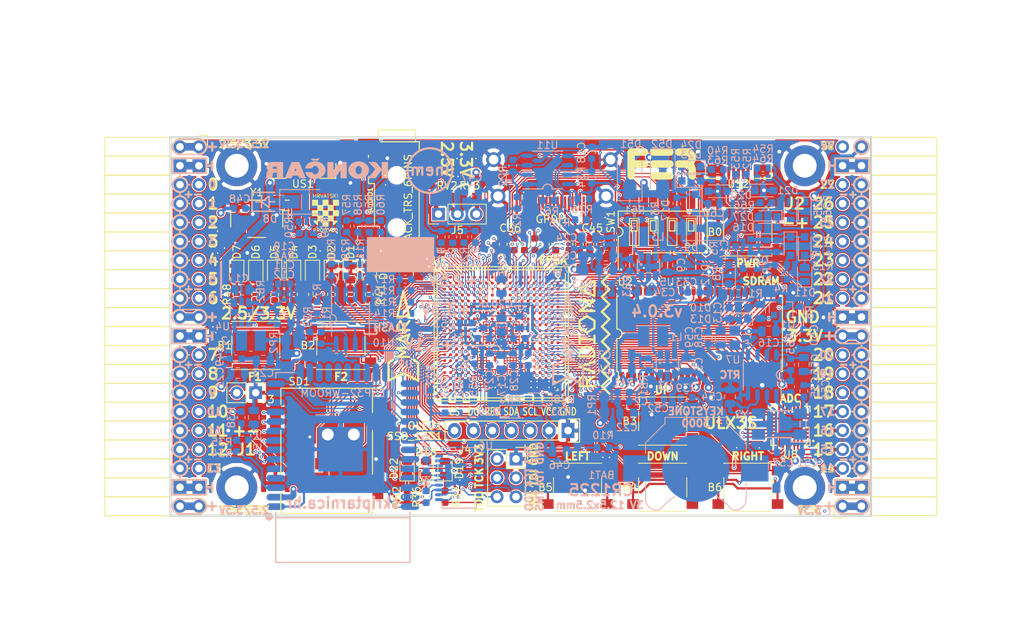
<source format=kicad_pcb>
(kicad_pcb (version 20171130) (host pcbnew 5.0.0+dfsg1-2)
  (layers (0 F.Cu signal) (1 In1.Cu signal) (2 In2.Cu signal) (31 B.Cu signal) (34 B.Paste user) (35 F.Paste user) (36 B.SilkS user) (37 F.SilkS user) (38 B.Mask user) (39 F.Mask user) (44 Edge.Cuts user))
  (net 0 "")
  (net 1 GND)
  (net 2 +5V)
  (net 3 /gpio/IN5V)
  (net 4 /gpio/OUT5V)
  (net 5 +3V3)
  (net 6 BTN_D)
  (net 7 BTN_F1)
  (net 8 BTN_F2)
  (net 9 BTN_L)
  (net 10 BTN_R)
  (net 11 BTN_U)
  (net 12 /power/FB1)
  (net 13 +2V5)
  (net 14 /power/PWREN)
  (net 15 /power/FB3)
  (net 16 /power/FB2)
  (net 17 /power/VBAT)
  (net 18 JTAG_TDI)
  (net 19 JTAG_TCK)
  (net 20 JTAG_TMS)
  (net 21 JTAG_TDO)
  (net 22 /power/WAKEUPn)
  (net 23 /power/WKUP)
  (net 24 /power/SHUT)
  (net 25 /power/WAKE)
  (net 26 /power/HOLD)
  (net 27 /power/WKn)
  (net 28 /power/OSCI_32k)
  (net 29 /power/OSCO_32k)
  (net 30 SHUTDOWN)
  (net 31 GPDI_SDA)
  (net 32 GPDI_SCL)
  (net 33 /gpdi/VREF2)
  (net 34 SD_CMD)
  (net 35 SD_CLK)
  (net 36 SD_D0)
  (net 37 SD_D1)
  (net 38 USB5V)
  (net 39 GPDI_CEC)
  (net 40 nRESET)
  (net 41 FTDI_nDTR)
  (net 42 SDRAM_CKE)
  (net 43 SDRAM_A7)
  (net 44 SDRAM_D15)
  (net 45 SDRAM_BA1)
  (net 46 SDRAM_D7)
  (net 47 SDRAM_A6)
  (net 48 SDRAM_CLK)
  (net 49 SDRAM_D13)
  (net 50 SDRAM_BA0)
  (net 51 SDRAM_D6)
  (net 52 SDRAM_A5)
  (net 53 SDRAM_D14)
  (net 54 SDRAM_A11)
  (net 55 SDRAM_D12)
  (net 56 SDRAM_D5)
  (net 57 SDRAM_A4)
  (net 58 SDRAM_A10)
  (net 59 SDRAM_D11)
  (net 60 SDRAM_A3)
  (net 61 SDRAM_D4)
  (net 62 SDRAM_D10)
  (net 63 SDRAM_D9)
  (net 64 SDRAM_A9)
  (net 65 SDRAM_D3)
  (net 66 SDRAM_D8)
  (net 67 SDRAM_A8)
  (net 68 SDRAM_A2)
  (net 69 SDRAM_A1)
  (net 70 SDRAM_A0)
  (net 71 SDRAM_D2)
  (net 72 SDRAM_D1)
  (net 73 SDRAM_D0)
  (net 74 SDRAM_DQM0)
  (net 75 SDRAM_nCS)
  (net 76 SDRAM_nRAS)
  (net 77 SDRAM_DQM1)
  (net 78 SDRAM_nCAS)
  (net 79 SDRAM_nWE)
  (net 80 /flash/FLASH_nWP)
  (net 81 /flash/FLASH_nHOLD)
  (net 82 /flash/FLASH_MOSI)
  (net 83 /flash/FLASH_MISO)
  (net 84 /flash/FLASH_SCK)
  (net 85 /flash/FLASH_nCS)
  (net 86 /flash/FPGA_PROGRAMN)
  (net 87 /flash/FPGA_DONE)
  (net 88 /flash/FPGA_INITN)
  (net 89 OLED_RES)
  (net 90 OLED_DC)
  (net 91 OLED_CS)
  (net 92 WIFI_EN)
  (net 93 FTDI_nRTS)
  (net 94 FTDI_TXD)
  (net 95 FTDI_RXD)
  (net 96 WIFI_RXD)
  (net 97 WIFI_GPIO0)
  (net 98 WIFI_TXD)
  (net 99 USB_FTDI_D+)
  (net 100 USB_FTDI_D-)
  (net 101 SD_D3)
  (net 102 AUDIO_L3)
  (net 103 AUDIO_L2)
  (net 104 AUDIO_L1)
  (net 105 AUDIO_L0)
  (net 106 AUDIO_R3)
  (net 107 AUDIO_R2)
  (net 108 AUDIO_R1)
  (net 109 AUDIO_R0)
  (net 110 OLED_CLK)
  (net 111 OLED_MOSI)
  (net 112 LED0)
  (net 113 LED1)
  (net 114 LED2)
  (net 115 LED3)
  (net 116 LED4)
  (net 117 LED5)
  (net 118 LED6)
  (net 119 LED7)
  (net 120 BTN_PWRn)
  (net 121 FTDI_nTXLED)
  (net 122 FTDI_nSLEEP)
  (net 123 /blinkey/LED_PWREN)
  (net 124 /blinkey/LED_TXLED)
  (net 125 /sdcard/SD3V3)
  (net 126 SD_D2)
  (net 127 CLK_25MHz)
  (net 128 /blinkey/BTNPUL)
  (net 129 /blinkey/BTNPUR)
  (net 130 USB_FPGA_D+)
  (net 131 /power/FTDI_nSUSPEND)
  (net 132 /blinkey/ALED0)
  (net 133 /blinkey/ALED1)
  (net 134 /blinkey/ALED2)
  (net 135 /blinkey/ALED3)
  (net 136 /blinkey/ALED4)
  (net 137 /blinkey/ALED5)
  (net 138 /blinkey/ALED6)
  (net 139 /blinkey/ALED7)
  (net 140 /usb/FTD-)
  (net 141 /usb/FTD+)
  (net 142 ADC_MISO)
  (net 143 ADC_MOSI)
  (net 144 ADC_CSn)
  (net 145 ADC_SCLK)
  (net 146 SW3)
  (net 147 SW2)
  (net 148 SW1)
  (net 149 USB_FPGA_D-)
  (net 150 /usb/FPD+)
  (net 151 /usb/FPD-)
  (net 152 WIFI_GPIO16)
  (net 153 /usb/ANT_433MHz)
  (net 154 PROG_DONE)
  (net 155 /power/P3V3)
  (net 156 /power/P2V5)
  (net 157 /power/L1)
  (net 158 /power/L3)
  (net 159 /power/L2)
  (net 160 FTDI_TXDEN)
  (net 161 SDRAM_A12)
  (net 162 /analog/AUDIO_V)
  (net 163 AUDIO_V3)
  (net 164 AUDIO_V2)
  (net 165 AUDIO_V1)
  (net 166 AUDIO_V0)
  (net 167 /blinkey/LED_WIFI)
  (net 168 /power/P1V1)
  (net 169 +1V1)
  (net 170 SW4)
  (net 171 /blinkey/SWPU)
  (net 172 /wifi/WIFIEN)
  (net 173 FT2V5)
  (net 174 GN0)
  (net 175 GP0)
  (net 176 GN1)
  (net 177 GP1)
  (net 178 GN2)
  (net 179 GP2)
  (net 180 GN3)
  (net 181 GP3)
  (net 182 GN4)
  (net 183 GP4)
  (net 184 GN5)
  (net 185 GP5)
  (net 186 GN6)
  (net 187 GP6)
  (net 188 GN14)
  (net 189 GP14)
  (net 190 GN15)
  (net 191 GP15)
  (net 192 GN16)
  (net 193 GP16)
  (net 194 GN17)
  (net 195 GP17)
  (net 196 GN18)
  (net 197 GP18)
  (net 198 GN19)
  (net 199 GP19)
  (net 200 GN20)
  (net 201 GP20)
  (net 202 GN21)
  (net 203 GP21)
  (net 204 GN22)
  (net 205 GP22)
  (net 206 GN23)
  (net 207 GP23)
  (net 208 GN24)
  (net 209 GP24)
  (net 210 GN25)
  (net 211 GP25)
  (net 212 GN26)
  (net 213 GP26)
  (net 214 GN27)
  (net 215 GP27)
  (net 216 GN7)
  (net 217 GP7)
  (net 218 GN8)
  (net 219 GP8)
  (net 220 GN9)
  (net 221 GP9)
  (net 222 GN10)
  (net 223 GP10)
  (net 224 GN11)
  (net 225 GP11)
  (net 226 GN12)
  (net 227 GP12)
  (net 228 GN13)
  (net 229 GP13)
  (net 230 WIFI_GPIO5)
  (net 231 WIFI_GPIO17)
  (net 232 USB_FPGA_PULL_D+)
  (net 233 USB_FPGA_PULL_D-)
  (net 234 "Net-(D23-Pad2)")
  (net 235 "Net-(D24-Pad1)")
  (net 236 "Net-(D25-Pad2)")
  (net 237 "Net-(D26-Pad1)")
  (net 238 /gpdi/GPDI_ETH+)
  (net 239 FPDI_ETH+)
  (net 240 /gpdi/GPDI_ETH-)
  (net 241 FPDI_ETH-)
  (net 242 /gpdi/GPDI_D2-)
  (net 243 FPDI_D2-)
  (net 244 /gpdi/GPDI_D1-)
  (net 245 FPDI_D1-)
  (net 246 /gpdi/GPDI_D0-)
  (net 247 FPDI_D0-)
  (net 248 /gpdi/GPDI_CLK-)
  (net 249 FPDI_CLK-)
  (net 250 /gpdi/GPDI_D2+)
  (net 251 FPDI_D2+)
  (net 252 /gpdi/GPDI_D1+)
  (net 253 FPDI_D1+)
  (net 254 /gpdi/GPDI_D0+)
  (net 255 FPDI_D0+)
  (net 256 /gpdi/GPDI_CLK+)
  (net 257 FPDI_CLK+)
  (net 258 FPDI_SDA)
  (net 259 FPDI_SCL)
  (net 260 /gpdi/FPDI_CEC)
  (net 261 2V5_3V3)
  (net 262 /usb/US2VBUS)
  (net 263 /power/SHD)
  (net 264 /power/RTCVDD)
  (net 265 "Net-(D27-Pad2)")
  (net 266 US2_ID)
  (net 267 /analog/AUDIO_L)
  (net 268 /analog/AUDIO_R)
  (net 269 /analog/ADC3V3)
  (net 270 PWRBTn)
  (net 271 USER_PROGRAMN)
  (module conn-fci:CONN-10029449-111RLF (layer F.Cu) (at 145.296 69.312 180)
    (fp_text reference GPDI1 (at 0 -3.1115 180) (layer F.SilkS))
    (fp_text value GPDI-D hide)
    (pad 19 smd rect (at -4.25 -1 180) (size 0.3 1.9) (layers F.Cu F.Paste F.Mask) (net 240 /gpdi/GPDI_ETH-))
    (pad 18 smd rect (at -3.75 -1 180) (size 0.3 1.9) (layers F.Cu F.Paste F.Mask) (net 2 +5V))
    (pad 17 smd rect (at -3.25 -1 180) (size 0.3 1.9) (layers F.Cu F.Paste F.Mask) (net 1 GND))
    (pad 16 smd rect (at -2.75 -1 180) (size 0.3 1.9) (layers F.Cu F.Paste F.Mask) (net 31 GPDI_SDA))
    (pad 15 smd rect (at -2.25 -1 180) (size 0.3 1.9) (layers F.Cu F.Paste F.Mask) (net 32 GPDI_SCL))
    (pad 14 smd rect (at -1.75 -1 180) (size 0.3 1.9) (layers F.Cu F.Paste F.Mask) (net 238 /gpdi/GPDI_ETH+))
    (pad 13 smd rect (at -1.25 -1 180) (size 0.3 1.9) (layers F.Cu F.Paste F.Mask) (net 39 GPDI_CEC))
    (pad 12 smd rect (at -0.75 -1 180) (size 0.3 1.9) (layers F.Cu F.Paste F.Mask) (net 248 /gpdi/GPDI_CLK-))
    (pad 11 smd rect (at -0.25 -1 180) (size 0.3 1.9) (layers F.Cu F.Paste F.Mask) (net 1 GND))
    (pad 10 smd rect (at 0.25 -1 180) (size 0.3 1.9) (layers F.Cu F.Paste F.Mask) (net 256 /gpdi/GPDI_CLK+))
    (pad 9 smd rect (at 0.75 -1 180) (size 0.3 1.9) (layers F.Cu F.Paste F.Mask) (net 246 /gpdi/GPDI_D0-))
    (pad 8 smd rect (at 1.25 -1 180) (size 0.3 1.9) (layers F.Cu F.Paste F.Mask) (net 1 GND))
    (pad 7 smd rect (at 1.75 -1 180) (size 0.3 1.9) (layers F.Cu F.Paste F.Mask) (net 254 /gpdi/GPDI_D0+))
    (pad 6 smd rect (at 2.25 -1 180) (size 0.3 1.9) (layers F.Cu F.Paste F.Mask) (net 244 /gpdi/GPDI_D1-))
    (pad 5 smd rect (at 2.75 -1 180) (size 0.3 1.9) (layers F.Cu F.Paste F.Mask) (net 1 GND))
    (pad 4 smd rect (at 3.25 -1 180) (size 0.3 1.9) (layers F.Cu F.Paste F.Mask) (net 252 /gpdi/GPDI_D1+))
    (pad 3 smd rect (at 3.75 -1 180) (size 0.3 1.9) (layers F.Cu F.Paste F.Mask) (net 242 /gpdi/GPDI_D2-))
    (pad 2 smd rect (at 4.25 -1 180) (size 0.3 1.9) (layers F.Cu F.Paste F.Mask) (net 1 GND))
    (pad 1 smd rect (at 4.75 -1 180) (size 0.3 1.9) (layers F.Cu F.Paste F.Mask) (net 250 /gpdi/GPDI_D2+))
    (pad 0 thru_hole circle (at -7.25 0 180) (size 2 2) (drill 1.3) (layers *.Cu *.Mask) (net 1 GND))
    (pad 0 thru_hole circle (at 7.25 0 180) (size 2 2) (drill 1.3) (layers *.Cu *.Mask) (net 1 GND))
    (pad 0 thru_hole circle (at -7.85 4.9 180) (size 2 2) (drill 1.3) (layers *.Cu *.Mask) (net 1 GND))
    (pad 0 thru_hole circle (at 7.85 4.9 180) (size 2 2) (drill 1.3) (layers *.Cu *.Mask) (net 1 GND))
  )
  (module TSOP54:TSOP54 (layer F.Cu) (at 165.093 87.8 90)
    (fp_text reference U2 (at 6.98 -9.993 180) (layer F.SilkS))
    (fp_text value MT48LC16M16A2TG hide)
    (pad 28 smd oval (at 5.73 10.4 90) (size 1.2 0.56) (layers F.Cu F.Paste F.Mask) (net 1 GND))
    (pad 1 smd rect (at -5.73 -10.4 90) (size 1.2 0.56) (layers F.Cu F.Paste F.Mask) (net 5 +3V3))
    (pad 2 smd oval (at -5.73 -9.6 90) (size 1.2 0.56) (layers F.Cu F.Paste F.Mask) (net 73 SDRAM_D0))
    (pad 3 smd oval (at -5.73 -8.8 90) (size 1.2 0.56) (layers F.Cu F.Paste F.Mask) (net 5 +3V3))
    (pad 4 smd oval (at -5.73 -8 90) (size 1.2 0.56) (layers F.Cu F.Paste F.Mask) (net 72 SDRAM_D1))
    (pad 5 smd oval (at -5.73 -7.2 90) (size 1.2 0.56) (layers F.Cu F.Paste F.Mask) (net 71 SDRAM_D2))
    (pad 6 smd oval (at -5.73 -6.4 90) (size 1.2 0.56) (layers F.Cu F.Paste F.Mask) (net 1 GND))
    (pad 7 smd oval (at -5.73 -5.6 90) (size 1.2 0.56) (layers F.Cu F.Paste F.Mask) (net 65 SDRAM_D3))
    (pad 8 smd oval (at -5.73 -4.8 90) (size 1.2 0.56) (layers F.Cu F.Paste F.Mask) (net 61 SDRAM_D4))
    (pad 9 smd oval (at -5.73 -4 90) (size 1.2 0.56) (layers F.Cu F.Paste F.Mask) (net 5 +3V3))
    (pad 10 smd oval (at -5.73 -3.2 90) (size 1.2 0.56) (layers F.Cu F.Paste F.Mask) (net 56 SDRAM_D5))
    (pad 11 smd oval (at -5.73 -2.4 90) (size 1.2 0.56) (layers F.Cu F.Paste F.Mask) (net 51 SDRAM_D6))
    (pad 12 smd oval (at -5.73 -1.6 90) (size 1.2 0.56) (layers F.Cu F.Paste F.Mask) (net 1 GND))
    (pad 13 smd oval (at -5.73 -0.8 90) (size 1.2 0.56) (layers F.Cu F.Paste F.Mask) (net 46 SDRAM_D7))
    (pad 14 smd oval (at -5.73 0 90) (size 1.2 0.56) (layers F.Cu F.Paste F.Mask) (net 5 +3V3))
    (pad 15 smd oval (at -5.73 0.8 90) (size 1.2 0.56) (layers F.Cu F.Paste F.Mask) (net 74 SDRAM_DQM0))
    (pad 16 smd oval (at -5.73 1.6 90) (size 1.2 0.56) (layers F.Cu F.Paste F.Mask) (net 79 SDRAM_nWE))
    (pad 17 smd oval (at -5.73 2.4 90) (size 1.2 0.56) (layers F.Cu F.Paste F.Mask) (net 78 SDRAM_nCAS))
    (pad 18 smd oval (at -5.73 3.2 90) (size 1.2 0.56) (layers F.Cu F.Paste F.Mask) (net 76 SDRAM_nRAS))
    (pad 19 smd oval (at -5.73 4 90) (size 1.2 0.56) (layers F.Cu F.Paste F.Mask) (net 75 SDRAM_nCS))
    (pad 20 smd oval (at -5.73 4.8 90) (size 1.2 0.56) (layers F.Cu F.Paste F.Mask) (net 50 SDRAM_BA0))
    (pad 21 smd oval (at -5.73 5.6 90) (size 1.2 0.56) (layers F.Cu F.Paste F.Mask) (net 45 SDRAM_BA1))
    (pad 22 smd oval (at -5.73 6.4 90) (size 1.2 0.56) (layers F.Cu F.Paste F.Mask) (net 58 SDRAM_A10))
    (pad 23 smd oval (at -5.73 7.2 90) (size 1.2 0.56) (layers F.Cu F.Paste F.Mask) (net 70 SDRAM_A0))
    (pad 24 smd oval (at -5.73 8 90) (size 1.2 0.56) (layers F.Cu F.Paste F.Mask) (net 69 SDRAM_A1))
    (pad 25 smd oval (at -5.73 8.8 90) (size 1.2 0.56) (layers F.Cu F.Paste F.Mask) (net 68 SDRAM_A2))
    (pad 26 smd oval (at -5.73 9.6 90) (size 1.2 0.56) (layers F.Cu F.Paste F.Mask) (net 60 SDRAM_A3))
    (pad 27 smd oval (at -5.73 10.4 90) (size 1.2 0.56) (layers F.Cu F.Paste F.Mask) (net 5 +3V3))
    (pad 29 smd oval (at 5.73 9.6 90) (size 1.2 0.56) (layers F.Cu F.Paste F.Mask) (net 57 SDRAM_A4))
    (pad 30 smd oval (at 5.73 8.8 90) (size 1.2 0.56) (layers F.Cu F.Paste F.Mask) (net 52 SDRAM_A5))
    (pad 31 smd oval (at 5.73 8 90) (size 1.2 0.56) (layers F.Cu F.Paste F.Mask) (net 47 SDRAM_A6))
    (pad 32 smd oval (at 5.73 7.2 90) (size 1.2 0.56) (layers F.Cu F.Paste F.Mask) (net 43 SDRAM_A7))
    (pad 33 smd oval (at 5.73 6.4 90) (size 1.2 0.56) (layers F.Cu F.Paste F.Mask) (net 67 SDRAM_A8))
    (pad 34 smd oval (at 5.73 5.6 90) (size 1.2 0.56) (layers F.Cu F.Paste F.Mask) (net 64 SDRAM_A9))
    (pad 35 smd oval (at 5.73 4.8 90) (size 1.2 0.56) (layers F.Cu F.Paste F.Mask) (net 54 SDRAM_A11))
    (pad 36 smd oval (at 5.73 4 90) (size 1.2 0.56) (layers F.Cu F.Paste F.Mask) (net 161 SDRAM_A12))
    (pad 37 smd oval (at 5.73 3.2 90) (size 1.2 0.56) (layers F.Cu F.Paste F.Mask) (net 42 SDRAM_CKE))
    (pad 38 smd oval (at 5.73 2.4 90) (size 1.2 0.56) (layers F.Cu F.Paste F.Mask) (net 48 SDRAM_CLK))
    (pad 39 smd oval (at 5.73 1.6 90) (size 1.2 0.56) (layers F.Cu F.Paste F.Mask) (net 77 SDRAM_DQM1))
    (pad 40 smd oval (at 5.73 0.8 90) (size 1.2 0.56) (layers F.Cu F.Paste F.Mask))
    (pad 41 smd oval (at 5.73 0 90) (size 1.2 0.56) (layers F.Cu F.Paste F.Mask) (net 1 GND))
    (pad 42 smd oval (at 5.73 -0.8 90) (size 1.2 0.56) (layers F.Cu F.Paste F.Mask) (net 66 SDRAM_D8))
    (pad 43 smd oval (at 5.73 -1.6 90) (size 1.2 0.56) (layers F.Cu F.Paste F.Mask) (net 5 +3V3))
    (pad 44 smd oval (at 5.73 -2.4 90) (size 1.2 0.56) (layers F.Cu F.Paste F.Mask) (net 63 SDRAM_D9))
    (pad 45 smd oval (at 5.73 -3.2 90) (size 1.2 0.56) (layers F.Cu F.Paste F.Mask) (net 62 SDRAM_D10))
    (pad 46 smd oval (at 5.73 -4 90) (size 1.2 0.56) (layers F.Cu F.Paste F.Mask) (net 1 GND))
    (pad 47 smd oval (at 5.73 -4.8 90) (size 1.2 0.56) (layers F.Cu F.Paste F.Mask) (net 59 SDRAM_D11))
    (pad 48 smd oval (at 5.73 -5.6 90) (size 1.2 0.56) (layers F.Cu F.Paste F.Mask) (net 55 SDRAM_D12))
    (pad 49 smd oval (at 5.73 -6.4 90) (size 1.2 0.56) (layers F.Cu F.Paste F.Mask) (net 5 +3V3))
    (pad 50 smd oval (at 5.73 -7.2 90) (size 1.2 0.56) (layers F.Cu F.Paste F.Mask) (net 49 SDRAM_D13))
    (pad 51 smd oval (at 5.73 -8 90) (size 1.2 0.56) (layers F.Cu F.Paste F.Mask) (net 53 SDRAM_D14))
    (pad 52 smd oval (at 5.73 -8.8 90) (size 1.2 0.56) (layers F.Cu F.Paste F.Mask) (net 1 GND))
    (pad 53 smd oval (at 5.73 -9.6 90) (size 1.2 0.56) (layers F.Cu F.Paste F.Mask) (net 44 SDRAM_D15))
    (pad 54 smd oval (at 5.73 -10.4 90) (size 1.2 0.56) (layers F.Cu F.Paste F.Mask) (net 1 GND))
  )
  (module jumper:R_0805_2012Metric_Pad1.29x1.40mm_HandSolder_Jumper_NC (layer B.Cu) (at 109.609 89.632 270)
    (fp_text reference RP2 (at -0.635 1.651 270) (layer B.SilkS) (effects (justify mirror)))
    (fp_text value 0 hide)
    (fp_line (start -1 0) (end 1 0) (layer B.Cu) (width 1))
    (pad 2 smd roundrect (at 0.9675 0 270) (size 1.295 1.4) (layers B.Cu B.Mask) (net 13 +2V5))
    (pad 1 smd roundrect (at -0.9675 0 270) (size 1.295 1.4) (layers B.Cu B.Mask) (net 156 /power/P2V5))
  )
  (module jumper:R_0805_2012Metric_Pad1.29x1.40mm_HandSolder_Jumper_NC (layer B.Cu) (at 149.472 78.311 270)
    (fp_text reference RP3 (at 0 3.414 270) (layer B.SilkS) (effects (justify mirror)))
    (fp_text value 0 hide)
    (fp_line (start -1 0) (end 1 0) (layer B.Cu) (width 1))
    (pad 2 smd roundrect (at 0.9675 0 270) (size 1.295 1.4) (layers B.Cu B.Mask) (net 5 +3V3))
    (pad 1 smd roundrect (at -0.9675 0 270) (size 1.295 1.4) (layers B.Cu B.Mask) (net 155 /power/P3V3))
  )
  (module jumper:R_0805_2012Metric_Pad1.29x1.40mm_HandSolder_Jumper_NC (layer B.Cu) (at 152.281 97.361 270)
    (fp_text reference RP1 (at 0 1.65 270) (layer B.SilkS) (effects (justify mirror)))
    (fp_text value 0 hide)
    (fp_line (start -1 0) (end 1 0) (layer B.Cu) (width 1))
    (pad 2 smd roundrect (at 0.9675 0 270) (size 1.295 1.4) (layers B.Cu B.Mask) (net 169 +1V1))
    (pad 1 smd roundrect (at -0.9675 0 270) (size 1.295 1.4) (layers B.Cu B.Mask) (net 168 /power/P1V1))
  )
  (module jumper:D_SMA_Jumper_NC (layer B.Cu) (at 160.155 66.391 270)
    (fp_text reference D52 (at -4.064 0.127) (layer B.SilkS) (effects (justify mirror)))
    (fp_text value 0 hide)
    (fp_line (start -2 0) (end 2 0) (layer B.Cu) (width 1))
    (pad 2 smd roundrect (at 2 0 270) (size 2.5 1.8) (layers B.Cu B.Mask) (net 2 +5V))
    (pad 1 smd roundrect (at -2 0 270) (size 2.5 1.8) (layers B.Cu B.Mask) (net 4 /gpio/OUT5V))
  )
  (module jumper:D_SMA_Jumper_NC (layer B.Cu) (at 155.71 66.518 90)
    (fp_text reference D51 (at 4.191 0.127 180) (layer B.SilkS) (effects (justify mirror)))
    (fp_text value 0 hide)
    (fp_line (start -2 0) (end 2 0) (layer B.Cu) (width 1))
    (pad 2 smd roundrect (at 2 0 90) (size 2.5 1.8) (layers B.Cu B.Mask) (net 3 /gpio/IN5V))
    (pad 1 smd roundrect (at -2 0 90) (size 2.5 1.8) (layers B.Cu B.Mask) (net 2 +5V))
  )
  (module jumper:D_SMA_Jumper_NC (layer B.Cu) (at 164.854 73.63 180)
    (fp_text reference D9 (at 0.889 -2.54 180) (layer B.SilkS) (effects (justify mirror)))
    (fp_text value 0 hide)
    (fp_line (start -2 0) (end 2 0) (layer B.Cu) (width 1))
    (pad 2 smd roundrect (at 2 0 180) (size 2.5 1.8) (layers B.Cu B.Mask) (net 2 +5V))
    (pad 1 smd roundrect (at -2 0 180) (size 2.5 1.8) (layers B.Cu B.Mask) (net 262 /usb/US2VBUS))
  )
  (module lfe5bg381:BGA-381_pitch0.8mm_dia0.4mm (layer F.Cu) (at 138.48 87.8)
    (fp_text reference U1 (at -8.2 -9.8) (layer F.SilkS))
    (fp_text value LFE5U-85F-6BG381C hide)
    (pad Y19 smd circle (at 6.8 7.6) (size 0.4 0.4) (layers F.Cu F.Paste F.Mask) (net 1 GND))
    (pad Y17 smd circle (at 5.2 7.6) (size 0.4 0.4) (layers F.Cu F.Paste F.Mask) (net 1 GND))
    (pad Y16 smd circle (at 4.4 7.6) (size 0.4 0.4) (layers F.Cu F.Paste F.Mask) (net 1 GND))
    (pad Y15 smd circle (at 3.6 7.6) (size 0.4 0.4) (layers F.Cu F.Paste F.Mask) (net 1 GND))
    (pad Y14 smd circle (at 2.8 7.6) (size 0.4 0.4) (layers F.Cu F.Paste F.Mask) (net 1 GND))
    (pad Y12 smd circle (at 1.2 7.6) (size 0.4 0.4) (layers F.Cu F.Paste F.Mask) (net 1 GND))
    (pad Y11 smd circle (at 0.4 7.6) (size 0.4 0.4) (layers F.Cu F.Paste F.Mask) (net 1 GND))
    (pad Y8 smd circle (at -2 7.6) (size 0.4 0.4) (layers F.Cu F.Paste F.Mask) (net 1 GND))
    (pad Y7 smd circle (at -2.8 7.6) (size 0.4 0.4) (layers F.Cu F.Paste F.Mask) (net 1 GND))
    (pad Y6 smd circle (at -3.6 7.6) (size 0.4 0.4) (layers F.Cu F.Paste F.Mask) (net 1 GND))
    (pad Y5 smd circle (at -4.4 7.6) (size 0.4 0.4) (layers F.Cu F.Paste F.Mask) (net 1 GND))
    (pad Y3 smd circle (at -6 7.6) (size 0.4 0.4) (layers F.Cu F.Paste F.Mask) (net 87 /flash/FPGA_DONE))
    (pad Y2 smd circle (at -6.8 7.6) (size 0.4 0.4) (layers F.Cu F.Paste F.Mask) (net 80 /flash/FLASH_nWP))
    (pad W20 smd circle (at 7.6 6.8) (size 0.4 0.4) (layers F.Cu F.Paste F.Mask) (net 1 GND))
    (pad W19 smd circle (at 6.8 6.8) (size 0.4 0.4) (layers F.Cu F.Paste F.Mask) (net 1 GND))
    (pad W18 smd circle (at 6 6.8) (size 0.4 0.4) (layers F.Cu F.Paste F.Mask))
    (pad W17 smd circle (at 5.2 6.8) (size 0.4 0.4) (layers F.Cu F.Paste F.Mask))
    (pad W16 smd circle (at 4.4 6.8) (size 0.4 0.4) (layers F.Cu F.Paste F.Mask) (net 1 GND))
    (pad W15 smd circle (at 3.6 6.8) (size 0.4 0.4) (layers F.Cu F.Paste F.Mask) (net 1 GND))
    (pad W14 smd circle (at 2.8 6.8) (size 0.4 0.4) (layers F.Cu F.Paste F.Mask))
    (pad W13 smd circle (at 2 6.8) (size 0.4 0.4) (layers F.Cu F.Paste F.Mask))
    (pad W12 smd circle (at 1.2 6.8) (size 0.4 0.4) (layers F.Cu F.Paste F.Mask) (net 1 GND))
    (pad W11 smd circle (at 0.4 6.8) (size 0.4 0.4) (layers F.Cu F.Paste F.Mask))
    (pad W10 smd circle (at -0.4 6.8) (size 0.4 0.4) (layers F.Cu F.Paste F.Mask))
    (pad W9 smd circle (at -1.2 6.8) (size 0.4 0.4) (layers F.Cu F.Paste F.Mask))
    (pad W8 smd circle (at -2 6.8) (size 0.4 0.4) (layers F.Cu F.Paste F.Mask))
    (pad W7 smd circle (at -2.8 6.8) (size 0.4 0.4) (layers F.Cu F.Paste F.Mask) (net 1 GND))
    (pad W6 smd circle (at -3.6 6.8) (size 0.4 0.4) (layers F.Cu F.Paste F.Mask) (net 1 GND))
    (pad W5 smd circle (at -4.4 6.8) (size 0.4 0.4) (layers F.Cu F.Paste F.Mask))
    (pad W4 smd circle (at -5.2 6.8) (size 0.4 0.4) (layers F.Cu F.Paste F.Mask))
    (pad W3 smd circle (at -6 6.8) (size 0.4 0.4) (layers F.Cu F.Paste F.Mask) (net 86 /flash/FPGA_PROGRAMN))
    (pad W2 smd circle (at -6.8 6.8) (size 0.4 0.4) (layers F.Cu F.Paste F.Mask) (net 82 /flash/FLASH_MOSI))
    (pad W1 smd circle (at -7.6 6.8) (size 0.4 0.4) (layers F.Cu F.Paste F.Mask) (net 81 /flash/FLASH_nHOLD))
    (pad V20 smd circle (at 7.6 6) (size 0.4 0.4) (layers F.Cu F.Paste F.Mask) (net 1 GND))
    (pad V19 smd circle (at 6.8 6) (size 0.4 0.4) (layers F.Cu F.Paste F.Mask) (net 1 GND))
    (pad V18 smd circle (at 6 6) (size 0.4 0.4) (layers F.Cu F.Paste F.Mask) (net 1 GND))
    (pad V17 smd circle (at 5.2 6) (size 0.4 0.4) (layers F.Cu F.Paste F.Mask) (net 1 GND))
    (pad V16 smd circle (at 4.4 6) (size 0.4 0.4) (layers F.Cu F.Paste F.Mask) (net 1 GND))
    (pad V15 smd circle (at 3.6 6) (size 0.4 0.4) (layers F.Cu F.Paste F.Mask) (net 1 GND))
    (pad V14 smd circle (at 2.8 6) (size 0.4 0.4) (layers F.Cu F.Paste F.Mask) (net 1 GND))
    (pad V13 smd circle (at 2 6) (size 0.4 0.4) (layers F.Cu F.Paste F.Mask) (net 1 GND))
    (pad V12 smd circle (at 1.2 6) (size 0.4 0.4) (layers F.Cu F.Paste F.Mask) (net 1 GND))
    (pad V11 smd circle (at 0.4 6) (size 0.4 0.4) (layers F.Cu F.Paste F.Mask) (net 1 GND))
    (pad V10 smd circle (at -0.4 6) (size 0.4 0.4) (layers F.Cu F.Paste F.Mask) (net 1 GND))
    (pad V9 smd circle (at -1.2 6) (size 0.4 0.4) (layers F.Cu F.Paste F.Mask) (net 1 GND))
    (pad V8 smd circle (at -2 6) (size 0.4 0.4) (layers F.Cu F.Paste F.Mask) (net 1 GND))
    (pad V7 smd circle (at -2.8 6) (size 0.4 0.4) (layers F.Cu F.Paste F.Mask) (net 1 GND))
    (pad V6 smd circle (at -3.6 6) (size 0.4 0.4) (layers F.Cu F.Paste F.Mask) (net 1 GND))
    (pad V5 smd circle (at -4.4 6) (size 0.4 0.4) (layers F.Cu F.Paste F.Mask) (net 1 GND))
    (pad V4 smd circle (at -5.2 6) (size 0.4 0.4) (layers F.Cu F.Paste F.Mask) (net 21 JTAG_TDO))
    (pad V3 smd circle (at -6 6) (size 0.4 0.4) (layers F.Cu F.Paste F.Mask) (net 88 /flash/FPGA_INITN))
    (pad V2 smd circle (at -6.8 6) (size 0.4 0.4) (layers F.Cu F.Paste F.Mask) (net 83 /flash/FLASH_MISO))
    (pad V1 smd circle (at -7.6 6) (size 0.4 0.4) (layers F.Cu F.Paste F.Mask) (net 6 BTN_D))
    (pad U20 smd circle (at 7.6 5.2) (size 0.4 0.4) (layers F.Cu F.Paste F.Mask) (net 46 SDRAM_D7))
    (pad U19 smd circle (at 6.8 5.2) (size 0.4 0.4) (layers F.Cu F.Paste F.Mask) (net 74 SDRAM_DQM0))
    (pad U18 smd circle (at 6 5.2) (size 0.4 0.4) (layers F.Cu F.Paste F.Mask) (net 189 GP14))
    (pad U17 smd circle (at 5.2 5.2) (size 0.4 0.4) (layers F.Cu F.Paste F.Mask) (net 188 GN14))
    (pad U16 smd circle (at 4.4 5.2) (size 0.4 0.4) (layers F.Cu F.Paste F.Mask) (net 142 ADC_MISO))
    (pad U15 smd circle (at 3.6 5.2) (size 0.4 0.4) (layers F.Cu F.Paste F.Mask) (net 1 GND))
    (pad U14 smd circle (at 2.8 5.2) (size 0.4 0.4) (layers F.Cu F.Paste F.Mask) (net 1 GND))
    (pad U13 smd circle (at 2 5.2) (size 0.4 0.4) (layers F.Cu F.Paste F.Mask) (net 1 GND))
    (pad U12 smd circle (at 1.2 5.2) (size 0.4 0.4) (layers F.Cu F.Paste F.Mask) (net 1 GND))
    (pad U11 smd circle (at 0.4 5.2) (size 0.4 0.4) (layers F.Cu F.Paste F.Mask) (net 1 GND))
    (pad U10 smd circle (at -0.4 5.2) (size 0.4 0.4) (layers F.Cu F.Paste F.Mask) (net 1 GND))
    (pad U9 smd circle (at -1.2 5.2) (size 0.4 0.4) (layers F.Cu F.Paste F.Mask) (net 1 GND))
    (pad U8 smd circle (at -2 5.2) (size 0.4 0.4) (layers F.Cu F.Paste F.Mask) (net 1 GND))
    (pad U7 smd circle (at -2.8 5.2) (size 0.4 0.4) (layers F.Cu F.Paste F.Mask) (net 1 GND))
    (pad U6 smd circle (at -3.6 5.2) (size 0.4 0.4) (layers F.Cu F.Paste F.Mask) (net 1 GND))
    (pad U5 smd circle (at -4.4 5.2) (size 0.4 0.4) (layers F.Cu F.Paste F.Mask) (net 20 JTAG_TMS))
    (pad U4 smd circle (at -5.2 5.2) (size 0.4 0.4) (layers F.Cu F.Paste F.Mask) (net 1 GND))
    (pad U3 smd circle (at -6 5.2) (size 0.4 0.4) (layers F.Cu F.Paste F.Mask) (net 84 /flash/FLASH_SCK))
    (pad U2 smd circle (at -6.8 5.2) (size 0.4 0.4) (layers F.Cu F.Paste F.Mask) (net 5 +3V3))
    (pad U1 smd circle (at -7.6 5.2) (size 0.4 0.4) (layers F.Cu F.Paste F.Mask) (net 9 BTN_L))
    (pad T20 smd circle (at 7.6 4.4) (size 0.4 0.4) (layers F.Cu F.Paste F.Mask) (net 79 SDRAM_nWE))
    (pad T19 smd circle (at 6.8 4.4) (size 0.4 0.4) (layers F.Cu F.Paste F.Mask) (net 78 SDRAM_nCAS))
    (pad T18 smd circle (at 6 4.4) (size 0.4 0.4) (layers F.Cu F.Paste F.Mask) (net 56 SDRAM_D5))
    (pad T17 smd circle (at 5.2 4.4) (size 0.4 0.4) (layers F.Cu F.Paste F.Mask) (net 51 SDRAM_D6))
    (pad T16 smd circle (at 4.4 4.4) (size 0.4 0.4) (layers F.Cu F.Paste F.Mask))
    (pad T15 smd circle (at 3.6 4.4) (size 0.4 0.4) (layers F.Cu F.Paste F.Mask) (net 1 GND))
    (pad T14 smd circle (at 2.8 4.4) (size 0.4 0.4) (layers F.Cu F.Paste F.Mask) (net 1 GND))
    (pad T13 smd circle (at 2 4.4) (size 0.4 0.4) (layers F.Cu F.Paste F.Mask) (net 1 GND))
    (pad T12 smd circle (at 1.2 4.4) (size 0.4 0.4) (layers F.Cu F.Paste F.Mask) (net 1 GND))
    (pad T11 smd circle (at 0.4 4.4) (size 0.4 0.4) (layers F.Cu F.Paste F.Mask) (net 1 GND))
    (pad T10 smd circle (at -0.4 4.4) (size 0.4 0.4) (layers F.Cu F.Paste F.Mask) (net 1 GND))
    (pad T9 smd circle (at -1.2 4.4) (size 0.4 0.4) (layers F.Cu F.Paste F.Mask) (net 1 GND))
    (pad T8 smd circle (at -2 4.4) (size 0.4 0.4) (layers F.Cu F.Paste F.Mask) (net 1 GND))
    (pad T7 smd circle (at -2.8 4.4) (size 0.4 0.4) (layers F.Cu F.Paste F.Mask) (net 1 GND))
    (pad T6 smd circle (at -3.6 4.4) (size 0.4 0.4) (layers F.Cu F.Paste F.Mask) (net 1 GND))
    (pad T5 smd circle (at -4.4 4.4) (size 0.4 0.4) (layers F.Cu F.Paste F.Mask) (net 19 JTAG_TCK))
    (pad T4 smd circle (at -5.2 4.4) (size 0.4 0.4) (layers F.Cu F.Paste F.Mask) (net 5 +3V3))
    (pad T3 smd circle (at -6 4.4) (size 0.4 0.4) (layers F.Cu F.Paste F.Mask) (net 5 +3V3))
    (pad T2 smd circle (at -6.8 4.4) (size 0.4 0.4) (layers F.Cu F.Paste F.Mask) (net 5 +3V3))
    (pad T1 smd circle (at -7.6 4.4) (size 0.4 0.4) (layers F.Cu F.Paste F.Mask) (net 8 BTN_F2))
    (pad R20 smd circle (at 7.6 3.6) (size 0.4 0.4) (layers F.Cu F.Paste F.Mask) (net 76 SDRAM_nRAS))
    (pad R19 smd circle (at 6.8 3.6) (size 0.4 0.4) (layers F.Cu F.Paste F.Mask) (net 1 GND))
    (pad R18 smd circle (at 6 3.6) (size 0.4 0.4) (layers F.Cu F.Paste F.Mask) (net 11 BTN_U))
    (pad R17 smd circle (at 5.2 3.6) (size 0.4 0.4) (layers F.Cu F.Paste F.Mask) (net 144 ADC_CSn))
    (pad R16 smd circle (at 4.4 3.6) (size 0.4 0.4) (layers F.Cu F.Paste F.Mask) (net 143 ADC_MOSI))
    (pad R5 smd circle (at -4.4 3.6) (size 0.4 0.4) (layers F.Cu F.Paste F.Mask) (net 18 JTAG_TDI))
    (pad R4 smd circle (at -5.2 3.6) (size 0.4 0.4) (layers F.Cu F.Paste F.Mask) (net 1 GND))
    (pad R3 smd circle (at -6 3.6) (size 0.4 0.4) (layers F.Cu F.Paste F.Mask))
    (pad R2 smd circle (at -6.8 3.6) (size 0.4 0.4) (layers F.Cu F.Paste F.Mask) (net 85 /flash/FLASH_nCS))
    (pad R1 smd circle (at -7.6 3.6) (size 0.4 0.4) (layers F.Cu F.Paste F.Mask) (net 7 BTN_F1))
    (pad P20 smd circle (at 7.6 2.8) (size 0.4 0.4) (layers F.Cu F.Paste F.Mask) (net 75 SDRAM_nCS))
    (pad P19 smd circle (at 6.8 2.8) (size 0.4 0.4) (layers F.Cu F.Paste F.Mask) (net 50 SDRAM_BA0))
    (pad P18 smd circle (at 6 2.8) (size 0.4 0.4) (layers F.Cu F.Paste F.Mask) (net 61 SDRAM_D4))
    (pad P17 smd circle (at 5.2 2.8) (size 0.4 0.4) (layers F.Cu F.Paste F.Mask) (net 145 ADC_SCLK))
    (pad P16 smd circle (at 4.4 2.8) (size 0.4 0.4) (layers F.Cu F.Paste F.Mask) (net 190 GN15))
    (pad P15 smd circle (at 3.6 2.8) (size 0.4 0.4) (layers F.Cu F.Paste F.Mask) (net 13 +2V5))
    (pad P14 smd circle (at 2.8 2.8) (size 0.4 0.4) (layers F.Cu F.Paste F.Mask) (net 1 GND))
    (pad P13 smd circle (at 2 2.8) (size 0.4 0.4) (layers F.Cu F.Paste F.Mask) (net 1 GND))
    (pad P12 smd circle (at 1.2 2.8) (size 0.4 0.4) (layers F.Cu F.Paste F.Mask) (net 1 GND))
    (pad P11 smd circle (at 0.4 2.8) (size 0.4 0.4) (layers F.Cu F.Paste F.Mask) (net 1 GND))
    (pad P10 smd circle (at -0.4 2.8) (size 0.4 0.4) (layers F.Cu F.Paste F.Mask) (net 5 +3V3))
    (pad P9 smd circle (at -1.2 2.8) (size 0.4 0.4) (layers F.Cu F.Paste F.Mask) (net 5 +3V3))
    (pad P8 smd circle (at -2 2.8) (size 0.4 0.4) (layers F.Cu F.Paste F.Mask) (net 1 GND))
    (pad P7 smd circle (at -2.8 2.8) (size 0.4 0.4) (layers F.Cu F.Paste F.Mask) (net 1 GND))
    (pad P6 smd circle (at -3.6 2.8) (size 0.4 0.4) (layers F.Cu F.Paste F.Mask) (net 13 +2V5))
    (pad P5 smd circle (at -4.4 2.8) (size 0.4 0.4) (layers F.Cu F.Paste F.Mask))
    (pad P4 smd circle (at -5.2 2.8) (size 0.4 0.4) (layers F.Cu F.Paste F.Mask) (net 110 OLED_CLK))
    (pad P3 smd circle (at -6 2.8) (size 0.4 0.4) (layers F.Cu F.Paste F.Mask) (net 111 OLED_MOSI))
    (pad P2 smd circle (at -6.8 2.8) (size 0.4 0.4) (layers F.Cu F.Paste F.Mask) (net 89 OLED_RES))
    (pad P1 smd circle (at -7.6 2.8) (size 0.4 0.4) (layers F.Cu F.Paste F.Mask) (net 90 OLED_DC))
    (pad N20 smd circle (at 7.6 2) (size 0.4 0.4) (layers F.Cu F.Paste F.Mask) (net 45 SDRAM_BA1))
    (pad N19 smd circle (at 6.8 2) (size 0.4 0.4) (layers F.Cu F.Paste F.Mask) (net 58 SDRAM_A10))
    (pad N18 smd circle (at 6 2) (size 0.4 0.4) (layers F.Cu F.Paste F.Mask) (net 65 SDRAM_D3))
    (pad N17 smd circle (at 5.2 2) (size 0.4 0.4) (layers F.Cu F.Paste F.Mask) (net 191 GP15))
    (pad N16 smd circle (at 4.4 2) (size 0.4 0.4) (layers F.Cu F.Paste F.Mask) (net 193 GP16))
    (pad N15 smd circle (at 3.6 2) (size 0.4 0.4) (layers F.Cu F.Paste F.Mask) (net 1 GND))
    (pad N14 smd circle (at 2.8 2) (size 0.4 0.4) (layers F.Cu F.Paste F.Mask) (net 1 GND))
    (pad N13 smd circle (at 2 2) (size 0.4 0.4) (layers F.Cu F.Paste F.Mask) (net 169 +1V1))
    (pad N12 smd circle (at 1.2 2) (size 0.4 0.4) (layers F.Cu F.Paste F.Mask) (net 169 +1V1))
    (pad N11 smd circle (at 0.4 2) (size 0.4 0.4) (layers F.Cu F.Paste F.Mask) (net 169 +1V1))
    (pad N10 smd circle (at -0.4 2) (size 0.4 0.4) (layers F.Cu F.Paste F.Mask) (net 169 +1V1))
    (pad N9 smd circle (at -1.2 2) (size 0.4 0.4) (layers F.Cu F.Paste F.Mask) (net 169 +1V1))
    (pad N8 smd circle (at -2 2) (size 0.4 0.4) (layers F.Cu F.Paste F.Mask) (net 169 +1V1))
    (pad N7 smd circle (at -2.8 2) (size 0.4 0.4) (layers F.Cu F.Paste F.Mask) (net 1 GND))
    (pad N6 smd circle (at -3.6 2) (size 0.4 0.4) (layers F.Cu F.Paste F.Mask) (net 1 GND))
    (pad N5 smd circle (at -4.4 2) (size 0.4 0.4) (layers F.Cu F.Paste F.Mask))
    (pad N4 smd circle (at -5.2 2) (size 0.4 0.4) (layers F.Cu F.Paste F.Mask) (net 230 WIFI_GPIO5))
    (pad N3 smd circle (at -6 2) (size 0.4 0.4) (layers F.Cu F.Paste F.Mask) (net 231 WIFI_GPIO17))
    (pad N2 smd circle (at -6.8 2) (size 0.4 0.4) (layers F.Cu F.Paste F.Mask) (net 91 OLED_CS))
    (pad N1 smd circle (at -7.6 2) (size 0.4 0.4) (layers F.Cu F.Paste F.Mask) (net 41 FTDI_nDTR))
    (pad M20 smd circle (at 7.6 1.2) (size 0.4 0.4) (layers F.Cu F.Paste F.Mask) (net 70 SDRAM_A0))
    (pad M19 smd circle (at 6.8 1.2) (size 0.4 0.4) (layers F.Cu F.Paste F.Mask) (net 69 SDRAM_A1))
    (pad M18 smd circle (at 6 1.2) (size 0.4 0.4) (layers F.Cu F.Paste F.Mask) (net 71 SDRAM_D2))
    (pad M17 smd circle (at 5.2 1.2) (size 0.4 0.4) (layers F.Cu F.Paste F.Mask) (net 192 GN16))
    (pad M16 smd circle (at 4.4 1.2) (size 0.4 0.4) (layers F.Cu F.Paste F.Mask) (net 1 GND))
    (pad M15 smd circle (at 3.6 1.2) (size 0.4 0.4) (layers F.Cu F.Paste F.Mask) (net 5 +3V3))
    (pad M14 smd circle (at 2.8 1.2) (size 0.4 0.4) (layers F.Cu F.Paste F.Mask) (net 1 GND))
    (pad M13 smd circle (at 2 1.2) (size 0.4 0.4) (layers F.Cu F.Paste F.Mask) (net 169 +1V1))
    (pad M12 smd circle (at 1.2 1.2) (size 0.4 0.4) (layers F.Cu F.Paste F.Mask) (net 1 GND))
    (pad M11 smd circle (at 0.4 1.2) (size 0.4 0.4) (layers F.Cu F.Paste F.Mask) (net 1 GND))
    (pad M10 smd circle (at -0.4 1.2) (size 0.4 0.4) (layers F.Cu F.Paste F.Mask) (net 1 GND))
    (pad M9 smd circle (at -1.2 1.2) (size 0.4 0.4) (layers F.Cu F.Paste F.Mask) (net 1 GND))
    (pad M8 smd circle (at -2 1.2) (size 0.4 0.4) (layers F.Cu F.Paste F.Mask) (net 169 +1V1))
    (pad M7 smd circle (at -2.8 1.2) (size 0.4 0.4) (layers F.Cu F.Paste F.Mask) (net 1 GND))
    (pad M6 smd circle (at -3.6 1.2) (size 0.4 0.4) (layers F.Cu F.Paste F.Mask) (net 5 +3V3))
    (pad M5 smd circle (at -4.4 1.2) (size 0.4 0.4) (layers F.Cu F.Paste F.Mask))
    (pad M4 smd circle (at -5.2 1.2) (size 0.4 0.4) (layers F.Cu F.Paste F.Mask) (net 271 USER_PROGRAMN))
    (pad M3 smd circle (at -6 1.2) (size 0.4 0.4) (layers F.Cu F.Paste F.Mask) (net 93 FTDI_nRTS))
    (pad M2 smd circle (at -6.8 1.2) (size 0.4 0.4) (layers F.Cu F.Paste F.Mask) (net 1 GND))
    (pad M1 smd circle (at -7.6 1.2) (size 0.4 0.4) (layers F.Cu F.Paste F.Mask) (net 94 FTDI_TXD))
    (pad L20 smd circle (at 7.6 0.4) (size 0.4 0.4) (layers F.Cu F.Paste F.Mask) (net 68 SDRAM_A2))
    (pad L19 smd circle (at 6.8 0.4) (size 0.4 0.4) (layers F.Cu F.Paste F.Mask) (net 60 SDRAM_A3))
    (pad L18 smd circle (at 6 0.4) (size 0.4 0.4) (layers F.Cu F.Paste F.Mask) (net 72 SDRAM_D1))
    (pad L17 smd circle (at 5.2 0.4) (size 0.4 0.4) (layers F.Cu F.Paste F.Mask) (net 194 GN17))
    (pad L16 smd circle (at 4.4 0.4) (size 0.4 0.4) (layers F.Cu F.Paste F.Mask) (net 195 GP17))
    (pad L15 smd circle (at 3.6 0.4) (size 0.4 0.4) (layers F.Cu F.Paste F.Mask) (net 5 +3V3))
    (pad L14 smd circle (at 2.8 0.4) (size 0.4 0.4) (layers F.Cu F.Paste F.Mask) (net 5 +3V3))
    (pad L13 smd circle (at 2 0.4) (size 0.4 0.4) (layers F.Cu F.Paste F.Mask) (net 169 +1V1))
    (pad L12 smd circle (at 1.2 0.4) (size 0.4 0.4) (layers F.Cu F.Paste F.Mask) (net 1 GND))
    (pad L11 smd circle (at 0.4 0.4) (size 0.4 0.4) (layers F.Cu F.Paste F.Mask) (net 1 GND))
    (pad L10 smd circle (at -0.4 0.4) (size 0.4 0.4) (layers F.Cu F.Paste F.Mask) (net 1 GND))
    (pad L9 smd circle (at -1.2 0.4) (size 0.4 0.4) (layers F.Cu F.Paste F.Mask) (net 1 GND))
    (pad L8 smd circle (at -2 0.4) (size 0.4 0.4) (layers F.Cu F.Paste F.Mask) (net 169 +1V1))
    (pad L7 smd circle (at -2.8 0.4) (size 0.4 0.4) (layers F.Cu F.Paste F.Mask) (net 5 +3V3))
    (pad L6 smd circle (at -3.6 0.4) (size 0.4 0.4) (layers F.Cu F.Paste F.Mask) (net 5 +3V3))
    (pad L5 smd circle (at -4.4 0.4) (size 0.4 0.4) (layers F.Cu F.Paste F.Mask))
    (pad L4 smd circle (at -5.2 0.4) (size 0.4 0.4) (layers F.Cu F.Paste F.Mask) (net 95 FTDI_RXD))
    (pad L3 smd circle (at -6 0.4) (size 0.4 0.4) (layers F.Cu F.Paste F.Mask) (net 160 FTDI_TXDEN))
    (pad L2 smd circle (at -6.8 0.4) (size 0.4 0.4) (layers F.Cu F.Paste F.Mask) (net 97 WIFI_GPIO0))
    (pad L1 smd circle (at -7.6 0.4) (size 0.4 0.4) (layers F.Cu F.Paste F.Mask) (net 152 WIFI_GPIO16))
    (pad K20 smd circle (at 7.6 -0.4) (size 0.4 0.4) (layers F.Cu F.Paste F.Mask) (net 57 SDRAM_A4))
    (pad K19 smd circle (at 6.8 -0.4) (size 0.4 0.4) (layers F.Cu F.Paste F.Mask) (net 52 SDRAM_A5))
    (pad K18 smd circle (at 6 -0.4) (size 0.4 0.4) (layers F.Cu F.Paste F.Mask) (net 47 SDRAM_A6))
    (pad K17 smd circle (at 5.2 -0.4) (size 0.4 0.4) (layers F.Cu F.Paste F.Mask))
    (pad K16 smd circle (at 4.4 -0.4) (size 0.4 0.4) (layers F.Cu F.Paste F.Mask))
    (pad K15 smd circle (at 3.6 -0.4) (size 0.4 0.4) (layers F.Cu F.Paste F.Mask) (net 1 GND))
    (pad K14 smd circle (at 2.8 -0.4) (size 0.4 0.4) (layers F.Cu F.Paste F.Mask) (net 1 GND))
    (pad K13 smd circle (at 2 -0.4) (size 0.4 0.4) (layers F.Cu F.Paste F.Mask) (net 169 +1V1))
    (pad K12 smd circle (at 1.2 -0.4) (size 0.4 0.4) (layers F.Cu F.Paste F.Mask) (net 1 GND))
    (pad K11 smd circle (at 0.4 -0.4) (size 0.4 0.4) (layers F.Cu F.Paste F.Mask) (net 1 GND))
    (pad K10 smd circle (at -0.4 -0.4) (size 0.4 0.4) (layers F.Cu F.Paste F.Mask) (net 1 GND))
    (pad K9 smd circle (at -1.2 -0.4) (size 0.4 0.4) (layers F.Cu F.Paste F.Mask) (net 1 GND))
    (pad K8 smd circle (at -2 -0.4) (size 0.4 0.4) (layers F.Cu F.Paste F.Mask) (net 169 +1V1))
    (pad K7 smd circle (at -2.8 -0.4) (size 0.4 0.4) (layers F.Cu F.Paste F.Mask) (net 1 GND))
    (pad K6 smd circle (at -3.6 -0.4) (size 0.4 0.4) (layers F.Cu F.Paste F.Mask) (net 1 GND))
    (pad K5 smd circle (at -4.4 -0.4) (size 0.4 0.4) (layers F.Cu F.Paste F.Mask))
    (pad K4 smd circle (at -5.2 -0.4) (size 0.4 0.4) (layers F.Cu F.Paste F.Mask) (net 98 WIFI_TXD))
    (pad K3 smd circle (at -6 -0.4) (size 0.4 0.4) (layers F.Cu F.Paste F.Mask) (net 96 WIFI_RXD))
    (pad K2 smd circle (at -6.8 -0.4) (size 0.4 0.4) (layers F.Cu F.Paste F.Mask) (net 101 SD_D3))
    (pad K1 smd circle (at -7.6 -0.4) (size 0.4 0.4) (layers F.Cu F.Paste F.Mask) (net 126 SD_D2))
    (pad J20 smd circle (at 7.6 -1.2) (size 0.4 0.4) (layers F.Cu F.Paste F.Mask) (net 43 SDRAM_A7))
    (pad J19 smd circle (at 6.8 -1.2) (size 0.4 0.4) (layers F.Cu F.Paste F.Mask) (net 67 SDRAM_A8))
    (pad J18 smd circle (at 6 -1.2) (size 0.4 0.4) (layers F.Cu F.Paste F.Mask) (net 53 SDRAM_D14))
    (pad J17 smd circle (at 5.2 -1.2) (size 0.4 0.4) (layers F.Cu F.Paste F.Mask) (net 44 SDRAM_D15))
    (pad J16 smd circle (at 4.4 -1.2) (size 0.4 0.4) (layers F.Cu F.Paste F.Mask) (net 73 SDRAM_D0))
    (pad J15 smd circle (at 3.6 -1.2) (size 0.4 0.4) (layers F.Cu F.Paste F.Mask) (net 5 +3V3))
    (pad J14 smd circle (at 2.8 -1.2) (size 0.4 0.4) (layers F.Cu F.Paste F.Mask) (net 1 GND))
    (pad J13 smd circle (at 2 -1.2) (size 0.4 0.4) (layers F.Cu F.Paste F.Mask) (net 169 +1V1))
    (pad J12 smd circle (at 1.2 -1.2) (size 0.4 0.4) (layers F.Cu F.Paste F.Mask) (net 1 GND))
    (pad J11 smd circle (at 0.4 -1.2) (size 0.4 0.4) (layers F.Cu F.Paste F.Mask) (net 1 GND))
    (pad J10 smd circle (at -0.4 -1.2) (size 0.4 0.4) (layers F.Cu F.Paste F.Mask) (net 1 GND))
    (pad J9 smd circle (at -1.2 -1.2) (size 0.4 0.4) (layers F.Cu F.Paste F.Mask) (net 1 GND))
    (pad J8 smd circle (at -2 -1.2) (size 0.4 0.4) (layers F.Cu F.Paste F.Mask) (net 169 +1V1))
    (pad J7 smd circle (at -2.8 -1.2) (size 0.4 0.4) (layers F.Cu F.Paste F.Mask) (net 1 GND))
    (pad J6 smd circle (at -3.6 -1.2) (size 0.4 0.4) (layers F.Cu F.Paste F.Mask) (net 261 2V5_3V3))
    (pad J5 smd circle (at -4.4 -1.2) (size 0.4 0.4) (layers F.Cu F.Paste F.Mask))
    (pad J4 smd circle (at -5.2 -1.2) (size 0.4 0.4) (layers F.Cu F.Paste F.Mask))
    (pad J3 smd circle (at -6 -1.2) (size 0.4 0.4) (layers F.Cu F.Paste F.Mask) (net 36 SD_D0))
    (pad J2 smd circle (at -6.8 -1.2) (size 0.4 0.4) (layers F.Cu F.Paste F.Mask) (net 1 GND))
    (pad J1 smd circle (at -7.6 -1.2) (size 0.4 0.4) (layers F.Cu F.Paste F.Mask) (net 34 SD_CMD))
    (pad H20 smd circle (at 7.6 -2) (size 0.4 0.4) (layers F.Cu F.Paste F.Mask) (net 64 SDRAM_A9))
    (pad H19 smd circle (at 6.8 -2) (size 0.4 0.4) (layers F.Cu F.Paste F.Mask) (net 1 GND))
    (pad H18 smd circle (at 6 -2) (size 0.4 0.4) (layers F.Cu F.Paste F.Mask) (net 197 GP18))
    (pad H17 smd circle (at 5.2 -2) (size 0.4 0.4) (layers F.Cu F.Paste F.Mask) (net 196 GN18))
    (pad H16 smd circle (at 4.4 -2) (size 0.4 0.4) (layers F.Cu F.Paste F.Mask) (net 10 BTN_R))
    (pad H15 smd circle (at 3.6 -2) (size 0.4 0.4) (layers F.Cu F.Paste F.Mask) (net 5 +3V3))
    (pad H14 smd circle (at 2.8 -2) (size 0.4 0.4) (layers F.Cu F.Paste F.Mask) (net 5 +3V3))
    (pad H13 smd circle (at 2 -2) (size 0.4 0.4) (layers F.Cu F.Paste F.Mask) (net 169 +1V1))
    (pad H12 smd circle (at 1.2 -2) (size 0.4 0.4) (layers F.Cu F.Paste F.Mask) (net 169 +1V1))
    (pad H11 smd circle (at 0.4 -2) (size 0.4 0.4) (layers F.Cu F.Paste F.Mask) (net 169 +1V1))
    (pad H10 smd circle (at -0.4 -2) (size 0.4 0.4) (layers F.Cu F.Paste F.Mask) (net 169 +1V1))
    (pad H9 smd circle (at -1.2 -2) (size 0.4 0.4) (layers F.Cu F.Paste F.Mask) (net 169 +1V1))
    (pad H8 smd circle (at -2 -2) (size 0.4 0.4) (layers F.Cu F.Paste F.Mask) (net 169 +1V1))
    (pad H7 smd circle (at -2.8 -2) (size 0.4 0.4) (layers F.Cu F.Paste F.Mask) (net 261 2V5_3V3))
    (pad H6 smd circle (at -3.6 -2) (size 0.4 0.4) (layers F.Cu F.Paste F.Mask) (net 261 2V5_3V3))
    (pad H5 smd circle (at -4.4 -2) (size 0.4 0.4) (layers F.Cu F.Paste F.Mask) (net 166 AUDIO_V0))
    (pad H4 smd circle (at -5.2 -2) (size 0.4 0.4) (layers F.Cu F.Paste F.Mask) (net 229 GP13))
    (pad H3 smd circle (at -6 -2) (size 0.4 0.4) (layers F.Cu F.Paste F.Mask) (net 119 LED7))
    (pad H2 smd circle (at -6.8 -2) (size 0.4 0.4) (layers F.Cu F.Paste F.Mask) (net 35 SD_CLK))
    (pad H1 smd circle (at -7.6 -2) (size 0.4 0.4) (layers F.Cu F.Paste F.Mask) (net 37 SD_D1))
    (pad G20 smd circle (at 7.6 -2.8) (size 0.4 0.4) (layers F.Cu F.Paste F.Mask) (net 54 SDRAM_A11))
    (pad G19 smd circle (at 6.8 -2.8) (size 0.4 0.4) (layers F.Cu F.Paste F.Mask) (net 161 SDRAM_A12))
    (pad G18 smd circle (at 6 -2.8) (size 0.4 0.4) (layers F.Cu F.Paste F.Mask) (net 198 GN19))
    (pad G17 smd circle (at 5.2 -2.8) (size 0.4 0.4) (layers F.Cu F.Paste F.Mask) (net 1 GND))
    (pad G16 smd circle (at 4.4 -2.8) (size 0.4 0.4) (layers F.Cu F.Paste F.Mask) (net 30 SHUTDOWN))
    (pad G15 smd circle (at 3.6 -2.8) (size 0.4 0.4) (layers F.Cu F.Paste F.Mask) (net 1 GND))
    (pad G14 smd circle (at 2.8 -2.8) (size 0.4 0.4) (layers F.Cu F.Paste F.Mask) (net 1 GND))
    (pad G13 smd circle (at 2 -2.8) (size 0.4 0.4) (layers F.Cu F.Paste F.Mask) (net 1 GND))
    (pad G12 smd circle (at 1.2 -2.8) (size 0.4 0.4) (layers F.Cu F.Paste F.Mask) (net 1 GND))
    (pad G11 smd circle (at 0.4 -2.8) (size 0.4 0.4) (layers F.Cu F.Paste F.Mask) (net 1 GND))
    (pad G10 smd circle (at -0.4 -2.8) (size 0.4 0.4) (layers F.Cu F.Paste F.Mask) (net 1 GND))
    (pad G9 smd circle (at -1.2 -2.8) (size 0.4 0.4) (layers F.Cu F.Paste F.Mask) (net 1 GND))
    (pad G8 smd circle (at -2 -2.8) (size 0.4 0.4) (layers F.Cu F.Paste F.Mask) (net 1 GND))
    (pad G7 smd circle (at -2.8 -2.8) (size 0.4 0.4) (layers F.Cu F.Paste F.Mask) (net 1 GND))
    (pad G6 smd circle (at -3.6 -2.8) (size 0.4 0.4) (layers F.Cu F.Paste F.Mask) (net 1 GND))
    (pad G5 smd circle (at -4.4 -2.8) (size 0.4 0.4) (layers F.Cu F.Paste F.Mask) (net 228 GN13))
    (pad G4 smd circle (at -5.2 -2.8) (size 0.4 0.4) (layers F.Cu F.Paste F.Mask) (net 1 GND))
    (pad G3 smd circle (at -6 -2.8) (size 0.4 0.4) (layers F.Cu F.Paste F.Mask) (net 227 GP12))
    (pad G2 smd circle (at -6.8 -2.8) (size 0.4 0.4) (layers F.Cu F.Paste F.Mask) (net 127 CLK_25MHz))
    (pad G1 smd circle (at -7.6 -2.8) (size 0.4 0.4) (layers F.Cu F.Paste F.Mask) (net 153 /usb/ANT_433MHz))
    (pad F20 smd circle (at 7.6 -3.6) (size 0.4 0.4) (layers F.Cu F.Paste F.Mask) (net 42 SDRAM_CKE))
    (pad F19 smd circle (at 6.8 -3.6) (size 0.4 0.4) (layers F.Cu F.Paste F.Mask) (net 48 SDRAM_CLK))
    (pad F18 smd circle (at 6 -3.6) (size 0.4 0.4) (layers F.Cu F.Paste F.Mask) (net 49 SDRAM_D13))
    (pad F17 smd circle (at 5.2 -3.6) (size 0.4 0.4) (layers F.Cu F.Paste F.Mask) (net 199 GP19))
    (pad F16 smd circle (at 4.4 -3.6) (size 0.4 0.4) (layers F.Cu F.Paste F.Mask) (net 149 USB_FPGA_D-))
    (pad F15 smd circle (at 3.6 -3.6) (size 0.4 0.4) (layers F.Cu F.Paste F.Mask) (net 13 +2V5))
    (pad F14 smd circle (at 2.8 -3.6) (size 0.4 0.4) (layers F.Cu F.Paste F.Mask) (net 1 GND))
    (pad F13 smd circle (at 2 -3.6) (size 0.4 0.4) (layers F.Cu F.Paste F.Mask) (net 1 GND))
    (pad F12 smd circle (at 1.2 -3.6) (size 0.4 0.4) (layers F.Cu F.Paste F.Mask) (net 5 +3V3))
    (pad F11 smd circle (at 0.4 -3.6) (size 0.4 0.4) (layers F.Cu F.Paste F.Mask) (net 5 +3V3))
    (pad F10 smd circle (at -0.4 -3.6) (size 0.4 0.4) (layers F.Cu F.Paste F.Mask) (net 261 2V5_3V3))
    (pad F9 smd circle (at -1.2 -3.6) (size 0.4 0.4) (layers F.Cu F.Paste F.Mask) (net 261 2V5_3V3))
    (pad F8 smd circle (at -2 -3.6) (size 0.4 0.4) (layers F.Cu F.Paste F.Mask) (net 1 GND))
    (pad F7 smd circle (at -2.8 -3.6) (size 0.4 0.4) (layers F.Cu F.Paste F.Mask) (net 1 GND))
    (pad F6 smd circle (at -3.6 -3.6) (size 0.4 0.4) (layers F.Cu F.Paste F.Mask) (net 13 +2V5))
    (pad F5 smd circle (at -4.4 -3.6) (size 0.4 0.4) (layers F.Cu F.Paste F.Mask) (net 164 AUDIO_V2))
    (pad F4 smd circle (at -5.2 -3.6) (size 0.4 0.4) (layers F.Cu F.Paste F.Mask) (net 225 GP11))
    (pad F3 smd circle (at -6 -3.6) (size 0.4 0.4) (layers F.Cu F.Paste F.Mask) (net 226 GN12))
    (pad F2 smd circle (at -6.8 -3.6) (size 0.4 0.4) (layers F.Cu F.Paste F.Mask) (net 165 AUDIO_V1))
    (pad F1 smd circle (at -7.6 -3.6) (size 0.4 0.4) (layers F.Cu F.Paste F.Mask) (net 92 WIFI_EN))
    (pad E20 smd circle (at 7.6 -4.4) (size 0.4 0.4) (layers F.Cu F.Paste F.Mask) (net 77 SDRAM_DQM1))
    (pad E19 smd circle (at 6.8 -4.4) (size 0.4 0.4) (layers F.Cu F.Paste F.Mask) (net 66 SDRAM_D8))
    (pad E18 smd circle (at 6 -4.4) (size 0.4 0.4) (layers F.Cu F.Paste F.Mask) (net 55 SDRAM_D12))
    (pad E17 smd circle (at 5.2 -4.4) (size 0.4 0.4) (layers F.Cu F.Paste F.Mask) (net 200 GN20))
    (pad E16 smd circle (at 4.4 -4.4) (size 0.4 0.4) (layers F.Cu F.Paste F.Mask) (net 130 USB_FPGA_D+))
    (pad E15 smd circle (at 3.6 -4.4) (size 0.4 0.4) (layers F.Cu F.Paste F.Mask) (net 149 USB_FPGA_D-))
    (pad E14 smd circle (at 2.8 -4.4) (size 0.4 0.4) (layers F.Cu F.Paste F.Mask) (net 210 GN25))
    (pad E13 smd circle (at 2 -4.4) (size 0.4 0.4) (layers F.Cu F.Paste F.Mask) (net 214 GN27))
    (pad E12 smd circle (at 1.2 -4.4) (size 0.4 0.4) (layers F.Cu F.Paste F.Mask) (net 259 FPDI_SCL))
    (pad E11 smd circle (at 0.4 -4.4) (size 0.4 0.4) (layers F.Cu F.Paste F.Mask))
    (pad E10 smd circle (at -0.4 -4.4) (size 0.4 0.4) (layers F.Cu F.Paste F.Mask))
    (pad E9 smd circle (at -1.2 -4.4) (size 0.4 0.4) (layers F.Cu F.Paste F.Mask))
    (pad E8 smd circle (at -2 -4.4) (size 0.4 0.4) (layers F.Cu F.Paste F.Mask) (net 148 SW1))
    (pad E7 smd circle (at -2.8 -4.4) (size 0.4 0.4) (layers F.Cu F.Paste F.Mask) (net 170 SW4))
    (pad E6 smd circle (at -3.6 -4.4) (size 0.4 0.4) (layers F.Cu F.Paste F.Mask))
    (pad E5 smd circle (at -4.4 -4.4) (size 0.4 0.4) (layers F.Cu F.Paste F.Mask) (net 163 AUDIO_V3))
    (pad E4 smd circle (at -5.2 -4.4) (size 0.4 0.4) (layers F.Cu F.Paste F.Mask) (net 105 AUDIO_L0))
    (pad E3 smd circle (at -6 -4.4) (size 0.4 0.4) (layers F.Cu F.Paste F.Mask) (net 224 GN11))
    (pad E2 smd circle (at -6.8 -4.4) (size 0.4 0.4) (layers F.Cu F.Paste F.Mask) (net 117 LED5))
    (pad E1 smd circle (at -7.6 -4.4) (size 0.4 0.4) (layers F.Cu F.Paste F.Mask) (net 118 LED6))
    (pad D20 smd circle (at 7.6 -5.2) (size 0.4 0.4) (layers F.Cu F.Paste F.Mask) (net 63 SDRAM_D9))
    (pad D19 smd circle (at 6.8 -5.2) (size 0.4 0.4) (layers F.Cu F.Paste F.Mask) (net 62 SDRAM_D10))
    (pad D18 smd circle (at 6 -5.2) (size 0.4 0.4) (layers F.Cu F.Paste F.Mask) (net 201 GP20))
    (pad D17 smd circle (at 5.2 -5.2) (size 0.4 0.4) (layers F.Cu F.Paste F.Mask) (net 202 GN21))
    (pad D16 smd circle (at 4.4 -5.2) (size 0.4 0.4) (layers F.Cu F.Paste F.Mask) (net 208 GN24))
    (pad D15 smd circle (at 3.6 -5.2) (size 0.4 0.4) (layers F.Cu F.Paste F.Mask) (net 130 USB_FPGA_D+))
    (pad D14 smd circle (at 2.8 -5.2) (size 0.4 0.4) (layers F.Cu F.Paste F.Mask) (net 211 GP25))
    (pad D13 smd circle (at 2 -5.2) (size 0.4 0.4) (layers F.Cu F.Paste F.Mask) (net 215 GP27))
    (pad D12 smd circle (at 1.2 -5.2) (size 0.4 0.4) (layers F.Cu F.Paste F.Mask))
    (pad D11 smd circle (at 0.4 -5.2) (size 0.4 0.4) (layers F.Cu F.Paste F.Mask))
    (pad D10 smd circle (at -0.4 -5.2) (size 0.4 0.4) (layers F.Cu F.Paste F.Mask))
    (pad D9 smd circle (at -1.2 -5.2) (size 0.4 0.4) (layers F.Cu F.Paste F.Mask))
    (pad D8 smd circle (at -2 -5.2) (size 0.4 0.4) (layers F.Cu F.Paste F.Mask) (net 147 SW2))
    (pad D7 smd circle (at -2.8 -5.2) (size 0.4 0.4) (layers F.Cu F.Paste F.Mask) (net 146 SW3))
    (pad D6 smd circle (at -3.6 -5.2) (size 0.4 0.4) (layers F.Cu F.Paste F.Mask) (net 120 BTN_PWRn))
    (pad D5 smd circle (at -4.4 -5.2) (size 0.4 0.4) (layers F.Cu F.Paste F.Mask) (net 107 AUDIO_R2))
    (pad D4 smd circle (at -5.2 -5.2) (size 0.4 0.4) (layers F.Cu F.Paste F.Mask) (net 1 GND))
    (pad D3 smd circle (at -6 -5.2) (size 0.4 0.4) (layers F.Cu F.Paste F.Mask) (net 104 AUDIO_L1))
    (pad D2 smd circle (at -6.8 -5.2) (size 0.4 0.4) (layers F.Cu F.Paste F.Mask) (net 115 LED3))
    (pad D1 smd circle (at -7.6 -5.2) (size 0.4 0.4) (layers F.Cu F.Paste F.Mask) (net 116 LED4))
    (pad C20 smd circle (at 7.6 -6) (size 0.4 0.4) (layers F.Cu F.Paste F.Mask) (net 59 SDRAM_D11))
    (pad C19 smd circle (at 6.8 -6) (size 0.4 0.4) (layers F.Cu F.Paste F.Mask) (net 1 GND))
    (pad C18 smd circle (at 6 -6) (size 0.4 0.4) (layers F.Cu F.Paste F.Mask) (net 203 GP21))
    (pad C17 smd circle (at 5.2 -6) (size 0.4 0.4) (layers F.Cu F.Paste F.Mask) (net 206 GN23))
    (pad C16 smd circle (at 4.4 -6) (size 0.4 0.4) (layers F.Cu F.Paste F.Mask) (net 209 GP24))
    (pad C15 smd circle (at 3.6 -6) (size 0.4 0.4) (layers F.Cu F.Paste F.Mask) (net 204 GN22))
    (pad C14 smd circle (at 2.8 -6) (size 0.4 0.4) (layers F.Cu F.Paste F.Mask) (net 245 FPDI_D1-))
    (pad C13 smd circle (at 2 -6) (size 0.4 0.4) (layers F.Cu F.Paste F.Mask) (net 212 GN26))
    (pad C12 smd circle (at 1.2 -6) (size 0.4 0.4) (layers F.Cu F.Paste F.Mask) (net 233 USB_FPGA_PULL_D-))
    (pad C11 smd circle (at 0.4 -6) (size 0.4 0.4) (layers F.Cu F.Paste F.Mask) (net 174 GN0))
    (pad C10 smd circle (at -0.4 -6) (size 0.4 0.4) (layers F.Cu F.Paste F.Mask) (net 180 GN3))
    (pad C9 smd circle (at -1.2 -6) (size 0.4 0.4) (layers F.Cu F.Paste F.Mask))
    (pad C8 smd circle (at -2 -6) (size 0.4 0.4) (layers F.Cu F.Paste F.Mask) (net 185 GP5))
    (pad C7 smd circle (at -2.8 -6) (size 0.4 0.4) (layers F.Cu F.Paste F.Mask) (net 186 GN6))
    (pad C6 smd circle (at -3.6 -6) (size 0.4 0.4) (layers F.Cu F.Paste F.Mask) (net 187 GP6))
    (pad C5 smd circle (at -4.4 -6) (size 0.4 0.4) (layers F.Cu F.Paste F.Mask) (net 106 AUDIO_R3))
    (pad C4 smd circle (at -5.2 -6) (size 0.4 0.4) (layers F.Cu F.Paste F.Mask) (net 223 GP10))
    (pad C3 smd circle (at -6 -6) (size 0.4 0.4) (layers F.Cu F.Paste F.Mask) (net 103 AUDIO_L2))
    (pad C2 smd circle (at -6.8 -6) (size 0.4 0.4) (layers F.Cu F.Paste F.Mask) (net 113 LED1))
    (pad C1 smd circle (at -7.6 -6) (size 0.4 0.4) (layers F.Cu F.Paste F.Mask) (net 114 LED2))
    (pad B20 smd circle (at 7.6 -6.8) (size 0.4 0.4) (layers F.Cu F.Paste F.Mask) (net 241 FPDI_ETH-))
    (pad B19 smd circle (at 6.8 -6.8) (size 0.4 0.4) (layers F.Cu F.Paste F.Mask) (net 258 FPDI_SDA))
    (pad B18 smd circle (at 6 -6.8) (size 0.4 0.4) (layers F.Cu F.Paste F.Mask) (net 249 FPDI_CLK-))
    (pad B17 smd circle (at 5.2 -6.8) (size 0.4 0.4) (layers F.Cu F.Paste F.Mask) (net 207 GP23))
    (pad B16 smd circle (at 4.4 -6.8) (size 0.4 0.4) (layers F.Cu F.Paste F.Mask) (net 247 FPDI_D0-))
    (pad B15 smd circle (at 3.6 -6.8) (size 0.4 0.4) (layers F.Cu F.Paste F.Mask) (net 205 GP22))
    (pad B14 smd circle (at 2.8 -6.8) (size 0.4 0.4) (layers F.Cu F.Paste F.Mask) (net 1 GND))
    (pad B13 smd circle (at 2 -6.8) (size 0.4 0.4) (layers F.Cu F.Paste F.Mask) (net 213 GP26))
    (pad B12 smd circle (at 1.2 -6.8) (size 0.4 0.4) (layers F.Cu F.Paste F.Mask) (net 232 USB_FPGA_PULL_D+))
    (pad B11 smd circle (at 0.4 -6.8) (size 0.4 0.4) (layers F.Cu F.Paste F.Mask) (net 175 GP0))
    (pad B10 smd circle (at -0.4 -6.8) (size 0.4 0.4) (layers F.Cu F.Paste F.Mask) (net 178 GN2))
    (pad B9 smd circle (at -1.2 -6.8) (size 0.4 0.4) (layers F.Cu F.Paste F.Mask) (net 181 GP3))
    (pad B8 smd circle (at -2 -6.8) (size 0.4 0.4) (layers F.Cu F.Paste F.Mask) (net 184 GN5))
    (pad B7 smd circle (at -2.8 -6.8) (size 0.4 0.4) (layers F.Cu F.Paste F.Mask) (net 1 GND))
    (pad B6 smd circle (at -3.6 -6.8) (size 0.4 0.4) (layers F.Cu F.Paste F.Mask) (net 216 GN7))
    (pad B5 smd circle (at -4.4 -6.8) (size 0.4 0.4) (layers F.Cu F.Paste F.Mask) (net 108 AUDIO_R1))
    (pad B4 smd circle (at -5.2 -6.8) (size 0.4 0.4) (layers F.Cu F.Paste F.Mask) (net 222 GN10))
    (pad B3 smd circle (at -6 -6.8) (size 0.4 0.4) (layers F.Cu F.Paste F.Mask) (net 102 AUDIO_L3))
    (pad B2 smd circle (at -6.8 -6.8) (size 0.4 0.4) (layers F.Cu F.Paste F.Mask) (net 112 LED0))
    (pad B1 smd circle (at -7.6 -6.8) (size 0.4 0.4) (layers F.Cu F.Paste F.Mask) (net 220 GN9))
    (pad A19 smd circle (at 6.8 -7.6) (size 0.4 0.4) (layers F.Cu F.Paste F.Mask) (net 239 FPDI_ETH+))
    (pad A18 smd circle (at 6 -7.6) (size 0.4 0.4) (layers F.Cu F.Paste F.Mask) (net 260 /gpdi/FPDI_CEC))
    (pad A17 smd circle (at 5.2 -7.6) (size 0.4 0.4) (layers F.Cu F.Paste F.Mask) (net 257 FPDI_CLK+))
    (pad A16 smd circle (at 4.4 -7.6) (size 0.4 0.4) (layers F.Cu F.Paste F.Mask) (net 255 FPDI_D0+))
    (pad A15 smd circle (at 3.6 -7.6) (size 0.4 0.4) (layers F.Cu F.Paste F.Mask))
    (pad A14 smd circle (at 2.8 -7.6) (size 0.4 0.4) (layers F.Cu F.Paste F.Mask) (net 253 FPDI_D1+))
    (pad A13 smd circle (at 2 -7.6) (size 0.4 0.4) (layers F.Cu F.Paste F.Mask) (net 243 FPDI_D2-))
    (pad A12 smd circle (at 1.2 -7.6) (size 0.4 0.4) (layers F.Cu F.Paste F.Mask) (net 251 FPDI_D2+))
    (pad A11 smd circle (at 0.4 -7.6) (size 0.4 0.4) (layers F.Cu F.Paste F.Mask) (net 176 GN1))
    (pad A10 smd circle (at -0.4 -7.6) (size 0.4 0.4) (layers F.Cu F.Paste F.Mask) (net 177 GP1))
    (pad A9 smd circle (at -1.2 -7.6) (size 0.4 0.4) (layers F.Cu F.Paste F.Mask) (net 179 GP2))
    (pad A8 smd circle (at -2 -7.6) (size 0.4 0.4) (layers F.Cu F.Paste F.Mask) (net 182 GN4))
    (pad A7 smd circle (at -2.8 -7.6) (size 0.4 0.4) (layers F.Cu F.Paste F.Mask) (net 183 GP4))
    (pad A6 smd circle (at -3.6 -7.6) (size 0.4 0.4) (layers F.Cu F.Paste F.Mask) (net 217 GP7))
    (pad A5 smd circle (at -4.4 -7.6) (size 0.4 0.4) (layers F.Cu F.Paste F.Mask) (net 218 GN8))
    (pad A4 smd circle (at -5.2 -7.6) (size 0.4 0.4) (layers F.Cu F.Paste F.Mask) (net 219 GP8))
    (pad A3 smd circle (at -6 -7.6) (size 0.4 0.4) (layers F.Cu F.Paste F.Mask) (net 109 AUDIO_R0))
    (pad A2 smd circle (at -6.8 -7.6) (size 0.4 0.4) (layers F.Cu F.Paste F.Mask) (net 221 GP9))
    (pad X smd oval (at 8.5 -8.5) (size 0.127 0.508) (layers F.Cu F.Mask))
    (pad X smd oval (at 8.5 -8.5) (size 0.508 0.127) (layers F.Cu F.Mask))
    (pad X smd oval (at -8.5 8.5) (size 0.127 0.508) (layers F.Cu F.Mask))
    (pad X smd oval (at -8.5 8.5) (size 0.508 0.127) (layers F.Cu F.Mask))
    (pad X smd oval (at 8.5 8.5) (size 0.508 0.127) (layers F.Cu F.Mask))
    (pad X smd oval (at 8.5 8.5) (size 0.127 0.508) (layers F.Cu F.Mask))
  )
  (module max1112x-tqfn28:MAX1112x-TQFN-28-1EP_5x5mm_Pitch0.5mm (layer F.Cu) (at 177.285 100.155 180)
    (fp_text reference U8 (at 0 -3.875 180) (layer F.SilkS))
    (fp_text value MAX11125 hide)
    (pad 29 smd rect (at -0.8125 -0.8125 180) (size 1.625 1.625) (layers F.Cu F.Paste F.Mask) (net 1 GND))
    (pad 29 smd rect (at -0.8125 0.8125 180) (size 1.625 1.625) (layers F.Cu F.Paste F.Mask) (net 1 GND))
    (pad 29 smd rect (at 0.8125 -0.8125 180) (size 1.625 1.625) (layers F.Cu F.Paste F.Mask) (net 1 GND))
    (pad 29 smd rect (at 0.8125 0.8125 180) (size 1.625 1.625) (layers F.Cu F.Paste F.Mask) (net 1 GND))
    (pad 28 smd oval (at -1.5 -2.34 270) (size 0.95 0.3) (layers F.Cu F.Paste F.Mask) (net 190 GN15))
    (pad 27 smd oval (at -1 -2.34 270) (size 0.95 0.3) (layers F.Cu F.Paste F.Mask) (net 189 GP14))
    (pad 26 smd oval (at -0.5 -2.34 270) (size 0.95 0.3) (layers F.Cu F.Paste F.Mask) (net 188 GN14))
    (pad 25 smd oval (at 0 -2.34 270) (size 0.95 0.3) (layers F.Cu F.Paste F.Mask))
    (pad 24 smd oval (at 0.5 -2.34 270) (size 0.95 0.3) (layers F.Cu F.Paste F.Mask) (net 142 ADC_MISO))
    (pad 23 smd oval (at 1 -2.34 270) (size 0.95 0.3) (layers F.Cu F.Paste F.Mask) (net 269 /analog/ADC3V3))
    (pad 22 smd oval (at 1.5 -2.34 270) (size 0.95 0.3) (layers F.Cu F.Paste F.Mask) (net 1 GND))
    (pad 21 smd oval (at 2.34 -1.5 180) (size 0.95 0.3) (layers F.Cu F.Paste F.Mask) (net 143 ADC_MOSI))
    (pad 20 smd oval (at 2.34 -1 180) (size 0.95 0.3) (layers F.Cu F.Paste F.Mask) (net 144 ADC_CSn))
    (pad 19 smd oval (at 2.34 -0.5 180) (size 0.95 0.3) (layers F.Cu F.Paste F.Mask) (net 145 ADC_SCLK))
    (pad 18 smd oval (at 2.34 0 180) (size 0.95 0.3) (layers F.Cu F.Paste F.Mask) (net 269 /analog/ADC3V3))
    (pad 17 smd oval (at 2.34 0.5 180) (size 0.95 0.3) (layers F.Cu F.Paste F.Mask) (net 269 /analog/ADC3V3))
    (pad 16 smd oval (at 2.34 1 180) (size 0.95 0.3) (layers F.Cu F.Paste F.Mask) (net 1 GND))
    (pad 15 smd oval (at 2.34 1.5 180) (size 0.95 0.3) (layers F.Cu F.Paste F.Mask) (net 269 /analog/ADC3V3))
    (pad 14 smd oval (at 1.5 2.34 270) (size 0.95 0.3) (layers F.Cu F.Paste F.Mask) (net 1 GND))
    (pad 13 smd oval (at 1 2.34 270) (size 0.95 0.3) (layers F.Cu F.Paste F.Mask) (net 1 GND))
    (pad 12 smd oval (at 0.5 2.34 270) (size 0.95 0.3) (layers F.Cu F.Paste F.Mask))
    (pad 11 smd oval (at 0 2.34 270) (size 0.95 0.3) (layers F.Cu F.Paste F.Mask) (net 1 GND))
    (pad 10 smd oval (at -0.5 2.34 270) (size 0.95 0.3) (layers F.Cu F.Paste F.Mask) (net 1 GND))
    (pad 9 smd oval (at -1 2.34 270) (size 0.95 0.3) (layers F.Cu F.Paste F.Mask) (net 1 GND))
    (pad 8 smd oval (at -1.5 2.34 270) (size 0.95 0.3) (layers F.Cu F.Paste F.Mask) (net 1 GND))
    (pad 7 smd oval (at -2.34 1.5 180) (size 0.95 0.3) (layers F.Cu F.Paste F.Mask) (net 1 GND))
    (pad 6 smd oval (at -2.34 1 180) (size 0.95 0.3) (layers F.Cu F.Paste F.Mask) (net 1 GND))
    (pad 5 smd oval (at -2.34 0.5 180) (size 0.95 0.3) (layers F.Cu F.Paste F.Mask) (net 195 GP17))
    (pad 4 smd oval (at -2.34 0 180) (size 0.95 0.3) (layers F.Cu F.Paste F.Mask) (net 194 GN17))
    (pad 3 smd oval (at -2.34 -0.5 180) (size 0.95 0.3) (layers F.Cu F.Paste F.Mask) (net 193 GP16))
    (pad 2 smd oval (at -2.34 -1 180) (size 0.95 0.3) (layers F.Cu F.Paste F.Mask) (net 192 GN16))
    (pad 1 smd rect (at -2.34 -1.5 180) (size 0.95 0.3) (layers F.Cu F.Paste F.Mask) (net 191 GP15))
  )
  (module ft231x:FT231X-SSOP-20_4.4x6.5mm_Pitch0.65mm (layer B.Cu) (at 132.835 107.14 180)
    (fp_text reference U6 (at -3.556 4.318 180) (layer B.SilkS) (effects (justify mirror)))
    (fp_text value FT231XS hide)
    (pad 20 smd oval (at 2.7 2.925 180) (size 1.1 0.4) (layers B.Cu B.Paste B.Mask) (net 94 FTDI_TXD))
    (pad 19 smd oval (at 2.7 2.275 180) (size 1.1 0.4) (layers B.Cu B.Paste B.Mask) (net 122 FTDI_nSLEEP))
    (pad 18 smd oval (at 2.7 1.625 180) (size 1.1 0.4) (layers B.Cu B.Paste B.Mask) (net 160 FTDI_TXDEN))
    (pad 17 smd oval (at 2.7 0.975 180) (size 1.1 0.4) (layers B.Cu B.Paste B.Mask))
    (pad 16 smd oval (at 2.7 0.325 180) (size 1.1 0.4) (layers B.Cu B.Paste B.Mask) (net 1 GND))
    (pad 15 smd oval (at 2.7 -0.325 180) (size 1.1 0.4) (layers B.Cu B.Paste B.Mask) (net 38 USB5V))
    (pad 14 smd oval (at 2.7 -0.975 180) (size 1.1 0.4) (layers B.Cu B.Paste B.Mask) (net 40 nRESET))
    (pad 13 smd oval (at 2.7 -1.625 180) (size 1.1 0.4) (layers B.Cu B.Paste B.Mask) (net 173 FT2V5))
    (pad 12 smd oval (at 2.7 -2.275 180) (size 1.1 0.4) (layers B.Cu B.Paste B.Mask) (net 100 USB_FTDI_D-))
    (pad 11 smd oval (at 2.7 -2.925 180) (size 1.1 0.4) (layers B.Cu B.Paste B.Mask) (net 99 USB_FTDI_D+))
    (pad 10 smd oval (at -2.7 -2.925 180) (size 1.1 0.4) (layers B.Cu B.Paste B.Mask) (net 121 FTDI_nTXLED))
    (pad 9 smd oval (at -2.7 -2.275 180) (size 1.1 0.4) (layers B.Cu B.Paste B.Mask) (net 21 JTAG_TDO))
    (pad 8 smd oval (at -2.7 -1.625 180) (size 1.1 0.4) (layers B.Cu B.Paste B.Mask) (net 20 JTAG_TMS))
    (pad 7 smd oval (at -2.7 -0.975 180) (size 1.1 0.4) (layers B.Cu B.Paste B.Mask) (net 19 JTAG_TCK))
    (pad 6 smd oval (at -2.7 -0.325 180) (size 1.1 0.4) (layers B.Cu B.Paste B.Mask) (net 1 GND))
    (pad 5 smd oval (at -2.7 0.325 180) (size 1.1 0.4) (layers B.Cu B.Paste B.Mask) (net 18 JTAG_TDI))
    (pad 4 smd oval (at -2.7 0.975 180) (size 1.1 0.4) (layers B.Cu B.Paste B.Mask) (net 95 FTDI_RXD))
    (pad 3 smd oval (at -2.7 1.625 180) (size 1.1 0.4) (layers B.Cu B.Paste B.Mask) (net 173 FT2V5))
    (pad 2 smd oval (at -2.7 2.275 180) (size 1.1 0.4) (layers B.Cu B.Paste B.Mask) (net 93 FTDI_nRTS))
    (pad 1 smd rect (at -2.7 2.925 180) (size 1.1 0.4) (layers B.Cu B.Paste B.Mask) (net 41 FTDI_nDTR))
  )
  (module Capacitor_SMD:C_0603_1608Metric (layer F.Cu) (at 151.758 75.771 90)
    (fp_text reference C37 hide)
    (fp_text value 220nF hide)
    (pad 2 smd roundrect (at 0.7875 0 90) (size 0.875 0.95) (layers F.Cu F.Paste F.Mask) (net 240 /gpdi/GPDI_ETH-))
    (pad 1 smd roundrect (at -0.7875 0 90) (size 0.875 0.95) (layers F.Cu F.Paste F.Mask) (net 241 FPDI_ETH-))
  )
  (module Capacitor_SMD:C_0603_1608Metric (layer F.Cu) (at 150.361 75.771 90)
    (fp_text reference C36 (at 2.171 -10.681 180) (layer F.SilkS))
    (fp_text value 220nF hide)
    (pad 2 smd roundrect (at 0.7875 0 90) (size 0.875 0.95) (layers F.Cu F.Paste F.Mask) (net 238 /gpdi/GPDI_ETH+))
    (pad 1 smd roundrect (at -0.7875 0 90) (size 0.875 0.95) (layers F.Cu F.Paste F.Mask) (net 239 FPDI_ETH+))
  )
  (module Capacitor_SMD:C_0603_1608Metric (layer F.Cu) (at 148.964 75.771 90)
    (fp_text reference C41 hide)
    (fp_text value 220nF hide)
    (pad 2 smd roundrect (at 0.7875 0 90) (size 0.875 0.95) (layers F.Cu F.Paste F.Mask) (net 248 /gpdi/GPDI_CLK-))
    (pad 1 smd roundrect (at -0.7875 0 90) (size 0.875 0.95) (layers F.Cu F.Paste F.Mask) (net 249 FPDI_CLK-))
  )
  (module Capacitor_SMD:C_0603_1608Metric (layer F.Cu) (at 147.567 75.759 90)
    (fp_text reference C45 (at 2.159 3.113 180) (layer F.SilkS))
    (fp_text value 220nF hide)
    (pad 2 smd roundrect (at 0.7875 0 90) (size 0.875 0.95) (layers F.Cu F.Paste F.Mask) (net 256 /gpdi/GPDI_CLK+))
    (pad 1 smd roundrect (at -0.7875 0 90) (size 0.875 0.95) (layers F.Cu F.Paste F.Mask) (net 257 FPDI_CLK+))
  )
  (module Capacitor_SMD:C_0603_1608Metric (layer F.Cu) (at 145.789 75.771 90)
    (fp_text reference C40 hide)
    (fp_text value 220nF hide)
    (pad 2 smd roundrect (at 0.7875 0 90) (size 0.875 0.95) (layers F.Cu F.Paste F.Mask) (net 246 /gpdi/GPDI_D0-))
    (pad 1 smd roundrect (at -0.7875 0 90) (size 0.875 0.95) (layers F.Cu F.Paste F.Mask) (net 247 FPDI_D0-))
  )
  (module Capacitor_SMD:C_0603_1608Metric (layer F.Cu) (at 144.392 75.771 90)
    (fp_text reference C44 hide)
    (fp_text value 220nF hide)
    (pad 2 smd roundrect (at 0.7875 0 90) (size 0.875 0.95) (layers F.Cu F.Paste F.Mask) (net 254 /gpdi/GPDI_D0+))
    (pad 1 smd roundrect (at -0.7875 0 90) (size 0.875 0.95) (layers F.Cu F.Paste F.Mask) (net 255 FPDI_D0+))
  )
  (module Capacitor_SMD:C_0603_1608Metric (layer F.Cu) (at 142.995 75.771 90)
    (fp_text reference C39 hide)
    (fp_text value 220nF hide)
    (pad 2 smd roundrect (at 0.7875 0 90) (size 0.875 0.95) (layers F.Cu F.Paste F.Mask) (net 244 /gpdi/GPDI_D1-))
    (pad 1 smd roundrect (at -0.7875 0 90) (size 0.875 0.95) (layers F.Cu F.Paste F.Mask) (net 245 FPDI_D1-))
  )
  (module Capacitor_SMD:C_0603_1608Metric (layer F.Cu) (at 141.598 75.771 90)
    (fp_text reference C43 hide)
    (fp_text value 220nF hide)
    (pad 2 smd roundrect (at 0.7875 0 90) (size 0.875 0.95) (layers F.Cu F.Paste F.Mask) (net 252 /gpdi/GPDI_D1+))
    (pad 1 smd roundrect (at -0.7875 0 90) (size 0.875 0.95) (layers F.Cu F.Paste F.Mask) (net 253 FPDI_D1+))
  )
  (module Capacitor_SMD:C_0603_1608Metric (layer F.Cu) (at 140.201 75.771 90)
    (fp_text reference C38 hide)
    (fp_text value 220nF hide)
    (pad 2 smd roundrect (at 0.7875 0 90) (size 0.875 0.95) (layers F.Cu F.Paste F.Mask) (net 242 /gpdi/GPDI_D2-))
    (pad 1 smd roundrect (at -0.7875 0 90) (size 0.875 0.95) (layers F.Cu F.Paste F.Mask) (net 243 FPDI_D2-))
  )
  (module Capacitor_SMD:C_0603_1608Metric (layer F.Cu) (at 138.7428 75.7636 90)
    (fp_text reference C42 hide)
    (fp_text value 220nF hide)
    (pad 2 smd roundrect (at 0.7875 0 90) (size 0.875 0.95) (layers F.Cu F.Paste F.Mask) (net 250 /gpdi/GPDI_D2+))
    (pad 1 smd roundrect (at -0.7875 0 90) (size 0.875 0.95) (layers F.Cu F.Paste F.Mask) (net 251 FPDI_D2+))
  )
  (module Resistor_SMD:R_0603_1608Metric (layer F.Cu) (at 130.93 109.68 90)
    (fp_text reference R37 (at 0 1.539 90) (layer F.SilkS))
    (fp_text value 680 hide)
    (pad 2 smd roundrect (at 0.7875 0 90) (size 0.875 0.95) (layers F.Cu F.Paste F.Mask) (net 124 /blinkey/LED_TXLED))
    (pad 1 smd roundrect (at -0.7875 0 90) (size 0.875 0.95) (layers F.Cu F.Paste F.Mask) (net 121 FTDI_nTXLED))
  )
  (module Resistor_SMD:R_0603_1608Metric (layer F.Cu) (at 128.39 109.68 270)
    (fp_text reference R36 (at 0.018 1.255 90) (layer F.SilkS))
    (fp_text value 680 hide)
    (pad 2 smd roundrect (at 0.7875 0 270) (size 0.875 0.95) (layers F.Cu F.Paste F.Mask) (net 1 GND))
    (pad 1 smd roundrect (at -0.7875 0 270) (size 0.875 0.95) (layers F.Cu F.Paste F.Mask) (net 123 /blinkey/LED_PWREN))
  )
  (module Resistor_SMD:R_0603_1608Metric (layer F.Cu) (at 125.85 109.68 270)
    (fp_text reference R62 (at 0.018 1.382 270) (layer F.SilkS))
    (fp_text value 680 hide)
    (pad 2 smd roundrect (at 0.7875 0 270) (size 0.875 0.95) (layers F.Cu F.Paste F.Mask) (net 1 GND))
    (pad 1 smd roundrect (at -0.7875 0 270) (size 0.875 0.95) (layers F.Cu F.Paste F.Mask) (net 167 /blinkey/LED_WIFI))
  )
  (module LED_SMD:LED_0805_2012Metric (layer F.Cu) (at 130.93 105.87 90)
    (fp_text reference D19 (at 0 1.92 90) (layer F.SilkS))
    (fp_text value RED hide)
    (pad 2 smd roundrect (at 0.9375 0 90) (size 0.975 1.4) (layers F.Cu F.Paste F.Mask) (net 173 FT2V5))
    (pad 1 smd roundrect (at -0.9375 0 90) (size 0.975 1.4) (layers F.Cu F.Paste F.Mask) (net 124 /blinkey/LED_TXLED))
  )
  (module LED_SMD:LED_0805_2012Metric (layer F.Cu) (at 128.39 105.87 90)
    (fp_text reference D18 (at 2.141 0.015 180) (layer F.SilkS))
    (fp_text value GREEN hide)
    (pad 2 smd roundrect (at 0.9375 0 90) (size 0.975 1.4) (layers F.Cu F.Paste F.Mask) (net 122 FTDI_nSLEEP))
    (pad 1 smd roundrect (at -0.9375 0 90) (size 0.975 1.4) (layers F.Cu F.Paste F.Mask) (net 123 /blinkey/LED_PWREN))
  )
  (module LED_SMD:LED_0805_2012Metric (layer F.Cu) (at 125.85 105.87 90)
    (fp_text reference D22 (at -0.018 -1.763 90) (layer F.SilkS))
    (fp_text value BLUE hide)
    (pad 2 smd roundrect (at 0.9375 0 90) (size 0.975 1.4) (layers F.Cu F.Paste F.Mask) (net 230 WIFI_GPIO5))
    (pad 1 smd roundrect (at -0.9375 0 90) (size 0.975 1.4) (layers F.Cu F.Paste F.Mask) (net 167 /blinkey/LED_WIFI))
  )
  (module Resistor_SMD:R_0603_1608Metric (layer F.Cu) (at 120.77 82.502 90)
    (fp_text reference R41 (at 0 1.539 90) (layer F.SilkS))
    (fp_text value 680 hide)
    (pad 2 smd roundrect (at 0.7875 0 90) (size 0.875 0.95) (layers F.Cu F.Paste F.Mask) (net 132 /blinkey/ALED0))
    (pad 1 smd roundrect (at -0.7875 0 90) (size 0.875 0.95) (layers F.Cu F.Paste F.Mask) (net 112 LED0))
  )
  (module LED_SMD:LED_0805_2012Metric (layer F.Cu) (at 120.77 79.599 270)
    (fp_text reference D0 (at 0 -1.92 270) (layer F.SilkS))
    (fp_text value RED hide)
    (pad 2 smd roundrect (at 0.9375 0 270) (size 0.975 1.4) (layers F.Cu F.Paste F.Mask) (net 132 /blinkey/ALED0))
    (pad 1 smd roundrect (at -0.9375 0 270) (size 0.975 1.4) (layers F.Cu F.Paste F.Mask) (net 1 GND))
  )
  (module Resistor_SMD:R_0603_1608Metric (layer F.Cu) (at 118.23 82.502 90)
    (fp_text reference R42 hide)
    (fp_text value 680 hide)
    (pad 2 smd roundrect (at 0.7875 0 90) (size 0.875 0.95) (layers F.Cu F.Paste F.Mask) (net 133 /blinkey/ALED1))
    (pad 1 smd roundrect (at -0.7875 0 90) (size 0.875 0.95) (layers F.Cu F.Paste F.Mask) (net 113 LED1))
  )
  (module LED_SMD:LED_0805_2012Metric (layer F.Cu) (at 118.23 79.599 270)
    (fp_text reference D1 (at -2.794 -0.015 270) (layer F.SilkS))
    (fp_text value ORANGE hide)
    (pad 2 smd roundrect (at 0.9375 0 270) (size 0.975 1.4) (layers F.Cu F.Paste F.Mask) (net 133 /blinkey/ALED1))
    (pad 1 smd roundrect (at -0.9375 0 270) (size 0.975 1.4) (layers F.Cu F.Paste F.Mask) (net 1 GND))
  )
  (module Resistor_SMD:R_0603_1608Metric (layer F.Cu) (at 115.69 82.502 90)
    (fp_text reference R43 hide)
    (fp_text value 680 hide)
    (pad 2 smd roundrect (at 0.7875 0 90) (size 0.875 0.95) (layers F.Cu F.Paste F.Mask) (net 134 /blinkey/ALED2))
    (pad 1 smd roundrect (at -0.7875 0 90) (size 0.875 0.95) (layers F.Cu F.Paste F.Mask) (net 114 LED2))
  )
  (module LED_SMD:LED_0805_2012Metric (layer F.Cu) (at 115.69 79.599 270)
    (fp_text reference D2 (at -2.794 -0.015 270) (layer F.SilkS))
    (fp_text value GREEN hide)
    (pad 2 smd roundrect (at 0.9375 0 270) (size 0.975 1.4) (layers F.Cu F.Paste F.Mask) (net 134 /blinkey/ALED2))
    (pad 1 smd roundrect (at -0.9375 0 270) (size 0.975 1.4) (layers F.Cu F.Paste F.Mask) (net 1 GND))
  )
  (module Resistor_SMD:R_0603_1608Metric (layer F.Cu) (at 113.15 82.502 90)
    (fp_text reference R44 hide)
    (fp_text value 680 hide)
    (pad 2 smd roundrect (at 0.7875 0 90) (size 0.875 0.95) (layers F.Cu F.Paste F.Mask) (net 135 /blinkey/ALED3))
    (pad 1 smd roundrect (at -0.7875 0 90) (size 0.875 0.95) (layers F.Cu F.Paste F.Mask) (net 115 LED3))
  )
  (module LED_SMD:LED_0805_2012Metric (layer F.Cu) (at 113.15 79.599 270)
    (fp_text reference D3 (at -2.794 -0.015 270) (layer F.SilkS))
    (fp_text value BLUE hide)
    (pad 2 smd roundrect (at 0.9375 0 270) (size 0.975 1.4) (layers F.Cu F.Paste F.Mask) (net 135 /blinkey/ALED3))
    (pad 1 smd roundrect (at -0.9375 0 270) (size 0.975 1.4) (layers F.Cu F.Paste F.Mask) (net 1 GND))
  )
  (module Resistor_SMD:R_0603_1608Metric (layer F.Cu) (at 110.61 82.502 90)
    (fp_text reference R45 hide)
    (fp_text value 680 hide)
    (pad 2 smd roundrect (at 0.7875 0 90) (size 0.875 0.95) (layers F.Cu F.Paste F.Mask) (net 136 /blinkey/ALED4))
    (pad 1 smd roundrect (at -0.7875 0 90) (size 0.875 0.95) (layers F.Cu F.Paste F.Mask) (net 116 LED4))
  )
  (module LED_SMD:LED_0805_2012Metric (layer F.Cu) (at 110.61 79.599 270)
    (fp_text reference D4 (at -2.794 -0.015 270) (layer F.SilkS))
    (fp_text value RED hide)
    (pad 2 smd roundrect (at 0.9375 0 270) (size 0.975 1.4) (layers F.Cu F.Paste F.Mask) (net 136 /blinkey/ALED4))
    (pad 1 smd roundrect (at -0.9375 0 270) (size 0.975 1.4) (layers F.Cu F.Paste F.Mask) (net 1 GND))
  )
  (module Resistor_SMD:R_0603_1608Metric (layer F.Cu) (at 108.07 82.502 90)
    (fp_text reference R46 hide)
    (fp_text value 680 hide)
    (pad 2 smd roundrect (at 0.7875 0 90) (size 0.875 0.95) (layers F.Cu F.Paste F.Mask) (net 137 /blinkey/ALED5))
    (pad 1 smd roundrect (at -0.7875 0 90) (size 0.875 0.95) (layers F.Cu F.Paste F.Mask) (net 117 LED5))
  )
  (module LED_SMD:LED_0805_2012Metric (layer F.Cu) (at 108.07 79.599 270)
    (fp_text reference D5 (at -2.794 -0.015 270) (layer F.SilkS))
    (fp_text value ORANGE hide)
    (pad 2 smd roundrect (at 0.9375 0 270) (size 0.975 1.4) (layers F.Cu F.Paste F.Mask) (net 137 /blinkey/ALED5))
    (pad 1 smd roundrect (at -0.9375 0 270) (size 0.975 1.4) (layers F.Cu F.Paste F.Mask) (net 1 GND))
  )
  (module Resistor_SMD:R_0603_1608Metric (layer F.Cu) (at 105.53 82.502 90)
    (fp_text reference R47 hide)
    (fp_text value 680 hide)
    (pad 2 smd roundrect (at 0.7875 0 90) (size 0.875 0.95) (layers F.Cu F.Paste F.Mask) (net 138 /blinkey/ALED6))
    (pad 1 smd roundrect (at -0.7875 0 90) (size 0.875 0.95) (layers F.Cu F.Paste F.Mask) (net 118 LED6))
  )
  (module LED_SMD:LED_0805_2012Metric (layer F.Cu) (at 105.545 79.599 270)
    (fp_text reference D6 (at -2.794 0 270) (layer F.SilkS))
    (fp_text value GREEN hide)
    (pad 2 smd roundrect (at 0.9375 0 270) (size 0.975 1.4) (layers F.Cu F.Paste F.Mask) (net 138 /blinkey/ALED6))
    (pad 1 smd roundrect (at -0.9375 0 270) (size 0.975 1.4) (layers F.Cu F.Paste F.Mask) (net 1 GND))
  )
  (module Resistor_SMD:R_0603_1608Metric (layer F.Cu) (at 102.99 82.502 90)
    (fp_text reference R48 (at 0 -1.31 90) (layer F.SilkS))
    (fp_text value 680 hide)
    (pad 2 smd roundrect (at 0.7875 0 90) (size 0.875 0.95) (layers F.Cu F.Paste F.Mask) (net 139 /blinkey/ALED7))
    (pad 1 smd roundrect (at -0.7875 0 90) (size 0.875 0.95) (layers F.Cu F.Paste F.Mask) (net 119 LED7))
  )
  (module LED_SMD:LED_0805_2012Metric (layer F.Cu) (at 102.99 79.599 270)
    (fp_text reference D7 (at -2.794 -0.015 270) (layer F.SilkS))
    (fp_text value BLUE hide)
    (pad 2 smd roundrect (at 0.9375 0 270) (size 0.975 1.4) (layers F.Cu F.Paste F.Mask) (net 139 /blinkey/ALED7))
    (pad 1 smd roundrect (at -0.9375 0 270) (size 0.975 1.4) (layers F.Cu F.Paste F.Mask) (net 1 GND))
  )
  (module Capacitor_SMD:C_0805_2012Metric (layer B.Cu) (at 103.7035 81.885)
    (fp_text reference C1 (at -0.0635 -1.524) (layer B.SilkS) (effects (justify mirror)))
    (fp_text value 22uF hide)
    (pad 2 smd roundrect (at 0.9375 0) (size 0.975 1.4) (layers B.Cu B.Paste B.Mask) (net 1 GND))
    (pad 1 smd roundrect (at -0.9375 0) (size 0.975 1.4) (layers B.Cu B.Paste B.Mask) (net 2 +5V))
  )
  (module Resistor_SMD:R_0603_1608Metric (layer B.Cu) (at 128.39 109.68 270)
    (fp_text reference R9 (at -2.141 -0.015 90) (layer B.SilkS) (effects (font (size 1 0.75)) (justify mirror)))
    (fp_text value 15k hide)
    (pad 2 smd roundrect (at 0.7875 0 270) (size 0.875 0.95) (layers B.Cu B.Paste B.Mask) (net 173 FT2V5))
    (pad 1 smd roundrect (at -0.7875 0 270) (size 0.875 0.95) (layers B.Cu B.Paste B.Mask) (net 40 nRESET))
  )
  (module Resistor_SMD:R_0603_1608Metric (layer B.Cu) (at 128.39 105.446 90)
    (fp_text reference R56 (at 2.733 0.015 90) (layer B.SilkS) (effects (justify mirror)))
    (fp_text value 0 hide)
    (pad 2 smd roundrect (at 0.7875 0 90) (size 0.875 0.95) (layers B.Cu B.Paste B.Mask) (net 160 FTDI_TXDEN))
    (pad 1 smd roundrect (at -0.7875 0 90) (size 0.875 0.95) (layers B.Cu B.Paste B.Mask) (net 1 GND))
  )
  (module Resistor_SMD:R_0603_1608Metric (layer B.Cu) (at 134.74 97.615 270)
    (fp_text reference R55 (at -2.794 0 270) (layer B.SilkS) (effects (justify mirror)))
    (fp_text value 15k hide)
    (pad 2 smd roundrect (at 0.7875 0 270) (size 0.875 0.95) (layers B.Cu B.Paste B.Mask) (net 154 PROG_DONE))
    (pad 1 smd roundrect (at -0.7875 0 270) (size 0.875 0.95) (layers B.Cu B.Paste B.Mask) (net 87 /flash/FPGA_DONE))
  )
  (module Resistor_SMD:R_0603_1608Metric (layer B.Cu) (at 132.835 97.615 90)
    (fp_text reference R32 (at 2.776 0.015 90) (layer B.SilkS) (effects (justify mirror)))
    (fp_text value 15k hide)
    (pad 2 smd roundrect (at 0.7875 0 90) (size 0.875 0.95) (layers B.Cu B.Paste B.Mask) (net 87 /flash/FPGA_DONE))
    (pad 1 smd roundrect (at -0.7875 0 90) (size 0.875 0.95) (layers B.Cu B.Paste B.Mask) (net 5 +3V3))
  )
  (module Resistor_SMD:R_0603_1608Metric (layer B.Cu) (at 130.93 97.615 90)
    (fp_text reference R33 (at 2.776 0.015 90) (layer B.SilkS) (effects (justify mirror)))
    (fp_text value 15k hide)
    (pad 2 smd roundrect (at 0.7875 0 90) (size 0.875 0.95) (layers B.Cu B.Paste B.Mask) (net 88 /flash/FPGA_INITN))
    (pad 1 smd roundrect (at -0.7875 0 90) (size 0.875 0.95) (layers B.Cu B.Paste B.Mask) (net 5 +3V3))
  )
  (module Resistor_SMD:R_0603_1608Metric (layer B.Cu) (at 129.025 96.175 90)
    (fp_text reference R27 (at 2.86 0.015 90) (layer B.SilkS) (effects (justify mirror)))
    (fp_text value 15k hide)
    (pad 2 smd roundrect (at 0.7875 0 90) (size 0.875 0.95) (layers B.Cu B.Paste B.Mask) (net 82 /flash/FLASH_MOSI))
    (pad 1 smd roundrect (at -0.7875 0 90) (size 0.875 0.95) (layers B.Cu B.Paste B.Mask) (net 5 +3V3))
  )
  (module Resistor_SMD:R_0603_1608Metric (layer B.Cu) (at 167.506 65.738)
    (fp_text reference R40 (at 0.015 -2.522) (layer B.SilkS) (effects (justify mirror)))
    (fp_text value 1.2k hide)
    (pad 2 smd roundrect (at 0.7875 0) (size 0.875 0.95) (layers B.Cu B.Paste B.Mask) (net 130 USB_FPGA_D+))
    (pad 1 smd roundrect (at -0.7875 0) (size 0.875 0.95) (layers B.Cu B.Paste B.Mask) (net 235 "Net-(D24-Pad1)"))
  )
  (module Resistor_SMD:R_0603_1608Metric (layer B.Cu) (at 103.752 103.6)
    (fp_text reference R34 (at -2.779 0.256) (layer B.SilkS) (effects (justify mirror)))
    (fp_text value 15k hide)
    (pad 2 smd roundrect (at 0.7875 0) (size 0.875 0.95) (layers B.Cu B.Paste B.Mask) (net 92 WIFI_EN))
    (pad 1 smd roundrect (at -0.7875 0) (size 0.875 0.95) (layers B.Cu B.Paste B.Mask) (net 5 +3V3))
  )
  (module Resistor_SMD:R_0603_1608Metric (layer B.Cu) (at 103.752 102.06 180)
    (fp_text reference R35 (at 2.779 -0.272 180) (layer B.SilkS) (effects (justify mirror)))
    (fp_text value 680 hide)
    (pad 2 smd roundrect (at 0.7875 0 180) (size 0.875 0.95) (layers B.Cu B.Paste B.Mask) (net 172 /wifi/WIFIEN))
    (pad 1 smd roundrect (at -0.7875 0 180) (size 0.875 0.95) (layers B.Cu B.Paste B.Mask) (net 92 WIFI_EN))
  )
  (module Capacitor_SMD:C_0805_2012Metric (layer B.Cu) (at 105.276 99.012 90)
    (fp_text reference C15 (at -2.921 0.508 90) (layer B.SilkS) (effects (justify mirror)))
    (fp_text value 22uF hide)
    (pad 2 smd roundrect (at 0.9375 0 90) (size 0.975 1.4) (layers B.Cu B.Paste B.Mask) (net 1 GND))
    (pad 1 smd roundrect (at -0.9375 0 90) (size 0.975 1.4) (layers B.Cu B.Paste B.Mask) (net 125 /sdcard/SD3V3))
  )
  (module Resistor_SMD:R_0603_1608Metric (layer B.Cu) (at 103.5765 99.03 90)
    (fp_text reference R38 (at 0 -1.3335 90) (layer B.SilkS) (effects (justify mirror)))
    (fp_text value 0.47 hide)
    (pad 2 smd roundrect (at 0.7875 0 90) (size 0.875 0.95) (layers B.Cu B.Paste B.Mask) (net 5 +3V3))
    (pad 1 smd roundrect (at -0.7875 0 90) (size 0.875 0.95) (layers B.Cu B.Paste B.Mask) (net 125 /sdcard/SD3V3))
  )
  (module Capacitor_SMD:C_0805_2012Metric (layer B.Cu) (at 103.117 93.061)
    (fp_text reference C21 (at -2.413 0.635 90) (layer B.SilkS) (effects (justify mirror)))
    (fp_text value 22uF hide)
    (pad 2 smd roundrect (at 0.9375 0) (size 0.975 1.4) (layers B.Cu B.Paste B.Mask) (net 1 GND))
    (pad 1 smd roundrect (at -0.9375 0) (size 0.975 1.4) (layers B.Cu B.Paste B.Mask) (net 5 +3V3))
  )
  (module Capacitor_SMD:C_0603_1608Metric (layer B.Cu) (at 102.863 91.156)
    (fp_text reference C49 (at -2.159 -0.399 90) (layer B.SilkS) (effects (justify mirror)))
    (fp_text value 22nF hide)
    (pad 2 smd roundrect (at 0.7875 0) (size 0.875 0.95) (layers B.Cu B.Paste B.Mask) (net 1 GND))
    (pad 1 smd roundrect (at -0.7875 0) (size 0.875 0.95) (layers B.Cu B.Paste B.Mask) (net 261 2V5_3V3))
  )
  (module Capacitor_SMD:C_0805_2012Metric (layer B.Cu) (at 106.546 91.392 180)
    (fp_text reference C23 (at 0 -1.669 180) (layer B.SilkS) (effects (justify mirror)))
    (fp_text value 2.2uF hide)
    (pad 2 smd roundrect (at 0.9375 0 180) (size 0.975 1.4) (layers B.Cu B.Paste B.Mask) (net 1 GND))
    (pad 1 smd roundrect (at -0.9375 0 180) (size 0.975 1.4) (layers B.Cu B.Paste B.Mask) (net 156 /power/P2V5))
  )
  (module Resistor_SMD:R_0603_1608Metric (layer B.Cu) (at 106.165 84.915 90)
    (fp_text reference RB2 (at 2.903 0.015 90) (layer B.SilkS) (effects (justify mirror)))
    (fp_text value 4.7k hide)
    (pad 2 smd roundrect (at 0.7875 0 90) (size 0.875 0.95) (layers B.Cu B.Paste B.Mask) (net 16 /power/FB2))
    (pad 1 smd roundrect (at -0.7875 0 90) (size 0.875 0.95) (layers B.Cu B.Paste B.Mask) (net 1 GND))
  )
  (module Capacitor_SMD:C_0805_2012Metric (layer B.Cu) (at 109.34 86.185 180)
    (fp_text reference C12 (at -0.015 6.332 180) (layer B.SilkS) (effects (justify mirror)))
    (fp_text value 22uF hide)
    (pad 2 smd roundrect (at 0.9375 0 180) (size 0.975 1.4) (layers B.Cu B.Paste B.Mask) (net 1 GND))
    (pad 1 smd roundrect (at -0.9375 0 180) (size 0.975 1.4) (layers B.Cu B.Paste B.Mask) (net 156 /power/P2V5))
  )
  (module Capacitor_SMD:C_0805_2012Metric (layer B.Cu) (at 109.34 84.28 180)
    (fp_text reference C11 (at -0.015 5.697 180) (layer B.SilkS) (effects (justify mirror)))
    (fp_text value 22uF hide)
    (pad 2 smd roundrect (at 0.9375 0 180) (size 0.975 1.4) (layers B.Cu B.Paste B.Mask) (net 1 GND))
    (pad 1 smd roundrect (at -0.9375 0 180) (size 0.975 1.4) (layers B.Cu B.Paste B.Mask) (net 156 /power/P2V5))
  )
  (module Resistor_SMD:R_0603_1608Metric (layer B.Cu) (at 109.34 82.375 180)
    (fp_text reference RA2 (at -0.015 5.062 180) (layer B.SilkS) (effects (justify mirror)))
    (fp_text value 15k hide)
    (pad 2 smd roundrect (at 0.7875 0 180) (size 0.875 0.95) (layers B.Cu B.Paste B.Mask) (net 16 /power/FB2))
    (pad 1 smd roundrect (at -0.7875 0 180) (size 0.875 0.95) (layers B.Cu B.Paste B.Mask) (net 156 /power/P2V5))
  )
  (module Capacitor_SMD:C_0603_1608Metric (layer B.Cu) (at 109.34 81.105 180)
    (fp_text reference C10 (at -0.015 5.062 180) (layer B.SilkS) (effects (justify mirror)))
    (fp_text value 470pF hide)
    (pad 2 smd roundrect (at 0.7875 0 180) (size 0.875 0.95) (layers B.Cu B.Paste B.Mask) (net 16 /power/FB2))
    (pad 1 smd roundrect (at -0.7875 0 180) (size 0.875 0.95) (layers B.Cu B.Paste B.Mask) (net 156 /power/P2V5))
  )
  (module Resistor_SMD:R_0603_1608Metric (layer B.Cu) (at 112.784 88.344 90)
    (fp_text reference R29 (at 2.794 -0.269 90) (layer B.SilkS) (effects (justify mirror)))
    (fp_text value 1.2k hide)
    (pad 2 smd roundrect (at 0.7875 0 90) (size 0.875 0.95) (layers B.Cu B.Paste B.Mask) (net 84 /flash/FLASH_SCK))
    (pad 1 smd roundrect (at -0.7875 0 90) (size 0.875 0.95) (layers B.Cu B.Paste B.Mask) (net 5 +3V3))
  )
  (module Resistor_SMD:R_0603_1608Metric (layer B.Cu) (at 114.308 88.344 90)
    (fp_text reference R12 (at 2.794 0.747 90) (layer B.SilkS) (effects (justify mirror)))
    (fp_text value 15k hide)
    (pad 2 smd roundrect (at 0.7875 0 90) (size 0.875 0.95) (layers B.Cu B.Paste B.Mask) (net 81 /flash/FLASH_nHOLD))
    (pad 1 smd roundrect (at -0.7875 0 90) (size 0.875 0.95) (layers B.Cu B.Paste B.Mask) (net 5 +3V3))
  )
  (module Resistor_SMD:R_0603_1608Metric (layer B.Cu) (at 113.785 84.28 270)
    (fp_text reference R7 (at -2.286 0 270) (layer B.SilkS) (effects (justify mirror)))
    (fp_text value 150 hide)
    (pad 2 smd roundrect (at 0.7875 0 270) (size 0.875 0.95) (layers B.Cu B.Paste B.Mask) (net 128 /blinkey/BTNPUL))
    (pad 1 smd roundrect (at -0.7875 0 270) (size 0.875 0.95) (layers B.Cu B.Paste B.Mask) (net 5 +3V3))
  )
  (module Resistor_SMD:R_0603_1608Metric (layer B.Cu) (at 115.69 79.218 270)
    (fp_text reference R30 (at -2.776 -0.015 270) (layer B.SilkS) (effects (justify mirror)))
    (fp_text value 4.7k hide)
    (pad 2 smd roundrect (at 0.7875 0 270) (size 0.875 0.95) (layers B.Cu B.Paste B.Mask) (net 85 /flash/FLASH_nCS))
    (pad 1 smd roundrect (at -0.7875 0 270) (size 0.875 0.95) (layers B.Cu B.Paste B.Mask) (net 5 +3V3))
  )
  (module Resistor_SMD:R_0603_1608Metric (layer B.Cu) (at 117.595 79.218 270)
    (fp_text reference R28 (at -2.776 -0.015 270) (layer B.SilkS) (effects (justify mirror)))
    (fp_text value 15k hide)
    (pad 2 smd roundrect (at 0.7875 0 270) (size 0.875 0.95) (layers B.Cu B.Paste B.Mask) (net 83 /flash/FLASH_MISO))
    (pad 1 smd roundrect (at -0.7875 0 270) (size 0.875 0.95) (layers B.Cu B.Paste B.Mask) (net 5 +3V3))
  )
  (module Resistor_SMD:R_0603_1608Metric (layer B.Cu) (at 119.515 79.218 270)
    (fp_text reference R11 (at -2.776 -0.015 270) (layer B.SilkS) (effects (justify mirror)))
    (fp_text value 15k hide)
    (pad 2 smd roundrect (at 0.7875 0 270) (size 0.875 0.95) (layers B.Cu B.Paste B.Mask) (net 80 /flash/FLASH_nWP))
    (pad 1 smd roundrect (at -0.7875 0 270) (size 0.875 0.95) (layers B.Cu B.Paste B.Mask) (net 5 +3V3))
  )
  (module Resistor_SMD:R_0603_1608Metric (layer B.Cu) (at 125.596 80.47 180)
    (fp_text reference R17 (at 2.779 -0.018 180) (layer B.SilkS) (effects (justify mirror)))
    (fp_text value 150 hide)
    (pad 2 smd roundrect (at 0.7875 0 180) (size 0.875 0.95) (layers B.Cu B.Paste B.Mask) (net 267 /analog/AUDIO_L))
    (pad 1 smd roundrect (at -0.7875 0 180) (size 0.875 0.95) (layers B.Cu B.Paste B.Mask) (net 102 AUDIO_L3))
  )
  (module Resistor_SMD:R_0603_1608Metric (layer B.Cu) (at 125.596 82.012 180)
    (fp_text reference R16 (at 2.779 0 180) (layer B.SilkS) (effects (justify mirror)))
    (fp_text value 330 hide)
    (pad 2 smd roundrect (at 0.7875 0 180) (size 0.875 0.95) (layers B.Cu B.Paste B.Mask) (net 267 /analog/AUDIO_L))
    (pad 1 smd roundrect (at -0.7875 0 180) (size 0.875 0.95) (layers B.Cu B.Paste B.Mask) (net 103 AUDIO_L2))
  )
  (module Resistor_SMD:R_0603_1608Metric (layer B.Cu) (at 125.596 83.536 180)
    (fp_text reference R15 (at 2.779 0 180) (layer B.SilkS) (effects (justify mirror)))
    (fp_text value 680 hide)
    (pad 2 smd roundrect (at 0.7875 0 180) (size 0.875 0.95) (layers B.Cu B.Paste B.Mask) (net 267 /analog/AUDIO_L))
    (pad 1 smd roundrect (at -0.7875 0 180) (size 0.875 0.95) (layers B.Cu B.Paste B.Mask) (net 104 AUDIO_L1))
  )
  (module Resistor_SMD:R_0603_1608Metric (layer B.Cu) (at 125.596 85.06 180)
    (fp_text reference R14 (at 2.779 0 180) (layer B.SilkS) (effects (justify mirror)))
    (fp_text value 1.2k hide)
    (pad 2 smd roundrect (at 0.7875 0 180) (size 0.875 0.95) (layers B.Cu B.Paste B.Mask) (net 267 /analog/AUDIO_L))
    (pad 1 smd roundrect (at -0.7875 0 180) (size 0.875 0.95) (layers B.Cu B.Paste B.Mask) (net 105 AUDIO_L0))
  )
  (module Capacitor_SMD:C_0603_1608Metric (layer B.Cu) (at 103.371 70.963)
    (fp_text reference C48 (at 0.012 -1.27) (layer B.SilkS) (effects (justify mirror)))
    (fp_text value 22nF hide)
    (pad 2 smd roundrect (at 0.7875 0) (size 0.875 0.95) (layers B.Cu B.Paste B.Mask) (net 1 GND))
    (pad 1 smd roundrect (at -0.7875 0) (size 0.875 0.95) (layers B.Cu B.Paste B.Mask) (net 261 2V5_3V3))
  )
  (module Resistor_SMD:R_0603_1608Metric (layer B.Cu) (at 111.372 73.485 90)
    (fp_text reference R50 (at -0.018 -1.382 90) (layer B.SilkS) (effects (justify mirror)))
    (fp_text value 27 hide)
    (pad 2 smd roundrect (at 0.7875 0 90) (size 0.875 0.95) (layers B.Cu B.Paste B.Mask) (net 141 /usb/FTD+))
    (pad 1 smd roundrect (at -0.7875 0 90) (size 0.875 0.95) (layers B.Cu B.Paste B.Mask) (net 99 USB_FTDI_D+))
  )
  (module Resistor_SMD:R_0603_1608Metric (layer B.Cu) (at 113.277 73.485 90)
    (fp_text reference R49 (at -0.018 1.539 90) (layer B.SilkS) (effects (justify mirror)))
    (fp_text value 27 hide)
    (pad 2 smd roundrect (at 0.7875 0 90) (size 0.875 0.95) (layers B.Cu B.Paste B.Mask) (net 140 /usb/FTD-))
    (pad 1 smd roundrect (at -0.7875 0 90) (size 0.875 0.95) (layers B.Cu B.Paste B.Mask) (net 100 USB_FTDI_D-))
  )
  (module Resistor_SMD:R_0603_1608Metric (layer B.Cu) (at 117.722 73.358 90)
    (fp_text reference R57 (at 2.903 0.015 90) (layer B.SilkS) (effects (justify mirror)))
    (fp_text value 1.2k hide)
    (pad 2 smd roundrect (at 0.7875 0 90) (size 0.875 0.95) (layers B.Cu B.Paste B.Mask) (net 162 /analog/AUDIO_V))
    (pad 1 smd roundrect (at -0.7875 0 90) (size 0.875 0.95) (layers B.Cu B.Paste B.Mask) (net 166 AUDIO_V0))
  )
  (module Resistor_SMD:R_0603_1608Metric (layer B.Cu) (at 119.246 73.358 90)
    (fp_text reference R58 (at 2.903 0.015 90) (layer B.SilkS) (effects (justify mirror)))
    (fp_text value 680 hide)
    (pad 2 smd roundrect (at 0.7875 0 90) (size 0.875 0.95) (layers B.Cu B.Paste B.Mask) (net 162 /analog/AUDIO_V))
    (pad 1 smd roundrect (at -0.7875 0 90) (size 0.875 0.95) (layers B.Cu B.Paste B.Mask) (net 165 AUDIO_V1))
  )
  (module Resistor_SMD:R_0603_1608Metric (layer B.Cu) (at 120.77 73.358 90)
    (fp_text reference R59 (at 2.903 0.015 90) (layer B.SilkS) (effects (justify mirror)))
    (fp_text value 330 hide)
    (pad 2 smd roundrect (at 0.7875 0 90) (size 0.875 0.95) (layers B.Cu B.Paste B.Mask) (net 162 /analog/AUDIO_V))
    (pad 1 smd roundrect (at -0.7875 0 90) (size 0.875 0.95) (layers B.Cu B.Paste B.Mask) (net 164 AUDIO_V2))
  )
  (module Resistor_SMD:R_0603_1608Metric (layer B.Cu) (at 122.294 73.358 90)
    (fp_text reference R60 (at 2.903 0.015 90) (layer B.SilkS) (effects (justify mirror)))
    (fp_text value 150 hide)
    (pad 2 smd roundrect (at 0.7875 0 90) (size 0.875 0.95) (layers B.Cu B.Paste B.Mask) (net 162 /analog/AUDIO_V))
    (pad 1 smd roundrect (at -0.7875 0 90) (size 0.875 0.95) (layers B.Cu B.Paste B.Mask) (net 163 AUDIO_V3))
  )
  (module Resistor_SMD:R_0603_1608Metric (layer B.Cu) (at 130.422 74.773 90)
    (fp_text reference R18 (at -2.794 0.015 90) (layer B.SilkS) (effects (justify mirror)))
    (fp_text value 1.2k hide)
    (pad 2 smd roundrect (at 0.7875 0 90) (size 0.875 0.95) (layers B.Cu B.Paste B.Mask) (net 268 /analog/AUDIO_R))
    (pad 1 smd roundrect (at -0.7875 0 90) (size 0.875 0.95) (layers B.Cu B.Paste B.Mask) (net 109 AUDIO_R0))
  )
  (module Resistor_SMD:R_0603_1608Metric (layer B.Cu) (at 131.961 74.773 90)
    (fp_text reference R19 (at -2.794 0 90) (layer B.SilkS) (effects (justify mirror)))
    (fp_text value 680 hide)
    (pad 2 smd roundrect (at 0.7875 0 90) (size 0.875 0.95) (layers B.Cu B.Paste B.Mask) (net 268 /analog/AUDIO_R))
    (pad 1 smd roundrect (at -0.7875 0 90) (size 0.875 0.95) (layers B.Cu B.Paste B.Mask) (net 108 AUDIO_R1))
  )
  (module Resistor_SMD:R_0603_1608Metric (layer B.Cu) (at 133.485 74.773 90)
    (fp_text reference R20 (at -2.794 0 90) (layer B.SilkS) (effects (justify mirror)))
    (fp_text value 330 hide)
    (pad 2 smd roundrect (at 0.7875 0 90) (size 0.875 0.95) (layers B.Cu B.Paste B.Mask) (net 268 /analog/AUDIO_R))
    (pad 1 smd roundrect (at -0.7875 0 90) (size 0.875 0.95) (layers B.Cu B.Paste B.Mask) (net 107 AUDIO_R2))
  )
  (module Resistor_SMD:R_0603_1608Metric (layer B.Cu) (at 135.009 74.773 90)
    (fp_text reference R21 (at -2.794 0.127 90) (layer B.SilkS) (effects (justify mirror)))
    (fp_text value 150 hide)
    (pad 2 smd roundrect (at 0.7875 0 90) (size 0.875 0.95) (layers B.Cu B.Paste B.Mask) (net 268 /analog/AUDIO_R))
    (pad 1 smd roundrect (at -0.7875 0 90) (size 0.875 0.95) (layers B.Cu B.Paste B.Mask) (net 106 AUDIO_R3))
  )
  (module Capacitor_SMD:C_0805_2012Metric (layer B.Cu) (at 134.501 68.55)
    (fp_text reference C47 (at 0 -1.778) (layer B.SilkS) (effects (justify mirror)))
    (fp_text value 2.2uF hide)
    (pad 2 smd roundrect (at 0.9375 0) (size 0.975 1.4) (layers B.Cu B.Paste B.Mask) (net 1 GND))
    (pad 1 smd roundrect (at -0.9375 0) (size 0.975 1.4) (layers B.Cu B.Paste B.Mask) (net 261 2V5_3V3))
  )
  (module Capacitor_SMD:C_0603_1608Metric (layer B.Cu) (at 150.5896 63.484 90)
    (fp_text reference C18 (at 0.014 -1.3566 90) (layer B.SilkS) (effects (justify mirror)))
    (fp_text value 470pF hide)
    (pad 2 smd roundrect (at 0.7875 0 90) (size 0.875 0.95) (layers B.Cu B.Paste B.Mask) (net 1 GND))
    (pad 1 smd roundrect (at -0.7875 0 90) (size 0.875 0.95) (layers B.Cu B.Paste B.Mask) (net 33 /gpdi/VREF2))
  )
  (module Resistor_SMD:R_0603_1608Metric (layer B.Cu) (at 150.615 66.772 90)
    (fp_text reference R24 (at 0 -1.382 90) (layer B.SilkS) (effects (justify mirror)))
    (fp_text value 100k hide)
    (pad 2 smd roundrect (at 0.7875 0 90) (size 0.875 0.95) (layers B.Cu B.Paste B.Mask) (net 33 /gpdi/VREF2))
    (pad 1 smd roundrect (at -0.7875 0 90) (size 0.875 0.95) (layers B.Cu B.Paste B.Mask) (net 2 +5V))
  )
  (module Resistor_SMD:R_0603_1608Metric (layer B.Cu) (at 140.0255 65.23 90)
    (fp_text reference R22 (at -1.415 -1.3335 90) (layer B.SilkS) (effects (justify mirror)))
    (fp_text value 3.3k hide)
    (pad 2 smd roundrect (at 0.7875 0 90) (size 0.875 0.95) (layers B.Cu B.Paste B.Mask) (net 258 FPDI_SDA))
    (pad 1 smd roundrect (at -0.7875 0 90) (size 0.875 0.95) (layers B.Cu B.Paste B.Mask) (net 13 +2V5))
  )
  (module Resistor_SMD:R_0603_1608Metric (layer B.Cu) (at 140.597 70.201 270)
    (fp_text reference R23 (at 2.794 0 270) (layer B.SilkS) (effects (justify mirror)))
    (fp_text value 3.3k hide)
    (pad 2 smd roundrect (at 0.7875 0 270) (size 0.875 0.95) (layers B.Cu B.Paste B.Mask) (net 259 FPDI_SCL))
    (pad 1 smd roundrect (at -0.7875 0 270) (size 0.875 0.95) (layers B.Cu B.Paste B.Mask) (net 13 +2V5))
  )
  (module Resistor_SMD:R_0603_1608Metric (layer B.Cu) (at 144.78 69.9 180)
    (fp_text reference R61 (at -0.008 -1.444 180) (layer B.SilkS) (effects (justify mirror)))
    (fp_text value 680 hide)
    (pad 2 smd roundrect (at 0.7875 0 180) (size 0.875 0.95) (layers B.Cu B.Paste B.Mask) (net 260 /gpdi/FPDI_CEC))
    (pad 1 smd roundrect (at -0.7875 0 180) (size 0.875 0.95) (layers B.Cu B.Paste B.Mask) (net 39 GPDI_CEC))
  )
  (module Resistor_SMD:R_0603_1608Metric (layer B.Cu) (at 149.487 69.693 180)
    (fp_text reference R26 (at 0.127 -1.397 180) (layer B.SilkS) (effects (justify mirror)))
    (fp_text value 4.7k hide)
    (pad 2 smd roundrect (at 0.7875 0 180) (size 0.875 0.95) (layers B.Cu B.Paste B.Mask) (net 31 GPDI_SDA))
    (pad 1 smd roundrect (at -0.7875 0 180) (size 0.875 0.95) (layers B.Cu B.Paste B.Mask) (net 2 +5V))
  )
  (module Resistor_SMD:R_0603_1608Metric (layer B.Cu) (at 149.175 72.487 180)
    (fp_text reference R25 (at 2.863 -0.381 180) (layer B.SilkS) (effects (justify mirror)))
    (fp_text value 4.7k hide)
    (pad 2 smd roundrect (at 0.7875 0 180) (size 0.875 0.95) (layers B.Cu B.Paste B.Mask) (net 32 GPDI_SCL))
    (pad 1 smd roundrect (at -0.7875 0 180) (size 0.875 0.95) (layers B.Cu B.Paste B.Mask) (net 2 +5V))
  )
  (module Resistor_SMD:R_0603_1608Metric (layer B.Cu) (at 156.33 72.487 180)
    (fp_text reference R51 (at -0.015 1.27 180) (layer B.SilkS) (effects (justify mirror)))
    (fp_text value 150 hide)
    (pad 2 smd roundrect (at 0.7875 0 180) (size 0.875 0.95) (layers B.Cu B.Paste B.Mask) (net 171 /blinkey/SWPU))
    (pad 1 smd roundrect (at -0.7875 0 180) (size 0.875 0.95) (layers B.Cu B.Paste B.Mask) (net 261 2V5_3V3))
  )
  (module Capacitor_SMD:C_0805_2012Metric (layer B.Cu) (at 150.234 74.882 180)
    (fp_text reference C24 (at 2.9822 -0.018 180) (layer B.SilkS) (effects (justify mirror)))
    (fp_text value 2.2uF hide)
    (pad 2 smd roundrect (at 0.9375 0 180) (size 0.975 1.4) (layers B.Cu B.Paste B.Mask) (net 1 GND))
    (pad 1 smd roundrect (at -0.9375 0 180) (size 0.975 1.4) (layers B.Cu B.Paste B.Mask) (net 155 /power/P3V3))
  )
  (module Capacitor_SMD:C_0805_2012Metric (layer B.Cu) (at 160.775 78.565 90)
    (fp_text reference C9 (at 0 1.85 90) (layer B.SilkS) (effects (justify mirror)))
    (fp_text value 22uF hide)
    (pad 2 smd roundrect (at 0.9375 0 90) (size 0.975 1.4) (layers B.Cu B.Paste B.Mask) (net 1 GND))
    (pad 1 smd roundrect (at -0.9375 0 90) (size 0.975 1.4) (layers B.Cu B.Paste B.Mask) (net 2 +5V))
  )
  (module Capacitor_SMD:C_0603_1608Metric (layer B.Cu) (at 157.5 82.22 180)
    (fp_text reference C34 (at -2.894 -0.028 180) (layer B.SilkS) (effects (justify mirror)))
    (fp_text value 22nF hide)
    (pad 2 smd roundrect (at 0.7875 0 180) (size 0.875 0.95) (layers B.Cu B.Paste B.Mask) (net 1 GND))
    (pad 1 smd roundrect (at -0.7875 0 180) (size 0.875 0.95) (layers B.Cu B.Paste B.Mask) (net 5 +3V3))
  )
  (module Capacitor_SMD:C_0603_1608Metric (layer B.Cu) (at 164.3 82.22)
    (fp_text reference C33 (at -0.97 -1.351) (layer B.SilkS) (effects (justify mirror)))
    (fp_text value 22nF hide)
    (pad 2 smd roundrect (at 0.7875 0) (size 0.875 0.95) (layers B.Cu B.Paste B.Mask) (net 1 GND))
    (pad 1 smd roundrect (at -0.7875 0) (size 0.875 0.95) (layers B.Cu B.Paste B.Mask) (net 5 +3V3))
  )
  (module Resistor_SMD:R_0603_1608Metric (layer B.Cu) (at 143.63 98.25 180)
    (fp_text reference R31 (at -2.794 0 180) (layer B.SilkS) (effects (justify mirror)))
    (fp_text value 15k hide)
    (pad 2 smd roundrect (at 0.7875 0 180) (size 0.875 0.95) (layers B.Cu B.Paste B.Mask) (net 86 /flash/FPGA_PROGRAMN))
    (pad 1 smd roundrect (at -0.7875 0 180) (size 0.875 0.95) (layers B.Cu B.Paste B.Mask) (net 5 +3V3))
  )
  (module Capacitor_SMD:C_0805_2012Metric (layer B.Cu) (at 146.297 103.584)
    (fp_text reference C46 (at 0 1.85) (layer B.SilkS) (effects (justify mirror)))
    (fp_text value 2.2uF hide)
    (pad 2 smd roundrect (at 0.9375 0) (size 0.975 1.4) (layers B.Cu B.Paste B.Mask) (net 1 GND))
    (pad 1 smd roundrect (at -0.9375 0) (size 0.975 1.4) (layers B.Cu B.Paste B.Mask) (net 5 +3V3))
  )
  (module Resistor_SMD:R_0603_1608Metric (layer B.Cu) (at 152.139 103.076 180)
    (fp_text reference R10 (at 0 1.65 180) (layer B.SilkS) (effects (justify mirror)))
    (fp_text value 150 hide)
    (pad 2 smd roundrect (at 0.7875 0 180) (size 0.875 0.95) (layers B.Cu B.Paste B.Mask) (net 122 FTDI_nSLEEP))
    (pad 1 smd roundrect (at -0.7875 0 180) (size 0.875 0.95) (layers B.Cu B.Paste B.Mask) (net 131 /power/FTDI_nSUSPEND))
  )
  (module Capacitor_SMD:C_0805_2012Metric (layer B.Cu) (at 155.314 98.504)
    (fp_text reference C22 (at 0 1.85) (layer B.SilkS) (effects (justify mirror)))
    (fp_text value 2.2uF hide)
    (pad 2 smd roundrect (at 0.9375 0) (size 0.975 1.4) (layers B.Cu B.Paste B.Mask) (net 1 GND))
    (pad 1 smd roundrect (at -0.9375 0) (size 0.975 1.4) (layers B.Cu B.Paste B.Mask) (net 168 /power/P1V1))
  )
  (module Capacitor_SMD:C_0603_1608Metric (layer B.Cu) (at 154.86 96.91)
    (fp_text reference C2 (at 2.374 -0.039) (layer B.SilkS) (effects (justify mirror)))
    (fp_text value 470pF hide)
    (pad 2 smd roundrect (at 0.7875 0) (size 0.875 0.95) (layers B.Cu B.Paste B.Mask) (net 12 /power/FB1))
    (pad 1 smd roundrect (at -0.7875 0) (size 0.875 0.95) (layers B.Cu B.Paste B.Mask) (net 168 /power/P1V1))
  )
  (module Resistor_SMD:R_0603_1608Metric (layer B.Cu) (at 154.86 95.64)
    (fp_text reference RA1 (at 0 -1.309) (layer B.SilkS) (effects (justify mirror)))
    (fp_text value 15k hide)
    (pad 2 smd roundrect (at 0.7875 0) (size 0.875 0.95) (layers B.Cu B.Paste B.Mask) (net 12 /power/FB1))
    (pad 1 smd roundrect (at -0.7875 0) (size 0.875 0.95) (layers B.Cu B.Paste B.Mask) (net 168 /power/P1V1))
  )
  (module Capacitor_SMD:C_0805_2012Metric (layer B.Cu) (at 155.06 90.63)
    (fp_text reference C3 (at -2.78 0.018) (layer B.SilkS) (effects (justify mirror)))
    (fp_text value 22uF hide)
    (pad 2 smd roundrect (at 0.9375 0) (size 0.975 1.4) (layers B.Cu B.Paste B.Mask) (net 1 GND))
    (pad 1 smd roundrect (at -0.9375 0) (size 0.975 1.4) (layers B.Cu B.Paste B.Mask) (net 168 /power/P1V1))
  )
  (module Capacitor_SMD:C_0805_2012Metric (layer B.Cu) (at 155.06 92.535)
    (fp_text reference C4 (at -2.78 0.065) (layer B.SilkS) (effects (justify mirror)))
    (fp_text value 22uF hide)
    (pad 2 smd roundrect (at 0.9375 0) (size 0.975 1.4) (layers B.Cu B.Paste B.Mask) (net 1 GND))
    (pad 1 smd roundrect (at -0.9375 0) (size 0.975 1.4) (layers B.Cu B.Paste B.Mask) (net 168 /power/P1V1))
  )
  (module Resistor_SMD:R_0603_1608Metric (layer B.Cu) (at 158.235 91.9 270)
    (fp_text reference RB1 (at 2.812 0.62 270) (layer B.SilkS) (effects (justify mirror)))
    (fp_text value 18k hide)
    (pad 2 smd roundrect (at 0.7875 0 270) (size 0.875 0.95) (layers B.Cu B.Paste B.Mask) (net 12 /power/FB1))
    (pad 1 smd roundrect (at -0.7875 0 270) (size 0.875 0.95) (layers B.Cu B.Paste B.Mask) (net 1 GND))
  )
  (module Capacitor_SMD:C_0603_1608Metric (layer B.Cu) (at 159.52 96.49 180)
    (fp_text reference C52 (at 0 -1.31 180) (layer B.SilkS) (effects (justify mirror)))
    (fp_text value 22nF hide)
    (pad 2 smd roundrect (at 0.7875 0 180) (size 0.875 0.95) (layers B.Cu B.Paste B.Mask) (net 1 GND))
    (pad 1 smd roundrect (at -0.7875 0 180) (size 0.875 0.95) (layers B.Cu B.Paste B.Mask) (net 5 +3V3))
  )
  (module Resistor_SMD:R_0603_1608Metric (layer B.Cu) (at 163.315 96.345 180)
    (fp_text reference R39 (at -0.015 1.252 180) (layer B.SilkS) (effects (justify mirror)))
    (fp_text value 150 hide)
    (pad 2 smd roundrect (at 0.7875 0 180) (size 0.875 0.95) (layers B.Cu B.Paste B.Mask) (net 129 /blinkey/BTNPUR))
    (pad 1 smd roundrect (at -0.7875 0 180) (size 0.875 0.95) (layers B.Cu B.Paste B.Mask) (net 5 +3V3))
  )
  (module Capacitor_SMD:C_0805_2012Metric (layer B.Cu) (at 163.315 91.9 90)
    (fp_text reference C5 (at 0 1.666 90) (layer B.SilkS) (effects (justify mirror)))
    (fp_text value 22uF hide)
    (pad 2 smd roundrect (at 0.9375 0 90) (size 0.975 1.4) (layers B.Cu B.Paste B.Mask) (net 1 GND))
    (pad 1 smd roundrect (at -0.9375 0 90) (size 0.975 1.4) (layers B.Cu B.Paste B.Mask) (net 2 +5V))
  )
  (module Capacitor_SMD:C_0603_1608Metric (layer B.Cu) (at 166.251 88.362 90)
    (fp_text reference C59 (at 0.127 -2.54 90) (layer B.SilkS) (effects (justify mirror)))
    (fp_text value 220nF hide)
    (pad 2 smd roundrect (at 0.7875 0 90) (size 0.875 0.95) (layers B.Cu B.Paste B.Mask) (net 1 GND))
    (pad 1 smd roundrect (at -0.7875 0 90) (size 0.875 0.95) (layers B.Cu B.Paste B.Mask) (net 269 /analog/ADC3V3))
  )
  (module Capacitor_SMD:C_0805_2012Metric (layer B.Cu) (at 167.902 88.362 90)
    (fp_text reference C58 (at 0.127 -2.921 90) (layer B.SilkS) (effects (justify mirror)))
    (fp_text value 22uF hide)
    (pad 2 smd roundrect (at 0.9375 0 90) (size 0.975 1.4) (layers B.Cu B.Paste B.Mask) (net 1 GND))
    (pad 1 smd roundrect (at -0.9375 0 90) (size 0.975 1.4) (layers B.Cu B.Paste B.Mask) (net 269 /analog/ADC3V3))
  )
  (module Capacitor_SMD:C_0805_2012Metric (layer B.Cu) (at 169.172 96.236 90)
    (fp_text reference C54 (at 0 -2.413) (layer B.SilkS) (effects (justify mirror)))
    (fp_text value 22uF hide)
    (pad 2 smd roundrect (at 0.9375 0 90) (size 0.975 1.4) (layers B.Cu B.Paste B.Mask) (net 1 GND))
    (pad 1 smd roundrect (at -0.9375 0 90) (size 0.975 1.4) (layers B.Cu B.Paste B.Mask) (net 17 /power/VBAT))
  )
  (module Capacitor_SMD:C_0603_1608Metric (layer B.Cu) (at 176.284 103.711 180)
    (fp_text reference C57 (at 0 -1.397 180) (layer B.SilkS) (effects (justify mirror)))
    (fp_text value 3.3pF hide)
    (pad 2 smd roundrect (at 0.7875 0 180) (size 0.875 0.95) (layers B.Cu B.Paste B.Mask) (net 29 /power/OSCO_32k))
    (pad 1 smd roundrect (at -0.7875 0 180) (size 0.875 0.95) (layers B.Cu B.Paste B.Mask) (net 1 GND))
  )
  (module Capacitor_SMD:C_0603_1608Metric (layer B.Cu) (at 179.598 103.711 180)
    (fp_text reference C51 (at 0.012 -1.397 180) (layer B.SilkS) (effects (justify mirror)))
    (fp_text value 22nF hide)
    (pad 2 smd roundrect (at 0.7875 0 180) (size 0.875 0.95) (layers B.Cu B.Paste B.Mask) (net 1 GND))
    (pad 1 smd roundrect (at -0.7875 0 180) (size 0.875 0.95) (layers B.Cu B.Paste B.Mask) (net 5 +3V3))
  )
  (module Capacitor_SMD:C_0603_1608Metric (layer B.Cu) (at 177.3 94.9 270)
    (fp_text reference C35 (at 0.066 -3.302 270) (layer B.SilkS) (effects (justify mirror)))
    (fp_text value 22nF hide)
    (pad 2 smd roundrect (at 0.7875 0 270) (size 0.875 0.95) (layers B.Cu B.Paste B.Mask) (net 1 GND))
    (pad 1 smd roundrect (at -0.7875 0 270) (size 0.875 0.95) (layers B.Cu B.Paste B.Mask) (net 5 +3V3))
  )
  (module Capacitor_SMD:C_0603_1608Metric (layer B.Cu) (at 179.078 95.474 270)
    (fp_text reference C56 (at -0.127 -2.921 270) (layer B.SilkS) (effects (justify mirror)))
    (fp_text value 3.3pF hide)
    (pad 2 smd roundrect (at 0.7875 0 270) (size 0.875 0.95) (layers B.Cu B.Paste B.Mask) (net 28 /power/OSCI_32k))
    (pad 1 smd roundrect (at -0.7875 0 270) (size 0.875 0.95) (layers B.Cu B.Paste B.Mask) (net 1 GND))
  )
  (module Resistor_SMD:R_0603_1608Metric (layer B.Cu) (at 177.3 91.918 90)
    (fp_text reference R65 (at 2.794 0 90) (layer B.SilkS) (effects (justify mirror)))
    (fp_text value 680 hide)
    (pad 2 smd roundrect (at 0.7875 0 90) (size 0.875 0.95) (layers B.Cu B.Paste B.Mask) (net 264 /power/RTCVDD))
    (pad 1 smd roundrect (at -0.7875 0 90) (size 0.875 0.95) (layers B.Cu B.Paste B.Mask) (net 5 +3V3))
  )
  (module Capacitor_SMD:C_0805_2012Metric (layer B.Cu) (at 179.078 91.918 270)
    (fp_text reference C55 (at 0 -1.524 270) (layer B.SilkS) (effects (justify mirror)))
    (fp_text value 22uF hide)
    (pad 2 smd roundrect (at 0.9375 0 270) (size 0.975 1.4) (layers B.Cu B.Paste B.Mask) (net 1 GND))
    (pad 1 smd roundrect (at -0.9375 0 270) (size 0.975 1.4) (layers B.Cu B.Paste B.Mask) (net 264 /power/RTCVDD))
  )
  (module Capacitor_SMD:C_0603_1608Metric (layer B.Cu) (at 179.063 87.981 90)
    (fp_text reference C50 (at 0 1.397 90) (layer B.SilkS) (effects (justify mirror)))
    (fp_text value 22nF hide)
    (pad 2 smd roundrect (at 0.7875 0 90) (size 0.875 0.95) (layers B.Cu B.Paste B.Mask) (net 1 GND))
    (pad 1 smd roundrect (at -0.7875 0 90) (size 0.875 0.95) (layers B.Cu B.Paste B.Mask) (net 5 +3V3))
  )
  (module Capacitor_SMD:C_0805_2012Metric (layer B.Cu) (at 174.379 87.473)
    (fp_text reference C16 (at 0 1.524 180) (layer B.SilkS) (effects (justify mirror)))
    (fp_text value 2.2uF hide)
    (pad 2 smd roundrect (at 0.9375 0) (size 0.975 1.4) (layers B.Cu B.Paste B.Mask) (net 1 GND))
    (pad 1 smd roundrect (at -0.9375 0) (size 0.975 1.4) (layers B.Cu B.Paste B.Mask) (net 5 +3V3))
  )
  (module Capacitor_SMD:C_0805_2012Metric (layer B.Cu) (at 173.221 84.788 90)
    (fp_text reference C13 (at -0.145 -5.7 270) (layer B.SilkS) (effects (justify mirror)))
    (fp_text value 2.2uF hide)
    (pad 2 smd roundrect (at 0.9375 0 90) (size 0.975 1.4) (layers B.Cu B.Paste B.Mask) (net 23 /power/WKUP))
    (pad 1 smd roundrect (at -0.9375 0 90) (size 0.975 1.4) (layers B.Cu B.Paste B.Mask) (net 2 +5V))
  )
  (module Resistor_SMD:R_0603_1608Metric (layer B.Cu) (at 178.555 84.915 270)
    (fp_text reference R6 (at 0.018 -1.285 270) (layer B.SilkS) (effects (justify mirror)))
    (fp_text value 1.2k hide)
    (pad 2 smd roundrect (at 0.7875 0 270) (size 0.875 0.95) (layers B.Cu B.Paste B.Mask) (net 22 /power/WAKEUPn))
    (pad 1 smd roundrect (at -0.7875 0 270) (size 0.875 0.95) (layers B.Cu B.Paste B.Mask) (net 27 /power/WKn))
  )
  (module Resistor_SMD:R_0603_1608Metric (layer B.Cu) (at 170.935 79.835 90)
    (fp_text reference R8 (at 0.109 -3.541 90) (layer B.SilkS) (effects (justify mirror)))
    (fp_text value 1.2k hide)
    (pad 2 smd roundrect (at 0.7875 0 90) (size 0.875 0.95) (layers B.Cu B.Paste B.Mask) (net 263 /power/SHD))
    (pad 1 smd roundrect (at -0.7875 0 90) (size 0.875 0.95) (layers B.Cu B.Paste B.Mask) (net 14 /power/PWREN))
  )
  (module Resistor_SMD:R_0603_1608Metric (layer B.Cu) (at 172.84 79.835 90)
    (fp_text reference R2 (at 0 1.285 90) (layer B.SilkS) (effects (justify mirror)))
    (fp_text value 18k hide)
    (pad 2 smd roundrect (at 0.7875 0 90) (size 0.875 0.95) (layers B.Cu B.Paste B.Mask) (net 1 GND))
    (pad 1 smd roundrect (at -0.7875 0 90) (size 0.875 0.95) (layers B.Cu B.Paste B.Mask) (net 14 /power/PWREN))
  )
  (module Resistor_SMD:R_0603_1608Metric (layer B.Cu) (at 176.015 80.47 180)
    (fp_text reference R4 (at -0.015 -1.288 180) (layer B.SilkS) (effects (justify mirror)))
    (fp_text value 4.7k hide)
    (pad 2 smd roundrect (at 0.7875 0 180) (size 0.875 0.95) (layers B.Cu B.Paste B.Mask) (net 14 /power/PWREN))
    (pad 1 smd roundrect (at -0.7875 0 180) (size 0.875 0.95) (layers B.Cu B.Paste B.Mask) (net 26 /power/HOLD))
  )
  (module Resistor_SMD:R_0603_1608Metric (layer B.Cu) (at 176.015 78.565 180)
    (fp_text reference R13 (at -5.603 -0.145 180) (layer B.SilkS) (effects (justify mirror)))
    (fp_text value 15k hide)
    (pad 2 smd roundrect (at 0.7875 0 180) (size 0.875 0.95) (layers B.Cu B.Paste B.Mask) (net 1 GND))
    (pad 1 smd roundrect (at -0.7875 0 180) (size 0.875 0.95) (layers B.Cu B.Paste B.Mask) (net 30 SHUTDOWN))
  )
  (module LED_SMD:LED_0805_2012Metric (layer B.Cu) (at 179.19 79.835 90)
    (fp_text reference D11 (at -2.431 0.015 180) (layer B.SilkS) (effects (justify mirror)))
    (fp_text value RED hide)
    (pad 2 smd roundrect (at 0.9375 0 90) (size 0.975 1.4) (layers B.Cu B.Paste B.Mask) (net 5 +3V3))
    (pad 1 smd roundrect (at -0.9375 0 90) (size 0.975 1.4) (layers B.Cu B.Paste B.Mask) (net 26 /power/HOLD))
  )
  (module Package_TO_SOT_SMD:SOT-23 (layer B.Cu) (at 170.935 76.025 180)
    (fp_text reference Q2 (at -2.428 -1.923 180) (layer B.SilkS) (effects (justify mirror)))
    (fp_text value 2N7002 hide)
    (pad 3 smd rect (at 1 0 180) (size 0.9 0.8) (layers B.Cu B.Paste B.Mask) (net 263 /power/SHD))
    (pad 2 smd rect (at -1 -0.95 180) (size 0.9 0.8) (layers B.Cu B.Paste B.Mask) (net 1 GND))
    (pad 1 smd rect (at -1 0.95 180) (size 0.9 0.8) (layers B.Cu B.Paste B.Mask) (net 24 /power/SHUT))
  )
  (module Resistor_SMD:R_0603_1608Metric (layer B.Cu) (at 174.11 76.025 270)
    (fp_text reference R5 (at 0.272 7.097 270) (layer B.SilkS) (effects (justify mirror)))
    (fp_text value 2.2M hide)
    (pad 2 smd roundrect (at 0.7875 0 270) (size 0.875 0.95) (layers B.Cu B.Paste B.Mask) (net 1 GND))
    (pad 1 smd roundrect (at -0.7875 0 270) (size 0.875 0.95) (layers B.Cu B.Paste B.Mask) (net 24 /power/SHUT))
  )
  (module Capacitor_SMD:C_0603_1608Metric (layer B.Cu) (at 175.38 76.025 270)
    (fp_text reference C14 (at 0.526 6.97 270) (layer B.SilkS) (effects (justify mirror)))
    (fp_text value 220nF hide)
    (pad 2 smd roundrect (at 0.7875 0 270) (size 0.875 0.95) (layers B.Cu B.Paste B.Mask) (net 1 GND))
    (pad 1 smd roundrect (at -0.7875 0 270) (size 0.875 0.95) (layers B.Cu B.Paste B.Mask) (net 24 /power/SHUT))
  )
  (module Resistor_SMD:R_0603_1608Metric (layer B.Cu) (at 173.998 70.201)
    (fp_text reference R66 (at -2.936 0.363) (layer B.SilkS) (effects (justify mirror)))
    (fp_text value 1.2k hide)
    (pad 2 smd roundrect (at 0.7875 0) (size 0.875 0.95) (layers B.Cu B.Paste B.Mask) (net 265 "Net-(D27-Pad2)"))
    (pad 1 smd roundrect (at -0.7875 0) (size 0.875 0.95) (layers B.Cu B.Paste B.Mask) (net 266 US2_ID))
  )
  (module Resistor_SMD:R_0603_1608Metric (layer B.Cu) (at 173.6 66.899 180)
    (fp_text reference R64 (at 0 2.634 180) (layer B.SilkS) (effects (justify mirror)))
    (fp_text value 15k hide)
    (pad 2 smd roundrect (at 0.7875 0 180) (size 0.875 0.95) (layers B.Cu B.Paste B.Mask) (net 149 USB_FPGA_D-))
    (pad 1 smd roundrect (at -0.7875 0 180) (size 0.875 0.95) (layers B.Cu B.Paste B.Mask) (net 236 "Net-(D25-Pad2)"))
  )
  (module Resistor_SMD:R_0603_1608Metric (layer B.Cu) (at 173.602 65.502)
    (fp_text reference R54 (at 0 -2.522) (layer B.SilkS) (effects (justify mirror)))
    (fp_text value 1.2k hide)
    (pad 2 smd roundrect (at 0.7875 0) (size 0.875 0.95) (layers B.Cu B.Paste B.Mask) (net 237 "Net-(D26-Pad1)"))
    (pad 1 smd roundrect (at -0.7875 0) (size 0.875 0.95) (layers B.Cu B.Paste B.Mask) (net 149 USB_FPGA_D-))
  )
  (module Resistor_SMD:R_0603_1608Metric (layer B.Cu) (at 169.919 67.153 90)
    (fp_text reference R53 (at 2.86 0.015 90) (layer B.SilkS) (effects (justify mirror)))
    (fp_text value 27 hide)
    (pad 2 smd roundrect (at 0.7875 0 90) (size 0.875 0.95) (layers B.Cu B.Paste B.Mask) (net 150 /usb/FPD+))
    (pad 1 smd roundrect (at -0.7875 0 90) (size 0.875 0.95) (layers B.Cu B.Paste B.Mask) (net 130 USB_FPGA_D+))
  )
  (module Resistor_SMD:R_0603_1608Metric (layer B.Cu) (at 171.331 67.153 90)
    (fp_text reference R52 (at 2.86 0.142 90) (layer B.SilkS) (effects (justify mirror)))
    (fp_text value 27 hide)
    (pad 2 smd roundrect (at 0.7875 0 90) (size 0.875 0.95) (layers B.Cu B.Paste B.Mask) (net 151 /usb/FPD-))
    (pad 1 smd roundrect (at -0.7875 0 90) (size 0.875 0.95) (layers B.Cu B.Paste B.Mask) (net 149 USB_FPGA_D-))
  )
  (module Diode_SMD:D_SOD-323_HandSoldering (layer B.Cu) (at 163.95 65.357 180)
    (fp_text reference D24 (at 0 2.903 180) (layer B.SilkS) (effects (justify mirror)))
    (fp_text value 1N914 hide)
    (pad 2 smd rect (at 1.25 0 180) (size 1 1) (layers B.Cu B.Paste B.Mask) (net 232 USB_FPGA_PULL_D+))
    (pad 1 smd rect (at -1.25 0 180) (size 1 1) (layers B.Cu B.Paste B.Mask) (net 235 "Net-(D24-Pad1)"))
  )
  (module Resistor_SMD:R_0603_1608Metric (layer B.Cu) (at 167.506 67.135)
    (fp_text reference R63 (at 0.015 -2.649) (layer B.SilkS) (effects (justify mirror)))
    (fp_text value 15k hide)
    (pad 2 smd roundrect (at 0.7875 0) (size 0.875 0.95) (layers B.Cu B.Paste B.Mask) (net 130 USB_FPGA_D+))
    (pad 1 smd roundrect (at -0.7875 0) (size 0.875 0.95) (layers B.Cu B.Paste B.Mask) (net 234 "Net-(D23-Pad2)"))
  )
  (module Diode_SMD:D_SOD-323_HandSoldering (layer B.Cu) (at 167.506 68.659 180)
    (fp_text reference D20 (at -3.175 -0.508) (layer B.SilkS) (effects (justify mirror)))
    (fp_text value 3.6V hide)
    (pad 2 smd rect (at 1.25 0 180) (size 1 1) (layers B.Cu B.Paste B.Mask) (net 1 GND))
    (pad 1 smd rect (at -1.25 0 180) (size 1 1) (layers B.Cu B.Paste B.Mask) (net 130 USB_FPGA_D+))
  )
  (module Resistor_SMD:R_0603_1608Metric (layer B.Cu) (at 162.045 70.31 90)
    (fp_text reference R3 (at -0.653 -2.906 90) (layer B.SilkS) (effects (justify mirror)))
    (fp_text value 4.7k hide)
    (pad 2 smd roundrect (at 0.7875 0 90) (size 0.875 0.95) (layers B.Cu B.Paste B.Mask) (net 270 PWRBTn))
    (pad 1 smd roundrect (at -0.7875 0 90) (size 0.875 0.95) (layers B.Cu B.Paste B.Mask) (net 2 +5V))
  )
  (module Diode_SMD:D_SOD-323_HandSoldering (layer B.Cu) (at 164.585 70.31 270)
    (fp_text reference D17 (at 0.907 4.049 270) (layer B.SilkS) (effects (justify mirror)))
    (fp_text value 1N914 hide)
    (pad 2 smd rect (at 1.25 0 270) (size 1 1) (layers B.Cu B.Paste B.Mask) (net 120 BTN_PWRn))
    (pad 1 smd rect (at -1.25 0 270) (size 1 1) (layers B.Cu B.Paste B.Mask) (net 270 PWRBTn))
  )
  (module TSOT-25:TSOT-25 (layer B.Cu) (at 158.235 78.692)
    (fp_text reference U5 (at 2.4765 2.159) (layer B.SilkS) (effects (justify mirror)))
    (fp_text value TLV62569DBV hide)
    (pad 1 smd rect (at -0.95 -1.3) (size 0.7 1.2) (layers B.Cu B.Paste B.Mask) (net 14 /power/PWREN))
    (pad 2 smd rect (at 0 -1.3) (size 0.7 1.2) (layers B.Cu B.Paste B.Mask) (net 1 GND))
    (pad 3 smd rect (at 0.95 -1.3) (size 0.7 1.2) (layers B.Cu B.Paste B.Mask) (net 158 /power/L3))
    (pad 4 smd rect (at 0.95 1.3) (size 0.7 1.2) (layers B.Cu B.Paste B.Mask) (net 2 +5V))
    (pad 5 smd rect (at -0.95 1.3) (size 0.7 1.2) (layers B.Cu B.Paste B.Mask) (net 15 /power/FB3))
  )
  (module Resistor_SMD:R_0603_1608Metric (layer B.Cu) (at 155.695 78.565 270)
    (fp_text reference RB3 (at 2.812 0.366 270) (layer B.SilkS) (effects (justify mirror)))
    (fp_text value 3.3k hide)
    (pad 2 smd roundrect (at 0.7875 0 270) (size 0.875 0.95) (layers B.Cu B.Paste B.Mask) (net 15 /power/FB3))
    (pad 1 smd roundrect (at -0.7875 0 270) (size 0.875 0.95) (layers B.Cu B.Paste B.Mask) (net 1 GND))
  )
  (module Capacitor_SMD:C_0805_2012Metric (layer B.Cu) (at 152.52 77.295)
    (fp_text reference C8 (at -4.811 0.018) (layer B.SilkS) (effects (justify mirror)))
    (fp_text value 22uF hide)
    (pad 2 smd roundrect (at 0.9375 0) (size 0.975 1.4) (layers B.Cu B.Paste B.Mask) (net 1 GND))
    (pad 1 smd roundrect (at -0.9375 0) (size 0.975 1.4) (layers B.Cu B.Paste B.Mask) (net 155 /power/P3V3))
  )
  (module Capacitor_SMD:C_0805_2012Metric (layer B.Cu) (at 152.52 79.2)
    (fp_text reference C7 (at -4.811 -0.109) (layer B.SilkS) (effects (justify mirror)))
    (fp_text value 22uF hide)
    (pad 2 smd roundrect (at 0.9375 0) (size 0.975 1.4) (layers B.Cu B.Paste B.Mask) (net 1 GND))
    (pad 1 smd roundrect (at -0.9375 0) (size 0.975 1.4) (layers B.Cu B.Paste B.Mask) (net 155 /power/P3V3))
  )
  (module Resistor_SMD:R_0603_1608Metric (layer B.Cu) (at 152.52 81.105)
    (fp_text reference RA3 (at -3.16 0.018) (layer B.SilkS) (effects (justify mirror)))
    (fp_text value 15k hide)
    (pad 2 smd roundrect (at 0.7875 0) (size 0.875 0.95) (layers B.Cu B.Paste B.Mask) (net 15 /power/FB3))
    (pad 1 smd roundrect (at -0.7875 0) (size 0.875 0.95) (layers B.Cu B.Paste B.Mask) (net 155 /power/P3V3))
  )
  (module Capacitor_SMD:C_0603_1608Metric (layer B.Cu) (at 152.52 82.375)
    (fp_text reference C6 (at -2.779 0.018) (layer B.SilkS) (effects (justify mirror)))
    (fp_text value 470pF hide)
    (pad 2 smd roundrect (at 0.7875 0) (size 0.875 0.95) (layers B.Cu B.Paste B.Mask) (net 15 /power/FB3))
    (pad 1 smd roundrect (at -0.7875 0) (size 0.875 0.95) (layers B.Cu B.Paste B.Mask) (net 155 /power/P3V3))
  )
  (module Capacitor_SMD:C_0805_2012Metric (layer B.Cu) (at 138.5 81.42 90)
    (fp_text reference C19 (at 3.091 0.065 90) (layer B.SilkS) (effects (justify mirror)))
    (fp_text value 2.2uF hide)
    (pad 2 smd roundrect (at 0.9375 0 90) (size 0.975 1.4) (layers B.Cu B.Paste B.Mask) (net 1 GND))
    (pad 1 smd roundrect (at -0.9375 0 90) (size 0.975 1.4) (layers B.Cu B.Paste B.Mask) (net 13 +2V5))
  )
  (module Capacitor_SMD:C_0603_1608Metric (layer B.Cu) (at 133.7022 86.33 180)
    (fp_text reference C53 (at 2.8842 -0.127 180) (layer B.SilkS) (effects (justify mirror)))
    (fp_text value 22nF hide)
    (pad 2 smd roundrect (at 0.7875 0 180) (size 0.875 0.95) (layers B.Cu B.Paste B.Mask) (net 1 GND))
    (pad 1 smd roundrect (at -0.7875 0 180) (size 0.875 0.95) (layers B.Cu B.Paste B.Mask) (net 261 2V5_3V3))
  )
  (module Capacitor_SMD:C_0603_1608Metric (layer B.Cu) (at 136.1 86.22 270)
    (fp_text reference C26 (at -3.319 -0.052 270) (layer B.SilkS) (effects (justify mirror)))
    (fp_text value 22nF hide)
    (pad 2 smd roundrect (at 0.7875 0 270) (size 0.875 0.95) (layers B.Cu B.Paste B.Mask) (net 1 GND))
    (pad 1 smd roundrect (at -0.7875 0 270) (size 0.875 0.95) (layers B.Cu B.Paste B.Mask) (net 261 2V5_3V3))
  )
  (module Capacitor_SMD:C_0603_1608Metric (layer B.Cu) (at 140.9 86.22 270)
    (fp_text reference C25 (at -2.938 -0.078 270) (layer B.SilkS) (effects (justify mirror)))
    (fp_text value 22nF hide)
    (pad 2 smd roundrect (at 0.7875 0 270) (size 0.875 0.95) (layers B.Cu B.Paste B.Mask) (net 1 GND))
    (pad 1 smd roundrect (at -0.7875 0 270) (size 0.875 0.95) (layers B.Cu B.Paste B.Mask) (net 5 +3V3))
  )
  (module Capacitor_SMD:C_0805_2012Metric (layer B.Cu) (at 138.5 86.62 270)
    (fp_text reference C20 (at -2.83 -0.065) (layer B.SilkS) (effects (justify mirror)))
    (fp_text value 2.2uF hide)
    (pad 2 smd roundrect (at 0.9375 0 270) (size 0.975 1.4) (layers B.Cu B.Paste B.Mask) (net 1 GND))
    (pad 1 smd roundrect (at -0.9375 0 270) (size 0.975 1.4) (layers B.Cu B.Paste B.Mask) (net 5 +3V3))
  )
  (module Capacitor_SMD:C_0603_1608Metric (layer B.Cu) (at 134.9 91.02 270)
    (fp_text reference C30 (at 0.136 1.288 270) (layer B.SilkS) (effects (justify mirror)))
    (fp_text value 22nF hide)
    (pad 2 smd roundrect (at 0.7875 0 270) (size 0.875 0.95) (layers B.Cu B.Paste B.Mask) (net 1 GND))
    (pad 1 smd roundrect (at -0.7875 0 270) (size 0.875 0.95) (layers B.Cu B.Paste B.Mask) (net 13 +2V5))
  )
  (module Capacitor_SMD:C_0603_1608Metric (layer B.Cu) (at 136.9 91.22 270)
    (fp_text reference C27 (at 2.857 -0.014 270) (layer B.SilkS) (effects (justify mirror)))
    (fp_text value 22nF hide)
    (pad 2 smd roundrect (at 0.7875 0 270) (size 0.875 0.95) (layers B.Cu B.Paste B.Mask) (net 1 GND))
    (pad 1 smd roundrect (at -0.7875 0 270) (size 0.875 0.95) (layers B.Cu B.Paste B.Mask) (net 169 +1V1))
  )
  (module Capacitor_SMD:C_0805_2012Metric (layer B.Cu) (at 138.5 91.62 270)
    (fp_text reference C17 (at 3.074 -0.05 270) (layer B.SilkS) (effects (justify mirror)))
    (fp_text value 2.2uF hide)
    (pad 2 smd roundrect (at 0.9375 0 270) (size 0.975 1.4) (layers B.Cu B.Paste B.Mask) (net 1 GND))
    (pad 1 smd roundrect (at -0.9375 0 270) (size 0.975 1.4) (layers B.Cu B.Paste B.Mask) (net 169 +1V1))
  )
  (module Capacitor_SMD:C_0603_1608Metric (layer B.Cu) (at 140.1 91.22 270)
    (fp_text reference C28 (at 2.857 -0.116 270) (layer B.SilkS) (effects (justify mirror)))
    (fp_text value 22nF hide)
    (pad 2 smd roundrect (at 0.7875 0 270) (size 0.875 0.95) (layers B.Cu B.Paste B.Mask) (net 1 GND))
    (pad 1 smd roundrect (at -0.7875 0 270) (size 0.875 0.95) (layers B.Cu B.Paste B.Mask) (net 169 +1V1))
  )
  (module Capacitor_SMD:C_0603_1608Metric (layer B.Cu) (at 142.1 91.22 270)
    (fp_text reference C29 (at 0.063 -1.291 270) (layer B.SilkS) (effects (justify mirror)))
    (fp_text value 22nF hide)
    (pad 2 smd roundrect (at 0.7875 0 270) (size 0.875 0.95) (layers B.Cu B.Paste B.Mask) (net 1 GND))
    (pad 1 smd roundrect (at -0.7875 0 270) (size 0.875 0.95) (layers B.Cu B.Paste B.Mask) (net 13 +2V5))
  )
  (module Capacitor_SMD:C_0603_1608Metric (layer B.Cu) (at 140.9 88.42 180)
    (fp_text reference C32 (at -2.857 0.0125 180) (layer B.SilkS) (effects (justify mirror)))
    (fp_text value 22nF hide)
    (pad 2 smd roundrect (at 0.7875 0 180) (size 0.875 0.95) (layers B.Cu B.Paste B.Mask) (net 1 GND))
    (pad 1 smd roundrect (at -0.7875 0 180) (size 0.875 0.95) (layers B.Cu B.Paste B.Mask) (net 5 +3V3))
  )
  (module Capacitor_SMD:C_0603_1608Metric (layer B.Cu) (at 136.1 88.42)
    (fp_text reference C31 (at -2.869 -0.058) (layer B.SilkS) (effects (justify mirror)))
    (fp_text value 22nF hide)
    (pad 2 smd roundrect (at 0.7875 0) (size 0.875 0.95) (layers B.Cu B.Paste B.Mask) (net 1 GND))
    (pad 1 smd roundrect (at -0.7875 0) (size 0.875 0.95) (layers B.Cu B.Paste B.Mask) (net 5 +3V3))
  )
  (module dipswitch:SW_DIP_x4_W8.61mm_Slide_LowProfile (layer F.Cu) (at 160.14 74.12 90)
    (fp_text reference SW1 (at 1.379 -6.97 90) (layer F.SilkS))
    (fp_text value SW_DIP_x04 hide)
    (pad 8 smd rect (at 4.305 -3.81 90) (size 2.44 1.12) (layers F.Cu F.Paste F.Mask) (net 148 SW1))
    (pad 4 smd rect (at -4.305 3.81 90) (size 2.44 1.12) (layers F.Cu F.Paste F.Mask) (net 171 /blinkey/SWPU))
    (pad 7 smd rect (at 4.305 -1.27 90) (size 2.44 1.12) (layers F.Cu F.Paste F.Mask) (net 147 SW2))
    (pad 3 smd rect (at -4.305 1.27 90) (size 2.44 1.12) (layers F.Cu F.Paste F.Mask) (net 171 /blinkey/SWPU))
    (pad 6 smd rect (at 4.305 1.27 90) (size 2.44 1.12) (layers F.Cu F.Paste F.Mask) (net 146 SW3))
    (pad 2 smd rect (at -4.305 -1.27 90) (size 2.44 1.12) (layers F.Cu F.Paste F.Mask) (net 171 /blinkey/SWPU))
    (pad 5 smd rect (at 4.305 3.81 90) (size 2.44 1.12) (layers F.Cu F.Paste F.Mask) (net 170 SW4))
    (pad 1 smd rect (at -4.305 -3.81 90) (size 2.44 1.12) (layers F.Cu F.Paste F.Mask) (net 171 /blinkey/SWPU))
  )
  (module usb_otg:USB-MICRO-B-FCI-10118192-0001LF (layer F.Cu) (at 111.88 63.325 180)
    (fp_text reference US1 (at 0 -4.336 180) (layer F.SilkS))
    (fp_text value MICRO_USB hide)
    (pad 6 smd rect (at 3.8 0 180) (size 1.8 1.9) (layers F.Cu F.Paste F.Mask) (net 1 GND))
    (pad 6 smd rect (at -3.8 0 180) (size 1.8 1.9) (layers F.Cu F.Paste F.Mask) (net 1 GND))
    (pad 5 smd rect (at 1.3 -2.675 180) (size 0.4 1.35) (layers F.Cu F.Paste F.Mask) (net 1 GND))
    (pad 4 smd rect (at 0.65 -2.675 180) (size 0.4 1.35) (layers F.Cu F.Paste F.Mask))
    (pad 3 smd rect (at 0 -2.675 180) (size 0.4 1.35) (layers F.Cu F.Paste F.Mask) (net 141 /usb/FTD+))
    (pad 2 smd rect (at -0.65 -2.675 180) (size 0.4 1.35) (layers F.Cu F.Paste F.Mask) (net 140 /usb/FTD-))
    (pad 1 smd rect (at -1.3 -2.675 180) (size 0.4 1.35) (layers F.Cu F.Paste F.Mask) (net 38 USB5V))
    (pad 6 smd rect (at 1.2 0 180) (size 1.9 1.9) (layers F.Cu F.Paste F.Mask) (net 1 GND))
    (pad 6 smd rect (at -1.2 0 180) (size 1.9 1.9) (layers F.Cu F.Paste F.Mask) (net 1 GND))
    (pad 6 smd rect (at 3.1 -2.55 180) (size 2.1 1.6) (layers F.Cu F.Paste F.Mask) (net 1 GND))
    (pad 6 smd rect (at -3.1 -2.55 180) (size 2.1 1.6) (layers F.Cu F.Paste F.Mask) (net 1 GND))
  )
  (module audio-jack:CUI_SJ-43516-SMT (layer F.Cu) (at 124.468 69.518)
    (fp_text reference AUDIO1 (at -3.560502 0.28335 270) (layer F.SilkS) (effects (font (size 0.6096 0.6096) (thickness 0.1524))))
    (fp_text value JACK_TRS_6PINS (at 1.519498 0.28335 270) (layer F.SilkS))
    (pad 1 smd rect (at -3.8 -6.9 270) (size 2 2.8) (layers F.Cu F.Paste F.Mask) (net 1 GND))
    (pad 4 smd rect (at -3.8 -4.1 270) (size 2.2 2.8) (layers F.Cu F.Paste F.Mask) (net 162 /analog/AUDIO_V))
    (pad 2 smd rect (at -3.8 5.3 270) (size 2.8 2.8) (layers F.Cu F.Paste F.Mask) (net 267 /analog/AUDIO_L))
    (pad 5 smd rect (at 0.75 9.4 270) (size 2.8 2.8) (layers F.Cu F.Paste F.Mask))
    (pad 3 smd rect (at 3.8 -2.2 270) (size 2.2 2.8) (layers F.Cu F.Paste F.Mask) (net 268 /analog/AUDIO_R))
    (pad 6 smd rect (at 3.8 -5 270) (size 2 2.8) (layers F.Cu F.Paste F.Mask))
    (pad "" np_thru_hole circle (at 0 -3 270) (size 1.7 1.7) (drill 1.7) (layers *.Cu *.Mask F.SilkS) (clearance 0.4))
    (pad "" np_thru_hole circle (at 0 4 270) (size 1.7 1.7) (drill 1.7) (layers *.Cu *.Mask F.SilkS) (clearance 0.4))
  )
  (module Keystone_3000_1x12mm-CoinCell:Keystone_3000_1x12mm-CoinCell (layer B.Cu) (at 164.585 105.87 90)
    (fp_text reference BAT1 (at -0.907 -12.685 180) (layer B.SilkS) (effects (justify mirror)))
    (fp_text value CR1225 hide)
    (pad 1 smd rect (at 0 7.9 180) (size 3.7 3.5) (layers B.Cu B.Paste B.Mask) (net 17 /power/VBAT) (clearance 0.7))
    (pad 1 smd rect (at 0 -7.9 180) (size 3.7 3.5) (layers B.Cu B.Paste B.Mask) (net 17 /power/VBAT) (clearance 0.7))
    (pad 2 smd circle (at 0 0 180) (size 9 9) (layers B.Cu B.Mask) (net 1 GND))
  )
  (module abs25:Crystal_SMD_ABS25 (layer B.Cu) (at 175.776 99.922 180)
    (fp_text reference Y2 (at 5.08 1.273 180) (layer B.SilkS) (effects (justify mirror)))
    (fp_text value 32768Hz hide)
    (pad 4 smd rect (at -2.8 1.4 180) (size 1.8 1.4) (layers B.Cu B.Paste B.Mask) (net 28 /power/OSCI_32k))
    (pad 3 smd rect (at 2.8 1.4 180) (size 1.8 1.4) (layers B.Cu B.Paste B.Mask))
    (pad 2 smd rect (at 2.8 -1.4 180) (size 1.8 1.4) (layers B.Cu B.Paste B.Mask))
    (pad 1 smd rect (at -2.8 -1.4 180) (size 1.8 1.4) (layers B.Cu B.Paste B.Mask) (net 29 /power/OSCO_32k))
  )
  (module micro-sd-schd3a0100:SCHD3A100 (layer F.Cu) (at 115.05 103.5 270)
    (fp_text reference SD1 (at -9.296 3.663 180) (layer F.SilkS))
    (fp_text value SCHD3A0100 hide)
    (pad 1 smd rect (at 1.75 -3.2) (size 0.7 1.5) (layers F.Cu F.Paste F.Mask) (net 126 SD_D2))
    (pad 2 smd rect (at 1.75 -2.1) (size 0.7 1.5) (layers F.Cu F.Paste F.Mask) (net 101 SD_D3))
    (pad 3 smd rect (at 1.75 -1) (size 0.7 1.5) (layers F.Cu F.Paste F.Mask) (net 34 SD_CMD))
    (pad 4 smd rect (at 1.75 0.1) (size 0.7 1.5) (layers F.Cu F.Paste F.Mask) (net 125 /sdcard/SD3V3))
    (pad 5 smd rect (at 1.75 1.2) (size 0.7 1.5) (layers F.Cu F.Paste F.Mask) (net 35 SD_CLK))
    (pad 6 smd rect (at 1.75 2.3) (size 0.7 1.5) (layers F.Cu F.Paste F.Mask) (net 1 GND))
    (pad 7 smd rect (at 1.75 3.4) (size 0.7 1.5) (layers F.Cu F.Paste F.Mask) (net 36 SD_D0))
    (pad 8 smd rect (at 1.75 4.5) (size 0.7 1.5) (layers F.Cu F.Paste F.Mask) (net 37 SD_D1))
    (pad 10 smd rect (at 6.05 -6.875) (size 1.45 0.9) (layers F.Cu F.Paste F.Mask) (net 1 GND))
    (pad 11 smd rect (at -5.65 6.875 90) (size 0.9 1.45) (layers F.Cu F.Paste F.Mask) (net 1 GND))
    (pad 9 smd rect (at 4.35 6.875) (size 1.45 2) (layers F.Cu F.Paste F.Mask) (net 1 GND))
    (pad 9 smd rect (at 4.35 -6.875) (size 1.45 2) (layers F.Cu F.Paste F.Mask) (net 1 GND))
    (pad 9 smd rect (at -3.95 -6.875) (size 1.45 2) (layers F.Cu F.Paste F.Mask) (net 1 GND))
    (pad 9 smd rect (at -3.95 6.875) (size 1.45 2) (layers F.Cu F.Paste F.Mask) (net 1 GND))
  )
  (module oscxo:Crystal_SMD_7050_4Pads (layer F.Cu) (at 105.672 72.36 180)
    (fp_text reference Y1 (at 0 3.556 180) (layer F.SilkS))
    (fp_text value FNETHE025 hide)
    (pad 1 smd rect (at -2.54 2.2 180) (size 2.2 1.8) (layers F.Cu F.Paste F.Mask) (net 5 +3V3))
    (pad 2 smd rect (at 2.54 2.2 180) (size 2.2 1.8) (layers F.Cu F.Paste F.Mask) (net 1 GND))
    (pad 3 smd rect (at 2.54 -2.2 180) (size 2.2 1.8) (layers F.Cu F.Paste F.Mask) (net 127 CLK_25MHz))
    (pad 4 smd rect (at -2.54 -2.2 180) (size 2.2 1.8) (layers F.Cu F.Paste F.Mask) (net 5 +3V3))
  )
  (module oled:oled_13xx (layer F.Cu) (at 139.82 100.79 180)
    (fp_text reference OLED1 (at 11.557 0.635 180) (layer F.SilkS))
    (fp_text value SSD_1331 (at 12.954 -0.762 180) (layer F.SilkS))
    (fp_text user CS (at 7.62 2.54 180) (layer F.SilkS) (effects (font (size 1 0.75))))
    (fp_text user DC (at 5.08 2.54 180) (layer F.SilkS) (effects (font (size 1 0.75))))
    (fp_text user RES (at 2.54 2.54 180) (layer F.SilkS) (effects (font (size 1 0.75))))
    (fp_text user SDA (at 0 2.54 180) (layer F.SilkS) (effects (font (size 1 0.75))))
    (fp_text user SCL (at -2.54 2.54 180) (layer F.SilkS) (effects (font (size 1 0.75))))
    (fp_text user VCC (at -5.08 2.54 180) (layer F.SilkS) (effects (font (size 1 0.75))))
    (fp_text user GND (at -7.62 2.54 180) (layer F.SilkS) (effects (font (size 1 0.75))))
    (pad 1 thru_hole rect (at -7.62 0 180) (size 1.7272 2.032) (drill 1.016) (layers *.Cu *.Mask) (net 1 GND))
    (pad 2 thru_hole oval (at -5.08 0 180) (size 1.7272 2.032) (drill 1.016) (layers *.Cu *.Mask) (net 5 +3V3))
    (pad 3 thru_hole oval (at -2.54 0 180) (size 1.7272 2.032) (drill 1.016) (layers *.Cu *.Mask) (net 110 OLED_CLK))
    (pad 4 thru_hole oval (at 0 0 180) (size 1.7272 2.032) (drill 1.016) (layers *.Cu *.Mask) (net 111 OLED_MOSI))
    (pad 5 thru_hole oval (at 2.54 0 180) (size 1.7272 2.032) (drill 1.016) (layers *.Cu *.Mask) (net 89 OLED_RES))
    (pad 6 thru_hole oval (at 5.08 0 180) (size 1.7272 2.032) (drill 1.016) (layers *.Cu *.Mask) (net 90 OLED_DC))
    (pad 7 thru_hole oval (at 7.62 0 180) (size 1.7272 2.032) (drill 1.016) (layers *.Cu *.Mask) (net 91 OLED_CS))
  )
  (module TSOT-25:TSOT-25 (layer B.Cu) (at 160.775 91.9)
    (fp_text reference U3 (at -0.295 2.9) (layer B.SilkS) (effects (justify mirror)))
    (fp_text value TLV62569DBV hide)
    (pad 1 smd rect (at -0.95 -1.3) (size 0.7 1.2) (layers B.Cu B.Paste B.Mask) (net 14 /power/PWREN))
    (pad 2 smd rect (at 0 -1.3) (size 0.7 1.2) (layers B.Cu B.Paste B.Mask) (net 1 GND))
    (pad 3 smd rect (at 0.95 -1.3) (size 0.7 1.2) (layers B.Cu B.Paste B.Mask) (net 157 /power/L1))
    (pad 4 smd rect (at 0.95 1.3) (size 0.7 1.2) (layers B.Cu B.Paste B.Mask) (net 2 +5V))
    (pad 5 smd rect (at -0.95 1.3) (size 0.7 1.2) (layers B.Cu B.Paste B.Mask) (net 12 /power/FB1))
  )
  (module TSOT-25:TSOT-25 (layer B.Cu) (at 103.625 84.915 180)
    (fp_text reference U4 (at 2.54 -1.905 180) (layer B.SilkS) (effects (justify mirror)))
    (fp_text value TLV62569DBV hide)
    (pad 1 smd rect (at -0.95 -1.3 180) (size 0.7 1.2) (layers B.Cu B.Paste B.Mask) (net 14 /power/PWREN))
    (pad 2 smd rect (at 0 -1.3 180) (size 0.7 1.2) (layers B.Cu B.Paste B.Mask) (net 1 GND))
    (pad 3 smd rect (at 0.95 -1.3 180) (size 0.7 1.2) (layers B.Cu B.Paste B.Mask) (net 159 /power/L2))
    (pad 4 smd rect (at 0.95 1.3 180) (size 0.7 1.2) (layers B.Cu B.Paste B.Mask) (net 2 +5V))
    (pad 5 smd rect (at -0.95 1.3 180) (size 0.7 1.2) (layers B.Cu B.Paste B.Mask) (net 16 /power/FB2))
  )
  (module SOT96-1:SOT96-1 (layer B.Cu) (at 173.49 93.315 90)
    (fp_text reference U7 (at 2.032 -3.937 180) (layer B.SilkS) (effects (justify mirror)))
    (fp_text value MCP7940NT hide)
    (pad 1 smd rect (at -2.7 1.905 90) (size 1.55 0.6) (layers B.Cu B.Paste B.Mask) (net 28 /power/OSCI_32k))
    (pad 2 smd oval (at -2.7 0.635 90) (size 1.55 0.6) (layers B.Cu B.Paste B.Mask) (net 29 /power/OSCO_32k))
    (pad 3 smd oval (at -2.7 -0.635 90) (size 1.55 0.6) (layers B.Cu B.Paste B.Mask) (net 17 /power/VBAT))
    (pad 4 smd oval (at -2.7 -1.905 90) (size 1.55 0.6) (layers B.Cu B.Paste B.Mask) (net 1 GND))
    (pad 5 smd oval (at 2.7 -1.905 90) (size 1.55 0.6) (layers B.Cu B.Paste B.Mask) (net 258 FPDI_SDA))
    (pad 6 smd oval (at 2.7 -0.635 90) (size 1.55 0.6) (layers B.Cu B.Paste B.Mask) (net 259 FPDI_SCL))
    (pad 7 smd oval (at 2.7 0.635 90) (size 1.55 0.6) (layers B.Cu B.Paste B.Mask) (net 22 /power/WAKEUPn))
    (pad 8 smd oval (at 2.7 1.905 90) (size 1.55 0.6) (layers B.Cu B.Paste B.Mask) (net 264 /power/RTCVDD))
  )
  (module SM8:SM8 (layer B.Cu) (at 144.68 65.8015 90)
    (fp_text reference U11 (at 3.3475 -0.019 -180) (layer B.SilkS) (effects (justify mirror)))
    (fp_text value PCA9306D hide)
    (pad 1 smd rect (at -1.905 -2.7) (size 1.55 0.6) (layers B.Cu B.Paste B.Mask) (net 1 GND))
    (pad 2 smd oval (at -0.635 -2.7) (size 1.55 0.6) (layers B.Cu B.Paste B.Mask) (net 13 +2V5))
    (pad 3 smd oval (at 0.635 -2.7) (size 1.55 0.6) (layers B.Cu B.Paste B.Mask) (net 259 FPDI_SCL))
    (pad 4 smd oval (at 1.905 -2.7) (size 1.55 0.6) (layers B.Cu B.Paste B.Mask) (net 258 FPDI_SDA))
    (pad 5 smd oval (at 1.905 2.7) (size 1.55 0.6) (layers B.Cu B.Paste B.Mask) (net 31 GPDI_SDA))
    (pad 6 smd oval (at 0.635 2.7) (size 1.55 0.6) (layers B.Cu B.Paste B.Mask) (net 32 GPDI_SCL))
    (pad 7 smd oval (at -0.635 2.7) (size 1.55 0.6) (layers B.Cu B.Paste B.Mask) (net 33 /gpdi/VREF2))
    (pad 8 smd oval (at -1.905 2.7) (size 1.55 0.6) (layers B.Cu B.Paste B.Mask) (net 5 +3V3))
  )
  (module SOA008-150mil:SOA008-150-208mil (layer B.Cu) (at 118.245 85.822 270)
    (fp_text reference U10 (at 3.175 -4.445) (layer B.SilkS) (effects (justify mirror)))
    (fp_text value IS25LP128F-JBLE hide)
    (pad 1 smd rect (at -3.302 1.905 270) (size 2.1 0.6) (layers B.Cu B.Paste B.Mask) (net 85 /flash/FLASH_nCS))
    (pad 2 smd oval (at -3.302 0.635 270) (size 2.1 0.6) (layers B.Cu B.Paste B.Mask) (net 83 /flash/FLASH_MISO))
    (pad 3 smd oval (at -3.302 -0.635 270) (size 2.1 0.6) (layers B.Cu B.Paste B.Mask) (net 80 /flash/FLASH_nWP))
    (pad 4 smd oval (at -3.302 -1.905 270) (size 2.1 0.6) (layers B.Cu B.Paste B.Mask) (net 1 GND))
    (pad 5 smd oval (at 3.302 -1.905 270) (size 2.1 0.6) (layers B.Cu B.Paste B.Mask) (net 82 /flash/FLASH_MOSI))
    (pad 6 smd oval (at 3.302 -0.635 270) (size 2.1 0.6) (layers B.Cu B.Paste B.Mask) (net 84 /flash/FLASH_SCK))
    (pad 7 smd oval (at 3.302 0.635 270) (size 2.1 0.6) (layers B.Cu B.Paste B.Mask) (net 81 /flash/FLASH_nHOLD))
    (pad 8 smd oval (at 3.302 1.905 270) (size 2.1 0.6) (layers B.Cu B.Paste B.Mask) (net 5 +3V3))
  )
  (module ESP32:ESP32-WROOM (layer B.Cu) (at 117.23 105.75 180)
    (fp_text reference U9 (at -8.366 13.85 180) (layer B.SilkS) (effects (justify mirror)))
    (fp_text value ESP-WROOM32 hide)
    (fp_text user ESP32-WROOM (at 0 10 180) (layer B.SilkS) (effects (justify mirror)))
    (pad 38 smd oval (at -9 -5.25 180) (size 2.5 0.9) (layers B.Cu B.Mask) (net 1 GND))
    (pad 37 smd oval (at -9 -3.98 180) (size 2.5 0.9) (layers B.Cu B.Mask) (net 18 JTAG_TDI))
    (pad 36 smd oval (at -9 -2.71 180) (size 2.5 0.9) (layers B.Cu B.Mask) (net 154 PROG_DONE))
    (pad 35 smd oval (at -9 -1.44 180) (size 2.5 0.9) (layers B.Cu B.Mask) (net 98 WIFI_TXD))
    (pad 34 smd oval (at -9 -0.17 180) (size 2.5 0.9) (layers B.Cu B.Mask) (net 96 WIFI_RXD))
    (pad 33 smd oval (at -9 1.1 180) (size 2.5 0.9) (layers B.Cu B.Mask) (net 20 JTAG_TMS))
    (pad 32 smd oval (at -9 2.37 180) (size 2.5 0.9) (layers B.Cu B.Mask))
    (pad 31 smd oval (at -9 3.64 180) (size 2.5 0.9) (layers B.Cu B.Mask) (net 21 JTAG_TDO))
    (pad 30 smd oval (at -9 4.91 180) (size 2.5 0.9) (layers B.Cu B.Mask) (net 19 JTAG_TCK))
    (pad 29 smd oval (at -9 6.18 180) (size 2.5 0.9) (layers B.Cu B.Mask) (net 230 WIFI_GPIO5))
    (pad 28 smd oval (at -9 7.45 180) (size 2.5 0.9) (layers B.Cu B.Mask) (net 231 WIFI_GPIO17))
    (pad 27 smd oval (at -9 8.72 180) (size 2.5 0.9) (layers B.Cu B.Mask) (net 152 WIFI_GPIO16))
    (pad 26 smd oval (at -9 9.99 180) (size 2.5 0.9) (layers B.Cu B.Mask) (net 37 SD_D1))
    (pad 25 smd oval (at -9 11.26 180) (size 2.5 0.9) (layers B.Cu B.Mask) (net 97 WIFI_GPIO0))
    (pad 24 smd oval (at -5.715 12.75 180) (size 0.9 2.5) (layers B.Cu B.Mask) (net 36 SD_D0))
    (pad 23 smd oval (at -4.445 12.75 180) (size 0.9 2.5) (layers B.Cu B.Mask) (net 34 SD_CMD))
    (pad 22 smd oval (at -3.175 12.75 180) (size 0.9 2.5) (layers B.Cu B.Mask))
    (pad 21 smd oval (at -1.905 12.75 180) (size 0.9 2.5) (layers B.Cu B.Mask))
    (pad 20 smd oval (at -0.635 12.75 180) (size 0.9 2.5) (layers B.Cu B.Mask))
    (pad 19 smd oval (at 0.635 12.75 180) (size 0.9 2.5) (layers B.Cu B.Mask))
    (pad 18 smd oval (at 1.905 12.75 180) (size 0.9 2.5) (layers B.Cu B.Mask))
    (pad 17 smd oval (at 3.175 12.75 180) (size 0.9 2.5) (layers B.Cu B.Mask))
    (pad 16 smd oval (at 4.445 12.75 180) (size 0.9 2.5) (layers B.Cu B.Mask) (net 101 SD_D3))
    (pad 15 smd oval (at 5.715 12.75 180) (size 0.9 2.5) (layers B.Cu B.Mask) (net 1 GND))
    (pad 14 smd oval (at 9 11.26 180) (size 2.5 0.9) (layers B.Cu B.Mask) (net 126 SD_D2))
    (pad 13 smd oval (at 9 9.99 180) (size 2.5 0.9) (layers B.Cu B.Mask) (net 35 SD_CLK))
    (pad 12 smd oval (at 9 8.72 180) (size 2.5 0.9) (layers B.Cu B.Mask))
    (pad 11 smd oval (at 9 7.45 180) (size 2.5 0.9) (layers B.Cu B.Mask) (net 225 GP11))
    (pad 10 smd oval (at 9 6.18 180) (size 2.5 0.9) (layers B.Cu B.Mask) (net 224 GN11))
    (pad 9 smd oval (at 9 4.91 180) (size 2.5 0.9) (layers B.Cu B.Mask) (net 227 GP12))
    (pad 8 smd oval (at 9 3.64 180) (size 2.5 0.9) (layers B.Cu B.Mask) (net 226 GN12))
    (pad 7 smd oval (at 9 2.37 180) (size 2.5 0.9) (layers B.Cu B.Mask) (net 229 GP13))
    (pad 6 smd oval (at 9 1.1 180) (size 2.5 0.9) (layers B.Cu B.Mask) (net 228 GN13))
    (pad 5 smd oval (at 9 -0.17 180) (size 2.5 0.9) (layers B.Cu B.Mask))
    (pad 4 smd oval (at 9 -1.44 180) (size 2.5 0.9) (layers B.Cu B.Mask))
    (pad 3 smd oval (at 9 -2.71 180) (size 2.5 0.9) (layers B.Cu B.Mask) (net 172 /wifi/WIFIEN))
    (pad 2 smd oval (at 9 -3.98 180) (size 2.5 0.9) (layers B.Cu B.Mask) (net 5 +3V3))
    (pad 1 smd oval (at 9 -5.25 180) (size 2.5 0.9) (layers B.Cu B.Mask) (net 1 GND))
    (pad 39 smd rect (at 0.3 2.45 180) (size 6 6) (layers B.Cu B.Mask) (net 1 GND))
  )
  (module inem:inem (layer B.Cu) (at 128.913 65.883)
    (fp_text reference REF** hide)
    (fp_text value inem hide)
    (fp_text user inem (at 0 -0.1) (layer B.SilkS) (effects (font (size 1.5 1.5) (thickness 0.3)) (justify mirror)))
  )
  (module fer:fer4mm6 (layer F.Cu) (at 159.901 64.994)
    (fp_text reference fer hide)
    (fp_text value fer hide)
  )
  (module Socket_Strips:Socket_Strip_Angled_2x20 (layer F.Cu) (at 97.91 62.69 270)
    (fp_text reference J1 (at 40.64 -6.35) (layer F.SilkS) (effects (font (size 1.5 1.5) (thickness 0.3))))
    (fp_text value CONN_02X20 hide)
    (pad 1 thru_hole oval (at 0 0 270) (size 1.7272 1.7272) (drill 1.016) (layers *.Cu *.Mask) (net 261 2V5_3V3))
    (pad 2 thru_hole oval (at 0 2.54 270) (size 1.7272 1.7272) (drill 1.016) (layers *.Cu *.Mask) (net 261 2V5_3V3))
    (pad 3 thru_hole rect (at 2.54 0 270) (size 1.7272 1.7272) (drill 1.016) (layers *.Cu *.Mask) (net 1 GND))
    (pad 4 thru_hole rect (at 2.54 2.54 270) (size 1.7272 1.7272) (drill 1.016) (layers *.Cu *.Mask) (net 1 GND))
    (pad 5 thru_hole oval (at 5.08 0 270) (size 1.7272 1.7272) (drill 1.016) (layers *.Cu *.Mask) (net 174 GN0))
    (pad 6 thru_hole oval (at 5.08 2.54 270) (size 1.7272 1.7272) (drill 1.016) (layers *.Cu *.Mask) (net 175 GP0))
    (pad 7 thru_hole oval (at 7.62 0 270) (size 1.7272 1.7272) (drill 1.016) (layers *.Cu *.Mask) (net 176 GN1))
    (pad 8 thru_hole oval (at 7.62 2.54 270) (size 1.7272 1.7272) (drill 1.016) (layers *.Cu *.Mask) (net 177 GP1))
    (pad 9 thru_hole oval (at 10.16 0 270) (size 1.7272 1.7272) (drill 1.016) (layers *.Cu *.Mask) (net 178 GN2))
    (pad 10 thru_hole oval (at 10.16 2.54 270) (size 1.7272 1.7272) (drill 1.016) (layers *.Cu *.Mask) (net 179 GP2))
    (pad 11 thru_hole oval (at 12.7 0 270) (size 1.7272 1.7272) (drill 1.016) (layers *.Cu *.Mask) (net 180 GN3))
    (pad 12 thru_hole oval (at 12.7 2.54 270) (size 1.7272 1.7272) (drill 1.016) (layers *.Cu *.Mask) (net 181 GP3))
    (pad 13 thru_hole oval (at 15.24 0 270) (size 1.7272 1.7272) (drill 1.016) (layers *.Cu *.Mask) (net 182 GN4))
    (pad 14 thru_hole oval (at 15.24 2.54 270) (size 1.7272 1.7272) (drill 1.016) (layers *.Cu *.Mask) (net 183 GP4))
    (pad 15 thru_hole oval (at 17.78 0 270) (size 1.7272 1.7272) (drill 1.016) (layers *.Cu *.Mask) (net 184 GN5))
    (pad 16 thru_hole oval (at 17.78 2.54 270) (size 1.7272 1.7272) (drill 1.016) (layers *.Cu *.Mask) (net 185 GP5))
    (pad 17 thru_hole oval (at 20.32 0 270) (size 1.7272 1.7272) (drill 1.016) (layers *.Cu *.Mask) (net 186 GN6))
    (pad 18 thru_hole oval (at 20.32 2.54 270) (size 1.7272 1.7272) (drill 1.016) (layers *.Cu *.Mask) (net 187 GP6))
    (pad 19 thru_hole oval (at 22.86 0 270) (size 1.7272 1.7272) (drill 1.016) (layers *.Cu *.Mask) (net 261 2V5_3V3))
    (pad 20 thru_hole oval (at 22.86 2.54 270) (size 1.7272 1.7272) (drill 1.016) (layers *.Cu *.Mask) (net 261 2V5_3V3))
    (pad 21 thru_hole rect (at 25.4 0 270) (size 1.7272 1.7272) (drill 1.016) (layers *.Cu *.Mask) (net 1 GND))
    (pad 22 thru_hole rect (at 25.4 2.54 270) (size 1.7272 1.7272) (drill 1.016) (layers *.Cu *.Mask) (net 1 GND))
    (pad 23 thru_hole oval (at 27.94 0 270) (size 1.7272 1.7272) (drill 1.016) (layers *.Cu *.Mask) (net 216 GN7))
    (pad 24 thru_hole oval (at 27.94 2.54 270) (size 1.7272 1.7272) (drill 1.016) (layers *.Cu *.Mask) (net 217 GP7))
    (pad 25 thru_hole oval (at 30.48 0 270) (size 1.7272 1.7272) (drill 1.016) (layers *.Cu *.Mask) (net 218 GN8))
    (pad 26 thru_hole oval (at 30.48 2.54 270) (size 1.7272 1.7272) (drill 1.016) (layers *.Cu *.Mask) (net 219 GP8))
    (pad 27 thru_hole oval (at 33.02 0 270) (size 1.7272 1.7272) (drill 1.016) (layers *.Cu *.Mask) (net 220 GN9))
    (pad 28 thru_hole oval (at 33.02 2.54 270) (size 1.7272 1.7272) (drill 1.016) (layers *.Cu *.Mask) (net 221 GP9))
    (pad 29 thru_hole oval (at 35.56 0 270) (size 1.7272 1.7272) (drill 1.016) (layers *.Cu *.Mask) (net 222 GN10))
    (pad 30 thru_hole oval (at 35.56 2.54 270) (size 1.7272 1.7272) (drill 1.016) (layers *.Cu *.Mask) (net 223 GP10))
    (pad 31 thru_hole oval (at 38.1 0 270) (size 1.7272 1.7272) (drill 1.016) (layers *.Cu *.Mask) (net 224 GN11))
    (pad 32 thru_hole oval (at 38.1 2.54 270) (size 1.7272 1.7272) (drill 1.016) (layers *.Cu *.Mask) (net 225 GP11))
    (pad 33 thru_hole oval (at 40.64 0 270) (size 1.7272 1.7272) (drill 1.016) (layers *.Cu *.Mask) (net 226 GN12))
    (pad 34 thru_hole oval (at 40.64 2.54 270) (size 1.7272 1.7272) (drill 1.016) (layers *.Cu *.Mask) (net 227 GP12))
    (pad 35 thru_hole oval (at 43.18 0 270) (size 1.7272 1.7272) (drill 1.016) (layers *.Cu *.Mask) (net 228 GN13))
    (pad 36 thru_hole oval (at 43.18 2.54 270) (size 1.7272 1.7272) (drill 1.016) (layers *.Cu *.Mask) (net 229 GP13))
    (pad 37 thru_hole rect (at 45.72 0 270) (size 1.7272 1.7272) (drill 1.016) (layers *.Cu *.Mask) (net 1 GND))
    (pad 38 thru_hole rect (at 45.72 2.54 270) (size 1.7272 1.7272) (drill 1.016) (layers *.Cu *.Mask) (net 1 GND))
    (pad 39 thru_hole oval (at 48.26 0 270) (size 1.7272 1.7272) (drill 1.016) (layers *.Cu *.Mask) (net 261 2V5_3V3))
    (pad 40 thru_hole oval (at 48.26 2.54 270) (size 1.7272 1.7272) (drill 1.016) (layers *.Cu *.Mask) (net 261 2V5_3V3))
  )
  (module Socket_Strips:Socket_Strip_Angled_2x20 (layer F.Cu) (at 184.27 110.95 90)
    (fp_text reference J2 (at 40.64 -6.35 180) (layer F.SilkS) (effects (font (size 1.5 1.5) (thickness 0.3))))
    (fp_text value CONN_02X20 hide)
    (pad 1 thru_hole oval (at 0 0 90) (size 1.7272 1.7272) (drill 1.016) (layers *.Cu *.Mask) (net 5 +3V3))
    (pad 2 thru_hole oval (at 0 2.54 90) (size 1.7272 1.7272) (drill 1.016) (layers *.Cu *.Mask) (net 5 +3V3))
    (pad 3 thru_hole rect (at 2.54 0 90) (size 1.7272 1.7272) (drill 1.016) (layers *.Cu *.Mask) (net 1 GND))
    (pad 4 thru_hole rect (at 2.54 2.54 90) (size 1.7272 1.7272) (drill 1.016) (layers *.Cu *.Mask) (net 1 GND))
    (pad 5 thru_hole oval (at 5.08 0 90) (size 1.7272 1.7272) (drill 1.016) (layers *.Cu *.Mask) (net 188 GN14))
    (pad 6 thru_hole oval (at 5.08 2.54 90) (size 1.7272 1.7272) (drill 1.016) (layers *.Cu *.Mask) (net 189 GP14))
    (pad 7 thru_hole oval (at 7.62 0 90) (size 1.7272 1.7272) (drill 1.016) (layers *.Cu *.Mask) (net 190 GN15))
    (pad 8 thru_hole oval (at 7.62 2.54 90) (size 1.7272 1.7272) (drill 1.016) (layers *.Cu *.Mask) (net 191 GP15))
    (pad 9 thru_hole oval (at 10.16 0 90) (size 1.7272 1.7272) (drill 1.016) (layers *.Cu *.Mask) (net 192 GN16))
    (pad 10 thru_hole oval (at 10.16 2.54 90) (size 1.7272 1.7272) (drill 1.016) (layers *.Cu *.Mask) (net 193 GP16))
    (pad 11 thru_hole oval (at 12.7 0 90) (size 1.7272 1.7272) (drill 1.016) (layers *.Cu *.Mask) (net 194 GN17))
    (pad 12 thru_hole oval (at 12.7 2.54 90) (size 1.7272 1.7272) (drill 1.016) (layers *.Cu *.Mask) (net 195 GP17))
    (pad 13 thru_hole oval (at 15.24 0 90) (size 1.7272 1.7272) (drill 1.016) (layers *.Cu *.Mask) (net 196 GN18))
    (pad 14 thru_hole oval (at 15.24 2.54 90) (size 1.7272 1.7272) (drill 1.016) (layers *.Cu *.Mask) (net 197 GP18))
    (pad 15 thru_hole oval (at 17.78 0 90) (size 1.7272 1.7272) (drill 1.016) (layers *.Cu *.Mask) (net 198 GN19))
    (pad 16 thru_hole oval (at 17.78 2.54 90) (size 1.7272 1.7272) (drill 1.016) (layers *.Cu *.Mask) (net 199 GP19))
    (pad 17 thru_hole oval (at 20.32 0 90) (size 1.7272 1.7272) (drill 1.016) (layers *.Cu *.Mask) (net 200 GN20))
    (pad 18 thru_hole oval (at 20.32 2.54 90) (size 1.7272 1.7272) (drill 1.016) (layers *.Cu *.Mask) (net 201 GP20))
    (pad 19 thru_hole oval (at 22.86 0 90) (size 1.7272 1.7272) (drill 1.016) (layers *.Cu *.Mask) (net 5 +3V3))
    (pad 20 thru_hole oval (at 22.86 2.54 90) (size 1.7272 1.7272) (drill 1.016) (layers *.Cu *.Mask) (net 5 +3V3))
    (pad 21 thru_hole rect (at 25.4 0 90) (size 1.7272 1.7272) (drill 1.016) (layers *.Cu *.Mask) (net 1 GND))
    (pad 22 thru_hole rect (at 25.4 2.54 90) (size 1.7272 1.7272) (drill 1.016) (layers *.Cu *.Mask) (net 1 GND))
    (pad 23 thru_hole oval (at 27.94 0 90) (size 1.7272 1.7272) (drill 1.016) (layers *.Cu *.Mask) (net 202 GN21))
    (pad 24 thru_hole oval (at 27.94 2.54 90) (size 1.7272 1.7272) (drill 1.016) (layers *.Cu *.Mask) (net 203 GP21))
    (pad 25 thru_hole oval (at 30.48 0 90) (size 1.7272 1.7272) (drill 1.016) (layers *.Cu *.Mask) (net 204 GN22))
    (pad 26 thru_hole oval (at 30.48 2.54 90) (size 1.7272 1.7272) (drill 1.016) (layers *.Cu *.Mask) (net 205 GP22))
    (pad 27 thru_hole oval (at 33.02 0 90) (size 1.7272 1.7272) (drill 1.016) (layers *.Cu *.Mask) (net 206 GN23))
    (pad 28 thru_hole oval (at 33.02 2.54 90) (size 1.7272 1.7272) (drill 1.016) (layers *.Cu *.Mask) (net 207 GP23))
    (pad 29 thru_hole oval (at 35.56 0 90) (size 1.7272 1.7272) (drill 1.016) (layers *.Cu *.Mask) (net 208 GN24))
    (pad 30 thru_hole oval (at 35.56 2.54 90) (size 1.7272 1.7272) (drill 1.016) (layers *.Cu *.Mask) (net 209 GP24))
    (pad 31 thru_hole oval (at 38.1 0 90) (size 1.7272 1.7272) (drill 1.016) (layers *.Cu *.Mask) (net 210 GN25))
    (pad 32 thru_hole oval (at 38.1 2.54 90) (size 1.7272 1.7272) (drill 1.016) (layers *.Cu *.Mask) (net 211 GP25))
    (pad 33 thru_hole oval (at 40.64 0 90) (size 1.7272 1.7272) (drill 1.016) (layers *.Cu *.Mask) (net 212 GN26))
    (pad 34 thru_hole oval (at 40.64 2.54 90) (size 1.7272 1.7272) (drill 1.016) (layers *.Cu *.Mask) (net 213 GP26))
    (pad 35 thru_hole oval (at 43.18 0 90) (size 1.7272 1.7272) (drill 1.016) (layers *.Cu *.Mask) (net 214 GN27))
    (pad 36 thru_hole oval (at 43.18 2.54 90) (size 1.7272 1.7272) (drill 1.016) (layers *.Cu *.Mask) (net 215 GP27))
    (pad 37 thru_hole rect (at 45.72 0 90) (size 1.7272 1.7272) (drill 1.016) (layers *.Cu *.Mask) (net 1 GND))
    (pad 38 thru_hole rect (at 45.72 2.54 90) (size 1.7272 1.7272) (drill 1.016) (layers *.Cu *.Mask) (net 1 GND))
    (pad 39 thru_hole oval (at 48.26 0 90) (size 1.7272 1.7272) (drill 1.016) (layers *.Cu *.Mask) (net 3 /gpio/IN5V))
    (pad 40 thru_hole oval (at 48.26 2.54 90) (size 1.7272 1.7272) (drill 1.016) (layers *.Cu *.Mask) (net 4 /gpio/OUT5V))
  )
  (module Mounting_Holes:MountingHole_3.2mm_M3_ISO14580_Pad (layer F.Cu) (at 102.99 108.41)
    (fp_text reference H1 hide)
    (fp_text value HOLE hide)
    (pad 1 thru_hole circle (at 0 0) (size 5.5 5.5) (drill 3.2) (layers *.Cu *.Mask) (net 1 GND))
  )
  (module Mounting_Holes:MountingHole_3.2mm_M3_ISO14580_Pad (layer F.Cu) (at 179.19 108.41)
    (fp_text reference H2 hide)
    (fp_text value HOLE hide)
    (pad 1 thru_hole circle (at 0 0) (size 5.5 5.5) (drill 3.2) (layers *.Cu *.Mask) (net 1 GND))
  )
  (module Mounting_Holes:MountingHole_3.2mm_M3_ISO14580_Pad (layer F.Cu) (at 179.19 65.23)
    (fp_text reference H3 hide)
    (fp_text value HOLE hide)
    (pad 1 thru_hole circle (at 0 0) (size 5.5 5.5) (drill 3.2) (layers *.Cu *.Mask) (net 1 GND))
  )
  (module Mounting_Holes:MountingHole_3.2mm_M3_ISO14580_Pad (layer F.Cu) (at 102.99 65.23)
    (fp_text reference H4 hide)
    (fp_text value HOLE hide)
    (pad 1 thru_hole circle (at 0 0) (size 5.5 5.5) (drill 3.2) (layers *.Cu *.Mask) (net 1 GND))
  )
  (module Socket_Strips:Socket_Strip_Straight_2x03 (layer F.Cu) (at 140.455 104.6 270)
    (fp_text reference J4 (at -1.252 6.843) (layer F.SilkS))
    (fp_text value CONN_02X03 hide)
    (pad 1 thru_hole rect (at 0 0 270) (size 1.7272 1.7272) (drill 1.016) (layers *.Cu *.Mask) (net 1 GND))
    (pad 2 thru_hole oval (at 0 2.54 270) (size 1.7272 1.7272) (drill 1.016) (layers *.Cu *.Mask) (net 5 +3V3))
    (pad 3 thru_hole oval (at 2.54 0 270) (size 1.7272 1.7272) (drill 1.016) (layers *.Cu *.Mask) (net 18 JTAG_TDI))
    (pad 4 thru_hole oval (at 2.54 2.54 270) (size 1.7272 1.7272) (drill 1.016) (layers *.Cu *.Mask) (net 19 JTAG_TCK))
    (pad 5 thru_hole oval (at 5.08 0 270) (size 1.7272 1.7272) (drill 1.016) (layers *.Cu *.Mask) (net 20 JTAG_TMS))
    (pad 6 thru_hole oval (at 5.08 2.54 270) (size 1.7272 1.7272) (drill 1.016) (layers *.Cu *.Mask) (net 21 JTAG_TDO))
  )
  (module radiona:radiona (layer F.Cu) (at 149.98 87.836 90)
    (fp_text reference radiona hide)
    (fp_text value radiona hide)
  )
  (module emard:emard12mm (layer B.Cu) (at 147.44 88.979 90)
    (fp_text reference REF** hide)
    (fp_text value emard12mm hide)
  )
  (module emard:emard12mm (layer F.Cu) (at 125.342 88.489 90)
    (fp_text reference REF** hide)
    (fp_text value emard12mm hide)
  )
  (module hrvatski_proizvod_veci:hrvatski (layer F.Cu) (at 114.9 71.598)
    (fp_text reference HR hide)
    (fp_text value HR hide)
    (fp_text user PROIZVOD (at 0 2.3) (layer F.SilkS) (effects (font (size 0.45 0.45) (thickness 0.075))))
    (fp_text user HRVATSKI (at 0 -2.3) (layer F.SilkS) (effects (font (size 0.5 0.5) (thickness 0.075))))
  )
  (module Diode_SMD:D_SOD-323_HandSoldering (layer B.Cu) (at 170.3 84.28)
    (fp_text reference D10 (at -5.065 0.018) (layer B.SilkS) (effects (justify mirror)))
    (fp_text value 1N914 hide)
    (pad 1 smd rect (at -1.25 0) (size 1 1) (layers B.Cu B.Paste B.Mask) (net 25 /power/WAKE))
    (pad 2 smd rect (at 1.25 0) (size 1 1) (layers B.Cu B.Paste B.Mask) (net 23 /power/WKUP))
  )
  (module Diode_SMD:D_SOD-323_HandSoldering (layer B.Cu) (at 169.03 79.835 90)
    (fp_text reference D12 (at -0.018 -3.16 90) (layer B.SilkS) (effects (justify mirror)))
    (fp_text value BAT54W hide)
    (pad 2 smd rect (at 1.25 0 90) (size 1 1) (layers B.Cu B.Paste B.Mask) (net 131 /power/FTDI_nSUSPEND))
    (pad 1 smd rect (at -1.25 0 90) (size 1 1) (layers B.Cu B.Paste B.Mask) (net 14 /power/PWREN))
  )
  (module Diode_SMD:D_SOD-323_HandSoldering (layer B.Cu) (at 170.3 85.804 180)
    (fp_text reference D13 (at 5.065 -0.018 180) (layer B.SilkS) (effects (justify mirror)))
    (fp_text value 1N914 hide)
    (pad 1 smd rect (at -1.25 0 180) (size 1 1) (layers B.Cu B.Paste B.Mask) (net 23 /power/WKUP))
    (pad 2 smd rect (at 1.25 0 180) (size 1 1) (layers B.Cu B.Paste B.Mask) (net 1 GND))
  )
  (module Diode_SMD:D_SOD-323_HandSoldering (layer B.Cu) (at 179.19 76.025 90)
    (fp_text reference D14 (at -0.018 3.19 270) (layer B.SilkS) (effects (justify mirror)))
    (fp_text value 1N914 hide)
    (pad 2 smd rect (at 1.25 0 90) (size 1 1) (layers B.Cu B.Paste B.Mask) (net 24 /power/SHUT))
    (pad 1 smd rect (at -1.25 0 90) (size 1 1) (layers B.Cu B.Paste B.Mask) (net 5 +3V3))
  )
  (module Diode_SMD:D_SOD-323_HandSoldering (layer B.Cu) (at 177.285 76.025 270)
    (fp_text reference D15 (at 0.018 -3.571 90) (layer B.SilkS) (effects (justify mirror)))
    (fp_text value BAT54W hide)
    (pad 2 smd rect (at 1.25 0 270) (size 1 1) (layers B.Cu B.Paste B.Mask) (net 30 SHUTDOWN))
    (pad 1 smd rect (at -1.25 0 270) (size 1 1) (layers B.Cu B.Paste B.Mask) (net 24 /power/SHUT))
  )
  (module Diode_SMD:D_SOD-323_HandSoldering (layer B.Cu) (at 174.237 73.503)
    (fp_text reference D16 (at -3.287 0) (layer B.SilkS) (effects (justify mirror)))
    (fp_text value 1N914 hide)
    (pad 1 smd rect (at -1.25 0) (size 1 1) (layers B.Cu B.Paste B.Mask) (net 270 PWRBTn))
    (pad 2 smd rect (at 1.25 0) (size 1 1) (layers B.Cu B.Paste B.Mask) (net 22 /power/WAKEUPn))
  )
  (module Diode_SMD:D_SOD-323_HandSoldering (layer B.Cu) (at 173.729 68.55)
    (fp_text reference D21 (at 3.19 0 180) (layer B.SilkS) (effects (justify mirror)))
    (fp_text value 3.6V hide)
    (pad 2 smd rect (at 1.25 0) (size 1 1) (layers B.Cu B.Paste B.Mask) (net 1 GND))
    (pad 1 smd rect (at -1.25 0) (size 1 1) (layers B.Cu B.Paste B.Mask) (net 149 USB_FPGA_D-))
  )
  (module Diode_SMD:D_SOD-323_HandSoldering (layer B.Cu) (at 163.95 67.262)
    (fp_text reference D23 (at 0 -3.538) (layer B.SilkS) (effects (justify mirror)))
    (fp_text value 1N914 hide)
    (pad 2 smd rect (at 1.25 0) (size 1 1) (layers B.Cu B.Paste B.Mask) (net 234 "Net-(D23-Pad2)"))
    (pad 1 smd rect (at -1.25 0) (size 1 1) (layers B.Cu B.Paste B.Mask) (net 232 USB_FPGA_PULL_D+))
  )
  (module Diode_SMD:D_SOD-323_HandSoldering (layer B.Cu) (at 177.285 71.344 90)
    (fp_text reference D25 (at 0.744 3.698 270) (layer B.SilkS) (effects (justify mirror)))
    (fp_text value 1N914 hide)
    (pad 1 smd rect (at -1.25 0 90) (size 1 1) (layers B.Cu B.Paste B.Mask) (net 233 USB_FPGA_PULL_D-))
    (pad 2 smd rect (at 1.25 0 90) (size 1 1) (layers B.Cu B.Paste B.Mask) (net 236 "Net-(D25-Pad2)"))
  )
  (module Diode_SMD:D_SOD-323_HandSoldering (layer B.Cu) (at 179.19 71.344 270)
    (fp_text reference D26 (at -0.744 -3.063 90) (layer B.SilkS) (effects (justify mirror)))
    (fp_text value 1N914 hide)
    (pad 1 smd rect (at -1.25 0 270) (size 1 1) (layers B.Cu B.Paste B.Mask) (net 237 "Net-(D26-Pad1)"))
    (pad 2 smd rect (at 1.25 0 270) (size 1 1) (layers B.Cu B.Paste B.Mask) (net 233 USB_FPGA_PULL_D-))
  )
  (module TestPoint:TestPoint_Pad_D1.0mm (layer B.Cu) (at 181.872 111.603)
    (fp_text reference AE1 hide)
    (fp_text value 433MHz hide)
    (pad 1 smd circle (at 0 0) (size 0.3 0.3) (layers B.Cu B.Mask) (net 153 /usb/ANT_433MHz))
  )
  (module Connector_PinHeader_2.54mm:PinHeader_1x02_P2.54mm_Vertical (layer F.Cu) (at 105.53 95.71 270)
    (fp_text reference J3 (at 0.907 -1.666) (layer F.SilkS))
    (fp_text value WIFI_OFF hide)
    (pad 1 thru_hole rect (at 0 0 270) (size 1.7 1.7) (drill 1) (layers *.Cu *.Mask) (net 1 GND))
    (pad 2 thru_hole oval (at 0 2.54 270) (size 1.7 1.7) (drill 1) (layers *.Cu *.Mask) (net 172 /wifi/WIFIEN))
  )
  (module Connector_PinHeader_2.54mm:PinHeader_1x03_P2.54mm_Vertical (layer F.Cu) (at 130.056 71.725 90)
    (fp_text reference J5 (at -2.159 2.54 180) (layer F.SilkS))
    (fp_text value VJ1 hide)
    (pad 1 thru_hole rect (at 0 0 90) (size 1.7 1.7) (drill 1) (layers *.Cu *.Mask) (net 13 +2V5))
    (pad 2 thru_hole oval (at 0 2.54 90) (size 1.7 1.7) (drill 1) (layers *.Cu *.Mask) (net 261 2V5_3V3))
    (pad 3 thru_hole oval (at 0 5.08 90) (size 1.7 1.7) (drill 1) (layers *.Cu *.Mask) (net 5 +3V3))
  )
  (module L_1008_1210:L_1008_1210 (layer B.Cu) (at 158.87 88.09 180)
    (fp_text reference L1 (at -3.063 -0.145 180) (layer B.SilkS) (effects (justify mirror)))
    (fp_text value 2.2uH hide)
    (pad 1 smd rect (at -1.27 0 180) (size 1.5 2.7) (layers B.Cu B.Paste B.Mask) (net 157 /power/L1))
    (pad 2 smd rect (at 1.27 0 180) (size 1.5 2.7) (layers B.Cu B.Paste B.Mask) (net 168 /power/P1V1))
  )
  (module L_1008_1210:L_1008_1210 (layer B.Cu) (at 104.895 88.725)
    (fp_text reference L2 (at -3.16 0.018) (layer B.SilkS) (effects (justify mirror)))
    (fp_text value 2.2uH hide)
    (pad 1 smd rect (at -1.27 0) (size 1.5 2.7) (layers B.Cu B.Paste B.Mask) (net 159 /power/L2))
    (pad 2 smd rect (at 1.27 0) (size 1.5 2.7) (layers B.Cu B.Paste B.Mask) (net 156 /power/P2V5))
  )
  (module L_1008_1210:L_1008_1210 (layer B.Cu) (at 156.33 74.755 180)
    (fp_text reference L3 (at -3.19 -0.018 180) (layer B.SilkS) (effects (justify mirror)))
    (fp_text value 2.2uH hide)
    (pad 2 smd rect (at 1.27 0 180) (size 1.5 2.7) (layers B.Cu B.Paste B.Mask) (net 155 /power/P3V3))
    (pad 1 smd rect (at -1.27 0 180) (size 1.5 2.7) (layers B.Cu B.Paste B.Mask) (net 158 /power/L3))
  )
  (module Resistor_SMD:R_0603_1608Metric (layer B.Cu) (at 170.3 82.375)
    (fp_text reference R1 (at 2.301 0.018) (layer B.SilkS) (effects (justify mirror)))
    (fp_text value 4.7k hide)
    (pad 2 smd rect (at 0.875 0) (size 0.67 1) (layers B.Cu B.Paste B.Mask) (net 14 /power/PWREN))
    (pad 1 smd rect (at -0.875 0) (size 0.67 1) (layers B.Cu B.Paste B.Mask) (net 25 /power/WAKE))
  )
  (module Resistor_SMD:R_0805_2012Metric_Pad1.29x1.40mm_HandSolder (layer F.Cu) (at 130.564 69.566)
    (fp_text reference RV2 (at 0.635 -1.651) (layer F.SilkS))
    (fp_text value 0 hide)
    (pad 2 smd rect (at 0.9675 0) (size 1.295 1.4) (layers F.Cu F.Paste F.Mask) (net 261 2V5_3V3))
    (pad 1 smd rect (at -0.9675 0) (size 1.295 1.4) (layers F.Cu F.Paste F.Mask) (net 13 +2V5))
  )
  (module Resistor_SMD:R_0805_2012Metric_Pad1.29x1.40mm_HandSolder (layer F.Cu) (at 134.247 69.566)
    (fp_text reference RV3 (at 0 -1.65) (layer F.SilkS))
    (fp_text value 0 hide)
    (pad 1 smd rect (at -0.9675 0) (size 1.295 1.4) (layers F.Cu F.Paste F.Mask) (net 261 2V5_3V3))
    (pad 2 smd rect (at 0.9675 0) (size 1.295 1.4) (layers F.Cu F.Paste F.Mask) (net 5 +3V3))
  )
  (module Diode_SMD:D_SMA (layer B.Cu) (at 112.149 70.074)
    (fp_text reference D8 (at -4.699 2.286) (layer B.SilkS) (effects (justify mirror)))
    (fp_text value STPS2L30AF hide)
    (pad 1 smd rect (at -2 0) (size 2.5 1.8) (layers B.Cu B.Paste B.Mask) (net 2 +5V))
    (pad 2 smd rect (at 2 0) (size 2.5 1.8) (layers B.Cu B.Paste B.Mask) (net 38 USB5V))
  )
  (module Package_TO_SOT_SMD:SOT-23 (layer B.Cu) (at 176.015 84.28 90)
    (fp_text reference Q1 (at -2.304 0.889 180) (layer B.SilkS) (effects (justify mirror)))
    (fp_text value BC857 hide)
    (pad 3 smd rect (at 1 0 90) (size 0.9 0.8) (layers B.Cu B.Paste B.Mask) (net 23 /power/WKUP))
    (pad 2 smd rect (at -1 -0.95 90) (size 0.9 0.8) (layers B.Cu B.Paste B.Mask) (net 2 +5V))
    (pad 1 smd rect (at -1 0.95 90) (size 0.9 0.8) (layers B.Cu B.Paste B.Mask) (net 27 /power/WKn))
  )
  (module usb_otg:USB-MICRO-B-FCI-10118192-0001LF (layer F.Cu) (at 170.3 63.325 180)
    (fp_text reference US2 (at 0 -4.336 180) (layer F.SilkS))
    (fp_text value MICRO_USB hide)
    (pad 6 smd rect (at -3.1 -2.55 180) (size 2.1 1.6) (layers F.Cu F.Paste F.Mask) (net 1 GND))
    (pad 6 smd rect (at 3.1 -2.55 180) (size 2.1 1.6) (layers F.Cu F.Paste F.Mask) (net 1 GND))
    (pad 6 smd rect (at -1.2 0 180) (size 1.9 1.9) (layers F.Cu F.Paste F.Mask) (net 1 GND))
    (pad 6 smd rect (at 1.2 0 180) (size 1.9 1.9) (layers F.Cu F.Paste F.Mask) (net 1 GND))
    (pad 1 smd rect (at -1.3 -2.675 180) (size 0.4 1.35) (layers F.Cu F.Paste F.Mask) (net 262 /usb/US2VBUS))
    (pad 2 smd rect (at -0.65 -2.675 180) (size 0.4 1.35) (layers F.Cu F.Paste F.Mask) (net 151 /usb/FPD-))
    (pad 3 smd rect (at 0 -2.675 180) (size 0.4 1.35) (layers F.Cu F.Paste F.Mask) (net 150 /usb/FPD+))
    (pad 4 smd rect (at 0.65 -2.675 180) (size 0.4 1.35) (layers F.Cu F.Paste F.Mask) (net 266 US2_ID))
    (pad 5 smd rect (at 1.3 -2.675 180) (size 0.4 1.35) (layers F.Cu F.Paste F.Mask) (net 1 GND))
    (pad 6 smd rect (at -3.8 0 180) (size 1.8 1.9) (layers F.Cu F.Paste F.Mask) (net 1 GND))
    (pad 6 smd rect (at 3.8 0 180) (size 1.8 1.9) (layers F.Cu F.Paste F.Mask) (net 1 GND))
  )
  (module koncar:koncar (layer B.Cu) (at 115.07 65.629 180)
    (fp_text reference svg2mod hide)
    (fp_text value G*** hide)
  )
  (module Diode_SMD:D_SOD-323_HandSoldering (layer B.Cu) (at 174.252 72.106 180)
    (fp_text reference D27 (at 3.302 0 180) (layer B.SilkS) (effects (justify mirror)))
    (fp_text value 1N914 hide)
    (pad 1 smd rect (at -1.25 0 180) (size 1 1) (layers B.Cu B.Paste B.Mask) (net 22 /power/WAKEUPn))
    (pad 2 smd rect (at 1.25 0 180) (size 1 1) (layers B.Cu B.Paste B.Mask) (net 265 "Net-(D27-Pad2)"))
  )
  (module Inductor_SMD:L_0805_2012Metric_Pad1.29x1.40mm_HandSolder (layer B.Cu) (at 169.807 88.362 270)
    (fp_text reference L4 (at 0.127 -1.651 270) (layer B.SilkS) (effects (justify mirror)))
    (fp_text value 33uH hide)
    (pad 1 smd rect (at -0.9675 0 270) (size 1.295 1.4) (layers B.Cu B.Paste B.Mask) (net 5 +3V3))
    (pad 2 smd rect (at 0.9675 0 270) (size 1.295 1.4) (layers B.Cu B.Paste B.Mask) (net 269 /analog/ADC3V3))
  )
  (module Button_Switch_SMD:SW_SPST_PTS645 (layer F.Cu) (at 171.57 74.12 180)
    (fp_text reference B0 (at 4.43 -0.018 180) (layer F.SilkS))
    (fp_text value PTS645 hide)
    (pad 2 smd rect (at -3.98 2.25 180) (size 1.55 1.3) (layers F.Cu F.Paste F.Mask) (net 1 GND))
    (pad 1 smd rect (at -3.98 -2.25 180) (size 1.55 1.3) (layers F.Cu F.Paste F.Mask) (net 270 PWRBTn))
    (pad 1 smd rect (at 3.98 -2.25 180) (size 1.55 1.3) (layers F.Cu F.Paste F.Mask) (net 270 PWRBTn))
    (pad 2 smd rect (at 3.98 2.25 180) (size 1.55 1.3) (layers F.Cu F.Paste F.Mask) (net 1 GND))
  )
  (module Button_Switch_SMD:SW_SPST_PTS645 (layer F.Cu) (at 105.53 89.36)
    (fp_text reference B1 (at -4.176 0) (layer F.SilkS))
    (fp_text value PTS645 hide)
    (pad 2 smd rect (at 3.98 2.25) (size 1.55 1.3) (layers F.Cu F.Paste F.Mask) (net 7 BTN_F1))
    (pad 1 smd rect (at 3.98 -2.25) (size 1.55 1.3) (layers F.Cu F.Paste F.Mask) (net 128 /blinkey/BTNPUL))
    (pad 1 smd rect (at -3.98 -2.25) (size 1.55 1.3) (layers F.Cu F.Paste F.Mask) (net 128 /blinkey/BTNPUL))
    (pad 2 smd rect (at -3.98 2.25) (size 1.55 1.3) (layers F.Cu F.Paste F.Mask) (net 7 BTN_F1))
  )
  (module Button_Switch_SMD:SW_SPST_PTS645 (layer F.Cu) (at 116.96 89.36)
    (fp_text reference B2 (at -4.43 0) (layer F.SilkS))
    (fp_text value PTS645 hide)
    (pad 2 smd rect (at -3.98 2.25) (size 1.55 1.3) (layers F.Cu F.Paste F.Mask) (net 8 BTN_F2))
    (pad 1 smd rect (at -3.98 -2.25) (size 1.55 1.3) (layers F.Cu F.Paste F.Mask) (net 128 /blinkey/BTNPUL))
    (pad 1 smd rect (at 3.98 -2.25) (size 1.55 1.3) (layers F.Cu F.Paste F.Mask) (net 128 /blinkey/BTNPUL))
    (pad 2 smd rect (at 3.98 2.25) (size 1.55 1.3) (layers F.Cu F.Paste F.Mask) (net 8 BTN_F2))
  )
  (module Button_Switch_SMD:SW_SPST_PTS645 (layer F.Cu) (at 160.14 99.52)
    (fp_text reference B3 (at -4.43 0) (layer F.SilkS))
    (fp_text value PTS645 hide)
    (pad 2 smd rect (at 3.98 2.25) (size 1.55 1.3) (layers F.Cu F.Paste F.Mask) (net 11 BTN_U))
    (pad 1 smd rect (at 3.98 -2.25) (size 1.55 1.3) (layers F.Cu F.Paste F.Mask) (net 129 /blinkey/BTNPUR))
    (pad 1 smd rect (at -3.98 -2.25) (size 1.55 1.3) (layers F.Cu F.Paste F.Mask) (net 129 /blinkey/BTNPUR))
    (pad 2 smd rect (at -3.98 2.25) (size 1.55 1.3) (layers F.Cu F.Paste F.Mask) (net 11 BTN_U))
  )
  (module Button_Switch_SMD:SW_SPST_PTS645 (layer F.Cu) (at 160.14 108.41 180)
    (fp_text reference B4 (at 4.43 0 180) (layer F.SilkS))
    (fp_text value PTS645 hide)
    (pad 2 smd rect (at -3.98 2.25 180) (size 1.55 1.3) (layers F.Cu F.Paste F.Mask) (net 6 BTN_D))
    (pad 1 smd rect (at -3.98 -2.25 180) (size 1.55 1.3) (layers F.Cu F.Paste F.Mask) (net 129 /blinkey/BTNPUR))
    (pad 1 smd rect (at 3.98 -2.25 180) (size 1.55 1.3) (layers F.Cu F.Paste F.Mask) (net 129 /blinkey/BTNPUR))
    (pad 2 smd rect (at 3.98 2.25 180) (size 1.55 1.3) (layers F.Cu F.Paste F.Mask) (net 6 BTN_D))
  )
  (module Button_Switch_SMD:SW_SPST_PTS645 (layer F.Cu) (at 148.71 108.41 180)
    (fp_text reference B5 (at 4.303 0 180) (layer F.SilkS))
    (fp_text value PTS645 hide)
    (pad 2 smd rect (at 3.98 2.25 180) (size 1.55 1.3) (layers F.Cu F.Paste F.Mask) (net 9 BTN_L))
    (pad 1 smd rect (at 3.98 -2.25 180) (size 1.55 1.3) (layers F.Cu F.Paste F.Mask) (net 129 /blinkey/BTNPUR))
    (pad 1 smd rect (at -3.98 -2.25 180) (size 1.55 1.3) (layers F.Cu F.Paste F.Mask) (net 129 /blinkey/BTNPUR))
    (pad 2 smd rect (at -3.98 2.25 180) (size 1.55 1.3) (layers F.Cu F.Paste F.Mask) (net 9 BTN_L))
  )
  (module Button_Switch_SMD:SW_SPST_PTS645 (layer F.Cu) (at 171.57 108.41 180)
    (fp_text reference B6 (at 4.43 0 180) (layer F.SilkS))
    (fp_text value PTS645 hide)
    (pad 2 smd rect (at -3.98 2.25 180) (size 1.55 1.3) (layers F.Cu F.Paste F.Mask) (net 10 BTN_R))
    (pad 1 smd rect (at -3.98 -2.25 180) (size 1.55 1.3) (layers F.Cu F.Paste F.Mask) (net 129 /blinkey/BTNPUR))
    (pad 1 smd rect (at 3.98 -2.25 180) (size 1.55 1.3) (layers F.Cu F.Paste F.Mask) (net 129 /blinkey/BTNPUR))
    (pad 2 smd rect (at 3.98 2.25 180) (size 1.55 1.3) (layers F.Cu F.Paste F.Mask) (net 10 BTN_R))
  )
  (module Diode_SMD:D_SOD-323_HandSoldering (layer B.Cu) (at 143.376 96.599 180)
    (fp_text reference D28 (at -3.556 0 180) (layer B.SilkS) (effects (justify mirror)))
    (fp_text value 1N914 hide)
    (pad 1 smd rect (at -1.25 0 180) (size 1 1) (layers B.Cu B.Paste B.Mask) (net 270 PWRBTn))
    (pad 2 smd rect (at 1.25 0 180) (size 1 1) (layers B.Cu B.Paste B.Mask) (net 86 /flash/FPGA_PROGRAMN))
  )
  (module Diode_SMD:D_SOD-323_HandSoldering (layer B.Cu) (at 140.201 98.25)
    (fp_text reference D29 (at -3.409 0) (layer B.SilkS) (effects (justify mirror)))
    (fp_text value 1N914 hide)
    (pad 1 smd rect (at -1.25 0) (size 1 1) (layers B.Cu B.Paste B.Mask) (net 271 USER_PROGRAMN))
    (pad 2 smd rect (at 1.25 0) (size 1 1) (layers B.Cu B.Paste B.Mask) (net 86 /flash/FPGA_PROGRAMN))
  )
  (module Capacitor_SMD:C_0603_1608Metric (layer B.Cu) (at 166.998 70.31)
    (fp_text reference C60 (at 0 1.27) (layer B.SilkS) (effects (justify mirror)))
    (fp_text value 220nF hide)
    (pad 1 smd roundrect (at -0.7875 0) (size 0.875 0.95) (layers B.Cu B.Paste B.Mask) (net 270 PWRBTn))
    (pad 2 smd roundrect (at 0.7875 0) (size 0.875 0.95) (layers B.Cu B.Paste B.Mask) (net 1 GND))
  )
  (gr_text skriptarnica.hr (at 117.23 110.5) (layer B.SilkS) (effects (font (size 1.5 1.4) (thickness 0.3)) (justify mirror)))
  (gr_poly (pts (xy 129.406 74.882) (xy 120.516 74.882) (xy 120.516 79.454) (xy 129.406 79.454)) (layer B.SilkS) (width 0.15))
  (gr_line (start 185.54 72.85) (end 185.794 72.85) (layer B.SilkS) (width 0.2))
  (gr_text PRG (at 139.693 96.599) (layer B.SilkS) (effects (font (size 1 1)) (justify mirror)))
  (gr_text F2 (at 116.975 93.569) (layer F.SilkS) (effects (font (size 1 1) (thickness 0.25))))
  (gr_text F1 (at 105.418 93.569) (layer F.SilkS) (effects (font (size 1 1) (thickness 0.25))))
  (gr_text RIGHT (at 171.57 104.237) (layer F.SilkS) (effects (font (size 1 1) (thickness 0.25))))
  (gr_text UP (at 160.14 95.347) (layer F.SilkS) (effects (font (size 1 1) (thickness 0.25))))
  (gr_text DOWN (at 160.14 104.237) (layer F.SilkS) (effects (font (size 1 1) (thickness 0.25))))
  (gr_text LEFT (at 148.71 104.237) (layer F.SilkS) (effects (font (size 1 1) (thickness 0.25))))
  (gr_text PWR (at 171.585 78.329) (layer F.SilkS) (effects (font (size 1 1) (thickness 0.25))))
  (gr_line (start 136.66 80.742) (end 135.644 80.742) (layer B.SilkS) (width 0.2))
  (gr_line (start 137.422 82.393) (end 136.66 80.742) (layer B.SilkS) (width 0.2))
  (gr_line (start 138.057 84.679) (end 134.628 84.679) (layer B.SilkS) (width 0.2))
  (gr_line (start 138.311 84.933) (end 138.057 84.679) (layer B.SilkS) (width 0.2))
  (gr_line (start 138.057 89.378) (end 138.438 89.886) (layer B.SilkS) (width 0.2))
  (gr_line (start 132.342 89.378) (end 138.057 89.378) (layer B.SilkS) (width 0.2))
  (gr_text 9 (at 99.703 95.728) (layer B.SilkS) (effects (font (size 1 1) (thickness 0.25)) (justify mirror)))
  (gr_text 11 (at 99.957 100.808) (layer B.SilkS) (effects (font (size 1 1) (thickness 0.25)) (justify mirror)))
  (gr_line (start 105.037 68.804) (end 108.085 68.804) (layer B.SilkS) (width 0.2))
  (gr_line (start 105.037 71.344) (end 105.037 68.804) (layer B.SilkS) (width 0.2))
  (gr_line (start 108.085 71.344) (end 105.037 71.344) (layer B.SilkS) (width 0.2))
  (gr_line (start 107.323 70.074) (end 108.085 70.074) (layer B.SilkS) (width 0.2))
  (gr_line (start 106.307 70.074) (end 105.545 70.074) (layer B.SilkS) (width 0.2))
  (gr_line (start 106.307 70.836) (end 106.307 70.074) (layer B.SilkS) (width 0.2))
  (gr_line (start 106.307 69.312) (end 106.307 70.836) (layer B.SilkS) (width 0.2))
  (gr_line (start 107.323 69.312) (end 107.323 70.836) (layer B.SilkS) (width 0.2))
  (gr_line (start 106.307 70.074) (end 107.323 69.312) (layer B.SilkS) (width 0.2))
  (gr_line (start 107.323 70.836) (end 106.307 70.074) (layer B.SilkS) (width 0.2))
  (gr_text 25 (at 182.126 72.868) (layer B.SilkS) (effects (font (size 1 1) (thickness 0.25)) (justify mirror)))
  (gr_text 22 (at 182.126 80.488) (layer B.SilkS) (effects (font (size 1 1) (thickness 0.25)) (justify mirror)))
  (gr_text 21 (at 182.126 83.028) (layer B.SilkS) (effects (font (size 1 1) (thickness 0.25)) (justify mirror)))
  (gr_text 20 (at 182.126 90.648) (layer B.SilkS) (effects (font (size 1 1) (thickness 0.25)) (justify mirror)))
  (gr_text 19 (at 182.126 93.188) (layer B.SilkS) (effects (font (size 1 1) (thickness 0.25)) (justify mirror)))
  (gr_text FLASH (at 123.579 86.965) (layer B.SilkS) (effects (font (size 1 1) (thickness 0.25)) (justify mirror)))
  (gr_text "3V 12.5x2.5mm" (at 151.68 110.8) (layer B.SilkS) (effects (font (size 1 1) (thickness 0.25)) (justify mirror)))
  (gr_text 3.3V (at 133.739 64.359 270) (layer F.SilkS) (effects (font (size 1.5 1.5) (thickness 0.3))))
  (gr_text 2.5V (at 131.199 64.359 270) (layer F.SilkS) (effects (font (size 1.5 1.5) (thickness 0.3))))
  (gr_text +- (at 104.26 100.79) (layer F.SilkS) (effects (font (size 1.5 1.5) (thickness 0.3))))
  (gr_text v3.0.4 (at 159.378 84.788) (layer B.SilkS) (effects (font (size 1.5 1.5) (thickness 0.3)) (justify mirror)))
  (gr_text "KEYSTONE\n3000" (at 164.585 99) (layer B.SilkS) (effects (font (size 1 1) (thickness 0.25)) (justify mirror)))
  (gr_line (start 182.492 87.582) (end 182.492 88.598) (layer F.SilkS) (width 0.3))
  (gr_line (start 181.984 88.09) (end 183.254 88.09) (layer F.SilkS) (width 0.3))
  (gr_line (start 182.492 87.582) (end 182.492 88.598) (layer B.SilkS) (width 0.3))
  (gr_line (start 183.254 88.09) (end 181.984 88.09) (layer B.SilkS) (width 0.3))
  (gr_line (start 182.492 110.442) (end 182.492 111.458) (layer B.SilkS) (width 0.3))
  (gr_line (start 183.254 110.95) (end 181.984 110.95) (layer B.SilkS) (width 0.3))
  (gr_line (start 182.492 110.442) (end 182.492 111.458) (layer F.SilkS) (width 0.3))
  (gr_line (start 183.254 110.95) (end 181.984 110.95) (layer F.SilkS) (width 0.3))
  (gr_line (start 99.688 110.442) (end 99.688 111.458) (layer F.SilkS) (width 0.3))
  (gr_line (start 98.926 110.95) (end 100.196 110.95) (layer F.SilkS) (width 0.3))
  (gr_line (start 99.688 62.182) (end 99.688 63.198) (layer B.SilkS) (width 0.3))
  (gr_line (start 98.926 62.69) (end 100.196 62.69) (layer B.SilkS) (width 0.3))
  (gr_line (start 99.688 110.442) (end 99.688 111.458) (layer B.SilkS) (width 0.3))
  (gr_line (start 98.926 110.95) (end 100.196 110.95) (layer B.SilkS) (width 0.3))
  (gr_line (start 99.688 85.042) (end 99.688 86.058) (layer B.SilkS) (width 0.3))
  (gr_line (start 98.926 85.55) (end 100.196 85.55) (layer B.SilkS) (width 0.3))
  (gr_line (start 99.688 62.182) (end 99.688 63.198) (layer F.SilkS) (width 0.3))
  (gr_line (start 98.926 62.69) (end 100.196 62.69) (layer F.SilkS) (width 0.3))
  (gr_line (start 99.688 85.042) (end 99.688 86.058) (layer F.SilkS) (width 0.3))
  (gr_line (start 98.926 85.55) (end 100.196 85.55) (layer F.SilkS) (width 0.3))
  (gr_arc (start 97.91 62.69) (end 97.91 61.674) (angle 180) (layer F.SilkS) (width 0.2))
  (gr_circle (center 186.81 62.69) (end 186.81 63.706) (layer B.SilkS) (width 0.2))
  (gr_line (start 184.27 87.074) (end 186.81 87.074) (layer B.SilkS) (width 0.2))
  (gr_line (start 184.27 89.106) (end 186.81 89.106) (layer B.SilkS) (width 0.2))
  (gr_arc (start 184.27 88.09) (end 184.27 89.106) (angle 180) (layer B.SilkS) (width 0.2))
  (gr_arc (start 186.81 88.09) (end 186.81 87.074) (angle 180) (layer B.SilkS) (width 0.2))
  (gr_arc (start 184.27 110.95) (end 184.27 111.966) (angle 180) (layer F.SilkS) (width 0.2))
  (gr_line (start 184.27 111.966) (end 186.81 111.966) (layer B.SilkS) (width 0.2))
  (gr_line (start 184.27 109.934) (end 186.81 109.934) (layer B.SilkS) (width 0.2))
  (gr_arc (start 184.27 110.95) (end 184.27 111.966) (angle 180) (layer B.SilkS) (width 0.2))
  (gr_arc (start 186.81 110.95) (end 186.81 109.934) (angle 180) (layer B.SilkS) (width 0.2))
  (gr_arc (start 97.91 62.69) (end 97.91 61.674) (angle 180) (layer B.SilkS) (width 0.2))
  (gr_line (start 95.37 61.674) (end 97.91 61.674) (layer B.SilkS) (width 0.2))
  (gr_line (start 95.37 63.706) (end 97.91 63.706) (layer B.SilkS) (width 0.2))
  (gr_arc (start 95.37 62.69) (end 95.37 63.706) (angle 180) (layer B.SilkS) (width 0.2))
  (gr_line (start 95.37 86.566) (end 97.91 86.566) (layer B.SilkS) (width 0.2))
  (gr_line (start 95.37 84.534) (end 97.91 84.534) (layer B.SilkS) (width 0.2))
  (gr_arc (start 95.37 85.55) (end 95.37 86.566) (angle 180) (layer B.SilkS) (width 0.2))
  (gr_arc (start 97.91 85.55) (end 97.91 84.534) (angle 180) (layer B.SilkS) (width 0.2))
  (gr_line (start 95.37 111.966) (end 97.91 111.966) (layer B.SilkS) (width 0.2))
  (gr_line (start 95.37 109.934) (end 97.91 109.934) (layer B.SilkS) (width 0.2))
  (gr_arc (start 95.37 110.95) (end 95.37 111.966) (angle 180) (layer B.SilkS) (width 0.2))
  (gr_arc (start 97.91 110.95) (end 97.91 109.934) (angle 180) (layer B.SilkS) (width 0.2))
  (gr_line (start 95.37 111.966) (end 97.91 111.966) (layer F.SilkS) (width 0.2))
  (gr_line (start 95.37 109.934) (end 97.91 109.934) (layer F.SilkS) (width 0.2))
  (gr_arc (start 97.91 110.95) (end 97.91 109.934) (angle 180) (layer F.SilkS) (width 0.2))
  (gr_arc (start 95.37 110.95) (end 95.37 111.966) (angle 180) (layer F.SilkS) (width 0.2))
  (gr_line (start 95.37 61.674) (end 97.91 61.674) (layer F.SilkS) (width 0.2))
  (gr_line (start 95.37 63.706) (end 97.91 63.706) (layer F.SilkS) (width 0.2))
  (gr_arc (start 95.37 62.69) (end 95.37 63.706) (angle 180) (layer F.SilkS) (width 0.2))
  (gr_line (start 95.37 84.534) (end 97.91 84.534) (layer F.SilkS) (width 0.2))
  (gr_line (start 95.37 86.566) (end 97.91 86.566) (layer F.SilkS) (width 0.2))
  (gr_arc (start 95.37 85.55) (end 95.37 86.566) (angle 180) (layer F.SilkS) (width 0.2))
  (gr_arc (start 97.91 85.55) (end 97.91 84.534) (angle 180) (layer F.SilkS) (width 0.2))
  (gr_circle (center 186.81 62.69) (end 187.826 62.69) (layer F.SilkS) (width 0.2))
  (gr_line (start 184.27 89.106) (end 186.81 89.106) (layer F.SilkS) (width 0.2))
  (gr_line (start 184.27 87.074) (end 186.81 87.074) (layer F.SilkS) (width 0.2))
  (gr_arc (start 184.27 88.09) (end 184.27 89.106) (angle 180) (layer F.SilkS) (width 0.2))
  (gr_arc (start 186.81 88.09) (end 186.81 87.074) (angle 180) (layer F.SilkS) (width 0.2))
  (gr_line (start 186.81 111.966) (end 184.27 111.966) (layer F.SilkS) (width 0.2))
  (gr_line (start 186.81 109.934) (end 184.27 109.934) (layer F.SilkS) (width 0.2))
  (gr_arc (start 186.81 110.95) (end 186.81 109.934) (angle 180) (layer F.SilkS) (width 0.2))
  (gr_line (start 98.926 107.394) (end 94.354 107.394) (layer B.SilkS) (width 0.2))
  (gr_line (start 98.926 109.426) (end 98.926 107.394) (layer B.SilkS) (width 0.2))
  (gr_line (start 94.354 109.426) (end 98.926 109.426) (layer B.SilkS) (width 0.2))
  (gr_line (start 94.354 107.394) (end 94.354 109.426) (layer B.SilkS) (width 0.2))
  (gr_line (start 187.826 107.394) (end 183.254 107.394) (layer B.SilkS) (width 0.2))
  (gr_line (start 187.826 109.426) (end 187.826 107.394) (layer B.SilkS) (width 0.2))
  (gr_line (start 183.254 109.426) (end 187.826 109.426) (layer B.SilkS) (width 0.2))
  (gr_line (start 183.254 107.394) (end 183.254 109.426) (layer B.SilkS) (width 0.2))
  (gr_line (start 187.826 84.534) (end 183.254 84.534) (layer B.SilkS) (width 0.2))
  (gr_line (start 187.826 86.566) (end 187.826 84.534) (layer B.SilkS) (width 0.2))
  (gr_line (start 183.254 86.566) (end 187.826 86.566) (layer B.SilkS) (width 0.2))
  (gr_line (start 183.254 84.534) (end 183.254 86.566) (layer B.SilkS) (width 0.2))
  (gr_line (start 187.826 64.214) (end 183.254 64.214) (layer B.SilkS) (width 0.2))
  (gr_line (start 187.826 66.246) (end 187.826 64.214) (layer B.SilkS) (width 0.2))
  (gr_line (start 183.254 66.246) (end 187.826 66.246) (layer B.SilkS) (width 0.2))
  (gr_line (start 183.254 64.214) (end 183.254 66.246) (layer B.SilkS) (width 0.2))
  (gr_line (start 98.926 64.214) (end 94.354 64.214) (layer B.SilkS) (width 0.2))
  (gr_line (start 98.926 66.246) (end 98.926 64.214) (layer B.SilkS) (width 0.2))
  (gr_line (start 94.354 66.246) (end 98.926 66.246) (layer B.SilkS) (width 0.2))
  (gr_line (start 94.354 64.214) (end 94.354 66.246) (layer B.SilkS) (width 0.2))
  (gr_line (start 98.926 87.074) (end 94.354 87.074) (layer B.SilkS) (width 0.2))
  (gr_line (start 98.926 89.106) (end 98.926 87.074) (layer B.SilkS) (width 0.2))
  (gr_line (start 94.354 89.106) (end 98.926 89.106) (layer B.SilkS) (width 0.2))
  (gr_line (start 94.354 87.074) (end 94.354 89.106) (layer B.SilkS) (width 0.2))
  (gr_line (start 94.354 66.246) (end 94.354 64.214) (layer F.SilkS) (width 0.2))
  (gr_line (start 98.926 66.246) (end 94.354 66.246) (layer F.SilkS) (width 0.2))
  (gr_line (start 98.926 64.214) (end 98.926 66.246) (layer F.SilkS) (width 0.2))
  (gr_line (start 94.354 64.214) (end 98.926 64.214) (layer F.SilkS) (width 0.2))
  (gr_line (start 94.354 87.074) (end 98.926 87.074) (layer F.SilkS) (width 0.2))
  (gr_line (start 94.354 89.106) (end 94.354 87.074) (layer F.SilkS) (width 0.2))
  (gr_line (start 98.926 89.106) (end 94.354 89.106) (layer F.SilkS) (width 0.2))
  (gr_line (start 98.926 87.074) (end 98.926 89.106) (layer F.SilkS) (width 0.2))
  (gr_line (start 94.354 109.426) (end 98.926 109.426) (layer F.SilkS) (width 0.2))
  (gr_line (start 94.354 107.394) (end 94.354 109.426) (layer F.SilkS) (width 0.2))
  (gr_line (start 98.926 107.394) (end 94.354 107.394) (layer F.SilkS) (width 0.2))
  (gr_line (start 98.926 109.426) (end 98.926 107.394) (layer F.SilkS) (width 0.2))
  (gr_line (start 183.254 109.426) (end 187.826 109.426) (layer F.SilkS) (width 0.2))
  (gr_line (start 183.254 107.394) (end 183.254 109.426) (layer F.SilkS) (width 0.2))
  (gr_line (start 187.826 107.394) (end 187.826 109.426) (layer F.SilkS) (width 0.2))
  (gr_line (start 183.254 107.394) (end 187.826 107.394) (layer F.SilkS) (width 0.2))
  (gr_line (start 183.254 66.246) (end 187.826 66.246) (layer F.SilkS) (width 0.2))
  (gr_line (start 183.254 64.214) (end 183.254 66.246) (layer F.SilkS) (width 0.2))
  (gr_line (start 187.826 64.214) (end 183.254 64.214) (layer F.SilkS) (width 0.2))
  (gr_line (start 187.826 66.246) (end 187.826 64.214) (layer F.SilkS) (width 0.2))
  (gr_line (start 183.254 84.534) (end 187.826 84.534) (layer F.SilkS) (width 0.2))
  (gr_line (start 183.254 86.566) (end 183.254 84.534) (layer F.SilkS) (width 0.2))
  (gr_line (start 187.826 86.566) (end 183.254 86.566) (layer F.SilkS) (width 0.2))
  (gr_line (start 187.826 84.534) (end 187.826 86.566) (layer F.SilkS) (width 0.2))
  (gr_text +- (at 185.032 91.9) (layer B.SilkS) (effects (font (size 1 1) (thickness 0.25)) (justify mirror)))
  (gr_text +- (at 185.032 69.04) (layer B.SilkS) (effects (font (size 1 1) (thickness 0.25)) (justify mirror)))
  (gr_text +- (at 185.032 81.74) (layer B.SilkS) (effects (font (size 1 1) (thickness 0.25)) (justify mirror)))
  (gr_text +- (at 185.032 104.6) (layer B.SilkS) (effects (font (size 1 1) (thickness 0.25)) (justify mirror)))
  (gr_text -+ (at 97.148 104.6) (layer B.SilkS) (effects (font (size 1 1) (thickness 0.25)) (justify mirror)))
  (gr_text -+ (at 97.148 91.9) (layer B.SilkS) (effects (font (size 1 1) (thickness 0.25)) (justify mirror)))
  (gr_text -+ (at 97.148 81.74) (layer B.SilkS) (effects (font (size 1 1) (thickness 0.25)) (justify mirror)))
  (gr_text -+ (at 97.148 69.04) (layer B.SilkS) (effects (font (size 1 1) (thickness 0.25)) (justify mirror)))
  (gr_text +- (at 97.148 69.04) (layer F.SilkS) (effects (font (size 1 1) (thickness 0.25))))
  (gr_text +- (at 97.148 81.74) (layer F.SilkS) (effects (font (size 1 1) (thickness 0.25))))
  (gr_text +- (at 97.148 91.9) (layer F.SilkS) (effects (font (size 1 1) (thickness 0.25))))
  (gr_text +- (at 97.148 104.6) (layer F.SilkS) (effects (font (size 1 1) (thickness 0.25))))
  (gr_text -+ (at 185.032 104.6) (layer F.SilkS) (effects (font (size 1 1) (thickness 0.25))))
  (gr_text -+ (at 185.032 91.9) (layer F.SilkS) (effects (font (size 1 1) (thickness 0.25))))
  (gr_text -+ (at 185.032 81.74) (layer F.SilkS) (effects (font (size 1 1) (thickness 0.25))))
  (gr_text -+ (at 185.032 69.04) (layer F.SilkS) (effects (font (size 1 1) (thickness 0.25))))
  (gr_line (start 182.492 107.902) (end 182.492 108.918) (layer B.SilkS) (width 0.3))
  (gr_line (start 183.254 108.41) (end 182.492 108.41) (layer B.SilkS) (width 0.3))
  (gr_line (start 95.37 96.726) (end 95.37 97.234) (layer B.SilkS) (width 0.2))
  (gr_line (start 96.386 95.71) (end 96.64 95.71) (layer B.SilkS) (width 0.2))
  (gr_line (start 94.354 95.71) (end 94.1 95.71) (layer B.SilkS) (width 0.2))
  (gr_line (start 187.826 98.25) (end 188.08 98.25) (layer B.SilkS) (width 0.2))
  (gr_line (start 187.826 83.01) (end 188.08 83.01) (layer B.SilkS) (width 0.2))
  (gr_text -+ (at 177.92 72.85) (layer F.SilkS) (effects (font (size 1.5 1.5) (thickness 0.3))))
  (gr_line (start 95.37 107.14) (end 95.37 106.886) (layer B.SilkS) (width 0.2))
  (gr_line (start 96.386 105.87) (end 96.64 105.87) (layer B.SilkS) (width 0.2))
  (gr_line (start 94.354 105.87) (end 94.1 105.87) (layer B.SilkS) (width 0.2))
  (gr_line (start 94.354 103.33) (end 94.1 103.33) (layer B.SilkS) (width 0.2))
  (gr_line (start 95.37 104.346) (end 95.37 104.854) (layer B.SilkS) (width 0.2))
  (gr_line (start 96.386 103.33) (end 96.64 103.33) (layer B.SilkS) (width 0.2))
  (gr_line (start 94.354 100.79) (end 94.1 100.79) (layer B.SilkS) (width 0.2))
  (gr_line (start 95.37 102.314) (end 95.37 101.806) (layer B.SilkS) (width 0.2))
  (gr_line (start 96.386 100.79) (end 96.64 100.79) (layer B.SilkS) (width 0.2))
  (gr_line (start 95.37 99.266) (end 95.37 99.774) (layer B.SilkS) (width 0.2))
  (gr_line (start 94.354 98.25) (end 94.1 98.25) (layer B.SilkS) (width 0.2))
  (gr_line (start 96.386 98.25) (end 96.64 98.25) (layer B.SilkS) (width 0.2))
  (gr_line (start 95.37 94.186) (end 95.37 94.694) (layer B.SilkS) (width 0.2))
  (gr_line (start 96.386 93.17) (end 96.64 93.17) (layer B.SilkS) (width 0.2))
  (gr_line (start 94.354 93.17) (end 94.1 93.17) (layer B.SilkS) (width 0.2))
  (gr_line (start 94.354 90.63) (end 94.1 90.63) (layer B.SilkS) (width 0.2))
  (gr_line (start 95.37 91.646) (end 95.37 92.154) (layer B.SilkS) (width 0.2))
  (gr_line (start 96.64 90.63) (end 96.386 90.63) (layer B.SilkS) (width 0.2))
  (gr_line (start 95.37 89.36) (end 95.37 89.614) (layer B.SilkS) (width 0.2))
  (gr_line (start 94.354 83.01) (end 94.1 83.01) (layer B.SilkS) (width 0.2))
  (gr_line (start 95.37 84.28) (end 95.37 84.026) (layer B.SilkS) (width 0.2))
  (gr_line (start 96.386 83.01) (end 96.64 83.01) (layer B.SilkS) (width 0.2))
  (gr_line (start 95.37 81.486) (end 95.37 81.994) (layer B.SilkS) (width 0.2))
  (gr_line (start 94.354 80.47) (end 94.1 80.47) (layer B.SilkS) (width 0.2))
  (gr_line (start 96.64 80.47) (end 96.386 80.47) (layer B.SilkS) (width 0.2))
  (gr_line (start 95.37 78.946) (end 95.37 79.454) (layer B.SilkS) (width 0.2))
  (gr_line (start 96.386 77.93) (end 96.64 77.93) (layer B.SilkS) (width 0.2))
  (gr_line (start 94.354 77.93) (end 94.1 77.93) (layer B.SilkS) (width 0.2))
  (gr_line (start 95.37 76.406) (end 95.37 76.914) (layer B.SilkS) (width 0.2))
  (gr_line (start 94.354 75.39) (end 94.1 75.39) (layer B.SilkS) (width 0.2))
  (gr_line (start 96.386 75.39) (end 96.64 75.39) (layer B.SilkS) (width 0.2))
  (gr_line (start 95.37 73.866) (end 95.37 74.374) (layer B.SilkS) (width 0.2))
  (gr_line (start 96.386 72.85) (end 96.64 72.85) (layer B.SilkS) (width 0.2))
  (gr_line (start 94.1 72.85) (end 94.354 72.85) (layer B.SilkS) (width 0.2))
  (gr_line (start 94.354 70.31) (end 94.1 70.31) (layer B.SilkS) (width 0.2))
  (gr_line (start 96.64 70.31) (end 96.386 70.31) (layer B.SilkS) (width 0.2))
  (gr_line (start 95.37 71.326) (end 95.37 71.834) (layer B.SilkS) (width 0.2))
  (gr_line (start 95.37 68.786) (end 95.37 69.294) (layer B.SilkS) (width 0.2))
  (gr_line (start 96.386 67.77) (end 96.64 67.77) (layer B.SilkS) (width 0.2))
  (gr_line (start 94.354 67.77) (end 94.1 67.77) (layer B.SilkS) (width 0.2))
  (gr_line (start 95.37 66.5) (end 95.37 66.754) (layer B.SilkS) (width 0.2))
  (gr_line (start 187.826 105.87) (end 188.08 105.87) (layer B.SilkS) (width 0.2))
  (gr_line (start 186.81 107.14) (end 186.81 106.886) (layer B.SilkS) (width 0.2))
  (gr_line (start 185.54 105.87) (end 185.794 105.87) (layer B.SilkS) (width 0.2))
  (gr_line (start 186.81 104.346) (end 186.81 104.854) (layer B.SilkS) (width 0.2))
  (gr_line (start 187.826 103.33) (end 188.08 103.33) (layer B.SilkS) (width 0.2))
  (gr_line (start 185.54 103.33) (end 185.794 103.33) (layer B.SilkS) (width 0.2))
  (gr_line (start 186.81 101.806) (end 186.81 102.314) (layer B.SilkS) (width 0.2))
  (gr_line (start 187.826 100.79) (end 188.08 100.79) (layer B.SilkS) (width 0.2))
  (gr_line (start 185.54 100.79) (end 185.794 100.79) (layer B.SilkS) (width 0.2))
  (gr_line (start 186.81 99.266) (end 186.81 99.774) (layer B.SilkS) (width 0.2))
  (gr_line (start 185.54 98.25) (end 185.794 98.25) (layer B.SilkS) (width 0.2))
  (gr_line (start 186.81 97.234) (end 186.81 96.726) (layer B.SilkS) (width 0.2))
  (gr_line (start 187.826 95.71) (end 188.08 95.71) (layer B.SilkS) (width 0.2))
  (gr_line (start 185.54 95.71) (end 185.794 95.71) (layer B.SilkS) (width 0.2))
  (gr_line (start 186.81 94.694) (end 186.81 94.186) (layer B.SilkS) (width 0.2))
  (gr_line (start 187.826 93.17) (end 188.08 93.17) (layer B.SilkS) (width 0.2))
  (gr_line (start 185.54 93.17) (end 185.794 93.17) (layer B.SilkS) (width 0.2))
  (gr_line (start 186.81 92.154) (end 186.81 91.646) (layer B.SilkS) (width 0.2))
  (gr_line (start 187.826 90.63) (end 188.08 90.63) (layer B.SilkS) (width 0.2))
  (gr_line (start 185.54 90.63) (end 185.794 90.63) (layer B.SilkS) (width 0.2))
  (gr_line (start 186.81 89.36) (end 186.81 89.614) (layer B.SilkS) (width 0.2))
  (gr_line (start 186.81 84.28) (end 186.81 84.026) (layer B.SilkS) (width 0.2))
  (gr_line (start 185.54 83.01) (end 185.794 83.01) (layer B.SilkS) (width 0.2))
  (gr_line (start 186.81 81.994) (end 186.81 81.486) (layer B.SilkS) (width 0.2))
  (gr_line (start 185.794 80.47) (end 185.54 80.47) (layer B.SilkS) (width 0.2))
  (gr_line (start 187.826 80.47) (end 188.08 80.47) (layer B.SilkS) (width 0.2))
  (gr_line (start 186.81 78.946) (end 186.81 79.454) (layer B.SilkS) (width 0.2))
  (gr_line (start 185.794 77.93) (end 185.54 77.93) (layer B.SilkS) (width 0.2))
  (gr_line (start 187.826 77.93) (end 188.08 77.93) (layer B.SilkS) (width 0.2))
  (gr_line (start 186.81 76.406) (end 186.81 76.914) (layer B.SilkS) (width 0.2))
  (gr_line (start 186.81 73.866) (end 186.81 74.374) (layer B.SilkS) (width 0.2))
  (gr_line (start 185.794 75.39) (end 185.54 75.39) (layer B.SilkS) (width 0.2))
  (gr_line (start 187.826 75.39) (end 188.08 75.39) (layer B.SilkS) (width 0.2))
  (gr_line (start 187.826 72.85) (end 188.08 72.85) (layer B.SilkS) (width 0.2))
  (gr_line (start 186.81 71.834) (end 186.81 71.326) (layer B.SilkS) (width 0.2))
  (gr_line (start 187.826 70.31) (end 188.08 70.31) (layer B.SilkS) (width 0.2))
  (gr_line (start 185.54 70.31) (end 185.794 70.31) (layer B.SilkS) (width 0.2))
  (gr_line (start 187.826 67.77) (end 188.08 67.77) (layer B.SilkS) (width 0.2))
  (gr_line (start 186.81 68.786) (end 186.81 69.294) (layer B.SilkS) (width 0.2))
  (gr_line (start 185.54 67.77) (end 185.794 67.77) (layer B.SilkS) (width 0.2))
  (gr_line (start 186.81 66.5) (end 186.81 66.754) (layer B.SilkS) (width 0.2))
  (gr_circle (center 186.81 67.77) (end 187.826 67.77) (layer B.SilkS) (width 0.2))
  (gr_circle (center 186.81 70.31) (end 187.826 70.31) (layer B.SilkS) (width 0.2))
  (gr_circle (center 186.81 72.85) (end 187.826 72.85) (layer B.SilkS) (width 0.2))
  (gr_circle (center 186.81 75.39) (end 187.826 75.39) (layer B.SilkS) (width 0.2))
  (gr_circle (center 186.81 77.93) (end 187.826 77.93) (layer B.SilkS) (width 0.2))
  (gr_circle (center 186.81 80.47) (end 187.826 80.47) (layer B.SilkS) (width 0.2))
  (gr_circle (center 186.81 83.01) (end 187.826 83.01) (layer B.SilkS) (width 0.2))
  (gr_circle (center 186.81 90.63) (end 187.826 90.63) (layer B.SilkS) (width 0.2))
  (gr_circle (center 186.81 93.17) (end 187.826 93.17) (layer B.SilkS) (width 0.2))
  (gr_circle (center 186.81 95.71) (end 187.826 95.71) (layer B.SilkS) (width 0.2))
  (gr_circle (center 186.81 98.25) (end 187.826 98.25) (layer B.SilkS) (width 0.2))
  (gr_circle (center 186.81 100.79) (end 187.826 100.79) (layer B.SilkS) (width 0.2))
  (gr_circle (center 186.81 103.33) (end 187.826 103.33) (layer B.SilkS) (width 0.2))
  (gr_circle (center 186.81 105.87) (end 187.826 105.87) (layer B.SilkS) (width 0.2))
  (gr_circle (center 186.81 67.77) (end 187.826 67.77) (layer F.SilkS) (width 0.2))
  (gr_circle (center 186.81 70.31) (end 187.826 70.31) (layer F.SilkS) (width 0.2))
  (gr_circle (center 186.81 72.85) (end 187.826 72.85) (layer F.SilkS) (width 0.2))
  (gr_circle (center 186.81 75.39) (end 187.826 75.39) (layer F.SilkS) (width 0.2))
  (gr_circle (center 186.81 77.93) (end 187.826 77.93) (layer F.SilkS) (width 0.2))
  (gr_circle (center 186.81 80.47) (end 187.826 80.47) (layer F.SilkS) (width 0.2))
  (gr_circle (center 186.81 83.01) (end 187.826 83.01) (layer F.SilkS) (width 0.2))
  (gr_circle (center 186.81 90.63) (end 187.826 90.63) (layer F.SilkS) (width 0.2))
  (gr_circle (center 186.81 93.17) (end 187.826 93.17) (layer F.SilkS) (width 0.2))
  (gr_circle (center 186.81 95.71) (end 187.826 95.71) (layer F.SilkS) (width 0.2))
  (gr_circle (center 186.81 98.25) (end 187.826 98.25) (layer F.SilkS) (width 0.2))
  (gr_circle (center 186.81 100.79) (end 187.826 100.79) (layer F.SilkS) (width 0.2))
  (gr_circle (center 186.81 103.33) (end 187.826 103.33) (layer F.SilkS) (width 0.2))
  (gr_circle (center 186.81 105.87) (end 187.826 105.87) (layer F.SilkS) (width 0.2))
  (gr_circle (center 95.37 105.87) (end 96.386 105.87) (layer F.SilkS) (width 0.2))
  (gr_circle (center 95.37 103.33) (end 96.386 103.33) (layer F.SilkS) (width 0.2))
  (gr_circle (center 95.37 100.79) (end 96.386 100.79) (layer F.SilkS) (width 0.2))
  (gr_circle (center 95.37 98.25) (end 96.386 98.25) (layer F.SilkS) (width 0.2))
  (gr_circle (center 95.37 95.71) (end 96.386 95.71) (layer F.SilkS) (width 0.2))
  (gr_circle (center 95.37 93.17) (end 96.386 93.17) (layer F.SilkS) (width 0.2))
  (gr_circle (center 95.37 90.63) (end 96.386 90.63) (layer F.SilkS) (width 0.2))
  (gr_circle (center 95.37 83.01) (end 96.386 83.01) (layer F.SilkS) (width 0.2))
  (gr_circle (center 95.37 80.47) (end 96.386 80.47) (layer F.SilkS) (width 0.2))
  (gr_circle (center 95.37 77.93) (end 96.386 77.93) (layer F.SilkS) (width 0.2))
  (gr_circle (center 95.37 75.39) (end 96.386 75.39) (layer F.SilkS) (width 0.2))
  (gr_circle (center 95.37 72.85) (end 96.386 72.85) (layer F.SilkS) (width 0.2))
  (gr_circle (center 95.37 70.31) (end 96.386 70.31) (layer F.SilkS) (width 0.2))
  (gr_circle (center 95.37 67.77) (end 96.386 67.77) (layer F.SilkS) (width 0.2))
  (gr_circle (center 95.37 105.87) (end 96.386 105.87) (layer B.SilkS) (width 0.2))
  (gr_circle (center 95.37 103.33) (end 96.386 103.33) (layer B.SilkS) (width 0.2))
  (gr_circle (center 95.37 100.79) (end 96.386 100.79) (layer B.SilkS) (width 0.2))
  (gr_circle (center 95.37 98.25) (end 96.386 98.25) (layer B.SilkS) (width 0.2))
  (gr_circle (center 95.37 95.71) (end 96.386 95.71) (layer B.SilkS) (width 0.2))
  (gr_circle (center 95.37 93.17) (end 96.386 93.17) (layer B.SilkS) (width 0.2))
  (gr_circle (center 95.37 90.63) (end 96.386 90.63) (layer B.SilkS) (width 0.2))
  (gr_circle (center 95.37 83.01) (end 96.386 83.01) (layer B.SilkS) (width 0.2))
  (gr_circle (center 95.37 80.47) (end 96.386 80.47) (layer B.SilkS) (width 0.2))
  (gr_circle (center 95.37 77.93) (end 96.386 77.93) (layer B.SilkS) (width 0.2))
  (gr_circle (center 95.37 75.39) (end 96.386 75.39) (layer B.SilkS) (width 0.2))
  (gr_circle (center 95.37 72.85) (end 96.386 72.85) (layer B.SilkS) (width 0.2))
  (gr_circle (center 95.37 70.31) (end 96.386 70.31) (layer B.SilkS) (width 0.2))
  (gr_circle (center 95.37 67.77) (end 96.386 67.77) (layer B.SilkS) (width 0.2))
  (gr_text 5V (at 182.238 62.563) (layer B.SilkS) (effects (font (size 1 1) (thickness 0.25)) (justify mirror)))
  (gr_line (start 182.492 64.722) (end 182.492 65.738) (layer B.SilkS) (width 0.3))
  (gr_line (start 183.254 65.23) (end 182.492 65.23) (layer B.SilkS) (width 0.3))
  (gr_text 27 (at 182.238 67.77) (layer B.SilkS) (effects (font (size 1 1) (thickness 0.25)) (justify mirror)))
  (gr_line (start 182.492 85.042) (end 182.492 86.058) (layer B.SilkS) (width 0.3))
  (gr_line (start 183.254 85.55) (end 182.492 85.55) (layer B.SilkS) (width 0.3))
  (gr_text 17 (at 182.238 98.25) (layer B.SilkS) (effects (font (size 1 1) (thickness 0.25)) (justify mirror)))
  (gr_text 16 (at 182.238 100.79) (layer B.SilkS) (effects (font (size 1 1) (thickness 0.25)) (justify mirror)))
  (gr_text 15 (at 182.238 103.33) (layer B.SilkS) (effects (font (size 1 1) (thickness 0.25)) (justify mirror)))
  (gr_text 14 (at 182.238 105.87) (layer B.SilkS) (effects (font (size 1 1) (thickness 0.25)) (justify mirror)))
  (gr_text 3.3V (at 181.618 111.476) (layer B.SilkS) (effects (font (size 1 1) (thickness 0.25)) (justify left mirror)))
  (gr_line (start 99.688 108.918) (end 99.688 107.902) (layer B.SilkS) (width 0.3))
  (gr_line (start 98.926 108.41) (end 99.688 108.41) (layer B.SilkS) (width 0.3))
  (gr_line (start 99.688 88.598) (end 99.688 87.582) (layer B.SilkS) (width 0.3))
  (gr_line (start 98.926 88.09) (end 99.688 88.09) (layer B.SilkS) (width 0.3))
  (gr_line (start 99.688 64.722) (end 99.688 65.738) (layer B.SilkS) (width 0.3))
  (gr_line (start 98.926 65.23) (end 99.688 65.23) (layer B.SilkS) (width 0.3))
  (gr_text 2.5/3.3V (at 100.465 111.476) (layer B.SilkS) (effects (font (size 1 1) (thickness 0.25)) (justify right mirror)))
  (gr_text 13 (at 99.942 105.87) (layer B.SilkS) (effects (font (size 1 1) (thickness 0.25)) (justify mirror)))
  (gr_text 10 (at 99.957 98.268) (layer B.SilkS) (effects (font (size 1 1) (thickness 0.25)) (justify mirror)))
  (gr_text 6 (at 99.703 83.01) (layer B.SilkS) (effects (font (size 1 1) (thickness 0.25)) (justify mirror)))
  (gr_text 5 (at 99.703 80.47) (layer B.SilkS) (effects (font (size 1 1) (thickness 0.25)) (justify mirror)))
  (gr_text 4 (at 99.703 77.93) (layer B.SilkS) (effects (font (size 1 1) (thickness 0.25)) (justify mirror)))
  (gr_text 3 (at 99.688 75.39) (layer B.SilkS) (effects (font (size 1 1) (thickness 0.25)) (justify mirror)))
  (gr_text 2 (at 99.688 72.85) (layer B.SilkS) (effects (font (size 1 1) (thickness 0.25)) (justify mirror)))
  (gr_text 1 (at 99.688 70.31) (layer B.SilkS) (effects (font (size 1 1) (thickness 0.25)) (justify mirror)))
  (gr_text 0 (at 99.703 67.77) (layer B.SilkS) (effects (font (size 1 1) (thickness 0.25)) (justify mirror)))
  (gr_text 2.5/3.3V (at 100.465 62.327) (layer B.SilkS) (effects (font (size 1 1) (thickness 0.25)) (justify right mirror)))
  (gr_text GND (at 178.936 85.55) (layer F.SilkS) (effects (font (size 1.5 1.5) (thickness 0.3))))
  (gr_line (start 182.492 86.058) (end 182.492 85.042) (layer F.SilkS) (width 0.3))
  (gr_line (start 183.254 85.55) (end 182.492 85.55) (layer F.SilkS) (width 0.3))
  (gr_line (start 182.492 107.902) (end 182.492 108.918) (layer F.SilkS) (width 0.3))
  (gr_line (start 182.492 108.41) (end 183.254 108.41) (layer F.SilkS) (width 0.3))
  (gr_text 14 (at 182.238 105.87) (layer F.SilkS) (effects (font (size 1 1) (thickness 0.25))))
  (gr_text 27 (at 182.238 67.77) (layer F.SilkS) (effects (font (size 1 1) (thickness 0.25))))
  (gr_line (start 182.492 64.722) (end 182.492 65.738) (layer F.SilkS) (width 0.3))
  (gr_line (start 182.492 65.23) (end 183.254 65.23) (layer F.SilkS) (width 0.3))
  (gr_line (start 99.688 107.902) (end 99.688 108.918) (layer F.SilkS) (width 0.3))
  (gr_line (start 98.926 108.41) (end 99.688 108.41) (layer F.SilkS) (width 0.3))
  (gr_text 3 (at 99.815 75.39) (layer F.SilkS) (effects (font (size 1.5 1.5) (thickness 0.3))))
  (gr_text 4 (at 99.815 77.93) (layer F.SilkS) (effects (font (size 1.5 1.5) (thickness 0.3))))
  (gr_text 5 (at 99.815 80.47) (layer F.SilkS) (effects (font (size 1.5 1.5) (thickness 0.3))))
  (gr_text 13 (at 99.942 105.87) (layer F.SilkS) (effects (font (size 1 1) (thickness 0.25))))
  (gr_text 7 (at 99.815 90.63) (layer F.SilkS) (effects (font (size 1.5 1.5) (thickness 0.3))))
  (gr_line (start 99.688 87.582) (end 99.688 88.598) (layer F.SilkS) (width 0.3))
  (gr_line (start 98.926 88.09) (end 99.688 88.09) (layer F.SilkS) (width 0.3))
  (gr_line (start 99.688 64.722) (end 99.688 65.738) (layer F.SilkS) (width 0.3))
  (gr_line (start 98.926 65.23) (end 99.688 65.23) (layer F.SilkS) (width 0.3))
  (gr_text 2.5/3.3V (at 100.465 62.327) (layer F.SilkS) (effects (font (size 1 1) (thickness 0.25)) (justify left)))
  (gr_text 3.3V (at 181.618 111.458) (layer F.SilkS) (effects (font (size 1 1) (thickness 0.25)) (justify right)))
  (gr_text 2.5/3.3V (at 100.719 85.06) (layer F.SilkS) (effects (font (size 1.5 1.5) (thickness 0.3)) (justify left)))
  (gr_text 2.5/3.3V (at 100.465 111.476) (layer F.SilkS) (effects (font (size 1 1) (thickness 0.25)) (justify left)))
  (gr_text 5V (at 182.238 62.563) (layer F.SilkS) (effects (font (size 1 1) (thickness 0.25))))
  (gr_text 26 (at 181.73 70.31) (layer F.SilkS) (effects (font (size 1.5 1.5) (thickness 0.3))))
  (gr_text 25 (at 181.73 72.85) (layer F.SilkS) (effects (font (size 1.5 1.5) (thickness 0.3))))
  (gr_text 24 (at 181.73 75.39) (layer F.SilkS) (effects (font (size 1.5 1.5) (thickness 0.3))))
  (gr_text 23 (at 181.73 77.93) (layer F.SilkS) (effects (font (size 1.5 1.5) (thickness 0.3))))
  (gr_text 22 (at 181.73 80.47) (layer F.SilkS) (effects (font (size 1.5 1.5) (thickness 0.3))))
  (gr_text 21 (at 181.73 83.01) (layer F.SilkS) (effects (font (size 1.5 1.5) (thickness 0.3))))
  (gr_text 3.3V (at 179.19 88.09) (layer F.SilkS) (effects (font (size 1.5 1.5) (thickness 0.3))))
  (gr_text 20 (at 181.73 90.63) (layer F.SilkS) (effects (font (size 1.5 1.5) (thickness 0.3))))
  (gr_text 19 (at 181.73 93.17) (layer F.SilkS) (effects (font (size 1.5 1.5) (thickness 0.3))))
  (gr_text 18 (at 181.73 95.71) (layer F.SilkS) (effects (font (size 1.5 1.5) (thickness 0.3))))
  (gr_text 17 (at 181.73 98.25) (layer F.SilkS) (effects (font (size 1.5 1.5) (thickness 0.3))))
  (gr_text 16 (at 181.73 100.79) (layer F.SilkS) (effects (font (size 1.5 1.5) (thickness 0.3))))
  (gr_text 15 (at 181.73 103.33) (layer F.SilkS) (effects (font (size 1.5 1.5) (thickness 0.3))))
  (gr_line (start 186.81 66.5) (end 186.81 66.754) (layer F.SilkS) (width 0.2))
  (gr_line (start 187.826 67.77) (end 188.08 67.77) (layer F.SilkS) (width 0.2))
  (gr_line (start 185.54 67.77) (end 185.794 67.77) (layer F.SilkS) (width 0.2))
  (gr_line (start 186.81 69.294) (end 186.81 68.786) (layer F.SilkS) (width 0.2))
  (gr_line (start 187.826 70.31) (end 188.08 70.31) (layer F.SilkS) (width 0.2))
  (gr_line (start 185.54 70.31) (end 185.794 70.31) (layer F.SilkS) (width 0.2))
  (gr_line (start 186.81 71.326) (end 186.81 71.834) (layer F.SilkS) (width 0.2))
  (gr_line (start 187.826 72.85) (end 188.08 72.85) (layer F.SilkS) (width 0.2))
  (gr_line (start 185.54 72.85) (end 185.794 72.85) (layer F.SilkS) (width 0.2))
  (gr_line (start 186.81 73.866) (end 186.81 74.374) (layer F.SilkS) (width 0.2))
  (gr_line (start 187.826 75.39) (end 188.08 75.39) (layer F.SilkS) (width 0.2))
  (gr_line (start 185.54 75.39) (end 185.794 75.39) (layer F.SilkS) (width 0.2))
  (gr_line (start 186.81 76.406) (end 186.81 76.914) (layer F.SilkS) (width 0.2))
  (gr_line (start 187.826 77.93) (end 188.08 77.93) (layer F.SilkS) (width 0.2))
  (gr_line (start 185.54 77.93) (end 185.794 77.93) (layer F.SilkS) (width 0.2))
  (gr_line (start 186.81 79.454) (end 186.81 78.946) (layer F.SilkS) (width 0.2))
  (gr_line (start 187.826 80.47) (end 188.08 80.47) (layer F.SilkS) (width 0.2))
  (gr_line (start 185.54 80.47) (end 185.794 80.47) (layer F.SilkS) (width 0.2))
  (gr_line (start 186.81 81.994) (end 186.81 81.486) (layer F.SilkS) (width 0.2))
  (gr_line (start 187.826 83.01) (end 188.08 83.01) (layer F.SilkS) (width 0.2))
  (gr_line (start 185.54 83.01) (end 185.794 83.01) (layer F.SilkS) (width 0.2))
  (gr_line (start 186.81 84.026) (end 186.81 84.28) (layer F.SilkS) (width 0.2))
  (gr_line (start 186.81 89.36) (end 186.81 89.614) (layer F.SilkS) (width 0.2))
  (gr_line (start 187.826 90.63) (end 188.08 90.63) (layer F.SilkS) (width 0.2))
  (gr_line (start 185.54 90.63) (end 185.794 90.63) (layer F.SilkS) (width 0.2))
  (gr_line (start 186.81 91.646) (end 186.81 92.154) (layer F.SilkS) (width 0.2))
  (gr_line (start 187.826 93.17) (end 188.08 93.17) (layer F.SilkS) (width 0.2))
  (gr_line (start 185.54 93.17) (end 185.794 93.17) (layer F.SilkS) (width 0.2))
  (gr_line (start 186.81 94.186) (end 186.81 94.694) (layer F.SilkS) (width 0.2))
  (gr_line (start 187.826 95.71) (end 188.08 95.71) (layer F.SilkS) (width 0.2))
  (gr_line (start 185.54 95.71) (end 185.794 95.71) (layer F.SilkS) (width 0.2))
  (gr_line (start 186.81 97.234) (end 186.81 96.726) (layer F.SilkS) (width 0.2))
  (gr_line (start 187.826 98.25) (end 188.08 98.25) (layer F.SilkS) (width 0.2))
  (gr_line (start 185.54 98.25) (end 185.794 98.25) (layer F.SilkS) (width 0.2))
  (gr_line (start 187.826 100.79) (end 188.08 100.79) (layer F.SilkS) (width 0.2))
  (gr_line (start 185.54 100.79) (end 185.794 100.79) (layer F.SilkS) (width 0.2))
  (gr_line (start 186.81 99.266) (end 186.81 99.774) (layer F.SilkS) (width 0.2))
  (gr_line (start 186.81 102.314) (end 186.81 101.806) (layer F.SilkS) (width 0.2))
  (gr_line (start 187.826 103.33) (end 188.08 103.33) (layer F.SilkS) (width 0.2))
  (gr_line (start 185.54 103.33) (end 185.794 103.33) (layer F.SilkS) (width 0.2))
  (gr_line (start 186.81 104.346) (end 186.81 104.854) (layer F.SilkS) (width 0.2))
  (gr_line (start 185.54 105.87) (end 185.794 105.87) (layer F.SilkS) (width 0.2))
  (gr_line (start 187.826 105.87) (end 188.08 105.87) (layer F.SilkS) (width 0.2))
  (gr_line (start 186.81 106.886) (end 186.81 107.14) (layer F.SilkS) (width 0.2))
  (gr_line (start 95.37 66.754) (end 95.37 66.5) (layer F.SilkS) (width 0.2))
  (gr_line (start 96.386 67.77) (end 96.64 67.77) (layer F.SilkS) (width 0.2))
  (gr_line (start 94.1 67.77) (end 94.354 67.77) (layer F.SilkS) (width 0.2))
  (gr_line (start 95.37 68.786) (end 95.37 69.294) (layer F.SilkS) (width 0.2))
  (gr_line (start 96.386 70.31) (end 96.64 70.31) (layer F.SilkS) (width 0.2))
  (gr_line (start 94.1 70.31) (end 94.354 70.31) (layer F.SilkS) (width 0.2))
  (gr_line (start 95.37 71.326) (end 95.37 71.834) (layer F.SilkS) (width 0.2))
  (gr_line (start 96.386 72.85) (end 96.64 72.85) (layer F.SilkS) (width 0.2))
  (gr_line (start 94.1 72.85) (end 94.354 72.85) (layer F.SilkS) (width 0.2))
  (gr_line (start 95.37 73.866) (end 95.37 74.374) (layer F.SilkS) (width 0.2))
  (gr_line (start 96.386 75.39) (end 96.64 75.39) (layer F.SilkS) (width 0.2))
  (gr_line (start 95.37 76.406) (end 95.37 76.914) (layer F.SilkS) (width 0.2))
  (gr_line (start 96.386 77.93) (end 96.64 77.93) (layer F.SilkS) (width 0.2))
  (gr_line (start 94.1 77.93) (end 94.354 77.93) (layer F.SilkS) (width 0.2))
  (gr_line (start 95.37 79.454) (end 95.37 78.946) (layer F.SilkS) (width 0.2))
  (gr_line (start 96.386 80.47) (end 96.64 80.47) (layer F.SilkS) (width 0.2))
  (gr_line (start 94.1 80.47) (end 94.354 80.47) (layer F.SilkS) (width 0.2))
  (gr_line (start 95.37 81.486) (end 95.37 81.994) (layer F.SilkS) (width 0.2))
  (gr_line (start 96.386 83.01) (end 96.64 83.01) (layer F.SilkS) (width 0.2))
  (gr_line (start 95.37 84.026) (end 95.37 84.28) (layer F.SilkS) (width 0.2))
  (gr_line (start 94.1 83.01) (end 94.354 83.01) (layer F.SilkS) (width 0.2))
  (gr_line (start 95.37 106.886) (end 95.37 107.14) (layer F.SilkS) (width 0.2))
  (gr_line (start 95.37 89.36) (end 95.37 89.614) (layer F.SilkS) (width 0.2))
  (gr_line (start 96.386 93.17) (end 96.64 93.17) (layer F.SilkS) (width 0.2))
  (gr_line (start 94.1 93.17) (end 94.354 93.17) (layer F.SilkS) (width 0.2))
  (gr_line (start 95.37 94.186) (end 95.37 94.694) (layer F.SilkS) (width 0.2))
  (gr_line (start 94.1 90.63) (end 94.354 90.63) (layer F.SilkS) (width 0.2))
  (gr_line (start 96.386 90.63) (end 96.64 90.63) (layer F.SilkS) (width 0.2))
  (gr_line (start 95.37 92.154) (end 95.37 91.646) (layer F.SilkS) (width 0.2))
  (gr_line (start 96.386 95.71) (end 96.64 95.71) (layer F.SilkS) (width 0.2))
  (gr_line (start 94.1 95.71) (end 94.354 95.71) (layer F.SilkS) (width 0.2))
  (gr_line (start 96.386 98.25) (end 96.64 98.25) (layer F.SilkS) (width 0.2))
  (gr_line (start 94.354 98.25) (end 94.1 98.25) (layer F.SilkS) (width 0.2))
  (gr_line (start 95.37 96.726) (end 95.37 97.234) (layer F.SilkS) (width 0.2))
  (gr_line (start 95.37 99.266) (end 95.37 99.774) (layer F.SilkS) (width 0.2))
  (gr_line (start 94.1 100.79) (end 94.354 100.79) (layer F.SilkS) (width 0.2))
  (gr_line (start 96.386 100.79) (end 96.64 100.79) (layer F.SilkS) (width 0.2))
  (gr_line (start 94.1 103.33) (end 94.354 103.33) (layer F.SilkS) (width 0.2))
  (gr_line (start 96.386 103.33) (end 96.64 103.33) (layer F.SilkS) (width 0.2))
  (gr_line (start 95.37 101.806) (end 95.37 102.314) (layer F.SilkS) (width 0.2))
  (gr_line (start 95.37 104.346) (end 95.37 104.854) (layer F.SilkS) (width 0.2))
  (gr_line (start 96.386 105.87) (end 96.64 105.87) (layer F.SilkS) (width 0.2))
  (gr_line (start 94.1 105.87) (end 94.354 105.87) (layer F.SilkS) (width 0.2))
  (gr_text 12 (at 100.45 103.33) (layer F.SilkS) (effects (font (size 1.5 1.5) (thickness 0.3))))
  (gr_text 11 (at 100.45 100.79) (layer F.SilkS) (effects (font (size 1.5 1.5) (thickness 0.3))))
  (gr_text 10 (at 100.45 98.25) (layer F.SilkS) (effects (font (size 1.5 1.5) (thickness 0.3))))
  (gr_text 9 (at 99.815 95.71) (layer F.SilkS) (effects (font (size 1.5 1.5) (thickness 0.3))))
  (gr_text 8 (at 99.815 93.17) (layer F.SilkS) (effects (font (size 1.5 1.5) (thickness 0.3))))
  (gr_text 6 (at 99.815 83.01) (layer F.SilkS) (effects (font (size 1.5 1.5) (thickness 0.3))))
  (gr_text 2 (at 99.815 72.85) (layer F.SilkS) (effects (font (size 1.5 1.5) (thickness 0.3))))
  (gr_text 1 (at 99.815 70.31) (layer F.SilkS) (effects (font (size 1.5 1.5) (thickness 0.3))))
  (gr_text 0 (at 99.815 67.77) (layer F.SilkS) (effects (font (size 1.5 1.5) (thickness 0.3))))
  (gr_text CR1225 (at 151.885 108.8) (layer B.SilkS) (effects (font (size 1.5 1.5) (thickness 0.3)) (justify mirror)))
  (gr_text +2.5V (at 132.088 80.615) (layer B.SilkS) (effects (font (size 1.5 1.5) (thickness 0.3)) (justify mirror)))
  (gr_text +3.3V (at 131.072 84.552) (layer B.SilkS) (effects (font (size 1.5 1.5) (thickness 0.3)) (justify mirror)))
  (gr_text +1.1V (at 128.786 89.251) (layer B.SilkS) (effects (font (size 1.5 1.5) (thickness 0.3)) (justify mirror)))
  (gr_text TCK (at 142.233 107.14 90) (layer B.SilkS) (effects (font (size 1 1) (thickness 0.25)) (justify mirror)))
  (gr_text 3V3 (at 142.233 103.965 90) (layer B.SilkS) (effects (font (size 1 1) (thickness 0.25)) (justify mirror)))
  (gr_text TDO (at 142.233 110.188 90) (layer B.SilkS) (effects (font (size 1 1) (thickness 0.25)) (justify mirror)))
  (gr_text GND (at 143.63 103.838 90) (layer B.SilkS) (effects (font (size 1 1) (thickness 0.25)) (justify mirror)))
  (gr_text TDI (at 143.63 107.14 90) (layer B.SilkS) (effects (font (size 1 1) (thickness 0.25)) (justify mirror)))
  (gr_text TMS (at 143.63 110.188 90) (layer B.SilkS) (effects (font (size 1 1) (thickness 0.25)) (justify mirror)))
  (gr_text RTC (at 169.172 93.315) (layer B.SilkS) (effects (font (size 1 1) (thickness 0.25)) (justify mirror)))
  (gr_text ULX3S (at 169.284 99.774) (layer F.SilkS) (effects (font (size 1.5 1.5) (thickness 0.3))))
  (gr_text FPGA (at 145.423 77.948) (layer F.SilkS) (effects (font (size 1 1) (thickness 0.25))))
  (gr_text SDRAM (at 173.348 80.724) (layer F.SilkS) (effects (font (size 1 1) (thickness 0.25))))
  (gr_text ADC (at 177.3 96.49) (layer F.SilkS) (effects (font (size 1 1) (thickness 0.25))))
  (gr_text TMS (at 142.883 110.188 90) (layer F.SilkS) (effects (font (size 1 1) (thickness 0.25))))
  (gr_text TDI (at 142.883 107.14 90) (layer F.SilkS) (effects (font (size 1 1) (thickness 0.25))))
  (gr_text GND (at 142.883 103.965 90) (layer F.SilkS) (effects (font (size 1 1) (thickness 0.25))))
  (gr_text TDO (at 135.517 110.315 90) (layer F.SilkS) (effects (font (size 1 1) (thickness 0.25))))
  (gr_text TCK (at 135.517 107.14 90) (layer F.SilkS) (effects (font (size 1 1) (thickness 0.25))))
  (gr_text 3V3 (at 135.517 103.965 90) (layer F.SilkS) (effects (font (size 1 1) (thickness 0.25))))
  (gr_line (start 94.1 61.42) (end 94.1 112.22) (layer Edge.Cuts) (width 0.3))
  (gr_line (start 188.08 61.42) (end 94.1 61.42) (layer Edge.Cuts) (width 0.3))
  (gr_line (start 188.08 112.22) (end 188.08 61.42) (layer Edge.Cuts) (width 0.3))
  (gr_line (start 94.1 112.22) (end 188.08 112.22) (layer Edge.Cuts) (width 0.3))
  (via (at 118.6895 101.316) (size 2) (drill 1.6) (layers F.Cu B.Cu) (net 1))
  (segment (start 153.146 64.412) (end 151.466 64.412) (width 0.3) (layer F.Cu) (net 1))
  (segment (start 151.466 64.412) (end 151.392 64.486) (width 0.3) (layer F.Cu) (net 1))
  (segment (start 118.23 78.644) (end 120.77 78.644) (width 0.3) (layer F.Cu) (net 1))
  (segment (start 115.69 78.644) (end 118.23 78.644) (width 0.3) (layer F.Cu) (net 1))
  (segment (start 113.15 78.644) (end 115.69 78.644) (width 0.3) (layer F.Cu) (net 1))
  (segment (start 110.61 78.644) (end 113.15 78.644) (width 0.3) (layer F.Cu) (net 1))
  (segment (start 108.07 78.644) (end 110.61 78.644) (width 0.3) (layer F.Cu) (net 1))
  (segment (start 105.545 78.644) (end 108.07 78.644) (width 0.3) (layer F.Cu) (net 1))
  (segment (start 102.99 78.644) (end 105.545 78.644) (width 0.3) (layer F.Cu) (net 1))
  (via (at 152.408 72.1695) (size 0.419) (drill 0.2) (layers F.Cu B.Cu) (net 1))
  (segment (start 144.046 70.312) (end 144.046 68.951) (width 0.3) (layer F.Cu) (net 1))
  (segment (start 145.546 70.312) (end 145.546 69.062) (width 0.3) (layer F.Cu) (net 1))
  (segment (start 145.546 69.062) (end 145.55 69.058) (width 0.3) (layer F.Cu) (net 1))
  (segment (start 142.5655 69.3755) (end 142.5655 69.058) (width 0.3) (layer F.Cu) (net 1))
  (segment (start 142.546 70.312) (end 142.546 69.395) (width 0.3) (layer F.Cu) (net 1))
  (segment (start 142.546 69.395) (end 142.5655 69.3755) (width 0.3) (layer F.Cu) (net 1))
  (segment (start 140.08 92.2) (end 140.08 92.6) (width 0.127) (layer F.Cu) (net 1))
  (segment (start 135.28 87) (end 136.07 87) (width 0.3) (layer B.Cu) (net 1))
  (segment (start 136.07 87) (end 136.1 86.97) (width 0.3) (layer B.Cu) (net 1))
  (via (at 135.28 87) (size 0.419) (drill 0.2) (layers F.Cu B.Cu) (net 1))
  (segment (start 133.68 91) (end 132.88 91.8) (width 0.3) (layer B.Cu) (net 1))
  (segment (start 134.45 91.77) (end 133.68 91) (width 0.3) (layer B.Cu) (net 1))
  (segment (start 134.9 91.77) (end 134.45 91.77) (width 0.3) (layer B.Cu) (net 1))
  (segment (start 177.3 95.85) (end 177.3 96.766645) (width 0.3) (layer B.Cu) (net 1))
  (segment (start 177.3 96.766645) (end 177.287984 96.778661) (width 0.3) (layer B.Cu) (net 1))
  (segment (start 177.285 96.781645) (end 177.287984 96.778661) (width 0.3) (layer F.Cu) (net 1))
  (via (at 177.287984 96.778661) (size 0.419) (drill 0.2) (layers F.Cu B.Cu) (net 1))
  (segment (start 184.23 85.55) (end 182.920003 84.240003) (width 0.5) (layer F.Cu) (net 1))
  (segment (start 182.920003 84.240003) (end 182.920003 84.225534) (width 0.5) (layer F.Cu) (net 1))
  (segment (start 184.27 85.55) (end 184.23 85.55) (width 0.3) (layer F.Cu) (net 1))
  (segment (start 184.27 85.61) (end 182.952738 86.927262) (width 0.5) (layer F.Cu) (net 1))
  (segment (start 182.952738 86.927262) (end 182.916738 86.927262) (width 0.5) (layer F.Cu) (net 1))
  (segment (start 184.27 85.55) (end 184.27 85.61) (width 0.3) (layer F.Cu) (net 1))
  (segment (start 97.91 88.09) (end 99.203955 86.796045) (width 0.5) (layer F.Cu) (net 1))
  (segment (start 99.203955 86.796045) (end 99.203955 86.791266) (width 0.5) (layer F.Cu) (net 1))
  (segment (start 139.16386 75.537864) (end 137.472985 77.228739) (width 0.3) (layer B.Cu) (net 1))
  (segment (start 139.16386 73.73386) (end 139.16386 75.537864) (width 0.3) (layer B.Cu) (net 1))
  (segment (start 137.472985 77.228739) (end 137.472985 78.092985) (width 0.3) (layer B.Cu) (net 1))
  (segment (start 137.68 71.55) (end 137.68 72.25) (width 0.3) (layer B.Cu) (net 1))
  (segment (start 137.68 72.25) (end 139.16386 73.73386) (width 0.3) (layer B.Cu) (net 1))
  (segment (start 138.5 79.12) (end 138.5 80.17) (width 0.3) (layer B.Cu) (net 1))
  (segment (start 137.472985 78.092985) (end 138.5 79.12) (width 0.3) (layer B.Cu) (net 1))
  (segment (start 105.276 97.762) (end 105.276 95.964) (width 0.4) (layer B.Cu) (net 1))
  (segment (start 105.276 95.964) (end 105.53 95.71) (width 0.4) (layer B.Cu) (net 1))
  (segment (start 139.28 88.6) (end 139.23 88.6) (width 0.3) (layer B.Cu) (net 1))
  (segment (start 147.547 100.897) (end 147.44 100.79) (width 0.3) (layer B.Cu) (net 1))
  (segment (start 136.11099 86.995403) (end 136.11099 87.288031) (width 0.3) (layer B.Cu) (net 1))
  (via (at 177.658444 82.281349) (size 1) (drill 0.5) (layers F.Cu B.Cu) (net 1))
  (segment (start 121.925 107.45) (end 121.925 109.15) (width 0.3) (layer F.Cu) (net 1))
  (via (at 163.203 94.966) (size 1) (drill 0.5) (layers F.Cu B.Cu) (net 1))
  (via (at 158.539988 94.868772) (size 1) (drill 0.5) (layers F.Cu B.Cu) (net 1))
  (via (at 123.437 108.972) (size 0.6) (drill 0.3) (layers F.Cu B.Cu) (net 1))
  (segment (start 184.27 108.41) (end 186.81 108.41) (width 1) (layer B.Cu) (net 1))
  (segment (start 184.27 85.55) (end 186.81 85.55) (width 1) (layer B.Cu) (net 1))
  (segment (start 184.27 65.23) (end 186.81 65.23) (width 1) (layer B.Cu) (net 1))
  (segment (start 95.37 65.23) (end 97.91 65.23) (width 1) (layer B.Cu) (net 1))
  (segment (start 95.37 88.09) (end 97.91 88.09) (width 1) (layer B.Cu) (net 1))
  (segment (start 95.37 108.41) (end 97.91 108.41) (width 1) (layer B.Cu) (net 1))
  (segment (start 184.27 65.23) (end 186.81 65.23) (width 1) (layer F.Cu) (net 1))
  (segment (start 184.27 85.55) (end 186.81 85.55) (width 1) (layer F.Cu) (net 1))
  (segment (start 184.27 108.41) (end 186.81 108.41) (width 1) (layer F.Cu) (net 1))
  (segment (start 95.37 108.41) (end 97.91 108.41) (width 1) (layer F.Cu) (net 1))
  (segment (start 97.91 88.09) (end 99.01359 89.19359) (width 0.5) (layer F.Cu) (net 1))
  (segment (start 99.01359 89.19359) (end 99.060056 89.19359) (width 0.3) (layer F.Cu) (net 1))
  (segment (start 95.37 88.09) (end 97.91 88.09) (width 1) (layer F.Cu) (net 1))
  (segment (start 95.37 65.23) (end 97.91 65.23) (width 1) (layer F.Cu) (net 1))
  (via (at 170.309539 85.441529) (size 0.419) (drill 0.2) (layers F.Cu B.Cu) (net 1))
  (via (at 137.68 88.6) (size 0.419) (drill 0.2) (layers F.Cu B.Cu) (net 1))
  (via (at 142.48 95) (size 0.419) (drill 0.2) (layers F.Cu B.Cu) (net 1))
  (segment (start 142.48 94.6) (end 142.48 95) (width 0.127) (layer F.Cu) (net 1))
  (segment (start 141.68 92.2) (end 141.68 92.6) (width 0.127) (layer F.Cu) (net 1))
  (segment (start 143.590561 93.8) (end 143.68 93.8) (width 0.3) (layer F.Cu) (net 1))
  (segment (start 138.55 92.769) (end 138.649 92.769) (width 0.3) (layer B.Cu) (net 1))
  (segment (start 138.55 92.769) (end 138.311 92.769) (width 0.3) (layer B.Cu) (net 1))
  (via (at 116.880503 64.80294) (size 1) (drill 0.5) (layers F.Cu B.Cu) (net 1))
  (via (at 106.974809 64.953974) (size 1) (drill 0.5) (layers F.Cu B.Cu) (net 1))
  (segment (start 175.495631 72.230631) (end 175.495631 71.740274) (width 0.3) (layer F.Cu) (net 1))
  (segment (start 175.535 72.27) (end 175.495631 72.230631) (width 0.3) (layer F.Cu) (net 1))
  (segment (start 178.785 97.705) (end 178.785 98.655) (width 0.19) (layer F.Cu) (net 1))
  (segment (start 175.785 102.605) (end 175.785 101.655) (width 0.19) (layer F.Cu) (net 1))
  (segment (start 175.785 101.655) (end 176.4475 100.9925) (width 0.19) (layer F.Cu) (net 1))
  (segment (start 178.1225 99.3175) (end 178.1225 100.9925) (width 0.3) (layer F.Cu) (net 1))
  (segment (start 176.4475 99.3175) (end 178.1225 99.3175) (width 0.3) (layer F.Cu) (net 1))
  (segment (start 176.4475 100.9925) (end 178.1225 100.9925) (width 0.3) (layer F.Cu) (net 1))
  (segment (start 178.285 99.155) (end 179.735 99.155) (width 0.19) (layer F.Cu) (net 1))
  (segment (start 175.785 97.705) (end 175.785 98.655) (width 0.19) (layer F.Cu) (net 1))
  (segment (start 175.785 98.655) (end 176.4475 99.3175) (width 0.19) (layer F.Cu) (net 1))
  (segment (start 174.835 99.155) (end 176.285 99.155) (width 0.19) (layer F.Cu) (net 1))
  (segment (start 103.625 86.215) (end 103.625 84.915) (width 0.3) (layer B.Cu) (net 1))
  (segment (start 175.23 77.125) (end 175.38 76.975) (width 0.3) (layer B.Cu) (net 1))
  (segment (start 173.96 76.975) (end 174.11 77.125) (width 0.3) (layer B.Cu) (net 1))
  (via (at 142.48 94.2) (size 0.419) (drill 0.2) (layers F.Cu B.Cu) (net 1))
  (segment (start 142.48 93.8) (end 142.48 94.2) (width 0.127) (layer F.Cu) (net 1))
  (via (at 140.88 93.4) (size 0.419) (drill 0.2) (layers F.Cu B.Cu) (net 1))
  (segment (start 140.88 93) (end 140.88 93.4) (width 0.127) (layer F.Cu) (net 1))
  (via (at 139.28 93.4) (size 0.419) (drill 0.2) (layers F.Cu B.Cu) (net 1))
  (segment (start 139.28 93) (end 139.28 93.4) (width 0.127) (layer F.Cu) (net 1))
  (via (at 137.68 93.4) (size 0.419) (drill 0.2) (layers F.Cu B.Cu) (net 1))
  (segment (start 137.68 93) (end 137.68 93.4) (width 0.127) (layer F.Cu) (net 1))
  (via (at 135.28 92.6) (size 0.419) (drill 0.2) (layers F.Cu B.Cu) (net 1))
  (segment (start 133.28 91.4) (end 132.88 91.8) (width 0.127) (layer F.Cu) (net 1))
  (via (at 132.88 91.8) (size 0.419) (drill 0.2) (layers F.Cu B.Cu) (net 1))
  (via (at 132.88 93.4) (size 0.419) (drill 0.2) (layers F.Cu B.Cu) (net 1))
  (segment (start 133.28 93) (end 132.88 93.4) (width 0.127) (layer F.Cu) (net 1))
  (segment (start 158.235 77.235) (end 158.235 78.365) (width 0.3) (layer B.Cu) (net 1))
  (segment (start 163.315 90.65) (end 163.315 90.834602) (width 0.3) (layer B.Cu) (net 1))
  (segment (start 163.315 90.834602) (end 162.249602 91.9) (width 0.3) (layer B.Cu) (net 1))
  (segment (start 162.249602 91.9) (end 160.775 91.9) (width 0.3) (layer B.Cu) (net 1))
  (segment (start 106.165 85.944374) (end 106.165 86.015) (width 0.3) (layer B.Cu) (net 1))
  (segment (start 160.775 90.6) (end 160.775 91.9) (width 0.3) (layer B.Cu) (net 1))
  (segment (start 108.07 84.26) (end 108.09 84.28) (width 0.3) (layer B.Cu) (net 1))
  (via (at 136.08 84.6) (size 0.419) (drill 0.2) (layers F.Cu B.Cu) (net 1))
  (via (at 139.28 88.6) (size 0.419) (drill 0.2) (layers F.Cu B.Cu) (net 1))
  (segment (start 109.555 66) (end 109.28 65.725) (width 0.3) (layer F.Cu) (net 1))
  (segment (start 167.975 66) (end 167.7 65.725) (width 0.3) (layer F.Cu) (net 1))
  (segment (start 172.84 78.96) (end 172.84 77.087) (width 0.3) (layer B.Cu) (net 1))
  (via (at 175.776 63.343) (size 1) (drill 0.5) (layers F.Cu B.Cu) (net 1))
  (segment (start 175.068894 63.343) (end 164.854 63.343) (width 0.3) (layer B.Cu) (net 1))
  (segment (start 175.776 63.343) (end 175.068894 63.343) (width 0.3) (layer B.Cu) (net 1))
  (via (at 164.854 63.343) (size 1) (drill 0.5) (layers F.Cu B.Cu) (net 1))
  (segment (start 158.645 96.49) (end 158.645 98.635) (width 0.3) (layer B.Cu) (net 1))
  (via (at 158.645 98.635) (size 1) (drill 0.5) (layers F.Cu B.Cu) (net 1))
  (via (at 104.402 76.932) (size 1) (drill 0.5) (layers F.Cu B.Cu) (net 1))
  (via (at 123.198 64.232) (size 1) (drill 0.5) (layers F.Cu B.Cu) (net 1))
  (via (at 170.061 103.094) (size 0.419) (drill 0.2) (layers F.Cu B.Cu) (net 1))
  (via (at 173.109 103.094) (size 0.419) (drill 0.2) (layers F.Cu B.Cu) (net 1))
  (via (at 166.632 96.363) (size 1) (drill 0.5) (layers F.Cu B.Cu) (net 1))
  (via (at 173.49 94.694) (size 1) (drill 0.6) (layers F.Cu B.Cu) (net 1))
  (via (at 122.944 67.788) (size 0.419) (drill 0.2) (layers F.Cu B.Cu) (net 1))
  (via (at 118.245 67.534) (size 1) (drill 0.5) (layers F.Cu B.Cu) (net 1))
  (via (at 114.181 76.678) (size 0.419) (drill 0.2) (layers F.Cu B.Cu) (net 1))
  (via (at 111.006 76.551) (size 0.419) (drill 0.2) (layers F.Cu B.Cu) (net 1))
  (via (at 107.435 76.787) (size 0.419) (drill 0.2) (layers F.Cu B.Cu) (net 1))
  (via (at 101.354 76.297) (size 0.419) (drill 0.2) (layers F.Cu B.Cu) (net 1))
  (via (at 121.674 104.618) (size 1) (drill 0.5) (layers F.Cu B.Cu) (net 1))
  (via (at 108.339 71.852) (size 1) (drill 0.5) (layers F.Cu B.Cu) (net 1))
  (via (at 147.455 107.031) (size 1) (drill 0.5) (layers F.Cu B.Cu) (net 1))
  (via (at 149.741 108.809) (size 1) (drill 0.5) (layers F.Cu B.Cu) (net 1))
  (via (at 152.408 92.9975) (size 0.6) (drill 0.3) (layers F.Cu B.Cu) (net 1))
  (via (at 180.221 94.712) (size 1) (drill 0.4) (layers F.Cu B.Cu) (net 1))
  (segment (start 161.08 82.27) (end 161.044 82.234) (width 0.3) (layer F.Cu) (net 1))
  (via (at 115.197 101.316) (size 2) (drill 1.6) (layers F.Cu B.Cu) (net 1))
  (segment (start 153.117 64.412) (end 153.146 64.412) (width 0.3) (layer F.Cu) (net 1))
  (segment (start 153.146 64.412) (end 152.99 64.412) (width 0.3) (layer F.Cu) (net 1))
  (segment (start 152.99 64.412) (end 152.154 65.248) (width 0.3) (layer F.Cu) (net 1))
  (segment (start 152.154 65.248) (end 152.027 65.375) (width 0.3) (layer F.Cu) (net 1))
  (segment (start 152.027 65.375) (end 151.519 65.375) (width 0.3) (layer F.Cu) (net 1))
  (via (at 180.46 74.374) (size 0.419) (drill 0.2) (layers F.Cu B.Cu) (net 1))
  (via (at 116.452 74.247) (size 0.419) (drill 0.2) (layers F.Cu B.Cu) (net 1))
  (via (at 100.45 103.838) (size 0.419) (drill 0.2) (layers F.Cu B.Cu) (net 1))
  (segment (start 105.355 91.156) (end 105.591 91.392) (width 0.6) (layer B.Cu) (net 1))
  (segment (start 131.28 89.4) (end 131.68 89) (width 0.127) (layer F.Cu) (net 1))
  (via (at 131.28 89.4) (size 0.419) (drill 0.2) (layers F.Cu B.Cu) (net 1))
  (segment (start 131.28 86.2) (end 131.68 86.6) (width 0.127) (layer F.Cu) (net 1))
  (via (at 131.28 86.2) (size 0.419) (drill 0.2) (layers F.Cu B.Cu) (net 1))
  (segment (start 132.88 82.2) (end 133.28 82.6) (width 0.127) (layer F.Cu) (net 1))
  (via (at 132.88 82.2) (size 0.419) (drill 0.2) (layers F.Cu B.Cu) (net 1))
  (segment (start 135.28 80.6) (end 135.68 81) (width 0.127) (layer F.Cu) (net 1))
  (via (at 135.28 80.6) (size 0.419) (drill 0.2) (layers F.Cu B.Cu) (net 1))
  (segment (start 132.88 84.6) (end 133.28 85) (width 0.127) (layer F.Cu) (net 1))
  (via (at 132.88 84.6) (size 0.419) (drill 0.2) (layers F.Cu B.Cu) (net 1))
  (via (at 134.48 94.2) (size 0.419) (drill 0.2) (layers F.Cu B.Cu) (net 1))
  (via (at 135.28 94.2) (size 0.419) (drill 0.2) (layers F.Cu B.Cu) (net 1))
  (segment (start 135.28 94.2) (end 135.288625 94.191375) (width 0.3) (layer F.Cu) (net 1))
  (via (at 135.28 95) (size 0.419) (drill 0.2) (layers F.Cu B.Cu) (net 1))
  (segment (start 135.28 95) (end 135.284627 95.004627) (width 0.3) (layer F.Cu) (net 1))
  (via (at 136.08 93.4) (size 0.419) (drill 0.2) (layers F.Cu B.Cu) (net 1))
  (segment (start 136.08 93.4) (end 136.095958 93.384042) (width 0.3) (layer F.Cu) (net 1))
  (via (at 145.68 94.2) (size 0.419) (drill 0.2) (layers F.Cu B.Cu) (net 1))
  (segment (start 145.68 94.2) (end 145.691238 94.188762) (width 0.3) (layer F.Cu) (net 1))
  (segment (start 145.68 85.4) (end 145.28 85.8) (width 0.127) (layer F.Cu) (net 1))
  (via (at 145.68 85.4) (size 0.419) (drill 0.2) (layers F.Cu B.Cu) (net 1))
  (segment (start 145.68 81.4) (end 145.28 81.8) (width 0.127) (layer F.Cu) (net 1))
  (via (at 145.68 81.4) (size 0.419) (drill 0.2) (layers F.Cu B.Cu) (net 1))
  (segment (start 144.08 84.6) (end 143.68 85) (width 0.127) (layer F.Cu) (net 1))
  (via (at 144.08 84.6) (size 0.419) (drill 0.2) (layers F.Cu B.Cu) (net 1))
  (via (at 140.88 81.4) (size 0.419) (drill 0.2) (layers F.Cu B.Cu) (net 1))
  (segment (start 140.88 81.4) (end 141.28 81) (width 0.127) (layer F.Cu) (net 1))
  (segment (start 145.68 91) (end 145.28 91.4) (width 0.127) (layer F.Cu) (net 1))
  (via (at 145.68 91) (size 0.419) (drill 0.2) (layers F.Cu B.Cu) (net 1))
  (via (at 140.88 84.6) (size 0.419) (drill 0.2) (layers F.Cu B.Cu) (net 1))
  (segment (start 139.28 91.8) (end 139.264636 91.784636) (width 0.3) (layer F.Cu) (net 1))
  (segment (start 139.28 91.8) (end 139.264636 91.815364) (width 0.3) (layer B.Cu) (net 1))
  (via (at 139.28 91.8) (size 0.419) (drill 0.2) (layers F.Cu B.Cu) (net 1))
  (segment (start 139.93 91.8) (end 140.1 91.97) (width 0.3) (layer B.Cu) (net 1))
  (segment (start 140.48 90.6) (end 140.48 91) (width 0.127) (layer F.Cu) (net 1))
  (segment (start 139.68 91) (end 139.28 91) (width 0.127) (layer F.Cu) (net 1))
  (segment (start 139.68 90.6) (end 139.68 91) (width 0.127) (layer F.Cu) (net 1))
  (segment (start 140.88 91.4) (end 140.48 91.4) (width 0.127) (layer F.Cu) (net 1))
  (via (at 140.88 91.4) (size 0.419) (drill 0.2) (layers F.Cu B.Cu) (net 1))
  (via (at 141.48 68.8) (size 0.419) (drill 0.2) (layers F.Cu B.Cu) (net 1))
  (segment (start 141.28 68.828) (end 141.046 69.062) (width 0.3) (layer F.Cu) (net 1))
  (segment (start 141.046 69.062) (end 141.046 70.312) (width 0.3) (layer F.Cu) (net 1))
  (segment (start 141.48 68.8) (end 141.28 68.8) (width 0.3) (layer F.Cu) (net 1))
  (segment (start 141.28 68.8) (end 141.28 68.828) (width 0.3) (layer F.Cu) (net 1))
  (segment (start 148.546 69.062) (end 148.546 70.312) (width 0.3) (layer F.Cu) (net 1))
  (via (at 174.313117 71.127457) (size 0.419) (drill 0.2) (layers F.Cu B.Cu) (net 1))
  (segment (start 175.55 71.87) (end 174.475 71.87) (width 0.3) (layer F.Cu) (net 1))
  (segment (start 174.313117 71.423734) (end 174.313117 71.127457) (width 0.3) (layer F.Cu) (net 1))
  (segment (start 174.475 71.87) (end 174.313117 71.708117) (width 0.3) (layer F.Cu) (net 1))
  (segment (start 174.313117 71.708117) (end 174.313117 71.423734) (width 0.3) (layer F.Cu) (net 1))
  (via (at 180.435 70.61) (size 0.6) (drill 0.3) (layers F.Cu B.Cu) (net 1))
  (segment (start 169.947068 85.804) (end 170.309539 85.441529) (width 0.3) (layer B.Cu) (net 1))
  (segment (start 169.05 85.804) (end 169.947068 85.804) (width 0.3) (layer B.Cu) (net 1))
  (via (at 105.149 71.72701) (size 1) (drill 0.5) (layers F.Cu B.Cu) (net 1))
  (via (at 180.714 91.9) (size 1) (drill 0.5) (layers F.Cu B.Cu) (net 1))
  (via (at 154.567 79.178521) (size 0.6) (drill 0.3) (layers F.Cu B.Cu) (net 1))
  (via (at 101.847 100.79) (size 1) (drill 0.5) (layers F.Cu B.Cu) (net 1))
  (via (at 181.705 85.596) (size 1) (drill 0.5) (layers F.Cu B.Cu) (net 1))
  (via (at 159.266 72.205935) (size 1) (drill 0.5) (layers F.Cu B.Cu) (net 1))
  (segment (start 160.775 75.52) (end 159.266 74.011) (width 0.3) (layer B.Cu) (net 1))
  (segment (start 159.266 72.913041) (end 159.266 72.205935) (width 0.3) (layer B.Cu) (net 1))
  (segment (start 160.775 77.61) (end 160.775 75.52) (width 0.3) (layer B.Cu) (net 1))
  (segment (start 159.266 74.011) (end 159.266 72.913041) (width 0.3) (layer B.Cu) (net 1))
  (via (at 173.0305 77.212479) (size 0.8) (drill 0.4) (layers F.Cu B.Cu) (net 1))
  (via (at 112.794578 101.644078) (size 0.8) (drill 0.4) (layers F.Cu B.Cu) (net 1))
  (segment (start 112.75 101.688656) (end 112.794578 101.644078) (width 0.7) (layer F.Cu) (net 1))
  (segment (start 112.75 105.25) (end 112.75 101.688656) (width 0.7) (layer F.Cu) (net 1))
  (via (at 101.974 88.7885) (size 0.419) (drill 0.2) (layers F.Cu B.Cu) (net 1))
  (via (at 100.0055 79.962) (size 0.419) (drill 0.2) (layers F.Cu B.Cu) (net 1))
  (segment (start 142.48 95) (end 142.88 95) (width 0.127) (layer F.Cu) (net 1))
  (segment (start 142.88 95.4) (end 142.88 95) (width 0.127) (layer F.Cu) (net 1))
  (segment (start 142.48 95) (end 142.08 95) (width 0.127) (layer F.Cu) (net 1))
  (segment (start 142.08 95.4) (end 142.08 95) (width 0.127) (layer F.Cu) (net 1))
  (segment (start 142.48 94.2) (end 142.88 94.2) (width 0.127) (layer F.Cu) (net 1))
  (segment (start 142.88 94.2) (end 142.88 93.8) (width 0.127) (layer F.Cu) (net 1))
  (segment (start 142.48 94.2) (end 142.08 94.2) (width 0.127) (layer F.Cu) (net 1))
  (segment (start 142.48 94.2) (end 142.48 94.6) (width 0.127) (layer F.Cu) (net 1))
  (segment (start 135.28 92.6) (end 135.28 92.2) (width 0.127) (layer F.Cu) (net 1))
  (segment (start 136.88 92.6) (end 136.88 92.2) (width 0.127) (layer F.Cu) (net 1))
  (segment (start 136.88 92.6) (end 137.28 92.6) (width 0.127) (layer F.Cu) (net 1))
  (segment (start 138.48 92.6) (end 138.48 93) (width 0.127) (layer F.Cu) (net 1))
  (segment (start 138.48 92.6) (end 138.88 92.6) (width 0.127) (layer F.Cu) (net 1))
  (segment (start 138.88 92.6) (end 138.88 93) (width 0.127) (layer F.Cu) (net 1))
  (segment (start 138.48 92.6) (end 138.08 92.6) (width 0.127) (layer F.Cu) (net 1))
  (segment (start 138.08 92.2) (end 138.08 92.6) (width 0.127) (layer F.Cu) (net 1))
  (segment (start 138.08 92.6) (end 138.08 93) (width 0.127) (layer F.Cu) (net 1))
  (segment (start 139.28 91.8) (end 139.28 92.2) (width 0.127) (layer F.Cu) (net 1))
  (segment (start 139.28 91.8) (end 139.68 91.8) (width 0.127) (layer F.Cu) (net 1))
  (segment (start 139.68 91.8) (end 139.68 92.2) (width 0.127) (layer F.Cu) (net 1))
  (segment (start 140.08 92.6) (end 140.48 92.6) (width 0.127) (layer F.Cu) (net 1))
  (segment (start 140.48 93) (end 140.48 92.6) (width 0.127) (layer F.Cu) (net 1))
  (segment (start 140.08 92.6) (end 139.68 92.6) (width 0.127) (layer F.Cu) (net 1))
  (segment (start 139.68 92.6) (end 139.68 93) (width 0.127) (layer F.Cu) (net 1))
  (segment (start 140.88 93.4) (end 140.48 93.4) (width 0.127) (layer F.Cu) (net 1))
  (segment (start 140.88 93.4) (end 141.28 93.4) (width 0.127) (layer F.Cu) (net 1))
  (segment (start 141.28 93.4) (end 141.28 93.8) (width 0.127) (layer F.Cu) (net 1))
  (segment (start 140.88 93.4) (end 140.88 93.8) (width 0.127) (layer F.Cu) (net 1))
  (segment (start 141.28 93) (end 141.28 92.6) (width 0.127) (layer F.Cu) (net 1))
  (segment (start 141.68 92.6) (end 141.28 92.6) (width 0.127) (layer F.Cu) (net 1))
  (segment (start 140.48 85) (end 140.48 84.6) (width 0.127) (layer F.Cu) (net 1))
  (segment (start 140.88 84.6) (end 140.48 84.6) (width 0.127) (layer F.Cu) (net 1))
  (segment (start 140.48 84.6) (end 140.48 84.2) (width 0.127) (layer F.Cu) (net 1))
  (segment (start 140.88 84.6) (end 140.88 85) (width 0.127) (layer F.Cu) (net 1))
  (segment (start 135.68 84.2) (end 135.68 85) (width 0.127) (layer F.Cu) (net 1))
  (segment (start 136.08 84.6) (end 136.08 85) (width 0.127) (layer F.Cu) (net 1))
  (segment (start 136.08 84.6) (end 136.48 84.6) (width 0.127) (layer F.Cu) (net 1))
  (segment (start 136.48 84.2) (end 136.48 84.6) (width 0.127) (layer F.Cu) (net 1))
  (segment (start 136.08 84.6) (end 135.68 84.6) (width 0.127) (layer F.Cu) (net 1))
  (segment (start 141.28 86.6) (end 141.28 87) (width 0.127) (layer F.Cu) (net 1))
  (segment (start 141.28 87) (end 141.28 87.4) (width 0.127) (layer F.Cu) (net 1))
  (via (at 135.28 89.4) (size 0.419) (drill 0.2) (layers F.Cu B.Cu) (net 1))
  (segment (start 135.28 89.4) (end 135.28 89.8) (width 0.127) (layer F.Cu) (net 1))
  (segment (start 135.28 89.4) (end 135.68 89.4) (width 0.127) (layer F.Cu) (net 1))
  (segment (start 135.68 89) (end 135.68 89.4) (width 0.127) (layer F.Cu) (net 1))
  (segment (start 135.68 89.4) (end 135.68 89.8) (width 0.127) (layer F.Cu) (net 1))
  (segment (start 135.68 87.4) (end 135.68 87) (width 0.127) (layer F.Cu) (net 1))
  (segment (start 135.68 87) (end 135.68 86.6) (width 0.127) (layer F.Cu) (net 1))
  (segment (start 137.68 87) (end 138.08 87) (width 0.127) (layer F.Cu) (net 1))
  (segment (start 138.08 87) (end 138.08 86.6) (width 0.127) (layer F.Cu) (net 1))
  (segment (start 138.88 86.6) (end 138.88 87) (width 0.127) (layer F.Cu) (net 1))
  (segment (start 138.48 87) (end 138.88 87) (width 0.127) (layer F.Cu) (net 1))
  (segment (start 138.08 87) (end 138.48 87) (width 0.127) (layer F.Cu) (net 1))
  (segment (start 138.48 87) (end 138.48 87.4) (width 0.127) (layer F.Cu) (net 1))
  (segment (start 139.28 87) (end 138.88 87) (width 0.127) (layer F.Cu) (net 1))
  (segment (start 139.28 87) (end 139.28 87.4) (width 0.127) (layer F.Cu) (net 1))
  (segment (start 139.28 87.4) (end 139.68 87.4) (width 0.127) (layer F.Cu) (net 1))
  (segment (start 137.28 87.4) (end 137.68 87.4) (width 0.127) (layer F.Cu) (net 1))
  (segment (start 137.68 87.8) (end 138.08 87.8) (width 0.127) (layer F.Cu) (net 1))
  (segment (start 138.48 87.4) (end 138.48 87.8) (width 0.127) (layer F.Cu) (net 1))
  (segment (start 138.08 87.8) (end 138.48 87.8) (width 0.127) (layer F.Cu) (net 1))
  (segment (start 138.48 87.8) (end 138.88 87.8) (width 0.127) (layer F.Cu) (net 1))
  (segment (start 138.48 87.8) (end 138.48 88.2) (width 0.127) (layer F.Cu) (net 1))
  (segment (start 139.28 87.4) (end 139.28 87.8) (width 0.127) (layer F.Cu) (net 1))
  (segment (start 139.28 87.8) (end 139.28 88.2) (width 0.127) (layer F.Cu) (net 1))
  (segment (start 137.68 88.6) (end 137.68 88.2) (width 0.127) (layer F.Cu) (net 1))
  (segment (start 137.68 88.6) (end 138.08 88.6) (width 0.127) (layer F.Cu) (net 1))
  (segment (start 138.08 89) (end 138.08 88.6) (width 0.127) (layer F.Cu) (net 1))
  (segment (start 138.08 88.6) (end 138.48 88.6) (width 0.127) (layer F.Cu) (net 1))
  (segment (start 138.88 88.6) (end 138.88 89) (width 0.127) (layer F.Cu) (net 1))
  (segment (start 138.48 88.2) (end 138.48 88.6) (width 0.127) (layer F.Cu) (net 1))
  (segment (start 139.28 88.6) (end 139.28 88.2) (width 0.127) (layer F.Cu) (net 1))
  (segment (start 139.28 88.6) (end 138.88 88.6) (width 0.127) (layer F.Cu) (net 1))
  (segment (start 145.68 94.2) (end 145.68 94.6) (width 0.127) (layer F.Cu) (net 1))
  (segment (start 145.28 94.2) (end 145.68 94.2) (width 0.127) (layer F.Cu) (net 1))
  (segment (start 145.28 93.8) (end 145.28 94.2) (width 0.127) (layer F.Cu) (net 1))
  (segment (start 142.88 95) (end 143.28 95) (width 0.127) (layer F.Cu) (net 1))
  (segment (start 141.68 95) (end 142.08 95) (width 0.127) (layer F.Cu) (net 1))
  (segment (start 140.88 95) (end 140.88 95.4) (width 0.127) (layer F.Cu) (net 1))
  (segment (start 140.08 95) (end 140.08 95.4) (width 0.127) (layer F.Cu) (net 1))
  (segment (start 139.68 95) (end 140.08 95) (width 0.127) (layer F.Cu) (net 1))
  (segment (start 139.68 94.2) (end 140.08 94.2) (width 0.127) (layer F.Cu) (net 1))
  (segment (start 140.08 95) (end 140.08 94.2) (width 0.127) (layer F.Cu) (net 1))
  (segment (start 139.68 94.2) (end 139.68 94.6) (width 0.127) (layer F.Cu) (net 1))
  (segment (start 134.48 94.2) (end 134.88 94.2) (width 0.127) (layer F.Cu) (net 1))
  (segment (start 135.28 94.2) (end 135.28 94.6) (width 0.127) (layer F.Cu) (net 1))
  (segment (start 135.28 94.2) (end 134.88 94.2) (width 0.127) (layer F.Cu) (net 1))
  (segment (start 135.28 94.2) (end 135.68 94.2) (width 0.127) (layer F.Cu) (net 1))
  (segment (start 135.28 94.6) (end 135.28 95) (width 0.127) (layer F.Cu) (net 1))
  (segment (start 135.28 95) (end 134.88 95) (width 0.127) (layer F.Cu) (net 1))
  (segment (start 134.88 95) (end 134.88 95.4) (width 0.127) (layer F.Cu) (net 1))
  (segment (start 135.28 95) (end 135.68 95) (width 0.127) (layer F.Cu) (net 1))
  (segment (start 135.68 95.4) (end 135.68 95) (width 0.127) (layer F.Cu) (net 1))
  (segment (start 134.48 95) (end 134.88 95) (width 0.127) (layer F.Cu) (net 1))
  (segment (start 135.28 84.6) (end 135.68 84.6) (width 0.127) (layer F.Cu) (net 1))
  (segment (start 136.48 84.6) (end 136.88 84.6) (width 0.127) (layer F.Cu) (net 1))
  (segment (start 140.08 84.6) (end 140.48 84.6) (width 0.127) (layer F.Cu) (net 1))
  (segment (start 137.68 95) (end 137.68 95.4) (width 0.127) (layer F.Cu) (net 1))
  (segment (start 135.68 95) (end 136.08 95) (width 0.127) (layer F.Cu) (net 1))
  (segment (start 139.28 95) (end 139.68 95) (width 0.127) (layer F.Cu) (net 1))
  (segment (start 137.28 95) (end 137.28 95.4) (width 0.127) (layer F.Cu) (net 1))
  (segment (start 136.88 95.4) (end 137.28 95.4) (width 0.127) (layer F.Cu) (net 1))
  (segment (start 137.28 95.4) (end 137.68 95.4) (width 0.127) (layer F.Cu) (net 1))
  (segment (start 137.28 95) (end 137.68 95) (width 0.127) (layer F.Cu) (net 1))
  (segment (start 136.88 95) (end 137.28 95) (width 0.127) (layer F.Cu) (net 1))
  (segment (start 138.08 95) (end 138.08 95.4) (width 0.127) (layer F.Cu) (net 1))
  (segment (start 137.68 95.4) (end 138.08 95.4) (width 0.127) (layer F.Cu) (net 1))
  (segment (start 138.08 95) (end 138.48 95) (width 0.127) (layer F.Cu) (net 1))
  (segment (start 138.08 95.4) (end 138.48 95.4) (width 0.127) (layer F.Cu) (net 1))
  (segment (start 137.68 95) (end 138.08 95) (width 0.127) (layer F.Cu) (net 1))
  (segment (start 140.48 95) (end 140.48 95.4) (width 0.127) (layer F.Cu) (net 1))
  (segment (start 140.48 95.4) (end 140.88 95.4) (width 0.127) (layer F.Cu) (net 1))
  (segment (start 140.08 95.4) (end 140.48 95.4) (width 0.127) (layer F.Cu) (net 1))
  (segment (start 140.48 95) (end 140.88 95) (width 0.127) (layer F.Cu) (net 1))
  (segment (start 140.08 95) (end 140.48 95) (width 0.127) (layer F.Cu) (net 1))
  (segment (start 140.48 91) (end 140.88 91) (width 0.127) (layer F.Cu) (net 1))
  (segment (start 140.48 91) (end 140.48 91.4) (width 0.127) (layer F.Cu) (net 1))
  (segment (start 139.68 91.62047) (end 139.68 91.8) (width 0.127) (layer F.Cu) (net 1))
  (segment (start 140.08 91) (end 140.48 91) (width 0.127) (layer F.Cu) (net 1))
  (segment (start 139.68 91) (end 140.08 91) (width 0.127) (layer F.Cu) (net 1))
  (segment (start 140.88 84.6) (end 141.25953 84.6) (width 0.127) (layer F.Cu) (net 1))
  (segment (start 141.28 84.57953) (end 141.28 84.2) (width 0.127) (layer F.Cu) (net 1))
  (segment (start 141.25953 84.6) (end 141.28 84.57953) (width 0.127) (layer F.Cu) (net 1))
  (segment (start 141.28 84.62047) (end 141.28 85) (width 0.127) (layer F.Cu) (net 1))
  (segment (start 141.25953 84.6) (end 141.28 84.62047) (width 0.127) (layer F.Cu) (net 1))
  (segment (start 141.25953 84.6) (end 141.68 84.6) (width 0.127) (layer F.Cu) (net 1))
  (segment (start 136.08 93.4) (end 136.08 93.8) (width 0.127) (layer F.Cu) (net 1))
  (segment (start 136.45953 93.4) (end 136.48 93.42047) (width 0.127) (layer F.Cu) (net 1))
  (segment (start 136.08 93.4) (end 136.45953 93.4) (width 0.127) (layer F.Cu) (net 1))
  (segment (start 136.48 93.42047) (end 136.48 93.8) (width 0.127) (layer F.Cu) (net 1))
  (segment (start 137.68 93.4) (end 137.68 93.8) (width 0.127) (layer F.Cu) (net 1))
  (segment (start 137.68 93.4) (end 137.28 93.4) (width 0.127) (layer F.Cu) (net 1))
  (segment (start 137.28 93.8) (end 137.28 93.4) (width 0.127) (layer F.Cu) (net 1))
  (segment (start 138.08 93.8) (end 138.08 93.4) (width 0.127) (layer F.Cu) (net 1))
  (segment (start 137.68 93.4) (end 138.08 93.4) (width 0.127) (layer F.Cu) (net 1))
  (segment (start 139.28 93.4) (end 138.88 93.4) (width 0.127) (layer F.Cu) (net 1))
  (segment (start 138.88 93.4) (end 138.88 93.8) (width 0.127) (layer F.Cu) (net 1))
  (segment (start 139.28 93.4) (end 139.28 93.8) (width 0.127) (layer F.Cu) (net 1))
  (segment (start 139.28 93.4) (end 139.68 93.4) (width 0.127) (layer F.Cu) (net 1))
  (segment (start 139.68 93.8) (end 139.68 93.4) (width 0.127) (layer F.Cu) (net 1))
  (segment (start 135.28 87) (end 135.68 87) (width 0.127) (layer F.Cu) (net 1))
  (segment (start 140.88 91.4) (end 140.88 91) (width 0.127) (layer F.Cu) (net 1))
  (segment (start 138.48 88.6) (end 138.88 88.6) (width 0.127) (layer F.Cu) (net 1))
  (via (at 138.48 88.6) (size 0.419) (drill 0.2) (layers F.Cu B.Cu) (net 1))
  (via (at 169.2205 79.6445) (size 0.6) (drill 0.3) (layers F.Cu B.Cu) (net 1))
  (via (at 174.11 79.581) (size 0.8) (drill 0.4) (layers F.Cu B.Cu) (net 1))
  (via (at 135.28 84.6) (size 0.419) (drill 0.2) (layers F.Cu B.Cu) (net 1))
  (via (at 136.88 84.6) (size 0.419) (drill 0.2) (layers F.Cu B.Cu) (net 1))
  (via (at 140.08 84.6) (size 0.419) (drill 0.2) (layers F.Cu B.Cu) (net 1))
  (via (at 141.68 84.6) (size 0.419) (drill 0.2) (layers F.Cu B.Cu) (net 1))
  (via (at 141.68 89.4) (size 0.419) (drill 0.2) (layers F.Cu B.Cu) (net 1))
  (via (at 134.48 95) (size 0.419) (drill 0.2) (layers F.Cu B.Cu) (net 1))
  (via (at 136.88 95) (size 0.419) (drill 0.2) (layers F.Cu B.Cu) (net 1))
  (segment (start 138.48 95) (end 138.526247 95) (width 0.127) (layer F.Cu) (net 1))
  (via (at 137.68 95) (size 0.419) (drill 0.2) (layers F.Cu B.Cu) (net 1))
  (via (at 138.48 95) (size 0.419) (drill 0.2) (layers F.Cu B.Cu) (net 1))
  (segment (start 138.48 95) (end 138.48 95.4) (width 0.127) (layer F.Cu) (net 1))
  (via (at 139.28 95) (size 0.419) (drill 0.2) (layers F.Cu B.Cu) (net 1))
  (via (at 140.08 95) (size 0.419) (drill 0.2) (layers F.Cu B.Cu) (net 1))
  (via (at 143.28 95) (size 0.419) (drill 0.2) (layers F.Cu B.Cu) (net 1))
  (segment (start 145.68 94.6) (end 145.68 95) (width 0.127) (layer F.Cu) (net 1))
  (via (at 145.68 95) (size 0.419) (drill 0.2) (layers F.Cu B.Cu) (net 1))
  (segment (start 145.68 95) (end 145.28 95) (width 0.127) (layer F.Cu) (net 1))
  (segment (start 145.28 95) (end 145.28 95.4) (width 0.127) (layer F.Cu) (net 1))
  (segment (start 134.48 94.2) (end 134.48 94.6) (width 0.127) (layer F.Cu) (net 1))
  (segment (start 134.48 94.6) (end 134.48 95) (width 0.127) (layer F.Cu) (net 1))
  (segment (start 142.88 94.2) (end 143.28 94.2) (width 0.127) (layer F.Cu) (net 1))
  (segment (start 144.88 94.2) (end 145.28 94.2) (width 0.127) (layer F.Cu) (net 1))
  (via (at 144.88 94.2) (size 0.419) (drill 0.2) (layers F.Cu B.Cu) (net 1))
  (segment (start 144.88 94.2) (end 144.88 94.6) (width 0.127) (layer F.Cu) (net 1))
  (via (at 144.88 95) (size 0.419) (drill 0.2) (layers F.Cu B.Cu) (net 1))
  (segment (start 144.88 94.6) (end 144.88 95) (width 0.127) (layer F.Cu) (net 1))
  (segment (start 145.28 95) (end 144.88 95) (width 0.127) (layer F.Cu) (net 1))
  (segment (start 147.44 100.6376) (end 147.44 100.79) (width 0.127) (layer B.Cu) (net 1))
  (via (at 143.28 94.2) (size 0.419) (drill 0.2) (layers F.Cu B.Cu) (net 1))
  (segment (start 144.08 94.2) (end 144.08 95) (width 0.127) (layer F.Cu) (net 1))
  (segment (start 144.08 95) (end 144.08 95.4) (width 0.127) (layer F.Cu) (net 1))
  (segment (start 144.88 95) (end 144.88 95.4) (width 0.127) (layer F.Cu) (net 1))
  (segment (start 136.88 84.6) (end 136.88 85) (width 0.127) (layer F.Cu) (net 1))
  (segment (start 138.48 92.6) (end 138.48 92.6) (width 0.19) (layer F.Cu) (net 1))
  (segment (start 135.68 94.2) (end 136.08 94.2) (width 0.127) (layer F.Cu) (net 1))
  (segment (start 136.88 95) (end 136.88 94.2) (width 0.127) (layer F.Cu) (net 1))
  (segment (start 137.68 95) (end 137.68 94.2) (width 0.127) (layer F.Cu) (net 1))
  (segment (start 137.68 94.2) (end 137.68 93.8) (width 0.127) (layer F.Cu) (net 1))
  (segment (start 138.48 95) (end 138.48 94.2) (width 0.127) (layer F.Cu) (net 1))
  (segment (start 139.28 95) (end 139.28 94.2) (width 0.127) (layer F.Cu) (net 1))
  (segment (start 139.28 94.2) (end 139.28 93.8) (width 0.127) (layer F.Cu) (net 1))
  (segment (start 139.28 94.2) (end 139.68 94.2) (width 0.127) (layer F.Cu) (net 1))
  (segment (start 140.88 95) (end 140.88 94.2) (width 0.127) (layer F.Cu) (net 1))
  (segment (start 140.88 94.2) (end 140.88 93.8) (width 0.127) (layer F.Cu) (net 1))
  (segment (start 141.68 94.2) (end 141.68 95) (width 0.127) (layer F.Cu) (net 1))
  (segment (start 141.68 94.2) (end 142.08 94.2) (width 0.127) (layer F.Cu) (net 1))
  (segment (start 136.08 94.2) (end 136.48 94.2) (width 0.127) (layer F.Cu) (net 1))
  (segment (start 136.48 94.2) (end 136.88 94.2) (width 0.127) (layer F.Cu) (net 1))
  (segment (start 136.88 94.2) (end 137.28 94.2) (width 0.127) (layer F.Cu) (net 1))
  (segment (start 137.28 94.2) (end 137.68 94.2) (width 0.127) (layer F.Cu) (net 1))
  (segment (start 137.68 94.2) (end 138.08 94.2) (width 0.127) (layer F.Cu) (net 1))
  (segment (start 138.08 94.2) (end 138.48 94.2) (width 0.127) (layer F.Cu) (net 1))
  (segment (start 138.48 94.2) (end 138.88 94.2) (width 0.127) (layer F.Cu) (net 1))
  (segment (start 138.88 94.2) (end 139.28 94.2) (width 0.127) (layer F.Cu) (net 1))
  (segment (start 140.08 94.2) (end 140.48 94.2) (width 0.127) (layer F.Cu) (net 1))
  (segment (start 140.48 94.2) (end 140.88 94.2) (width 0.127) (layer F.Cu) (net 1))
  (segment (start 140.88 94.2) (end 141.28 94.2) (width 0.127) (layer F.Cu) (net 1))
  (segment (start 141.28 94.2) (end 141.68 94.2) (width 0.127) (layer F.Cu) (net 1))
  (segment (start 136.08 95) (end 136.48 95) (width 0.127) (layer F.Cu) (net 1))
  (segment (start 136.48 95) (end 136.88 95) (width 0.127) (layer F.Cu) (net 1))
  (segment (start 138.48 95) (end 138.88 95) (width 0.127) (layer F.Cu) (net 1))
  (segment (start 138.88 95) (end 139.28 95) (width 0.127) (layer F.Cu) (net 1))
  (segment (start 140.88 95) (end 141.28 95) (width 0.127) (layer F.Cu) (net 1))
  (segment (start 141.28 95) (end 141.68 95) (width 0.127) (layer F.Cu) (net 1))
  (segment (start 143.68 95.4) (end 143.68 95) (width 0.127) (layer F.Cu) (net 1))
  (segment (start 143.28 95) (end 143.68 95) (width 0.127) (layer F.Cu) (net 1))
  (segment (start 143.68 95) (end 144.08 95) (width 0.127) (layer F.Cu) (net 1))
  (segment (start 143.68 93.8) (end 143.68 94.2) (width 0.127) (layer F.Cu) (net 1))
  (segment (start 143.28 94.2) (end 143.68 94.2) (width 0.127) (layer F.Cu) (net 1))
  (segment (start 144.48 93.8) (end 144.48 94.2) (width 0.127) (layer F.Cu) (net 1))
  (segment (start 143.68 94.2) (end 144.48 94.2) (width 0.127) (layer F.Cu) (net 1))
  (segment (start 144.48 94.2) (end 144.88 94.2) (width 0.127) (layer F.Cu) (net 1))
  (segment (start 144.08 95.4) (end 144.48 95.4) (width 0.127) (layer F.Cu) (net 1))
  (segment (start 144.48 95) (end 144.88 95) (width 0.127) (layer F.Cu) (net 1))
  (segment (start 144.48 95) (end 144.48 95.4) (width 0.127) (layer F.Cu) (net 1))
  (segment (start 144.48 95.4) (end 144.88 95.4) (width 0.127) (layer F.Cu) (net 1))
  (segment (start 144.08 95) (end 144.48 95) (width 0.127) (layer F.Cu) (net 1))
  (segment (start 136.08 95) (end 136.08 94.6) (width 0.127) (layer F.Cu) (net 1))
  (segment (start 136.08 94.6) (end 136.08 93.8) (width 0.127) (layer F.Cu) (net 1))
  (segment (start 139.28 87.8) (end 138.88 87.8) (width 0.127) (layer F.Cu) (net 1))
  (segment (start 137.68 87.8) (end 137.68 87.4) (width 0.127) (layer F.Cu) (net 1))
  (segment (start 137.68 87.8) (end 137.68 88.2) (width 0.127) (layer F.Cu) (net 1))
  (segment (start 135.28 89.8) (end 135.28 90.2) (width 0.127) (layer F.Cu) (net 1))
  (segment (start 140.778941 87) (end 141.383723 87) (width 0.3) (layer B.Cu) (net 1))
  (segment (start 140.773938 86.994997) (end 140.778941 87) (width 0.3) (layer B.Cu) (net 1))
  (via (at 141.68 87) (size 0.419) (drill 0.2) (layers F.Cu B.Cu) (net 1))
  (segment (start 141.675979 87.004021) (end 141.68 87) (width 0.3) (layer F.Cu) (net 1))
  (segment (start 141.383723 87) (end 141.68 87) (width 0.3) (layer B.Cu) (net 1))
  (segment (start 143.28 94.2) (end 143.28 94.6) (width 0.127) (layer F.Cu) (net 1))
  (segment (start 143.28 94.6) (end 143.28 95) (width 0.127) (layer F.Cu) (net 1))
  (segment (start 135.68 91) (end 136.08 91) (width 0.127) (layer F.Cu) (net 1))
  (segment (start 136.08 91) (end 136.08 90.6) (width 0.127) (layer F.Cu) (net 1))
  (segment (start 135.68 91) (end 135.68 91.4) (width 0.127) (layer F.Cu) (net 1))
  (segment (start 136.08 91) (end 136.48 91) (width 0.127) (layer F.Cu) (net 1))
  (segment (start 135.68 91.8) (end 136.08 91.8) (width 0.127) (layer F.Cu) (net 1))
  (segment (start 135.68 91.8) (end 135.68 92.2) (width 0.127) (layer F.Cu) (net 1))
  (segment (start 135.68 91.4) (end 135.68 91.8) (width 0.127) (layer F.Cu) (net 1))
  (segment (start 136.08 91.8) (end 136.48 91.8) (width 0.127) (layer F.Cu) (net 1))
  (segment (start 136.48 91.4) (end 136.48 91.8) (width 0.127) (layer F.Cu) (net 1))
  (segment (start 136.48 91.8) (end 136.48 92.2) (width 0.127) (layer F.Cu) (net 1))
  (segment (start 139.68 91.4) (end 139.68 91.62047) (width 0.127) (layer F.Cu) (net 1))
  (segment (start 139.68 91.4) (end 140.08 91.4) (width 0.127) (layer F.Cu) (net 1))
  (segment (start 140.08 91) (end 140.08 91.4) (width 0.127) (layer F.Cu) (net 1))
  (segment (start 139.68 91) (end 139.68 91.4) (width 0.127) (layer F.Cu) (net 1))
  (segment (start 140.08 91.4) (end 140.48 91.4) (width 0.127) (layer F.Cu) (net 1))
  (segment (start 139.68 91.8) (end 140.08 91.8) (width 0.127) (layer F.Cu) (net 1))
  (segment (start 140.08 91.8) (end 140.08 92.2) (width 0.127) (layer F.Cu) (net 1))
  (segment (start 140.08 91.8) (end 140.48 91.8) (width 0.127) (layer F.Cu) (net 1))
  (segment (start 140.48 91.8) (end 140.48 92.2) (width 0.127) (layer F.Cu) (net 1))
  (segment (start 136.48 91) (end 136.48 91.4) (width 0.127) (layer F.Cu) (net 1))
  (segment (start 140.48 91.4) (end 140.48 91.8) (width 0.127) (layer F.Cu) (net 1))
  (segment (start 138.88 90.6) (end 138.88 91) (width 0.127) (layer F.Cu) (net 1))
  (segment (start 138.88 91) (end 139.28 91) (width 0.127) (layer F.Cu) (net 1))
  (segment (start 135.28 90.2) (end 135.28 90.6) (width 0.127) (layer F.Cu) (net 1))
  (segment (start 138.519 92.8) (end 138.55 92.769) (width 0.3) (layer B.Cu) (net 1))
  (segment (start 137.08 88.315) (end 136.975 88.42) (width 0.127) (layer B.Cu) (net 1))
  (segment (start 136.11099 86.995403) (end 137.08 86.995403) (width 0.3) (layer B.Cu) (net 1))
  (segment (start 139.88 88.275) (end 140.025 88.42) (width 0.127) (layer B.Cu) (net 1))
  (segment (start 139.88 87) (end 141.68 87) (width 0.3) (layer B.Cu) (net 1))
  (segment (start 139.88 87.8) (end 139.88 88.275) (width 0.3) (layer B.Cu) (net 1))
  (segment (start 132.88 93.4) (end 133.68 94.2) (width 0.127) (layer B.Cu) (net 1))
  (segment (start 132.88 93.4) (end 132.48 93) (width 0.127) (layer B.Cu) (net 1))
  (segment (start 132.48 93) (end 132.48 92.2) (width 0.127) (layer B.Cu) (net 1))
  (segment (start 132.48 92.2) (end 132.88 91.8) (width 0.127) (layer B.Cu) (net 1))
  (segment (start 132.88 93.4) (end 133.28 93) (width 0.127) (layer B.Cu) (net 1))
  (segment (start 133.28 93) (end 133.28 92.2) (width 0.127) (layer B.Cu) (net 1))
  (segment (start 133.28 92.2) (end 132.88 91.8) (width 0.127) (layer B.Cu) (net 1))
  (segment (start 108.385 84.015) (end 109.3 83.1) (width 0.3) (layer B.Cu) (net 1))
  (segment (start 108.385 84.28) (end 108.385 84.015) (width 0.3) (layer B.Cu) (net 1))
  (segment (start 135.28 91.8) (end 135.28 92.2) (width 0.127) (layer F.Cu) (net 1))
  (segment (start 135.28 91.8) (end 135.68 91.8) (width 0.127) (layer F.Cu) (net 1))
  (segment (start 135.28 91.4) (end 135.28 91.8) (width 0.127) (layer F.Cu) (net 1))
  (segment (start 135.28 91.4) (end 135.68 91.4) (width 0.127) (layer F.Cu) (net 1))
  (segment (start 135.68 91) (end 135.28 91) (width 0.127) (layer F.Cu) (net 1))
  (segment (start 135.28 90.6) (end 135.28 91) (width 0.127) (layer F.Cu) (net 1))
  (segment (start 135.28 91) (end 135.28 91.4) (width 0.127) (layer F.Cu) (net 1))
  (segment (start 136.88 92.2) (end 136.88 91.8) (width 0.127) (layer F.Cu) (net 1))
  (segment (start 136.88 91.8) (end 136.48 91.8) (width 0.127) (layer F.Cu) (net 1))
  (segment (start 136.48 91.4) (end 136.88 91.4) (width 0.127) (layer F.Cu) (net 1))
  (segment (start 136.88 91.4) (end 136.88 91.8) (width 0.127) (layer F.Cu) (net 1))
  (segment (start 136.88 91.8) (end 137.28 91.8) (width 0.127) (layer F.Cu) (net 1))
  (segment (start 137.28 91.8) (end 137.28 92.2) (width 0.127) (layer F.Cu) (net 1))
  (segment (start 138.88 91.8) (end 139.28 91.8) (width 0.127) (layer F.Cu) (net 1))
  (segment (start 139.28 91.8) (end 139.28 91.4) (width 0.127) (layer F.Cu) (net 1))
  (segment (start 139.28 91.4) (end 139.68 91.4) (width 0.127) (layer F.Cu) (net 1))
  (segment (start 139.28 91.4) (end 139.28 91) (width 0.127) (layer F.Cu) (net 1))
  (segment (start 139.28 91.4) (end 138.88 91.4) (width 0.127) (layer F.Cu) (net 1))
  (segment (start 138.88 91.8) (end 138.88 91.4) (width 0.127) (layer F.Cu) (net 1))
  (segment (start 138.88 91.4) (end 138.88 91) (width 0.127) (layer F.Cu) (net 1))
  (segment (start 140.48 91.8) (end 140.88 91.8) (width 0.127) (layer F.Cu) (net 1))
  (segment (start 140.88 91.4) (end 140.88 91.8) (width 0.127) (layer F.Cu) (net 1))
  (segment (start 140.88 91.8) (end 140.88 92.2) (width 0.127) (layer F.Cu) (net 1))
  (segment (start 140.88 91.8) (end 141.28 91.8) (width 0.127) (layer F.Cu) (net 1))
  (segment (start 141.28 91.8) (end 141.28 92.2) (width 0.127) (layer F.Cu) (net 1))
  (segment (start 141.68 92.2) (end 141.68 91.8) (width 0.127) (layer F.Cu) (net 1))
  (segment (start 141.28 91.8) (end 141.68 91.8) (width 0.127) (layer F.Cu) (net 1))
  (via (at 179.8 83.183) (size 0.419) (drill 0.2) (layers F.Cu B.Cu) (net 1))
  (via (at 135.096 64.26) (size 0.419) (drill 0.2) (layers F.Cu B.Cu) (net 1))
  (via (at 132.556 64.26) (size 0.419) (drill 0.2) (layers F.Cu B.Cu) (net 1))
  (via (at 132.683 66.673) (size 0.419) (drill 0.2) (layers F.Cu B.Cu) (net 1))
  (via (at 117.57 71.245) (size 0.419) (drill 0.2) (layers F.Cu B.Cu) (net 1))
  (via (at 100.425 74.039) (size 0.419) (drill 0.2) (layers F.Cu B.Cu) (net 1))
  (via (at 100.425 76.96) (size 0.419) (drill 0.2) (layers F.Cu B.Cu) (net 1))
  (via (at 100.171 87.628) (size 0.419) (drill 0.2) (layers F.Cu B.Cu) (net 1))
  (via (at 99.79 86.866) (size 0.419) (drill 0.2) (layers F.Cu B.Cu) (net 1))
  (via (at 152.114 104.392) (size 0.419) (drill 0.2) (layers F.Cu B.Cu) (net 1))
  (via (at 153.003 104.392) (size 0.419) (drill 0.2) (layers F.Cu B.Cu) (net 1))
  (via (at 178.022 89.66) (size 0.419) (drill 0.2) (layers F.Cu B.Cu) (net 1))
  (via (at 153.13 101.09) (size 0.419) (drill 0.2) (layers F.Cu B.Cu) (net 1))
  (via (at 111.474 94.994) (size 0.419) (drill 0.2) (layers F.Cu B.Cu) (net 1))
  (segment (start 164.585 105.87) (end 164.585 105.743) (width 0.127) (layer B.Cu) (net 1))
  (segment (start 164.585 105.743) (end 168.268 102.06) (width 0.127) (layer B.Cu) (net 1))
  (segment (start 169.027 102.06) (end 170.061 103.094) (width 0.127) (layer B.Cu) (net 1))
  (segment (start 168.268 102.06) (end 169.027 102.06) (width 0.127) (layer B.Cu) (net 1))
  (segment (start 158.435 78.565) (end 158.235 78.365) (width 0.3) (layer B.Cu) (net 1))
  (segment (start 159.65 78.565) (end 158.435 78.565) (width 0.3) (layer B.Cu) (net 1))
  (segment (start 160.775 77.315) (end 160.775 77.44) (width 0.3) (layer B.Cu) (net 1))
  (segment (start 160.775 77.44) (end 159.65 78.565) (width 0.3) (layer B.Cu) (net 1))
  (segment (start 134.9685 91.9635) (end 134.9 91.895) (width 0.3) (layer B.Cu) (net 1))
  (segment (start 136.88 95) (end 136.88 95.4) (width 0.127) (layer F.Cu) (net 1))
  (segment (start 134.9 93.78) (end 134.88 93.8) (width 0.127) (layer F.Cu) (net 1))
  (segment (start 134.9 93.4) (end 134.9 93.78) (width 0.127) (layer F.Cu) (net 1))
  (segment (start 134.9 93.4) (end 134.48 93.4) (width 0.127) (layer F.Cu) (net 1))
  (segment (start 135.68 93.42) (end 135.7 93.4) (width 0.127) (layer F.Cu) (net 1))
  (segment (start 135.68 93.8) (end 135.68 93.42) (width 0.127) (layer F.Cu) (net 1))
  (segment (start 136.08 93.4) (end 135.7 93.4) (width 0.127) (layer F.Cu) (net 1))
  (segment (start 135.28 93.42) (end 135.3 93.4) (width 0.127) (layer F.Cu) (net 1))
  (segment (start 135.28 94.2) (end 135.28 93.42) (width 0.127) (layer F.Cu) (net 1))
  (segment (start 135.7 93.4) (end 135.3 93.4) (width 0.127) (layer F.Cu) (net 1))
  (segment (start 135.3 93.4) (end 134.9 93.4) (width 0.127) (layer F.Cu) (net 1))
  (segment (start 136.50047 93.4) (end 136.48 93.42047) (width 0.127) (layer F.Cu) (net 1))
  (segment (start 136.9 93.4) (end 136.50047 93.4) (width 0.127) (layer F.Cu) (net 1))
  (segment (start 137.28 93.4) (end 136.9 93.4) (width 0.127) (layer F.Cu) (net 1))
  (segment (start 136.88 93.42) (end 136.9 93.4) (width 0.127) (layer F.Cu) (net 1))
  (segment (start 136.88 94.2) (end 136.88 93.42) (width 0.127) (layer F.Cu) (net 1))
  (segment (start 138.48 94.2) (end 138.48 93.42) (width 0.127) (layer F.Cu) (net 1))
  (segment (start 138.88 93.4) (end 138.5 93.4) (width 0.127) (layer F.Cu) (net 1))
  (segment (start 138.48 93.42) (end 138.5 93.4) (width 0.127) (layer F.Cu) (net 1))
  (segment (start 138.5 93.4) (end 138.08 93.4) (width 0.127) (layer F.Cu) (net 1))
  (segment (start 138.48 93.42) (end 138.48 93) (width 0.127) (layer F.Cu) (net 1))
  (segment (start 142.08 93.42) (end 142.1 93.4) (width 0.127) (layer F.Cu) (net 1))
  (segment (start 142.08 93.8) (end 142.08 93.42) (width 0.127) (layer F.Cu) (net 1))
  (segment (start 142.1 93.4) (end 142.48 93.4) (width 0.127) (layer F.Cu) (net 1))
  (segment (start 139.68 93.4) (end 140.1 93.4) (width 0.127) (layer F.Cu) (net 1))
  (segment (start 140.08 93.42) (end 140.1 93.4) (width 0.127) (layer F.Cu) (net 1))
  (segment (start 140.08 94.2) (end 140.08 93.42) (width 0.127) (layer F.Cu) (net 1))
  (segment (start 140.1 93.4) (end 140.48 93.4) (width 0.127) (layer F.Cu) (net 1))
  (segment (start 140.48 93.4) (end 140.48 93.8) (width 0.127) (layer F.Cu) (net 1))
  (segment (start 141.68 94.2) (end 141.68 93.42) (width 0.127) (layer F.Cu) (net 1))
  (segment (start 141.28 93.4) (end 141.7 93.4) (width 0.127) (layer F.Cu) (net 1))
  (segment (start 141.68 93.42) (end 141.7 93.4) (width 0.127) (layer F.Cu) (net 1))
  (segment (start 141.7 93.4) (end 142.1 93.4) (width 0.127) (layer F.Cu) (net 1))
  (segment (start 142.48 93.8) (end 142.48 93.4) (width 0.127) (layer F.Cu) (net 1))
  (segment (start 137.28 93) (end 137.28 92.6) (width 0.127) (layer F.Cu) (net 1))
  (segment (start 137.7 92.6) (end 138.08 92.6) (width 0.127) (layer F.Cu) (net 1))
  (segment (start 137.28 92.6) (end 137.7 92.6) (width 0.127) (layer F.Cu) (net 1))
  (segment (start 139.28 93) (end 139.28 92.64) (width 0.127) (layer F.Cu) (net 1))
  (segment (start 139.28 92.64) (end 139.3 92.62) (width 0.127) (layer F.Cu) (net 1))
  (segment (start 139.28 92.6) (end 139.28 92.2) (width 0.127) (layer F.Cu) (net 1))
  (segment (start 139.28 92.6) (end 139.3 92.62) (width 0.127) (layer F.Cu) (net 1))
  (segment (start 138.88 92.6) (end 139.28 92.6) (width 0.127) (layer F.Cu) (net 1))
  (segment (start 139.28 92.6) (end 139.68 92.6) (width 0.127) (layer F.Cu) (net 1))
  (segment (start 140.48 92.6) (end 140.88 92.6) (width 0.127) (layer F.Cu) (net 1))
  (segment (start 141.28 92.6) (end 140.88 92.6) (width 0.127) (layer F.Cu) (net 1))
  (segment (start 140.88 92.6) (end 140.88 93) (width 0.127) (layer F.Cu) (net 1))
  (segment (start 140.88 92.6) (end 140.88 92.2) (width 0.127) (layer F.Cu) (net 1))
  (segment (start 138.88 92.6) (end 138.88 92.2) (width 0.127) (layer F.Cu) (net 1))
  (segment (start 141.3 89.02) (end 141.28 89) (width 0.127) (layer F.Cu) (net 1))
  (segment (start 137.68 85.4) (end 138.08 85.4) (width 0.127) (layer F.Cu) (net 1))
  (segment (start 137.28 85.4) (end 137.68 85.4) (width 0.127) (layer F.Cu) (net 1))
  (segment (start 136.48 85.4) (end 136.88 85.4) (width 0.127) (layer F.Cu) (net 1))
  (segment (start 136.88 85) (end 136.88 85.4) (width 0.127) (layer F.Cu) (net 1))
  (segment (start 136.88 85.4) (end 137.28 85.4) (width 0.127) (layer F.Cu) (net 1))
  (segment (start 138.48 85.4) (end 138.88 85.4) (width 0.127) (layer F.Cu) (net 1))
  (segment (start 138.08 85.4) (end 138.48 85.4) (width 0.127) (layer F.Cu) (net 1))
  (segment (start 138.88 85.4) (end 139.68 85.4) (width 0.127) (layer F.Cu) (net 1))
  (segment (start 140.48 85.4) (end 140.88 85.4) (width 0.127) (layer F.Cu) (net 1))
  (segment (start 140.88 85.4) (end 140.88 85) (width 0.127) (layer F.Cu) (net 1))
  (segment (start 136.48 85.4) (end 136.08 85.4) (width 0.127) (layer F.Cu) (net 1))
  (segment (start 136.08 85) (end 136.08 85.4) (width 0.127) (layer F.Cu) (net 1))
  (segment (start 139.28 88.2) (end 139.68 88.2) (width 0.127) (layer F.Cu) (net 1))
  (segment (start 134.08 93.8) (end 134.48 93.8) (width 0.127) (layer F.Cu) (net 1))
  (segment (start 134.48 94.2) (end 134.48 93.8) (width 0.127) (layer F.Cu) (net 1))
  (segment (start 134.48 93.8) (end 134.48 93.4) (width 0.127) (layer F.Cu) (net 1))
  (segment (start 146.08 94.6) (end 145.68 94.6) (width 0.127) (layer F.Cu) (net 1))
  (segment (start 145.28 94.6) (end 144.88 94.6) (width 0.127) (layer F.Cu) (net 1))
  (segment (start 142.88 94.6) (end 143.28 94.6) (width 0.127) (layer F.Cu) (net 1))
  (segment (start 142.08 94.6) (end 142.48 94.6) (width 0.127) (layer F.Cu) (net 1))
  (segment (start 134.88 94.6) (end 135.28 94.6) (width 0.127) (layer F.Cu) (net 1))
  (segment (start 135.68 94.6) (end 136.08 94.6) (width 0.127) (layer F.Cu) (net 1))
  (segment (start 136.48 95.4) (end 136.88 95.4) (width 0.127) (layer F.Cu) (net 1))
  (segment (start 138.48 95.4) (end 138.88 95.4) (width 0.127) (layer F.Cu) (net 1))
  (segment (start 137.68 92.62) (end 137.68 93) (width 0.127) (layer F.Cu) (net 1))
  (segment (start 137.7 92.6) (end 137.68 92.62) (width 0.127) (layer F.Cu) (net 1))
  (segment (start 135.68 90.6) (end 135.68 91) (width 0.127) (layer F.Cu) (net 1))
  (segment (start 136.48 90.6) (end 136.48 91) (width 0.127) (layer F.Cu) (net 1))
  (segment (start 136.08 90.6) (end 136.08 90.2) (width 0.127) (layer F.Cu) (net 1))
  (segment (start 136.08 90.2) (end 135.68 90.2) (width 0.127) (layer F.Cu) (net 1))
  (segment (start 135.68 90.2) (end 135.28 90.2) (width 0.127) (layer F.Cu) (net 1))
  (segment (start 137.68 88.6) (end 137.28 89) (width 0.127) (layer F.Cu) (net 1))
  (segment (start 139.28 88.6) (end 139.68 89) (width 0.127) (layer F.Cu) (net 1))
  (segment (start 139.28 87) (end 139.68 86.6) (width 0.127) (layer F.Cu) (net 1))
  (segment (start 137.68 87) (end 137.28 86.6) (width 0.127) (layer F.Cu) (net 1))
  (segment (start 137.28 88.2) (end 137.68 88.2) (width 0.127) (layer F.Cu) (net 1))
  (segment (start 138.279999 88.000001) (end 138.48 87.8) (width 0.127) (layer F.Cu) (net 1))
  (segment (start 138.08 88.2) (end 138.279999 88.000001) (width 0.127) (layer F.Cu) (net 1))
  (segment (start 138.48 87.8) (end 138.08 87.4) (width 0.127) (layer F.Cu) (net 1))
  (segment (start 138.48 87.8) (end 138.88 87.4) (width 0.127) (layer F.Cu) (net 1))
  (segment (start 138.48 87.8) (end 138.88 88.2) (width 0.127) (layer F.Cu) (net 1))
  (segment (start 139.68 85.4) (end 140.08 85.4) (width 0.127) (layer F.Cu) (net 1))
  (segment (start 140.08 85.4) (end 140.48 85.4) (width 0.127) (layer F.Cu) (net 1))
  (segment (start 134.08 95.4) (end 134.48 95) (width 0.127) (layer F.Cu) (net 1))
  (segment (start 145.68 94.2) (end 146.08 93.8) (width 0.127) (layer F.Cu) (net 1))
  (segment (start 135.3 93.4) (end 135.28 93.38) (width 0.127) (layer F.Cu) (net 1))
  (segment (start 136.88 93.42) (end 136.88 92.6) (width 0.127) (layer F.Cu) (net 1))
  (segment (start 140.08 93.38) (end 140.1 93.4) (width 0.127) (layer F.Cu) (net 1))
  (segment (start 140.08 92.6) (end 140.08 93.38) (width 0.127) (layer F.Cu) (net 1))
  (segment (start 141.68 93.38) (end 141.7 93.4) (width 0.127) (layer F.Cu) (net 1))
  (segment (start 134.88 89.8) (end 135.28 89.8) (width 0.127) (layer F.Cu) (net 1))
  (segment (start 135.28 87) (end 134.88 87.4) (width 0.127) (layer F.Cu) (net 1))
  (segment (start 135.28 84.6) (end 134.88 85) (width 0.127) (layer F.Cu) (net 1))
  (segment (start 141.68 84.6) (end 142.08 85) (width 0.127) (layer F.Cu) (net 1))
  (segment (start 141.68 87) (end 142.08 87.4) (width 0.127) (layer F.Cu) (net 1))
  (segment (start 141.68 89.4) (end 141.28 89) (width 0.127) (layer F.Cu) (net 1))
  (segment (start 141.28 89.8) (end 141.68 89.8) (width 0.127) (layer F.Cu) (net 1))
  (segment (start 141.68 89.4) (end 141.68 89.8) (width 0.127) (layer F.Cu) (net 1))
  (segment (start 141.68 89.8) (end 142.08 89.8) (width 0.127) (layer F.Cu) (net 1))
  (segment (start 135.28 93.38) (end 135.28 93) (width 0.127) (layer F.Cu) (net 1))
  (segment (start 134.88 93) (end 135.28 93) (width 0.127) (layer F.Cu) (net 1))
  (segment (start 135.28 93) (end 135.28 92.6) (width 0.127) (layer F.Cu) (net 1))
  (segment (start 142.08 93) (end 141.68 93) (width 0.127) (layer F.Cu) (net 1))
  (segment (start 141.68 92.6) (end 141.68 93) (width 0.127) (layer F.Cu) (net 1))
  (segment (start 141.68 93) (end 141.68 93.38) (width 0.127) (layer F.Cu) (net 1))
  (segment (start 134.88 92.2) (end 135.28 92.2) (width 0.127) (layer F.Cu) (net 1))
  (segment (start 142.08 92.2) (end 141.68 92.2) (width 0.127) (layer F.Cu) (net 1))
  (segment (start 136.08 84.6) (end 136.08 83.8) (width 0.127) (layer F.Cu) (net 1))
  (segment (start 136.08 83.8) (end 136.88 83.8) (width 0.127) (layer F.Cu) (net 1))
  (segment (start 136.88 83.8) (end 136.88 84.6) (width 0.127) (layer F.Cu) (net 1))
  (segment (start 136.88 83.8) (end 138.48 83.8) (width 0.127) (layer F.Cu) (net 1))
  (segment (start 138.48 83.8) (end 138.48 85.4) (width 0.127) (layer F.Cu) (net 1))
  (segment (start 138.48 83.8) (end 140.08 83.8) (width 0.127) (layer F.Cu) (net 1))
  (segment (start 140.08 83.8) (end 140.08 84.6) (width 0.127) (layer F.Cu) (net 1))
  (segment (start 140.08 83.8) (end 140.88 83.8) (width 0.127) (layer F.Cu) (net 1))
  (segment (start 140.88 83.8) (end 140.88 84.6) (width 0.127) (layer F.Cu) (net 1))
  (segment (start 136.48 84.6) (end 136.48 85) (width 0.127) (layer F.Cu) (net 1))
  (segment (start 137.28 85) (end 136.88 85) (width 0.127) (layer F.Cu) (net 1))
  (segment (start 139.68 85) (end 140.08 85) (width 0.127) (layer F.Cu) (net 1))
  (segment (start 140.08 84.6) (end 140.08 85) (width 0.127) (layer F.Cu) (net 1))
  (segment (start 140.08 85) (end 140.08 85.4) (width 0.127) (layer F.Cu) (net 1))
  (segment (start 138.08 85) (end 138.48 85) (width 0.127) (layer F.Cu) (net 1))
  (segment (start 138.48 85) (end 138.88 85) (width 0.127) (layer F.Cu) (net 1))
  (segment (start 178.785 96.829) (end 178.785 97.705) (width 0.19) (layer F.Cu) (net 1))
  (segment (start 178.734661 96.778661) (end 178.785 96.829) (width 0.19) (layer F.Cu) (net 1))
  (segment (start 178.285 96.794661) (end 178.301 96.778661) (width 0.127) (layer F.Cu) (net 1))
  (segment (start 178.285 97.705) (end 178.285 96.794661) (width 0.19) (layer F.Cu) (net 1))
  (segment (start 178.301 96.778661) (end 178.734661 96.778661) (width 0.19) (layer F.Cu) (net 1))
  (segment (start 177.287984 96.778661) (end 177.793 96.778661) (width 0.19) (layer F.Cu) (net 1))
  (segment (start 177.785 96.786661) (end 177.793 96.778661) (width 0.127) (layer F.Cu) (net 1))
  (segment (start 177.785 97.705) (end 177.785 96.786661) (width 0.19) (layer F.Cu) (net 1))
  (segment (start 177.793 96.778661) (end 178.301 96.778661) (width 0.19) (layer F.Cu) (net 1))
  (segment (start 178.785 98.655) (end 178.1225 99.3175) (width 0.19) (layer F.Cu) (net 1))
  (segment (start 179.735 98.655) (end 178.785 98.655) (width 0.19) (layer F.Cu) (net 1))
  (segment (start 176.285 99.155) (end 176.4475 99.3175) (width 0.19) (layer F.Cu) (net 1))
  (segment (start 176.285 97.705) (end 176.285 99.155) (width 0.19) (layer F.Cu) (net 1))
  (segment (start 136.08 92.6) (end 136.08 93.4) (width 0.127) (layer F.Cu) (net 1))
  (segment (start 136.08 92.6) (end 136.48 92.6) (width 0.127) (layer F.Cu) (net 1))
  (segment (start 136.48 92.6) (end 136.88 92.6) (width 0.127) (layer F.Cu) (net 1))
  (segment (start 136.08 92.6) (end 136.08 91.8) (width 0.127) (layer F.Cu) (net 1))
  (segment (start 135.28 92.6) (end 135.68 92.6) (width 0.127) (layer F.Cu) (net 1))
  (segment (start 135.68 93) (end 135.68 92.6) (width 0.127) (layer F.Cu) (net 1))
  (segment (start 135.68 92.6) (end 136.08 92.6) (width 0.127) (layer F.Cu) (net 1))
  (segment (start 136.48 93) (end 136.48 92.6) (width 0.127) (layer F.Cu) (net 1))
  (segment (start 140.08 91.4) (end 140.08 91.8) (width 0.127) (layer F.Cu) (net 1))
  (segment (start 137.68 87.4) (end 137.68 87) (width 0.127) (layer F.Cu) (net 1))
  (segment (start 139.68 95.4) (end 139.68 95) (width 0.127) (layer F.Cu) (net 1))
  (segment (start 141.28 95.4) (end 141.28 95) (width 0.127) (layer F.Cu) (net 1))
  (segment (start 135.68 91.4) (end 136.08 91.4) (width 0.127) (layer F.Cu) (net 1))
  (segment (start 136.08 91.8) (end 136.08 91.4) (width 0.127) (layer F.Cu) (net 1))
  (segment (start 136.08 91.4) (end 136.08 91) (width 0.127) (layer F.Cu) (net 1))
  (segment (start 136.08 91.4) (end 136.48 91.4) (width 0.127) (layer F.Cu) (net 1))
  (segment (start 178.285 99.155) (end 178.1225 99.3175) (width 0.19) (layer F.Cu) (net 1))
  (segment (start 178.285 97.705) (end 178.285 99.155) (width 0.19) (layer F.Cu) (net 1))
  (segment (start 175.785 97.705) (end 175.785 96.829) (width 0.19) (layer F.Cu) (net 1))
  (segment (start 175.785 96.829) (end 175.835339 96.778661) (width 0.19) (layer F.Cu) (net 1))
  (segment (start 175.835339 96.778661) (end 176.396 96.778661) (width 0.19) (layer F.Cu) (net 1))
  (segment (start 176.396 96.778661) (end 177.287984 96.778661) (width 0.19) (layer F.Cu) (net 1))
  (segment (start 177.785 98.98) (end 178.1225 99.3175) (width 0.19) (layer F.Cu) (net 1))
  (segment (start 177.785 97.705) (end 177.785 98.98) (width 0.19) (layer F.Cu) (net 1))
  (segment (start 110.58 66) (end 110.58 67.232) (width 0.3) (layer F.Cu) (net 1))
  (segment (start 169 66) (end 169 67.546) (width 0.3) (layer F.Cu) (net 1))
  (segment (start 176.285 96.837) (end 176.3325 96.7895) (width 0.19) (layer F.Cu) (net 1))
  (segment (start 176.285 97.705) (end 176.285 96.837) (width 0.19) (layer F.Cu) (net 1))
  (segment (start 180.2535 99.155) (end 179.735 99.155) (width 0.19) (layer F.Cu) (net 1))
  (segment (start 179.735 98.655) (end 180.7535 98.655) (width 0.19) (layer F.Cu) (net 1))
  (segment (start 180.7535 98.655) (end 180.2535 99.155) (width 0.19) (layer F.Cu) (net 1))
  (segment (start 142.48 89.4) (end 142.88 89) (width 0.127) (layer F.Cu) (net 1))
  (segment (start 141.68 89.4) (end 142.48 89.4) (width 0.127) (layer F.Cu) (net 1))
  (segment (start 141.68 87) (end 141.28 87) (width 0.127) (layer F.Cu) (net 1))
  (segment (start 177.7215 99.3175) (end 178.1225 99.3175) (width 0.19) (layer F.Cu) (net 1))
  (segment (start 177.285 96.781645) (end 177.285 98.881) (width 0.19) (layer F.Cu) (net 1))
  (segment (start 177.285 98.881) (end 177.7215 99.3175) (width 0.19) (layer F.Cu) (net 1))
  (segment (start 129.081 106.815) (end 129.935 106.815) (width 0.19) (layer B.Cu) (net 1))
  (segment (start 128.39 106.321) (end 128.587 106.321) (width 0.19) (layer B.Cu) (net 1))
  (segment (start 128.587 106.321) (end 129.081 106.815) (width 0.19) (layer B.Cu) (net 1))
  (via (at 155.949 81.249578) (size 0.419) (drill 0.2) (layers F.Cu B.Cu) (net 1))
  (segment (start 156.158499 81.459077) (end 155.949 81.249578) (width 0.3) (layer F.Cu) (net 1))
  (segment (start 155.958522 81.240056) (end 155.949 81.249578) (width 0.3) (layer B.Cu) (net 1))
  (segment (start 156.28 82.27) (end 156.28 81.580578) (width 0.3) (layer F.Cu) (net 1))
  (segment (start 156.28 81.580578) (end 156.158499 81.459077) (width 0.3) (layer F.Cu) (net 1))
  (segment (start 155.952645 81.5495) (end 155.957056 81.5495) (width 0.127) (layer B.Cu) (net 1))
  (segment (start 155.949 81.545855) (end 155.952645 81.5495) (width 0.127) (layer B.Cu) (net 1))
  (segment (start 155.949 81.249578) (end 155.949 81.545855) (width 0.3) (layer B.Cu) (net 1))
  (via (at 161.3465 81.105) (size 0.5) (drill 0.25) (layers F.Cu B.Cu) (net 1))
  (segment (start 140.88 91.4) (end 141.1535 91.1265) (width 0.3) (layer B.Cu) (net 1))
  (segment (start 141.1535 89.9265) (end 141.68 89.4) (width 0.3) (layer B.Cu) (net 1))
  (segment (start 141.1535 91.1265) (end 141.1535 89.9265) (width 0.3) (layer B.Cu) (net 1))
  (segment (start 135.883 92.0905) (end 135.8875 92.095) (width 0.127) (layer B.Cu) (net 1))
  (segment (start 135.883 89.5505) (end 135.883 92.0905) (width 0.3) (layer B.Cu) (net 1))
  (segment (start 135.28 89.4) (end 135.7325 89.4) (width 0.3) (layer B.Cu) (net 1))
  (segment (start 135.7325 89.4) (end 135.883 89.5505) (width 0.3) (layer B.Cu) (net 1))
  (segment (start 109.3 83.1) (end 109.34 83.06) (width 0.127) (layer B.Cu) (net 1))
  (segment (start 158.235 90.8) (end 158.235 91.0745) (width 0.3) (layer B.Cu) (net 1))
  (segment (start 159.0605 91.9) (end 160.775 91.9) (width 0.3) (layer B.Cu) (net 1))
  (segment (start 158.235 91.0745) (end 159.0605 91.9) (width 0.3) (layer B.Cu) (net 1))
  (segment (start 156.457 78.565) (end 155.695 77.803) (width 0.3) (layer B.Cu) (net 1))
  (segment (start 158.235 78.365) (end 158.035 78.565) (width 0.3) (layer B.Cu) (net 1))
  (segment (start 158.035 78.565) (end 156.457 78.565) (width 0.3) (layer B.Cu) (net 1))
  (segment (start 107.689 84.28) (end 108.4025 84.28) (width 0.3) (layer B.Cu) (net 1))
  (segment (start 103.625 84.915) (end 107.054 84.915) (width 0.3) (layer B.Cu) (net 1))
  (segment (start 107.054 84.915) (end 107.689 84.28) (width 0.3) (layer B.Cu) (net 1))
  (via (at 132.912468 107.435302) (size 0.419) (drill 0.2) (layers F.Cu B.Cu) (net 1))
  (segment (start 135.735 107.465) (end 135.705302 107.435302) (width 0.19) (layer B.Cu) (net 1))
  (segment (start 132.292166 106.815) (end 132.912468 107.435302) (width 0.19) (layer B.Cu) (net 1))
  (segment (start 130.135 106.815) (end 132.292166 106.815) (width 0.19) (layer B.Cu) (net 1))
  (segment (start 132.942166 107.465) (end 132.912468 107.435302) (width 0.19) (layer B.Cu) (net 1))
  (segment (start 135.535 107.465) (end 132.942166 107.465) (width 0.19) (layer B.Cu) (net 1))
  (segment (start 108.23 111) (end 111.449 111) (width 0.3) (layer B.Cu) (net 1))
  (segment (start 111.449 111) (end 112.007 110.442) (width 0.3) (layer B.Cu) (net 1))
  (segment (start 112.007 110.442) (end 112.007 108.283) (width 0.3) (layer B.Cu) (net 1))
  (segment (start 123.437 109.007) (end 123.437 108.972) (width 0.127) (layer B.Cu) (net 1))
  (segment (start 123.437 110.061) (end 123.437 109.007) (width 0.3) (layer B.Cu) (net 1))
  (segment (start 126.23 111) (end 124.376 111) (width 0.3) (layer B.Cu) (net 1))
  (segment (start 124.376 111) (end 123.437 110.061) (width 0.3) (layer B.Cu) (net 1))
  (segment (start 124.907 110.442) (end 123.437 108.972) (width 0.3) (layer F.Cu) (net 1))
  (segment (start 128.112 110.442) (end 124.907 110.442) (width 0.3) (layer F.Cu) (net 1))
  (segment (start 128.39 110.555) (end 128.225 110.555) (width 0.3) (layer F.Cu) (net 1))
  (segment (start 128.225 110.555) (end 128.112 110.442) (width 0.3) (layer F.Cu) (net 1))
  (segment (start 123.437 108.547736) (end 123.437 108.972) (width 0.3) (layer F.Cu) (net 1))
  (segment (start 123.437 108.156) (end 123.437 108.547736) (width 0.3) (layer F.Cu) (net 1))
  (segment (start 121.925 107.85) (end 123.131 107.85) (width 0.3) (layer F.Cu) (net 1))
  (segment (start 123.131 107.85) (end 123.437 108.156) (width 0.3) (layer F.Cu) (net 1))
  (segment (start 137.68 88.6) (end 138.48 88.6) (width 0.3) (layer B.Cu) (net 1))
  (segment (start 138.48 88.6) (end 139.28 88.6) (width 0.3) (layer B.Cu) (net 1))
  (segment (start 133.68 91) (end 133.28 90.6) (width 0.127) (layer B.Cu) (net 1))
  (segment (start 132.9147 87.8347) (end 132.9147 86.33) (width 0.127) (layer B.Cu) (net 1))
  (segment (start 133.28 88.2) (end 132.9147 87.8347) (width 0.127) (layer B.Cu) (net 1))
  (segment (start 133.28 90.6) (end 133.28 88.2) (width 0.127) (layer B.Cu) (net 1))
  (via (at 140.88 92.6) (size 0.419) (drill 0.2) (layers F.Cu B.Cu) (net 1))
  (segment (start 141.065 93.153) (end 141.089499 93.177499) (width 0.127) (layer B.Cu) (net 1))
  (segment (start 140.88 91.444) (end 141.065 91.629) (width 0.3) (layer B.Cu) (net 1))
  (segment (start 141.089499 93.190501) (end 140.88 93.4) (width 0.3) (layer B.Cu) (net 1))
  (segment (start 141.089499 93.177499) (end 141.089499 93.190501) (width 0.127) (layer B.Cu) (net 1))
  (segment (start 140.88 91.4) (end 140.88 91.444) (width 0.127) (layer B.Cu) (net 1))
  (segment (start 141.02 92.6) (end 141.065 92.645) (width 0.3) (layer B.Cu) (net 1))
  (segment (start 140.88 92.6) (end 141.02 92.6) (width 0.3) (layer B.Cu) (net 1))
  (segment (start 141.065 91.629) (end 141.065 92.645) (width 0.3) (layer B.Cu) (net 1))
  (segment (start 141.065 92.645) (end 141.065 93.153) (width 0.3) (layer B.Cu) (net 1))
  (segment (start 140.88 90.2) (end 141.28 89.8) (width 0.127) (layer F.Cu) (net 1))
  (segment (start 140.893 90.6) (end 141.28 90.6) (width 0.127) (layer F.Cu) (net 1))
  (segment (start 140.88 90.613) (end 140.893 90.6) (width 0.127) (layer F.Cu) (net 1))
  (segment (start 140.88 90.613) (end 140.88 90.2) (width 0.127) (layer F.Cu) (net 1))
  (segment (start 140.88 91) (end 140.88 90.613) (width 0.127) (layer F.Cu) (net 1))
  (segment (start 135.883 92.906723) (end 135.883 92.0905) (width 0.3) (layer B.Cu) (net 1))
  (segment (start 136.08 93.103723) (end 135.883 92.906723) (width 0.3) (layer B.Cu) (net 1))
  (segment (start 136.08 93.4) (end 136.08 93.103723) (width 0.3) (layer B.Cu) (net 1))
  (segment (start 137.08 86.995403) (end 137.08 86.978) (width 0.127) (layer B.Cu) (net 1))
  (segment (start 137.08 86.978) (end 137.382 86.676) (width 0.3) (layer B.Cu) (net 1))
  (segment (start 139.556 86.676) (end 139.88 87) (width 0.3) (layer B.Cu) (net 1))
  (segment (start 137.382 86.676) (end 138.525 86.676) (width 0.3) (layer B.Cu) (net 1))
  (segment (start 138.525 86.676) (end 139.556 86.676) (width 0.3) (layer B.Cu) (net 1))
  (segment (start 138.525 87.565) (end 138.525 86.676) (width 0.3) (layer B.Cu) (net 1))
  (segment (start 138.5 87.5575) (end 138.5175 87.5575) (width 0.3) (layer B.Cu) (net 1))
  (segment (start 138.5175 87.5575) (end 138.525 87.565) (width 0.3) (layer B.Cu) (net 1))
  (segment (start 138.48 87.5775) (end 138.5 87.5575) (width 0.3) (layer B.Cu) (net 1))
  (segment (start 138.48 88.6) (end 138.48 87.5775) (width 0.3) (layer B.Cu) (net 1))
  (segment (start 137.68 88.165) (end 137.08 87.565) (width 0.127) (layer B.Cu) (net 1))
  (segment (start 137.68 88.6) (end 137.68 88.165) (width 0.127) (layer B.Cu) (net 1))
  (segment (start 137.08 86.995403) (end 137.08 87.565) (width 0.3) (layer B.Cu) (net 1))
  (segment (start 137.08 87.565) (end 137.08 88.315) (width 0.3) (layer B.Cu) (net 1))
  (segment (start 139.88 87) (end 139.88 87.565) (width 0.3) (layer B.Cu) (net 1))
  (segment (start 139.88 87.565) (end 139.88 87.8) (width 0.3) (layer B.Cu) (net 1))
  (segment (start 139.414 88.031) (end 139.88 87.565) (width 0.127) (layer B.Cu) (net 1))
  (segment (start 139.28 88.6) (end 139.414 88.466) (width 0.127) (layer B.Cu) (net 1))
  (segment (start 139.414 88.466) (end 139.414 88.031) (width 0.127) (layer B.Cu) (net 1))
  (via (at 137.68 89.4) (size 0.419) (drill 0.2) (layers F.Cu B.Cu) (net 1))
  (via (at 139.28 89.4) (size 0.419) (drill 0.2) (layers F.Cu B.Cu) (net 1))
  (via (at 138.48 89.4) (size 0.419) (drill 0.2) (layers F.Cu B.Cu) (net 1))
  (segment (start 138.48 88.6) (end 138.48 89.4) (width 0.127) (layer F.Cu) (net 1))
  (segment (start 137.68 89.4) (end 137.68 88.6) (width 0.127) (layer F.Cu) (net 1))
  (segment (start 139.28 89.4) (end 139.28 88.6) (width 0.127) (layer F.Cu) (net 1))
  (via (at 176.396 87.201) (size 0.8) (drill 0.4) (layers F.Cu B.Cu) (net 1))
  (via (at 154.044 81.74) (size 0.5) (drill 0.25) (layers F.Cu B.Cu) (net 1))
  (segment (start 154.693 82.77) (end 154.693 82.07) (width 0.3) (layer F.Cu) (net 1))
  (segment (start 156.293 82.07) (end 156.293 82.793) (width 0.3) (layer F.Cu) (net 1))
  (segment (start 154.933 83.01) (end 154.693 82.77) (width 0.3) (layer F.Cu) (net 1))
  (segment (start 156.076 83.01) (end 154.933 83.01) (width 0.3) (layer F.Cu) (net 1))
  (segment (start 156.293 82.793) (end 156.076 83.01) (width 0.3) (layer F.Cu) (net 1))
  (segment (start 103.77 91.156) (end 105.355 91.156) (width 0.5) (layer B.Cu) (net 1))
  (segment (start 103.752 91.138) (end 103.77 91.156) (width 0.5) (layer B.Cu) (net 1))
  (segment (start 175.38 76.8125) (end 176.1165 76.8125) (width 0.3) (layer B.Cu) (net 1))
  (segment (start 176.1165 76.8125) (end 176.7425 76.1865) (width 0.3) (layer B.Cu) (net 1))
  (segment (start 109.34 83.06) (end 109.34 81.74) (width 0.3) (layer B.Cu) (net 1))
  (segment (start 109.34 80.2795) (end 109.34 81.74) (width 0.3) (layer B.Cu) (net 1))
  (via (at 109.34 81.74) (size 0.419) (drill 0.2) (layers F.Cu B.Cu) (net 1))
  (segment (start 111.515 92.2) (end 111.499 92.184) (width 0.127) (layer B.Cu) (net 1))
  (segment (start 111.515 93) (end 111.515 92.2) (width 0.127) (layer B.Cu) (net 1))
  (segment (start 111.499 91.265) (end 111.753 91.011) (width 0.3) (layer B.Cu) (net 1))
  (segment (start 110.229 92.027) (end 110.991 91.265) (width 0.3) (layer B.Cu) (net 1))
  (segment (start 110.991 91.265) (end 111.499 91.265) (width 0.3) (layer B.Cu) (net 1))
  (segment (start 111.515 93) (end 110.567 93) (width 0.3) (layer B.Cu) (net 1))
  (segment (start 110.567 93) (end 110.229 92.662) (width 0.3) (layer B.Cu) (net 1))
  (segment (start 110.229 92.662) (end 110.229 92.027) (width 0.3) (layer B.Cu) (net 1))
  (via (at 173.729 68.532) (size 1) (drill 0.5) (layers F.Cu B.Cu) (net 1))
  (segment (start 167.473 68.692) (end 167.506 68.659) (width 0.3) (layer B.Cu) (net 1))
  (via (at 167.506 68.659) (size 0.8) (drill 0.4) (layers F.Cu B.Cu) (net 1))
  (segment (start 135.059 92.6) (end 135.28 92.6) (width 0.3) (layer B.Cu) (net 1))
  (segment (start 134.9 91.8075) (end 134.9 92.441) (width 0.3) (layer B.Cu) (net 1))
  (segment (start 134.9 92.441) (end 135.059 92.6) (width 0.3) (layer B.Cu) (net 1))
  (segment (start 104.6585 81.885) (end 104.6585 81.6305) (width 0.3) (layer B.Cu) (net 1))
  (segment (start 103.625 80.597) (end 103.625 84.915) (width 0.3) (layer B.Cu) (net 1))
  (segment (start 153.4575 79.2) (end 152.52 80.1375) (width 0.3) (layer B.Cu) (net 1))
  (segment (start 152.52 80.1375) (end 152.52 83.264) (width 0.3) (layer B.Cu) (net 1))
  (via (at 157.6 78.946) (size 0.5) (drill 0.25) (layers F.Cu B.Cu) (net 1))
  (segment (start 145.546 68.534) (end 145.546 69.062) (width 0.3) (layer F.Cu) (net 1))
  (segment (start 145.929 68.151) (end 145.546 68.534) (width 0.3) (layer F.Cu) (net 1))
  (segment (start 152.546 69.312) (end 151.385 68.151) (width 0.3) (layer F.Cu) (net 1))
  (segment (start 148.546 68.188) (end 148.583 68.151) (width 0.3) (layer F.Cu) (net 1))
  (segment (start 148.546 69.062) (end 148.546 68.188) (width 0.3) (layer F.Cu) (net 1))
  (segment (start 151.385 68.151) (end 148.583 68.151) (width 0.3) (layer F.Cu) (net 1))
  (segment (start 148.583 68.151) (end 145.929 68.151) (width 0.3) (layer F.Cu) (net 1))
  (segment (start 160.742 79.52) (end 160.536 79.726) (width 0.3) (layer B.Cu) (net 2))
  (segment (start 160.775 79.52) (end 160.742 79.52) (width 0.3) (layer B.Cu) (net 2))
  (segment (start 155.695 69) (end 157.8 69) (width 1) (layer B.Cu) (net 2))
  (segment (start 157.8 69) (end 160.14 69) (width 1) (layer B.Cu) (net 2))
  (segment (start 157.807568 68.376375) (end 157.8 68.383943) (width 0.3) (layer B.Cu) (net 2))
  (segment (start 157.8 68.383943) (end 157.8 69) (width 1) (layer B.Cu) (net 2))
  (via (at 166.284693 95.025145) (size 1) (drill 0.5) (layers F.Cu B.Cu) (net 2))
  (segment (start 101.684316 83.665) (end 101.913492 83.435824) (width 0.3) (layer B.Cu) (net 2))
  (segment (start 160.79 79.8) (end 160.775 79.815) (width 0.3) (layer B.Cu) (net 2))
  (segment (start 160.755 79.835) (end 160.775 79.815) (width 0.3) (layer B.Cu) (net 2))
  (segment (start 163.265 93.2) (end 163.315 93.15) (width 0.3) (layer B.Cu) (net 2))
  (segment (start 102.625 83.665) (end 102.675 83.615) (width 0.3) (layer B.Cu) (net 2))
  (segment (start 102.025 83.615) (end 102.675 83.615) (width 0.7) (layer B.Cu) (net 2))
  (segment (start 101.913492 83.503492) (end 102.025 83.615) (width 0.3) (layer B.Cu) (net 2))
  (segment (start 101.913492 83.435824) (end 101.913492 83.503492) (width 0.3) (layer B.Cu) (net 2))
  (segment (start 160.155 68.985) (end 160.14 69) (width 0.3) (layer B.Cu) (net 2))
  (segment (start 160.155 67.3585) (end 160.155 68.985) (width 1) (layer B.Cu) (net 2))
  (segment (start 155.71 68.985) (end 155.695 69) (width 0.3) (layer B.Cu) (net 2))
  (segment (start 155.71 67.4855) (end 155.71 68.985) (width 1) (layer B.Cu) (net 2))
  (segment (start 174.602 85.743) (end 175.065 85.28) (width 0.3) (layer B.Cu) (net 2))
  (segment (start 174.379 85.743) (end 174.602 85.743) (width 0.3) (layer B.Cu) (net 2))
  (via (at 174.379 85.743) (size 0.419) (drill 0.2) (layers F.Cu B.Cu) (net 2))
  (segment (start 173.221 85.743) (end 174.379 85.743) (width 0.3) (layer B.Cu) (net 2))
  (segment (start 166.284693 94.494693) (end 166.284693 95.025145) (width 0.8) (layer B.Cu) (net 2))
  (segment (start 163.3785 92.8525) (end 164.6425 92.8525) (width 0.6) (layer B.Cu) (net 2))
  (segment (start 164.6425 92.8525) (end 166.284693 94.494693) (width 0.8) (layer B.Cu) (net 2))
  (segment (start 166.316527 79.52) (end 166.363006 79.473521) (width 1) (layer B.Cu) (net 2))
  (via (at 166.363006 79.473521) (size 1) (drill 0.5) (layers F.Cu B.Cu) (net 2))
  (segment (start 160.775 79.52) (end 166.316527 79.52) (width 0.6) (layer B.Cu) (net 2))
  (via (at 165.982 76.801043) (size 1) (drill 0.5) (layers F.Cu B.Cu) (net 2))
  (segment (start 101.466 82.502) (end 101.811871 82.502) (width 0.3) (layer B.Cu) (net 2))
  (via (at 101.466 82.502) (size 1) (drill 0.5) (layers F.Cu B.Cu) (net 2))
  (segment (start 101.466 82.9465) (end 101.466 82.502) (width 1) (layer B.Cu) (net 2))
  (segment (start 101.913492 83.435824) (end 101.913492 83.393992) (width 1) (layer B.Cu) (net 2))
  (segment (start 101.913492 83.393992) (end 101.466 82.9465) (width 1) (layer B.Cu) (net 2))
  (segment (start 101.611 81.885) (end 102.7485 81.885) (width 0.5) (layer B.Cu) (net 2))
  (segment (start 101.593 81.867) (end 101.611 81.885) (width 1) (layer B.Cu) (net 2))
  (segment (start 150.362 69.693) (end 150.249 69.806) (width 0.3) (layer B.Cu) (net 2))
  (segment (start 165.482001 76.301044) (end 165.982 76.801043) (width 1) (layer B.Cu) (net 2))
  (segment (start 163.981044 76.301044) (end 165.482001 76.301044) (width 1) (layer B.Cu) (net 2))
  (segment (start 160.8005 71.0975) (end 160.14 70.437) (width 0.6) (layer B.Cu) (net 2))
  (segment (start 162.045 71.0975) (end 160.8005 71.0975) (width 0.3) (layer B.Cu) (net 2))
  (segment (start 160.155 70.422) (end 160.155 68.391) (width 0.6) (layer B.Cu) (net 2))
  (segment (start 160.14 70.437) (end 160.155 70.422) (width 0.3) (layer B.Cu) (net 2))
  (segment (start 101.48 77.760786) (end 106.8 72.440786) (width 1) (layer B.Cu) (net 2))
  (segment (start 101.48 81.488185) (end 101.48 77.760786) (width 1) (layer B.Cu) (net 2))
  (segment (start 101.466 82.502) (end 101.466 81.502185) (width 1) (layer B.Cu) (net 2))
  (segment (start 101.466 81.502185) (end 101.48 81.488185) (width 1) (layer B.Cu) (net 2))
  (segment (start 110.149 70.074) (end 107.199 70.074) (width 1) (layer B.Cu) (net 2))
  (via (at 107.435 67.516) (size 1) (drill 0.5) (layers F.Cu B.Cu) (net 2))
  (segment (start 107.435 68.223106) (end 107.435 67.516) (width 1) (layer B.Cu) (net 2))
  (segment (start 107.435 69.04) (end 107.435 68.223106) (width 1) (layer B.Cu) (net 2))
  (segment (start 107.435 69.838) (end 107.199 70.074) (width 1) (layer B.Cu) (net 2))
  (segment (start 107.435 69.04) (end 107.435 69.838) (width 1) (layer B.Cu) (net 2))
  (segment (start 106.8 70.473) (end 107.199 70.074) (width 1) (layer B.Cu) (net 2))
  (segment (start 106.8 72.440786) (end 106.8 70.473) (width 1) (layer B.Cu) (net 2))
  (segment (start 162.426 92.8525) (end 162.807 92.8525) (width 0.6) (layer B.Cu) (net 2))
  (segment (start 161.918 93.17) (end 162.1085 93.17) (width 0.6) (layer B.Cu) (net 2))
  (segment (start 162.1085 93.17) (end 162.426 92.8525) (width 0.6) (layer B.Cu) (net 2))
  (segment (start 160.7115 79.5175) (end 159.886 79.5175) (width 0.5) (layer B.Cu) (net 2))
  (segment (start 159.4415 79.962) (end 159.3145 79.962) (width 0.5) (layer B.Cu) (net 2))
  (segment (start 159.886 79.5175) (end 159.4415 79.962) (width 0.5) (layer B.Cu) (net 2))
  (segment (start 163.981044 76.301044) (end 163.972044 76.301044) (width 0.3) (layer B.Cu) (net 2))
  (segment (start 162.854 75.183) (end 162.854 73.63) (width 0.6) (layer B.Cu) (net 2))
  (segment (start 163.972044 76.301044) (end 162.854 75.183) (width 0.6) (layer B.Cu) (net 2))
  (segment (start 162.045 71.834) (end 162.045 71.41) (width 0.3) (layer B.Cu) (net 2))
  (segment (start 162.854 73.63) (end 162.854 72.63) (width 0.6) (layer B.Cu) (net 2))
  (segment (start 162.058 71.834) (end 162.854 72.63) (width 0.3) (layer B.Cu) (net 2))
  (segment (start 162.045 71.834) (end 162.058 71.834) (width 0.3) (layer B.Cu) (net 2))
  (segment (start 157.807568 68.376375) (end 157.807561 68.376375) (width 1) (layer B.Cu) (net 2))
  (segment (start 157.624607 68.193421) (end 157.624607 67.486315) (width 1) (layer B.Cu) (net 2))
  (segment (start 157.807561 68.376375) (end 157.624607 68.193421) (width 1) (layer B.Cu) (net 2))
  (via (at 157.624607 67.486315) (size 1) (drill 0.5) (layers F.Cu B.Cu) (net 2))
  (segment (start 154.71 68.518) (end 155.71 68.518) (width 0.3) (layer B.Cu) (net 2))
  (segment (start 153.817978 68.518) (end 154.71 68.518) (width 0.3) (layer B.Cu) (net 2))
  (segment (start 150.615 67.5595) (end 152.859478 67.5595) (width 0.3) (layer B.Cu) (net 2))
  (segment (start 152.859478 67.5595) (end 153.817978 68.518) (width 0.3) (layer B.Cu) (net 2))
  (segment (start 150.615 67.5595) (end 150.615 68.6285) (width 0.3) (layer B.Cu) (net 2))
  (segment (start 150.615 68.6285) (end 150.4435 68.8) (width 0.3) (layer B.Cu) (net 2))
  (segment (start 150.2745 68.8405) (end 150.234 68.8) (width 0.3) (layer B.Cu) (net 2))
  (segment (start 150.2745 69.693) (end 150.2745 68.8405) (width 0.3) (layer B.Cu) (net 2))
  (segment (start 150.4435 68.8) (end 150.234 68.8) (width 0.3) (layer B.Cu) (net 2))
  (segment (start 149.232 68.8) (end 149.091 68.659) (width 0.3) (layer B.Cu) (net 2))
  (segment (start 150.234 68.8) (end 149.232 68.8) (width 0.3) (layer B.Cu) (net 2))
  (segment (start 149.046 68.704) (end 149.046 70.312) (width 0.3) (layer F.Cu) (net 2))
  (via (at 149.091 68.659) (size 0.419) (drill 0.2) (layers F.Cu B.Cu) (net 2))
  (segment (start 149.091 68.659) (end 149.046 68.704) (width 0.3) (layer F.Cu) (net 2))
  (segment (start 149.98 70.945) (end 149.98 72.469) (width 0.3) (layer B.Cu) (net 2))
  (segment (start 150.2745 69.693) (end 150.2745 70.6505) (width 0.3) (layer B.Cu) (net 2))
  (segment (start 150.2745 70.6505) (end 149.98 70.945) (width 0.3) (layer B.Cu) (net 2))
  (via (at 157.107 63.216) (size 1) (drill 0.5) (layers F.Cu B.Cu) (net 3))
  (segment (start 155.71 65.5505) (end 155.71 64.613) (width 1) (layer B.Cu) (net 3))
  (segment (start 155.71 64.613) (end 156.607001 63.715999) (width 1) (layer B.Cu) (net 3))
  (segment (start 156.607001 63.715999) (end 157.107 63.216) (width 1) (layer B.Cu) (net 3))
  (segment (start 185.54 63.96) (end 186.81 62.69) (width 0.5) (layer B.Cu) (net 4))
  (segment (start 183 63.96) (end 185.54 63.96) (width 0.5) (layer B.Cu) (net 4))
  (segment (start 186.81 62.877865) (end 186.81 62.69) (width 0.3) (layer F.Cu) (net 4))
  (segment (start 183 63.96) (end 182.906 63.96) (width 0.3) (layer B.Cu) (net 4))
  (via (at 158.376998 64.105) (size 1) (drill 0.5) (layers F.Cu B.Cu) (net 4))
  (segment (start 160.155 64.476) (end 159.784 64.105) (width 0.3) (layer B.Cu) (net 4))
  (segment (start 159.869 64.105) (end 160.155 64.391) (width 1) (layer B.Cu) (net 4))
  (segment (start 158.376998 64.105) (end 159.869 64.105) (width 1) (layer B.Cu) (net 4))
  (via (at 180.444709 69.29244) (size 1) (drill 0.5) (layers F.Cu B.Cu) (net 4))
  (segment (start 180.944708 68.792441) (end 180.444709 69.29244) (width 0.5) (layer B.Cu) (net 4))
  (segment (start 182.906 63.96) (end 182.906 66.831149) (width 0.5) (layer B.Cu) (net 4))
  (segment (start 182.906 66.831149) (end 180.944708 68.792441) (width 0.5) (layer B.Cu) (net 4))
  (segment (start 156.28 93.33) (end 156.28 94.396) (width 0.3) (layer F.Cu) (net 5))
  (segment (start 156.28 94.396) (end 156.091 94.585) (width 0.3) (layer F.Cu) (net 5))
  (segment (start 154.693 94.457) (end 154.694 94.458) (width 0.3) (layer F.Cu) (net 5))
  (segment (start 154.693 93.33) (end 154.693 94.457) (width 0.3) (layer F.Cu) (net 5))
  (segment (start 154.694 94.458) (end 154.593901 94.558099) (width 0.3) (layer F.Cu) (net 5))
  (segment (start 154.593901 94.558099) (end 154.593901 94.607945) (width 0.3) (layer F.Cu) (net 5))
  (segment (start 144.9 99.523) (end 144.505 99.128) (width 0.3) (layer B.Cu) (net 5))
  (segment (start 144.9 100.79) (end 144.9 99.523) (width 0.3) (layer B.Cu) (net 5))
  (segment (start 144.505 99.128) (end 144.505 98.25) (width 0.3) (layer B.Cu) (net 5))
  (segment (start 144.73 100.62) (end 144.9 100.79) (width 0.3) (layer B.Cu) (net 5))
  (segment (start 129.025 98.522) (end 129.025 98.8) (width 0.3) (layer B.Cu) (net 5))
  (segment (start 129.025 97.275) (end 129.025 98.522) (width 0.3) (layer B.Cu) (net 5))
  (segment (start 130.93 98.49) (end 129.057 98.49) (width 0.3) (layer B.Cu) (net 5))
  (segment (start 129.057 98.49) (end 129.025 98.522) (width 0.3) (layer B.Cu) (net 5))
  (segment (start 132.835 98.49) (end 130.93 98.49) (width 0.3) (layer B.Cu) (net 5))
  (via (at 119.692151 77.49412) (size 0.419) (drill 0.2) (layers F.Cu B.Cu) (net 5))
  (via (at 156.091 94.585) (size 0.6) (drill 0.3) (layers F.Cu B.Cu) (net 5))
  (segment (start 135.0317 71.6207) (end 135.136 71.725) (width 0.3) (layer F.Cu) (net 5))
  (segment (start 142.08 85.8) (end 142.08 86.2) (width 0.127) (layer F.Cu) (net 5))
  (segment (start 142.08 86.2) (end 142.08 86.6) (width 0.127) (layer F.Cu) (net 5))
  (segment (start 141.68 86.2) (end 142.08 86.2) (width 0.127) (layer F.Cu) (net 5))
  (via (at 181.155918 104.980708) (size 0.6) (drill 0.3) (layers F.Cu B.Cu) (net 5))
  (segment (start 135.105588 71.694588) (end 135.136 71.725) (width 0.3) (layer F.Cu) (net 5))
  (segment (start 149.080093 79.019093) (end 149.472 79.411) (width 0.3) (layer B.Cu) (net 5))
  (segment (start 141.68 85.4) (end 140.9 85.4) (width 0.4) (layer B.Cu) (net 5))
  (segment (start 140.5 85.47) (end 140.83 85.47) (width 0.3) (layer B.Cu) (net 5))
  (segment (start 140.83 85.47) (end 140.9 85.4) (width 0.3) (layer B.Cu) (net 5))
  (segment (start 138.43 85.44) (end 138.5 85.37) (width 0.3) (layer B.Cu) (net 5))
  (segment (start 138.53 85.4) (end 138.5 85.37) (width 0.3) (layer B.Cu) (net 5))
  (segment (start 113.785 83.138366) (end 114.313936 82.60943) (width 0.3) (layer B.Cu) (net 5))
  (segment (start 113.785 83.18) (end 113.785 83.138366) (width 0.3) (layer B.Cu) (net 5))
  (segment (start 114.313936 82.60943) (end 114.513935 82.409431) (width 0.3) (layer B.Cu) (net 5))
  (via (at 114.513935 82.409431) (size 0.419) (drill 0.2) (layers F.Cu B.Cu) (net 5))
  (segment (start 179.19 78.735) (end 179.19 77.275) (width 0.3) (layer B.Cu) (net 5))
  (via (at 165.803369 97.344883) (size 0.419) (drill 0.2) (layers F.Cu B.Cu) (net 5))
  (via (at 154.593901 94.607945) (size 0.6) (drill 0.3) (layers F.Cu B.Cu) (net 5))
  (segment (start 165.08 93.33) (end 165.125729 93.375729) (width 0.3) (layer F.Cu) (net 5))
  (via (at 164.62573 94.982471) (size 1) (drill 0.5) (layers F.Cu B.Cu) (net 5))
  (segment (start 110.593913 109.202143) (end 110.593913 108.636458) (width 0.8) (layer B.Cu) (net 5))
  (segment (start 110.593913 109.476859) (end 110.593913 109.202143) (width 0.8) (layer B.Cu) (net 5))
  (segment (start 110.310434 109.760338) (end 110.593913 109.476859) (width 0.8) (layer B.Cu) (net 5))
  (segment (start 108.260434 109.760338) (end 110.310434 109.760338) (width 0.8) (layer B.Cu) (net 5))
  (via (at 110.593913 108.636458) (size 0.8) (drill 0.4) (layers F.Cu B.Cu) (net 5))
  (segment (start 184.27 110.95) (end 186.81 110.95) (width 1) (layer B.Cu) (net 5))
  (segment (start 184.27 88.09) (end 186.81 88.09) (width 1) (layer B.Cu) (net 5))
  (segment (start 184.27 88.09) (end 186.81 88.09) (width 1) (layer F.Cu) (net 5))
  (segment (start 184.27 110.95) (end 186.81 110.95) (width 1) (layer F.Cu) (net 5))
  (segment (start 129.025 98.8) (end 129.025 100.155) (width 0.3) (layer B.Cu) (net 5))
  (segment (start 129.025 100.155) (end 129.005202 100.174798) (width 0.3) (layer B.Cu) (net 5))
  (via (at 129.005202 100.174798) (size 0.419) (drill 0.2) (layers F.Cu B.Cu) (net 5))
  (segment (start 129.025 97.275) (end 129.025 98.175) (width 0.3) (layer B.Cu) (net 5))
  (segment (start 142.08 88.6) (end 142.08 89) (width 0.127) (layer F.Cu) (net 5))
  (segment (start 142.08 88.2) (end 142.08 88.6) (width 0.127) (layer F.Cu) (net 5))
  (via (at 141.68 86.2) (size 0.419) (drill 0.2) (layers F.Cu B.Cu) (net 5))
  (segment (start 141.68 85.8) (end 141.68 86.2) (width 0.127) (layer F.Cu) (net 5))
  (via (at 132.88 92.6) (size 0.419) (drill 0.2) (layers F.Cu B.Cu) (net 5))
  (via (at 141.68 85.4) (size 0.419) (drill 0.2) (layers F.Cu B.Cu) (net 5))
  (segment (start 141.68 85.8) (end 141.68 85.4) (width 0.127) (layer F.Cu) (net 5))
  (segment (start 103.5765 98.155) (end 103.5625 98.141) (width 0.7) (layer B.Cu) (net 5))
  (segment (start 119.515 77.671271) (end 119.692151 77.49412) (width 0.3) (layer B.Cu) (net 5))
  (segment (start 119.515 78.343) (end 119.515 77.671271) (width 0.3) (layer B.Cu) (net 5))
  (segment (start 119.515 78.343) (end 117.595 78.343) (width 0.3) (layer B.Cu) (net 5))
  (segment (start 117.595 78.343) (end 115.69 78.343) (width 0.3) (layer B.Cu) (net 5))
  (segment (start 109.612 70.16) (end 110.117 70.665) (width 0.3) (layer F.Cu) (net 5))
  (segment (start 108.212 70.16) (end 109.612 70.16) (width 0.3) (layer F.Cu) (net 5))
  (segment (start 109.612 74.56) (end 110.117 74.055) (width 0.3) (layer F.Cu) (net 5))
  (segment (start 108.212 74.56) (end 109.612 74.56) (width 0.3) (layer F.Cu) (net 5))
  (via (at 110.117 71.852) (size 0.419) (drill 0.2) (layers F.Cu B.Cu) (net 5))
  (segment (start 110.117 74.055) (end 110.117 71.852) (width 0.3) (layer F.Cu) (net 5))
  (segment (start 110.117 71.852) (end 110.117 70.665) (width 0.3) (layer F.Cu) (net 5))
  (segment (start 169.7585 87.473) (end 169.68 87.3945) (width 0.3) (layer B.Cu) (net 5))
  (segment (start 114.784 89.124) (end 114.689 89.219) (width 0.3) (layer B.Cu) (net 5))
  (segment (start 116.34 89.124) (end 114.784 89.124) (width 0.3) (layer B.Cu) (net 5))
  (segment (start 113.926996 89.218996) (end 113.927 89.219) (width 0.3) (layer B.Cu) (net 5))
  (segment (start 114.689 89.219) (end 113.927 89.219) (width 0.3) (layer B.Cu) (net 5))
  (segment (start 113.546 89.219) (end 113.165 89.219) (width 0.3) (layer B.Cu) (net 5))
  (segment (start 113.927 89.219) (end 113.546 89.219) (width 0.3) (layer B.Cu) (net 5))
  (segment (start 184.27 88.09) (end 181.353 88.09) (width 0.5) (layer B.Cu) (net 5))
  (segment (start 180.46 104.28479) (end 181.155918 104.980708) (width 0.6) (layer B.Cu) (net 5))
  (segment (start 180.46 103.711) (end 180.46 104.28479) (width 0.6) (layer B.Cu) (net 5))
  (via (at 102.101 103.838) (size 0.419) (drill 0.2) (layers F.Cu B.Cu) (net 5))
  (segment (start 102.877 103.6) (end 102.242 103.6) (width 0.3) (layer B.Cu) (net 5))
  (segment (start 102.101 103.741) (end 102.101 103.838) (width 0.3) (layer B.Cu) (net 5))
  (segment (start 102.242 103.6) (end 102.101 103.741) (width 0.3) (layer B.Cu) (net 5))
  (segment (start 165.60337 97.13477) (end 164.8136 96.345) (width 0.3) (layer B.Cu) (net 5))
  (segment (start 165.60337 97.144884) (end 165.60337 97.13477) (width 0.3) (layer B.Cu) (net 5))
  (segment (start 165.803369 97.344883) (end 165.60337 97.144884) (width 0.3) (layer B.Cu) (net 5))
  (segment (start 164.415 96.345) (end 164.8136 96.345) (width 0.3) (layer B.Cu) (net 5))
  (via (at 132.08 92.6) (size 0.419) (drill 0.2) (layers F.Cu B.Cu) (net 5))
  (segment (start 132.08 92.6) (end 132.110753 92.569247) (width 0.3) (layer F.Cu) (net 5))
  (segment (start 135.263 88.333) (end 135.35 88.42) (width 0.3) (layer B.Cu) (net 5))
  (segment (start 139.28 84.6) (end 139.272517 84.592517) (width 0.3) (layer F.Cu) (net 5))
  (segment (start 138.851 85.314) (end 138.5 85.665) (width 0.3) (layer B.Cu) (net 5))
  (via (at 139.28 84.6) (size 0.419) (drill 0.2) (layers F.Cu B.Cu) (net 5))
  (segment (start 147.38 67.7065) (end 148.573506 67.7065) (width 0.3) (layer B.Cu) (net 5))
  (segment (start 148.573506 67.7065) (end 148.680006 67.6) (width 0.3) (layer B.Cu) (net 5))
  (via (at 148.680006 67.6) (size 0.419) (drill 0.2) (layers F.Cu B.Cu) (net 5))
  (segment (start 102.101 93.678) (end 101.394499 94.384501) (width 0.8) (layer B.Cu) (net 5))
  (segment (start 101.394499 94.384501) (end 100.8945 94.8845) (width 0.8) (layer B.Cu) (net 5))
  (via (at 100.8945 94.8845) (size 1) (drill 0.5) (layers F.Cu B.Cu) (net 5))
  (segment (start 102.101 93.043) (end 102.101 93.678) (width 0.8) (layer B.Cu) (net 5))
  (segment (start 113.546 89.219) (end 113.546 88.559731) (width 0.3) (layer B.Cu) (net 5))
  (via (at 113.546 88.559731) (size 0.419) (drill 0.2) (layers F.Cu B.Cu) (net 5))
  (via (at 180.255508 77.402208) (size 0.419) (drill 0.2) (layers F.Cu B.Cu) (net 5))
  (segment (start 179.19 77.075) (end 179.517208 77.402208) (width 0.3) (layer B.Cu) (net 5))
  (segment (start 179.517208 77.402208) (end 179.959231 77.402208) (width 0.3) (layer B.Cu) (net 5))
  (segment (start 179.959231 77.402208) (end 180.255508 77.402208) (width 0.3) (layer B.Cu) (net 5))
  (segment (start 149.472 79.2735) (end 149.354521 79.156021) (width 1) (layer B.Cu) (net 5))
  (segment (start 149.354521 79.156021) (end 148.975493 79.156021) (width 1) (layer B.Cu) (net 5))
  (segment (start 148.975493 79.156021) (end 148.268387 79.156021) (width 1) (layer B.Cu) (net 5))
  (via (at 148.268387 79.156021) (size 1) (drill 0.5) (layers F.Cu B.Cu) (net 5))
  (segment (start 141.68 88.6) (end 142.08 88.6) (width 0.127) (layer F.Cu) (net 5))
  (segment (start 141.68 88.6) (end 141.68 88.2) (width 0.127) (layer F.Cu) (net 5))
  (segment (start 132.110753 92.569247) (end 132.08 92.538494) (width 0.127) (layer F.Cu) (net 5))
  (segment (start 135.246 88.2) (end 135.28 88.2) (width 0.127) (layer F.Cu) (net 5))
  (segment (start 135.28 88.6) (end 135.28 88.2) (width 0.127) (layer F.Cu) (net 5))
  (segment (start 132.08 92.6) (end 132.48 92.6) (width 0.127) (layer F.Cu) (net 5))
  (segment (start 132.48 92.6) (end 132.88 92.6) (width 0.127) (layer F.Cu) (net 5))
  (segment (start 137.88 91.6) (end 137.68 91.4) (width 0.3) (layer F.Cu) (net 5))
  (via (at 137.88 91.6) (size 0.419) (drill 0.2) (layers F.Cu B.Cu) (net 5))
  (segment (start 137.68 91.4) (end 137.68 91) (width 0.3) (layer F.Cu) (net 5))
  (via (at 160.900006 95.02) (size 1) (drill 0.5) (layers F.Cu B.Cu) (net 5))
  (segment (start 132.48 92.2) (end 132.48 92.6) (width 0.127) (layer F.Cu) (net 5))
  (segment (start 131.68 92.2) (end 132.08 92.6) (width 0.127) (layer F.Cu) (net 5))
  (segment (start 131.68 93) (end 132.08 92.6) (width 0.127) (layer F.Cu) (net 5))
  (segment (start 132.88 92.6) (end 133.28 92.2) (width 0.127) (layer F.Cu) (net 5))
  (segment (start 135.28 88.6) (end 134.88 89) (width 0.127) (layer F.Cu) (net 5))
  (segment (start 139.28 84.6) (end 138.88 84.2) (width 0.127) (layer F.Cu) (net 5))
  (segment (start 139.28 84.6) (end 139.68 84.2) (width 0.127) (layer F.Cu) (net 5))
  (segment (start 141.28 85.8) (end 141.68 85.8) (width 0.127) (layer F.Cu) (net 5))
  (segment (start 137.28 90.6) (end 137.68 91) (width 0.127) (layer F.Cu) (net 5))
  (segment (start 138.08 90.6) (end 137.68 91) (width 0.127) (layer F.Cu) (net 5))
  (segment (start 141.28 88.2) (end 141.68 88.2) (width 0.127) (layer F.Cu) (net 5))
  (segment (start 134.88 88.2) (end 135.28 88.2) (width 0.127) (layer F.Cu) (net 5))
  (segment (start 135.28 88.2) (end 135.68 88.2) (width 0.127) (layer F.Cu) (net 5))
  (segment (start 158.6795 81.592764) (end 158.6795 81.1685) (width 0.3) (layer F.Cu) (net 5))
  (segment (start 158.68 82.27) (end 158.6795 82.2695) (width 0.3) (layer F.Cu) (net 5))
  (segment (start 158.6795 82.2695) (end 158.6795 81.592764) (width 0.3) (layer F.Cu) (net 5))
  (via (at 158.6795 81.1685) (size 0.5) (drill 0.25) (layers F.Cu B.Cu) (net 5))
  (segment (start 163.35 82.22) (end 163.5055 82.0645) (width 0.3) (layer B.Cu) (net 5))
  (segment (start 163.5055 81.592764) (end 163.5055 81.1685) (width 0.3) (layer F.Cu) (net 5))
  (segment (start 163.5055 82.2445) (end 163.5055 81.592764) (width 0.3) (layer F.Cu) (net 5))
  (segment (start 163.48 82.27) (end 163.5055 82.2445) (width 0.3) (layer F.Cu) (net 5))
  (segment (start 163.5055 82.0645) (end 163.5055 81.592764) (width 0.5) (layer B.Cu) (net 5))
  (via (at 163.5055 81.1685) (size 0.5) (drill 0.25) (layers F.Cu B.Cu) (net 5))
  (segment (start 163.5055 81.592764) (end 163.5055 81.1685) (width 0.5) (layer B.Cu) (net 5))
  (segment (start 160.900006 94.441994) (end 160.900006 95.02) (width 0.3) (layer F.Cu) (net 5))
  (segment (start 161.08 93.636243) (end 161.08 94.262) (width 0.3) (layer F.Cu) (net 5))
  (segment (start 161.08 94.262) (end 160.900006 94.441994) (width 0.3) (layer F.Cu) (net 5))
  (via (at 176.142 94.567) (size 1) (drill 0.5) (layers F.Cu B.Cu) (net 5))
  (segment (start 175.522 93.947) (end 175.642001 94.067001) (width 0.3) (layer F.Cu) (net 5))
  (segment (start 175.642001 94.067001) (end 176.142 94.567) (width 0.3) (layer F.Cu) (net 5))
  (segment (start 175.522 93.442) (end 175.522 93.947) (width 0.3) (layer F.Cu) (net 5))
  (segment (start 165.093 94.515201) (end 164.62573 94.982471) (width 0.3) (layer F.Cu) (net 5))
  (segment (start 165.093 93.53) (end 165.093 94.515201) (width 0.3) (layer F.Cu) (net 5))
  (via (at 134.480008 87.8) (size 0.419) (drill 0.2) (layers F.Cu B.Cu) (net 5))
  (segment (start 134.480008 87.800008) (end 134.480008 87.8) (width 0.127) (layer F.Cu) (net 5))
  (segment (start 134.88 88.2) (end 134.480008 87.800008) (width 0.127) (layer F.Cu) (net 5))
  (segment (start 142.08 88.2) (end 142.48 87.8) (width 0.127) (layer F.Cu) (net 5))
  (via (at 142.48 87.8) (size 0.419) (drill 0.2) (layers F.Cu B.Cu) (net 5))
  (segment (start 141.86 88.42) (end 142.48 87.8) (width 0.3) (layer B.Cu) (net 5))
  (segment (start 141.6875 88.42) (end 141.86 88.42) (width 0.3) (layer B.Cu) (net 5))
  (segment (start 138.5 85.6825) (end 138.5 84.796) (width 0.5) (layer B.Cu) (net 5))
  (segment (start 138.696 84.6) (end 139.28 84.6) (width 0.3) (layer B.Cu) (net 5))
  (segment (start 138.5 84.796) (end 138.696 84.6) (width 0.3) (layer B.Cu) (net 5))
  (segment (start 140.1125 85.4325) (end 140.9 85.4325) (width 0.3) (layer B.Cu) (net 5))
  (segment (start 139.28 84.6) (end 140.1125 85.4325) (width 0.3) (layer B.Cu) (net 5))
  (segment (start 144.9 102.06) (end 144.9 100.79) (width 0.5) (layer B.Cu) (net 5))
  (segment (start 145.3595 103.584) (end 145.3595 102.5195) (width 0.5) (layer B.Cu) (net 5))
  (segment (start 145.3595 102.5195) (end 144.9 102.06) (width 0.5) (layer B.Cu) (net 5))
  (segment (start 177.3 93.424) (end 177.3 94.025) (width 0.3) (layer B.Cu) (net 5))
  (segment (start 177.3 92.793) (end 177.3 93.424) (width 0.3) (layer B.Cu) (net 5))
  (segment (start 135.2145 71.6465) (end 135.136 71.725) (width 0.6) (layer F.Cu) (net 5))
  (segment (start 135.2145 69.566) (end 135.2145 71.6465) (width 0.6) (layer F.Cu) (net 5))
  (segment (start 173.406 87.455) (end 172.262685 87.455) (width 0.6) (layer B.Cu) (net 5))
  (segment (start 173.424 87.473) (end 173.406 87.455) (width 0.3) (layer B.Cu) (net 5))
  (segment (start 172.262685 87.455) (end 171.697 87.455) (width 0.6) (layer B.Cu) (net 5))
  (via (at 171.697 87.455) (size 0.8) (drill 0.4) (layers F.Cu B.Cu) (net 5))
  (segment (start 171.6365 87.3945) (end 171.697 87.455) (width 0.3) (layer B.Cu) (net 5))
  (segment (start 169.807 87.3945) (end 171.6365 87.3945) (width 0.3) (layer B.Cu) (net 5))
  (segment (start 180.6745 88.7685) (end 181.353 88.09) (width 0.5) (layer B.Cu) (net 5))
  (segment (start 179.063 88.7685) (end 180.6745 88.7685) (width 0.5) (layer B.Cu) (net 5))
  (segment (start 103.5765 98.2425) (end 102.4895 98.2425) (width 0.4) (layer B.Cu) (net 5))
  (via (at 102.482 98.25) (size 0.7) (drill 0.35) (layers F.Cu B.Cu) (net 5))
  (segment (start 102.4895 98.2425) (end 102.482 98.25) (width 0.6) (layer B.Cu) (net 5))
  (segment (start 176.142 93.043) (end 176.142 93.551) (width 0.3) (layer B.Cu) (net 5))
  (segment (start 177.3 92.7055) (end 176.4795 92.7055) (width 0.3) (layer B.Cu) (net 5))
  (segment (start 176.142 93.551) (end 176.142 94.567) (width 0.3) (layer B.Cu) (net 5))
  (segment (start 176.4795 92.7055) (end 176.142 93.043) (width 0.3) (layer B.Cu) (net 5))
  (segment (start 176.5965 94.1125) (end 176.142 94.567) (width 0.3) (layer B.Cu) (net 5))
  (segment (start 177.3 94.1125) (end 176.5965 94.1125) (width 0.3) (layer B.Cu) (net 5))
  (segment (start 159.3145 82.0575) (end 159.3145 81.8035) (width 0.5) (layer B.Cu) (net 5))
  (segment (start 159.3145 81.8035) (end 158.6795 81.1685) (width 0.5) (layer B.Cu) (net 5))
  (segment (start 158.2875 82.22) (end 159.152 82.22) (width 0.5) (layer B.Cu) (net 5))
  (segment (start 159.152 82.22) (end 159.3145 82.0575) (width 0.5) (layer B.Cu) (net 5))
  (segment (start 158.2875 82.22) (end 158.2875 81.5605) (width 0.5) (layer B.Cu) (net 5))
  (segment (start 158.2875 81.5605) (end 158.6795 81.1685) (width 0.5) (layer B.Cu) (net 5))
  (via (at 177.92 104.854) (size 1) (drill 0.5) (layers F.Cu B.Cu) (net 5))
  (segment (start 135.100008 88.42) (end 134.480008 87.8) (width 0.3) (layer B.Cu) (net 5))
  (segment (start 135.3125 88.42) (end 135.100008 88.42) (width 0.3) (layer B.Cu) (net 5))
  (segment (start 135.043696 66.872988) (end 135.105588 66.811096) (width 0.3) (layer F.Cu) (net 5))
  (segment (start 135.105588 66.811096) (end 135.105588 66.10399) (width 0.3) (layer F.Cu) (net 5))
  (segment (start 135.2145 69.566) (end 135.2145 66.212902) (width 0.6) (layer F.Cu) (net 5))
  (segment (start 135.2145 66.212902) (end 135.105588 66.10399) (width 0.6) (layer F.Cu) (net 5))
  (segment (start 135.037757 66.872988) (end 135.043696 66.872988) (width 0.3) (layer F.Cu) (net 5))
  (via (at 135.105588 66.10399) (size 1) (drill 0.5) (layers F.Cu B.Cu) (net 5))
  (segment (start 162.7435 81.1685) (end 163.5055 81.1685) (width 0.5) (layer B.Cu) (net 5))
  (segment (start 162.553 81.359) (end 162.7435 81.1685) (width 0.5) (layer B.Cu) (net 5))
  (segment (start 162.553 81.994) (end 162.553 81.359) (width 0.5) (layer B.Cu) (net 5))
  (segment (start 163.5125 82.22) (end 162.779 82.22) (width 0.5) (layer B.Cu) (net 5))
  (segment (start 162.779 82.22) (end 162.553 81.994) (width 0.5) (layer B.Cu) (net 5))
  (segment (start 160.3075 95.612506) (end 160.900006 95.02) (width 0.5) (layer B.Cu) (net 5))
  (segment (start 160.3075 96.49) (end 160.3075 95.612506) (width 0.5) (layer B.Cu) (net 5))
  (segment (start 160.3075 96.49) (end 160.267 97.742) (width 0.5) (layer B.Cu) (net 5))
  (segment (start 144.392 103.33) (end 144.392 102.568) (width 0.5) (layer B.Cu) (net 5))
  (segment (start 144.392 102.568) (end 144.9 102.06) (width 0.5) (layer B.Cu) (net 5))
  (segment (start 145.3595 103.584) (end 144.646 103.584) (width 0.5) (layer B.Cu) (net 5))
  (segment (start 144.646 103.584) (end 144.392 103.33) (width 0.5) (layer B.Cu) (net 5))
  (segment (start 156.16 106.16) (end 156.16 105.210986) (width 0.19) (layer F.Cu) (net 6))
  (segment (start 156.16 105.210986) (end 156.218 105.152986) (width 0.19) (layer F.Cu) (net 6))
  (segment (start 157.996 106.16) (end 164.12 106.16) (width 0.19) (layer F.Cu) (net 6))
  (segment (start 156.69 106.56) (end 156.355014 106.56) (width 0.19) (layer F.Cu) (net 6))
  (segment (start 157.219 106.033) (end 157.346 106.16) (width 0.19) (layer F.Cu) (net 6))
  (segment (start 157.219 105.152986) (end 157.219 106.033) (width 0.19) (layer F.Cu) (net 6))
  (segment (start 157.346 106.16) (end 157.996 106.16) (width 0.19) (layer F.Cu) (net 6))
  (segment (start 156.16 106.16) (end 157.346 106.16) (width 0.19) (layer F.Cu) (net 6))
  (segment (start 156.218 105.152986) (end 157.219 105.152986) (width 0.19) (layer F.Cu) (net 6))
  (segment (start 131.48 97.2) (end 129.730953 95.450953) (width 0.19) (layer F.Cu) (net 6))
  (segment (start 135.22928 96.85072) (end 134.88 97.2) (width 0.19) (layer F.Cu) (net 6))
  (segment (start 136.009197 96.85072) (end 135.22928 96.85072) (width 0.19) (layer F.Cu) (net 6))
  (segment (start 154.948 105.152986) (end 148.153982 98.358968) (width 0.19) (layer F.Cu) (net 6))
  (segment (start 134.88 97.2) (end 131.48 97.2) (width 0.19) (layer F.Cu) (net 6))
  (segment (start 156.218 105.152986) (end 154.948 105.152986) (width 0.19) (layer F.Cu) (net 6))
  (segment (start 148.153982 98.358968) (end 145.980952 98.358968) (width 0.19) (layer F.Cu) (net 6))
  (segment (start 145.980952 98.358968) (end 144.481958 96.859974) (width 0.19) (layer F.Cu) (net 6))
  (segment (start 144.481958 96.859974) (end 136.018451 96.859974) (width 0.19) (layer F.Cu) (net 6))
  (segment (start 136.018451 96.859974) (end 136.009197 96.85072) (width 0.19) (layer F.Cu) (net 6))
  (segment (start 130.680001 93.999999) (end 130.88 93.8) (width 0.127) (layer F.Cu) (net 6))
  (segment (start 130.680001 94.240452) (end 130.680001 93.999999) (width 0.127) (layer F.Cu) (net 6))
  (segment (start 129.730953 95.450953) (end 129.730953 95.1895) (width 0.19) (layer F.Cu) (net 6))
  (segment (start 129.730953 95.1895) (end 130.680001 94.240452) (width 0.127) (layer F.Cu) (net 6))
  (segment (start 109.51 91.61) (end 108.085 91.61) (width 0.19) (layer F.Cu) (net 7))
  (segment (start 108.085 91.61) (end 101.55 91.61) (width 0.19) (layer F.Cu) (net 7))
  (segment (start 110.641664 91.626664) (end 110.625 91.61) (width 0.127) (layer F.Cu) (net 7))
  (segment (start 109.51 91.61) (end 110.625 91.61) (width 0.19) (layer F.Cu) (net 7))
  (segment (start 130.301999 91.533001) (end 130.0925 91.7425) (width 0.127) (layer F.Cu) (net 7))
  (segment (start 130.88 91.4) (end 130.489025 91.4) (width 0.127) (layer F.Cu) (net 7))
  (via (at 130.0925 91.7425) (size 0.419) (drill 0.2) (layers F.Cu B.Cu) (net 7))
  (segment (start 130.356024 91.533001) (end 130.301999 91.533001) (width 0.127) (layer F.Cu) (net 7))
  (segment (start 130.489025 91.4) (end 130.356024 91.533001) (width 0.127) (layer F.Cu) (net 7))
  (via (at 122.520963 90.982169) (size 0.419) (drill 0.2) (layers F.Cu B.Cu) (net 7))
  (segment (start 121.787794 90.249) (end 122.311464 90.77267) (width 0.19) (layer F.Cu) (net 7))
  (segment (start 110.625 91.61) (end 111.06 91.61) (width 0.19) (layer F.Cu) (net 7))
  (segment (start 122.311464 90.77267) (end 122.520963 90.982169) (width 0.19) (layer F.Cu) (net 7))
  (segment (start 112.421 90.249) (end 121.787794 90.249) (width 0.19) (layer F.Cu) (net 7))
  (segment (start 111.06 91.61) (end 112.421 90.249) (width 0.19) (layer F.Cu) (net 7))
  (segment (start 110.641664 92.536336) (end 110.641664 91.626664) (width 0.19) (layer F.Cu) (net 7))
  (segment (start 108.339 92.553) (end 108.367 92.581) (width 0.19) (layer F.Cu) (net 7))
  (segment (start 110.597 92.581) (end 110.641664 92.536336) (width 0.19) (layer F.Cu) (net 7))
  (segment (start 108.085 91.61) (end 108.339 91.61) (width 0.19) (layer F.Cu) (net 7))
  (segment (start 108.367 92.581) (end 110.597 92.581) (width 0.19) (layer F.Cu) (net 7))
  (segment (start 108.339 91.61) (end 108.339 92.553) (width 0.19) (layer F.Cu) (net 7))
  (segment (start 119.642 90.648) (end 119.657 90.663) (width 0.19) (layer F.Cu) (net 8))
  (via (at 130.283002 92.694998) (size 0.419) (drill 0.2) (layers F.Cu B.Cu) (net 8))
  (segment (start 130.88 92.2) (end 130.385002 92.694998) (width 0.127) (layer F.Cu) (net 8))
  (segment (start 130.385002 92.694998) (end 130.283002 92.694998) (width 0.19) (layer F.Cu) (net 8))
  (via (at 122.116566 91.386566) (size 0.419) (drill 0.2) (layers F.Cu B.Cu) (net 8))
  (segment (start 119.729 90.735) (end 119.642 90.648) (width 0.19) (layer F.Cu) (net 8))
  (segment (start 120.94 91.61) (end 119.729 91.61) (width 0.19) (layer F.Cu) (net 8))
  (segment (start 119.729 91.61) (end 119.729 90.735) (width 0.19) (layer F.Cu) (net 8))
  (segment (start 119.624 90.63) (end 119.642 90.648) (width 0.19) (layer F.Cu) (net 8))
  (segment (start 112.98 91.61) (end 112.98 90.77) (width 0.19) (layer F.Cu) (net 8))
  (segment (start 113.12 90.63) (end 119.624 90.63) (width 0.19) (layer F.Cu) (net 8))
  (segment (start 112.98 90.77) (end 113.12 90.63) (width 0.19) (layer F.Cu) (net 8))
  (segment (start 120.94 91.61) (end 120.94 90.7775) (width 0.19) (layer F.Cu) (net 8))
  (segment (start 120.94 90.673) (end 120.897 90.63) (width 0.19) (layer F.Cu) (net 8))
  (segment (start 120.94 90.7775) (end 120.94 90.673) (width 0.19) (layer F.Cu) (net 8))
  (segment (start 119.624 90.63) (end 120.897 90.63) (width 0.19) (layer F.Cu) (net 8))
  (segment (start 121.9765 91.2465) (end 122.116566 91.386566) (width 0.19) (layer F.Cu) (net 8))
  (segment (start 121.9765 90.9475) (end 121.9765 91.2465) (width 0.19) (layer F.Cu) (net 8))
  (segment (start 120.897 90.63) (end 121.659 90.63) (width 0.19) (layer F.Cu) (net 8))
  (segment (start 121.659 90.63) (end 121.9765 90.9475) (width 0.19) (layer F.Cu) (net 8))
  (segment (start 151.170694 104.872) (end 151.170694 106.127306) (width 0.19) (layer F.Cu) (net 9))
  (segment (start 144.73 106.16) (end 151.138 106.16) (width 0.19) (layer F.Cu) (net 9))
  (segment (start 151.138 106.16) (end 152.69 106.16) (width 0.19) (layer F.Cu) (net 9))
  (segment (start 151.170694 106.127306) (end 151.138 106.16) (width 0.19) (layer F.Cu) (net 9))
  (segment (start 130.88 93) (end 130.6765 93) (width 0.127) (layer F.Cu) (net 9))
  (segment (start 129.749856 93.926644) (end 129.749856 94.073465) (width 0.127) (layer F.Cu) (net 9))
  (segment (start 130.6765 93) (end 129.749856 93.926644) (width 0.127) (layer F.Cu) (net 9))
  (segment (start 152.69 105.154) (end 152.69 106.16) (width 0.19) (layer F.Cu) (net 9))
  (segment (start 151.225 105.154) (end 152.69 105.154) (width 0.19) (layer F.Cu) (net 9))
  (segment (start 151.170694 104.872) (end 151.170694 105.099694) (width 0.19) (layer F.Cu) (net 9))
  (segment (start 151.170694 105.099694) (end 151.225 105.154) (width 0.19) (layer F.Cu) (net 9))
  (segment (start 129.958679 97.6) (end 135.040496 97.6) (width 0.19) (layer F.Cu) (net 9))
  (segment (start 129.749856 94.073465) (end 129.152489 94.670832) (width 0.19) (layer F.Cu) (net 9))
  (segment (start 135.040496 97.6) (end 135.463511 97.176985) (width 0.19) (layer F.Cu) (net 9))
  (segment (start 135.463511 97.176985) (end 144.350648 97.176985) (width 0.19) (layer F.Cu) (net 9))
  (segment (start 129.152489 94.670832) (end 129.152489 96.79381) (width 0.19) (layer F.Cu) (net 9))
  (segment (start 145.849642 98.675979) (end 148.022673 98.675979) (width 0.19) (layer F.Cu) (net 9))
  (segment (start 144.350648 97.176985) (end 145.849642 98.675979) (width 0.19) (layer F.Cu) (net 9))
  (segment (start 151.170694 101.824) (end 151.170694 104.872) (width 0.19) (layer F.Cu) (net 9))
  (segment (start 129.152489 96.79381) (end 129.958679 97.6) (width 0.19) (layer F.Cu) (net 9))
  (segment (start 148.022673 98.675979) (end 151.170694 101.824) (width 0.19) (layer F.Cu) (net 9))
  (via (at 143.28 86.2) (size 0.419) (drill 0.2) (layers F.Cu B.Cu) (net 10))
  (segment (start 142.88 85.8) (end 143.28 86.2) (width 0.127) (layer F.Cu) (net 10))
  (via (at 146.48 85.4) (size 0.419) (drill 0.2) (layers F.Cu B.Cu) (net 10))
  (via (at 181.68 93.2) (size 0.419) (drill 0.2) (layers F.Cu B.Cu) (net 10))
  (segment (start 174.455 106.16) (end 174.28 106.16) (width 0.127) (layer F.Cu) (net 10))
  (via (at 175.507 105.108) (size 0.419) (drill 0.2) (layers F.Cu B.Cu) (net 10))
  (segment (start 175.55 105.151) (end 175.55 106.16) (width 0.19) (layer F.Cu) (net 10))
  (segment (start 174.28 106.16) (end 174.618 106.16) (width 0.19) (layer F.Cu) (net 10))
  (segment (start 174.618 106.16) (end 175.55 106.16) (width 0.19) (layer F.Cu) (net 10))
  (segment (start 175.507 105.108) (end 175.55 105.151) (width 0.19) (layer F.Cu) (net 10))
  (segment (start 174.491 105.108) (end 174.491 106.124) (width 0.19) (layer F.Cu) (net 10))
  (segment (start 175.507 105.108) (end 174.491 105.108) (width 0.19) (layer F.Cu) (net 10))
  (segment (start 173.8715 106.5685) (end 174.28 106.16) (width 0.19) (layer F.Cu) (net 10))
  (segment (start 169.03 106.5685) (end 173.8715 106.5685) (width 0.19) (layer F.Cu) (net 10))
  (segment (start 167.59 106.16) (end 168.6215 106.16) (width 0.19) (layer F.Cu) (net 10))
  (segment (start 168.6215 106.16) (end 169.03 106.5685) (width 0.19) (layer F.Cu) (net 10))
  (segment (start 157.488 101.77) (end 156.16 101.77) (width 0.19) (layer F.Cu) (net 11))
  (segment (start 157.742 101.77) (end 157.488 101.77) (width 0.19) (layer F.Cu) (net 11))
  (segment (start 154.821 101.77) (end 156.16 101.77) (width 0.19) (layer F.Cu) (net 11))
  (segment (start 164.12 101.77) (end 157.742 101.77) (width 0.19) (layer F.Cu) (net 11))
  (via (at 144.88 91.8) (size 0.419) (drill 0.2) (layers F.Cu B.Cu) (net 11))
  (segment (start 144.88 91.8) (end 144.48 91.4) (width 0.127) (layer F.Cu) (net 11))
  (via (at 147.047006 97.267) (size 0.419) (drill 0.2) (layers F.Cu B.Cu) (net 11))
  (segment (start 150.318 97.267) (end 147.343283 97.267) (width 0.19) (layer F.Cu) (net 11))
  (segment (start 147.343283 97.267) (end 147.047006 97.267) (width 0.19) (layer F.Cu) (net 11))
  (segment (start 154.821 101.77) (end 150.318 97.267) (width 0.19) (layer F.Cu) (net 11))
  (via (at 147.7 93.76849) (size 0.419) (drill 0.2) (layers F.Cu B.Cu) (net 11))
  (segment (start 147.490501 93.977989) (end 147.7 93.76849) (width 0.127) (layer B.Cu) (net 11))
  (segment (start 146.88 94.58849) (end 147.490501 93.977989) (width 0.127) (layer B.Cu) (net 11))
  (segment (start 147.047006 97.267) (end 146.88 97.099994) (width 0.127) (layer B.Cu) (net 11))
  (segment (start 146.88 97.099994) (end 146.88 94.58849) (width 0.127) (layer B.Cu) (net 11))
  (segment (start 157.366 101.77) (end 157.488 101.77) (width 0.19) (layer F.Cu) (net 11))
  (segment (start 154.821 101.77) (end 154.866 101.725) (width 0.19) (layer F.Cu) (net 11))
  (segment (start 155.035 101.725) (end 155.035 100.709) (width 0.19) (layer F.Cu) (net 11))
  (segment (start 155.035 100.709) (end 157.321 100.709) (width 0.19) (layer F.Cu) (net 11))
  (segment (start 157.321 100.709) (end 157.321 101.725) (width 0.19) (layer F.Cu) (net 11))
  (segment (start 154.866 101.725) (end 155.035 101.725) (width 0.19) (layer F.Cu) (net 11))
  (segment (start 157.321 101.725) (end 157.366 101.77) (width 0.19) (layer F.Cu) (net 11))
  (segment (start 159.625 93) (end 159.825 93.2) (width 0.3) (layer B.Cu) (net 12))
  (segment (start 157.92 93) (end 158.235 93) (width 0.3) (layer B.Cu) (net 12))
  (segment (start 155.735 95.64) (end 156.687 95.64) (width 0.3) (layer B.Cu) (net 12))
  (segment (start 155.6475 96.91) (end 155.6475 95.64) (width 0.3) (layer B.Cu) (net 12))
  (segment (start 155.6475 96.91) (end 156.5905 96.91) (width 0.3) (layer B.Cu) (net 12))
  (segment (start 156.687 96.8135) (end 156.687 95.64) (width 0.3) (layer B.Cu) (net 12))
  (segment (start 156.5905 96.91) (end 156.687 96.8135) (width 0.3) (layer B.Cu) (net 12))
  (segment (start 159.281 93.2) (end 159.825 93.2) (width 0.3) (layer B.Cu) (net 12))
  (segment (start 159.281 93.2) (end 159.221 93.2) (width 0.3) (layer B.Cu) (net 12))
  (segment (start 159.221 93.0985) (end 159.221 93.2) (width 0.3) (layer B.Cu) (net 12))
  (segment (start 158.81 92.6875) (end 159.221 93.0985) (width 0.3) (layer B.Cu) (net 12))
  (segment (start 158.235 92.6875) (end 158.81 92.6875) (width 0.3) (layer B.Cu) (net 12))
  (segment (start 157.145126 92.862874) (end 157.145126 95.181874) (width 0.3) (layer B.Cu) (net 12))
  (segment (start 157.145126 95.181874) (end 156.687 95.64) (width 0.3) (layer B.Cu) (net 12))
  (segment (start 158.235 92.6875) (end 157.3205 92.6875) (width 0.3) (layer B.Cu) (net 12))
  (segment (start 157.3205 92.6875) (end 157.145126 92.862874) (width 0.3) (layer B.Cu) (net 12))
  (segment (start 141.98 66.435) (end 141.612 66.435) (width 0.3) (layer B.Cu) (net 13))
  (segment (start 142.521001 89.778999) (end 142.48 89.82) (width 0.4) (layer B.Cu) (net 13))
  (segment (start 142.679999 89.620001) (end 142.521001 89.778999) (width 0.4) (layer B.Cu) (net 13))
  (segment (start 138.5 82.375) (end 138.5 83.75) (width 0.5) (layer B.Cu) (net 13))
  (segment (start 138.5 83.75) (end 138.55 83.8) (width 0.3) (layer B.Cu) (net 13))
  (segment (start 134.48 83.8) (end 134.48 85.1445) (width 0.4) (layer B.Cu) (net 13))
  (segment (start 134.48 85.1445) (end 134.3105 85.314) (width 0.4) (layer B.Cu) (net 13))
  (segment (start 142.48 89.82) (end 142.280331 90.019669) (width 0.4) (layer B.Cu) (net 13))
  (segment (start 142.65 89.42) (end 142.65 89.65) (width 0.3) (layer B.Cu) (net 13))
  (segment (start 142.65 89.65) (end 142.48 89.82) (width 0.3) (layer B.Cu) (net 13))
  (segment (start 138.55 83.8) (end 142.48 83.8) (width 0.4) (layer B.Cu) (net 13))
  (segment (start 142.254999 84.025001) (end 142.48 83.8) (width 0.127) (layer F.Cu) (net 13))
  (via (at 142.48 83.8) (size 0.419) (drill 0.2) (layers F.Cu B.Cu) (net 13))
  (segment (start 142.08 84.2) (end 142.254999 84.025001) (width 0.127) (layer F.Cu) (net 13))
  (via (at 134.48 83.8) (size 0.419) (drill 0.2) (layers F.Cu B.Cu) (net 13))
  (segment (start 134.88 84.2) (end 134.48 83.8) (width 0.127) (layer F.Cu) (net 13))
  (via (at 134.48 91) (size 0.419) (drill 0.2) (layers F.Cu B.Cu) (net 13))
  (segment (start 134.88 90.6) (end 134.48 91) (width 0.127) (layer F.Cu) (net 13))
  (segment (start 140.0255 66.33) (end 140.026862 66.518) (width 0.3) (layer B.Cu) (net 13))
  (via (at 139.2 66.137) (size 0.419) (drill 0.2) (layers F.Cu B.Cu) (net 13))
  (segment (start 140.0255 66.105) (end 139.232 66.105) (width 0.3) (layer B.Cu) (net 13))
  (segment (start 139.232 66.105) (end 139.2 66.137) (width 0.3) (layer B.Cu) (net 13))
  (segment (start 129.7235 71.3925) (end 130.056 71.725) (width 0.8) (layer F.Cu) (net 13))
  (segment (start 129.7235 69.566) (end 129.7235 71.3925) (width 0.6) (layer F.Cu) (net 13))
  (via (at 111.0251 90.4131) (size 1) (drill 0.5) (layers F.Cu B.Cu) (net 13))
  (segment (start 140.03243 67.28693) (end 140.026862 66.518) (width 0.3) (layer B.Cu) (net 13))
  (segment (start 140.597 69.326) (end 140.597 67.915) (width 0.3) (layer B.Cu) (net 13))
  (segment (start 140.03243 67.35043) (end 140.03243 67.28693) (width 0.3) (layer B.Cu) (net 13))
  (segment (start 140.597 67.915) (end 140.03243 67.35043) (width 0.3) (layer B.Cu) (net 13))
  (segment (start 140.0369 66.0936) (end 140.0255 66.105) (width 0.3) (layer B.Cu) (net 13))
  (segment (start 141.98 66.4365) (end 141.0265 66.4365) (width 0.3) (layer B.Cu) (net 13))
  (segment (start 140.6836 66.0936) (end 140.0369 66.0936) (width 0.3) (layer B.Cu) (net 13))
  (segment (start 141.0265 66.4365) (end 140.6836 66.0936) (width 0.3) (layer B.Cu) (net 13))
  (segment (start 134.48 83.8) (end 138.55 83.8) (width 0.4) (layer B.Cu) (net 13))
  (segment (start 134.296398 85.383602) (end 134.296398 85.314) (width 0.127) (layer B.Cu) (net 13))
  (segment (start 134.9 90.145) (end 134.825 90.145) (width 0.127) (layer B.Cu) (net 13))
  (segment (start 134.825 90.145) (end 134.08 89.4) (width 0.4) (layer B.Cu) (net 13))
  (via (at 133.68 90.2) (size 0.419) (drill 0.2) (layers F.Cu B.Cu) (net 13))
  (segment (start 134.08 89.8) (end 134.08 89.4) (width 0.4) (layer B.Cu) (net 13))
  (segment (start 133.68 90.2) (end 134.08 89.8) (width 0.4) (layer B.Cu) (net 13))
  (segment (start 133.7185 86) (end 133.68 86) (width 0.19) (layer B.Cu) (net 13))
  (segment (start 134.296398 85.383602) (end 134.296398 85.422102) (width 0.19) (layer B.Cu) (net 13))
  (segment (start 134.296398 85.422102) (end 133.7185 86) (width 0.19) (layer B.Cu) (net 13))
  (segment (start 133.68 87) (end 133.68 86) (width 0.4) (layer B.Cu) (net 13))
  (segment (start 134.08 89.4) (end 133.68 89) (width 0.4) (layer B.Cu) (net 13))
  (segment (start 133.68 89) (end 133.68 87) (width 0.4) (layer B.Cu) (net 13))
  (segment (start 142.679999 88.4) (end 142.68 88.4) (width 0.127) (layer B.Cu) (net 13))
  (segment (start 142.679999 88.4) (end 142.679999 89.620001) (width 0.4) (layer B.Cu) (net 13))
  (segment (start 142.679999 83.999999) (end 142.48 83.8) (width 0.4) (layer B.Cu) (net 13))
  (segment (start 142.679999 87.199999) (end 142.679999 83.999999) (width 0.4) (layer B.Cu) (net 13))
  (segment (start 142.68 88.4) (end 143.28 87.8) (width 0.4) (layer B.Cu) (net 13))
  (segment (start 143.28 87.8) (end 142.679999 87.199999) (width 0.4) (layer B.Cu) (net 13))
  (via (at 141.64 91.107) (size 0.419) (drill 0.2) (layers F.Cu B.Cu) (net 13))
  (segment (start 141.573 91.107) (end 141.64 91.107) (width 0.127) (layer F.Cu) (net 13))
  (segment (start 142.08 90.6) (end 141.64 91.107) (width 0.127) (layer F.Cu) (net 13))
  (segment (start 142.1 90.97) (end 142.1 90.4325) (width 0.19) (layer B.Cu) (net 13))
  (segment (start 109.7954 90.4131) (end 110.317994 90.4131) (width 1) (layer B.Cu) (net 13))
  (segment (start 109.609 90.5995) (end 109.7954 90.4131) (width 1) (layer B.Cu) (net 13))
  (segment (start 110.317994 90.4131) (end 111.0251 90.4131) (width 1) (layer B.Cu) (net 13))
  (segment (start 134.751 91) (end 134.48 91) (width 0.3) (layer B.Cu) (net 13))
  (segment (start 134.9 90.2325) (end 134.9 90.851) (width 0.3) (layer B.Cu) (net 13))
  (segment (start 134.9 90.851) (end 134.751 91) (width 0.3) (layer B.Cu) (net 13))
  (segment (start 141.963 91.107) (end 141.64 91.107) (width 0.19) (layer B.Cu) (net 13))
  (segment (start 142.1 90.97) (end 141.963 91.107) (width 0.19) (layer B.Cu) (net 13))
  (segment (start 130.941 68.169) (end 131.890614 68.169) (width 0.3) (layer F.Cu) (net 13))
  (segment (start 131.890614 68.169) (end 134.732626 65.326988) (width 0.3) (layer F.Cu) (net 13))
  (segment (start 135.47855 65.326988) (end 136.288562 66.137) (width 0.3) (layer F.Cu) (net 13))
  (segment (start 138.903723 66.137) (end 139.2 66.137) (width 0.3) (layer F.Cu) (net 13))
  (segment (start 129.5965 69.566) (end 129.5965 69.5135) (width 0.3) (layer F.Cu) (net 13))
  (segment (start 136.288562 66.137) (end 138.903723 66.137) (width 0.3) (layer F.Cu) (net 13))
  (segment (start 129.5965 69.5135) (end 130.941 68.169) (width 0.3) (layer F.Cu) (net 13))
  (segment (start 134.732626 65.326988) (end 135.47855 65.326988) (width 0.3) (layer F.Cu) (net 13))
  (segment (start 157.156 77.235) (end 156.319773 76.398773) (width 0.3) (layer B.Cu) (net 14))
  (segment (start 157.285 77.235) (end 157.156 77.235) (width 0.3) (layer B.Cu) (net 14))
  (segment (start 156.319773 71.574763) (end 156.33 71.564536) (width 0.3) (layer B.Cu) (net 14))
  (segment (start 171.175 81.602) (end 171.175 82.375) (width 0.3) (layer B.Cu) (net 14))
  (segment (start 174.157 80.71) (end 174.397 80.47) (width 0.3) (layer B.Cu) (net 14))
  (segment (start 174.397 80.47) (end 175.14 80.47) (width 0.3) (layer B.Cu) (net 14))
  (segment (start 172.84 80.71) (end 174.157 80.71) (width 0.5) (layer B.Cu) (net 14))
  (segment (start 169.718 81.085) (end 170.093 80.71) (width 0.3) (layer B.Cu) (net 14))
  (segment (start 169.03 81.085) (end 169.718 81.085) (width 0.3) (layer B.Cu) (net 14))
  (segment (start 170.093 80.71) (end 170.935 80.71) (width 0.3) (layer B.Cu) (net 14))
  (via (at 122.926177 66.532317) (size 0.419) (drill 0.2) (layers F.Cu B.Cu) (net 14))
  (segment (start 156.319773 70.353227) (end 156.345 70.328) (width 0.3) (layer B.Cu) (net 14))
  (segment (start 156.319773 71.725) (end 156.319773 71.574763) (width 0.3) (layer B.Cu) (net 14))
  (segment (start 156.319773 71.725) (end 156.319773 70.353227) (width 0.3) (layer B.Cu) (net 14))
  (segment (start 156.319773 76.398773) (end 156.319773 71.725) (width 0.3) (layer B.Cu) (net 14))
  (segment (start 104.575 86.215) (end 105.225 86.215) (width 0.3) (layer B.Cu) (net 14))
  (segment (start 105.4545 86.4445) (end 105.4545 86.599) (width 0.3) (layer B.Cu) (net 14))
  (via (at 105.4545 86.599) (size 0.419) (drill 0.2) (layers F.Cu B.Cu) (net 14))
  (segment (start 105.225 86.215) (end 105.4545 86.4445) (width 0.3) (layer B.Cu) (net 14))
  (segment (start 120.664983 71.140233) (end 120.664983 71.43651) (width 0.3) (layer B.Cu) (net 14))
  (segment (start 122.926177 66.532317) (end 120.664983 68.793511) (width 0.3) (layer B.Cu) (net 14))
  (via (at 120.664983 71.43651) (size 0.419) (drill 0.2) (layers F.Cu B.Cu) (net 14))
  (segment (start 120.664983 68.793511) (end 120.664983 71.140233) (width 0.3) (layer B.Cu) (net 14))
  (segment (start 166.66774 78.396548) (end 167.18355 78.912358) (width 0.3) (layer B.Cu) (net 14))
  (segment (start 160.79 74.519) (end 164.667548 78.396548) (width 0.3) (layer B.Cu) (net 14))
  (segment (start 156.345 70.328) (end 158.758 70.328) (width 0.3) (layer B.Cu) (net 14))
  (segment (start 158.758 70.328) (end 160.79 72.36) (width 0.3) (layer B.Cu) (net 14))
  (segment (start 160.79 72.36) (end 160.79 74.519) (width 0.3) (layer B.Cu) (net 14))
  (segment (start 167.18355 78.912358) (end 167.18355 81.105) (width 0.3) (layer B.Cu) (net 14))
  (segment (start 164.667548 78.396548) (end 166.66774 78.396548) (width 0.3) (layer B.Cu) (net 14))
  (segment (start 159.348 90.6) (end 159.825 90.6) (width 0.3) (layer B.Cu) (net 14))
  (segment (start 167.18355 81.105) (end 167.18355 82.68145) (width 0.3) (layer B.Cu) (net 14))
  (segment (start 167.18355 82.68145) (end 166.265 83.6) (width 0.3) (layer B.Cu) (net 14))
  (segment (start 166.265 83.6) (end 161.08 83.6) (width 0.3) (layer B.Cu) (net 14))
  (segment (start 161.08 83.6) (end 158.88 85.8) (width 0.3) (layer B.Cu) (net 14))
  (segment (start 158.88 90.132) (end 159.348 90.6) (width 0.3) (layer B.Cu) (net 14))
  (segment (start 158.88 85.8) (end 158.88 90.132) (width 0.3) (layer B.Cu) (net 14))
  (segment (start 171.824 80.71) (end 171.824 80.953) (width 0.3) (layer B.Cu) (net 14))
  (segment (start 171.824 80.953) (end 171.175 81.602) (width 0.3) (layer B.Cu) (net 14))
  (segment (start 171.824 80.71) (end 172.84 80.71) (width 0.5) (layer B.Cu) (net 14))
  (segment (start 170.935 80.71) (end 171.824 80.71) (width 0.3) (layer B.Cu) (net 14))
  (segment (start 167.20355 81.085) (end 167.18355 81.105) (width 0.3) (layer B.Cu) (net 14))
  (segment (start 169.03 81.085) (end 167.20355 81.085) (width 0.3) (layer B.Cu) (net 14))
  (via (at 154.298 69.167) (size 0.419) (drill 0.2) (layers F.Cu B.Cu) (net 14))
  (segment (start 154.298 69.802) (end 154.298 69.167) (width 0.3) (layer B.Cu) (net 14))
  (segment (start 156.345 70.328) (end 154.824 70.328) (width 0.3) (layer B.Cu) (net 14))
  (segment (start 154.824 70.328) (end 154.298 69.802) (width 0.3) (layer B.Cu) (net 14))
  (segment (start 157.115 79.665) (end 157.285 79.835) (width 0.3) (layer B.Cu) (net 15))
  (segment (start 153.409 82.314) (end 153.47 82.375) (width 0.3) (layer B.Cu) (net 15))
  (segment (start 153.62 81.105) (end 153.409 81.316) (width 0.3) (layer B.Cu) (net 15))
  (segment (start 153.409 81.316) (end 153.409 82.314) (width 0.3) (layer B.Cu) (net 15))
  (segment (start 154.0695 80.343) (end 153.3075 81.105) (width 0.3) (layer B.Cu) (net 15))
  (segment (start 155.695 79.3525) (end 155.2885 79.3525) (width 0.3) (layer B.Cu) (net 15))
  (segment (start 154.298 80.343) (end 154.0695 80.343) (width 0.3) (layer B.Cu) (net 15))
  (segment (start 155.2885 79.3525) (end 154.298 80.343) (width 0.3) (layer B.Cu) (net 15))
  (segment (start 156.741 79.992) (end 157.285 79.992) (width 0.3) (layer B.Cu) (net 15))
  (segment (start 155.695 79.3525) (end 156.1015 79.3525) (width 0.3) (layer B.Cu) (net 15))
  (segment (start 156.1015 79.3525) (end 156.741 79.992) (width 0.3) (layer B.Cu) (net 15))
  (segment (start 108.465 82.375) (end 108.465 81.105) (width 0.3) (layer B.Cu) (net 16))
  (segment (start 107.83 82.375) (end 108.465 82.375) (width 0.3) (layer B.Cu) (net 16))
  (segment (start 104.575 83.615) (end 105.74 83.615) (width 0.5) (layer B.Cu) (net 16))
  (segment (start 105.74 83.615) (end 106.165 84.04) (width 0.5) (layer B.Cu) (net 16))
  (segment (start 107.83 82.375) (end 106.165 84.04) (width 0.3) (layer B.Cu) (net 16))
  (segment (start 104.775 83.815) (end 104.575 83.615) (width 0.3) (layer B.Cu) (net 16))
  (segment (start 170.619505 97.676005) (end 171.566133 97.676005) (width 0.3) (layer B.Cu) (net 17))
  (segment (start 172.855 96.015) (end 172.855 97.011291) (width 0.3) (layer B.Cu) (net 17))
  (segment (start 172.855 97.011291) (end 172.567532 97.298759) (width 0.3) (layer B.Cu) (net 17))
  (segment (start 172.567532 97.298759) (end 171.943379 97.298759) (width 0.3) (layer B.Cu) (net 17))
  (segment (start 171.943379 97.298759) (end 171.566133 97.676005) (width 0.3) (layer B.Cu) (net 17))
  (segment (start 171.566133 97.676005) (end 171.566133 103.001133) (width 0.3) (layer B.Cu) (net 17))
  (segment (start 172.485 103.92) (end 172.485 105.87) (width 0.3) (layer B.Cu) (net 17))
  (segment (start 171.566133 103.001133) (end 172.485 103.92) (width 0.3) (layer B.Cu) (net 17))
  (segment (start 172.585 105.87) (end 172.485 105.87) (width 0.3) (layer B.Cu) (net 17))
  (via (at 156.725998 108.301) (size 0.419) (drill 0.2) (layers F.Cu B.Cu) (net 17))
  (segment (start 156.685 108.260002) (end 156.725998 108.301) (width 0.3) (layer B.Cu) (net 17))
  (segment (start 156.685 105.87) (end 156.685 108.260002) (width 0.3) (layer B.Cu) (net 17))
  (via (at 170.426996 107.8385) (size 0.419) (drill 0.2) (layers F.Cu B.Cu) (net 17))
  (segment (start 170.000496 107.412) (end 170.217497 107.629001) (width 0.3) (layer F.Cu) (net 17))
  (segment (start 170.217497 107.629001) (end 170.426996 107.8385) (width 0.3) (layer F.Cu) (net 17))
  (segment (start 157.614998 107.412) (end 170.000496 107.412) (width 0.3) (layer F.Cu) (net 17))
  (segment (start 156.725998 108.301) (end 157.614998 107.412) (width 0.3) (layer F.Cu) (net 17))
  (segment (start 172.395496 105.87) (end 170.636495 107.629001) (width 0.3) (layer B.Cu) (net 17))
  (segment (start 172.485 105.87) (end 172.395496 105.87) (width 0.3) (layer B.Cu) (net 17))
  (segment (start 170.636495 107.629001) (end 170.426996 107.8385) (width 0.3) (layer B.Cu) (net 17))
  (segment (start 169.172 97.1735) (end 169.172 98.235) (width 0.5) (layer B.Cu) (net 17))
  (segment (start 169.314 98.377) (end 169.172 98.235) (width 0.3) (layer B.Cu) (net 17))
  (segment (start 170.619505 97.676005) (end 170.619505 98.184495) (width 0.3) (layer B.Cu) (net 17))
  (segment (start 170.427 98.377) (end 169.314 98.377) (width 0.3) (layer B.Cu) (net 17))
  (segment (start 170.619505 98.184495) (end 170.427 98.377) (width 0.3) (layer B.Cu) (net 17))
  (segment (start 170.117 97.1735) (end 170.619505 97.676005) (width 0.5) (layer B.Cu) (net 17))
  (segment (start 169.172 97.1735) (end 170.117 97.1735) (width 0.5) (layer B.Cu) (net 17))
  (via (at 132.708 109.68) (size 0.419) (drill 0.2) (layers F.Cu B.Cu) (net 18))
  (segment (start 137.254415 105.873269) (end 139.188269 105.873269) (width 0.19) (layer B.Cu) (net 18))
  (segment (start 139.188269 105.873269) (end 140.455 107.14) (width 0.19) (layer B.Cu) (net 18))
  (via (at 133.68 91.8) (size 0.419) (drill 0.2) (layers F.Cu B.Cu) (net 18))
  (segment (start 134.08 91.4) (end 133.68 91.8) (width 0.127) (layer F.Cu) (net 18))
  (via (at 136.28 98.2) (size 0.419) (drill 0.2) (layers F.Cu B.Cu) (net 18))
  (segment (start 133.879999 91.999999) (end 133.68 91.8) (width 0.127) (layer B.Cu) (net 18))
  (segment (start 135.059378 93.301878) (end 133.879999 92.122499) (width 0.127) (layer B.Cu) (net 18))
  (segment (start 133.879999 92.122499) (end 133.879999 91.999999) (width 0.127) (layer B.Cu) (net 18))
  (segment (start 135.181878 93.301878) (end 135.059378 93.301878) (width 0.127) (layer B.Cu) (net 18))
  (segment (start 136.28 98.2) (end 136.28 94.4) (width 0.127) (layer B.Cu) (net 18))
  (segment (start 136.28 94.4) (end 135.181878 93.301878) (width 0.127) (layer B.Cu) (net 18))
  (segment (start 137.254415 105.873269) (end 137.206731 105.873269) (width 0.127) (layer B.Cu) (net 18))
  (via (at 127.882014 109.68) (size 0.419) (drill 0.2) (layers F.Cu B.Cu) (net 18))
  (segment (start 127.107096 109.807) (end 127.234096 109.68) (width 0.19) (layer B.Cu) (net 18))
  (segment (start 127.585737 109.68) (end 127.882014 109.68) (width 0.19) (layer B.Cu) (net 18))
  (segment (start 127.234096 109.68) (end 127.585737 109.68) (width 0.19) (layer B.Cu) (net 18))
  (via (at 134.359 106.759) (size 0.419) (drill 0.2) (layers F.Cu B.Cu) (net 18))
  (segment (start 137.206731 105.873269) (end 136.321 106.759) (width 0.19) (layer B.Cu) (net 18))
  (segment (start 134.415 106.815) (end 134.359 106.759) (width 0.19) (layer B.Cu) (net 18))
  (segment (start 135.535 106.815) (end 134.415 106.815) (width 0.19) (layer B.Cu) (net 18))
  (segment (start 136.265 106.815) (end 136.321 106.759) (width 0.19) (layer B.Cu) (net 18))
  (segment (start 135.535 106.815) (end 136.265 106.815) (width 0.19) (layer B.Cu) (net 18))
  (segment (start 134.149501 106.968499) (end 134.359 106.759) (width 0.19) (layer F.Cu) (net 18))
  (segment (start 132.708 109.383723) (end 132.911499 109.180224) (width 0.19) (layer F.Cu) (net 18))
  (segment (start 132.911499 108.206501) (end 134.149501 106.968499) (width 0.19) (layer F.Cu) (net 18))
  (segment (start 132.911499 109.180224) (end 132.911499 108.206501) (width 0.19) (layer F.Cu) (net 18))
  (segment (start 132.708 109.68) (end 132.708 109.383723) (width 0.19) (layer F.Cu) (net 18))
  (segment (start 133.449289 102.232615) (end 131.722624 102.232615) (width 0.19) (layer B.Cu) (net 19))
  (segment (start 127.700434 100.870338) (end 126.260434 100.870338) (width 0.19) (layer B.Cu) (net 19))
  (segment (start 131.722624 102.232615) (end 130.360347 100.870338) (width 0.19) (layer B.Cu) (net 19))
  (segment (start 130.360347 100.870338) (end 127.700434 100.870338) (width 0.19) (layer B.Cu) (net 19))
  (via (at 133.449289 102.232615) (size 0.454) (drill 0.254) (layers F.Cu B.Cu) (net 19))
  (via (at 133.68 92.6) (size 0.419) (drill 0.2) (layers F.Cu B.Cu) (net 19))
  (segment (start 134.08 92.2) (end 133.68 92.6) (width 0.127) (layer F.Cu) (net 19))
  (segment (start 134.88 93.8) (end 133.68 92.6) (width 0.127) (layer B.Cu) (net 19))
  (segment (start 134.88 94.4) (end 134.88 93.8) (width 0.127) (layer B.Cu) (net 19))
  (segment (start 135.08 94.6) (end 134.88 94.4) (width 0.127) (layer B.Cu) (net 19))
  (segment (start 135.516999 94.6) (end 135.08 94.6) (width 0.127) (layer B.Cu) (net 19))
  (segment (start 135.716999 94.8) (end 135.516999 94.6) (width 0.127) (layer B.Cu) (net 19))
  (via (at 135.68 97.8) (size 0.419) (drill 0.2) (layers F.Cu B.Cu) (net 19))
  (segment (start 135.68 97.8) (end 135.716999 97.763001) (width 0.127) (layer B.Cu) (net 19))
  (segment (start 135.716999 97.763001) (end 135.716999 94.8) (width 0.127) (layer B.Cu) (net 19))
  (segment (start 137.051401 108.003599) (end 137.915 107.14) (width 0.19) (layer B.Cu) (net 19))
  (segment (start 136.94 108.115) (end 137.051401 108.003599) (width 0.19) (layer B.Cu) (net 19))
  (segment (start 135.535 108.115) (end 136.94 108.115) (width 0.19) (layer B.Cu) (net 19))
  (via (at 134.420353 108.024504) (size 0.419) (drill 0.2) (layers F.Cu B.Cu) (net 19))
  (segment (start 134.510849 108.115) (end 134.420353 108.024504) (width 0.19) (layer B.Cu) (net 19))
  (segment (start 135.535 108.115) (end 134.510849 108.115) (width 0.19) (layer B.Cu) (net 19))
  (segment (start 126.816481 104.680338) (end 127.219092 104.277727) (width 0.19) (layer B.Cu) (net 20))
  (segment (start 127.219092 104.277727) (end 127.419091 104.077728) (width 0.19) (layer B.Cu) (net 20))
  (segment (start 126.260434 104.680338) (end 126.816481 104.680338) (width 0.19) (layer B.Cu) (net 20))
  (via (at 127.419091 104.077728) (size 0.419) (drill 0.2) (layers F.Cu B.Cu) (net 20))
  (segment (start 133.68 93.4) (end 134.08 93) (width 0.127) (layer F.Cu) (net 20))
  (via (at 133.68 93.4) (size 0.419) (drill 0.2) (layers F.Cu B.Cu) (net 20))
  (segment (start 132.665508 103.6805) (end 132.615997 103.630989) (width 0.19) (layer F.Cu) (net 20))
  (segment (start 132.95 103.6805) (end 132.665508 103.6805) (width 0.19) (layer F.Cu) (net 20))
  (via (at 132.95 103.6805) (size 0.419) (drill 0.2) (layers F.Cu B.Cu) (net 20))
  (segment (start 127.86583 103.630989) (end 127.419091 104.077728) (width 0.19) (layer F.Cu) (net 20))
  (segment (start 132.615997 103.630989) (end 127.86583 103.630989) (width 0.19) (layer F.Cu) (net 20))
  (segment (start 139.207011 108.432011) (end 140.455 109.68) (width 0.19) (layer B.Cu) (net 20))
  (segment (start 137.130989 108.432011) (end 139.207011 108.432011) (width 0.19) (layer B.Cu) (net 20))
  (segment (start 135.535 108.765) (end 136.798 108.765) (width 0.19) (layer B.Cu) (net 20))
  (segment (start 136.798 108.765) (end 137.130989 108.432011) (width 0.19) (layer B.Cu) (net 20))
  (via (at 134.232 108.537) (size 0.419) (drill 0.2) (layers F.Cu B.Cu) (net 20))
  (segment (start 134.46 108.765) (end 134.441499 108.746499) (width 0.19) (layer B.Cu) (net 20))
  (segment (start 134.441499 108.746499) (end 134.232 108.537) (width 0.19) (layer B.Cu) (net 20))
  (segment (start 135.535 108.765) (end 134.46 108.765) (width 0.19) (layer B.Cu) (net 20))
  (segment (start 126.260434 102.140338) (end 130.99241 102.140338) (width 0.19) (layer B.Cu) (net 21))
  (segment (start 130.99241 102.140338) (end 131.039072 102.187) (width 0.19) (layer B.Cu) (net 21))
  (via (at 131.039072 102.187) (size 0.419) (drill 0.2) (layers F.Cu B.Cu) (net 21))
  (segment (start 132.88 94.2) (end 133.28 93.8) (width 0.127) (layer F.Cu) (net 21))
  (via (at 132.88 94.2) (size 0.419) (drill 0.2) (layers F.Cu B.Cu) (net 21))
  (via (at 131.9975 96.505) (size 0.419) (drill 0.2) (layers F.Cu B.Cu) (net 21))
  (segment (start 131.9975 96.0395) (end 131.9975 96.208723) (width 0.19) (layer B.Cu) (net 21))
  (segment (start 132.88 94.2) (end 132.88 95.157) (width 0.19) (layer B.Cu) (net 21))
  (segment (start 131.9975 96.208723) (end 131.9975 96.505) (width 0.19) (layer B.Cu) (net 21))
  (segment (start 132.88 95.157) (end 131.9975 96.0395) (width 0.19) (layer B.Cu) (net 21))
  (via (at 133.343 108.664) (size 0.419) (drill 0.2) (layers F.Cu B.Cu) (net 21))
  (segment (start 133.552499 108.873499) (end 133.343 108.664) (width 0.19) (layer B.Cu) (net 21))
  (segment (start 137.915 109.68) (end 136.693686 109.68) (width 0.19) (layer B.Cu) (net 21))
  (segment (start 133.901501 109.222501) (end 133.552499 108.873499) (width 0.19) (layer B.Cu) (net 21))
  (segment (start 136.477 109.68) (end 136.693686 109.68) (width 0.19) (layer B.Cu) (net 21))
  (segment (start 136.212 109.415) (end 136.477 109.68) (width 0.19) (layer B.Cu) (net 21))
  (segment (start 135.535 109.415) (end 136.212 109.415) (width 0.19) (layer B.Cu) (net 21))
  (segment (start 135.535 109.415) (end 134.094 109.415) (width 0.19) (layer B.Cu) (net 21))
  (segment (start 134.094 109.415) (end 133.901501 109.222501) (width 0.19) (layer B.Cu) (net 21))
  (segment (start 175.502 73.488) (end 175.487 73.503) (width 0.3) (layer B.Cu) (net 22))
  (segment (start 175.502 72.106) (end 175.502 73.488) (width 0.3) (layer B.Cu) (net 22))
  (segment (start 178.555 85.79) (end 178.555 85.804) (width 0.3) (layer B.Cu) (net 22))
  (segment (start 181.7 74.42) (end 181.7 82.72) (width 0.3) (layer B.Cu) (net 22))
  (segment (start 180.91 73.63) (end 181.7 74.42) (width 0.3) (layer B.Cu) (net 22))
  (segment (start 175.487 73.503) (end 175.614 73.63) (width 0.3) (layer B.Cu) (net 22))
  (segment (start 181.7 82.72) (end 178.555 85.865) (width 0.3) (layer B.Cu) (net 22))
  (segment (start 175.614 73.63) (end 180.91 73.63) (width 0.3) (layer B.Cu) (net 22))
  (segment (start 177.781 86.4765) (end 178.555 85.7025) (width 0.3) (layer B.Cu) (net 22))
  (segment (start 177.781 89.012) (end 177.781 86.4765) (width 0.3) (layer B.Cu) (net 22))
  (segment (start 177.368623 89.424377) (end 177.781 89.012) (width 0.3) (layer B.Cu) (net 22))
  (segment (start 174.840623 89.424377) (end 177.368623 89.424377) (width 0.3) (layer B.Cu) (net 22))
  (segment (start 174.125 90.615) (end 174.125 90.14) (width 0.3) (layer B.Cu) (net 22))
  (segment (start 174.125 90.14) (end 174.840623 89.424377) (width 0.3) (layer B.Cu) (net 22))
  (segment (start 171.984 84.28) (end 172.431 83.833) (width 0.3) (layer B.Cu) (net 23))
  (segment (start 171.55 84.28) (end 171.984 84.28) (width 0.3) (layer B.Cu) (net 23))
  (segment (start 172.431 83.833) (end 173.221 83.833) (width 0.3) (layer B.Cu) (net 23))
  (segment (start 171.55 84.28) (end 171.55 85.804) (width 0.3) (layer B.Cu) (net 23))
  (segment (start 173.774 83.28) (end 173.221 83.833) (width 0.3) (layer B.Cu) (net 23))
  (segment (start 176.015 83.28) (end 173.774 83.28) (width 0.3) (layer B.Cu) (net 23))
  (segment (start 177.285 74.775) (end 179.19 74.775) (width 0.3) (layer B.Cu) (net 24))
  (segment (start 174.11 75.15) (end 175.38 75.15) (width 0.5) (layer B.Cu) (net 24))
  (segment (start 174.035 75.075) (end 174.11 75.15) (width 0.3) (layer B.Cu) (net 24))
  (segment (start 172.01 75.15) (end 171.935 75.075) (width 0.3) (layer B.Cu) (net 24))
  (segment (start 174.11 75.15) (end 172.01 75.15) (width 0.5) (layer B.Cu) (net 24))
  (segment (start 176.5665 74.775) (end 177.285 74.775) (width 0.3) (layer B.Cu) (net 24))
  (segment (start 175.38 75.15) (end 176.1915 75.15) (width 0.5) (layer B.Cu) (net 24))
  (segment (start 176.1915 75.15) (end 176.5665 74.775) (width 0.3) (layer B.Cu) (net 24))
  (segment (start 169.05 83.404) (end 169.425 83.029) (width 0.3) (layer B.Cu) (net 25))
  (segment (start 169.05 84.28) (end 169.05 83.404) (width 0.3) (layer B.Cu) (net 25))
  (segment (start 169.425 83.029) (end 169.425 82.375) (width 0.3) (layer B.Cu) (net 25))
  (segment (start 177.9685 80.7725) (end 179.19 80.7725) (width 0.3) (layer B.Cu) (net 26))
  (segment (start 176.8025 80.47) (end 177.666 80.47) (width 0.3) (layer B.Cu) (net 26))
  (segment (start 177.666 80.47) (end 177.9685 80.7725) (width 0.3) (layer B.Cu) (net 26))
  (segment (start 178.169 84.026) (end 178.5296 84.026) (width 0.3) (layer B.Cu) (net 27))
  (segment (start 176.965 85.23) (end 178.169 84.026) (width 0.3) (layer B.Cu) (net 27))
  (segment (start 179.332 98.87) (end 179.344 98.882) (width 0.3) (layer B.Cu) (net 28))
  (segment (start 179.078 98.02) (end 178.576 98.522) (width 0.3) (layer B.Cu) (net 28))
  (segment (start 179.078 96.274) (end 179.078 98.02) (width 0.5) (layer B.Cu) (net 28))
  (segment (start 176.967958 98.522) (end 178.576 98.522) (width 0.3) (layer B.Cu) (net 28))
  (segment (start 175.395 96.015) (end 175.395 96.949042) (width 0.3) (layer B.Cu) (net 28))
  (segment (start 175.395 96.949042) (end 176.967958 98.522) (width 0.3) (layer B.Cu) (net 28))
  (segment (start 178.576 101.322) (end 175.363 101.322) (width 0.5) (layer B.Cu) (net 29))
  (segment (start 175.363 101.322) (end 175.357 101.316) (width 0.3) (layer B.Cu) (net 29))
  (segment (start 174.125 96.995) (end 174.125 96.015) (width 0.3) (layer B.Cu) (net 29))
  (segment (start 175.357 101.316) (end 175.357 98.227) (width 0.3) (layer B.Cu) (net 29))
  (segment (start 175.357 98.227) (end 174.125 96.995) (width 0.3) (layer B.Cu) (net 29))
  (segment (start 175.357 103.6626) (end 175.357 101.316) (width 0.5) (layer B.Cu) (net 29))
  (segment (start 175.38 103.6856) (end 175.357 103.6626) (width 0.3) (layer B.Cu) (net 29))
  (via (at 143.26 84.62) (size 0.419) (drill 0.2) (layers F.Cu B.Cu) (net 30))
  (segment (start 142.88 85) (end 143.26 84.62) (width 0.127) (layer F.Cu) (net 30))
  (via (at 175.761 84.28) (size 0.419) (drill 0.2) (layers F.Cu B.Cu) (net 30))
  (segment (start 176.523 81.486) (end 176.1 81.063) (width 0.19) (layer B.Cu) (net 30))
  (via (at 176.523 81.486) (size 0.419) (drill 0.2) (layers F.Cu B.Cu) (net 30))
  (segment (start 176.8025 79.14) (end 176.3615 79.581) (width 0.3) (layer B.Cu) (net 30))
  (segment (start 176.8025 78.565) (end 176.8025 79.14) (width 0.3) (layer B.Cu) (net 30))
  (segment (start 176.8025 77.7575) (end 177.285 77.275) (width 0.3) (layer B.Cu) (net 30))
  (segment (start 176.8025 78.565) (end 176.8025 77.7575) (width 0.3) (layer B.Cu) (net 30))
  (segment (start 176.1075 79.835) (end 176.3615 79.581) (width 0.19) (layer B.Cu) (net 30))
  (segment (start 176.1 79.835) (end 176.1075 79.835) (width 0.127) (layer B.Cu) (net 30))
  (segment (start 176.1 81.063) (end 176.1 79.835) (width 0.19) (layer B.Cu) (net 30))
  (segment (start 148.3975 69.566) (end 148.5245 69.693) (width 0.19) (layer B.Cu) (net 31))
  (segment (start 147.948 68.659) (end 148.308 68.659) (width 0.3) (layer B.Cu) (net 31))
  (segment (start 148.6995 70.4475) (end 148.6995 69.693) (width 0.3) (layer B.Cu) (net 31))
  (segment (start 148.583 70.564) (end 148.6995 70.4475) (width 0.3) (layer B.Cu) (net 31))
  (segment (start 147.821 70.564) (end 148.583 70.564) (width 0.3) (layer B.Cu) (net 31))
  (segment (start 148.046 68.757) (end 148.046 70.312) (width 0.19) (layer F.Cu) (net 31))
  (segment (start 147.694 68.913) (end 147.694 70.437) (width 0.3) (layer B.Cu) (net 31))
  (via (at 147.948 68.659) (size 0.419) (drill 0.2) (layers F.Cu B.Cu) (net 31))
  (segment (start 147.948 68.659) (end 148.046 68.757) (width 0.19) (layer F.Cu) (net 31))
  (segment (start 147.948 68.659) (end 147.694 68.913) (width 0.3) (layer B.Cu) (net 31))
  (segment (start 148.6995 69.0505) (end 148.6995 69.693) (width 0.3) (layer B.Cu) (net 31))
  (segment (start 148.308 68.659) (end 148.6995 69.0505) (width 0.3) (layer B.Cu) (net 31))
  (segment (start 147.694 70.437) (end 147.821 70.564) (width 0.3) (layer B.Cu) (net 31))
  (segment (start 148.01 63.895) (end 147.38 63.895) (width 0.19) (layer B.Cu) (net 31))
  (segment (start 148.608485 64.493485) (end 148.01 63.895) (width 0.19) (layer B.Cu) (net 31))
  (segment (start 148.608485 65.471704) (end 148.608485 64.493485) (width 0.19) (layer B.Cu) (net 31))
  (segment (start 147.059 68.659) (end 146.058 67.658) (width 0.19) (layer B.Cu) (net 31))
  (segment (start 147.948 68.659) (end 147.059 68.659) (width 0.19) (layer B.Cu) (net 31))
  (segment (start 146.058 66.264) (end 146.566 65.756) (width 0.19) (layer B.Cu) (net 31))
  (segment (start 146.566 65.756) (end 148.324189 65.756) (width 0.19) (layer B.Cu) (net 31))
  (segment (start 146.058 67.658) (end 146.058 66.264) (width 0.19) (layer B.Cu) (net 31))
  (segment (start 148.324189 65.756) (end 148.608485 65.471704) (width 0.19) (layer B.Cu) (net 31))
  (segment (start 146.708679 65.165) (end 145.740989 66.13269) (width 0.19) (layer B.Cu) (net 32))
  (segment (start 147.546 70.312) (end 147.546 71.526521) (width 0.19) (layer F.Cu) (net 32))
  (segment (start 145.740989 66.13269) (end 145.740989 67.78931) (width 0.19) (layer B.Cu) (net 32))
  (segment (start 147.38 65.165) (end 146.708679 65.165) (width 0.19) (layer B.Cu) (net 32))
  (segment (start 147.582 71.6815) (end 147.582 71.562521) (width 0.3) (layer B.Cu) (net 32))
  (segment (start 148.3875 72.487) (end 147.582 71.6815) (width 0.3) (layer B.Cu) (net 32))
  (segment (start 147.546 71.526521) (end 147.582 71.562521) (width 0.19) (layer F.Cu) (net 32))
  (via (at 147.582 71.562521) (size 0.419) (drill 0.2) (layers F.Cu B.Cu) (net 32))
  (segment (start 146.737679 70.7182) (end 147.582 71.562521) (width 0.19) (layer B.Cu) (net 32))
  (segment (start 146.737679 68.786) (end 146.737679 70.7182) (width 0.19) (layer B.Cu) (net 32))
  (segment (start 145.740989 67.78931) (end 146.737679 68.786) (width 0.19) (layer B.Cu) (net 32))
  (segment (start 150.615 64.3844) (end 150.5896 64.359) (width 0.3) (layer B.Cu) (net 33))
  (segment (start 148.455 66.4365) (end 147.38 66.4365) (width 0.3) (layer B.Cu) (net 33))
  (segment (start 149.0275 66.4365) (end 148.455 66.4365) (width 0.3) (layer B.Cu) (net 33))
  (segment (start 150.615 65.9845) (end 149.4795 65.9845) (width 0.3) (layer B.Cu) (net 33))
  (segment (start 149.4795 65.9845) (end 149.0275 66.4365) (width 0.3) (layer B.Cu) (net 33))
  (segment (start 150.5896 65.9591) (end 150.615 65.9845) (width 0.3) (layer B.Cu) (net 33))
  (segment (start 150.5896 64.2715) (end 150.5896 65.9591) (width 0.3) (layer B.Cu) (net 33))
  (segment (start 121.728001 95.655001) (end 121.928 95.855) (width 0.19) (layer B.Cu) (net 34))
  (via (at 121.928 95.855) (size 0.419) (drill 0.2) (layers F.Cu B.Cu) (net 34))
  (segment (start 121.675 95.602) (end 121.728001 95.655001) (width 0.127) (layer B.Cu) (net 34))
  (segment (start 121.675 93) (end 121.675 95.602) (width 0.19) (layer B.Cu) (net 34))
  (segment (start 127.305616 88.00166) (end 126.567266 88.00166) (width 0.127) (layer F.Cu) (net 34))
  (segment (start 122.224277 95.855) (end 121.928 95.855) (width 0.127) (layer F.Cu) (net 34))
  (segment (start 126.567266 88.00166) (end 125.951891 88.617035) (width 0.127) (layer F.Cu) (net 34))
  (segment (start 123.182956 92.342718) (end 123.182956 95.078142) (width 0.127) (layer F.Cu) (net 34))
  (segment (start 123.182956 95.078142) (end 122.406098 95.855) (width 0.127) (layer F.Cu) (net 34))
  (segment (start 127.564081 88.260126) (end 127.305616 88.00166) (width 0.127) (layer F.Cu) (net 34))
  (segment (start 125.09074 88.617035) (end 123.682997 90.024778) (width 0.127) (layer F.Cu) (net 34))
  (segment (start 122.406098 95.855) (end 122.224277 95.855) (width 0.127) (layer F.Cu) (net 34))
  (segment (start 128.257179 87.960534) (end 127.957587 88.260126) (width 0.127) (layer F.Cu) (net 34))
  (segment (start 130.88 86.6) (end 130.393051 86.6) (width 0.127) (layer F.Cu) (net 34))
  (segment (start 123.682997 91.842678) (end 123.182956 92.342718) (width 0.127) (layer F.Cu) (net 34))
  (segment (start 129.032517 87.960534) (end 128.257179 87.960534) (width 0.127) (layer F.Cu) (net 34))
  (segment (start 127.957587 88.260126) (end 127.564081 88.260126) (width 0.127) (layer F.Cu) (net 34))
  (segment (start 130.393051 86.6) (end 129.032517 87.960534) (width 0.127) (layer F.Cu) (net 34))
  (segment (start 125.951891 88.617035) (end 125.09074 88.617035) (width 0.127) (layer F.Cu) (net 34))
  (segment (start 123.682997 90.024778) (end 123.682997 91.842678) (width 0.127) (layer F.Cu) (net 34))
  (segment (start 121.631723 95.855) (end 121.928 95.855) (width 0.19) (layer F.Cu) (net 34))
  (segment (start 118.614 95.855) (end 121.631723 95.855) (width 0.19) (layer F.Cu) (net 34))
  (segment (start 116.05 102.622) (end 116.832989 101.839011) (width 0.19) (layer F.Cu) (net 34))
  (segment (start 116.05 105.25) (end 116.05 102.622) (width 0.19) (layer F.Cu) (net 34))
  (segment (start 116.832989 101.839011) (end 116.832989 98.621157) (width 0.19) (layer F.Cu) (net 34))
  (segment (start 118.2935 96.1755) (end 118.614 95.855) (width 0.19) (layer F.Cu) (net 34))
  (segment (start 116.832989 98.621157) (end 118.2935 97.160646) (width 0.19) (layer F.Cu) (net 34))
  (segment (start 118.2935 97.160646) (end 118.2935 96.1755) (width 0.19) (layer F.Cu) (net 34))
  (segment (start 108.260434 95.790338) (end 107.460434 95.790338) (width 0.127) (layer B.Cu) (net 35))
  (segment (start 108.23 95.76) (end 110.279 95.76) (width 0.19) (layer B.Cu) (net 35))
  (segment (start 112.896 98.377) (end 114.949223 98.377) (width 0.19) (layer B.Cu) (net 35))
  (segment (start 115.2455 98.080723) (end 115.2455 98.377) (width 0.19) (layer F.Cu) (net 35))
  (via (at 115.2455 98.377) (size 0.419) (drill 0.2) (layers F.Cu B.Cu) (net 35))
  (segment (start 114.949223 98.377) (end 115.2455 98.377) (width 0.19) (layer B.Cu) (net 35))
  (segment (start 110.279 95.76) (end 112.896 98.377) (width 0.19) (layer B.Cu) (net 35))
  (segment (start 115.2455 97.244753) (end 115.2455 98.080723) (width 0.19) (layer F.Cu) (net 35))
  (segment (start 120.837557 94.340844) (end 118.149409 94.340844) (width 0.19) (layer F.Cu) (net 35))
  (segment (start 118.149409 94.340844) (end 115.2455 97.244753) (width 0.19) (layer F.Cu) (net 35))
  (segment (start 116.438522 99.025478) (end 116.438522 98.673277) (width 0.19) (layer F.Cu) (net 35))
  (segment (start 115.957479 99.506521) (end 116.438522 99.025478) (width 0.19) (layer F.Cu) (net 35))
  (segment (start 113.85 100.471) (end 114.814479 99.506521) (width 0.19) (layer F.Cu) (net 35))
  (segment (start 113.85 105.25) (end 113.85 100.471) (width 0.19) (layer F.Cu) (net 35))
  (segment (start 115.2455 98.377) (end 116.438522 98.377) (width 0.19) (layer B.Cu) (net 35))
  (via (at 116.438522 98.377) (size 0.419) (drill 0.2) (layers F.Cu B.Cu) (net 35))
  (segment (start 116.438522 98.673277) (end 116.438522 98.377) (width 0.19) (layer F.Cu) (net 35))
  (segment (start 114.814479 99.506521) (end 115.957479 99.506521) (width 0.19) (layer F.Cu) (net 35))
  (segment (start 120.837557 94.340844) (end 121.250156 94.340844) (width 0.19) (layer F.Cu) (net 35))
  (segment (start 122.920966 89.709135) (end 124.775098 87.855003) (width 0.127) (layer F.Cu) (net 35))
  (segment (start 131.480001 85.600001) (end 131.68 85.8) (width 0.127) (layer F.Cu) (net 35))
  (segment (start 122.920965 91.527036) (end 122.920966 89.709135) (width 0.127) (layer F.Cu) (net 35))
  (segment (start 126.285148 87.206105) (end 128.888176 87.206105) (width 0.127) (layer F.Cu) (net 35))
  (segment (start 128.888176 87.206105) (end 130.69428 85.4) (width 0.127) (layer F.Cu) (net 35))
  (segment (start 130.69428 85.4) (end 131.28 85.4) (width 0.127) (layer F.Cu) (net 35))
  (segment (start 125.636249 87.855003) (end 126.285148 87.206105) (width 0.127) (layer F.Cu) (net 35))
  (segment (start 121.250156 94.340844) (end 121.250156 93.197844) (width 0.127) (layer F.Cu) (net 35))
  (segment (start 131.28 85.4) (end 131.480001 85.600001) (width 0.127) (layer F.Cu) (net 35))
  (segment (start 121.250156 93.197844) (end 122.920965 91.527036) (width 0.127) (layer F.Cu) (net 35))
  (segment (start 124.775098 87.855003) (end 125.636249 87.855003) (width 0.127) (layer F.Cu) (net 35))
  (segment (start 122.945 94.711) (end 122.309 95.347) (width 0.19) (layer B.Cu) (net 36))
  (segment (start 122.945 93) (end 122.945 94.711) (width 0.19) (layer B.Cu) (net 36))
  (via (at 122.309 95.347) (size 0.419) (drill 0.2) (layers F.Cu B.Cu) (net 36))
  (segment (start 132.08 86.2) (end 132.48 86.6) (width 0.127) (layer F.Cu) (net 36))
  (via (at 132.08 86.2) (size 0.419) (drill 0.2) (layers F.Cu B.Cu) (net 36))
  (segment (start 118.466 95.347) (end 122.012723 95.347) (width 0.19) (layer F.Cu) (net 36))
  (segment (start 116.00701 97.80599) (end 118.466 95.347) (width 0.19) (layer F.Cu) (net 36))
  (segment (start 115.63949 99.18951) (end 116.00701 98.82199) (width 0.19) (layer F.Cu) (net 36))
  (segment (start 113.79799 99.18951) (end 115.63949 99.18951) (width 0.19) (layer F.Cu) (net 36))
  (segment (start 122.012723 95.347) (end 122.309 95.347) (width 0.19) (layer F.Cu) (net 36))
  (segment (start 111.65 105.25) (end 111.65 101.3375) (width 0.19) (layer F.Cu) (net 36))
  (segment (start 111.65 101.3375) (end 113.79799 99.18951) (width 0.19) (layer F.Cu) (net 36))
  (segment (start 116.00701 98.82199) (end 116.00701 97.80599) (width 0.19) (layer F.Cu) (net 36))
  (via (at 127.747678 87.860116) (size 0.419) (drill 0.2) (layers F.Cu B.Cu) (net 36))
  (segment (start 128.043955 87.860116) (end 127.747678 87.860116) (width 0.127) (layer B.Cu) (net 36))
  (segment (start 130.419884 87.860116) (end 128.043955 87.860116) (width 0.127) (layer B.Cu) (net 36))
  (segment (start 132.08 86.2) (end 130.419884 87.860116) (width 0.127) (layer B.Cu) (net 36))
  (segment (start 122.928945 92.237504) (end 123.428986 91.737464) (width 0.127) (layer F.Cu) (net 36))
  (segment (start 124.985526 88.363024) (end 125.846678 88.363024) (width 0.127) (layer F.Cu) (net 36))
  (segment (start 122.309 95.347) (end 122.928945 94.727055) (width 0.127) (layer F.Cu) (net 36))
  (segment (start 123.428986 89.919564) (end 124.985526 88.363024) (width 0.127) (layer F.Cu) (net 36))
  (segment (start 123.428986 91.737464) (end 123.428986 89.919564) (width 0.127) (layer F.Cu) (net 36))
  (segment (start 122.928945 94.727055) (end 122.928945 92.237504) (width 0.127) (layer F.Cu) (net 36))
  (segment (start 126.462052 87.747649) (end 127.635211 87.747649) (width 0.127) (layer F.Cu) (net 36))
  (segment (start 127.635211 87.747649) (end 127.747678 87.860116) (width 0.127) (layer F.Cu) (net 36))
  (segment (start 125.846678 88.363024) (end 126.462052 87.747649) (width 0.127) (layer F.Cu) (net 36))
  (via (at 122.203636 94.585375) (size 0.419) (drill 0.2) (layers F.Cu B.Cu) (net 37))
  (segment (start 110.55 105.25) (end 110.55 101.989179) (width 0.19) (layer F.Cu) (net 37))
  (segment (start 110.55 101.989179) (end 113.666678 98.872501) (width 0.19) (layer F.Cu) (net 37))
  (segment (start 115.69 97.488) (end 118.383126 94.794874) (width 0.19) (layer F.Cu) (net 37))
  (segment (start 115.69 98.588002) (end 115.69 97.488) (width 0.19) (layer F.Cu) (net 37))
  (segment (start 115.405501 98.872501) (end 115.69 98.588002) (width 0.19) (layer F.Cu) (net 37))
  (segment (start 118.383126 94.794874) (end 121.994137 94.794874) (width 0.19) (layer F.Cu) (net 37))
  (segment (start 121.994137 94.794874) (end 122.203636 94.585375) (width 0.19) (layer F.Cu) (net 37))
  (segment (start 113.666678 98.872501) (end 115.405501 98.872501) (width 0.19) (layer F.Cu) (net 37))
  (segment (start 126.23 95.76) (end 124.757 95.76) (width 0.127) (layer B.Cu) (net 37))
  (segment (start 124.757 95.76) (end 124.707 95.71) (width 0.127) (layer B.Cu) (net 37))
  (via (at 124.707 95.71) (size 0.419) (drill 0.2) (layers F.Cu B.Cu) (net 37))
  (segment (start 124.880312 88.109013) (end 125.741463 88.109013) (width 0.127) (layer F.Cu) (net 37))
  (segment (start 126.390362 87.460115) (end 128.99339 87.460115) (width 0.127) (layer F.Cu) (net 37))
  (segment (start 123.174975 89.81435) (end 124.880312 88.109013) (width 0.127) (layer F.Cu) (net 37))
  (segment (start 123.174975 91.63225) (end 123.174975 89.81435) (width 0.127) (layer F.Cu) (net 37))
  (segment (start 122.203636 94.585375) (end 122.203636 92.603589) (width 0.127) (layer F.Cu) (net 37))
  (segment (start 122.203636 92.603589) (end 123.174975 91.63225) (width 0.127) (layer F.Cu) (net 37))
  (segment (start 130.453506 85.999999) (end 130.680001 85.999999) (width 0.127) (layer F.Cu) (net 37))
  (segment (start 128.99339 87.460115) (end 130.453506 85.999999) (width 0.127) (layer F.Cu) (net 37))
  (segment (start 125.741463 88.109013) (end 126.390362 87.460115) (width 0.127) (layer F.Cu) (net 37))
  (segment (start 130.680001 85.999999) (end 130.88 85.8) (width 0.127) (layer F.Cu) (net 37))
  (segment (start 113.15725 69.68225) (end 113.15725 67.626471) (width 0.3) (layer B.Cu) (net 38))
  (segment (start 113.277 69.802) (end 113.15725 69.68225) (width 0.3) (layer B.Cu) (net 38))
  (via (at 113.15725 67.343629) (size 0.419) (drill 0.2) (layers F.Cu B.Cu) (net 38))
  (segment (start 113.15725 67.060787) (end 113.15725 67.343629) (width 0.3) (layer F.Cu) (net 38))
  (segment (start 113.15725 66.65775) (end 113.15725 67.060787) (width 0.3) (layer F.Cu) (net 38))
  (segment (start 113.18 66.635) (end 113.15725 66.65775) (width 0.3) (layer F.Cu) (net 38))
  (segment (start 113.15725 67.626471) (end 113.15725 67.343629) (width 0.3) (layer B.Cu) (net 38))
  (segment (start 127.786602 107.675045) (end 127.586603 107.875044) (width 0.19) (layer B.Cu) (net 38))
  (segment (start 129.935 107.465) (end 127.996647 107.465) (width 0.19) (layer B.Cu) (net 38))
  (segment (start 127.996647 107.465) (end 127.786602 107.675045) (width 0.19) (layer B.Cu) (net 38))
  (via (at 127.586603 107.875044) (size 0.419) (drill 0.2) (layers F.Cu B.Cu) (net 38))
  (segment (start 115.88 73.503723) (end 115.88 73.8) (width 0.3) (layer B.Cu) (net 38))
  (segment (start 115.88 70.921) (end 115.88 73.503723) (width 0.3) (layer B.Cu) (net 38))
  (segment (start 114.761 69.802) (end 115.88 70.921) (width 0.3) (layer B.Cu) (net 38))
  (via (at 115.88 73.8) (size 0.419) (drill 0.2) (layers F.Cu B.Cu) (net 38))
  (segment (start 145.655 69.9) (end 145.655 69.21) (width 0.19) (layer B.Cu) (net 39))
  (segment (start 146.174 68.8) (end 146.08 68.8) (width 0.19) (layer F.Cu) (net 39))
  (segment (start 146.546 70.312) (end 146.546 69.172) (width 0.19) (layer F.Cu) (net 39))
  (segment (start 146.546 69.172) (end 146.174 68.8) (width 0.19) (layer F.Cu) (net 39))
  (segment (start 145.655 69.21) (end 146.065 68.8) (width 0.19) (layer B.Cu) (net 39))
  (via (at 146.08 68.8) (size 0.419) (drill 0.2) (layers F.Cu B.Cu) (net 39))
  (segment (start 146.065 68.8) (end 146.08 68.8) (width 0.19) (layer B.Cu) (net 39))
  (segment (start 128.670831 108.637169) (end 128.373228 108.637169) (width 0.19) (layer B.Cu) (net 40))
  (segment (start 129.935 108.115) (end 129.193 108.115) (width 0.19) (layer B.Cu) (net 40))
  (segment (start 129.193 108.115) (end 128.670831 108.637169) (width 0.19) (layer B.Cu) (net 40))
  (via (at 131.299 103.1725) (size 0.419) (drill 0.2) (layers F.Cu B.Cu) (net 41))
  (segment (start 130.212653 89.8) (end 130.597158 89.8) (width 0.127) (layer F.Cu) (net 41))
  (segment (start 129.652708 90.359945) (end 130.212653 89.8) (width 0.127) (layer F.Cu) (net 41))
  (segment (start 127.28 92.162996) (end 129.083051 90.359945) (width 0.127) (layer F.Cu) (net 41))
  (segment (start 130.597158 89.8) (end 130.88 89.8) (width 0.127) (layer F.Cu) (net 41))
  (segment (start 127.28 93.285978) (end 127.28 92.162996) (width 0.127) (layer F.Cu) (net 41))
  (segment (start 127.194489 93.371489) (end 127.28 93.285978) (width 0.127) (layer F.Cu) (net 41))
  (segment (start 129.083051 90.359945) (end 129.652708 90.359945) (width 0.127) (layer F.Cu) (net 41))
  (segment (start 127.12 93.445978) (end 127.194489 93.371489) (width 0.19) (layer F.Cu) (net 41))
  (segment (start 127.12 98.9935) (end 127.12 93.445978) (width 0.19) (layer F.Cu) (net 41))
  (segment (start 131.299 103.1725) (end 127.12 98.9935) (width 0.19) (layer F.Cu) (net 41))
  (segment (start 131.463208 103.008292) (end 131.299 103.1725) (width 0.19) (layer B.Cu) (net 41))
  (segment (start 133.402292 103.008292) (end 131.463208 103.008292) (width 0.19) (layer B.Cu) (net 41))
  (segment (start 135.735 104.215) (end 134.609 104.215) (width 0.19) (layer B.Cu) (net 41))
  (segment (start 134.609 104.215) (end 133.402292 103.008292) (width 0.19) (layer B.Cu) (net 41))
  (segment (start 146.08 84.2) (end 146.9955 84.2) (width 0.127) (layer F.Cu) (net 42))
  (segment (start 146.9955 84.2) (end 147.994812 84.2) (width 0.19) (layer F.Cu) (net 42))
  (segment (start 147.994812 84.2) (end 147.995 84.2) (width 0.127) (layer F.Cu) (net 42))
  (segment (start 148.901543 84.979543) (end 166.679457 84.979543) (width 0.19) (layer F.Cu) (net 42))
  (segment (start 147.995 84.2) (end 148.122 84.2) (width 0.19) (layer F.Cu) (net 42))
  (segment (start 166.679457 84.979543) (end 168.28 83.379) (width 0.19) (layer F.Cu) (net 42))
  (segment (start 148.122 84.2) (end 148.901543 84.979543) (width 0.19) (layer F.Cu) (net 42))
  (segment (start 168.28 83.379) (end 168.28 82.27) (width 0.19) (layer F.Cu) (net 42))
  (segment (start 168.306506 86.566) (end 147.567 86.566) (width 0.19) (layer F.Cu) (net 43))
  (segment (start 172.293 82.847) (end 172.293 82.27) (width 0.19) (layer F.Cu) (net 43))
  (segment (start 168.574 86.566) (end 172.293 82.847) (width 0.19) (layer F.Cu) (net 43))
  (segment (start 168.306506 86.566) (end 168.574 86.566) (width 0.19) (layer F.Cu) (net 43))
  (segment (start 147.533 86.6) (end 147.567 86.566) (width 0.127) (layer F.Cu) (net 43))
  (segment (start 146.08 86.6) (end 147.533 86.6) (width 0.127) (layer F.Cu) (net 43))
  (via (at 144.08 86.2) (size 0.419) (drill 0.2) (layers F.Cu B.Cu) (net 44))
  (segment (start 143.68 86.6) (end 144.08 86.2) (width 0.127) (layer F.Cu) (net 44))
  (segment (start 150.252999 84.017034) (end 150.252999 82.182276) (width 0.127) (layer B.Cu) (net 44))
  (segment (start 148.470033 85.8) (end 150.252999 84.017034) (width 0.127) (layer B.Cu) (net 44))
  (segment (start 144.08 86.2) (end 144.48 85.8) (width 0.127) (layer B.Cu) (net 44))
  (segment (start 144.48 85.8) (end 148.470033 85.8) (width 0.127) (layer B.Cu) (net 44))
  (via (at 150.107 81.74) (size 0.419) (drill 0.2) (layers F.Cu B.Cu) (net 44))
  (segment (start 150.252999 82.182276) (end 150.107 82.036277) (width 0.127) (layer B.Cu) (net 44))
  (segment (start 150.107 82.036277) (end 150.107 81.74) (width 0.127) (layer B.Cu) (net 44))
  (segment (start 150.618622 81.74) (end 150.403277 81.74) (width 0.19) (layer F.Cu) (net 44))
  (segment (start 155.48 81.528622) (end 155.086423 81.135045) (width 0.19) (layer F.Cu) (net 44))
  (segment (start 150.403277 81.74) (end 150.107 81.74) (width 0.19) (layer F.Cu) (net 44))
  (segment (start 155.086423 81.135045) (end 151.223577 81.135045) (width 0.19) (layer F.Cu) (net 44))
  (segment (start 155.48 82.27) (end 155.48 81.528622) (width 0.19) (layer F.Cu) (net 44))
  (segment (start 151.223577 81.135045) (end 150.618622 81.74) (width 0.19) (layer F.Cu) (net 44))
  (segment (start 147.118875 89.8) (end 147.228392 89.690483) (width 0.127) (layer F.Cu) (net 45))
  (segment (start 146.08 89.8) (end 147.118875 89.8) (width 0.127) (layer F.Cu) (net 45))
  (segment (start 147.228392 89.690483) (end 150.614913 89.690483) (width 0.127) (layer F.Cu) (net 45))
  (segment (start 150.614913 89.690483) (end 150.754361 89.551035) (width 0.127) (layer F.Cu) (net 45))
  (segment (start 150.754361 89.551035) (end 168.075035 89.551035) (width 0.19) (layer F.Cu) (net 45))
  (segment (start 170.693 92.169) (end 168.075035 89.551035) (width 0.19) (layer F.Cu) (net 45))
  (segment (start 170.693 93.53) (end 170.693 92.169) (width 0.19) (layer F.Cu) (net 45))
  (segment (start 146.08 93) (end 146.881538 93) (width 0.127) (layer F.Cu) (net 46))
  (segment (start 151.673531 91.770112) (end 150.887353 92.55629) (width 0.19) (layer F.Cu) (net 46))
  (segment (start 150.887353 92.55629) (end 147.32525 92.55629) (width 0.19) (layer F.Cu) (net 46))
  (segment (start 163.375612 91.770112) (end 151.673531 91.770112) (width 0.19) (layer F.Cu) (net 46))
  (segment (start 164.293 93.53) (end 164.293 92.6875) (width 0.19) (layer F.Cu) (net 46))
  (segment (start 147.32525 92.55629) (end 146.881538 93) (width 0.19) (layer F.Cu) (net 46))
  (segment (start 164.293 92.6875) (end 163.375612 91.770112) (width 0.19) (layer F.Cu) (net 46))
  (via (at 144.88 87) (size 0.419) (drill 0.2) (layers F.Cu B.Cu) (net 47))
  (segment (start 144.88 87) (end 144.48 87.4) (width 0.127) (layer F.Cu) (net 47))
  (via (at 149.575498 87.09301) (size 0.419) (drill 0.2) (layers F.Cu B.Cu) (net 47))
  (segment (start 149.365999 86.883511) (end 149.575498 87.09301) (width 0.127) (layer B.Cu) (net 47))
  (segment (start 149.668498 87.00001) (end 149.575498 87.09301) (width 0.127) (layer F.Cu) (net 47))
  (segment (start 144.88 87) (end 145.28 86.6) (width 0.127) (layer B.Cu) (net 47))
  (segment (start 145.28 86.6) (end 149.082488 86.6) (width 0.127) (layer B.Cu) (net 47))
  (segment (start 149.082488 86.6) (end 149.365999 86.883511) (width 0.127) (layer B.Cu) (net 47))
  (segment (start 149.785008 86.8835) (end 149.668498 87.00001) (width 0.19) (layer F.Cu) (net 47))
  (segment (start 169.665 86.8835) (end 149.785008 86.8835) (width 0.19) (layer F.Cu) (net 47))
  (segment (start 173.093 82.27) (end 173.093 83.4555) (width 0.19) (layer F.Cu) (net 47))
  (segment (start 173.093 83.4555) (end 169.665 86.8835) (width 0.19) (layer F.Cu) (net 47))
  (segment (start 145.28 84.2) (end 145.677833 83.802167) (width 0.127) (layer F.Cu) (net 48))
  (segment (start 145.677833 83.802167) (end 146.9955 83.802167) (width 0.127) (layer F.Cu) (net 48))
  (segment (start 167.493 83.285) (end 167.493 82.27) (width 0.19) (layer F.Cu) (net 48))
  (segment (start 166.115468 84.662532) (end 167.493 83.285) (width 0.19) (layer F.Cu) (net 48))
  (segment (start 149.085089 84.662532) (end 166.115468 84.662532) (width 0.19) (layer F.Cu) (net 48))
  (segment (start 146.9955 83.802167) (end 148.224724 83.802167) (width 0.19) (layer F.Cu) (net 48))
  (segment (start 148.224724 83.802167) (end 149.085089 84.662532) (width 0.19) (layer F.Cu) (net 48))
  (segment (start 144.88 83.8) (end 144.48 84.2) (width 0.127) (layer F.Cu) (net 49))
  (via (at 144.88 83.8) (size 0.419) (drill 0.2) (layers F.Cu B.Cu) (net 49))
  (via (at 150.013807 81.172725) (size 0.419) (drill 0.2) (layers F.Cu B.Cu) (net 49))
  (segment (start 149.804308 81.382224) (end 150.013807 81.172725) (width 0.127) (layer B.Cu) (net 49))
  (segment (start 149.364001 81.822531) (end 149.804308 81.382224) (width 0.127) (layer B.Cu) (net 49))
  (segment (start 149.364001 83.646501) (end 149.364001 81.822531) (width 0.127) (layer B.Cu) (net 49))
  (segment (start 149.210502 83.8) (end 149.364001 83.646501) (width 0.127) (layer B.Cu) (net 49))
  (segment (start 144.88 83.8) (end 149.210502 83.8) (width 0.127) (layer B.Cu) (net 49))
  (segment (start 157.893 82.07) (end 157.893 81.33) (width 0.19) (layer F.Cu) (net 49))
  (segment (start 157.893 81.33) (end 157.064023 80.501023) (width 0.19) (layer F.Cu) (net 49))
  (segment (start 157.064023 80.501023) (end 150.389232 80.501023) (width 0.19) (layer F.Cu) (net 49))
  (segment (start 150.389232 80.501023) (end 150.013807 80.876448) (width 0.19) (layer F.Cu) (net 49))
  (segment (start 150.013807 80.876448) (end 150.013807 81.172725) (width 0.19) (layer F.Cu) (net 49))
  (segment (start 147.228392 90.654224) (end 150.099493 90.654224) (width 0.127) (layer F.Cu) (net 50))
  (segment (start 145.678604 90.201396) (end 146.775564 90.201396) (width 0.127) (layer F.Cu) (net 50))
  (segment (start 145.28 90.6) (end 145.678604 90.201396) (width 0.127) (layer F.Cu) (net 50))
  (segment (start 150.099493 90.654224) (end 150.885671 89.868046) (width 0.127) (layer F.Cu) (net 50))
  (segment (start 146.775564 90.201396) (end 147.228392 90.654224) (width 0.127) (layer F.Cu) (net 50))
  (segment (start 167.569546 89.868046) (end 150.885671 89.868046) (width 0.19) (layer F.Cu) (net 50))
  (segment (start 169.893 93.53) (end 169.893 92.1915) (width 0.19) (layer F.Cu) (net 50))
  (segment (start 169.893 92.1915) (end 167.569546 89.868046) (width 0.19) (layer F.Cu) (net 50))
  (segment (start 151.018663 92.873301) (end 147.687716 92.873301) (width 0.19) (layer F.Cu) (net 51))
  (segment (start 151.804841 92.087123) (end 151.018663 92.873301) (width 0.19) (layer F.Cu) (net 51))
  (segment (start 147.687716 92.873301) (end 147.57089 92.990127) (width 0.19) (layer F.Cu) (net 51))
  (segment (start 147.57089 92.990127) (end 147.343891 93.217126) (width 0.19) (layer F.Cu) (net 51))
  (segment (start 162.235543 92.087123) (end 151.804841 92.087123) (width 0.19) (layer F.Cu) (net 51))
  (via (at 147.343891 93.217126) (size 0.419) (drill 0.2) (layers F.Cu B.Cu) (net 51))
  (via (at 144.08 92.6) (size 0.419) (drill 0.2) (layers F.Cu B.Cu) (net 51))
  (segment (start 144.08 92.6) (end 143.68 92.2) (width 0.127) (layer F.Cu) (net 51))
  (segment (start 147.022865 93.217126) (end 147.343891 93.217126) (width 0.127) (layer B.Cu) (net 51))
  (segment (start 146.805739 93) (end 147.022865 93.217126) (width 0.127) (layer B.Cu) (net 51))
  (segment (start 144.08 92.6) (end 144.48 93) (width 0.127) (layer B.Cu) (net 51))
  (segment (start 144.48 93) (end 146.805739 93) (width 0.127) (layer B.Cu) (net 51))
  (segment (start 162.693 92.54458) (end 162.235543 92.087123) (width 0.19) (layer F.Cu) (net 51))
  (segment (start 162.693 93.53) (end 162.693 92.54458) (width 0.19) (layer F.Cu) (net 51))
  (segment (start 149.813991 87.493012) (end 150.106003 87.201) (width 0.127) (layer F.Cu) (net 52))
  (segment (start 145.68 87) (end 147.536772 87) (width 0.127) (layer F.Cu) (net 52))
  (segment (start 145.28 87.4) (end 145.68 87) (width 0.127) (layer F.Cu) (net 52))
  (segment (start 147.536772 87) (end 147.589761 86.947011) (width 0.127) (layer F.Cu) (net 52))
  (segment (start 147.589761 86.947011) (end 148.837495 86.947011) (width 0.127) (layer F.Cu) (net 52))
  (segment (start 150.106003 87.201) (end 150.107 87.201) (width 0.127) (layer F.Cu) (net 52))
  (segment (start 148.837495 86.947011) (end 149.383496 87.493012) (width 0.127) (layer F.Cu) (net 52))
  (segment (start 149.383496 87.493012) (end 149.813991 87.493012) (width 0.127) (layer F.Cu) (net 52))
  (segment (start 173.893 83.354) (end 173.893 82.27) (width 0.19) (layer F.Cu) (net 52))
  (segment (start 150.107 87.201) (end 170.046 87.201) (width 0.19) (layer F.Cu) (net 52))
  (segment (start 170.046 87.201) (end 173.893 83.354) (width 0.19) (layer F.Cu) (net 52))
  (segment (start 144.88 86.2) (end 144.48 86.6) (width 0.127) (layer F.Cu) (net 53))
  (via (at 144.88 86.2) (size 0.419) (drill 0.2) (layers F.Cu B.Cu) (net 53))
  (segment (start 150.559802 84.207423) (end 150.559802 81.464712) (width 0.127) (layer B.Cu) (net 53))
  (segment (start 150.559802 81.464712) (end 150.559802 81.168435) (width 0.127) (layer B.Cu) (net 53))
  (segment (start 144.88 86.2) (end 148.567225 86.2) (width 0.127) (layer B.Cu) (net 53))
  (via (at 150.559802 81.168435) (size 0.419) (drill 0.2) (layers F.Cu B.Cu) (net 53))
  (segment (start 148.567225 86.2) (end 150.559802 84.207423) (width 0.127) (layer B.Cu) (net 53))
  (segment (start 156.581034 80.818034) (end 150.910203 80.818034) (width 0.19) (layer F.Cu) (net 53))
  (segment (start 157.093 81.33) (end 156.581034 80.818034) (width 0.19) (layer F.Cu) (net 53))
  (segment (start 157.093 82.07) (end 157.093 81.33) (width 0.19) (layer F.Cu) (net 53))
  (segment (start 150.910203 80.818034) (end 150.769301 80.958936) (width 0.19) (layer F.Cu) (net 53))
  (segment (start 150.769301 80.958936) (end 150.559802 81.168435) (width 0.19) (layer F.Cu) (net 53))
  (segment (start 148.614509 85.581509) (end 148.6465 85.6135) (width 0.127) (layer F.Cu) (net 54))
  (segment (start 148.591737 85.581509) (end 148.614509 85.581509) (width 0.127) (layer F.Cu) (net 54))
  (segment (start 146.981501 84.865499) (end 147.875727 84.865499) (width 0.127) (layer F.Cu) (net 54))
  (segment (start 147.875727 84.865499) (end 148.591737 85.581509) (width 0.127) (layer F.Cu) (net 54))
  (segment (start 146.847 85) (end 146.981501 84.865499) (width 0.127) (layer F.Cu) (net 54))
  (segment (start 146.08 85) (end 146.847 85) (width 0.127) (layer F.Cu) (net 54))
  (segment (start 148.6465 85.6135) (end 148.646565 85.613565) (width 0.19) (layer F.Cu) (net 54))
  (segment (start 148.646565 85.613565) (end 167.282718 85.613565) (width 0.19) (layer F.Cu) (net 54))
  (segment (start 169.88 83.016283) (end 169.88 82.27) (width 0.19) (layer F.Cu) (net 54))
  (segment (start 167.282718 85.613565) (end 169.88 83.016283) (width 0.19) (layer F.Cu) (net 54))
  (via (at 144.88 83) (size 0.419) (drill 0.2) (layers F.Cu B.Cu) (net 55))
  (segment (start 144.88 83) (end 144.48 83.4) (width 0.127) (layer F.Cu) (net 55))
  (via (at 149.471988 81.105) (size 0.419) (drill 0.2) (layers F.Cu B.Cu) (net 55))
  (segment (start 148.233 83) (end 148.964 82.269) (width 0.127) (layer B.Cu) (net 55))
  (segment (start 144.88 83) (end 148.233 83) (width 0.127) (layer B.Cu) (net 55))
  (segment (start 148.964 82.269) (end 148.964 81.612988) (width 0.127) (layer B.Cu) (net 55))
  (segment (start 149.262489 81.314499) (end 149.471988 81.105) (width 0.127) (layer B.Cu) (net 55))
  (segment (start 148.964 81.612988) (end 149.262489 81.314499) (width 0.127) (layer B.Cu) (net 55))
  (segment (start 159.493 80.835748) (end 158.841264 80.184012) (width 0.19) (layer F.Cu) (net 55))
  (segment (start 158.841264 80.184012) (end 150.096699 80.184012) (width 0.19) (layer F.Cu) (net 55))
  (segment (start 150.096699 80.184012) (end 149.471988 80.808723) (width 0.19) (layer F.Cu) (net 55))
  (segment (start 149.471988 80.808723) (end 149.471988 81.105) (width 0.19) (layer F.Cu) (net 55))
  (segment (start 159.493 82.07) (end 159.493 80.835748) (width 0.19) (layer F.Cu) (net 55))
  (segment (start 148.670036 93.322307) (end 148.34901 93.322307) (width 0.19) (layer F.Cu) (net 56))
  (segment (start 161.88 92.661103) (end 161.623031 92.404134) (width 0.19) (layer F.Cu) (net 56))
  (segment (start 161.88 93.33) (end 161.88 92.661103) (width 0.19) (layer F.Cu) (net 56))
  (segment (start 151.017978 93.322307) (end 148.670036 93.322307) (width 0.19) (layer F.Cu) (net 56))
  (segment (start 151.936151 92.404134) (end 151.017978 93.322307) (width 0.19) (layer F.Cu) (net 56))
  (segment (start 161.623031 92.404134) (end 151.936151 92.404134) (width 0.19) (layer F.Cu) (net 56))
  (via (at 148.34901 93.322307) (size 0.419) (drill 0.2) (layers F.Cu B.Cu) (net 56))
  (segment (start 148.122011 93.095308) (end 148.34901 93.322307) (width 0.127) (layer B.Cu) (net 56))
  (segment (start 144.88 92.6) (end 147.626703 92.6) (width 0.127) (layer B.Cu) (net 56))
  (via (at 144.88 92.6) (size 0.419) (drill 0.2) (layers F.Cu B.Cu) (net 56))
  (segment (start 147.626703 92.6) (end 148.122011 93.095308) (width 0.127) (layer B.Cu) (net 56))
  (segment (start 144.88 92.6) (end 144.48 92.2) (width 0.127) (layer F.Cu) (net 56))
  (segment (start 147.789251 87.201452) (end 148.732711 87.201452) (width 0.127) (layer F.Cu) (net 57))
  (segment (start 147.590703 87.4) (end 147.789251 87.201452) (width 0.127) (layer F.Cu) (net 57))
  (segment (start 149.963752 87.747023) (end 150.061806 87.648969) (width 0.127) (layer F.Cu) (net 57))
  (segment (start 146.08 87.4) (end 147.590703 87.4) (width 0.127) (layer F.Cu) (net 57))
  (segment (start 148.732711 87.201452) (end 149.278282 87.747023) (width 0.127) (layer F.Cu) (net 57))
  (segment (start 149.278282 87.747023) (end 149.963752 87.747023) (width 0.127) (layer F.Cu) (net 57))
  (segment (start 150.061806 87.648969) (end 150.128775 87.582) (width 0.127) (layer F.Cu) (net 57))
  (segment (start 174.693 82.847) (end 174.693 82.27) (width 0.19) (layer F.Cu) (net 57))
  (segment (start 174.693 83.316) (end 174.693 82.847) (width 0.19) (layer F.Cu) (net 57))
  (segment (start 170.4905 87.5185) (end 174.693 83.316) (width 0.19) (layer F.Cu) (net 57))
  (segment (start 150.128775 87.582) (end 150.192275 87.5185) (width 0.127) (layer F.Cu) (net 57))
  (segment (start 150.192275 87.5185) (end 170.4905 87.5185) (width 0.19) (layer F.Cu) (net 57))
  (segment (start 145.28 89.8) (end 145.68 89.4) (width 0.127) (layer F.Cu) (net 58))
  (segment (start 145.68 89.4) (end 147.070554 89.4) (width 0.127) (layer F.Cu) (net 58))
  (segment (start 150.483603 89.373472) (end 147.097082 89.373472) (width 0.19) (layer F.Cu) (net 58))
  (segment (start 150.623051 89.234024) (end 150.483603 89.373472) (width 0.19) (layer F.Cu) (net 58))
  (segment (start 168.520024 89.234024) (end 150.623051 89.234024) (width 0.19) (layer F.Cu) (net 58))
  (segment (start 171.493 93.53) (end 171.493 92.207) (width 0.19) (layer F.Cu) (net 58))
  (segment (start 147.097082 89.373472) (end 147.070554 89.4) (width 0.19) (layer F.Cu) (net 58))
  (segment (start 171.493 92.207) (end 168.520024 89.234024) (width 0.19) (layer F.Cu) (net 58))
  (segment (start 146.08 81.8) (end 148.001978 79.878022) (width 0.127) (layer F.Cu) (net 59))
  (segment (start 160.28 81.63) (end 160.28 82.27) (width 0.19) (layer F.Cu) (net 59))
  (segment (start 159.447001 79.867001) (end 160.28 80.7) (width 0.19) (layer F.Cu) (net 59))
  (segment (start 160.28 80.7) (end 160.28 81.63) (width 0.19) (layer F.Cu) (net 59))
  (segment (start 148.001978 79.878022) (end 148.614948 79.878022) (width 0.19) (layer F.Cu) (net 59))
  (segment (start 148.625969 79.867001) (end 159.447001 79.867001) (width 0.19) (layer F.Cu) (net 59))
  (segment (start 148.614948 79.878022) (end 148.625969 79.867001) (width 0.19) (layer F.Cu) (net 59))
  (segment (start 145.28 88.2) (end 145.68 87.8) (width 0.127) (layer F.Cu) (net 60))
  (segment (start 145.68 87.8) (end 147.28307 87.8) (width 0.127) (layer F.Cu) (net 60))
  (segment (start 147.28307 87.8) (end 147.588498 88.105428) (width 0.127) (layer F.Cu) (net 60))
  (segment (start 147.588498 88.105428) (end 150.002912 88.105428) (width 0.127) (layer F.Cu) (net 60))
  (segment (start 150.14534 87.963) (end 150.002912 88.105428) (width 0.127) (layer F.Cu) (net 60))
  (segment (start 150.4245 87.963) (end 150.14534 87.963) (width 0.127) (layer F.Cu) (net 60))
  (segment (start 174.693 92.1655) (end 174.693 93.53) (width 0.19) (layer F.Cu) (net 60))
  (segment (start 150.4245 87.963) (end 170.4905 87.963) (width 0.19) (layer F.Cu) (net 60))
  (segment (start 170.4905 87.963) (end 174.693 92.1655) (width 0.19) (layer F.Cu) (net 60))
  (segment (start 160.28 93.33) (end 160.28 94.645645) (width 0.19) (layer F.Cu) (net 61))
  (via (at 149.091 95.964) (size 0.419) (drill 0.2) (layers F.Cu B.Cu) (net 61))
  (segment (start 149.524999 96.397999) (end 149.290999 96.163999) (width 0.19) (layer F.Cu) (net 61))
  (segment (start 149.290999 96.163999) (end 149.091 95.964) (width 0.19) (layer F.Cu) (net 61))
  (segment (start 160.28 94.645645) (end 158.527646 96.397999) (width 0.19) (layer F.Cu) (net 61))
  (segment (start 158.527646 96.397999) (end 149.524999 96.397999) (width 0.19) (layer F.Cu) (net 61))
  (segment (start 144.88 91) (end 144.48 90.6) (width 0.127) (layer F.Cu) (net 61))
  (via (at 144.88 91) (size 0.419) (drill 0.2) (layers F.Cu B.Cu) (net 61))
  (segment (start 148.891001 95.764001) (end 149.091 95.964) (width 0.127) (layer B.Cu) (net 61))
  (segment (start 145.298647 91.418647) (end 148.291913 91.418647) (width 0.127) (layer B.Cu) (net 61))
  (segment (start 148.637001 94.147161) (end 148.637001 95.510001) (width 0.127) (layer B.Cu) (net 61))
  (segment (start 148.291913 91.418647) (end 149.115023 92.241757) (width 0.127) (layer B.Cu) (net 61))
  (segment (start 149.115023 92.241757) (end 149.115023 93.669139) (width 0.127) (layer B.Cu) (net 61))
  (segment (start 148.637001 95.510001) (end 148.891001 95.764001) (width 0.127) (layer B.Cu) (net 61))
  (segment (start 144.88 91) (end 145.298647 91.418647) (width 0.127) (layer B.Cu) (net 61))
  (segment (start 149.115023 93.669139) (end 148.637001 94.147161) (width 0.127) (layer B.Cu) (net 61))
  (segment (start 145.28 82.6) (end 145.682999 82.197001) (width 0.127) (layer F.Cu) (net 62))
  (segment (start 151.244978 83.385978) (end 161.669022 83.385978) (width 0.19) (layer F.Cu) (net 62))
  (segment (start 149.928757 82.197001) (end 150.056001 82.197001) (width 0.19) (layer F.Cu) (net 62))
  (segment (start 150.056001 82.197001) (end 151.244978 83.385978) (width 0.19) (layer F.Cu) (net 62))
  (segment (start 161.88 82.816264) (end 161.88 82.27) (width 0.19) (layer F.Cu) (net 62))
  (segment (start 161.88 83.175) (end 161.88 82.816264) (width 0.19) (layer F.Cu) (net 62))
  (segment (start 161.669022 83.385978) (end 161.88 83.175) (width 0.19) (layer F.Cu) (net 62))
  (segment (start 145.682999 82.197001) (end 147.3765 82.197001) (width 0.127) (layer F.Cu) (net 62))
  (segment (start 147.3765 82.197001) (end 149.928757 82.197001) (width 0.19) (layer F.Cu) (net 62))
  (segment (start 162.68 83.139269) (end 162.68 82.27) (width 0.19) (layer F.Cu) (net 63))
  (segment (start 149.927984 82.6) (end 149.972531 82.6) (width 0.19) (layer F.Cu) (net 63))
  (segment (start 149.972531 82.6) (end 151.07552 83.702989) (width 0.19) (layer F.Cu) (net 63))
  (segment (start 151.07552 83.702989) (end 162.11628 83.702989) (width 0.19) (layer F.Cu) (net 63))
  (segment (start 162.11628 83.702989) (end 162.68 83.139269) (width 0.19) (layer F.Cu) (net 63))
  (segment (start 146.08 82.6) (end 147.3765 82.6) (width 0.127) (layer F.Cu) (net 63))
  (segment (start 147.3765 82.6) (end 149.927984 82.6) (width 0.19) (layer F.Cu) (net 63))
  (segment (start 170.693 82.9345) (end 170.693 82.27) (width 0.19) (layer F.Cu) (net 64))
  (segment (start 167.6965 85.931) (end 170.693 82.9345) (width 0.19) (layer F.Cu) (net 64))
  (segment (start 147.6305 85.931) (end 167.6965 85.931) (width 0.19) (layer F.Cu) (net 64))
  (segment (start 147.4995 85.8) (end 147.6305 85.931) (width 0.127) (layer F.Cu) (net 64))
  (segment (start 146.08 85.8) (end 147.4995 85.8) (width 0.127) (layer F.Cu) (net 64))
  (segment (start 144.88 90.2) (end 144.48 89.8) (width 0.127) (layer F.Cu) (net 65))
  (via (at 144.88 90.2) (size 0.419) (drill 0.2) (layers F.Cu B.Cu) (net 65))
  (segment (start 144.88 90.2) (end 144.886085 90.193915) (width 0.19) (layer B.Cu) (net 65))
  (segment (start 158.380626 96.080988) (end 150.686978 96.080988) (width 0.19) (layer F.Cu) (net 65))
  (segment (start 149.977489 95.371499) (end 149.77749 95.1715) (width 0.19) (layer F.Cu) (net 65))
  (segment (start 144.886085 90.193915) (end 146.768083 90.193915) (width 0.127) (layer B.Cu) (net 65))
  (segment (start 149.77749 94.888658) (end 149.77749 95.1715) (width 0.127) (layer B.Cu) (net 65))
  (segment (start 146.768083 90.193915) (end 147.228392 90.654224) (width 0.127) (layer B.Cu) (net 65))
  (segment (start 148.424131 90.654224) (end 149.749045 91.979138) (width 0.127) (layer B.Cu) (net 65))
  (segment (start 149.749045 94.860213) (end 149.77749 94.888658) (width 0.127) (layer B.Cu) (net 65))
  (segment (start 149.749045 91.979138) (end 149.749045 94.860213) (width 0.127) (layer B.Cu) (net 65))
  (segment (start 150.686978 96.080988) (end 149.977489 95.371499) (width 0.19) (layer F.Cu) (net 65))
  (segment (start 147.228392 90.654224) (end 148.424131 90.654224) (width 0.127) (layer B.Cu) (net 65))
  (via (at 149.77749 95.1715) (size 0.419) (drill 0.2) (layers F.Cu B.Cu) (net 65))
  (segment (start 158.380626 96.050076) (end 159.493 94.937702) (width 0.19) (layer F.Cu) (net 65))
  (segment (start 158.380626 96.080988) (end 158.380626 96.050076) (width 0.127) (layer F.Cu) (net 65))
  (segment (start 159.493 93.53) (end 159.493 94.937702) (width 0.19) (layer F.Cu) (net 65))
  (segment (start 164.28 83.169703) (end 164.28 82.27) (width 0.19) (layer F.Cu) (net 66))
  (segment (start 149.88471 82.960499) (end 150.944211 84.02) (width 0.19) (layer F.Cu) (net 66))
  (segment (start 163.429703 84.02) (end 164.28 83.169703) (width 0.19) (layer F.Cu) (net 66))
  (segment (start 150.944211 84.02) (end 163.429703 84.02) (width 0.19) (layer F.Cu) (net 66))
  (segment (start 147.320001 83.002999) (end 147.395501 82.927499) (width 0.127) (layer F.Cu) (net 66))
  (segment (start 145.28 83.4) (end 145.677001 83.002999) (width 0.127) (layer F.Cu) (net 66))
  (segment (start 149.85171 82.927499) (end 149.88471 82.960499) (width 0.127) (layer F.Cu) (net 66))
  (segment (start 147.395501 82.927499) (end 149.85171 82.927499) (width 0.19) (layer F.Cu) (net 66))
  (segment (start 145.677001 83.002999) (end 147.320001 83.002999) (width 0.127) (layer F.Cu) (net 66))
  (segment (start 147.388501 86.197001) (end 147.44 86.2485) (width 0.127) (layer F.Cu) (net 67))
  (segment (start 145.28 86.6) (end 145.682999 86.197001) (width 0.127) (layer F.Cu) (net 67))
  (segment (start 145.682999 86.197001) (end 147.388501 86.197001) (width 0.127) (layer F.Cu) (net 67))
  (segment (start 147.44 86.2485) (end 168.1545 86.2485) (width 0.19) (layer F.Cu) (net 67))
  (segment (start 171.493 82.91) (end 171.493 82.27) (width 0.19) (layer F.Cu) (net 67))
  (segment (start 168.1545 86.2485) (end 171.493 82.91) (width 0.19) (layer F.Cu) (net 67))
  (segment (start 146.327487 88.2) (end 146.08 88.2) (width 0.127) (layer F.Cu) (net 68))
  (segment (start 147.234749 88.2) (end 146.327487 88.2) (width 0.127) (layer F.Cu) (net 68))
  (segment (start 150.231612 88.2805) (end 150.089673 88.422439) (width 0.19) (layer F.Cu) (net 68))
  (segment (start 150.089673 88.422439) (end 147.457188 88.422439) (width 0.19) (layer F.Cu) (net 68))
  (segment (start 169.919 88.2805) (end 150.231612 88.2805) (width 0.19) (layer F.Cu) (net 68))
  (segment (start 147.457188 88.422439) (end 147.234749 88.2) (width 0.19) (layer F.Cu) (net 68))
  (segment (start 173.893 93.53) (end 173.893 92.2545) (width 0.19) (layer F.Cu) (net 68))
  (segment (start 173.893 92.2545) (end 169.919 88.2805) (width 0.19) (layer F.Cu) (net 68))
  (segment (start 145.28 89) (end 145.68 88.6) (width 0.127) (layer F.Cu) (net 69))
  (segment (start 145.68 88.6) (end 147.186428 88.6) (width 0.127) (layer F.Cu) (net 69))
  (segment (start 169.413002 88.600002) (end 173.093 92.28) (width 0.19) (layer F.Cu) (net 69))
  (segment (start 150.360431 88.600002) (end 169.413002 88.600002) (width 0.19) (layer F.Cu) (net 69))
  (segment (start 150.220983 88.73945) (end 150.360431 88.600002) (width 0.19) (layer F.Cu) (net 69))
  (segment (start 173.093 92.28) (end 173.093 93.53) (width 0.19) (layer F.Cu) (net 69))
  (segment (start 147.186428 88.6) (end 147.325878 88.73945) (width 0.19) (layer F.Cu) (net 69))
  (segment (start 147.325878 88.73945) (end 150.220983 88.73945) (width 0.19) (layer F.Cu) (net 69))
  (segment (start 146.08 89) (end 146.327487 89) (width 0.127) (layer F.Cu) (net 70))
  (segment (start 146.88 89) (end 146.936461 89.056461) (width 0.19) (layer F.Cu) (net 70))
  (segment (start 146.327487 89) (end 146.88 89) (width 0.127) (layer F.Cu) (net 70))
  (segment (start 146.936461 89.056461) (end 150.352293 89.056461) (width 0.19) (layer F.Cu) (net 70))
  (segment (start 150.352293 89.056461) (end 150.491741 88.917013) (width 0.19) (layer F.Cu) (net 70))
  (segment (start 150.491741 88.917013) (end 168.965013 88.917013) (width 0.19) (layer F.Cu) (net 70))
  (segment (start 172.293 92.245) (end 168.965013 88.917013) (width 0.19) (layer F.Cu) (net 70))
  (segment (start 172.293 93.53) (end 172.293 92.245) (width 0.19) (layer F.Cu) (net 70))
  (via (at 144.88 89.4) (size 0.419) (drill 0.2) (layers F.Cu B.Cu) (net 71))
  (segment (start 144.88 89.4) (end 144.48 89) (width 0.127) (layer F.Cu) (net 71))
  (segment (start 150.259189 95.040253) (end 150.390436 95.1715) (width 0.19) (layer B.Cu) (net 71))
  (via (at 150.476 95.1715) (size 0.419) (drill 0.2) (layers F.Cu B.Cu) (net 71))
  (segment (start 150.390436 95.1715) (end 150.476 95.1715) (width 0.19) (layer B.Cu) (net 71))
  (segment (start 150.028441 91.810214) (end 150.028441 94.780999) (width 0.127) (layer B.Cu) (net 71))
  (segment (start 150.259189 95.011747) (end 150.259189 95.040253) (width 0.127) (layer B.Cu) (net 71))
  (segment (start 144.88 89.4) (end 147.618227 89.4) (width 0.127) (layer B.Cu) (net 71))
  (segment (start 150.028441 94.780999) (end 150.259189 95.011747) (width 0.127) (layer B.Cu) (net 71))
  (segment (start 147.618227 89.4) (end 150.028441 91.810214) (width 0.127) (layer B.Cu) (net 71))
  (segment (start 150.675999 95.371499) (end 150.476 95.1715) (width 0.19) (layer F.Cu) (net 71))
  (segment (start 151.068477 95.763977) (end 150.675999 95.371499) (width 0.19) (layer F.Cu) (net 71))
  (segment (start 156.466523 95.763977) (end 151.068477 95.763977) (width 0.19) (layer F.Cu) (net 71))
  (segment (start 157.893 94.3375) (end 157.893 93.53) (width 0.19) (layer F.Cu) (net 71))
  (segment (start 156.466523 95.763977) (end 157.893 94.3375) (width 0.19) (layer F.Cu) (net 71))
  (segment (start 144.88 88.6) (end 144.48 88.2) (width 0.127) (layer F.Cu) (net 72))
  (via (at 144.88 88.6) (size 0.419) (drill 0.2) (layers F.Cu B.Cu) (net 72))
  (via (at 150.5395 94.346) (size 0.419) (drill 0.2) (layers F.Cu B.Cu) (net 72))
  (segment (start 147.266548 88.6) (end 150.5395 91.872952) (width 0.127) (layer B.Cu) (net 72))
  (segment (start 150.5395 94.049723) (end 150.5395 94.346) (width 0.127) (layer B.Cu) (net 72))
  (segment (start 150.5395 91.872952) (end 150.5395 94.049723) (width 0.127) (layer B.Cu) (net 72))
  (segment (start 144.88 88.6) (end 147.266548 88.6) (width 0.127) (layer B.Cu) (net 72))
  (segment (start 150.748999 94.819935) (end 150.748999 94.555499) (width 0.19) (layer F.Cu) (net 72))
  (segment (start 150.748999 94.555499) (end 150.5395 94.346) (width 0.19) (layer F.Cu) (net 72))
  (segment (start 156.170669 95.446966) (end 151.37603 95.446966) (width 0.19) (layer F.Cu) (net 72))
  (segment (start 151.37603 95.446966) (end 150.748999 94.819935) (width 0.19) (layer F.Cu) (net 72))
  (segment (start 157.093 94.524635) (end 157.093 93.53) (width 0.19) (layer F.Cu) (net 72))
  (segment (start 156.170669 95.446966) (end 157.093 94.524635) (width 0.19) (layer F.Cu) (net 72))
  (via (at 143.28 87) (size 0.419) (drill 0.2) (layers F.Cu B.Cu) (net 73))
  (segment (start 142.88 86.6) (end 143.28 87) (width 0.127) (layer F.Cu) (net 73))
  (segment (start 151.669268 95.129955) (end 151.399658 94.860345) (width 0.19) (layer F.Cu) (net 73))
  (segment (start 151.399658 94.860345) (end 151.190159 94.650846) (width 0.19) (layer F.Cu) (net 73))
  (via (at 151.190159 94.650846) (size 0.419) (drill 0.2) (layers F.Cu B.Cu) (net 73))
  (segment (start 155.003244 95.129955) (end 151.669268 95.129955) (width 0.19) (layer F.Cu) (net 73))
  (segment (start 151.190159 94.354569) (end 151.190159 94.650846) (width 0.127) (layer B.Cu) (net 73))
  (segment (start 143.68 87.4) (end 146.88 87.4) (width 0.127) (layer B.Cu) (net 73))
  (segment (start 147.335594 86.944406) (end 148.834892 86.944406) (width 0.127) (layer B.Cu) (net 73))
  (segment (start 151.190159 89.299673) (end 151.190159 94.354569) (width 0.127) (layer B.Cu) (net 73))
  (segment (start 143.28 87) (end 143.68 87.4) (width 0.127) (layer B.Cu) (net 73))
  (segment (start 148.834892 86.944406) (end 151.190159 89.299673) (width 0.127) (layer B.Cu) (net 73))
  (segment (start 146.88 87.4) (end 147.335594 86.944406) (width 0.127) (layer B.Cu) (net 73))
  (segment (start 155.493 94.640199) (end 155.493 93.53) (width 0.19) (layer F.Cu) (net 73))
  (segment (start 155.003244 95.129955) (end 155.493 94.640199) (width 0.19) (layer F.Cu) (net 73))
  (segment (start 145.68 92.6) (end 146.833217 92.6) (width 0.127) (layer F.Cu) (net 74))
  (segment (start 145.28 93) (end 145.68 92.6) (width 0.127) (layer F.Cu) (net 74))
  (segment (start 146.833217 92.6) (end 147.19394 92.239279) (width 0.127) (layer F.Cu) (net 74))
  (segment (start 165.88 92.7955) (end 165.88 93.33) (width 0.19) (layer F.Cu) (net 74))
  (segment (start 164.537601 91.453101) (end 165.88 92.7955) (width 0.19) (layer F.Cu) (net 74))
  (segment (start 151.542221 91.453101) (end 164.537601 91.453101) (width 0.19) (layer F.Cu) (net 74))
  (segment (start 147.19394 92.239279) (end 150.756043 92.239279) (width 0.19) (layer F.Cu) (net 74))
  (segment (start 150.756043 92.239279) (end 151.542221 91.453101) (width 0.19) (layer F.Cu) (net 74))
  (segment (start 166.277659 90.185057) (end 169.08 92.987398) (width 0.19) (layer F.Cu) (net 75))
  (segment (start 151.016981 90.185057) (end 166.277659 90.185057) (width 0.19) (layer F.Cu) (net 75))
  (segment (start 146.08 90.6) (end 146.451235 90.971235) (width 0.127) (layer F.Cu) (net 75))
  (segment (start 169.08 92.987398) (end 169.08 93.33) (width 0.19) (layer F.Cu) (net 75))
  (segment (start 146.451235 90.971235) (end 150.230803 90.971235) (width 0.19) (layer F.Cu) (net 75))
  (segment (start 150.230803 90.971235) (end 151.016981 90.185057) (width 0.19) (layer F.Cu) (net 75))
  (segment (start 146.08 91.4) (end 146.327487 91.4) (width 0.127) (layer F.Cu) (net 76))
  (segment (start 146.439241 91.288246) (end 150.362113 91.288246) (width 0.19) (layer F.Cu) (net 76))
  (segment (start 151.148291 90.502068) (end 165.79467 90.502068) (width 0.19) (layer F.Cu) (net 76))
  (segment (start 146.327487 91.4) (end 146.439241 91.288246) (width 0.127) (layer F.Cu) (net 76))
  (segment (start 165.79467 90.502068) (end 168.28 92.987398) (width 0.19) (layer F.Cu) (net 76))
  (segment (start 150.362113 91.288246) (end 151.148291 90.502068) (width 0.19) (layer F.Cu) (net 76))
  (segment (start 168.28 92.987398) (end 168.28 93.33) (width 0.19) (layer F.Cu) (net 76))
  (segment (start 146.08 83.4) (end 146.9955 83.4) (width 0.127) (layer F.Cu) (net 77))
  (segment (start 148.270878 83.4) (end 149.216399 84.345521) (width 0.19) (layer F.Cu) (net 77))
  (segment (start 146.9955 83.4) (end 148.270878 83.4) (width 0.19) (layer F.Cu) (net 77))
  (segment (start 149.216399 84.345521) (end 165.601965 84.345521) (width 0.19) (layer F.Cu) (net 77))
  (segment (start 165.601965 84.345521) (end 166.68 83.267486) (width 0.19) (layer F.Cu) (net 77))
  (segment (start 166.68 83.267486) (end 166.68 82.27) (width 0.19) (layer F.Cu) (net 77))
  (segment (start 146.93132 91.605257) (end 150.493423 91.605257) (width 0.19) (layer F.Cu) (net 78))
  (segment (start 167.48 92.987398) (end 167.48 93.33) (width 0.19) (layer F.Cu) (net 78))
  (segment (start 151.279601 90.819079) (end 165.311681 90.819079) (width 0.19) (layer F.Cu) (net 78))
  (segment (start 150.493423 91.605257) (end 151.279601 90.819079) (width 0.19) (layer F.Cu) (net 78))
  (segment (start 165.311681 90.819079) (end 167.48 92.987398) (width 0.19) (layer F.Cu) (net 78))
  (segment (start 146.736576 91.8) (end 146.93132 91.605257) (width 0.19) (layer F.Cu) (net 78))
  (segment (start 145.68 91.8) (end 146.736576 91.8) (width 0.127) (layer F.Cu) (net 78))
  (segment (start 145.28 92.2) (end 145.68 91.8) (width 0.127) (layer F.Cu) (net 78))
  (segment (start 147.06263 91.922268) (end 150.624733 91.922268) (width 0.19) (layer F.Cu) (net 79))
  (segment (start 166.68 92.987398) (end 166.68 93.33) (width 0.19) (layer F.Cu) (net 79))
  (segment (start 151.410911 91.13609) (end 164.828692 91.13609) (width 0.19) (layer F.Cu) (net 79))
  (segment (start 146.08 92.2) (end 146.784897 92.2) (width 0.127) (layer F.Cu) (net 79))
  (segment (start 146.784897 92.2) (end 147.06263 91.922268) (width 0.19) (layer F.Cu) (net 79))
  (segment (start 164.828692 91.13609) (end 166.68 92.987398) (width 0.19) (layer F.Cu) (net 79))
  (segment (start 150.624733 91.922268) (end 151.410911 91.13609) (width 0.19) (layer F.Cu) (net 79))
  (segment (start 131.68 95.4) (end 131.68 95.42047) (width 0.19) (layer F.Cu) (net 80))
  (segment (start 131.68 95.42047) (end 131.5337 95.56677) (width 0.127) (layer F.Cu) (net 80))
  (segment (start 131.5337 95.56677) (end 131.087306 95.56677) (width 0.127) (layer F.Cu) (net 80))
  (segment (start 131.087306 95.56677) (end 131.084713 95.564177) (width 0.19) (layer F.Cu) (net 80))
  (via (at 131.084713 95.564177) (size 0.419) (drill 0.2) (layers F.Cu B.Cu) (net 80))
  (segment (start 119.515 80.093) (end 119.515 80.615) (width 0.19) (layer B.Cu) (net 80))
  (segment (start 119.515 80.645) (end 119.515 80.615) (width 0.19) (layer B.Cu) (net 80))
  (segment (start 118.88 81.28) (end 119.515 80.645) (width 0.19) (layer B.Cu) (net 80))
  (segment (start 118.88 82.52) (end 118.88 81.28) (width 0.19) (layer B.Cu) (net 80))
  (segment (start 122.551332 85.822) (end 126.866998 90.137666) (width 0.19) (layer B.Cu) (net 80))
  (via (at 129.861888 93.188963) (size 0.419) (drill 0.2) (layers F.Cu B.Cu) (net 80))
  (segment (start 129.495253 92.822328) (end 129.652389 92.979464) (width 0.19) (layer B.Cu) (net 80))
  (segment (start 126.866998 90.137666) (end 126.866998 90.933616) (width 0.19) (layer B.Cu) (net 80))
  (segment (start 129.652389 92.979464) (end 129.861888 93.188963) (width 0.19) (layer B.Cu) (net 80))
  (segment (start 128.75571 92.822328) (end 129.495253 92.822328) (width 0.19) (layer B.Cu) (net 80))
  (segment (start 126.866998 90.933616) (end 128.75571 92.822328) (width 0.19) (layer B.Cu) (net 80))
  (segment (start 121.432 85.822) (end 122.551332 85.822) (width 0.19) (layer B.Cu) (net 80))
  (segment (start 118.88 83.27) (end 121.432 85.822) (width 0.19) (layer B.Cu) (net 80))
  (segment (start 118.88 82.52) (end 118.88 83.27) (width 0.19) (layer B.Cu) (net 80))
  (segment (start 117.61 87.854) (end 117.61 89.124) (width 0.19) (layer B.Cu) (net 81))
  (segment (start 114.689 87.469) (end 117.225 87.469) (width 0.19) (layer B.Cu) (net 81))
  (segment (start 117.225 87.469) (end 117.61 87.854) (width 0.19) (layer B.Cu) (net 81))
  (segment (start 130.88 94.6) (end 130.405479 95.074521) (width 0.127) (layer F.Cu) (net 81))
  (segment (start 130.405479 95.074521) (end 130.405479 95.16803) (width 0.19) (layer F.Cu) (net 81))
  (via (at 130.405479 95.464307) (size 0.419) (drill 0.2) (layers F.Cu B.Cu) (net 81))
  (segment (start 130.405479 95.16803) (end 130.405479 95.464307) (width 0.19) (layer F.Cu) (net 81))
  (segment (start 120.178438 90.884) (end 121.006026 90.056412) (width 0.19) (layer B.Cu) (net 81))
  (segment (start 117.595 88.115) (end 117.595 90.379) (width 0.19) (layer B.Cu) (net 81))
  (segment (start 125.281943 90.794216) (end 125.281943 91.590174) (width 0.19) (layer B.Cu) (net 81))
  (segment (start 125.281943 91.590174) (end 128.136 94.444231) (width 0.19) (layer B.Cu) (net 81))
  (segment (start 118.1 90.884) (end 120.178438 90.884) (width 0.19) (layer B.Cu) (net 81))
  (segment (start 121.006026 90.056412) (end 124.544139 90.056412) (width 0.19) (layer B.Cu) (net 81))
  (segment (start 128.136 94.444231) (end 128.136 95.964) (width 0.19) (layer B.Cu) (net 81))
  (segment (start 130.19598 95.673806) (end 130.405479 95.464307) (width 0.19) (layer B.Cu) (net 81))
  (segment (start 117.595 90.379) (end 118.1 90.884) (width 0.19) (layer B.Cu) (net 81))
  (segment (start 129.651786 96.218) (end 130.19598 95.673806) (width 0.19) (layer B.Cu) (net 81))
  (segment (start 128.136 95.964) (end 128.39 96.218) (width 0.19) (layer B.Cu) (net 81))
  (segment (start 128.39 96.218) (end 129.651786 96.218) (width 0.19) (layer B.Cu) (net 81))
  (segment (start 124.544139 90.056412) (end 125.281943 90.794216) (width 0.19) (layer B.Cu) (net 81))
  (segment (start 131.28 95) (end 131.68 94.6) (width 0.127) (layer F.Cu) (net 82))
  (via (at 131.28 95) (size 0.419) (drill 0.2) (layers F.Cu B.Cu) (net 82))
  (segment (start 120.64 89.124) (end 120.15 89.124) (width 0.19) (layer B.Cu) (net 82))
  (segment (start 124.060048 89.124) (end 120.64 89.124) (width 0.19) (layer B.Cu) (net 82))
  (segment (start 129.025 94.88491) (end 125.598954 91.458864) (width 0.19) (layer B.Cu) (net 82))
  (segment (start 125.598954 91.458864) (end 125.598954 90.662906) (width 0.19) (layer B.Cu) (net 82))
  (segment (start 125.598954 90.662906) (end 124.060048 89.124) (width 0.19) (layer B.Cu) (net 82))
  (segment (start 129.025 94.88491) (end 129.025 95.3) (width 0.19) (layer B.Cu) (net 82))
  (segment (start 129.9255 95) (end 131.28 95) (width 0.19) (layer B.Cu) (net 82))
  (segment (start 129.025 95.3) (end 129.6255 95.3) (width 0.19) (layer B.Cu) (net 82))
  (segment (start 129.6255 95.3) (end 129.9255 95) (width 0.19) (layer B.Cu) (net 82))
  (segment (start 117.595 82.505) (end 117.61 82.52) (width 0.19) (layer B.Cu) (net 83))
  (segment (start 117.595 80.093) (end 117.595 82.505) (width 0.19) (layer B.Cu) (net 83))
  (segment (start 130.38568 93.716267) (end 130.38568 93.942771) (width 0.127) (layer F.Cu) (net 83))
  (via (at 130.176181 94.15227) (size 0.419) (drill 0.2) (layers F.Cu B.Cu) (net 83))
  (segment (start 130.701947 93.4) (end 130.38568 93.716267) (width 0.127) (layer F.Cu) (net 83))
  (segment (start 117.61 82.52) (end 117.61 83.27) (width 0.19) (layer B.Cu) (net 83))
  (segment (start 120.543 86.203) (end 122.484011 86.203) (width 0.19) (layer B.Cu) (net 83))
  (segment (start 122.484011 86.203) (end 126.549987 90.268976) (width 0.19) (layer B.Cu) (net 83))
  (segment (start 130.38568 93.942771) (end 130.176181 94.15227) (width 0.127) (layer F.Cu) (net 83))
  (segment (start 131.28 93.4) (end 130.701947 93.4) (width 0.127) (layer F.Cu) (net 83))
  (segment (start 131.68 93.8) (end 131.28 93.4) (width 0.127) (layer F.Cu) (net 83))
  (segment (start 129.966682 93.942771) (end 130.176181 94.15227) (width 0.19) (layer B.Cu) (net 83))
  (segment (start 129.966682 93.904006) (end 129.966682 93.942771) (width 0.19) (layer B.Cu) (net 83))
  (segment (start 126.549987 90.268976) (end 126.549987 91.064934) (width 0.19) (layer B.Cu) (net 83))
  (segment (start 117.61 83.27) (end 120.543 86.203) (width 0.19) (layer B.Cu) (net 83))
  (segment (start 129.50704 93.444364) (end 129.966682 93.904006) (width 0.19) (layer B.Cu) (net 83))
  (segment (start 128.929417 93.444364) (end 129.50704 93.444364) (width 0.19) (layer B.Cu) (net 83))
  (segment (start 126.549987 91.064934) (end 128.929417 93.444364) (width 0.19) (layer B.Cu) (net 83))
  (segment (start 118.865 88.235) (end 118.865 89.52) (width 0.19) (layer B.Cu) (net 84))
  (segment (start 118.865 89.52) (end 118.865 89.045) (width 0.19) (layer B.Cu) (net 84))
  (segment (start 118.865 87.869) (end 118.865 88.235) (width 0.19) (layer B.Cu) (net 84))
  (segment (start 118.865 86.98) (end 118.88 86.965) (width 0.19) (layer B.Cu) (net 84))
  (segment (start 118.865 88.235) (end 118.865 86.98) (width 0.19) (layer B.Cu) (net 84))
  (via (at 132.08 93.4) (size 0.419) (drill 0.2) (layers F.Cu B.Cu) (net 84))
  (segment (start 132.08 93.4) (end 132.48 93) (width 0.127) (layer F.Cu) (net 84))
  (segment (start 130.8165 94.6635) (end 129.251911 94.6635) (width 0.19) (layer B.Cu) (net 84))
  (segment (start 129.251911 94.6635) (end 125.915965 91.327554) (width 0.19) (layer B.Cu) (net 84))
  (segment (start 125.915965 91.327554) (end 125.915965 90.531596) (width 0.19) (layer B.Cu) (net 84))
  (segment (start 125.915965 90.531596) (end 122.349369 86.965) (width 0.19) (layer B.Cu) (net 84))
  (segment (start 122.349369 86.965) (end 118.88 86.965) (width 0.19) (layer B.Cu) (net 84))
  (segment (start 132.08 93.4) (end 130.8165 94.6635) (width 0.19) (layer B.Cu) (net 84))
  (segment (start 112.784 86.936) (end 112.784 87.469) (width 0.19) (layer B.Cu) (net 84))
  (segment (start 113.1 86.62) (end 112.784 86.936) (width 0.19) (layer B.Cu) (net 84))
  (segment (start 117.646 86.62) (end 113.1 86.62) (width 0.19) (layer B.Cu) (net 84))
  (segment (start 118.88 86.965) (end 117.991 86.965) (width 0.19) (layer B.Cu) (net 84))
  (segment (start 117.991 86.965) (end 117.646 86.62) (width 0.19) (layer B.Cu) (net 84))
  (segment (start 131.68 91.4) (end 131.28 91.8) (width 0.127) (layer F.Cu) (net 85))
  (segment (start 115.69 80.6) (end 115.69 80.093) (width 0.19) (layer B.Cu) (net 85))
  (segment (start 116.34 82.52) (end 116.34 81.25) (width 0.19) (layer B.Cu) (net 85))
  (segment (start 116.34 81.25) (end 115.69 80.6) (width 0.19) (layer B.Cu) (net 85))
  (segment (start 129.711344 92.729259) (end 129.318354 93.122249) (width 0.19) (layer F.Cu) (net 85))
  (segment (start 130.176441 92.174002) (end 129.711344 92.639099) (width 0.19) (layer F.Cu) (net 85))
  (segment (start 129.711344 92.639099) (end 129.711344 92.729259) (width 0.19) (layer F.Cu) (net 85))
  (via (at 129.318354 93.878451) (size 0.419) (drill 0.2) (layers F.Cu B.Cu) (net 85))
  (segment (start 129.022077 93.878451) (end 129.318354 93.878451) (width 0.19) (layer B.Cu) (net 85))
  (segment (start 119.654 86.584) (end 122.41669 86.584) (width 0.19) (layer B.Cu) (net 85))
  (segment (start 126.232976 91.196244) (end 128.915183 93.878451) (width 0.19) (layer B.Cu) (net 85))
  (segment (start 128.915183 93.878451) (end 129.022077 93.878451) (width 0.19) (layer B.Cu) (net 85))
  (segment (start 129.318354 93.122249) (end 129.318354 93.582174) (width 0.19) (layer F.Cu) (net 85))
  (segment (start 126.232976 90.400286) (end 126.232976 91.196244) (width 0.19) (layer B.Cu) (net 85))
  (segment (start 129.318354 93.582174) (end 129.318354 93.878451) (width 0.19) (layer F.Cu) (net 85))
  (segment (start 116.34 83.27) (end 119.654 86.584) (width 0.19) (layer B.Cu) (net 85))
  (segment (start 116.34 82.52) (end 116.34 83.27) (width 0.19) (layer B.Cu) (net 85))
  (segment (start 122.41669 86.584) (end 126.232976 90.400286) (width 0.19) (layer B.Cu) (net 85))
  (segment (start 130.299622 92.174002) (end 130.176441 92.174002) (width 0.19) (layer F.Cu) (net 85))
  (segment (start 130.578266 91.895358) (end 130.299622 92.174002) (width 0.127) (layer F.Cu) (net 85))
  (segment (start 130.584642 91.895358) (end 130.68 91.8) (width 0.127) (layer F.Cu) (net 85))
  (segment (start 130.578266 91.895358) (end 130.584642 91.895358) (width 0.127) (layer F.Cu) (net 85))
  (segment (start 131.28 91.8) (end 130.68 91.8) (width 0.127) (layer F.Cu) (net 85))
  (segment (start 141.872 97.936) (end 141.558 98.25) (width 0.19) (layer B.Cu) (net 86))
  (segment (start 141.872 96.345) (end 142.126 96.599) (width 0.19) (layer B.Cu) (net 86))
  (via (at 139.439 96.345) (size 0.419) (drill 0.2) (layers F.Cu B.Cu) (net 86))
  (segment (start 139.439 96.345) (end 141.872 96.345) (width 0.19) (layer B.Cu) (net 86))
  (via (at 133.88 96) (size 0.419) (drill 0.2) (layers F.Cu B.Cu) (net 86))
  (segment (start 133.88 96) (end 132.48 94.6) (width 0.127) (layer F.Cu) (net 86))
  (segment (start 141.558 98.25) (end 142.1695 98.25) (width 0.19) (layer B.Cu) (net 86))
  (segment (start 142.1695 98.25) (end 142.755 98.25) (width 0.19) (layer B.Cu) (net 86))
  (segment (start 142.1695 97.488) (end 142.1695 98.25) (width 0.19) (layer B.Cu) (net 86))
  (segment (start 142.126 96.599) (end 142.1695 96.6425) (width 0.19) (layer B.Cu) (net 86))
  (segment (start 142.1695 96.6425) (end 142.1695 97.488) (width 0.19) (layer B.Cu) (net 86))
  (segment (start 134.12 96.74) (end 134.74 96.74) (width 0.19) (layer B.Cu) (net 87))
  (segment (start 133.997 96.617) (end 134.12 96.74) (width 0.19) (layer B.Cu) (net 87))
  (via (at 133.68 96.6) (size 0.419) (drill 0.2) (layers F.Cu B.Cu) (net 87))
  (segment (start 133.68 96.6) (end 133.54 96.74) (width 0.19) (layer B.Cu) (net 87))
  (segment (start 133.54 96.74) (end 132.835 96.74) (width 0.19) (layer B.Cu) (net 87))
  (segment (start 133.68 96.6) (end 132.48 95.4) (width 0.127) (layer F.Cu) (net 87))
  (segment (start 133.68 96.6) (end 133.697 96.617) (width 0.19) (layer B.Cu) (net 87))
  (segment (start 133.697 96.617) (end 133.997 96.617) (width 0.19) (layer B.Cu) (net 87))
  (segment (start 132.08 94.2) (end 132.08 95.400986) (width 0.19) (layer B.Cu) (net 88))
  (segment (start 132.08 95.400986) (end 130.965986 96.515) (width 0.19) (layer B.Cu) (net 88))
  (segment (start 130.965986 96.515) (end 130.93 96.515) (width 0.19) (layer B.Cu) (net 88))
  (via (at 132.08 94.2) (size 0.419) (drill 0.2) (layers F.Cu B.Cu) (net 88))
  (segment (start 132.48 93.8) (end 132.08 94.2) (width 0.127) (layer F.Cu) (net 88))
  (segment (start 130.434659 90.997087) (end 131.282913 90.997087) (width 0.127) (layer F.Cu) (net 89))
  (segment (start 131.505001 90.774999) (end 131.68 90.6) (width 0.127) (layer F.Cu) (net 89))
  (segment (start 131.282913 90.997087) (end 131.505001 90.774999) (width 0.127) (layer F.Cu) (net 89))
  (segment (start 137.28 100.6376) (end 136.2264 99.584) (width 0.19) (layer F.Cu) (net 89))
  (segment (start 130.120768 91.310978) (end 130.434659 90.997087) (width 0.19) (layer F.Cu) (net 89))
  (segment (start 129.432434 91.310978) (end 130.120768 91.310978) (width 0.19) (layer F.Cu) (net 89))
  (segment (start 128.199533 97.185817) (end 128.199533 92.543879) (width 0.19) (layer F.Cu) (net 89))
  (segment (start 135.400617 99.584) (end 134.956106 99.139489) (width 0.19) (layer F.Cu) (net 89))
  (segment (start 128.199533 92.543879) (end 129.432434 91.310978) (width 0.19) (layer F.Cu) (net 89))
  (segment (start 134.956106 99.139489) (end 130.153205 99.139489) (width 0.19) (layer F.Cu) (net 89))
  (segment (start 136.2264 99.584) (end 135.400617 99.584) (width 0.19) (layer F.Cu) (net 89))
  (segment (start 137.28 100.79) (end 137.28 100.6376) (width 0.19) (layer F.Cu) (net 89))
  (segment (start 130.153205 99.139489) (end 128.199533 97.185817) (width 0.19) (layer F.Cu) (net 89))
  (segment (start 130.309295 90.6) (end 130.597158 90.6) (width 0.127) (layer F.Cu) (net 90))
  (segment (start 130.597158 90.6) (end 130.88 90.6) (width 0.127) (layer F.Cu) (net 90))
  (segment (start 129.301124 90.993967) (end 129.915328 90.993967) (width 0.19) (layer F.Cu) (net 90))
  (segment (start 129.915328 90.993967) (end 130.101029 90.808266) (width 0.19) (layer F.Cu) (net 90))
  (segment (start 127.882522 92.412569) (end 129.301124 90.993967) (width 0.19) (layer F.Cu) (net 90))
  (segment (start 133.5589 99.4565) (end 130.021895 99.4565) (width 0.19) (layer F.Cu) (net 90))
  (segment (start 134.74 100.79) (end 134.74 100.6376) (width 0.19) (layer F.Cu) (net 90))
  (segment (start 130.021895 99.4565) (end 127.882522 97.317127) (width 0.19) (layer F.Cu) (net 90))
  (segment (start 134.74 100.6376) (end 133.5589 99.4565) (width 0.19) (layer F.Cu) (net 90))
  (segment (start 130.101029 90.808266) (end 130.309295 90.6) (width 0.19) (layer F.Cu) (net 90))
  (segment (start 127.882522 97.317127) (end 127.882522 92.412569) (width 0.19) (layer F.Cu) (net 90))
  (segment (start 131.68 89.8) (end 131.277001 90.202999) (width 0.127) (layer F.Cu) (net 91))
  (segment (start 131.277001 90.202999) (end 130.257975 90.202999) (width 0.127) (layer F.Cu) (net 91))
  (segment (start 131.1464 100.79) (end 132.2 100.79) (width 0.19) (layer F.Cu) (net 91))
  (segment (start 130.907074 100.79) (end 131.1464 100.79) (width 0.19) (layer F.Cu) (net 91))
  (segment (start 127.565511 92.281259) (end 127.565511 97.448437) (width 0.19) (layer F.Cu) (net 91))
  (segment (start 130.257975 90.202999) (end 129.784018 90.676956) (width 0.19) (layer F.Cu) (net 91))
  (segment (start 129.169812 90.676956) (end 127.565511 92.281259) (width 0.19) (layer F.Cu) (net 91))
  (segment (start 127.565511 97.448437) (end 130.907074 100.79) (width 0.19) (layer F.Cu) (net 91))
  (segment (start 129.784018 90.676956) (end 129.169812 90.676956) (width 0.19) (layer F.Cu) (net 91))
  (segment (start 104.627 102.06) (end 104.627 103.6) (width 0.3) (layer B.Cu) (net 92))
  (via (at 105.53 103.584) (size 0.419) (drill 0.2) (layers F.Cu B.Cu) (net 92))
  (segment (start 105.514 103.6) (end 105.53 103.584) (width 0.127) (layer B.Cu) (net 92))
  (segment (start 104.627 103.6) (end 105.514 103.6) (width 0.19) (layer B.Cu) (net 92))
  (segment (start 129.671818 84.724382) (end 128.997417 84.724382) (width 0.127) (layer F.Cu) (net 92))
  (via (at 128.70114 84.724382) (size 0.419) (drill 0.2) (layers F.Cu B.Cu) (net 92))
  (segment (start 128.997417 84.724382) (end 128.70114 84.724382) (width 0.127) (layer F.Cu) (net 92))
  (segment (start 130.142099 84.254101) (end 129.671818 84.724382) (width 0.127) (layer F.Cu) (net 92))
  (segment (start 130.543057 84.254101) (end 130.142099 84.254101) (width 0.127) (layer F.Cu) (net 92))
  (segment (start 130.597158 84.2) (end 130.543057 84.254101) (width 0.127) (layer F.Cu) (net 92))
  (segment (start 130.88 84.2) (end 130.597158 84.2) (width 0.127) (layer F.Cu) (net 92))
  (via (at 129.449238 89.937935) (size 0.419) (drill 0.2) (layers F.Cu B.Cu) (net 93))
  (segment (start 129.73208 89.937935) (end 129.449238 89.937935) (width 0.127) (layer B.Cu) (net 93))
  (segment (start 132.08 89.4) (end 132.48 89) (width 0.127) (layer F.Cu) (net 93))
  (segment (start 131.542065 89.937935) (end 129.73208 89.937935) (width 0.127) (layer B.Cu) (net 93))
  (via (at 132.08 89.4) (size 0.419) (drill 0.2) (layers F.Cu B.Cu) (net 93))
  (segment (start 132.08 89.4) (end 131.542065 89.937935) (width 0.127) (layer B.Cu) (net 93))
  (via (at 130.537 103.109) (size 0.419) (drill 0.2) (layers F.Cu B.Cu) (net 93))
  (segment (start 133.45415 104.865) (end 135.735 104.865) (width 0.19) (layer B.Cu) (net 93))
  (segment (start 132.670562 104.081412) (end 133.45415 104.865) (width 0.19) (layer B.Cu) (net 93))
  (segment (start 130.537 103.109) (end 131.509412 104.081412) (width 0.19) (layer B.Cu) (net 93))
  (segment (start 131.509412 104.081412) (end 132.670562 104.081412) (width 0.19) (layer B.Cu) (net 93))
  (segment (start 127.025989 93.054011) (end 127.025989 92.057782) (width 0.127) (layer F.Cu) (net 93))
  (segment (start 127.025989 92.057782) (end 129.145836 89.937935) (width 0.127) (layer F.Cu) (net 93))
  (segment (start 129.145836 89.937935) (end 129.152961 89.937935) (width 0.127) (layer F.Cu) (net 93))
  (segment (start 126.8025 93.2775) (end 127.025989 93.054011) (width 0.127) (layer F.Cu) (net 93))
  (segment (start 129.152961 89.937935) (end 129.449238 89.937935) (width 0.127) (layer F.Cu) (net 93))
  (segment (start 126.8025 99.3745) (end 126.8025 93.2775) (width 0.19) (layer F.Cu) (net 93))
  (segment (start 130.537 103.109) (end 126.8025 99.3745) (width 0.19) (layer F.Cu) (net 93))
  (segment (start 128.806823 103.386823) (end 128.806823 103.1859) (width 0.19) (layer B.Cu) (net 94))
  (segment (start 129.635 104.215) (end 128.806823 103.386823) (width 0.19) (layer B.Cu) (net 94))
  (segment (start 129.935 104.215) (end 129.635 104.215) (width 0.19) (layer B.Cu) (net 94))
  (via (at 128.806823 103.1859) (size 0.419) (drill 0.2) (layers F.Cu B.Cu) (net 94))
  (segment (start 130.88 89) (end 130.373855 89.506145) (width 0.127) (layer F.Cu) (net 94))
  (segment (start 129.173855 89.506145) (end 128.239641 90.440359) (width 0.127) (layer F.Cu) (net 94))
  (segment (start 130.373855 89.506145) (end 129.173855 89.506145) (width 0.127) (layer F.Cu) (net 94))
  (segment (start 126.484022 100.566822) (end 128.806823 102.889623) (width 0.19) (layer F.Cu) (net 94))
  (segment (start 126.726051 91.953948) (end 126.726051 92.753949) (width 0.19) (layer F.Cu) (net 94))
  (segment (start 128.239641 90.440359) (end 126.726051 91.953948) (width 0.19) (layer F.Cu) (net 94))
  (segment (start 126.484022 92.995978) (end 126.484022 100.566822) (width 0.19) (layer F.Cu) (net 94))
  (segment (start 126.726051 92.753949) (end 126.484022 92.995978) (width 0.19) (layer F.Cu) (net 94))
  (segment (start 128.806823 102.889623) (end 128.806823 103.1859) (width 0.19) (layer F.Cu) (net 94))
  (segment (start 135.798078 106.180319) (end 135.792529 106.185868) (width 0.19) (layer B.Cu) (net 95))
  (via (at 132.162861 106.185868) (size 0.419) (drill 0.2) (layers F.Cu B.Cu) (net 95))
  (via (at 132.88 88.6) (size 0.419) (drill 0.2) (layers F.Cu B.Cu) (net 95))
  (segment (start 133.28 88.2) (end 132.88 88.6) (width 0.127) (layer F.Cu) (net 95))
  (via (at 128.132185 89.930183) (size 0.419) (drill 0.2) (layers F.Cu B.Cu) (net 95))
  (segment (start 132.48 89) (end 129.062368 89) (width 0.127) (layer B.Cu) (net 95))
  (segment (start 128.341684 89.720684) (end 128.132185 89.930183) (width 0.127) (layer B.Cu) (net 95))
  (segment (start 132.88 88.6) (end 132.48 89) (width 0.127) (layer B.Cu) (net 95))
  (segment (start 129.062368 89) (end 128.341684 89.720684) (width 0.127) (layer B.Cu) (net 95))
  (segment (start 127.642765 90.123326) (end 127.835908 89.930183) (width 0.19) (layer F.Cu) (net 95))
  (segment (start 126.941521 102.311342) (end 125.85 101.219821) (width 0.19) (layer F.Cu) (net 95))
  (segment (start 127.374 105.87) (end 126.941521 105.437521) (width 0.19) (layer F.Cu) (net 95))
  (segment (start 126.0459 92.385589) (end 126.0459 91.1704) (width 0.19) (layer F.Cu) (net 95))
  (segment (start 131.846993 105.87) (end 127.374 105.87) (width 0.19) (layer F.Cu) (net 95))
  (segment (start 127.40523 90.123326) (end 127.642765 90.123326) (width 0.19) (layer F.Cu) (net 95))
  (segment (start 127.401056 90.1275) (end 127.40523 90.123326) (width 0.19) (layer F.Cu) (net 95))
  (segment (start 125.85 101.219821) (end 125.85 92.581489) (width 0.19) (layer F.Cu) (net 95))
  (segment (start 132.162861 106.185868) (end 131.846993 105.87) (width 0.19) (layer F.Cu) (net 95))
  (segment (start 126.941521 105.437521) (end 126.941521 102.311342) (width 0.19) (layer F.Cu) (net 95))
  (segment (start 125.85 92.581489) (end 126.0459 92.385589) (width 0.19) (layer F.Cu) (net 95))
  (segment (start 126.0459 91.1704) (end 127.088799 90.127501) (width 0.19) (layer F.Cu) (net 95))
  (segment (start 127.088799 90.127501) (end 127.401056 90.1275) (width 0.19) (layer F.Cu) (net 95))
  (segment (start 127.835908 89.930183) (end 128.132185 89.930183) (width 0.19) (layer F.Cu) (net 95))
  (segment (start 132.183729 106.165) (end 132.162861 106.185868) (width 0.19) (layer B.Cu) (net 95))
  (segment (start 135.535 106.165) (end 132.183729 106.165) (width 0.19) (layer B.Cu) (net 95))
  (via (at 132.08 87) (size 0.419) (drill 0.2) (layers F.Cu B.Cu) (net 96))
  (segment (start 132.48 87.4) (end 132.08 87) (width 0.127) (layer F.Cu) (net 96))
  (segment (start 127.219563 88.929791) (end 126.923286 88.929791) (width 0.127) (layer B.Cu) (net 96))
  (segment (start 128.066678 88.151034) (end 127.287921 88.929791) (width 0.127) (layer B.Cu) (net 96))
  (segment (start 132.08 87) (end 130.928966 88.151034) (width 0.127) (layer B.Cu) (net 96))
  (segment (start 130.928966 88.151034) (end 128.066678 88.151034) (width 0.127) (layer B.Cu) (net 96))
  (via (at 126.923286 88.929791) (size 0.419) (drill 0.2) (layers F.Cu B.Cu) (net 96))
  (segment (start 127.287921 88.929791) (end 127.219563 88.929791) (width 0.127) (layer B.Cu) (net 96))
  (via (at 123.802408 105.9665) (size 0.419) (drill 0.2) (layers F.Cu B.Cu) (net 96))
  (segment (start 123.848908 105.92) (end 123.802408 105.9665) (width 0.19) (layer B.Cu) (net 96))
  (segment (start 126.23 105.92) (end 123.848908 105.92) (width 0.19) (layer B.Cu) (net 96))
  (segment (start 124.99103 90.655572) (end 124.99103 91.637746) (width 0.127) (layer F.Cu) (net 96))
  (segment (start 123.944989 92.683786) (end 123.944989 105.527642) (width 0.127) (layer F.Cu) (net 96))
  (segment (start 123.802408 105.670223) (end 123.802408 105.9665) (width 0.127) (layer F.Cu) (net 96))
  (segment (start 123.944989 105.527642) (end 123.802408 105.670223) (width 0.127) (layer F.Cu) (net 96))
  (segment (start 124.99103 91.637746) (end 123.944989 92.683786) (width 0.127) (layer F.Cu) (net 96))
  (segment (start 126.923286 88.929791) (end 126.71681 88.929791) (width 0.127) (layer F.Cu) (net 96))
  (segment (start 126.71681 88.929791) (end 124.99103 90.655572) (width 0.127) (layer F.Cu) (net 96))
  (segment (start 131.280204 88.599796) (end 130.63486 88.599796) (width 0.127) (layer F.Cu) (net 97))
  (segment (start 125.437489 93.247501) (end 125.29149 93.3935) (width 0.127) (layer F.Cu) (net 97))
  (segment (start 128.483658 89.530181) (end 127.633349 89.530181) (width 0.127) (layer F.Cu) (net 97))
  (segment (start 128.78325 89.230589) (end 128.483658 89.530181) (width 0.127) (layer F.Cu) (net 97))
  (segment (start 131.68 88.2) (end 131.280204 88.599796) (width 0.127) (layer F.Cu) (net 97))
  (segment (start 125.753065 90.971212) (end 125.753065 92.274651) (width 0.127) (layer F.Cu) (net 97))
  (via (at 125.29149 93.3935) (size 0.419) (drill 0.2) (layers F.Cu B.Cu) (net 97))
  (segment (start 130.63486 88.599796) (end 130.004067 89.230589) (width 0.127) (layer F.Cu) (net 97))
  (segment (start 125.753065 92.274651) (end 125.437489 92.590227) (width 0.127) (layer F.Cu) (net 97))
  (segment (start 126.882287 89.84199) (end 125.753065 90.971212) (width 0.127) (layer F.Cu) (net 97))
  (segment (start 130.004067 89.230589) (end 128.78325 89.230589) (width 0.127) (layer F.Cu) (net 97))
  (segment (start 126.260434 94.520338) (end 126.260434 94.362444) (width 0.127) (layer B.Cu) (net 97))
  (segment (start 127.32154 89.84199) (end 126.882287 89.84199) (width 0.127) (layer F.Cu) (net 97))
  (segment (start 127.633349 89.530181) (end 127.32154 89.84199) (width 0.127) (layer F.Cu) (net 97))
  (segment (start 125.437489 92.590227) (end 125.437489 93.247501) (width 0.127) (layer F.Cu) (net 97))
  (segment (start 125.2785 93.40649) (end 125.29149 93.3935) (width 0.19) (layer B.Cu) (net 97))
  (segment (start 125.2785 93.9955) (end 125.2785 93.40649) (width 0.19) (layer B.Cu) (net 97))
  (segment (start 126.260434 94.362444) (end 125.645444 94.362444) (width 0.19) (layer B.Cu) (net 97))
  (segment (start 125.645444 94.362444) (end 125.2785 93.9955) (width 0.19) (layer B.Cu) (net 97))
  (segment (start 126.260434 107.220338) (end 124.215117 107.220338) (width 0.19) (layer B.Cu) (net 98))
  (segment (start 124.215117 107.220338) (end 124.202418 107.207639) (width 0.19) (layer B.Cu) (net 98))
  (via (at 124.202418 107.207639) (size 0.419) (drill 0.2) (layers F.Cu B.Cu) (net 98))
  (segment (start 133.080001 87.599999) (end 133.28 87.4) (width 0.127) (layer F.Cu) (net 98))
  (segment (start 132.88 87.8) (end 133.080001 87.599999) (width 0.127) (layer F.Cu) (net 98))
  (segment (start 129.615447 88.722567) (end 130.538014 87.8) (width 0.127) (layer F.Cu) (net 98))
  (segment (start 128.572821 88.722567) (end 129.615447 88.722567) (width 0.127) (layer F.Cu) (net 98))
  (segment (start 128.273229 89.022159) (end 128.572821 88.722567) (width 0.127) (layer F.Cu) (net 98))
  (segment (start 127.422922 89.022159) (end 128.273229 89.022159) (width 0.127) (layer F.Cu) (net 98))
  (segment (start 126.676034 89.329793) (end 127.115288 89.329793) (width 0.127) (layer F.Cu) (net 98))
  (segment (start 125.245041 91.742959) (end 125.245041 90.760786) (width 0.127) (layer F.Cu) (net 98))
  (segment (start 124.199 92.789) (end 125.245041 91.742959) (width 0.127) (layer F.Cu) (net 98))
  (segment (start 124.199 95.876164) (end 124.199 92.789) (width 0.127) (layer F.Cu) (net 98))
  (segment (start 124.202418 95.879582) (end 124.199 95.876164) (width 0.127) (layer F.Cu) (net 98))
  (segment (start 130.538014 87.8) (end 132.88 87.8) (width 0.127) (layer F.Cu) (net 98))
  (segment (start 125.245041 90.760786) (end 126.676034 89.329793) (width 0.127) (layer F.Cu) (net 98))
  (segment (start 127.115288 89.329793) (end 127.422922 89.022159) (width 0.127) (layer F.Cu) (net 98))
  (segment (start 124.202418 107.207639) (end 124.202418 95.879582) (width 0.127) (layer F.Cu) (net 98))
  (segment (start 111.372 74.585) (end 110.603467 74.585) (width 0.19) (layer B.Cu) (net 99))
  (segment (start 110.603467 74.585) (end 110.599084 74.589383) (width 0.19) (layer B.Cu) (net 99))
  (via (at 110.599084 74.589383) (size 0.419) (drill 0.2) (layers F.Cu B.Cu) (net 99))
  (via (at 131.8825 109.7435) (size 0.419) (drill 0.2) (layers F.Cu B.Cu) (net 99))
  (segment (start 131.682501 109.943499) (end 131.8825 109.7435) (width 0.19) (layer B.Cu) (net 99))
  (segment (start 131.561 110.065) (end 131.682501 109.943499) (width 0.19) (layer B.Cu) (net 99))
  (segment (start 130.135 110.065) (end 131.561 110.065) (width 0.19) (layer B.Cu) (net 99))
  (segment (start 114.076884 74.585) (end 114.10408 74.612196) (width 0.19) (layer B.Cu) (net 100))
  (segment (start 113.277 74.585) (end 114.076884 74.585) (width 0.19) (layer B.Cu) (net 100))
  (via (at 114.10408 74.612196) (size 0.419) (drill 0.2) (layers F.Cu B.Cu) (net 100))
  (via (at 132.275111 109.182963) (size 0.419) (drill 0.2) (layers F.Cu B.Cu) (net 100))
  (segment (start 131.300037 109.182963) (end 131.992269 109.182963) (width 0.19) (layer B.Cu) (net 100))
  (segment (start 131.992269 109.182963) (end 132.275111 109.182963) (width 0.19) (layer B.Cu) (net 100))
  (segment (start 129.935 109.415) (end 131.068 109.415) (width 0.19) (layer B.Cu) (net 100))
  (segment (start 131.068 109.415) (end 131.300037 109.182963) (width 0.19) (layer B.Cu) (net 100))
  (via (at 118.804124 96.541124) (size 0.419) (drill 0.2) (layers F.Cu B.Cu) (net 101))
  (segment (start 117.15 98.752467) (end 118.804124 97.098343) (width 0.19) (layer F.Cu) (net 101))
  (segment (start 118.804124 96.837401) (end 118.804124 96.541124) (width 0.19) (layer F.Cu) (net 101))
  (segment (start 117.15 105.25) (end 117.15 98.752467) (width 0.19) (layer F.Cu) (net 101))
  (segment (start 118.804124 97.098343) (end 118.804124 96.837401) (width 0.19) (layer F.Cu) (net 101))
  (segment (start 114.679624 96.541124) (end 118.507847 96.541124) (width 0.19) (layer B.Cu) (net 101))
  (segment (start 112.785 93) (end 112.785 94.6465) (width 0.19) (layer B.Cu) (net 101))
  (segment (start 118.507847 96.541124) (end 118.804124 96.541124) (width 0.19) (layer B.Cu) (net 101))
  (segment (start 112.785 94.6465) (end 114.679624 96.541124) (width 0.19) (layer B.Cu) (net 101))
  (segment (start 123.436967 95.183356) (end 122.079199 96.541124) (width 0.127) (layer F.Cu) (net 101))
  (segment (start 123.937008 91.973318) (end 123.436967 92.473358) (width 0.127) (layer F.Cu) (net 101))
  (segment (start 127.200402 88.255671) (end 126.67248 88.255671) (width 0.127) (layer F.Cu) (net 101))
  (segment (start 127.458866 88.514136) (end 127.200402 88.255671) (width 0.127) (layer F.Cu) (net 101))
  (segment (start 128.062801 88.514137) (end 127.458866 88.514136) (width 0.127) (layer F.Cu) (net 101))
  (segment (start 128.362393 88.214545) (end 128.062801 88.514137) (width 0.127) (layer F.Cu) (net 101))
  (segment (start 129.137731 88.214545) (end 128.362393 88.214545) (width 0.127) (layer F.Cu) (net 101))
  (segment (start 119.100401 96.541124) (end 118.804124 96.541124) (width 0.19) (layer F.Cu) (net 101))
  (segment (start 131.28 87) (end 130.352276 87) (width 0.127) (layer F.Cu) (net 101))
  (segment (start 123.436967 92.473358) (end 123.436967 95.183356) (width 0.127) (layer F.Cu) (net 101))
  (segment (start 126.67248 88.255671) (end 126.057106 88.871046) (width 0.127) (layer F.Cu) (net 101))
  (segment (start 123.937008 90.129992) (end 123.937008 91.973318) (width 0.127) (layer F.Cu) (net 101))
  (segment (start 126.057106 88.871046) (end 125.195954 88.871046) (width 0.127) (layer F.Cu) (net 101))
  (segment (start 131.68 87.4) (end 131.28 87) (width 0.127) (layer F.Cu) (net 101))
  (segment (start 125.195954 88.871046) (end 123.937008 90.129992) (width 0.127) (layer F.Cu) (net 101))
  (segment (start 130.352276 87) (end 129.137731 88.214545) (width 0.127) (layer F.Cu) (net 101))
  (segment (start 122.079199 96.541124) (end 119.100401 96.541124) (width 0.19) (layer F.Cu) (net 101))
  (segment (start 132.48 81) (end 132.082999 80.602999) (width 0.127) (layer F.Cu) (net 102))
  (via (at 131.297848 79.823446) (size 0.419) (drill 0.2) (layers F.Cu B.Cu) (net 102))
  (segment (start 131.869607 79.774765) (end 131.346529 79.774765) (width 0.127) (layer F.Cu) (net 102))
  (segment (start 132.082999 79.988157) (end 131.869607 79.774765) (width 0.127) (layer F.Cu) (net 102))
  (segment (start 131.346529 79.774765) (end 131.297848 79.823446) (width 0.127) (layer F.Cu) (net 102))
  (segment (start 132.082999 80.602999) (end 132.082999 79.988157) (width 0.127) (layer F.Cu) (net 102))
  (segment (start 131.001571 79.823446) (end 131.297848 79.823446) (width 0.127) (layer B.Cu) (net 102))
  (segment (start 126.696 80.47) (end 127.159502 80.933502) (width 0.127) (layer B.Cu) (net 102))
  (segment (start 127.159502 80.933502) (end 129.63205 80.933502) (width 0.127) (layer B.Cu) (net 102))
  (segment (start 129.63205 80.933502) (end 130.742106 79.823446) (width 0.127) (layer B.Cu) (net 102))
  (segment (start 130.742106 79.823446) (end 131.001571 79.823446) (width 0.127) (layer B.Cu) (net 102))
  (via (at 132.08 81.4) (size 0.419) (drill 0.2) (layers F.Cu B.Cu) (net 103))
  (segment (start 132.48 81.8) (end 132.08 81.4) (width 0.127) (layer F.Cu) (net 103))
  (segment (start 127.630498 81.314502) (end 126.933 82.012) (width 0.127) (layer B.Cu) (net 103))
  (segment (start 126.933 82.012) (end 126.471 82.012) (width 0.127) (layer B.Cu) (net 103))
  (segment (start 130.039498 81.314502) (end 127.630498 81.314502) (width 0.127) (layer B.Cu) (net 103))
  (segment (start 132.08 81.4) (end 130.124996 81.4) (width 0.127) (layer B.Cu) (net 103))
  (segment (start 130.124996 81.4) (end 130.039498 81.314502) (width 0.127) (layer B.Cu) (net 103))
  (segment (start 132.08 82.2) (end 132.48 82.6) (width 0.127) (layer F.Cu) (net 104))
  (via (at 132.08 82.2) (size 0.419) (drill 0.2) (layers F.Cu B.Cu) (net 104))
  (segment (start 132.08 82.2) (end 130.565771 82.2) (width 0.127) (layer B.Cu) (net 104))
  (segment (start 128.216782 81.625218) (end 126.471 83.371) (width 0.127) (layer B.Cu) (net 104))
  (segment (start 126.471 83.371) (end 126.471 83.536) (width 0.127) (layer B.Cu) (net 104))
  (segment (start 130.565771 82.2) (end 129.990989 81.625218) (width 0.127) (layer B.Cu) (net 104))
  (segment (start 129.990989 81.625218) (end 128.216782 81.625218) (width 0.127) (layer B.Cu) (net 104))
  (segment (start 132.88 83) (end 133.28 83.4) (width 0.127) (layer F.Cu) (net 105))
  (via (at 132.88 83) (size 0.419) (drill 0.2) (layers F.Cu B.Cu) (net 105))
  (segment (start 130.490837 82.6) (end 129.770066 81.879229) (width 0.127) (layer B.Cu) (net 105))
  (segment (start 127.100999 83.325999) (end 127.100999 84.265001) (width 0.127) (layer B.Cu) (net 105))
  (segment (start 129.770066 81.879229) (end 128.547769 81.879229) (width 0.127) (layer B.Cu) (net 105))
  (segment (start 128.547769 81.879229) (end 127.100999 83.325999) (width 0.127) (layer B.Cu) (net 105))
  (segment (start 132.48 82.6) (end 130.490837 82.6) (width 0.127) (layer B.Cu) (net 105))
  (segment (start 132.88 83) (end 132.48 82.6) (width 0.127) (layer B.Cu) (net 105))
  (segment (start 126.471 84.895) (end 126.471 85.06) (width 0.127) (layer B.Cu) (net 105))
  (segment (start 127.100999 84.265001) (end 126.471 84.895) (width 0.127) (layer B.Cu) (net 105))
  (segment (start 133.664491 81.384491) (end 133.664491 76.973509) (width 0.127) (layer B.Cu) (net 106))
  (segment (start 133.664491 76.973509) (end 134.99 75.648) (width 0.127) (layer B.Cu) (net 106))
  (segment (start 133.68 81.4) (end 133.664491 81.384491) (width 0.127) (layer B.Cu) (net 106))
  (via (at 133.68 81.4) (size 0.419) (drill 0.2) (layers F.Cu B.Cu) (net 106))
  (segment (start 134.99 75.648) (end 135.009 75.648) (width 0.127) (layer B.Cu) (net 106))
  (segment (start 133.68 81.4) (end 134.08 81.8) (width 0.127) (layer F.Cu) (net 106))
  (segment (start 133.68 82.2) (end 134.08 82.6) (width 0.127) (layer F.Cu) (net 107))
  (via (at 133.68 82.2) (size 0.419) (drill 0.2) (layers F.Cu B.Cu) (net 107))
  (segment (start 133.485 76.137) (end 133.485 75.648) (width 0.127) (layer B.Cu) (net 107))
  (segment (start 133.68 82.2) (end 133.28 81.8) (width 0.127) (layer B.Cu) (net 107))
  (segment (start 133.28 76.342) (end 133.485 76.137) (width 0.127) (layer B.Cu) (net 107))
  (segment (start 133.28 81.8) (end 133.28 76.342) (width 0.127) (layer B.Cu) (net 107))
  (segment (start 131.961 76.65201) (end 131.495154 77.117856) (width 0.127) (layer B.Cu) (net 108))
  (segment (start 133.677001 80.597001) (end 133.677001 79.718701) (width 0.127) (layer F.Cu) (net 108))
  (segment (start 131.495154 77.536854) (end 131.285655 77.327355) (width 0.127) (layer F.Cu) (net 108))
  (segment (start 134.08 81) (end 133.677001 80.597001) (width 0.127) (layer F.Cu) (net 108))
  (segment (start 131.961 75.648) (end 131.961 76.65201) (width 0.127) (layer B.Cu) (net 108))
  (segment (start 131.495154 77.117856) (end 131.285655 77.327355) (width 0.127) (layer B.Cu) (net 108))
  (via (at 131.285655 77.327355) (size 0.419) (drill 0.2) (layers F.Cu B.Cu) (net 108))
  (segment (start 133.677001 79.718701) (end 131.495154 77.536854) (width 0.127) (layer F.Cu) (net 108))
  (segment (start 130.314001 76.217999) (end 130.314001 78.297418) (width 0.127) (layer B.Cu) (net 109))
  (segment (start 130.422 76.11) (end 130.314001 76.217999) (width 0.127) (layer B.Cu) (net 109))
  (segment (start 130.422 75.648) (end 130.422 76.11) (width 0.127) (layer B.Cu) (net 109))
  (segment (start 132.48 79.9695) (end 131.933945 79.423445) (width 0.127) (layer F.Cu) (net 109))
  (segment (start 131.081855 79.423445) (end 130.492552 78.834142) (width 0.127) (layer F.Cu) (net 109))
  (segment (start 130.492552 78.834142) (end 130.283053 78.624643) (width 0.127) (layer F.Cu) (net 109))
  (via (at 130.283053 78.624643) (size 0.419) (drill 0.2) (layers F.Cu B.Cu) (net 109))
  (segment (start 132.48 80.2) (end 132.48 79.9695) (width 0.127) (layer F.Cu) (net 109))
  (segment (start 130.283053 78.328366) (end 130.283053 78.624643) (width 0.127) (layer B.Cu) (net 109))
  (segment (start 130.314001 78.297418) (end 130.283053 78.328366) (width 0.127) (layer B.Cu) (net 109))
  (segment (start 131.933945 79.423445) (end 131.081855 79.423445) (width 0.127) (layer F.Cu) (net 109))
  (segment (start 133.28 90.6) (end 132.88 91) (width 0.127) (layer F.Cu) (net 110))
  (via (at 132.88 91) (size 0.419) (drill 0.2) (layers F.Cu B.Cu) (net 110))
  (segment (start 132.88 91) (end 131.737499 92.142501) (width 0.127) (layer B.Cu) (net 110))
  (segment (start 129.753777 92.1235) (end 129.4575 92.1235) (width 0.127) (layer B.Cu) (net 110))
  (via (at 129.4575 92.1235) (size 0.419) (drill 0.2) (layers F.Cu B.Cu) (net 110))
  (segment (start 129.772778 92.142501) (end 129.753777 92.1235) (width 0.127) (layer B.Cu) (net 110))
  (segment (start 131.737499 92.142501) (end 129.772778 92.142501) (width 0.127) (layer B.Cu) (net 110))
  (segment (start 129.4575 92.419777) (end 129.4575 92.1235) (width 0.19) (layer F.Cu) (net 110))
  (segment (start 129.394333 92.482944) (end 129.4575 92.419777) (width 0.19) (layer F.Cu) (net 110))
  (segment (start 130.415825 98.505467) (end 128.833555 96.923197) (width 0.19) (layer F.Cu) (net 110))
  (segment (start 140.521401 98.799001) (end 135.51226 98.799001) (width 0.19) (layer F.Cu) (net 110))
  (segment (start 128.833555 96.923197) (end 128.833555 93.158727) (width 0.19) (layer F.Cu) (net 110))
  (segment (start 135.218726 98.505467) (end 130.415825 98.505467) (width 0.19) (layer F.Cu) (net 110))
  (segment (start 135.51226 98.799001) (end 135.218726 98.505467) (width 0.19) (layer F.Cu) (net 110))
  (segment (start 142.36 100.79) (end 142.36 100.6376) (width 0.19) (layer F.Cu) (net 110))
  (segment (start 142.36 100.6376) (end 140.521401 98.799001) (width 0.19) (layer F.Cu) (net 110))
  (segment (start 128.833555 93.158727) (end 129.394333 92.597949) (width 0.19) (layer F.Cu) (net 110))
  (segment (start 129.394333 92.597949) (end 129.394333 92.482944) (width 0.19) (layer F.Cu) (net 110))
  (via (at 132.077338 91.00201) (size 0.419) (drill 0.2) (layers F.Cu B.Cu) (net 111))
  (segment (start 132.48 90.6) (end 132.07799 91.00201) (width 0.127) (layer F.Cu) (net 111))
  (segment (start 132.07799 91.00201) (end 132.077338 91.00201) (width 0.19) (layer F.Cu) (net 111))
  (segment (start 139.82 100.79) (end 139.82 100.9424) (width 0.19) (layer F.Cu) (net 111))
  (segment (start 128.962831 92.046894) (end 128.962831 92.09455) (width 0.127) (layer B.Cu) (net 111))
  (segment (start 128.962831 92.09455) (end 128.962831 92.390827) (width 0.127) (layer B.Cu) (net 111))
  (via (at 128.962831 92.390827) (size 0.419) (drill 0.2) (layers F.Cu B.Cu) (net 111))
  (segment (start 130.007715 91.00201) (end 128.962831 92.046894) (width 0.127) (layer B.Cu) (net 111))
  (segment (start 132.077338 91.00201) (end 130.007715 91.00201) (width 0.127) (layer B.Cu) (net 111))
  (segment (start 139.82 100.6376) (end 138.298412 99.116012) (width 0.19) (layer F.Cu) (net 111))
  (segment (start 128.753332 92.600326) (end 128.962831 92.390827) (width 0.19) (layer F.Cu) (net 111))
  (segment (start 128.516544 92.837114) (end 128.753332 92.600326) (width 0.19) (layer F.Cu) (net 111))
  (segment (start 128.516544 97.054507) (end 128.516544 92.837114) (width 0.19) (layer F.Cu) (net 111))
  (segment (start 130.284515 98.822478) (end 128.516544 97.054507) (width 0.19) (layer F.Cu) (net 111))
  (segment (start 135.087416 98.822478) (end 130.284515 98.822478) (width 0.19) (layer F.Cu) (net 111))
  (segment (start 138.298412 99.116012) (end 135.38095 99.116012) (width 0.19) (layer F.Cu) (net 111))
  (segment (start 135.38095 99.116012) (end 135.087416 98.822478) (width 0.19) (layer F.Cu) (net 111))
  (segment (start 139.82 100.79) (end 139.82 100.6376) (width 0.19) (layer F.Cu) (net 111))
  (via (at 131.28 80.623627) (size 0.419) (drill 0.2) (layers F.Cu B.Cu) (net 112))
  (segment (start 131.68 81) (end 131.303627 80.623627) (width 0.127) (layer F.Cu) (net 112))
  (segment (start 131.303627 80.623627) (end 131.28 80.623627) (width 0.19) (layer F.Cu) (net 112))
  (segment (start 130.504499 80.768501) (end 130.295 80.978) (width 0.19) (layer B.Cu) (net 112))
  (segment (start 131.28 80.623627) (end 130.649373 80.623627) (width 0.19) (layer B.Cu) (net 112))
  (segment (start 130.649373 80.623627) (end 130.504499 80.768501) (width 0.19) (layer B.Cu) (net 112))
  (via (at 130.295 80.978) (size 0.419) (drill 0.2) (layers F.Cu B.Cu) (net 112))
  (segment (start 128.362495 80.857375) (end 128.36887 80.851) (width 0.19) (layer F.Cu) (net 112))
  (segment (start 120.77 83.377) (end 124.213 83.377) (width 0.19) (layer F.Cu) (net 112))
  (segment (start 128.36887 80.851) (end 130.168 80.851) (width 0.19) (layer F.Cu) (net 112))
  (segment (start 130.168 80.851) (end 130.295 80.978) (width 0.19) (layer F.Cu) (net 112))
  (segment (start 126.732625 80.857375) (end 128.362495 80.857375) (width 0.19) (layer F.Cu) (net 112))
  (segment (start 124.213 83.377) (end 126.732625 80.857375) (width 0.19) (layer F.Cu) (net 112))
  (segment (start 129.8505 81.1685) (end 130.060001 81.378001) (width 0.127) (layer F.Cu) (net 113))
  (segment (start 130.680059 81.378001) (end 130.692559 81.390501) (width 0.127) (layer F.Cu) (net 113))
  (segment (start 130.692559 81.390501) (end 131.270501 81.390501) (width 0.127) (layer F.Cu) (net 113))
  (segment (start 131.270501 81.390501) (end 131.480001 81.600001) (width 0.127) (layer F.Cu) (net 113))
  (segment (start 130.060001 81.378001) (end 130.680059 81.378001) (width 0.127) (layer F.Cu) (net 113))
  (segment (start 131.480001 81.600001) (end 131.68 81.8) (width 0.127) (layer F.Cu) (net 113))
  (segment (start 119.561922 84.018922) (end 118.92 83.377) (width 0.19) (layer F.Cu) (net 113))
  (segment (start 124.34431 83.694008) (end 124.321388 83.694008) (width 0.19) (layer F.Cu) (net 113))
  (segment (start 126.863933 81.174387) (end 124.34431 83.694008) (width 0.19) (layer F.Cu) (net 113))
  (segment (start 128.493772 81.174387) (end 126.863933 81.174387) (width 0.19) (layer F.Cu) (net 113))
  (segment (start 128.499659 81.1685) (end 128.493772 81.174387) (width 0.19) (layer F.Cu) (net 113))
  (segment (start 129.8505 81.1685) (end 128.499659 81.1685) (width 0.19) (layer F.Cu) (net 113))
  (segment (start 123.989396 84.026) (end 122.818849 84.026) (width 0.19) (layer F.Cu) (net 113))
  (segment (start 118.92 83.377) (end 118.23 83.377) (width 0.19) (layer F.Cu) (net 113))
  (segment (start 122.811771 84.018922) (end 119.561922 84.018922) (width 0.19) (layer F.Cu) (net 113))
  (segment (start 122.818849 84.026) (end 122.811771 84.018922) (width 0.19) (layer F.Cu) (net 113))
  (segment (start 124.321388 83.694008) (end 123.989396 84.026) (width 0.19) (layer F.Cu) (net 113))
  (segment (start 130.742833 81.8) (end 130.88 81.8) (width 0.127) (layer F.Cu) (net 114))
  (segment (start 129.812823 81.632012) (end 130.574845 81.632012) (width 0.127) (layer F.Cu) (net 114))
  (segment (start 130.574845 81.632012) (end 130.742834 81.8) (width 0.127) (layer F.Cu) (net 114))
  (segment (start 129.666811 81.486) (end 129.812823 81.632012) (width 0.127) (layer F.Cu) (net 114))
  (segment (start 130.742834 81.8) (end 130.88 81.8) (width 0.127) (layer F.Cu) (net 114))
  (segment (start 122.680461 84.335933) (end 122.687539 84.343011) (width 0.19) (layer F.Cu) (net 114))
  (segment (start 128.625131 81.491398) (end 128.630529 81.486) (width 0.19) (layer F.Cu) (net 114))
  (segment (start 128.630529 81.486) (end 129.666811 81.486) (width 0.19) (layer F.Cu) (net 114))
  (segment (start 126.995243 81.491398) (end 128.625131 81.491398) (width 0.19) (layer F.Cu) (net 114))
  (segment (start 124.14363 84.343011) (end 126.995243 81.491398) (width 0.19) (layer F.Cu) (net 114))
  (segment (start 122.687539 84.343011) (end 124.14363 84.343011) (width 0.19) (layer F.Cu) (net 114))
  (segment (start 116.648933 84.335933) (end 122.680461 84.335933) (width 0.19) (layer F.Cu) (net 114))
  (segment (start 115.69 83.377) (end 116.648933 84.335933) (width 0.19) (layer F.Cu) (net 114))
  (segment (start 129.556117 81.8035) (end 129.63864 81.886023) (width 0.127) (layer F.Cu) (net 115))
  (segment (start 131.277001 82.197001) (end 131.480001 82.400001) (width 0.127) (layer F.Cu) (net 115))
  (segment (start 130.40064 81.886023) (end 130.711618 82.197001) (width 0.127) (layer F.Cu) (net 115))
  (segment (start 130.711618 82.197001) (end 131.277001 82.197001) (width 0.127) (layer F.Cu) (net 115))
  (segment (start 129.63864 81.886023) (end 130.40064 81.886023) (width 0.127) (layer F.Cu) (net 115))
  (segment (start 131.480001 82.400001) (end 131.68 82.6) (width 0.127) (layer F.Cu) (net 115))
  (segment (start 122.556229 84.660022) (end 122.549151 84.652944) (width 0.19) (layer F.Cu) (net 115))
  (segment (start 127.126553 81.808409) (end 124.27494 84.660022) (width 0.19) (layer F.Cu) (net 115))
  (segment (start 124.27494 84.660022) (end 122.556229 84.660022) (width 0.19) (layer F.Cu) (net 115))
  (segment (start 122.549151 84.652944) (end 115.300944 84.652944) (width 0.19) (layer F.Cu) (net 115))
  (segment (start 115.300944 84.652944) (end 114.025 83.377) (width 0.19) (layer F.Cu) (net 115))
  (segment (start 114.025 83.377) (end 113.84 83.377) (width 0.19) (layer F.Cu) (net 115))
  (segment (start 113.84 83.377) (end 113.15 83.377) (width 0.19) (layer F.Cu) (net 115))
  (segment (start 128.75646 81.808409) (end 127.126553 81.808409) (width 0.19) (layer F.Cu) (net 115))
  (segment (start 129.556117 81.8035) (end 128.761369 81.8035) (width 0.19) (layer F.Cu) (net 115))
  (segment (start 128.761369 81.8035) (end 128.75646 81.808409) (width 0.19) (layer F.Cu) (net 115))
  (segment (start 130.88 82.6) (end 130.672941 82.6) (width 0.127) (layer F.Cu) (net 116))
  (segment (start 130.597158 82.6) (end 130.88 82.6) (width 0.127) (layer F.Cu) (net 116))
  (segment (start 129.247031 82.121) (end 129.266065 82.140034) (width 0.127) (layer F.Cu) (net 116))
  (segment (start 129.266065 82.140034) (end 130.137192 82.140034) (width 0.127) (layer F.Cu) (net 116))
  (segment (start 130.137192 82.140034) (end 130.597158 82.6) (width 0.127) (layer F.Cu) (net 116))
  (segment (start 122.417841 84.969955) (end 115.169634 84.969955) (width 0.19) (layer F.Cu) (net 116))
  (segment (start 111.4495 84.2165) (end 110.61 83.377) (width 0.19) (layer F.Cu) (net 116))
  (segment (start 127.257841 82.125442) (end 124.40625 84.977033) (width 0.19) (layer F.Cu) (net 116))
  (segment (start 124.40625 84.977033) (end 122.424919 84.977033) (width 0.19) (layer F.Cu) (net 116))
  (segment (start 114.416179 84.2165) (end 111.4495 84.2165) (width 0.19) (layer F.Cu) (net 116))
  (segment (start 129.247031 82.121) (end 128.892222 82.121) (width 0.19) (layer F.Cu) (net 116))
  (segment (start 115.169634 84.969955) (end 114.416179 84.2165) (width 0.19) (layer F.Cu) (net 116))
  (segment (start 122.424919 84.977033) (end 122.417841 84.969955) (width 0.19) (layer F.Cu) (net 116))
  (segment (start 128.88778 82.125442) (end 127.257841 82.125442) (width 0.19) (layer F.Cu) (net 116))
  (segment (start 128.892222 82.121) (end 128.88778 82.125442) (width 0.19) (layer F.Cu) (net 116))
  (segment (start 131.277001 82.997001) (end 131.480001 83.200001) (width 0.127) (layer F.Cu) (net 117))
  (segment (start 129.999276 82.4385) (end 130.557777 82.997001) (width 0.127) (layer F.Cu) (net 117))
  (segment (start 129.09678 82.4385) (end 129.999276 82.4385) (width 0.127) (layer F.Cu) (net 117))
  (segment (start 131.480001 83.200001) (end 131.68 83.4) (width 0.127) (layer F.Cu) (net 117))
  (segment (start 130.557777 82.997001) (end 131.277001 82.997001) (width 0.127) (layer F.Cu) (net 117))
  (segment (start 129.092827 82.442453) (end 127.389151 82.442453) (width 0.19) (layer F.Cu) (net 117))
  (segment (start 114.412358 84.661) (end 109.354 84.661) (width 0.19) (layer F.Cu) (net 117))
  (segment (start 109.354 84.661) (end 108.07 83.377) (width 0.19) (layer F.Cu) (net 117))
  (segment (start 124.53756 85.294044) (end 122.293609 85.294044) (width 0.19) (layer F.Cu) (net 117))
  (segment (start 115.038324 85.286966) (end 114.412358 84.661) (width 0.19) (layer F.Cu) (net 117))
  (segment (start 122.293609 85.294044) (end 122.286531 85.286966) (width 0.19) (layer F.Cu) (net 117))
  (segment (start 122.286531 85.286966) (end 115.038324 85.286966) (width 0.19) (layer F.Cu) (net 117))
  (segment (start 127.389151 82.442453) (end 124.53756 85.294044) (width 0.19) (layer F.Cu) (net 117))
  (segment (start 129.09678 82.4385) (end 129.092827 82.442453) (width 0.19) (layer F.Cu) (net 117))
  (segment (start 130.597158 83.4) (end 130.88 83.4) (width 0.127) (layer F.Cu) (net 118))
  (segment (start 128.610002 83.4) (end 128.644 83.4) (width 0.127) (layer F.Cu) (net 118))
  (segment (start 128.644 83.4) (end 130.597158 83.4) (width 0.127) (layer F.Cu) (net 118))
  (segment (start 128.635 83.391) (end 128.644 83.4) (width 0.127) (layer F.Cu) (net 118))
  (segment (start 127.425704 83.3275) (end 127.489204 83.391) (width 0.127) (layer F.Cu) (net 118))
  (segment (start 127.489204 83.391) (end 128.635 83.391) (width 0.127) (layer F.Cu) (net 118))
  (segment (start 122.155221 85.603977) (end 122.162299 85.611055) (width 0.19) (layer F.Cu) (net 118))
  (segment (start 122.162299 85.611055) (end 125.142149 85.611055) (width 0.19) (layer F.Cu) (net 118))
  (segment (start 114.907014 85.603977) (end 122.155221 85.603977) (width 0.19) (layer F.Cu) (net 118))
  (segment (start 114.281537 84.9785) (end 114.907014 85.603977) (width 0.19) (layer F.Cu) (net 118))
  (segment (start 125.142149 85.611055) (end 127.425704 83.3275) (width 0.19) (layer F.Cu) (net 118))
  (segment (start 107.1315 84.9785) (end 114.281537 84.9785) (width 0.19) (layer F.Cu) (net 118))
  (segment (start 105.53 83.377) (end 107.1315 84.9785) (width 0.19) (layer F.Cu) (net 118))
  (via (at 132.08 85.414999) (size 0.419) (drill 0.2) (layers F.Cu B.Cu) (net 119))
  (segment (start 132.094999 85.414999) (end 132.08 85.414999) (width 0.127) (layer F.Cu) (net 119))
  (segment (start 132.48 85.8) (end 132.094999 85.414999) (width 0.127) (layer F.Cu) (net 119))
  (via (at 127.374 86.058) (size 0.419) (drill 0.2) (layers F.Cu B.Cu) (net 119))
  (segment (start 130.049001 85.414999) (end 128.984019 86.479981) (width 0.127) (layer B.Cu) (net 119))
  (segment (start 132.08 85.414999) (end 130.049001 85.414999) (width 0.127) (layer B.Cu) (net 119))
  (segment (start 128.984019 86.479981) (end 127.795981 86.479981) (width 0.127) (layer B.Cu) (net 119))
  (segment (start 127.583499 86.267499) (end 127.374 86.058) (width 0.127) (layer B.Cu) (net 119))
  (segment (start 127.795981 86.479981) (end 127.583499 86.267499) (width 0.127) (layer B.Cu) (net 119))
  (segment (start 102.99 83.377) (end 104.940811 85.327811) (width 0.19) (layer F.Cu) (net 119))
  (segment (start 104.940811 85.327811) (end 114.182527 85.327811) (width 0.19) (layer F.Cu) (net 119))
  (segment (start 114.182527 85.327811) (end 114.775704 85.920988) (width 0.19) (layer F.Cu) (net 119))
  (segment (start 122.023911 85.920988) (end 122.160923 86.058) (width 0.19) (layer F.Cu) (net 119))
  (segment (start 122.160923 86.058) (end 127.077723 86.058) (width 0.19) (layer F.Cu) (net 119))
  (segment (start 127.077723 86.058) (end 127.374 86.058) (width 0.19) (layer F.Cu) (net 119))
  (segment (start 114.775704 85.920988) (end 122.023911 85.920988) (width 0.19) (layer F.Cu) (net 119))
  (segment (start 134.48 82.2) (end 134.88 82.6) (width 0.127) (layer F.Cu) (net 120))
  (via (at 134.48 82.2) (size 0.419) (drill 0.2) (layers F.Cu B.Cu) (net 120))
  (via (at 146.565997 71.97799) (size 0.419) (drill 0.2) (layers F.Cu B.Cu) (net 120))
  (segment (start 134.08 78.424372) (end 134.250196 78.254176) (width 0.127) (layer B.Cu) (net 120))
  (segment (start 134.08 81.8) (end 134.08 78.424372) (width 0.127) (layer B.Cu) (net 120))
  (via (at 134.250196 78.254176) (size 0.419) (drill 0.2) (layers F.Cu B.Cu) (net 120))
  (segment (start 134.48 82.2) (end 134.08 81.8) (width 0.127) (layer B.Cu) (net 120))
  (segment (start 163.987178 71.416935) (end 163.690901 71.416935) (width 0.127) (layer B.Cu) (net 120))
  (segment (start 164.585 71.36) (end 164.528065 71.416935) (width 0.127) (layer B.Cu) (net 120))
  (segment (start 164.528065 71.416935) (end 163.987178 71.416935) (width 0.127) (layer B.Cu) (net 120))
  (via (at 163.690901 71.416935) (size 0.419) (drill 0.2) (layers F.Cu B.Cu) (net 120))
  (segment (start 135.656559 110.32787) (end 135.656559 110.610712) (width 0.19) (layer B.Cu) (net 121))
  (segment (start 135.815 110.065) (end 135.656559 110.223441) (width 0.19) (layer B.Cu) (net 121))
  (segment (start 135.656559 110.223441) (end 135.656559 110.32787) (width 0.19) (layer B.Cu) (net 121))
  (via (at 135.656559 110.610712) (size 0.419) (drill 0.2) (layers F.Cu B.Cu) (net 121))
  (segment (start 135.487847 110.442) (end 135.656559 110.610712) (width 0.19) (layer F.Cu) (net 121))
  (segment (start 130.93 110.442) (end 135.487847 110.442) (width 0.19) (layer F.Cu) (net 121))
  (segment (start 149.822128 103.076) (end 149.77728 103.120848) (width 0.19) (layer B.Cu) (net 122))
  (segment (start 151.039 103.076) (end 149.822128 103.076) (width 0.3) (layer B.Cu) (net 122))
  (segment (start 149.294439 103.320847) (end 149.577281 103.320847) (width 0.3) (layer F.Cu) (net 122))
  (segment (start 135.053034 103.320847) (end 149.294439 103.320847) (width 0.3) (layer F.Cu) (net 122))
  (segment (start 134.805677 103.568204) (end 135.053034 103.320847) (width 0.3) (layer F.Cu) (net 122))
  (segment (start 149.77728 103.120848) (end 149.577281 103.320847) (width 0.3) (layer B.Cu) (net 122))
  (via (at 149.577281 103.320847) (size 0.419) (drill 0.2) (layers F.Cu B.Cu) (net 122))
  (segment (start 132.207264 104.867736) (end 129.931513 104.867736) (width 0.19) (layer B.Cu) (net 122))
  (segment (start 132.442 104.633) (end 132.207264 104.867736) (width 0.19) (layer B.Cu) (net 122))
  (segment (start 133.740881 104.633) (end 134.805677 103.568204) (width 0.19) (layer F.Cu) (net 122))
  (segment (start 132.442 104.633) (end 132.442 104.477412) (width 0.19) (layer F.Cu) (net 122))
  (via (at 132.442 104.633) (size 0.419) (drill 0.2) (layers F.Cu B.Cu) (net 122))
  (segment (start 132.442 104.477412) (end 131.912587 103.947999) (width 0.19) (layer F.Cu) (net 122))
  (segment (start 132.442 104.633) (end 133.740881 104.633) (width 0.19) (layer F.Cu) (net 122))
  (segment (start 131.912587 103.947999) (end 129.262981 103.947999) (width 0.19) (layer F.Cu) (net 122))
  (segment (start 129.262981 103.947999) (end 128.39 104.82098) (width 0.19) (layer F.Cu) (net 122))
  (segment (start 128.39 106.91902) (end 128.39 108.58) (width 0.3) (layer F.Cu) (net 123))
  (segment (start 130.93 108.58) (end 130.93 107.17302) (width 0.3) (layer F.Cu) (net 124))
  (segment (start 104.872 99.858) (end 105.276 100.262) (width 0.3) (layer B.Cu) (net 125))
  (segment (start 114.95 105.25) (end 114.943 102.967) (width 0.7) (layer F.Cu) (net 125))
  (segment (start 105.276 101.792974) (end 105.276 101.538974) (width 0.7) (layer F.Cu) (net 125))
  (segment (start 105.276 101.538974) (end 105.276 101.044) (width 0.7) (layer F.Cu) (net 125))
  (segment (start 114.873 106.777) (end 110.260026 106.777) (width 0.7) (layer F.Cu) (net 125))
  (segment (start 114.95 106.7) (end 114.873 106.777) (width 0.7) (layer F.Cu) (net 125))
  (segment (start 114.95 105.25) (end 114.95 106.7) (width 0.7) (layer F.Cu) (net 125))
  (segment (start 110.260026 106.777) (end 105.276 101.792974) (width 0.7) (layer F.Cu) (net 125))
  (via (at 105.276 101.044) (size 0.7) (drill 0.3) (layers F.Cu B.Cu) (net 125))
  (segment (start 105.276 101.044) (end 105.276 99.9495) (width 0.4) (layer B.Cu) (net 125))
  (segment (start 105.276 101.044) (end 103.752 101.044) (width 0.4) (layer B.Cu) (net 125))
  (segment (start 103.5765 100.8685) (end 103.5765 99.8175) (width 0.4) (layer B.Cu) (net 125))
  (segment (start 103.752 101.044) (end 103.5765 100.8685) (width 0.4) (layer B.Cu) (net 125))
  (segment (start 118.25 105.25) (end 118.25 102.845) (width 0.19) (layer F.Cu) (net 126))
  (segment (start 118.25 102.845) (end 118.372 102.723) (width 0.19) (layer F.Cu) (net 126))
  (segment (start 118.372 102.723) (end 119.886 102.723) (width 0.19) (layer F.Cu) (net 126))
  (segment (start 119.886 102.723) (end 120.277 102.332) (width 0.19) (layer F.Cu) (net 126))
  (segment (start 123.535 96.345) (end 122.755 97.125) (width 0.19) (layer F.Cu) (net 126))
  (segment (start 127.353654 88.768148) (end 127.109069 88.523563) (width 0.127) (layer F.Cu) (net 126))
  (segment (start 128.168015 88.768148) (end 127.353654 88.768148) (width 0.127) (layer F.Cu) (net 126))
  (segment (start 129.242945 88.468556) (end 128.467607 88.468556) (width 0.127) (layer F.Cu) (net 126))
  (segment (start 124.737019 90.550358) (end 124.737019 91.532533) (width 0.127) (layer F.Cu) (net 126))
  (segment (start 127.109069 88.523563) (end 126.763814 88.523563) (width 0.127) (layer F.Cu) (net 126))
  (segment (start 130.311501 87.4) (end 129.242945 88.468556) (width 0.127) (layer F.Cu) (net 126))
  (segment (start 128.467607 88.468556) (end 128.168015 88.768148) (width 0.127) (layer F.Cu) (net 126))
  (segment (start 123.690978 96.189022) (end 123.535 96.345) (width 0.127) (layer F.Cu) (net 126))
  (segment (start 130.88 87.4) (end 130.311501 87.4) (width 0.127) (layer F.Cu) (net 126))
  (segment (start 126.763814 88.523563) (end 124.737019 90.550358) (width 0.127) (layer F.Cu) (net 126))
  (segment (start 124.737019 91.532533) (end 123.690978 92.578572) (width 0.127) (layer F.Cu) (net 126))
  (segment (start 123.690978 92.578572) (end 123.690978 96.189022) (width 0.127) (layer F.Cu) (net 126))
  (segment (start 108.23 94.49) (end 109.898 94.49) (width 0.19) (layer B.Cu) (net 126))
  (via (at 119.5 97.82) (size 0.419) (drill 0.2) (layers F.Cu B.Cu) (net 126))
  (segment (start 113.228 97.82) (end 119.203723 97.82) (width 0.19) (layer B.Cu) (net 126))
  (segment (start 119.203723 97.82) (end 119.5 97.82) (width 0.19) (layer B.Cu) (net 126))
  (segment (start 109.898 94.49) (end 113.228 97.82) (width 0.19) (layer B.Cu) (net 126))
  (segment (start 119.5 97.82) (end 120.277 97.82) (width 0.19) (layer F.Cu) (net 126))
  (segment (start 120.277 102.332) (end 120.277 97.82) (width 0.19) (layer F.Cu) (net 126))
  (segment (start 122.6915 97.1885) (end 122.755 97.125) (width 0.19) (layer F.Cu) (net 126))
  (segment (start 120.277 97.4115) (end 120.5 97.1885) (width 0.19) (layer F.Cu) (net 126))
  (segment (start 120.277 97.42) (end 120.277 97.4115) (width 0.127) (layer F.Cu) (net 126))
  (segment (start 120.5 97.1885) (end 122.6915 97.1885) (width 0.19) (layer F.Cu) (net 126))
  (segment (start 120.277 97.82) (end 120.277 97.42) (width 0.19) (layer F.Cu) (net 126))
  (segment (start 131.282999 84.602999) (end 130.427442 84.602999) (width 0.127) (layer F.Cu) (net 127))
  (segment (start 131.68 85) (end 131.282999 84.602999) (width 0.127) (layer F.Cu) (net 127))
  (segment (start 114.006822 85.644822) (end 103.378892 85.644822) (width 0.19) (layer F.Cu) (net 127))
  (segment (start 121.892601 86.237999) (end 114.599999 86.237999) (width 0.19) (layer F.Cu) (net 127))
  (segment (start 114.599999 86.237999) (end 114.006822 85.644822) (width 0.19) (layer F.Cu) (net 127))
  (segment (start 103.378892 85.644822) (end 100.718726 82.984656) (width 0.19) (layer F.Cu) (net 127))
  (segment (start 100.718726 78.063274) (end 103.132 75.65) (width 0.19) (layer F.Cu) (net 127))
  (segment (start 128.536859 86.493582) (end 122.148184 86.493582) (width 0.19) (layer F.Cu) (net 127))
  (segment (start 100.718726 82.984656) (end 100.718726 78.063274) (width 0.19) (layer F.Cu) (net 127))
  (segment (start 122.148184 86.493582) (end 121.892601 86.237999) (width 0.19) (layer F.Cu) (net 127))
  (segment (start 103.132 75.65) (end 103.132 74.56) (width 0.19) (layer F.Cu) (net 127))
  (segment (start 130.427442 84.602999) (end 128.536859 86.493582) (width 0.19) (layer F.Cu) (net 127))
  (segment (start 107.704 87.11) (end 101.55 87.11) (width 0.3) (layer F.Cu) (net 128))
  (segment (start 109.51 87.11) (end 107.704 87.11) (width 0.3) (layer F.Cu) (net 128))
  (segment (start 114.689 87.11) (end 112.98 87.11) (width 0.3) (layer F.Cu) (net 128))
  (segment (start 120.94 87.11) (end 114.689 87.11) (width 0.3) (layer F.Cu) (net 128))
  (segment (start 111.895217 86.25379) (end 111.133 86.25379) (width 0.3) (layer F.Cu) (net 128))
  (segment (start 111.133 86.25379) (end 110.36621 86.25379) (width 0.3) (layer F.Cu) (net 128))
  (segment (start 111.905 87.11) (end 111.133 87.11) (width 0.3) (layer F.Cu) (net 128))
  (segment (start 111.133 87.11) (end 109.51 87.11) (width 0.3) (layer F.Cu) (net 128))
  (segment (start 111.133 86.25379) (end 111.133 87.11) (width 0.3) (layer F.Cu) (net 128))
  (segment (start 110.36621 86.25379) (end 109.51 87.11) (width 0.3) (layer F.Cu) (net 128))
  (segment (start 111.895217 86.25379) (end 112.12379 86.25379) (width 0.3) (layer F.Cu) (net 128))
  (segment (start 112.12379 86.25379) (end 112.98 87.11) (width 0.3) (layer F.Cu) (net 128))
  (via (at 111.895217 86.25379) (size 0.419) (drill 0.2) (layers F.Cu B.Cu) (net 128))
  (segment (start 112.98 87.11) (end 111.905 87.11) (width 0.3) (layer F.Cu) (net 128))
  (segment (start 101.520779 87.11) (end 101.485717 87.145062) (width 0.3) (layer F.Cu) (net 128))
  (segment (start 112.949007 85.2) (end 112.095216 86.053791) (width 0.3) (layer B.Cu) (net 128))
  (segment (start 112.095216 86.053791) (end 111.895217 86.25379) (width 0.3) (layer B.Cu) (net 128))
  (segment (start 113.605 85.2) (end 112.949007 85.2) (width 0.3) (layer B.Cu) (net 128))
  (segment (start 162.441 97.27) (end 156.16 97.27) (width 0.3) (layer F.Cu) (net 129))
  (segment (start 164.12 97.27) (end 162.441 97.27) (width 0.3) (layer F.Cu) (net 129))
  (segment (start 162.44 97.269) (end 162.441 97.27) (width 0.3) (layer B.Cu) (net 129))
  (segment (start 162.44 96.345) (end 162.44 97.269) (width 0.3) (layer B.Cu) (net 129))
  (via (at 162.441 97.27) (size 0.419) (drill 0.2) (layers F.Cu B.Cu) (net 129))
  (segment (start 162.215 96.345) (end 162.365 96.345) (width 0.3) (layer B.Cu) (net 129))
  (segment (start 167.59 108.063726) (end 167.48 107.953726) (width 0.3) (layer F.Cu) (net 129))
  (segment (start 152.69 110.66) (end 152.69 107.993726) (width 0.3) (layer F.Cu) (net 129))
  (segment (start 152.69 107.993726) (end 152.73 107.953726) (width 0.3) (layer F.Cu) (net 129))
  (segment (start 152.73 107.953726) (end 148.447328 107.953726) (width 0.3) (layer F.Cu) (net 129))
  (segment (start 145.23 107.95) (end 144.73 108.45) (width 0.3) (layer F.Cu) (net 129))
  (segment (start 144.73 108.45) (end 144.73 110.66) (width 0.3) (layer F.Cu) (net 129))
  (segment (start 148.443602 107.95) (end 145.23 107.95) (width 0.3) (layer F.Cu) (net 129))
  (segment (start 148.447328 107.953726) (end 148.443602 107.95) (width 0.3) (layer F.Cu) (net 129))
  (segment (start 167.59 110.66) (end 167.59 108.809) (width 0.3) (layer F.Cu) (net 129))
  (segment (start 167.590002 108.808998) (end 167.59 108.809) (width 0.3) (layer F.Cu) (net 129))
  (segment (start 167.59 108.809) (end 167.59 108.063726) (width 0.3) (layer F.Cu) (net 129))
  (segment (start 152.73 107.953726) (end 156.013998 107.953726) (width 0.3) (layer F.Cu) (net 129))
  (segment (start 156.013998 107.953726) (end 156.16 108.099728) (width 0.3) (layer F.Cu) (net 129))
  (segment (start 156.16 109.063) (end 157.234 109.063) (width 0.3) (layer F.Cu) (net 129))
  (segment (start 156.16 109.063) (end 156.16 108.099728) (width 0.3) (layer F.Cu) (net 129))
  (segment (start 156.16 110.66) (end 156.16 109.063) (width 0.3) (layer F.Cu) (net 129))
  (segment (start 157.234 109.063) (end 158.343274 107.953726) (width 0.3) (layer F.Cu) (net 129))
  (segment (start 164.12 110.66) (end 164.12 107.981726) (width 0.3) (layer F.Cu) (net 129))
  (segment (start 164.12 107.981726) (end 164.092 107.953726) (width 0.3) (layer F.Cu) (net 129))
  (segment (start 158.343274 107.953726) (end 164.092 107.953726) (width 0.3) (layer F.Cu) (net 129))
  (segment (start 164.092 107.953726) (end 167.48 107.953726) (width 0.3) (layer F.Cu) (net 129))
  (segment (start 162.441 97.9325) (end 162.441 98.011) (width 0.3) (layer F.Cu) (net 129))
  (segment (start 162.441 97.9325) (end 162.441 97.27) (width 0.3) (layer F.Cu) (net 129))
  (segment (start 162.934 98.504) (end 164.12 98.504) (width 0.3) (layer F.Cu) (net 129))
  (segment (start 162.441 98.011) (end 162.934 98.504) (width 0.3) (layer F.Cu) (net 129))
  (segment (start 164.12 97.27) (end 164.12 98.504) (width 0.3) (layer F.Cu) (net 129))
  (segment (start 170.191999 108.556001) (end 169.589724 107.953726) (width 0.3) (layer F.Cu) (net 129))
  (segment (start 175.55 110.66) (end 175.55 108.834) (width 0.3) (layer F.Cu) (net 129))
  (segment (start 169.589724 107.953726) (end 167.48 107.953726) (width 0.3) (layer F.Cu) (net 129))
  (segment (start 175.272001 108.556001) (end 170.191999 108.556001) (width 0.3) (layer F.Cu) (net 129))
  (segment (start 175.55 108.834) (end 175.272001 108.556001) (width 0.3) (layer F.Cu) (net 129))
  (via (at 175.244514 107.267) (size 0.419) (drill 0.2) (layers F.Cu B.Cu) (net 129))
  (segment (start 175.244514 108.528514) (end 175.244514 107.563277) (width 0.3) (layer F.Cu) (net 129))
  (segment (start 175.244514 107.563277) (end 175.244514 107.267) (width 0.3) (layer F.Cu) (net 129))
  (segment (start 175.272001 108.556001) (end 175.244514 108.528514) (width 0.3) (layer F.Cu) (net 129))
  (via (at 169.725488 105.743002) (size 0.419) (drill 0.2) (layers F.Cu B.Cu) (net 129))
  (segment (start 169.725488 105.446725) (end 169.725488 105.743002) (width 0.3) (layer F.Cu) (net 129))
  (segment (start 169.725488 104.109488) (end 169.725488 105.446725) (width 0.3) (layer F.Cu) (net 129))
  (segment (start 164.12 98.504) (end 169.725488 104.109488) (width 0.3) (layer F.Cu) (net 129))
  (segment (start 169.813 68.659) (end 168.756 68.659) (width 0.19) (layer B.Cu) (net 130))
  (segment (start 168.381 67.135) (end 168.381 67.915) (width 0.3) (layer B.Cu) (net 130))
  (segment (start 168.381 67.915) (end 168.381 68.284) (width 0.3) (layer B.Cu) (net 130))
  (segment (start 168.381 67.915) (end 168.456 67.84) (width 0.19) (layer B.Cu) (net 130))
  (segment (start 168.456 67.84) (end 169.919 67.84) (width 0.19) (layer B.Cu) (net 130))
  (segment (start 168.381 68.284) (end 168.756 68.659) (width 0.127) (layer B.Cu) (net 130))
  (segment (start 168.381 65.738) (end 168.381 67.135) (width 0.3) (layer B.Cu) (net 130))
  (segment (start 142.48 82.2) (end 142.08 82.6) (width 0.127) (layer F.Cu) (net 130))
  (via (at 142.48 82.2) (size 0.419) (drill 0.2) (layers F.Cu B.Cu) (net 130))
  (via (at 143.28 83) (size 0.419) (drill 0.2) (layers F.Cu B.Cu) (net 130))
  (segment (start 143.28 83) (end 142.88 83.4) (width 0.127) (layer F.Cu) (net 130))
  (via (at 168.903 74.755) (size 0.419) (drill 0.2) (layers F.Cu B.Cu) (net 130))
  (segment (start 170.260999 72.635001) (end 170.260999 68.894999) (width 0.19) (layer B.Cu) (net 130))
  (segment (start 168.903 74.755) (end 168.903 73.993) (width 0.19) (layer B.Cu) (net 130))
  (segment (start 168.903 73.993) (end 170.260999 72.635001) (width 0.19) (layer B.Cu) (net 130))
  (segment (start 170.025 68.659) (end 170.260999 68.894999) (width 0.19) (layer B.Cu) (net 130))
  (segment (start 169.813 68.659) (end 169.919 68.659) (width 0.19) (layer B.Cu) (net 130))
  (segment (start 169.919 67.9405) (end 169.919 68.659) (width 0.19) (layer B.Cu) (net 130))
  (segment (start 169.919 68.659) (end 170.025 68.659) (width 0.19) (layer B.Cu) (net 130))
  (segment (start 154.337346 103.076) (end 154.42558 102.987766) (width 0.3) (layer B.Cu) (net 131))
  (segment (start 153.239 103.076) (end 154.337346 103.076) (width 0.3) (layer B.Cu) (net 131))
  (via (at 154.42558 102.987766) (size 0.419) (drill 0.2) (layers F.Cu B.Cu) (net 131))
  (via (at 168.014 79.327) (size 0.419) (drill 0.2) (layers F.Cu B.Cu) (net 131))
  (segment (start 168.488 79.327) (end 168.310277 79.327) (width 0.3) (layer B.Cu) (net 131))
  (segment (start 169.03 78.785) (end 168.488 79.327) (width 0.3) (layer B.Cu) (net 131))
  (segment (start 168.310277 79.327) (end 168.014 79.327) (width 0.3) (layer B.Cu) (net 131))
  (segment (start 120.77 80.935) (end 120.77 81.752) (width 0.3) (layer F.Cu) (net 132))
  (segment (start 118.23 80.935) (end 118.23 81.752) (width 0.3) (layer F.Cu) (net 133))
  (segment (start 115.69 80.935) (end 115.69 81.752) (width 0.3) (layer F.Cu) (net 134))
  (segment (start 113.15 80.935) (end 113.15 81.752) (width 0.3) (layer F.Cu) (net 135))
  (segment (start 110.61 80.935) (end 110.61 81.752) (width 0.3) (layer F.Cu) (net 136))
  (segment (start 108.07 80.935) (end 108.07 81.752) (width 0.3) (layer F.Cu) (net 137))
  (segment (start 105.53 80.935) (end 105.53 81.752) (width 0.3) (layer F.Cu) (net 138))
  (segment (start 102.99 80.935) (end 102.99 81.752) (width 0.3) (layer F.Cu) (net 139))
  (segment (start 112.53 73.076735) (end 112.7055 73.252235) (width 0.3) (layer F.Cu) (net 140))
  (segment (start 112.7055 73.252235) (end 112.7055 73.548512) (width 0.3) (layer F.Cu) (net 140))
  (segment (start 112.53 66.635) (end 112.53 73.076735) (width 0.3) (layer F.Cu) (net 140))
  (via (at 112.7055 73.548512) (size 0.419) (drill 0.2) (layers F.Cu B.Cu) (net 140))
  (segment (start 112.769012 73.485) (end 112.7055 73.548512) (width 0.3) (layer B.Cu) (net 140))
  (segment (start 113.023 73.485) (end 112.769012 73.485) (width 0.3) (layer B.Cu) (net 140))
  (segment (start 113.277 72.6595) (end 113.277 73.231) (width 0.3) (layer B.Cu) (net 140))
  (segment (start 113.277 73.231) (end 113.023 73.485) (width 0.3) (layer B.Cu) (net 140))
  (segment (start 111.88 66.635) (end 111.88 73.548496) (width 0.3) (layer F.Cu) (net 141))
  (via (at 111.88 73.548496) (size 0.419) (drill 0.2) (layers F.Cu B.Cu) (net 141))
  (segment (start 111.88 73.548496) (end 111.689496 73.548496) (width 0.3) (layer B.Cu) (net 141))
  (segment (start 111.372 73.231) (end 111.372 72.6975) (width 0.3) (layer B.Cu) (net 141))
  (segment (start 111.689496 73.548496) (end 111.372 73.231) (width 0.3) (layer B.Cu) (net 141))
  (via (at 143.28 93.4) (size 0.419) (drill 0.2) (layers F.Cu B.Cu) (net 142))
  (segment (start 143.28 93.4) (end 142.88 93) (width 0.127) (layer F.Cu) (net 142))
  (segment (start 176.785 103.957) (end 176.478499 104.263501) (width 0.19) (layer F.Cu) (net 142))
  (segment (start 176.785 102.605) (end 176.785 103.957) (width 0.19) (layer F.Cu) (net 142))
  (segment (start 176.478499 104.263501) (end 176.269 104.473) (width 0.19) (layer F.Cu) (net 142))
  (via (at 176.269 104.473) (size 0.419) (drill 0.2) (layers F.Cu B.Cu) (net 142))
  (segment (start 142.88 91.4) (end 143.28 91.8) (width 0.127) (layer F.Cu) (net 143))
  (via (at 143.28 91.8) (size 0.419) (drill 0.2) (layers F.Cu B.Cu) (net 143))
  (via (at 171.05 101.62849) (size 0.419) (drill 0.2) (layers F.Cu B.Cu) (net 143))
  (segment (start 171.07651 101.655) (end 171.05 101.62849) (width 0.19) (layer F.Cu) (net 143))
  (segment (start 174.835 101.655) (end 171.07651 101.655) (width 0.19) (layer F.Cu) (net 143))
  (segment (start 144.08 91.8) (end 143.68 91.4) (width 0.127) (layer F.Cu) (net 144))
  (via (at 144.08 91.8) (size 0.419) (drill 0.2) (layers F.Cu B.Cu) (net 144))
  (via (at 170.8595 101.077) (size 0.419) (drill 0.2) (layers F.Cu B.Cu) (net 144))
  (segment (start 170.9375 101.155) (end 174.835 101.155) (width 0.19) (layer F.Cu) (net 144))
  (segment (start 170.8595 101.077) (end 170.9375 101.155) (width 0.19) (layer F.Cu) (net 144))
  (segment (start 144.08 91) (end 143.68 90.6) (width 0.127) (layer F.Cu) (net 145))
  (via (at 144.08 91) (size 0.419) (drill 0.2) (layers F.Cu B.Cu) (net 145))
  (segment (start 171.263 100.655) (end 174.835 100.655) (width 0.19) (layer F.Cu) (net 145))
  (via (at 171.05 100.442) (size 0.419) (drill 0.2) (layers F.Cu B.Cu) (net 145))
  (segment (start 171.05 100.442) (end 171.263 100.655) (width 0.19) (layer F.Cu) (net 145))
  (via (at 135.28 82.2) (size 0.419) (drill 0.2) (layers F.Cu B.Cu) (net 146))
  (segment (start 135.28 82.2) (end 135.68 82.6) (width 0.127) (layer F.Cu) (net 146))
  (via (at 135.591505 78.376591) (size 0.419) (drill 0.2) (layers F.Cu B.Cu) (net 146))
  (segment (start 137.485989 67.597011) (end 136.655692 68.427308) (width 0.127) (layer F.Cu) (net 146))
  (segment (start 137.548511 71.27619) (end 137.548511 73.114847) (width 0.127) (layer F.Cu) (net 146))
  (segment (start 136.655692 70.383371) (end 137.548511 71.27619) (width 0.127) (layer F.Cu) (net 146))
  (segment (start 135.591505 78.080314) (end 135.591505 78.376591) (width 0.127) (layer F.Cu) (net 146))
  (segment (start 140.279989 67.597011) (end 137.485989 67.597011) (width 0.127) (layer F.Cu) (net 146))
  (segment (start 135.309997 77.568001) (end 135.591505 77.849509) (width 0.127) (layer F.Cu) (net 146))
  (segment (start 136.655692 68.427308) (end 136.655692 70.383371) (width 0.127) (layer F.Cu) (net 146))
  (segment (start 155.768299 66.264978) (end 141.612022 66.264978) (width 0.127) (layer F.Cu) (net 146))
  (segment (start 134.530498 76.9155) (end 135.182999 77.568001) (width 0.127) (layer F.Cu) (net 146))
  (segment (start 141.612022 66.264978) (end 140.279989 67.597011) (width 0.127) (layer F.Cu) (net 146))
  (segment (start 134.530498 76.13286) (end 134.530498 76.9155) (width 0.127) (layer F.Cu) (net 146))
  (segment (start 135.591505 77.849509) (end 135.591505 78.080314) (width 0.127) (layer F.Cu) (net 146))
  (segment (start 135.182999 77.568001) (end 135.309997 77.568001) (width 0.127) (layer F.Cu) (net 146))
  (segment (start 158.306111 66.732076) (end 156.235397 66.732076) (width 0.127) (layer F.Cu) (net 146))
  (segment (start 161.382213 69.808178) (end 158.306111 66.732076) (width 0.127) (layer F.Cu) (net 146))
  (segment (start 137.548511 73.114847) (end 134.530498 76.13286) (width 0.127) (layer F.Cu) (net 146))
  (segment (start 156.235397 66.732076) (end 155.768299 66.264978) (width 0.127) (layer F.Cu) (net 146))
  (segment (start 136.08 82.2) (end 136.48 82.6) (width 0.127) (layer F.Cu) (net 147))
  (via (at 136.08 82.2) (size 0.419) (drill 0.2) (layers F.Cu B.Cu) (net 147))
  (via (at 134.993992 76.7235) (size 0.419) (drill 0.2) (layers F.Cu B.Cu) (net 147))
  (segment (start 139.644989 71.46669) (end 134.993992 76.117687) (width 0.19) (layer F.Cu) (net 147))
  (segment (start 158.87 69.815) (end 155.636989 66.581989) (width 0.19) (layer F.Cu) (net 147))
  (segment (start 155.636989 66.581989) (end 141.86269 66.581989) (width 0.19) (layer F.Cu) (net 147))
  (segment (start 134.993992 76.427223) (end 134.993992 76.7235) (width 0.19) (layer F.Cu) (net 147))
  (segment (start 139.644989 68.79969) (end 139.644989 71.46669) (width 0.19) (layer F.Cu) (net 147))
  (segment (start 141.86269 66.581989) (end 139.644989 68.79969) (width 0.19) (layer F.Cu) (net 147))
  (segment (start 134.993992 76.117687) (end 134.993992 76.427223) (width 0.19) (layer F.Cu) (net 147))
  (via (at 136.08 83) (size 0.419) (drill 0.2) (layers F.Cu B.Cu) (net 148))
  (segment (start 136.48 83.4) (end 136.08 83) (width 0.19) (layer F.Cu) (net 148))
  (segment (start 135.861777 77.168) (end 135.5655 77.168) (width 0.127) (layer B.Cu) (net 148))
  (segment (start 136.472596 77.470758) (end 136.169838 77.168) (width 0.127) (layer B.Cu) (net 148))
  (segment (start 136.655341 78.267325) (end 136.472596 78.08458) (width 0.127) (layer B.Cu) (net 148))
  (segment (start 136.08 83) (end 136.655341 82.424659) (width 0.127) (layer B.Cu) (net 148))
  (segment (start 136.169838 77.168) (end 135.861777 77.168) (width 0.127) (layer B.Cu) (net 148))
  (segment (start 136.655341 82.424659) (end 136.655341 78.267325) (width 0.127) (layer B.Cu) (net 148))
  (segment (start 136.472596 78.08458) (end 136.472596 77.470758) (width 0.127) (layer B.Cu) (net 148))
  (via (at 135.5655 77.168) (size 0.419) (drill 0.2) (layers F.Cu B.Cu) (net 148))
  (segment (start 135.5655 76.871723) (end 135.5655 77.168) (width 0.19) (layer F.Cu) (net 148))
  (segment (start 156.33 68.405) (end 154.824 66.899) (width 0.19) (layer F.Cu) (net 148))
  (segment (start 139.962 71.598) (end 135.5655 75.9945) (width 0.19) (layer F.Cu) (net 148))
  (segment (start 135.5655 75.9945) (end 135.5655 76.871723) (width 0.19) (layer F.Cu) (net 148))
  (segment (start 156.33 69.815) (end 156.33 68.405) (width 0.19) (layer F.Cu) (net 148))
  (segment (start 154.824 66.899) (end 141.994 66.899) (width 0.19) (layer F.Cu) (net 148))
  (segment (start 141.994 66.899) (end 139.962 68.931) (width 0.19) (layer F.Cu) (net 148))
  (segment (start 139.962 68.931) (end 139.962 71.598) (width 0.19) (layer F.Cu) (net 148))
  (segment (start 171.331 68.677) (end 171.331 68.028) (width 0.19) (layer B.Cu) (net 149))
  (segment (start 172.479 68.659) (end 171.349 68.659) (width 0.19) (layer B.Cu) (net 149))
  (segment (start 171.349 68.659) (end 171.331 68.677) (width 0.127) (layer B.Cu) (net 149))
  (segment (start 172.725 67.915) (end 172.725 68.413) (width 0.3) (layer B.Cu) (net 149))
  (segment (start 172.725 67.12) (end 172.725 67.915) (width 0.3) (layer B.Cu) (net 149))
  (segment (start 171.316 67.84) (end 172.65 67.84) (width 0.19) (layer B.Cu) (net 149))
  (segment (start 172.65 67.84) (end 172.725 67.915) (width 0.127) (layer B.Cu) (net 149))
  (segment (start 172.725 68.413) (end 172.479 68.659) (width 0.19) (layer B.Cu) (net 149))
  (segment (start 172.727 65.738) (end 172.727 67.118) (width 0.3) (layer B.Cu) (net 149))
  (segment (start 172.727 67.118) (end 172.725 67.12) (width 0.127) (layer B.Cu) (net 149))
  (via (at 142.46 83.02) (size 0.419) (drill 0.2) (layers F.Cu B.Cu) (net 149))
  (segment (start 142.08 83.4) (end 142.46 83.02) (width 0.127) (layer F.Cu) (net 149))
  (via (at 143.28 83.8) (size 0.419) (drill 0.2) (layers F.Cu B.Cu) (net 149))
  (segment (start 142.88 84.2) (end 143.28 83.8) (width 0.127) (layer F.Cu) (net 149))
  (segment (start 172.852 67.118) (end 172.85 67.12) (width 0.127) (layer B.Cu) (net 149))
  (segment (start 171.331 73.949) (end 171.331 68.677) (width 0.19) (layer B.Cu) (net 149))
  (segment (start 170.68 74.6) (end 171.331 73.949) (width 0.19) (layer B.Cu) (net 149))
  (via (at 170.68 74.6) (size 0.419) (drill 0.2) (layers F.Cu B.Cu) (net 149))
  (via (at 142.785835 77.336599) (size 0.419) (drill 0.2) (layers F.Cu B.Cu) (net 149))
  (segment (start 170.3 66) (end 170.3 67.008) (width 0.3) (layer F.Cu) (net 150))
  (segment (start 170.3 67.008) (end 170.173 67.135) (width 0.3) (layer F.Cu) (net 150))
  (via (at 170.173 67.135) (size 0.419) (drill 0.2) (layers F.Cu B.Cu) (net 150))
  (segment (start 170.046 67.135) (end 170.173 67.135) (width 0.3) (layer B.Cu) (net 150))
  (segment (start 169.919 66.3655) (end 169.919 67.008) (width 0.3) (layer B.Cu) (net 150))
  (segment (start 169.919 67.008) (end 170.046 67.135) (width 0.3) (layer B.Cu) (net 150))
  (segment (start 170.95 66) (end 170.95 67.12) (width 0.3) (layer F.Cu) (net 151))
  (via (at 170.935 67.135) (size 0.419) (drill 0.2) (layers F.Cu B.Cu) (net 151))
  (segment (start 170.95 67.12) (end 170.935 67.135) (width 0.3) (layer F.Cu) (net 151))
  (segment (start 171.331 66.993) (end 171.331 66.3655) (width 0.3) (layer B.Cu) (net 151))
  (segment (start 170.935 67.135) (end 171.189 67.135) (width 0.3) (layer B.Cu) (net 151))
  (segment (start 171.189 67.135) (end 171.331 66.993) (width 0.3) (layer B.Cu) (net 151))
  (segment (start 130.88 88.2) (end 130.586335 88.2) (width 0.127) (layer F.Cu) (net 152))
  (segment (start 128.678035 88.976578) (end 128.378443 89.27617) (width 0.127) (layer F.Cu) (net 152))
  (segment (start 127.528135 89.27617) (end 127.216326 89.587979) (width 0.127) (layer F.Cu) (net 152))
  (segment (start 130.586335 88.2) (end 129.809757 88.976578) (width 0.127) (layer F.Cu) (net 152))
  (segment (start 128.378443 89.27617) (end 127.528135 89.27617) (width 0.127) (layer F.Cu) (net 152))
  (segment (start 124.963994 92.570853) (end 124.963994 92.660331) (width 0.127) (layer F.Cu) (net 152))
  (segment (start 124.963994 92.660331) (end 124.963994 92.956608) (width 0.127) (layer F.Cu) (net 152))
  (via (at 124.963994 92.956608) (size 0.419) (drill 0.2) (layers F.Cu B.Cu) (net 152))
  (segment (start 127.216326 89.587979) (end 126.777072 89.587979) (width 0.127) (layer F.Cu) (net 152))
  (segment (start 126.777072 89.587979) (end 125.499054 90.865998) (width 0.127) (layer F.Cu) (net 152))
  (segment (start 129.809757 88.976578) (end 128.678035 88.976578) (width 0.127) (layer F.Cu) (net 152))
  (segment (start 125.499054 92.035793) (end 124.963994 92.570853) (width 0.127) (layer F.Cu) (net 152))
  (segment (start 125.499054 90.865998) (end 125.499054 92.035793) (width 0.127) (layer F.Cu) (net 152))
  (segment (start 126.260434 97.060338) (end 125.310214 97.060338) (width 0.127) (layer B.Cu) (net 152))
  (segment (start 124.211998 95.962122) (end 124.211998 95.375878) (width 0.19) (layer B.Cu) (net 152))
  (segment (start 124.2625 93.658102) (end 124.754495 93.166107) (width 0.19) (layer B.Cu) (net 152))
  (segment (start 125.310214 97.060338) (end 124.211998 95.962122) (width 0.19) (layer B.Cu) (net 152))
  (segment (start 124.211998 95.375878) (end 124.2625 95.325376) (width 0.19) (layer B.Cu) (net 152))
  (segment (start 124.754495 93.166107) (end 124.963994 92.956608) (width 0.19) (layer B.Cu) (net 152))
  (segment (start 124.2625 95.325376) (end 124.2625 93.658102) (width 0.19) (layer B.Cu) (net 152))
  (via (at 181.872 111.603) (size 0.419) (drill 0.2) (layers F.Cu B.Cu) (net 153))
  (via (at 125.488374 87.410874) (size 0.419) (drill 0.2) (layers F.Cu B.Cu) (net 153))
  (segment (start 126.033655 86.865593) (end 125.697873 87.201375) (width 0.3) (layer F.Cu) (net 153))
  (segment (start 128.731565 86.865593) (end 126.033655 86.865593) (width 0.3) (layer F.Cu) (net 153))
  (segment (start 130.597158 85) (end 128.731565 86.865593) (width 0.127) (layer F.Cu) (net 153))
  (segment (start 130.88 85) (end 130.597158 85) (width 0.127) (layer F.Cu) (net 153))
  (segment (start 125.697873 87.201375) (end 125.488374 87.410874) (width 0.3) (layer F.Cu) (net 153))
  (via (at 129.66 100.155) (size 0.419) (drill 0.2) (layers F.Cu B.Cu) (net 154))
  (via (at 123.425447 101.564351) (size 0.419) (drill 0.2) (layers F.Cu B.Cu) (net 154))
  (segment (start 124.025338 108.490338) (end 123.215948 107.680948) (width 0.3) (layer B.Cu) (net 154))
  (segment (start 126.260434 108.490338) (end 124.025338 108.490338) (width 0.3) (layer B.Cu) (net 154))
  (segment (start 123.215948 101.77385) (end 123.425447 101.564351) (width 0.3) (layer B.Cu) (net 154))
  (segment (start 123.215948 107.680948) (end 123.215948 101.77385) (width 0.3) (layer B.Cu) (net 154))
  (segment (start 134.575 98.49) (end 134.74 98.49) (width 0.19) (layer B.Cu) (net 154))
  (segment (start 133.7355 99.3295) (end 134.575 98.49) (width 0.19) (layer B.Cu) (net 154))
  (segment (start 129.66 100.155) (end 130.4855 99.3295) (width 0.19) (layer B.Cu) (net 154))
  (segment (start 130.4855 99.3295) (end 133.7355 99.3295) (width 0.19) (layer B.Cu) (net 154))
  (segment (start 153.03 74.755) (end 154.33 74.755) (width 0.6) (layer B.Cu) (net 155))
  (segment (start 151.645 82.375) (end 151.645 81.105) (width 0.3) (layer B.Cu) (net 155))
  (segment (start 151.645 79.28) (end 151.565 79.2) (width 0.3) (layer B.Cu) (net 155))
  (segment (start 151.645 81.105) (end 151.645 79.28) (width 0.3) (layer B.Cu) (net 155))
  (segment (start 151.565 79.2) (end 151.565 77.295) (width 0.5) (layer B.Cu) (net 155))
  (segment (start 151.1715 75.9465) (end 151.1715 74.882) (width 0.6) (layer B.Cu) (net 155))
  (segment (start 151.5825 77.295) (end 151.5825 76.3575) (width 0.6) (layer B.Cu) (net 155))
  (segment (start 151.5825 76.3575) (end 151.1715 75.9465) (width 0.6) (layer B.Cu) (net 155))
  (segment (start 152.903 74.882) (end 153.03 74.755) (width 0.6) (layer B.Cu) (net 155))
  (segment (start 151.1715 74.882) (end 152.903 74.882) (width 0.6) (layer B.Cu) (net 155))
  (segment (start 151.5825 79.2) (end 151.5825 78.961) (width 0.3) (layer B.Cu) (net 155))
  (segment (start 150.2825 77.3435) (end 149.472 77.3435) (width 0.3) (layer B.Cu) (net 155))
  (segment (start 150.615 77.211) (end 150.615 78.946) (width 0.3) (layer B.Cu) (net 155))
  (segment (start 150.615 77.211) (end 151.186 77.211) (width 0.6) (layer B.Cu) (net 155))
  (segment (start 149.472 77.211) (end 150.615 77.211) (width 0.6) (layer B.Cu) (net 155))
  (segment (start 150.869 79.2) (end 151.5825 79.2) (width 0.3) (layer B.Cu) (net 155))
  (segment (start 150.615 78.946) (end 150.869 79.2) (width 0.3) (layer B.Cu) (net 155))
  (segment (start 107.53 91.126) (end 107.796 91.392) (width 0.3) (layer B.Cu) (net 156))
  (segment (start 110.07 86.705) (end 110.59 86.185) (width 0.3) (layer B.Cu) (net 156))
  (segment (start 110.215 81.105) (end 110.215 82.375) (width 0.3) (layer B.Cu) (net 156))
  (segment (start 110.215 84.2) (end 110.295 84.28) (width 0.3) (layer B.Cu) (net 156))
  (segment (start 110.215 82.375) (end 110.215 84.2) (width 0.3) (layer B.Cu) (net 156))
  (segment (start 110.295 84.28) (end 110.295 86.185) (width 0.6) (layer B.Cu) (net 156))
  (segment (start 109.609 87.8845) (end 109.609 88.6645) (width 0.6) (layer B.Cu) (net 156))
  (segment (start 110.295 86.185) (end 110.295 87.1985) (width 0.6) (layer B.Cu) (net 156))
  (segment (start 110.295 87.1985) (end 109.609 87.8845) (width 0.6) (layer B.Cu) (net 156))
  (segment (start 107.94 88.6645) (end 109.609 88.6645) (width 0.6) (layer B.Cu) (net 156))
  (segment (start 107.9 88.7045) (end 107.94 88.6645) (width 0.3) (layer B.Cu) (net 156))
  (segment (start 107.937 88.6615) (end 107.94 88.6645) (width 0.6) (layer B.Cu) (net 156))
  (segment (start 106.165 88.725) (end 106.2285 88.6615) (width 0.6) (layer B.Cu) (net 156))
  (segment (start 106.2285 88.6615) (end 107.937 88.6615) (width 0.6) (layer B.Cu) (net 156))
  (segment (start 107.53 90.281) (end 107.53 91.126) (width 0.6) (layer B.Cu) (net 156))
  (segment (start 107.9 88.7045) (end 107.9 89.911) (width 0.6) (layer B.Cu) (net 156))
  (segment (start 107.9 89.911) (end 107.53 90.281) (width 0.6) (layer B.Cu) (net 156))
  (segment (start 161.725 88.532) (end 161.725 90.6) (width 0.6) (layer B.Cu) (net 157))
  (segment (start 160.87 88.09) (end 161.283 88.09) (width 0.6) (layer B.Cu) (net 157))
  (segment (start 161.283 88.09) (end 161.725 88.532) (width 0.6) (layer B.Cu) (net 157))
  (segment (start 158.743 74.755) (end 158.33 74.755) (width 0.5) (layer B.Cu) (net 158))
  (segment (start 159.185 77.235) (end 159.185 75.197) (width 0.5) (layer B.Cu) (net 158))
  (segment (start 159.185 75.197) (end 158.743 74.755) (width 0.5) (layer B.Cu) (net 158))
  (segment (start 103.1 88.295) (end 103.53 88.725) (width 0.5) (layer B.Cu) (net 159))
  (segment (start 103.1 87.692) (end 103.1 88.295) (width 0.5) (layer B.Cu) (net 159))
  (segment (start 102.675 86.215) (end 102.675 87.267) (width 0.5) (layer B.Cu) (net 159))
  (segment (start 102.675 87.267) (end 103.1 87.692) (width 0.5) (layer B.Cu) (net 159))
  (segment (start 132.08 88.6) (end 132.48 88.2) (width 0.127) (layer F.Cu) (net 160))
  (via (at 132.08 88.6) (size 0.419) (drill 0.2) (layers F.Cu B.Cu) (net 160))
  (via (at 128.1875 103.109) (size 0.419) (drill 0.2) (layers F.Cu B.Cu) (net 160))
  (segment (start 128.39 103.3115) (end 128.39 105.136) (width 0.19) (layer B.Cu) (net 160))
  (segment (start 128.1875 103.109) (end 128.39 103.3115) (width 0.19) (layer B.Cu) (net 160))
  (segment (start 128.39 105.136) (end 128.769 105.515) (width 0.19) (layer B.Cu) (net 160))
  (segment (start 128.769 105.515) (end 129.935 105.515) (width 0.19) (layer B.Cu) (net 160))
  (segment (start 128.522988 88.6) (end 127.438343 89.684645) (width 0.19) (layer B.Cu) (net 160))
  (segment (start 127.438343 90.261119) (end 127.438343 90.557396) (width 0.19) (layer B.Cu) (net 160))
  (segment (start 132.08 88.6) (end 128.522988 88.6) (width 0.19) (layer B.Cu) (net 160))
  (segment (start 127.438343 89.684645) (end 127.438343 90.261119) (width 0.19) (layer B.Cu) (net 160))
  (via (at 127.438343 90.557396) (size 0.419) (drill 0.2) (layers F.Cu B.Cu) (net 160))
  (segment (start 126.362911 92.516899) (end 126.362911 91.632828) (width 0.19) (layer F.Cu) (net 160))
  (segment (start 126.362911 91.632828) (end 127.228844 90.766895) (width 0.19) (layer F.Cu) (net 160))
  (segment (start 128.1875 103.109) (end 126.167011 101.088511) (width 0.19) (layer F.Cu) (net 160))
  (segment (start 126.167011 101.088511) (end 126.167011 92.712799) (width 0.19) (layer F.Cu) (net 160))
  (segment (start 126.167011 92.712799) (end 126.362911 92.516899) (width 0.19) (layer F.Cu) (net 160))
  (segment (start 127.228844 90.766895) (end 127.438343 90.557396) (width 0.19) (layer F.Cu) (net 160))
  (segment (start 145.28 85) (end 145.68 84.6) (width 0.127) (layer F.Cu) (net 161))
  (segment (start 145.68 84.6) (end 146.9955 84.6) (width 0.127) (layer F.Cu) (net 161))
  (segment (start 146.9955 84.6) (end 148.014 84.6) (width 0.14) (layer F.Cu) (net 161))
  (segment (start 148.710554 85.296554) (end 166.997446 85.296554) (width 0.19) (layer F.Cu) (net 161))
  (segment (start 169.08 83.214) (end 169.08 82.27) (width 0.19) (layer F.Cu) (net 161))
  (segment (start 166.997446 85.296554) (end 169.08 83.214) (width 0.19) (layer F.Cu) (net 161))
  (segment (start 148.014 84.6) (end 148.710554 85.296554) (width 0.19) (layer F.Cu) (net 161))
  (segment (start 120.008 67.008) (end 120.008 72.468) (width 0.3) (layer B.Cu) (net 162))
  (segment (start 120.008 67.008) (end 120.008 66.312) (width 0.3) (layer F.Cu) (net 162))
  (segment (start 120.008 66.312) (end 120.88 65.44) (width 0.3) (layer F.Cu) (net 162))
  (via (at 120.008 67.008) (size 0.419) (drill 0.2) (layers F.Cu B.Cu) (net 162))
  (segment (start 117.722 72.5705) (end 119.246 72.5705) (width 0.3) (layer B.Cu) (net 162))
  (segment (start 120.77 72.5705) (end 122.294 72.5705) (width 0.3) (layer B.Cu) (net 162))
  (segment (start 120.008 72.468) (end 120.008 72.5705) (width 0.3) (layer B.Cu) (net 162))
  (segment (start 119.246 72.5705) (end 120.008 72.5705) (width 0.3) (layer B.Cu) (net 162))
  (segment (start 120.008 72.5705) (end 120.77 72.5705) (width 0.3) (layer B.Cu) (net 162))
  (via (at 133.68 83) (size 0.419) (drill 0.2) (layers F.Cu B.Cu) (net 163))
  (segment (start 134.08 83.4) (end 133.68 83) (width 0.127) (layer F.Cu) (net 163))
  (via (at 129.947106 80.044312) (size 0.419) (drill 0.2) (layers F.Cu B.Cu) (net 163))
  (segment (start 127.470934 78.082989) (end 128.728433 79.340488) (width 0.19) (layer B.Cu) (net 163))
  (segment (start 129.243282 79.340488) (end 129.737607 79.834813) (width 0.19) (layer B.Cu) (net 163))
  (segment (start 125.918989 78.082989) (end 127.470934 78.082989) (width 0.19) (layer B.Cu) (net 163))
  (segment (start 128.728433 79.340488) (end 129.243282 79.340488) (width 0.19) (layer B.Cu) (net 163))
  (segment (start 129.737607 79.834813) (end 129.947106 80.044312) (width 0.19) (layer B.Cu) (net 163))
  (segment (start 122.294 74.458) (end 125.918989 78.082989) (width 0.19) (layer B.Cu) (net 163))
  (via (at 133.68 83.8) (size 0.419) (drill 0.2) (layers F.Cu B.Cu) (net 164))
  (segment (start 134.08 84.2) (end 133.68 83.8) (width 0.127) (layer F.Cu) (net 164))
  (via (at 129.507513 80.4065) (size 0.419) (drill 0.2) (layers F.Cu B.Cu) (net 164))
  (segment (start 129.054789 79.657499) (end 129.507513 80.110223) (width 0.19) (layer B.Cu) (net 164))
  (segment (start 128.593501 79.657499) (end 129.054789 79.657499) (width 0.19) (layer B.Cu) (net 164))
  (segment (start 120.77 74.458) (end 121.297978 74.985978) (width 0.19) (layer B.Cu) (net 164))
  (segment (start 121.297978 74.985978) (end 122.36262 74.985978) (width 0.19) (layer B.Cu) (net 164))
  (segment (start 125.77664 78.4) (end 127.336002 78.4) (width 0.19) (layer B.Cu) (net 164))
  (segment (start 127.336002 78.4) (end 128.593501 79.657499) (width 0.19) (layer B.Cu) (net 164))
  (segment (start 129.507513 80.110223) (end 129.507513 80.4065) (width 0.19) (layer B.Cu) (net 164))
  (segment (start 122.36262 74.985978) (end 125.77664 78.4) (width 0.19) (layer B.Cu) (net 164))
  (via (at 130.3341 83.8541) (size 0.419) (drill 0.2) (layers F.Cu B.Cu) (net 165))
  (segment (start 130.684477 83.8) (end 130.630377 83.8541) (width 0.127) (layer F.Cu) (net 165))
  (segment (start 131.68 84.2) (end 131.28 83.8) (width 0.127) (layer F.Cu) (net 165))
  (segment (start 130.630377 83.8541) (end 130.3341 83.8541) (width 0.127) (layer F.Cu) (net 165))
  (segment (start 131.28 83.8) (end 130.684477 83.8) (width 0.127) (layer F.Cu) (net 165))
  (via (at 128.8345 80.089) (size 0.419) (drill 0.2) (layers F.Cu B.Cu) (net 165))
  (segment (start 119.246 74.2724) (end 120.276589 75.302989) (width 0.19) (layer B.Cu) (net 165))
  (segment (start 120.276589 75.302989) (end 122.23131 75.302989) (width 0.19) (layer B.Cu) (net 165))
  (segment (start 128.720498 79.974998) (end 128.8345 80.089) (width 0.19) (layer B.Cu) (net 165))
  (segment (start 122.23131 75.302989) (end 125.661788 78.733468) (width 0.19) (layer B.Cu) (net 165))
  (segment (start 127.213468 78.733468) (end 128.454998 79.974998) (width 0.19) (layer B.Cu) (net 165))
  (segment (start 125.661788 78.733468) (end 127.213468 78.733468) (width 0.19) (layer B.Cu) (net 165))
  (segment (start 128.454998 79.974998) (end 128.720498 79.974998) (width 0.19) (layer B.Cu) (net 165))
  (via (at 133.68 85.4) (size 0.419) (drill 0.2) (layers F.Cu B.Cu) (net 166))
  (segment (start 133.68 85.4) (end 134.08 85.8) (width 0.127) (layer F.Cu) (net 166))
  (via (at 128.4535 83.899) (size 0.419) (drill 0.2) (layers F.Cu B.Cu) (net 166))
  (via (at 128.39 80.4065) (size 0.419) (drill 0.2) (layers F.Cu B.Cu) (net 166))
  (segment (start 128.4535 83.899) (end 128.244001 84.108499) (width 0.127) (layer F.Cu) (net 166))
  (via (at 128.340716 86.062072) (size 0.419) (drill 0.2) (layers F.Cu B.Cu) (net 166))
  (segment (start 128.550215 85.852573) (end 128.340716 86.062072) (width 0.127) (layer B.Cu) (net 166))
  (segment (start 128.244001 85.965357) (end 128.340716 86.062072) (width 0.127) (layer F.Cu) (net 166))
  (segment (start 128.244001 84.108499) (end 128.244001 85.965357) (width 0.127) (layer F.Cu) (net 166))
  (segment (start 129.402788 85) (end 128.550215 85.852573) (width 0.127) (layer B.Cu) (net 166))
  (segment (start 133.28 85) (end 129.402788 85) (width 0.127) (layer B.Cu) (net 166))
  (segment (start 133.68 85.4) (end 133.28 85) (width 0.127) (layer B.Cu) (net 166))
  (segment (start 127.2035 79.22) (end 128.180501 80.197001) (width 0.19) (layer B.Cu) (net 166))
  (segment (start 125.7 79.22) (end 127.2035 79.22) (width 0.19) (layer B.Cu) (net 166))
  (segment (start 119.0696 75.62) (end 122.1 75.62) (width 0.19) (layer B.Cu) (net 166))
  (segment (start 128.180501 80.197001) (end 128.39 80.4065) (width 0.19) (layer B.Cu) (net 166))
  (segment (start 122.1 75.62) (end 125.7 79.22) (width 0.19) (layer B.Cu) (net 166))
  (segment (start 117.722 74.2724) (end 119.0696 75.62) (width 0.19) (layer B.Cu) (net 166))
  (segment (start 125.85 106.97) (end 125.85 108.58) (width 0.3) (layer F.Cu) (net 167))
  (segment (start 152.281 95.822) (end 153.620686 94.482314) (width 0.8) (layer B.Cu) (net 168))
  (segment (start 152.281 96.3935) (end 152.281 95.822) (width 0.8) (layer B.Cu) (net 168))
  (segment (start 153.620686 94.482314) (end 153.620686 93.783814) (width 0.6) (layer B.Cu) (net 168))
  (segment (start 154.0725 95.64) (end 154.0725 96.91) (width 0.3) (layer B.Cu) (net 168))
  (segment (start 154.3765 97.757) (end 154.3765 98.504) (width 0.5) (layer B.Cu) (net 168))
  (segment (start 154.0725 96.91) (end 154.0725 97.453) (width 0.5) (layer B.Cu) (net 168))
  (segment (start 154.0725 97.453) (end 154.3765 97.757) (width 0.5) (layer B.Cu) (net 168))
  (segment (start 155.187 88.09) (end 156.87 88.09) (width 0.8) (layer B.Cu) (net 168))
  (segment (start 154.1075 89.1695) (end 155.187 88.09) (width 0.6) (layer B.Cu) (net 168))
  (segment (start 154.1075 89.2965) (end 154.171 89.233) (width 0.6) (layer B.Cu) (net 168))
  (segment (start 153.620686 93.783814) (end 154.1075 93.297) (width 0.6) (layer B.Cu) (net 168))
  (segment (start 154.1075 93.297) (end 154.1075 89.2965) (width 0.6) (layer B.Cu) (net 168))
  (segment (start 152.281 96.076) (end 152.281 96.3935) (width 0.3) (layer B.Cu) (net 168))
  (segment (start 152.717 95.64) (end 152.281 96.076) (width 0.3) (layer B.Cu) (net 168))
  (segment (start 153.282 95.64) (end 153.282 96.853) (width 0.3) (layer B.Cu) (net 168))
  (segment (start 153.282 95.64) (end 152.717 95.64) (width 0.3) (layer B.Cu) (net 168))
  (segment (start 154.0725 95.64) (end 153.282 95.64) (width 0.3) (layer B.Cu) (net 168))
  (segment (start 153.339 96.91) (end 154.0725 96.91) (width 0.3) (layer B.Cu) (net 168))
  (segment (start 153.282 96.853) (end 153.339 96.91) (width 0.3) (layer B.Cu) (net 168))
  (segment (start 154.3765 98.504) (end 154.3765 100.2335) (width 0.5) (layer B.Cu) (net 168))
  (via (at 136.08 87.8) (size 0.419) (drill 0.2) (layers F.Cu B.Cu) (net 169))
  (via (at 140.08 89.4) (size 0.419) (drill 0.2) (layers F.Cu B.Cu) (net 169))
  (via (at 136.88 89.4) (size 0.419) (drill 0.2) (layers F.Cu B.Cu) (net 169))
  (segment (start 138.6 90.47) (end 138.5 90.37) (width 0.3) (layer B.Cu) (net 169))
  (segment (start 138.4 90.47) (end 138.5 90.37) (width 0.3) (layer B.Cu) (net 169))
  (via (at 151.758 99.774) (size 1) (drill 0.5) (layers F.Cu B.Cu) (net 169))
  (via (at 136.88 86.2) (size 0.419) (drill 0.2) (layers F.Cu B.Cu) (net 169))
  (via (at 140.08 86.2) (size 0.419) (drill 0.2) (layers F.Cu B.Cu) (net 169))
  (segment (start 140.08 89.4) (end 140.08 89.8) (width 0.127) (layer F.Cu) (net 169))
  (segment (start 140.08 89.8) (end 140.08 90.2) (width 0.127) (layer F.Cu) (net 169))
  (segment (start 136.48 87.8) (end 136.88 87.8) (width 0.127) (layer F.Cu) (net 169))
  (segment (start 136.88 89.8) (end 136.88 90.2) (width 0.127) (layer F.Cu) (net 169))
  (segment (start 136.08 87.8) (end 136.48 87.8) (width 0.127) (layer F.Cu) (net 169))
  (segment (start 140.08 87.8) (end 140.48 87.8) (width 0.127) (layer F.Cu) (net 169))
  (segment (start 136.88 89.4) (end 136.88 89.8) (width 0.127) (layer F.Cu) (net 169))
  (segment (start 136.48 89) (end 136.88 89) (width 0.127) (layer F.Cu) (net 169))
  (segment (start 136.88 89.4) (end 136.88 89) (width 0.127) (layer F.Cu) (net 169))
  (segment (start 136.88 89) (end 136.88 88.6) (width 0.127) (layer F.Cu) (net 169))
  (segment (start 136.88 88.6) (end 136.88 88.2) (width 0.127) (layer F.Cu) (net 169))
  (segment (start 136.88 88.2) (end 136.88 87.8) (width 0.127) (layer F.Cu) (net 169))
  (segment (start 136.88 87.8) (end 136.88 87.4) (width 0.127) (layer F.Cu) (net 169))
  (segment (start 136.88 87.4) (end 136.88 87) (width 0.127) (layer F.Cu) (net 169))
  (segment (start 136.48 86.6) (end 136.88 86.6) (width 0.127) (layer F.Cu) (net 169))
  (segment (start 136.88 87) (end 136.88 86.6) (width 0.127) (layer F.Cu) (net 169))
  (segment (start 136.88 86.6) (end 136.88 86.2) (width 0.127) (layer F.Cu) (net 169))
  (segment (start 136.88 86.2) (end 137.28 86.2) (width 0.127) (layer F.Cu) (net 169))
  (segment (start 137.28 85.8) (end 137.28 86.2) (width 0.127) (layer F.Cu) (net 169))
  (segment (start 137.28 86.2) (end 137.68 86.2) (width 0.127) (layer F.Cu) (net 169))
  (segment (start 137.68 86.2) (end 138.08 86.2) (width 0.127) (layer F.Cu) (net 169))
  (segment (start 138.08 85.8) (end 138.08 86.2) (width 0.127) (layer F.Cu) (net 169))
  (segment (start 138.08 86.2) (end 138.48 86.2) (width 0.127) (layer F.Cu) (net 169))
  (segment (start 138.88 85.8) (end 138.88 86.2) (width 0.127) (layer F.Cu) (net 169))
  (segment (start 138.48 86.2) (end 138.88 86.2) (width 0.127) (layer F.Cu) (net 169))
  (segment (start 138.88 86.2) (end 139.28 86.2) (width 0.127) (layer F.Cu) (net 169))
  (segment (start 139.28 86.2) (end 139.68 86.2) (width 0.127) (layer F.Cu) (net 169))
  (segment (start 139.68 85.8) (end 139.68 86.2) (width 0.127) (layer F.Cu) (net 169))
  (segment (start 139.68 86.2) (end 140.08 86.2) (width 0.127) (layer F.Cu) (net 169))
  (segment (start 140.48 86.6) (end 140.08 86.6) (width 0.127) (layer F.Cu) (net 169))
  (segment (start 140.08 86.2) (end 140.08 86.6) (width 0.127) (layer F.Cu) (net 169))
  (segment (start 140.08 86.6) (end 140.08 87) (width 0.127) (layer F.Cu) (net 169))
  (segment (start 140.08 87) (end 140.08 87.4) (width 0.127) (layer F.Cu) (net 169))
  (segment (start 140.08 87.4) (end 140.08 87.8) (width 0.127) (layer F.Cu) (net 169))
  (segment (start 140.08 87.8) (end 140.08 88.2) (width 0.127) (layer F.Cu) (net 169))
  (segment (start 140.08 88.2) (end 140.08 88.6) (width 0.127) (layer F.Cu) (net 169))
  (segment (start 140.48 89) (end 140.08 89) (width 0.127) (layer F.Cu) (net 169))
  (segment (start 140.08 88.6) (end 140.08 89) (width 0.127) (layer F.Cu) (net 169))
  (segment (start 140.08 89) (end 140.08 89.4) (width 0.127) (layer F.Cu) (net 169))
  (segment (start 140.88 87.8) (end 140.48 87.8) (width 0.127) (layer F.Cu) (net 169))
  (via (at 140.88 87.8) (size 0.419) (drill 0.2) (layers F.Cu B.Cu) (net 169))
  (segment (start 136.08 88.6) (end 136.88 88.6) (width 0.127) (layer F.Cu) (net 169))
  (segment (start 136.08 88.6) (end 136.08 89.4) (width 0.127) (layer F.Cu) (net 169))
  (segment (start 136.08 89.4) (end 136.88 89.4) (width 0.127) (layer F.Cu) (net 169))
  (segment (start 136.08 87) (end 136.88 87) (width 0.127) (layer F.Cu) (net 169))
  (segment (start 136.08 87) (end 136.08 86.2) (width 0.127) (layer F.Cu) (net 169))
  (segment (start 140.88 86.2) (end 140.88 87) (width 0.127) (layer F.Cu) (net 169))
  (segment (start 140.88 87) (end 140.08 87) (width 0.127) (layer F.Cu) (net 169))
  (segment (start 140.88 88.6) (end 140.08 88.6) (width 0.127) (layer F.Cu) (net 169))
  (segment (start 140.88 89.4) (end 140.08 89.4) (width 0.127) (layer F.Cu) (net 169))
  (segment (start 136.48 85.8) (end 136.48 86.2) (width 0.127) (layer F.Cu) (net 169))
  (segment (start 136.08 86.2) (end 136.48 86.2) (width 0.127) (layer F.Cu) (net 169))
  (segment (start 136.48 86.2) (end 136.88 86.2) (width 0.127) (layer F.Cu) (net 169))
  (segment (start 140.48 85.8) (end 140.48 86.2) (width 0.127) (layer F.Cu) (net 169))
  (segment (start 140.08 86.2) (end 140.48 86.2) (width 0.127) (layer F.Cu) (net 169))
  (segment (start 140.48 86.2) (end 140.88 86.2) (width 0.127) (layer F.Cu) (net 169))
  (segment (start 136.48 89.8) (end 136.88 89.8) (width 0.127) (layer F.Cu) (net 169))
  (segment (start 140.48 89.8) (end 140.08 89.8) (width 0.127) (layer F.Cu) (net 169))
  (segment (start 136.48 87.4) (end 136.08 87.4) (width 0.127) (layer F.Cu) (net 169))
  (segment (start 136.08 87.8) (end 136.08 87.4) (width 0.127) (layer F.Cu) (net 169))
  (segment (start 136.08 87.4) (end 136.08 87) (width 0.127) (layer F.Cu) (net 169))
  (segment (start 136.48 88.2) (end 136.08 88.2) (width 0.127) (layer F.Cu) (net 169))
  (segment (start 136.08 87.8) (end 136.08 88.2) (width 0.127) (layer F.Cu) (net 169))
  (segment (start 136.08 88.2) (end 136.08 88.6) (width 0.127) (layer F.Cu) (net 169))
  (segment (start 140.48 88.2) (end 140.88 88.2) (width 0.127) (layer F.Cu) (net 169))
  (segment (start 140.88 87.8) (end 140.88 88.2) (width 0.127) (layer F.Cu) (net 169))
  (segment (start 140.88 88.2) (end 140.88 88.6) (width 0.127) (layer F.Cu) (net 169))
  (segment (start 140.88 88.6) (end 140.88 89) (width 0.127) (layer F.Cu) (net 169))
  (segment (start 140.88 89) (end 140.88 89.4) (width 0.127) (layer F.Cu) (net 169))
  (segment (start 140.88 87) (end 140.88 87.4) (width 0.127) (layer F.Cu) (net 169))
  (segment (start 140.48 87.4) (end 140.88 87.4) (width 0.127) (layer F.Cu) (net 169))
  (segment (start 140.88 87.4) (end 140.88 87.8) (width 0.127) (layer F.Cu) (net 169))
  (segment (start 136.88 90.4125) (end 136.9 90.4325) (width 0.127) (layer B.Cu) (net 169))
  (segment (start 136.88 89.4) (end 136.88 90.4125) (width 0.3) (layer B.Cu) (net 169))
  (segment (start 138.48 90.6625) (end 138.5 90.6825) (width 0.127) (layer B.Cu) (net 169))
  (segment (start 140.08 90.4125) (end 140.1 90.4325) (width 0.127) (layer B.Cu) (net 169))
  (segment (start 140.08 89.4) (end 140.08 90.4125) (width 0.3) (layer B.Cu) (net 169))
  (segment (start 137.68 90.451) (end 137.661 90.47) (width 0.127) (layer B.Cu) (net 169))
  (segment (start 136.9 90.47) (end 137.661 90.47) (width 0.3) (layer B.Cu) (net 169))
  (segment (start 137.661 90.47) (end 138.4 90.47) (width 0.3) (layer B.Cu) (net 169))
  (segment (start 139.28 90.311) (end 139.439 90.47) (width 0.127) (layer B.Cu) (net 169))
  (segment (start 140.1 90.47) (end 139.439 90.47) (width 0.3) (layer B.Cu) (net 169))
  (segment (start 139.439 90.47) (end 138.6 90.47) (width 0.3) (layer B.Cu) (net 169))
  (segment (start 138.48 90.2) (end 139.28 90.2) (width 0.127) (layer F.Cu) (net 169))
  (segment (start 139.28 90.2) (end 140.08 90.2) (width 0.127) (layer F.Cu) (net 169))
  (segment (start 138.08 89.8) (end 138.08 90.2) (width 0.127) (layer F.Cu) (net 169))
  (segment (start 137.68 90.2) (end 138.08 90.2) (width 0.127) (layer F.Cu) (net 169))
  (segment (start 138.08 90.2) (end 138.48 90.2) (width 0.127) (layer F.Cu) (net 169))
  (segment (start 138.88 89.8) (end 138.88 90.2) (width 0.127) (layer F.Cu) (net 169))
  (segment (start 136.88 90.2) (end 137.28 90.2) (width 0.127) (layer F.Cu) (net 169))
  (segment (start 137.28 90.2) (end 137.68 90.2) (width 0.127) (layer F.Cu) (net 169))
  (segment (start 137.28 89.8) (end 136.88 89.8) (width 0.127) (layer F.Cu) (net 169))
  (segment (start 139.68 89.8) (end 140.08 89.8) (width 0.127) (layer F.Cu) (net 169))
  (segment (start 152.281 99.251) (end 151.758 99.774) (width 1) (layer B.Cu) (net 169))
  (segment (start 152.281 98.3285) (end 152.281 99.251) (width 1) (layer B.Cu) (net 169))
  (via (at 135.02132 79.02495) (size 0.419) (drill 0.2) (layers F.Cu B.Cu) (net 170))
  (segment (start 135.28 83) (end 135.68 83.4) (width 0.127) (layer F.Cu) (net 170))
  (via (at 135.28 83) (size 0.419) (drill 0.2) (layers F.Cu B.Cu) (net 170))
  (segment (start 134.821321 79.224949) (end 135.02132 79.02495) (width 0.127) (layer B.Cu) (net 170))
  (segment (start 134.821321 80.733884) (end 134.821321 79.224949) (width 0.127) (layer B.Cu) (net 170))
  (segment (start 135.28 83) (end 134.88 82.6) (width 0.127) (layer B.Cu) (net 170))
  (segment (start 134.88 80.792563) (end 134.821321 80.733884) (width 0.127) (layer B.Cu) (net 170))
  (segment (start 134.88 82.6) (end 134.88 80.792563) (width 0.127) (layer B.Cu) (net 170))
  (segment (start 134.68375 77.47425) (end 134.68375 78.68738) (width 0.127) (layer F.Cu) (net 170))
  (segment (start 141.294033 65.947967) (end 139.962 67.28) (width 0.127) (layer F.Cu) (net 170))
  (segment (start 134.68375 78.68738) (end 134.811821 78.815451) (width 0.127) (layer F.Cu) (net 170))
  (segment (start 134.255328 75.959709) (end 134.255328 77.045828) (width 0.127) (layer F.Cu) (net 170))
  (segment (start 152.428129 65.951012) (end 152.425084 65.947967) (width 0.127) (layer F.Cu) (net 170))
  (segment (start 155.902654 65.951012) (end 152.428129 65.951012) (width 0.127) (layer F.Cu) (net 170))
  (segment (start 163.95 69.155) (end 161.059 66.264) (width 0.127) (layer F.Cu) (net 170))
  (segment (start 137.295 67.28) (end 136.279 68.296) (width 0.127) (layer F.Cu) (net 170))
  (segment (start 139.962 67.28) (end 137.295 67.28) (width 0.127) (layer F.Cu) (net 170))
  (segment (start 163.95 69.815) (end 163.95 69.155) (width 0.127) (layer F.Cu) (net 170))
  (segment (start 134.255328 77.045828) (end 134.68375 77.47425) (width 0.127) (layer F.Cu) (net 170))
  (segment (start 161.059 66.264) (end 156.215642 66.264) (width 0.127) (layer F.Cu) (net 170))
  (segment (start 152.425084 65.947967) (end 141.294033 65.947967) (width 0.127) (layer F.Cu) (net 170))
  (segment (start 136.279 68.296) (end 136.279 70.455) (width 0.127) (layer F.Cu) (net 170))
  (segment (start 136.279 70.455) (end 137.2315 71.4075) (width 0.127) (layer F.Cu) (net 170))
  (segment (start 137.2315 72.983537) (end 134.255328 75.959709) (width 0.127) (layer F.Cu) (net 170))
  (segment (start 137.2315 71.4075) (end 137.2315 72.983537) (width 0.127) (layer F.Cu) (net 170))
  (segment (start 134.811821 78.815451) (end 135.02132 79.02495) (width 0.127) (layer F.Cu) (net 170))
  (segment (start 156.215642 66.264) (end 155.902654 65.951012) (width 0.127) (layer F.Cu) (net 170))
  (segment (start 154.893999 72.686999) (end 154.694 72.487) (width 0.3) (layer F.Cu) (net 171))
  (segment (start 156.33 74.123) (end 154.893999 72.686999) (width 0.3) (layer F.Cu) (net 171))
  (segment (start 155.455 72.487) (end 154.694 72.487) (width 0.3) (layer B.Cu) (net 171))
  (via (at 154.694 72.487) (size 0.419) (drill 0.2) (layers F.Cu B.Cu) (net 171))
  (segment (start 156.33 76.406) (end 156.33 74.123) (width 0.3) (layer F.Cu) (net 171))
  (segment (start 156.33 78.425) (end 156.33 76.406) (width 0.3) (layer F.Cu) (net 171))
  (segment (start 163.95 76.406) (end 163.95 78.425) (width 0.3) (layer F.Cu) (net 171))
  (segment (start 158.87 76.905) (end 158.87 76.406) (width 0.3) (layer F.Cu) (net 171))
  (segment (start 158.87 78.425) (end 158.87 76.905) (width 0.3) (layer F.Cu) (net 171))
  (segment (start 156.33 76.406) (end 158.87 76.406) (width 0.3) (layer F.Cu) (net 171))
  (segment (start 161.41 76.905) (end 161.41 76.406) (width 0.3) (layer F.Cu) (net 171))
  (segment (start 158.87 76.406) (end 161.41 76.406) (width 0.3) (layer F.Cu) (net 171))
  (segment (start 161.41 78.425) (end 161.41 76.905) (width 0.3) (layer F.Cu) (net 171))
  (segment (start 161.41 76.406) (end 163.95 76.406) (width 0.3) (layer F.Cu) (net 171))
  (segment (start 107.460434 108.490338) (end 108.260434 108.490338) (width 0.19) (layer B.Cu) (net 172))
  (segment (start 109.060434 108.490338) (end 108.260434 108.490338) (width 0.19) (layer B.Cu) (net 172))
  (via (at 100.45 101.044) (size 0.419) (drill 0.2) (layers F.Cu B.Cu) (net 172))
  (segment (start 101.372 95.71) (end 102.99 95.71) (width 0.3) (layer F.Cu) (net 172))
  (segment (start 100.45 101.044) (end 100.45 96.632) (width 0.3) (layer F.Cu) (net 172))
  (segment (start 100.45 96.632) (end 101.372 95.71) (width 0.3) (layer F.Cu) (net 172))
  (segment (start 101.466 102.06) (end 100.45 101.044) (width 0.3) (layer B.Cu) (net 172))
  (segment (start 102.877 102.06) (end 101.466 102.06) (width 0.3) (layer B.Cu) (net 172))
  (segment (start 103.752 102.822) (end 102.99 102.06) (width 0.3) (layer B.Cu) (net 172))
  (segment (start 103.752 104.092) (end 103.752 102.822) (width 0.3) (layer B.Cu) (net 172))
  (segment (start 102.99 102.06) (end 102.877 102.06) (width 0.3) (layer B.Cu) (net 172))
  (segment (start 104.874765 104.452765) (end 104.112765 104.452765) (width 0.3) (layer B.Cu) (net 172))
  (segment (start 106.94 108.46) (end 106.380588 107.900588) (width 0.3) (layer B.Cu) (net 172))
  (segment (start 108.23 108.46) (end 106.94 108.46) (width 0.3) (layer B.Cu) (net 172))
  (segment (start 106.380588 107.900588) (end 106.380588 105.958588) (width 0.3) (layer B.Cu) (net 172))
  (segment (start 106.380588 105.958588) (end 104.874765 104.452765) (width 0.3) (layer B.Cu) (net 172))
  (segment (start 104.112765 104.452765) (end 103.752 104.092) (width 0.3) (layer B.Cu) (net 172))
  (segment (start 130.93 104.77) (end 131.83 104.77) (width 0.3) (layer F.Cu) (net 173))
  (segment (start 131.83 104.77) (end 132.612318 105.552318) (width 0.3) (layer F.Cu) (net 173))
  (segment (start 132.612318 105.552318) (end 132.835 105.552318) (width 0.3) (layer F.Cu) (net 173))
  (segment (start 135.728447 105.508447) (end 135.735 105.515) (width 0.3) (layer B.Cu) (net 173))
  (segment (start 129.935 108.765) (end 129.386398 108.765) (width 0.2) (layer B.Cu) (net 173))
  (segment (start 129.386398 108.765) (end 129.14 109.011398) (width 0.2) (layer B.Cu) (net 173))
  (segment (start 129.14 109.011398) (end 129.14 109.88) (width 0.2) (layer B.Cu) (net 173))
  (segment (start 129.14 109.88) (end 128.39 110.63) (width 0.2) (layer B.Cu) (net 173))
  (segment (start 135.798078 105.537513) (end 135.769012 105.508447) (width 0.3) (layer B.Cu) (net 173))
  (via (at 132.442 108.5065) (size 0.419) (drill 0.2) (layers F.Cu B.Cu) (net 173))
  (segment (start 131.713168 108.769832) (end 129.908439 108.769832) (width 0.19) (layer B.Cu) (net 173))
  (segment (start 131.946 108.537) (end 131.713168 108.769832) (width 0.19) (layer B.Cu) (net 173))
  (segment (start 132.442 108.5065) (end 132.4115 108.537) (width 0.3) (layer B.Cu) (net 173))
  (segment (start 132.4115 108.537) (end 131.946 108.537) (width 0.19) (layer B.Cu) (net 173))
  (segment (start 132.835 105.552318) (end 132.898318 105.489) (width 0.3) (layer F.Cu) (net 173))
  (segment (start 135.728447 105.508447) (end 135.709 105.489) (width 0.19) (layer B.Cu) (net 173))
  (via (at 134.232 105.489) (size 0.419) (drill 0.2) (layers F.Cu B.Cu) (net 173))
  (segment (start 133.935723 105.489) (end 134.232 105.489) (width 0.3) (layer F.Cu) (net 173))
  (segment (start 132.898318 105.489) (end 133.935723 105.489) (width 0.3) (layer F.Cu) (net 173))
  (segment (start 132.835 106.792748) (end 132.835 105.552318) (width 0.3) (layer F.Cu) (net 173))
  (segment (start 132.232501 107.395247) (end 132.835 106.792748) (width 0.3) (layer F.Cu) (net 173))
  (segment (start 132.232501 108.297001) (end 132.232501 107.395247) (width 0.3) (layer F.Cu) (net 173))
  (segment (start 132.442 108.5065) (end 132.232501 108.297001) (width 0.3) (layer F.Cu) (net 173))
  (segment (start 134.258 105.515) (end 134.232 105.489) (width 0.19) (layer B.Cu) (net 173))
  (segment (start 135.535 105.515) (end 134.258 105.515) (width 0.19) (layer B.Cu) (net 173))
  (segment (start 139.28 81.4) (end 138.88 81.8) (width 0.127) (layer F.Cu) (net 174))
  (via (at 139.28 81.4) (size 0.419) (drill 0.2) (layers F.Cu B.Cu) (net 174))
  (segment (start 139.277001 79.700499) (end 139.344501 79.632999) (width 0.127) (layer F.Cu) (net 175))
  (via (at 139.554 79.4235) (size 0.419) (drill 0.2) (layers F.Cu B.Cu) (net 175))
  (segment (start 138.88 81) (end 139.277001 80.602999) (width 0.127) (layer F.Cu) (net 175))
  (segment (start 139.277001 80.602999) (end 139.277001 79.700499) (width 0.127) (layer F.Cu) (net 175))
  (segment (start 139.344501 79.632999) (end 139.554 79.4235) (width 0.127) (layer F.Cu) (net 175))
  (segment (start 139.046 78.9155) (end 138.88 79.0815) (width 0.127) (layer F.Cu) (net 176))
  (via (at 139.046 78.9155) (size 0.419) (drill 0.2) (layers F.Cu B.Cu) (net 176))
  (segment (start 138.88 79.0815) (end 138.88 80.2) (width 0.127) (layer F.Cu) (net 176))
  (segment (start 138.7285 78.2805) (end 138.584652 78.424348) (width 0.127) (layer F.Cu) (net 177))
  (segment (start 138.08 79.093524) (end 138.08 80.2) (width 0.127) (layer F.Cu) (net 177))
  (via (at 138.7285 78.2805) (size 0.419) (drill 0.2) (layers F.Cu B.Cu) (net 177))
  (segment (start 138.584652 78.424348) (end 138.584652 78.588872) (width 0.127) (layer F.Cu) (net 177))
  (segment (start 138.584652 78.588872) (end 138.08 79.093524) (width 0.127) (layer F.Cu) (net 177))
  (segment (start 138.267641 77.689817) (end 138.405916 77.551542) (width 0.127) (layer F.Cu) (net 178))
  (segment (start 137.68263 79.042572) (end 138.267641 78.457562) (width 0.127) (layer F.Cu) (net 178))
  (segment (start 138.08 81) (end 137.68263 80.60263) (width 0.127) (layer F.Cu) (net 178))
  (segment (start 138.267641 78.457562) (end 138.267641 77.689817) (width 0.127) (layer F.Cu) (net 178))
  (segment (start 137.68263 80.60263) (end 137.68263 79.042572) (width 0.127) (layer F.Cu) (net 178))
  (via (at 138.405916 77.551542) (size 0.419) (drill 0.2) (layers F.Cu B.Cu) (net 178))
  (segment (start 137.95063 76.1192) (end 137.95063 78.326252) (width 0.127) (layer F.Cu) (net 179))
  (segment (start 137.28 78.996882) (end 137.28 80.2) (width 0.127) (layer F.Cu) (net 179))
  (segment (start 137.95063 78.326252) (end 137.28 78.996882) (width 0.127) (layer F.Cu) (net 179))
  (segment (start 137.95063 76.1192) (end 137.95063 75.47063) (width 0.127) (layer F.Cu) (net 179))
  (via (at 137.48 75) (size 0.419) (drill 0.2) (layers F.Cu B.Cu) (net 179))
  (segment (start 137.95063 75.47063) (end 137.48 75) (width 0.127) (layer F.Cu) (net 179))
  (segment (start 137.68 81.4) (end 138.08 81.8) (width 0.127) (layer F.Cu) (net 180))
  (via (at 137.68 81.4) (size 0.419) (drill 0.2) (layers F.Cu B.Cu) (net 180))
  (via (at 136.742593 75.579407) (size 0.419) (drill 0.2) (layers F.Cu B.Cu) (net 181))
  (segment (start 137.28 81) (end 136.880115 80.600115) (width 0.127) (layer F.Cu) (net 181))
  (segment (start 136.880115 80.600115) (end 136.880115 78.948446) (width 0.127) (layer F.Cu) (net 181))
  (segment (start 137.633619 78.194942) (end 137.633619 76.470433) (width 0.127) (layer F.Cu) (net 181))
  (segment (start 136.942592 75.779406) (end 136.742593 75.579407) (width 0.127) (layer F.Cu) (net 181))
  (segment (start 137.633619 76.470433) (end 136.942592 75.779406) (width 0.127) (layer F.Cu) (net 181))
  (segment (start 136.880115 78.948446) (end 137.633619 78.194942) (width 0.127) (layer F.Cu) (net 181))
  (via (at 137.174375 76.624866) (size 0.419) (drill 0.2) (layers F.Cu B.Cu) (net 182))
  (segment (start 136.48 78.90024) (end 137.316608 78.063632) (width 0.127) (layer F.Cu) (net 182))
  (segment (start 137.316608 77.049941) (end 137.174375 76.907708) (width 0.127) (layer F.Cu) (net 182))
  (segment (start 137.316608 78.063632) (end 137.316608 77.049941) (width 0.127) (layer F.Cu) (net 182))
  (segment (start 137.174375 76.907708) (end 137.174375 76.624866) (width 0.127) (layer F.Cu) (net 182))
  (segment (start 136.48 80.2) (end 136.48 78.90024) (width 0.127) (layer F.Cu) (net 182))
  (via (at 136.8632 77.2876) (size 0.419) (drill 0.2) (layers F.Cu B.Cu) (net 183))
  (segment (start 135.68 78.880098) (end 136.472595 78.087503) (width 0.127) (layer F.Cu) (net 183))
  (segment (start 136.472595 78.087503) (end 136.472595 77.678205) (width 0.127) (layer F.Cu) (net 183))
  (segment (start 136.472595 77.678205) (end 136.653701 77.497099) (width 0.127) (layer F.Cu) (net 183))
  (segment (start 136.653701 77.497099) (end 136.8632 77.2876) (width 0.127) (layer F.Cu) (net 183))
  (segment (start 135.68 80.2) (end 135.68 78.880098) (width 0.127) (layer F.Cu) (net 183))
  (via (at 136.894606 77.86107) (size 0.419) (drill 0.2) (layers F.Cu B.Cu) (net 184))
  (segment (start 136.48 81) (end 136.077561 80.597561) (width 0.127) (layer F.Cu) (net 184))
  (segment (start 136.894606 78.024716) (end 136.894606 77.86107) (width 0.127) (layer F.Cu) (net 184))
  (segment (start 136.077561 78.841761) (end 136.894606 78.024716) (width 0.127) (layer F.Cu) (net 184))
  (segment (start 136.077561 80.597561) (end 136.077561 78.841761) (width 0.127) (layer F.Cu) (net 184))
  (via (at 136.048819 77.645502) (size 0.419) (drill 0.2) (layers F.Cu B.Cu) (net 185))
  (segment (start 136.08 81.4) (end 136.48 81.8) (width 0.127) (layer F.Cu) (net 185))
  (via (at 136.08 81.4) (size 0.419) (drill 0.2) (layers F.Cu B.Cu) (net 185))
  (segment (start 136.048819 77.928344) (end 136.048819 77.645502) (width 0.127) (layer B.Cu) (net 185))
  (segment (start 136.08 81.4) (end 136.08 77.959525) (width 0.127) (layer B.Cu) (net 185))
  (segment (start 136.08 77.959525) (end 136.048819 77.928344) (width 0.127) (layer B.Cu) (net 185))
  (segment (start 135.28 81.4) (end 135.68 81.8) (width 0.127) (layer F.Cu) (net 186))
  (via (at 135.28 81.4) (size 0.419) (drill 0.2) (layers F.Cu B.Cu) (net 186))
  (segment (start 135.1725 78.555892) (end 135.1725 78.322777) (width 0.127) (layer B.Cu) (net 186))
  (segment (start 135.68 81) (end 135.68 79.063392) (width 0.127) (layer B.Cu) (net 186))
  (segment (start 135.1725 78.322777) (end 135.1725 78.0265) (width 0.127) (layer B.Cu) (net 186))
  (segment (start 135.68 79.063392) (end 135.1725 78.555892) (width 0.127) (layer B.Cu) (net 186))
  (segment (start 135.28 81.4) (end 135.68 81) (width 0.127) (layer B.Cu) (net 186))
  (via (at 135.1725 78.0265) (size 0.419) (drill 0.2) (layers F.Cu B.Cu) (net 186))
  (segment (start 134.48 81.4) (end 134.88 81.8) (width 0.127) (layer F.Cu) (net 187))
  (via (at 134.48 81.4) (size 0.419) (drill 0.2) (layers F.Cu B.Cu) (net 187))
  (segment (start 134.672178 78.23672) (end 134.649499 78.214041) (width 0.127) (layer B.Cu) (net 187))
  (segment (start 134.672178 78.456368) (end 134.672178 78.23672) (width 0.127) (layer B.Cu) (net 187))
  (segment (start 134.649499 78.021815) (end 134.421133 77.793449) (width 0.127) (layer B.Cu) (net 187))
  (segment (start 134.48 81.4) (end 134.48 78.648546) (width 0.127) (layer B.Cu) (net 187))
  (segment (start 134.649499 78.214041) (end 134.649499 78.021815) (width 0.127) (layer B.Cu) (net 187))
  (segment (start 134.421133 77.793449) (end 134.211634 77.58395) (width 0.127) (layer B.Cu) (net 187))
  (via (at 134.211634 77.58395) (size 0.419) (drill 0.2) (layers F.Cu B.Cu) (net 187))
  (segment (start 134.48 78.648546) (end 134.672178 78.456368) (width 0.127) (layer B.Cu) (net 187))
  (segment (start 182.873 105.87) (end 184.27 105.87) (width 0.5) (layer F.Cu) (net 188))
  (segment (start 143.68 93) (end 144.08 93.4) (width 0.127) (layer F.Cu) (net 188))
  (via (at 144.08 93.4) (size 0.419) (drill 0.2) (layers F.Cu B.Cu) (net 188))
  (segment (start 181.43625 104.43325) (end 182.873 105.87) (width 0.19) (layer F.Cu) (net 188))
  (segment (start 177.785 102.605) (end 177.785 103.449) (width 0.19) (layer F.Cu) (net 188))
  (segment (start 178.76925 104.43325) (end 181.43625 104.43325) (width 0.19) (layer F.Cu) (net 188))
  (segment (start 177.785 103.449) (end 178.76925 104.43325) (width 0.19) (layer F.Cu) (net 188))
  (via (at 147.7 96.62) (size 0.419) (drill 0.2) (layers F.Cu B.Cu) (net 188))
  (via (at 144.88 93.4) (size 0.419) (drill 0.2) (layers F.Cu B.Cu) (net 189))
  (segment (start 185.946401 105.006401) (end 186.81 105.87) (width 0.5) (layer F.Cu) (net 189))
  (segment (start 182.873 104.6) (end 185.54 104.6) (width 0.5) (layer F.Cu) (net 189))
  (segment (start 185.54 104.6) (end 185.946401 105.006401) (width 0.5) (layer F.Cu) (net 189))
  (segment (start 144.48 93) (end 144.88 93.4) (width 0.127) (layer F.Cu) (net 189))
  (segment (start 182.139239 103.993239) (end 182.746 104.6) (width 0.19) (layer F.Cu) (net 189))
  (segment (start 179.027739 103.993239) (end 182.139239 103.993239) (width 0.19) (layer F.Cu) (net 189))
  (segment (start 178.285 102.605) (end 178.285 103.2505) (width 0.19) (layer F.Cu) (net 189))
  (segment (start 178.285 103.2505) (end 179.027739 103.993239) (width 0.19) (layer F.Cu) (net 189))
  (segment (start 143.28 91) (end 142.88 90.6) (width 0.127) (layer F.Cu) (net 190))
  (via (at 143.28 91) (size 0.419) (drill 0.2) (layers F.Cu B.Cu) (net 190))
  (segment (start 182.873 103.33) (end 184.27 103.33) (width 0.5) (layer F.Cu) (net 190))
  (via (at 147.956791 95.311091) (size 0.419) (drill 0.2) (layers F.Cu B.Cu) (net 190))
  (segment (start 144.28 91.4) (end 144.48 91.6) (width 0.127) (layer B.Cu) (net 190))
  (segment (start 143.68 91.4) (end 144.28 91.4) (width 0.127) (layer B.Cu) (net 190))
  (segment (start 144.48 91.6) (end 144.48 92) (width 0.127) (layer B.Cu) (net 190))
  (segment (start 144.48 92) (end 144.68 92.2) (width 0.127) (layer B.Cu) (net 190))
  (segment (start 148.798012 93.106785) (end 148.798012 93.537829) (width 0.127) (layer B.Cu) (net 190))
  (segment (start 144.68 92.2) (end 147.891227 92.2) (width 0.127) (layer B.Cu) (net 190))
  (segment (start 147.891227 92.2) (end 148.798012 93.106785) (width 0.127) (layer B.Cu) (net 190))
  (segment (start 143.28 91) (end 143.68 91.4) (width 0.127) (layer B.Cu) (net 190))
  (segment (start 147.956791 94.37905) (end 147.956791 95.014814) (width 0.127) (layer B.Cu) (net 190))
  (segment (start 148.798012 93.537829) (end 147.956791 94.37905) (width 0.127) (layer B.Cu) (net 190))
  (segment (start 147.956791 95.014814) (end 147.956791 95.311091) (width 0.127) (layer B.Cu) (net 190))
  (segment (start 178.936 103.33) (end 182.873 103.33) (width 0.19) (layer F.Cu) (net 190))
  (segment (start 178.785 102.605) (end 178.785 103.179) (width 0.19) (layer F.Cu) (net 190))
  (segment (start 178.785 103.179) (end 178.936 103.33) (width 0.19) (layer F.Cu) (net 190))
  (segment (start 144.08 90.2) (end 143.68 89.8) (width 0.127) (layer F.Cu) (net 191))
  (via (at 144.08 90.2) (size 0.419) (drill 0.2) (layers F.Cu B.Cu) (net 191))
  (via (at 149.206 95.362) (size 0.419) (drill 0.2) (layers F.Cu B.Cu) (net 191))
  (segment (start 144.08 90.2) (end 144.48 90.6) (width 0.127) (layer B.Cu) (net 191))
  (segment (start 146.676866 90.6) (end 147.048101 90.971235) (width 0.127) (layer B.Cu) (net 191))
  (segment (start 144.48 90.6) (end 146.676866 90.6) (width 0.127) (layer B.Cu) (net 191))
  (segment (start 149.432034 92.110448) (end 149.432034 93.800449) (width 0.127) (layer B.Cu) (net 191))
  (segment (start 149.432034 93.800449) (end 149.206 94.026483) (width 0.127) (layer B.Cu) (net 191))
  (segment (start 149.206 94.026483) (end 149.206 95.079158) (width 0.127) (layer B.Cu) (net 191))
  (segment (start 149.206 95.079158) (end 149.206 95.362) (width 0.127) (layer B.Cu) (net 191))
  (segment (start 147.048101 90.971235) (end 148.292821 90.971235) (width 0.127) (layer B.Cu) (net 191))
  (segment (start 148.292821 90.971235) (end 149.432034 92.110448) (width 0.127) (layer B.Cu) (net 191))
  (segment (start 185.946401 102.466401) (end 186.81 103.33) (width 0.5) (layer F.Cu) (net 191))
  (segment (start 185.54 102.06) (end 185.946401 102.466401) (width 0.5) (layer F.Cu) (net 191))
  (segment (start 182.873 102.06) (end 185.54 102.06) (width 0.5) (layer F.Cu) (net 191))
  (segment (start 181.857 102.06) (end 182.873 102.06) (width 0.19) (layer F.Cu) (net 191))
  (segment (start 179.735 101.655) (end 181.452 101.655) (width 0.19) (layer F.Cu) (net 191))
  (segment (start 181.452 101.655) (end 181.857 102.06) (width 0.19) (layer F.Cu) (net 191))
  (via (at 144.08 89.4) (size 0.419) (drill 0.2) (layers F.Cu B.Cu) (net 192))
  (segment (start 144.08 89.4) (end 143.68 89) (width 0.127) (layer F.Cu) (net 192))
  (segment (start 182.873 100.79) (end 184.27 100.79) (width 0.5) (layer F.Cu) (net 192))
  (segment (start 181.43349 101.15001) (end 181.7935 100.79) (width 0.19) (layer F.Cu) (net 192))
  (segment (start 181.7935 100.79) (end 182.873 100.79) (width 0.19) (layer F.Cu) (net 192))
  (segment (start 179.735 101.155) (end 179.73999 101.15001) (width 0.19) (layer F.Cu) (net 192))
  (segment (start 179.73999 101.15001) (end 181.43349 101.15001) (width 0.19) (layer F.Cu) (net 192))
  (segment (start 144.48 89.8) (end 146.997932 89.8) (width 0.127) (layer B.Cu) (net 192))
  (segment (start 146.997932 89.8) (end 147.221454 90.023522) (width 0.127) (layer B.Cu) (net 192))
  (via (at 147.430953 90.233021) (size 0.419) (drill 0.2) (layers F.Cu B.Cu) (net 192))
  (segment (start 147.221454 90.023522) (end 147.430953 90.233021) (width 0.127) (layer B.Cu) (net 192))
  (segment (start 144.08 89.4) (end 144.48 89.8) (width 0.127) (layer B.Cu) (net 192))
  (segment (start 143.28 90.2) (end 142.88 89.8) (width 0.19) (layer F.Cu) (net 193))
  (via (at 143.28 90.2) (size 0.419) (drill 0.2) (layers F.Cu B.Cu) (net 193))
  (segment (start 185.946401 99.926401) (end 186.81 100.79) (width 0.5) (layer F.Cu) (net 193))
  (segment (start 182.873 99.52) (end 185.54 99.52) (width 0.5) (layer F.Cu) (net 193))
  (segment (start 185.54 99.52) (end 185.946401 99.926401) (width 0.5) (layer F.Cu) (net 193))
  (segment (start 182.111 99.52) (end 182.873 99.52) (width 0.19) (layer F.Cu) (net 193))
  (segment (start 179.735 100.655) (end 180.976 100.655) (width 0.19) (layer F.Cu) (net 193))
  (segment (start 180.976 100.655) (end 182.111 99.52) (width 0.19) (layer F.Cu) (net 193))
  (via (at 147.910791 87.683418) (size 0.419) (drill 0.2) (layers F.Cu B.Cu) (net 194))
  (segment (start 147.710792 87.883417) (end 147.910791 87.683418) (width 0.127) (layer B.Cu) (net 194))
  (segment (start 144.50201 88.17799) (end 147.416219 88.17799) (width 0.127) (layer B.Cu) (net 194))
  (segment (start 144.08 88.6) (end 144.50201 88.17799) (width 0.127) (layer B.Cu) (net 194))
  (via (at 144.08 88.6) (size 0.419) (drill 0.2) (layers F.Cu B.Cu) (net 194))
  (segment (start 147.416219 88.17799) (end 147.710792 87.883417) (width 0.127) (layer B.Cu) (net 194))
  (segment (start 144.08 88.6) (end 143.68 88.2) (width 0.127) (layer F.Cu) (net 194))
  (segment (start 182.873 98.25) (end 184.27 98.25) (width 0.5) (layer F.Cu) (net 194))
  (segment (start 180.587 100.155) (end 179.735 100.155) (width 0.19) (layer F.Cu) (net 194))
  (segment (start 182.873 98.25) (end 182.492 98.25) (width 0.19) (layer F.Cu) (net 194))
  (segment (start 182.492 98.25) (end 180.587 100.155) (width 0.19) (layer F.Cu) (net 194))
  (via (at 148.483539 87.623462) (size 0.419) (drill 0.2) (layers F.Cu B.Cu) (net 195))
  (segment (start 143.28 88.6) (end 142.88 88.2) (width 0.127) (layer F.Cu) (net 195))
  (via (at 143.28 88.6) (size 0.419) (drill 0.2) (layers F.Cu B.Cu) (net 195))
  (segment (start 148.28354 87.423463) (end 148.483539 87.623462) (width 0.127) (layer B.Cu) (net 195))
  (segment (start 148.121494 87.261417) (end 148.28354 87.423463) (width 0.127) (layer B.Cu) (net 195))
  (segment (start 147.618583 87.261417) (end 148.121494 87.261417) (width 0.127) (layer B.Cu) (net 195))
  (segment (start 147.08 87.8) (end 147.618583 87.261417) (width 0.127) (layer B.Cu) (net 195))
  (segment (start 143.28 88.6) (end 144.08 87.8) (width 0.127) (layer B.Cu) (net 195))
  (segment (start 144.08 87.8) (end 147.08 87.8) (width 0.127) (layer B.Cu) (net 195))
  (segment (start 185.54 96.98) (end 182.873 96.98) (width 0.5) (layer F.Cu) (net 195))
  (segment (start 186.81 98.25) (end 185.54 96.98) (width 0.5) (layer F.Cu) (net 195))
  (segment (start 182.873 97.0435) (end 182.873 96.98) (width 0.19) (layer F.Cu) (net 195))
  (segment (start 180.2695 99.647) (end 182.873 97.0435) (width 0.19) (layer F.Cu) (net 195))
  (segment (start 179.772 99.647) (end 180.2695 99.647) (width 0.19) (layer F.Cu) (net 195))
  (segment (start 179.735 99.655) (end 179.735 99.61) (width 0.19) (layer F.Cu) (net 195))
  (segment (start 179.735 99.61) (end 179.772 99.647) (width 0.19) (layer F.Cu) (net 195))
  (segment (start 144.08 85.4) (end 143.68 85.8) (width 0.127) (layer F.Cu) (net 196))
  (via (at 144.08 85.4) (size 0.419) (drill 0.2) (layers F.Cu B.Cu) (net 196))
  (via (at 144.88 85.4) (size 0.419) (drill 0.2) (layers F.Cu B.Cu) (net 197))
  (segment (start 144.88 85.4) (end 144.48 85.8) (width 0.127) (layer F.Cu) (net 197))
  (segment (start 147.31436 84.974061) (end 147.402655 85.062356) (width 0.127) (layer B.Cu) (net 197))
  (segment (start 144.88 85.4) (end 145.305939 84.974061) (width 0.127) (layer B.Cu) (net 197))
  (segment (start 147.402655 85.062356) (end 147.612154 85.271855) (width 0.127) (layer B.Cu) (net 197))
  (segment (start 145.305939 84.974061) (end 147.31436 84.974061) (width 0.127) (layer B.Cu) (net 197))
  (via (at 147.612154 85.271855) (size 0.419) (drill 0.2) (layers F.Cu B.Cu) (net 197))
  (segment (start 144.88 84.6) (end 144.48 85) (width 0.127) (layer F.Cu) (net 198))
  (via (at 144.88 84.6) (size 0.419) (drill 0.2) (layers F.Cu B.Cu) (net 198))
  (via (at 149.764011 83.91402) (size 0.419) (drill 0.2) (layers F.Cu B.Cu) (net 198))
  (segment (start 149.554512 84.123519) (end 149.764011 83.91402) (width 0.127) (layer B.Cu) (net 198))
  (segment (start 149.078031 84.6) (end 149.554512 84.123519) (width 0.127) (layer B.Cu) (net 198))
  (segment (start 144.88 84.6) (end 149.078031 84.6) (width 0.127) (layer B.Cu) (net 198))
  (via (at 144.08 83.8) (size 0.419) (drill 0.2) (layers F.Cu B.Cu) (net 199))
  (segment (start 144.08 83.8) (end 143.68 84.2) (width 0.127) (layer F.Cu) (net 199))
  (segment (start 148.667723 83.39101) (end 148.964 83.39101) (width 0.127) (layer B.Cu) (net 199))
  (segment (start 144.08 83.8) (end 144.48 83.4) (width 0.127) (layer B.Cu) (net 199))
  (via (at 148.964 83.39101) (size 0.419) (drill 0.2) (layers F.Cu B.Cu) (net 199))
  (segment (start 144.48 83.4) (end 148.658733 83.4) (width 0.127) (layer B.Cu) (net 199))
  (segment (start 148.658733 83.4) (end 148.667723 83.39101) (width 0.127) (layer B.Cu) (net 199))
  (via (at 144.08 83) (size 0.419) (drill 0.2) (layers F.Cu B.Cu) (net 200))
  (segment (start 144.08 83) (end 143.68 83.4) (width 0.127) (layer F.Cu) (net 200))
  (segment (start 148.5195 81.74) (end 147.6595 82.6) (width 0.127) (layer B.Cu) (net 200))
  (segment (start 147.6595 82.6) (end 144.48 82.6) (width 0.127) (layer B.Cu) (net 200))
  (via (at 148.5195 81.74) (size 0.419) (drill 0.2) (layers F.Cu B.Cu) (net 200))
  (segment (start 144.48 82.6) (end 144.08 83) (width 0.127) (layer B.Cu) (net 200))
  (segment (start 144.88 82.2) (end 144.48 82.6) (width 0.127) (layer F.Cu) (net 201))
  (via (at 144.88 82.2) (size 0.419) (drill 0.2) (layers F.Cu B.Cu) (net 201))
  (segment (start 144.08 82.2) (end 143.68 82.6) (width 0.127) (layer F.Cu) (net 202))
  (via (at 144.08 82.2) (size 0.419) (drill 0.2) (layers F.Cu B.Cu) (net 202))
  (via (at 148.202 80.343) (size 0.419) (drill 0.2) (layers F.Cu B.Cu) (net 202))
  (segment (start 147.567 81.74) (end 147.507 81.8) (width 0.127) (layer B.Cu) (net 202))
  (segment (start 147.580927 81.74) (end 147.567 81.74) (width 0.127) (layer B.Cu) (net 202))
  (segment (start 147.507 81.8) (end 144.48 81.8) (width 0.127) (layer B.Cu) (net 202))
  (segment (start 148.202 80.343) (end 148.202 81.118927) (width 0.127) (layer B.Cu) (net 202))
  (segment (start 144.48 81.8) (end 144.08 82.2) (width 0.127) (layer B.Cu) (net 202))
  (segment (start 148.202 81.118927) (end 147.580927 81.74) (width 0.127) (layer B.Cu) (net 202))
  (via (at 144.88 81.4) (size 0.419) (drill 0.2) (layers F.Cu B.Cu) (net 203))
  (segment (start 144.88 81.4) (end 144.48 81.8) (width 0.127) (layer F.Cu) (net 203))
  (segment (start 147.301 81.265) (end 146.8565 80.8205) (width 0.127) (layer B.Cu) (net 203))
  (segment (start 144.88 81.339696) (end 144.88 81.4) (width 0.127) (layer B.Cu) (net 203))
  (via (at 147.301 81.265) (size 0.419) (drill 0.2) (layers F.Cu B.Cu) (net 203))
  (segment (start 146.8565 80.8205) (end 145.399196 80.8205) (width 0.127) (layer B.Cu) (net 203))
  (segment (start 145.399196 80.8205) (end 144.88 81.339696) (width 0.127) (layer B.Cu) (net 203))
  (segment (start 142.48 81.4) (end 142.08 81.8) (width 0.127) (layer F.Cu) (net 204))
  (via (at 142.48 81.4) (size 0.419) (drill 0.2) (layers F.Cu B.Cu) (net 204))
  (via (at 142.773292 78.438) (size 0.419) (drill 0.2) (layers F.Cu B.Cu) (net 204))
  (segment (start 142.48 81.4) (end 142.991011 80.888989) (width 0.127) (layer B.Cu) (net 204))
  (segment (start 142.982791 78.647499) (end 142.773292 78.438) (width 0.127) (layer B.Cu) (net 204))
  (segment (start 142.991011 78.655719) (end 142.982791 78.647499) (width 0.127) (layer B.Cu) (net 204))
  (segment (start 142.991011 80.888989) (end 142.991011 78.655719) (width 0.127) (layer B.Cu) (net 204))
  (segment (start 142.08 81) (end 142.48 80.6) (width 0.127) (layer F.Cu) (net 205))
  (via (at 142.463773 79.031095) (size 0.419) (drill 0.2) (layers F.Cu B.Cu) (net 205))
  (segment (start 142.48 79.014868) (end 142.463773 79.031095) (width 0.127) (layer F.Cu) (net 205))
  (segment (start 142.48 79) (end 142.48 79.014868) (width 0.127) (layer F.Cu) (net 205))
  (segment (start 142.48 80.6) (end 142.463773 79.031095) (width 0.127) (layer F.Cu) (net 205))
  (segment (start 144.08 81.4) (end 143.68 81.8) (width 0.127) (layer F.Cu) (net 206))
  (via (at 144.08 81.4) (size 0.419) (drill 0.2) (layers F.Cu B.Cu) (net 206))
  (segment (start 144.08 81.4) (end 144.08 78.5595) (width 0.127) (layer B.Cu) (net 206))
  (segment (start 144.309501 78.329999) (end 144.519 78.1205) (width 0.127) (layer B.Cu) (net 206))
  (segment (start 144.08 78.5595) (end 144.309501 78.329999) (width 0.127) (layer B.Cu) (net 206))
  (via (at 144.519 78.1205) (size 0.419) (drill 0.2) (layers F.Cu B.Cu) (net 206))
  (segment (start 143.68 81) (end 144.082999 80.597001) (width 0.127) (layer F.Cu) (net 207))
  (segment (start 144.082999 80.597001) (end 144.082999 79.590698) (width 0.127) (layer F.Cu) (net 207))
  (segment (start 145.008001 78.456999) (end 145.008001 78.329999) (width 0.127) (layer F.Cu) (net 207))
  (segment (start 145.008001 78.329999) (end 145.2175 78.1205) (width 0.127) (layer F.Cu) (net 207))
  (via (at 145.2175 78.1205) (size 0.419) (drill 0.2) (layers F.Cu B.Cu) (net 207))
  (segment (start 144.233999 79.231001) (end 145.008001 78.456999) (width 0.127) (layer F.Cu) (net 207))
  (segment (start 144.233999 79.439698) (end 144.233999 79.231001) (width 0.127) (layer F.Cu) (net 207))
  (segment (start 144.082999 79.590698) (end 144.233999 79.439698) (width 0.127) (layer F.Cu) (net 207))
  (via (at 143.28 82.2) (size 0.419) (drill 0.2) (layers F.Cu B.Cu) (net 208))
  (segment (start 143.28 82.2) (end 142.88 82.6) (width 0.127) (layer F.Cu) (net 208))
  (via (at 146.70029 76.35502) (size 0.419) (drill 0.2) (layers F.Cu B.Cu) (net 208))
  (segment (start 143.28 82.2) (end 143.68 81.8) (width 0.127) (layer B.Cu) (net 208))
  (segment (start 145.690324 76.35502) (end 146.404013 76.35502) (width 0.127) (layer B.Cu) (net 208))
  (segment (start 146.404013 76.35502) (end 146.70029 76.35502) (width 0.127) (layer B.Cu) (net 208))
  (segment (start 143.68 81.8) (end 143.68 78.365344) (width 0.127) (layer B.Cu) (net 208))
  (segment (start 143.68 78.365344) (end 145.690324 76.35502) (width 0.127) (layer B.Cu) (net 208))
  (via (at 146.8685 75.7075) (size 0.419) (drill 0.2) (layers F.Cu B.Cu) (net 209))
  (segment (start 145.804394 75.7075) (end 146.572223 75.7075) (width 0.127) (layer B.Cu) (net 209))
  (segment (start 146.572223 75.7075) (end 146.8685 75.7075) (width 0.127) (layer B.Cu) (net 209))
  (segment (start 145.804 75.707894) (end 145.804394 75.7075) (width 0.127) (layer B.Cu) (net 209))
  (segment (start 145.79407 75.7181) (end 145.804 75.7181) (width 0.127) (layer B.Cu) (net 209))
  (segment (start 143.28 78.23217) (end 145.79407 75.7181) (width 0.127) (layer B.Cu) (net 209))
  (segment (start 143.28 81.4) (end 143.28 78.23217) (width 0.127) (layer B.Cu) (net 209))
  (via (at 143.28 81.4) (size 0.419) (drill 0.2) (layers F.Cu B.Cu) (net 209))
  (segment (start 143.28 81.4) (end 142.88 81.8) (width 0.127) (layer F.Cu) (net 209))
  (via (at 143.708879 75.8173) (size 0.419) (drill 0.2) (layers F.Cu B.Cu) (net 210))
  (segment (start 142.363825 77.162354) (end 143.50888 76.017299) (width 0.127) (layer B.Cu) (net 210))
  (segment (start 142.363825 78.248374) (end 142.363825 77.162354) (width 0.127) (layer B.Cu) (net 210))
  (via (at 141.68 83) (size 0.419) (drill 0.2) (layers F.Cu B.Cu) (net 210))
  (segment (start 143.50888 76.017299) (end 143.708879 75.8173) (width 0.19) (layer B.Cu) (net 210))
  (segment (start 141.938136 78.674063) (end 142.363825 78.248374) (width 0.127) (layer B.Cu) (net 210))
  (segment (start 141.68 83) (end 141.28 83.4) (width 0.127) (layer F.Cu) (net 210))
  (segment (start 141.68 83) (end 142.08 82.6) (width 0.127) (layer B.Cu) (net 210))
  (segment (start 142.08 82.6) (end 142.08 81.923365) (width 0.127) (layer B.Cu) (net 210))
  (segment (start 142.08 81.923365) (end 141.938136 81.781501) (width 0.127) (layer B.Cu) (net 210))
  (segment (start 141.938136 81.781501) (end 141.938136 78.674063) (width 0.127) (layer B.Cu) (net 210))
  (via (at 141.68 82.2) (size 0.419) (drill 0.2) (layers F.Cu B.Cu) (net 211))
  (segment (start 141.68 82.2) (end 141.28 82.6) (width 0.127) (layer F.Cu) (net 211))
  (segment (start 140.08 82.2) (end 140.48 81.8) (width 0.127) (layer F.Cu) (net 212))
  (via (at 140.08 82.2) (size 0.419) (drill 0.2) (layers F.Cu B.Cu) (net 212))
  (via (at 141.459 77.962998) (size 0.419) (drill 0.2) (layers F.Cu B.Cu) (net 213))
  (segment (start 140.880009 80.599991) (end 140.880009 78.541989) (width 0.127) (layer F.Cu) (net 213))
  (segment (start 140.48 81) (end 140.880009 80.599991) (width 0.127) (layer F.Cu) (net 213))
  (segment (start 140.880009 78.541989) (end 141.249501 78.172497) (width 0.127) (layer F.Cu) (net 213))
  (segment (start 141.249501 78.172497) (end 141.459 77.962998) (width 0.127) (layer F.Cu) (net 213))
  (via (at 140.88 83) (size 0.419) (drill 0.2) (layers F.Cu B.Cu) (net 214))
  (segment (start 140.88 83) (end 140.48 83.4) (width 0.127) (layer F.Cu) (net 214))
  (segment (start 140.48 82.6) (end 140.88 83) (width 0.127) (layer B.Cu) (net 214))
  (segment (start 142.436989 76.083011) (end 140.48 78.04) (width 0.127) (layer B.Cu) (net 214))
  (segment (start 142.436989 74.356989) (end 142.436989 76.083011) (width 0.127) (layer B.Cu) (net 214))
  (segment (start 142.28 74.2) (end 142.436989 74.356989) (width 0.127) (layer B.Cu) (net 214))
  (via (at 142.28 74.2) (size 0.419) (drill 0.2) (layers F.Cu B.Cu) (net 214))
  (segment (start 140.48 78.04) (end 140.48 82.6) (width 0.127) (layer B.Cu) (net 214))
  (segment (start 140.88 82.2) (end 140.48 82.6) (width 0.127) (layer F.Cu) (net 215))
  (via (at 140.88 82.2) (size 0.419) (drill 0.2) (layers F.Cu B.Cu) (net 215))
  (via (at 143.418626 73.975126) (size 0.419) (drill 0.2) (layers F.Cu B.Cu) (net 215))
  (segment (start 143.191001 74.202751) (end 143.209127 74.184625) (width 0.127) (layer B.Cu) (net 215))
  (segment (start 141.593193 81.486807) (end 141.593193 78.570685) (width 0.127) (layer B.Cu) (net 215))
  (segment (start 142.046814 78.117064) (end 142.046814 77.018013) (width 0.127) (layer B.Cu) (net 215))
  (segment (start 143.209127 74.184625) (end 143.418626 73.975126) (width 0.127) (layer B.Cu) (net 215))
  (segment (start 141.593193 78.570685) (end 142.046814 78.117064) (width 0.127) (layer B.Cu) (net 215))
  (segment (start 143.191001 75.873826) (end 143.191001 74.202751) (width 0.127) (layer B.Cu) (net 215))
  (segment (start 142.046814 77.018013) (end 143.191001 75.873826) (width 0.127) (layer B.Cu) (net 215))
  (segment (start 140.88 82.2) (end 141.593193 81.486807) (width 0.127) (layer B.Cu) (net 215))
  (segment (start 132.580662 77.614191) (end 132.309031 77.34256) (width 0.127) (layer F.Cu) (net 216))
  (segment (start 134.88 81) (end 134.480099 80.600099) (width 0.127) (layer F.Cu) (net 216))
  (segment (start 134.480099 80.600099) (end 134.480099 79.528863) (width 0.127) (layer F.Cu) (net 216))
  (segment (start 134.480099 79.528863) (end 132.580662 77.629426) (width 0.127) (layer F.Cu) (net 216))
  (segment (start 132.580662 77.629426) (end 132.580662 77.614191) (width 0.127) (layer F.Cu) (net 216))
  (via (at 132.309031 77.34256) (size 0.419) (drill 0.2) (layers F.Cu B.Cu) (net 216))
  (segment (start 134.88 79.480444) (end 134.88 80.2) (width 0.127) (layer F.Cu) (net 217))
  (segment (start 132.3785 76.779089) (end 132.922615 77.323204) (width 0.127) (layer F.Cu) (net 217))
  (via (at 132.3785 76.6295) (size 0.419) (drill 0.2) (layers F.Cu B.Cu) (net 217))
  (segment (start 132.3785 76.6295) (end 132.3785 76.779089) (width 0.127) (layer F.Cu) (net 217))
  (segment (start 132.922615 77.323204) (end 132.922615 77.523059) (width 0.127) (layer F.Cu) (net 217))
  (segment (start 132.922615 77.523059) (end 134.88 79.480444) (width 0.127) (layer F.Cu) (net 217))
  (segment (start 128.726499 77.545011) (end 128.517 77.75451) (width 0.127) (layer F.Cu) (net 218))
  (segment (start 131.775461 77.251461) (end 131.311 76.787) (width 0.127) (layer F.Cu) (net 218))
  (segment (start 129.48451 76.787) (end 128.726499 77.545011) (width 0.127) (layer F.Cu) (net 218))
  (segment (start 131.775461 77.405803) (end 131.775461 77.251461) (width 0.127) (layer F.Cu) (net 218))
  (segment (start 134.08 80.2) (end 134.08 79.710341) (width 0.127) (layer F.Cu) (net 218))
  (segment (start 134.08 79.710341) (end 131.775461 77.405803) (width 0.127) (layer F.Cu) (net 218))
  (via (at 128.517 77.75451) (size 0.419) (drill 0.2) (layers F.Cu B.Cu) (net 218))
  (segment (start 131.311 76.787) (end 129.48451 76.787) (width 0.127) (layer F.Cu) (net 218))
  (segment (start 130.956343 77.593501) (end 130.440997 77.593501) (width 0.127) (layer F.Cu) (net 219))
  (segment (start 133.28 79.917158) (end 130.956343 77.593501) (width 0.127) (layer F.Cu) (net 219))
  (segment (start 133.28 80.2) (end 133.28 79.917158) (width 0.127) (layer F.Cu) (net 219))
  (segment (start 130.123499 77.910999) (end 129.914 78.120498) (width 0.127) (layer F.Cu) (net 219))
  (segment (start 130.440997 77.593501) (end 130.123499 77.910999) (width 0.127) (layer F.Cu) (net 219))
  (via (at 129.914 78.120498) (size 0.419) (drill 0.2) (layers F.Cu B.Cu) (net 219))
  (via (at 128.771 78.7555) (size 0.419) (drill 0.2) (layers F.Cu B.Cu) (net 220))
  (segment (start 130.169501 79.561999) (end 130.441001 79.833499) (width 0.127) (layer F.Cu) (net 220))
  (segment (start 130.88 80.504472) (end 130.88 80.717158) (width 0.127) (layer F.Cu) (net 220))
  (segment (start 130.441001 80.065473) (end 130.88 80.504472) (width 0.127) (layer F.Cu) (net 220))
  (segment (start 128.771 78.7555) (end 129.577499 79.561999) (width 0.127) (layer F.Cu) (net 220))
  (segment (start 130.441001 79.833499) (end 130.441001 80.065473) (width 0.127) (layer F.Cu) (net 220))
  (segment (start 130.88 80.717158) (end 130.88 81) (width 0.127) (layer F.Cu) (net 220))
  (segment (start 129.577499 79.561999) (end 130.169501 79.561999) (width 0.127) (layer F.Cu) (net 220))
  (via (at 129.3425 78.438) (size 0.419) (drill 0.2) (layers F.Cu B.Cu) (net 221))
  (segment (start 130.330086 79.184988) (end 130.818012 79.672914) (width 0.127) (layer F.Cu) (net 221))
  (segment (start 130.818012 79.90931) (end 131.132319 80.223617) (width 0.127) (layer F.Cu) (net 221))
  (segment (start 129.3425 78.438) (end 130.089488 79.184988) (width 0.127) (layer F.Cu) (net 221))
  (segment (start 131.656383 80.223617) (end 131.68 80.2) (width 0.127) (layer F.Cu) (net 221))
  (segment (start 130.089488 79.184988) (end 130.330086 79.184988) (width 0.127) (layer F.Cu) (net 221))
  (segment (start 131.132319 80.223617) (end 131.656383 80.223617) (width 0.127) (layer F.Cu) (net 221))
  (segment (start 130.818012 79.672914) (end 130.818012 79.90931) (width 0.127) (layer F.Cu) (net 221))
  (segment (start 133.28 81) (end 132.877001 80.597001) (width 0.127) (layer F.Cu) (net 222))
  (segment (start 132.877001 80.597001) (end 132.877001 80.007277) (width 0.127) (layer F.Cu) (net 222))
  (segment (start 132.877001 80.007277) (end 131.893159 79.023435) (width 0.127) (layer F.Cu) (net 222))
  (segment (start 131.893159 79.023435) (end 131.544455 79.023435) (width 0.127) (layer F.Cu) (net 222))
  (segment (start 131.544455 79.023435) (end 131.248178 79.023435) (width 0.127) (layer F.Cu) (net 222))
  (segment (start 130.93 78.692) (end 130.93 78.705257) (width 0.127) (layer F.Cu) (net 222))
  (segment (start 131.038679 78.813936) (end 131.248178 79.023435) (width 0.127) (layer F.Cu) (net 222))
  (via (at 131.248178 79.023435) (size 0.419) (drill 0.2) (layers F.Cu B.Cu) (net 222))
  (segment (start 130.93 78.705257) (end 131.038679 78.813936) (width 0.127) (layer F.Cu) (net 222))
  (via (at 132.88 81.4) (size 0.419) (drill 0.2) (layers F.Cu B.Cu) (net 223))
  (segment (start 132.88 81.4) (end 133.28 81.8) (width 0.127) (layer F.Cu) (net 223))
  (via (at 130.7395 78.184) (size 0.419) (drill 0.2) (layers F.Cu B.Cu) (net 223))
  (segment (start 131.035777 78.184) (end 130.7395 78.184) (width 0.127) (layer B.Cu) (net 223))
  (segment (start 131.171774 78.184) (end 131.035777 78.184) (width 0.127) (layer B.Cu) (net 223))
  (segment (start 132.88 81.4) (end 132.88 79.892226) (width 0.127) (layer B.Cu) (net 223))
  (segment (start 132.88 79.892226) (end 131.171774 78.184) (width 0.127) (layer B.Cu) (net 223))
  (via (at 132.08 83) (size 0.419) (drill 0.2) (layers F.Cu B.Cu) (net 224))
  (segment (start 132.08 83) (end 132.48 83.4) (width 0.127) (layer F.Cu) (net 224))
  (via (at 106.6095 99.647) (size 0.419) (drill 0.2) (layers F.Cu B.Cu) (net 224))
  (segment (start 106.982777 99.57) (end 108.23 99.57) (width 0.127) (layer B.Cu) (net 224))
  (segment (start 106.905777 99.647) (end 106.982777 99.57) (width 0.127) (layer B.Cu) (net 224))
  (segment (start 106.6095 99.647) (end 106.905777 99.647) (width 0.19) (layer B.Cu) (net 224))
  (via (at 129.7235 82.83851) (size 0.419) (drill 0.2) (layers F.Cu B.Cu) (net 224))
  (segment (start 132.08 83) (end 129.88499 83) (width 0.127) (layer B.Cu) (net 224))
  (segment (start 129.88499 83) (end 129.7235 82.83851) (width 0.127) (layer B.Cu) (net 224))
  (segment (start 132.88 83.8) (end 133.28 84.2) (width 0.127) (layer F.Cu) (net 225))
  (via (at 132.88 83.8) (size 0.419) (drill 0.2) (layers F.Cu B.Cu) (net 225))
  (via (at 106.6095 98.377) (size 0.419) (drill 0.2) (layers F.Cu B.Cu) (net 225))
  (segment (start 108.153 98.377) (end 108.23 98.3) (width 0.127) (layer B.Cu) (net 225))
  (segment (start 106.6095 98.377) (end 108.153 98.377) (width 0.19) (layer B.Cu) (net 225))
  (segment (start 132.48 83.4) (end 132.88 83.8) (width 0.127) (layer B.Cu) (net 225))
  (via (at 128.9615 82.883) (size 0.419) (drill 0.2) (layers F.Cu B.Cu) (net 225))
  (segment (start 128.9615 82.883) (end 129.4785 83.4) (width 0.127) (layer B.Cu) (net 225))
  (segment (start 129.4785 83.4) (end 132.48 83.4) (width 0.127) (layer B.Cu) (net 225))
  (via (at 132.08 83.8) (size 0.419) (drill 0.2) (layers F.Cu B.Cu) (net 226))
  (segment (start 132.08 83.8) (end 132.48 84.2) (width 0.127) (layer F.Cu) (net 226))
  (via (at 106.673 102.18701) (size 0.419) (drill 0.2) (layers F.Cu B.Cu) (net 226))
  (segment (start 108.15299 102.18701) (end 108.23 102.11) (width 0.127) (layer B.Cu) (net 226))
  (segment (start 106.673 102.18701) (end 108.15299 102.18701) (width 0.19) (layer B.Cu) (net 226))
  (segment (start 129.846865 84.254101) (end 129.701285 84.108521) (width 0.127) (layer B.Cu) (net 226))
  (segment (start 129.701285 84.108521) (end 129.405008 84.108521) (width 0.127) (layer B.Cu) (net 226))
  (segment (start 131.625899 84.254101) (end 129.846865 84.254101) (width 0.127) (layer B.Cu) (net 226))
  (via (at 129.405008 84.108521) (size 0.419) (drill 0.2) (layers F.Cu B.Cu) (net 226))
  (segment (start 132.08 83.8) (end 131.625899 84.254101) (width 0.127) (layer B.Cu) (net 226))
  (segment (start 132.08 84.6) (end 132.48 85) (width 0.127) (layer F.Cu) (net 227))
  (via (at 132.08 84.6) (size 0.419) (drill 0.2) (layers F.Cu B.Cu) (net 227))
  (via (at 106.673 100.917) (size 0.419) (drill 0.2) (layers F.Cu B.Cu) (net 227))
  (segment (start 108.153 100.917) (end 108.23 100.84) (width 0.127) (layer B.Cu) (net 227))
  (segment (start 106.673 100.917) (end 108.153 100.917) (width 0.19) (layer B.Cu) (net 227))
  (segment (start 131.7522 84.631523) (end 129.173981 84.631523) (width 0.127) (layer B.Cu) (net 227))
  (segment (start 129.173981 84.631523) (end 128.841459 84.299001) (width 0.127) (layer B.Cu) (net 227))
  (segment (start 128.841459 84.299001) (end 128.133778 84.299001) (width 0.127) (layer B.Cu) (net 227))
  (via (at 127.6915 84.153) (size 0.419) (drill 0.2) (layers F.Cu B.Cu) (net 227))
  (segment (start 127.987777 84.153) (end 127.6915 84.153) (width 0.127) (layer B.Cu) (net 227))
  (segment (start 131.783723 84.6) (end 131.7522 84.631523) (width 0.127) (layer B.Cu) (net 227))
  (segment (start 128.133778 84.299001) (end 127.987777 84.153) (width 0.127) (layer B.Cu) (net 227))
  (segment (start 132.08 84.6) (end 131.783723 84.6) (width 0.127) (layer B.Cu) (net 227))
  (segment (start 133.68 84.6) (end 134.08 85) (width 0.127) (layer F.Cu) (net 228))
  (via (at 133.68 84.6) (size 0.419) (drill 0.2) (layers F.Cu B.Cu) (net 228))
  (via (at 106.673 104.981) (size 0.419) (drill 0.2) (layers F.Cu B.Cu) (net 228))
  (segment (start 106.882499 104.771501) (end 106.673 104.981) (width 0.19) (layer B.Cu) (net 228))
  (segment (start 108.23 104.65) (end 107.004 104.65) (width 0.19) (layer B.Cu) (net 228))
  (segment (start 107.004 104.65) (end 106.882499 104.771501) (width 0.19) (layer B.Cu) (net 228))
  (via (at 106.0597 103.716425) (size 0.419) (drill 0.2) (layers F.Cu B.Cu) (net 228))
  (segment (start 105.657 104.119125) (end 105.657 104.6) (width 0.19) (layer B.Cu) (net 228))
  (segment (start 106.0597 103.716425) (end 105.657 104.119125) (width 0.19) (layer B.Cu) (net 228))
  (segment (start 105.657 104.6) (end 106.038 104.981) (width 0.19) (layer B.Cu) (net 228))
  (segment (start 106.038 104.981) (end 106.673 104.981) (width 0.19) (layer B.Cu) (net 228))
  (segment (start 107.460434 103.410338) (end 108.260434 103.410338) (width 0.127) (layer B.Cu) (net 229))
  (segment (start 132.88 85.4) (end 133.28 85.8) (width 0.127) (layer F.Cu) (net 229))
  (via (at 132.88 85.4) (size 0.419) (drill 0.2) (layers F.Cu B.Cu) (net 229))
  (via (at 106.292 104.346) (size 0.419) (drill 0.2) (layers F.Cu B.Cu) (net 229))
  (segment (start 107.258 103.38) (end 106.292 104.346) (width 0.19) (layer B.Cu) (net 229))
  (segment (start 108.23 103.38) (end 107.258 103.38) (width 0.19) (layer B.Cu) (net 229))
  (segment (start 125.85 104.77) (end 125.677342 104.597342) (width 0.3) (layer F.Cu) (net 230))
  (segment (start 124.79 99.926967) (end 124.790011 99.926978) (width 0.19) (layer B.Cu) (net 230))
  (segment (start 124.796478 99.926978) (end 124.7705 99.901) (width 0.19) (layer B.Cu) (net 230))
  (segment (start 124.7705 100.197277) (end 124.7705 99.901) (width 0.19) (layer F.Cu) (net 230))
  (segment (start 124.878478 99.926978) (end 124.796478 99.926978) (width 0.19) (layer B.Cu) (net 230))
  (segment (start 124.7705 103.6905) (end 124.7705 100.197277) (width 0.19) (layer F.Cu) (net 230))
  (segment (start 125.088 99.7105) (end 125.069001 99.691501) (width 0.19) (layer B.Cu) (net 230))
  (segment (start 125.069001 99.691501) (end 124.979999 99.691501) (width 0.19) (layer B.Cu) (net 230))
  (segment (start 125.85 104.77) (end 124.7705 103.6905) (width 0.19) (layer F.Cu) (net 230))
  (segment (start 124.979999 99.691501) (end 124.7705 99.901) (width 0.19) (layer B.Cu) (net 230))
  (via (at 124.7705 99.901) (size 0.419) (drill 0.2) (layers F.Cu B.Cu) (net 230))
  (segment (start 123.577976 97.717976) (end 123.577976 95.113258) (width 0.19) (layer B.Cu) (net 230))
  (segment (start 123.628478 95.062756) (end 123.628478 91.879531) (width 0.19) (layer B.Cu) (net 230))
  (segment (start 125.43 99.57) (end 123.577976 97.717976) (width 0.19) (layer B.Cu) (net 230))
  (segment (start 123.628478 91.879531) (end 124.12751 91.380499) (width 0.19) (layer B.Cu) (net 230))
  (segment (start 126.23 99.57) (end 125.43 99.57) (width 0.19) (layer B.Cu) (net 230))
  (segment (start 123.577976 95.113258) (end 123.628478 95.062756) (width 0.19) (layer B.Cu) (net 230))
  (segment (start 124.12751 91.380499) (end 124.337009 91.171) (width 0.19) (layer B.Cu) (net 230))
  (via (at 124.337009 91.171) (size 0.419) (drill 0.2) (layers F.Cu B.Cu) (net 230))
  (via (at 132.88 90.2) (size 0.419) (drill 0.2) (layers F.Cu B.Cu) (net 230))
  (segment (start 133.28 89.8) (end 132.88 90.2) (width 0.127) (layer F.Cu) (net 230))
  (segment (start 132.08 90.2) (end 132.48 89.8) (width 0.127) (layer F.Cu) (net 231))
  (via (at 132.08 90.2) (size 0.419) (drill 0.2) (layers F.Cu B.Cu) (net 231))
  (via (at 124.337018 90.487913) (size 0.419) (drill 0.2) (layers F.Cu B.Cu) (net 231))
  (segment (start 124.768522 91.615604) (end 124.768522 90.919417) (width 0.19) (layer B.Cu) (net 231))
  (segment (start 124.546517 90.697412) (end 124.337018 90.487913) (width 0.19) (layer B.Cu) (net 231))
  (segment (start 124.768522 90.919417) (end 124.546517 90.697412) (width 0.19) (layer B.Cu) (net 231))
  (segment (start 123.894987 95.244568) (end 123.945489 95.194066) (width 0.19) (layer B.Cu) (net 231))
  (segment (start 126.23 98.3) (end 125.43 98.3) (width 0.19) (layer B.Cu) (net 231))
  (segment (start 123.945489 92.438637) (end 124.768522 91.615604) (width 0.19) (layer B.Cu) (net 231))
  (segment (start 123.945489 95.194066) (end 123.945489 92.438637) (width 0.19) (layer B.Cu) (net 231))
  (segment (start 123.894987 96.764987) (end 123.894987 95.244568) (width 0.19) (layer B.Cu) (net 231))
  (segment (start 125.43 98.3) (end 123.894987 96.764987) (width 0.19) (layer B.Cu) (net 231))
  (segment (start 162.7 65.357) (end 162.7 66.246) (width 0.19) (layer B.Cu) (net 232))
  (segment (start 162.7 66.246) (end 162.7 67.262) (width 0.19) (layer B.Cu) (net 232))
  (segment (start 162.271466 66.284958) (end 162.661042 66.284958) (width 0.19) (layer B.Cu) (net 232))
  (segment (start 162.661042 66.284958) (end 162.7 66.246) (width 0.19) (layer B.Cu) (net 232))
  (via (at 162.271466 66.284958) (size 0.419) (drill 0.2) (layers F.Cu B.Cu) (net 232))
  (segment (start 140.077001 80.602999) (end 140.077001 79.914737) (width 0.127) (layer F.Cu) (net 232))
  (segment (start 140.208012 79.783726) (end 140.208012 78.079011) (width 0.127) (layer F.Cu) (net 232))
  (segment (start 139.464801 77.3358) (end 139.464801 75.986409) (width 0.127) (layer F.Cu) (net 232))
  (segment (start 139.68 81) (end 140.077001 80.602999) (width 0.127) (layer F.Cu) (net 232))
  (segment (start 140.077001 79.914737) (end 140.208012 79.783726) (width 0.127) (layer F.Cu) (net 232))
  (via (at 139.976487 75.771) (size 0.419) (drill 0.2) (layers F.Cu B.Cu) (net 232))
  (segment (start 140.208012 78.079011) (end 139.464801 77.3358) (width 0.127) (layer F.Cu) (net 232))
  (segment (start 139.68021 75.771) (end 139.976487 75.771) (width 0.127) (layer F.Cu) (net 232))
  (segment (start 139.464801 75.986409) (end 139.68021 75.771) (width 0.127) (layer F.Cu) (net 232))
  (segment (start 140.08 81.4) (end 139.68 81.8) (width 0.127) (layer F.Cu) (net 233))
  (via (at 140.08 81.4) (size 0.419) (drill 0.2) (layers F.Cu B.Cu) (net 233))
  (segment (start 177.006583 71.336956) (end 176.797084 71.127457) (width 0.3) (layer B.Cu) (net 233))
  (via (at 176.797084 71.127457) (size 0.419) (drill 0.2) (layers F.Cu B.Cu) (net 233))
  (segment (start 177.285 71.615373) (end 177.006583 71.336956) (width 0.3) (layer B.Cu) (net 233))
  (segment (start 140.08 76.696277) (end 140.261713 76.514564) (width 0.127) (layer B.Cu) (net 233))
  (segment (start 140.08 76.8) (end 140.08 76.696277) (width 0.127) (layer B.Cu) (net 233))
  (segment (start 140.08 81.4) (end 140.08 76.8) (width 0.127) (layer B.Cu) (net 233))
  (segment (start 140.6455 76.067277) (end 140.6455 75.771) (width 0.19) (layer B.Cu) (net 233))
  (segment (start 140.261713 76.514564) (end 140.6455 76.130777) (width 0.19) (layer B.Cu) (net 233))
  (via (at 140.6455 75.771) (size 0.419) (drill 0.2) (layers F.Cu B.Cu) (net 233))
  (segment (start 140.6455 76.130777) (end 140.6455 76.067277) (width 0.19) (layer B.Cu) (net 233))
  (segment (start 178.2375 72.594) (end 178.2375 71.834) (width 0.3) (layer B.Cu) (net 233))
  (segment (start 178.2375 72.594) (end 177.285 72.594) (width 0.3) (layer B.Cu) (net 233))
  (segment (start 179.19 72.594) (end 178.2375 72.594) (width 0.3) (layer B.Cu) (net 233))
  (segment (start 178.018873 71.615373) (end 177.285 71.615373) (width 0.3) (layer B.Cu) (net 233))
  (segment (start 178.2375 71.834) (end 178.018873 71.615373) (width 0.3) (layer B.Cu) (net 233))
  (segment (start 165.982 67.135) (end 166.756 67.135) (width 0.3) (layer B.Cu) (net 234))
  (segment (start 165.2 67.262) (end 165.855 67.262) (width 0.3) (layer B.Cu) (net 234))
  (segment (start 165.855 67.262) (end 165.982 67.135) (width 0.3) (layer B.Cu) (net 234))
  (segment (start 166.236 65.738) (end 166.631 65.738) (width 0.3) (layer B.Cu) (net 235))
  (segment (start 165.2 65.357) (end 165.855 65.357) (width 0.3) (layer B.Cu) (net 235))
  (segment (start 165.855 65.357) (end 166.236 65.738) (width 0.3) (layer B.Cu) (net 235))
  (segment (start 174.35 67.268) (end 174.35 67.12) (width 0.3) (layer B.Cu) (net 236))
  (segment (start 177.285 70.094) (end 177.285 69.294) (width 0.3) (layer B.Cu) (net 236))
  (segment (start 177.285 69.294) (end 174.872 66.881) (width 0.3) (layer B.Cu) (net 236))
  (segment (start 174.854 66.899) (end 174.475 66.899) (width 0.3) (layer B.Cu) (net 236))
  (segment (start 174.872 66.881) (end 174.854 66.899) (width 0.3) (layer B.Cu) (net 236))
  (segment (start 175.268 65.658) (end 175.112 65.502) (width 0.3) (layer B.Cu) (net 237))
  (segment (start 177.681 68.931) (end 175.268 66.518) (width 0.3) (layer B.Cu) (net 237))
  (segment (start 175.112 65.502) (end 174.477 65.502) (width 0.3) (layer B.Cu) (net 237))
  (segment (start 175.268 66.518) (end 175.268 65.658) (width 0.3) (layer B.Cu) (net 237))
  (segment (start 178.827 68.931) (end 177.681 68.931) (width 0.3) (layer B.Cu) (net 237))
  (segment (start 179.19 69.294) (end 178.827 68.931) (width 0.3) (layer B.Cu) (net 237))
  (segment (start 179.19 70.094) (end 179.19 69.294) (width 0.3) (layer B.Cu) (net 237))
  (segment (start 150.361 75.021) (end 150.329191 75.021) (width 0.3) (layer F.Cu) (net 238))
  (segment (start 150.361 74.5645) (end 150.361 74.896) (width 0.3) (layer F.Cu) (net 238))
  (segment (start 149.706309 73.909809) (end 150.361 74.5645) (width 0.3) (layer F.Cu) (net 238))
  (segment (start 149.218 73.909809) (end 149.706309 73.909809) (width 0.3) (layer F.Cu) (net 238))
  (segment (start 147.046 70.312) (end 147.046 71.737809) (width 0.3) (layer F.Cu) (net 238))
  (segment (start 147.046 71.737809) (end 149.218 73.909809) (width 0.3) (layer F.Cu) (net 238))
  (segment (start 147.796979 77.769449) (end 149.290724 77.769449) (width 0.19) (layer F.Cu) (net 239))
  (segment (start 149.290724 77.769449) (end 150.361 76.699173) (width 0.19) (layer F.Cu) (net 239))
  (segment (start 150.361 76.699173) (end 150.361 76.521) (width 0.19) (layer F.Cu) (net 239))
  (segment (start 147.350551 77.769449) (end 147.796979 77.769449) (width 0.127) (layer F.Cu) (net 239))
  (segment (start 145.28 79.84) (end 147.350551 77.769449) (width 0.127) (layer F.Cu) (net 239))
  (segment (start 145.28 80.2) (end 145.28 79.84) (width 0.127) (layer F.Cu) (net 239))
  (segment (start 151.631 74.501) (end 151.631 75.009) (width 0.3) (layer F.Cu) (net 240))
  (segment (start 151.2015 74.0715) (end 151.631 74.501) (width 0.3) (layer F.Cu) (net 240))
  (segment (start 150.615 72.5325) (end 150.9325 72.5325) (width 0.3) (layer F.Cu) (net 240))
  (segment (start 150.9325 72.5325) (end 151.2015 72.8015) (width 0.3) (layer F.Cu) (net 240))
  (segment (start 149.546 70.312) (end 149.546 73.1145) (width 0.3) (layer F.Cu) (net 240))
  (segment (start 151.2015 72.8015) (end 151.2015 74.0715) (width 0.3) (layer F.Cu) (net 240))
  (segment (start 150.361 73.104) (end 150.361 72.7865) (width 0.3) (layer F.Cu) (net 240))
  (segment (start 149.7895 73.358) (end 150.107 73.358) (width 0.3) (layer F.Cu) (net 240))
  (segment (start 150.107 73.358) (end 150.361 73.104) (width 0.3) (layer F.Cu) (net 240))
  (segment (start 149.546 73.1145) (end 149.7895 73.358) (width 0.3) (layer F.Cu) (net 240))
  (segment (start 150.361 72.7865) (end 150.615 72.5325) (width 0.3) (layer F.Cu) (net 240))
  (segment (start 151.765609 76.56293) (end 151.765609 76.647635) (width 0.19) (layer F.Cu) (net 241))
  (segment (start 151.765609 76.647635) (end 150.229244 78.184) (width 0.19) (layer F.Cu) (net 241))
  (segment (start 150.229244 78.184) (end 147.948 78.184) (width 0.19) (layer F.Cu) (net 241))
  (segment (start 147.536 78.184) (end 147.948 78.184) (width 0.127) (layer F.Cu) (net 241))
  (segment (start 146.5 79.22) (end 147.536 78.184) (width 0.127) (layer F.Cu) (net 241))
  (segment (start 146.08 81) (end 146.5 80.58) (width 0.127) (layer F.Cu) (net 241))
  (segment (start 146.5 80.58) (end 146.5 79.22) (width 0.127) (layer F.Cu) (net 241))
  (segment (start 141.546 73.334) (end 141.546 70.312) (width 0.3) (layer F.Cu) (net 242))
  (segment (start 140.328 75.009) (end 140.328 74.552) (width 0.3) (layer F.Cu) (net 242))
  (segment (start 140.328 74.552) (end 141.546 73.334) (width 0.3) (layer F.Cu) (net 242))
  (segment (start 140.201 76.521) (end 140.201 77.240679) (width 0.127) (layer F.Cu) (net 243))
  (segment (start 140.201 77.240679) (end 140.48 77.519679) (width 0.127) (layer F.Cu) (net 243))
  (segment (start 140.48 77.519679) (end 140.48 79.952513) (width 0.127) (layer F.Cu) (net 243))
  (segment (start 140.48 79.952513) (end 140.48 80.2) (width 0.127) (layer F.Cu) (net 243))
  (segment (start 143.046 73.534) (end 142.913999 73.666001) (width 0.3) (layer F.Cu) (net 244))
  (segment (start 143.046 70.312) (end 143.046 73.534) (width 0.3) (layer F.Cu) (net 244))
  (segment (start 142.913999 73.666001) (end 142.913999 74.939999) (width 0.3) (layer F.Cu) (net 244))
  (segment (start 142.913999 74.939999) (end 142.995 75.021) (width 0.3) (layer F.Cu) (net 244))
  (segment (start 141.28 81.8) (end 141.678144 81.401856) (width 0.127) (layer F.Cu) (net 245))
  (segment (start 142.891978 76.521) (end 142.995 76.521) (width 0.19) (layer F.Cu) (net 245))
  (segment (start 141.678144 81.401856) (end 141.678144 78.934057) (width 0.127) (layer F.Cu) (net 245))
  (segment (start 141.678144 78.934057) (end 142.363826 78.248375) (width 0.127) (layer F.Cu) (net 245))
  (segment (start 142.363826 78.248375) (end 142.363826 77.049152) (width 0.127) (layer F.Cu) (net 245))
  (segment (start 142.363826 77.049152) (end 142.891978 76.521) (width 0.127) (layer F.Cu) (net 245))
  (segment (start 144.546 71.562) (end 144.546 70.312) (width 0.3) (layer F.Cu) (net 246))
  (segment (start 144.546 73.131) (end 144.546 71.562) (width 0.3) (layer F.Cu) (net 246))
  (segment (start 145.789 75.021) (end 145.789 74.374) (width 0.3) (layer F.Cu) (net 246))
  (segment (start 145.789 74.374) (end 144.546 73.131) (width 0.3) (layer F.Cu) (net 246))
  (segment (start 145.789 76.521) (end 145.789 76.546) (width 0.19) (layer F.Cu) (net 247))
  (segment (start 143.550312 79.226) (end 143.28 79.496312) (width 0.127) (layer F.Cu) (net 247))
  (segment (start 145.789 76.546) (end 145.050071 77.284929) (width 0.127) (layer F.Cu) (net 247))
  (segment (start 143.28 80.6) (end 142.88 81) (width 0.127) (layer F.Cu) (net 247))
  (segment (start 143.28 79.496312) (end 143.28 80.6) (width 0.127) (layer F.Cu) (net 247))
  (segment (start 143.550312 78.015996) (end 143.550312 79.226) (width 0.127) (layer F.Cu) (net 247))
  (segment (start 145.050071 77.284929) (end 144.281379 77.284929) (width 0.127) (layer F.Cu) (net 247))
  (segment (start 144.281379 77.284929) (end 143.550312 78.015996) (width 0.127) (layer F.Cu) (net 247))
  (segment (start 149.091 74.8185) (end 149.091 75.021) (width 0.3) (layer F.Cu) (net 248))
  (segment (start 146.551 72.723) (end 146.9955 72.723) (width 0.3) (layer F.Cu) (net 248))
  (segment (start 146.9955 72.723) (end 149.091 74.8185) (width 0.3) (layer F.Cu) (net 248))
  (segment (start 146.046 70.312) (end 146.046 72.218) (width 0.3) (layer F.Cu) (net 248))
  (segment (start 146.046 72.218) (end 146.551 72.723) (width 0.3) (layer F.Cu) (net 248))
  (segment (start 149.091 76.546) (end 149.091 76.521) (width 0.19) (layer F.Cu) (net 249))
  (segment (start 144.882999 80.597001) (end 144.882999 79.877776) (width 0.127) (layer F.Cu) (net 249))
  (segment (start 148.184562 77.452438) (end 149.091 76.546) (width 0.127) (layer F.Cu) (net 249))
  (segment (start 144.48 81) (end 144.882999 80.597001) (width 0.127) (layer F.Cu) (net 249))
  (segment (start 144.882999 79.877776) (end 147.308337 77.452438) (width 0.127) (layer F.Cu) (net 249))
  (segment (start 147.308337 77.452438) (end 148.184562 77.452438) (width 0.127) (layer F.Cu) (net 249))
  (segment (start 140.546 71.562) (end 140.54549 71.56251) (width 0.3) (layer F.Cu) (net 250))
  (segment (start 140.546 70.312) (end 140.546 71.562) (width 0.3) (layer F.Cu) (net 250))
  (segment (start 139.058 74.5848) (end 139.058 75.021) (width 0.3) (layer F.Cu) (net 250))
  (segment (start 140.54549 71.56251) (end 140.54549 73.09731) (width 0.3) (layer F.Cu) (net 250))
  (segment (start 140.54549 73.09731) (end 139.058 74.5848) (width 0.3) (layer F.Cu) (net 250))
  (segment (start 139.68 79.889502) (end 139.954001 79.615501) (width 0.127) (layer F.Cu) (net 251))
  (segment (start 139.68 80.2) (end 139.68 79.889502) (width 0.127) (layer F.Cu) (net 251))
  (segment (start 139.954001 78.600401) (end 139.058 77.7044) (width 0.127) (layer F.Cu) (net 251))
  (segment (start 139.954001 79.615501) (end 139.954001 78.600401) (width 0.127) (layer F.Cu) (net 251))
  (segment (start 139.058 77.7044) (end 139.058 76.521) (width 0.127) (layer F.Cu) (net 251))
  (segment (start 142.046 73.634) (end 142.046 72.434) (width 0.3) (layer F.Cu) (net 252))
  (segment (start 141.973009 73.71912) (end 141.973009 73.706991) (width 0.3) (layer F.Cu) (net 252))
  (segment (start 141.973009 73.706991) (end 142.046 73.634) (width 0.3) (layer F.Cu) (net 252))
  (segment (start 141.598 75.021) (end 141.598 74.094129) (width 0.3) (layer F.Cu) (net 252))
  (segment (start 142.046 72.434) (end 142.046 70.312) (width 0.3) (layer F.Cu) (net 252))
  (segment (start 141.598 74.094129) (end 141.973009 73.71912) (width 0.3) (layer F.Cu) (net 252))
  (segment (start 141.28 79.952513) (end 141.28 78.88388) (width 0.127) (layer F.Cu) (net 253))
  (segment (start 141.28 78.88388) (end 142.046815 78.117065) (width 0.19) (layer F.Cu) (net 253))
  (segment (start 141.598 77.111) (end 141.598 76.521) (width 0.19) (layer F.Cu) (net 253))
  (segment (start 141.598 77.263126) (end 141.598 77.111) (width 0.19) (layer F.Cu) (net 253))
  (segment (start 142.046815 77.711941) (end 141.598 77.263126) (width 0.19) (layer F.Cu) (net 253))
  (segment (start 142.046815 78.117065) (end 142.046815 77.711941) (width 0.19) (layer F.Cu) (net 253))
  (segment (start 141.28 79.952513) (end 141.28 80.2) (width 0.127) (layer F.Cu) (net 253))
  (segment (start 143.546 71.562) (end 143.546 70.312) (width 0.3) (layer F.Cu) (net 254))
  (segment (start 143.546 73.2105) (end 143.546 71.562) (width 0.3) (layer F.Cu) (net 254))
  (segment (start 144.392 74.896) (end 144.392 74.0565) (width 0.3) (layer F.Cu) (net 254))
  (segment (start 144.392 74.0565) (end 143.546 73.2105) (width 0.3) (layer F.Cu) (net 254))
  (segment (start 142.88 79.412689) (end 142.88 79.4) (width 0.127) (layer F.Cu) (net 255))
  (segment (start 142.88 80.2) (end 142.88 79.412689) (width 0.127) (layer F.Cu) (net 255))
  (segment (start 142.88 79.36314) (end 143.173302 79.069838) (width 0.127) (layer F.Cu) (net 255))
  (segment (start 142.88 79.412689) (end 142.88 79.36314) (width 0.127) (layer F.Cu) (net 255))
  (segment (start 143.173302 79.069838) (end 143.173302 77.739698) (width 0.127) (layer F.Cu) (net 255))
  (segment (start 143.173302 77.739698) (end 144.392 76.521) (width 0.127) (layer F.Cu) (net 255))
  (segment (start 147.186876 75.009) (end 147.567 75.009) (width 0.3) (layer F.Cu) (net 256))
  (segment (start 147.567 74.755) (end 147.567 74.884) (width 0.3) (layer F.Cu) (net 256))
  (segment (start 146.297876 74.12) (end 146.932 74.12) (width 0.3) (layer F.Cu) (net 256))
  (segment (start 146.932 74.12) (end 147.567 74.755) (width 0.3) (layer F.Cu) (net 256))
  (segment (start 145.046 70.312) (end 145.046 72.868124) (width 0.3) (layer F.Cu) (net 256))
  (segment (start 145.046 72.868124) (end 146.297876 74.12) (width 0.3) (layer F.Cu) (net 256))
  (segment (start 144.435579 77.57905) (end 146.49695 77.57905) (width 0.127) (layer F.Cu) (net 257))
  (segment (start 143.68 80.2) (end 143.68 79.544633) (width 0.127) (layer F.Cu) (net 257))
  (segment (start 143.867323 78.147306) (end 144.435579 77.57905) (width 0.127) (layer F.Cu) (net 257))
  (segment (start 143.68 79.544633) (end 143.867323 79.35731) (width 0.127) (layer F.Cu) (net 257))
  (segment (start 146.49695 77.57905) (end 147.567 76.509) (width 0.127) (layer F.Cu) (net 257))
  (segment (start 143.867323 79.35731) (end 143.867323 78.147306) (width 0.127) (layer F.Cu) (net 257))
  (segment (start 141.0595 63.8965) (end 140.601 64.355) (width 0.19) (layer B.Cu) (net 258))
  (segment (start 141.98 63.8965) (end 141.0595 63.8965) (width 0.19) (layer B.Cu) (net 258))
  (segment (start 140.601 64.355) (end 140.0255 64.355) (width 0.19) (layer B.Cu) (net 258))
  (via (at 176.605426 88.50716) (size 0.419) (drill 0.2) (layers F.Cu B.Cu) (net 258))
  (via (at 152.497066 79.193467) (size 0.419) (drill 0.2) (layers F.Cu B.Cu) (net 258))
  (via (at 143.650666 63.86252) (size 0.419) (drill 0.2) (layers F.Cu B.Cu) (net 258))
  (segment (start 141.98 63.895) (end 143.618186 63.895) (width 0.19) (layer B.Cu) (net 258))
  (segment (start 143.618186 63.895) (end 143.650666 63.86252) (width 0.19) (layer B.Cu) (net 258))
  (segment (start 171.585 90.14) (end 171.585 90.615) (width 0.19) (layer B.Cu) (net 258))
  (segment (start 176.605426 88.50716) (end 173.21784 88.50716) (width 0.19) (layer B.Cu) (net 258))
  (segment (start 173.21784 88.50716) (end 171.585 90.14) (width 0.19) (layer B.Cu) (net 258))
  (segment (start 143.650666 63.86252) (end 149.60248 63.86252) (width 0.19) (layer F.Cu) (net 258))
  (segment (start 149.60248 63.86252) (end 150.376 63.089) (width 0.19) (layer F.Cu) (net 258))
  (via (at 151.773 63.47) (size 0.419) (drill 0.2) (layers F.Cu B.Cu) (net 258))
  (segment (start 151.773 63.089) (end 151.773 63.47) (width 0.19) (layer F.Cu) (net 258))
  (segment (start 150.376 63.089) (end 151.773 63.089) (width 0.19) (layer F.Cu) (net 258))
  (segment (start 176.814925 88.297661) (end 176.605426 88.50716) (width 0.19) (layer F.Cu) (net 258))
  (segment (start 178.532293 81.866324) (end 178.532293 86.580293) (width 0.19) (layer F.Cu) (net 258))
  (segment (start 166.329559 78.658559) (end 175.324528 78.658559) (width 0.19) (layer F.Cu) (net 258))
  (segment (start 164.942986 77.271986) (end 166.329559 78.658559) (width 0.19) (layer F.Cu) (net 258))
  (segment (start 178.532293 86.580293) (end 176.814925 88.297661) (width 0.19) (layer F.Cu) (net 258))
  (segment (start 164.942986 68.073285) (end 164.942986 77.271986) (width 0.19) (layer F.Cu) (net 258))
  (segment (start 175.324528 78.658559) (end 178.532293 81.866324) (width 0.19) (layer F.Cu) (net 258))
  (segment (start 151.773 63.089) (end 153.932 63.089) (width 0.19) (layer F.Cu) (net 258))
  (segment (start 162.244701 65.375) (end 164.942986 68.073285) (width 0.19) (layer F.Cu) (net 258))
  (segment (start 153.932 63.089) (end 156.218 65.375) (width 0.19) (layer F.Cu) (net 258))
  (segment (start 156.218 65.375) (end 162.244701 65.375) (width 0.19) (layer F.Cu) (net 258))
  (via (at 146.1 79.82) (size 0.419) (drill 0.2) (layers F.Cu B.Cu) (net 258))
  (segment (start 146.1 80.18) (end 146.1 79.82) (width 0.127) (layer F.Cu) (net 258))
  (segment (start 145.28 81) (end 146.1 80.18) (width 0.127) (layer F.Cu) (net 258))
  (segment (start 151.773 63.47) (end 151.773 65.753) (width 0.19) (layer B.Cu) (net 258))
  (segment (start 153.79 77.900533) (end 153.79 68.278) (width 0.19) (layer F.Cu) (net 258))
  (segment (start 153.834501 68.233499) (end 154.044 68.024) (width 0.19) (layer F.Cu) (net 258))
  (segment (start 153.79 68.278) (end 153.834501 68.233499) (width 0.19) (layer F.Cu) (net 258))
  (segment (start 151.773 65.753) (end 153.834501 67.814501) (width 0.19) (layer B.Cu) (net 258))
  (segment (start 153.834501 67.814501) (end 154.044 68.024) (width 0.19) (layer B.Cu) (net 258))
  (segment (start 152.497066 79.193467) (end 153.79 77.900533) (width 0.19) (layer F.Cu) (net 258))
  (via (at 154.044 68.024) (size 0.419) (drill 0.2) (layers F.Cu B.Cu) (net 258))
  (via (at 140.06 83.02) (size 0.419) (drill 0.2) (layers F.Cu B.Cu) (net 259))
  (segment (start 139.68 83.4) (end 140.06 83.02) (width 0.19) (layer F.Cu) (net 259))
  (segment (start 141.98 65.1665) (end 144.062966 65.1665) (width 0.19) (layer B.Cu) (net 259))
  (segment (start 144.062966 65.1665) (end 144.064466 65.165) (width 0.19) (layer B.Cu) (net 259))
  (segment (start 144.064466 65.165) (end 146.054668 63.174798) (width 0.19) (layer B.Cu) (net 259))
  (segment (start 146.054668 63.174798) (end 148.884869 63.174798) (width 0.19) (layer B.Cu) (net 259))
  (segment (start 148.884869 63.174798) (end 148.934123 63.224052) (width 0.19) (layer B.Cu) (net 259))
  (segment (start 148.934123 63.224052) (end 149.134122 63.424051) (width 0.19) (layer B.Cu) (net 259))
  (via (at 149.134122 63.424051) (size 0.419) (drill 0.2) (layers F.Cu B.Cu) (net 259))
  (segment (start 174.030976 88.964024) (end 176.988991 88.964024) (width 0.19) (layer B.Cu) (net 259))
  (segment (start 176.988991 88.964024) (end 177.18899 88.764025) (width 0.19) (layer B.Cu) (net 259))
  (segment (start 172.855 90.14) (end 174.030976 88.964024) (width 0.19) (layer B.Cu) (net 259))
  (via (at 177.18899 88.764025) (size 0.419) (drill 0.2) (layers F.Cu B.Cu) (net 259))
  (segment (start 172.855 90.615) (end 172.855 90.14) (width 0.19) (layer B.Cu) (net 259))
  (segment (start 156.345 64.994) (end 162.510192 64.994) (width 0.19) (layer F.Cu) (net 259))
  (segment (start 165.259997 67.743805) (end 165.259997 77.140677) (width 0.19) (layer F.Cu) (net 259))
  (segment (start 162.510192 64.994) (end 165.259997 67.743805) (width 0.19) (layer F.Cu) (net 259))
  (segment (start 175.455838 78.341548) (end 178.849304 81.735014) (width 0.19) (layer F.Cu) (net 259))
  (segment (start 165.259997 77.140677) (end 166.460868 78.341548) (width 0.19) (layer F.Cu) (net 259))
  (segment (start 178.849304 87.103711) (end 177.398489 88.554526) (width 0.19) (layer F.Cu) (net 259))
  (segment (start 178.849304 81.735014) (end 178.849304 87.103711) (width 0.19) (layer F.Cu) (net 259))
  (segment (start 154.059 62.708) (end 156.345 64.994) (width 0.19) (layer F.Cu) (net 259))
  (segment (start 177.398489 88.554526) (end 177.18899 88.764025) (width 0.19) (layer F.Cu) (net 259))
  (segment (start 149.850173 62.708) (end 154.059 62.708) (width 0.19) (layer F.Cu) (net 259))
  (segment (start 166.460868 78.341548) (end 175.455838 78.341548) (width 0.19) (layer F.Cu) (net 259))
  (segment (start 149.134122 63.424051) (end 149.850173 62.708) (width 0.19) (layer F.Cu) (net 259))
  (segment (start 141.98 65.1665) (end 139.0275 65.1665) (width 0.19) (layer B.Cu) (net 259))
  (segment (start 139.0275 65.1665) (end 138.565 65.629) (width 0.19) (layer B.Cu) (net 259))
  (segment (start 138.565 65.629) (end 138.565 66.899) (width 0.19) (layer B.Cu) (net 259))
  (segment (start 141.134501 75.561501) (end 141.344 75.771) (width 0.19) (layer B.Cu) (net 259))
  (segment (start 138.565 66.899) (end 139.581 67.915) (width 0.19) (layer B.Cu) (net 259))
  (via (at 141.344 75.771) (size 0.419) (drill 0.2) (layers F.Cu B.Cu) (net 259))
  (segment (start 139.581 74.008) (end 141.134501 75.561501) (width 0.19) (layer B.Cu) (net 259))
  (segment (start 140.597 70.9885) (end 139.601 70.9885) (width 0.3) (layer B.Cu) (net 259))
  (segment (start 139.601 70.9885) (end 139.581 71.0085) (width 0.19) (layer B.Cu) (net 259))
  (segment (start 139.581 67.915) (end 139.581 71.0085) (width 0.19) (layer B.Cu) (net 259))
  (segment (start 139.581 71.0085) (end 139.581 74.008) (width 0.19) (layer B.Cu) (net 259))
  (segment (start 144.48 80.2) (end 144.48 79.676787) (width 0.127) (layer F.Cu) (net 260))
  (segment (start 144.843499 79.313288) (end 144.634 79.522787) (width 0.127) (layer B.Cu) (net 260))
  (segment (start 143.905 69.9) (end 143.905 70.065) (width 0.127) (layer B.Cu) (net 260))
  (via (at 144.634 79.522787) (size 0.419) (drill 0.2) (layers F.Cu B.Cu) (net 260))
  (segment (start 144.48 79.676787) (end 144.634 79.522787) (width 0.127) (layer F.Cu) (net 260))
  (segment (start 147.44 76.716787) (end 144.843499 79.313288) (width 0.127) (layer B.Cu) (net 260))
  (segment (start 143.905 70.065) (end 143.905 71.1565) (width 0.19) (layer B.Cu) (net 260))
  (segment (start 147.44 74.6915) (end 147.44 76.716787) (width 0.19) (layer B.Cu) (net 260))
  (segment (start 143.905 71.1565) (end 147.44 74.6915) (width 0.19) (layer B.Cu) (net 260))
  (segment (start 157.205 72.487) (end 157.996 72.487) (width 0.3) (layer B.Cu) (net 261))
  (via (at 157.996 72.487) (size 0.419) (drill 0.2) (layers F.Cu B.Cu) (net 261))
  (segment (start 134.83 86.2) (end 135.28 86.2) (width 0.3) (layer B.Cu) (net 261))
  (segment (start 102.37 70.963) (end 101.467752 70.963) (width 0.5) (layer B.Cu) (net 261))
  (segment (start 101.467752 70.963) (end 100.855891 71.574861) (width 0.5) (layer B.Cu) (net 261))
  (via (at 100.855891 71.574861) (size 1) (drill 0.5) (layers F.Cu B.Cu) (net 261))
  (via (at 135.28 85.4) (size 0.419) (drill 0.2) (layers F.Cu B.Cu) (net 261))
  (segment (start 95.37 62.69) (end 97.91 62.69) (width 1) (layer B.Cu) (net 261))
  (segment (start 95.37 85.55) (end 97.91 85.55) (width 1) (layer B.Cu) (net 261))
  (segment (start 95.37 110.95) (end 97.91 110.95) (width 1) (layer B.Cu) (net 261))
  (segment (start 95.37 110.95) (end 97.91 110.95) (width 1) (layer F.Cu) (net 261))
  (segment (start 95.37 85.55) (end 97.91 85.55) (width 1) (layer F.Cu) (net 261))
  (segment (start 95.37 62.69) (end 97.91 62.69) (width 1) (layer F.Cu) (net 261))
  (segment (start 135.28 86.2) (end 135.37 86.2) (width 0.3) (layer B.Cu) (net 261))
  (segment (start 135.37 86.2) (end 136.1 85.47) (width 0.3) (layer B.Cu) (net 261))
  (segment (start 136.152023 85.438343) (end 136.15368 85.44) (width 0.4) (layer B.Cu) (net 261))
  (via (at 135.28 86.2) (size 0.419) (drill 0.2) (layers F.Cu B.Cu) (net 261))
  (segment (start 137.68 84.6) (end 136.935 85.345) (width 0.3) (layer B.Cu) (net 261))
  (segment (start 136.935 85.345) (end 136.1 85.345) (width 0.3) (layer B.Cu) (net 261))
  (via (at 137.68 84.6) (size 0.419) (drill 0.2) (layers F.Cu B.Cu) (net 261))
  (segment (start 137.68 84.6) (end 137.676 84.596) (width 0.3) (layer F.Cu) (net 261))
  (via (at 100.831 89.9315) (size 0.6) (drill 0.3) (layers F.Cu B.Cu) (net 261))
  (segment (start 135.28 86.2) (end 135.28 85.8) (width 0.127) (layer F.Cu) (net 261))
  (segment (start 135.28 85.8) (end 135.28 85.4) (width 0.127) (layer F.Cu) (net 261))
  (segment (start 134.88 86.6) (end 135.28 86.2) (width 0.127) (layer F.Cu) (net 261))
  (segment (start 137.68 84.6) (end 137.28 84.2) (width 0.127) (layer F.Cu) (net 261))
  (segment (start 137.68 84.6) (end 138.08 84.2) (width 0.127) (layer F.Cu) (net 261))
  (segment (start 134.88 85.8) (end 135.28 85.8) (width 0.127) (layer F.Cu) (net 261))
  (segment (start 135.28 85.8) (end 135.68 85.8) (width 0.127) (layer F.Cu) (net 261))
  (segment (start 132.596 71.725) (end 132.596 68.771) (width 0.8) (layer B.Cu) (net 261))
  (segment (start 132.817 68.55) (end 133.5635 68.55) (width 0.8) (layer B.Cu) (net 261))
  (segment (start 132.596 68.771) (end 132.817 68.55) (width 0.8) (layer B.Cu) (net 261))
  (segment (start 102.0755 91.156) (end 101.103 91.156) (width 0.5) (layer B.Cu) (net 261))
  (segment (start 100.831 90.884) (end 100.831 89.9315) (width 0.5) (layer B.Cu) (net 261))
  (segment (start 101.103 91.156) (end 100.831 90.884) (width 0.5) (layer B.Cu) (net 261))
  (segment (start 131.5315 70.6605) (end 131.5315 69.566) (width 0.6) (layer F.Cu) (net 261))
  (segment (start 132.596 71.725) (end 131.5315 70.6605) (width 0.6) (layer F.Cu) (net 261))
  (segment (start 132.596 71.725) (end 132.596 71.692) (width 0.127) (layer F.Cu) (net 261))
  (segment (start 133.2795 71.0085) (end 133.2795 69.566) (width 0.6) (layer F.Cu) (net 261))
  (segment (start 132.596 71.692) (end 133.2795 71.0085) (width 0.6) (layer F.Cu) (net 261))
  (segment (start 171.6 66.635) (end 171.6 68.007469) (width 0.3) (layer F.Cu) (net 262))
  (segment (start 169.799881 69.686488) (end 169.517039 69.686488) (width 0.6) (layer F.Cu) (net 262))
  (segment (start 171.6 68.007469) (end 169.920981 69.686488) (width 0.6) (layer F.Cu) (net 262))
  (via (at 169.517039 69.686488) (size 0.6) (drill 0.3) (layers F.Cu B.Cu) (net 262))
  (segment (start 169.538 69.707449) (end 169.517039 69.686488) (width 0.3) (layer B.Cu) (net 262))
  (segment (start 169.538 72.248) (end 169.538 69.707449) (width 0.6) (layer B.Cu) (net 262))
  (segment (start 165.8215 73.63) (end 168.156 73.63) (width 0.6) (layer B.Cu) (net 262))
  (segment (start 168.156 73.63) (end 169.538 72.248) (width 0.6) (layer B.Cu) (net 262))
  (segment (start 169.935 76.679) (end 169.935 76.025) (width 0.3) (layer B.Cu) (net 263))
  (segment (start 170.935 78.735) (end 170.935 77.679) (width 0.3) (layer B.Cu) (net 263))
  (segment (start 170.935 77.679) (end 169.935 76.679) (width 0.3) (layer B.Cu) (net 263))
  (segment (start 175.395 90.615) (end 176.872 90.615) (width 0.3) (layer B.Cu) (net 264))
  (segment (start 176.872 90.615) (end 177.3 91.043) (width 0.3) (layer B.Cu) (net 264))
  (segment (start 177.3 91.043) (end 178.998 91.043) (width 0.3) (layer B.Cu) (net 264))
  (segment (start 178.998 91.043) (end 179.078 90.963) (width 0.3) (layer B.Cu) (net 264))
  (segment (start 174.104044 70.640956) (end 174.544 70.201) (width 0.3) (layer B.Cu) (net 265))
  (segment (start 173.002 71.743) (end 174.104044 70.640956) (width 0.3) (layer B.Cu) (net 265))
  (segment (start 173.002 72.106) (end 173.002 71.743) (width 0.3) (layer B.Cu) (net 265))
  (via (at 171.839 71.127457) (size 0.419) (drill 0.2) (layers F.Cu B.Cu) (net 266))
  (segment (start 172.048499 70.917958) (end 171.839 71.127457) (width 0.3) (layer B.Cu) (net 266))
  (segment (start 171.542723 71.127457) (end 171.839 71.127457) (width 0.3) (layer F.Cu) (net 266))
  (segment (start 172.944 70.201) (end 172.765457 70.201) (width 0.3) (layer B.Cu) (net 266))
  (segment (start 169.65 68.072) (end 168.88 68.842) (width 0.3) (layer F.Cu) (net 266))
  (segment (start 169.65 66) (end 169.65 68.072) (width 0.3) (layer F.Cu) (net 266))
  (segment (start 169.971457 71.127457) (end 171.542723 71.127457) (width 0.3) (layer F.Cu) (net 266))
  (segment (start 168.88 70.036) (end 169.971457 71.127457) (width 0.3) (layer F.Cu) (net 266))
  (segment (start 168.88 68.842) (end 168.88 70.036) (width 0.3) (layer F.Cu) (net 266))
  (segment (start 172.765457 70.201) (end 172.048499 70.917958) (width 0.3) (layer B.Cu) (net 266))
  (segment (start 124.8085 80.47) (end 124.8085 82.012) (width 0.3) (layer B.Cu) (net 267))
  (segment (start 124.8085 82.012) (end 124.8085 83.536) (width 0.3) (layer B.Cu) (net 267))
  (segment (start 124.8085 83.536) (end 124.8085 85.06) (width 0.3) (layer B.Cu) (net 267))
  (segment (start 120.668 75.034) (end 120.668 74.818) (width 0.3) (layer F.Cu) (net 267))
  (segment (start 122.294 76.66) (end 120.668 75.034) (width 0.3) (layer F.Cu) (net 267))
  (via (at 122.294 76.66) (size 0.419) (drill 0.2) (layers F.Cu B.Cu) (net 267))
  (segment (start 124.8085 79.1745) (end 124.8085 80.47) (width 0.3) (layer B.Cu) (net 267))
  (segment (start 122.294 76.66) (end 124.8085 79.1745) (width 0.3) (layer B.Cu) (net 267))
  (segment (start 128.014 67.318) (end 127.839726 67.492274) (width 0.3) (layer F.Cu) (net 268))
  (segment (start 130.399 67.318) (end 130.437 67.28) (width 0.3) (layer F.Cu) (net 268))
  (segment (start 128.268 67.318) (end 130.399 67.318) (width 0.3) (layer F.Cu) (net 268))
  (via (at 130.437 67.28) (size 0.419) (drill 0.2) (layers F.Cu B.Cu) (net 268))
  (segment (start 130.237001 67.479999) (end 130.437 67.28) (width 0.3) (layer B.Cu) (net 268))
  (segment (start 128.532 69.185) (end 130.237001 67.479999) (width 0.3) (layer B.Cu) (net 268))
  (segment (start 128.532 73.119) (end 128.532 69.185) (width 0.3) (layer B.Cu) (net 268))
  (segment (start 135.009 73.9855) (end 133.485 73.9855) (width 0.3) (layer B.Cu) (net 268))
  (segment (start 133.485 73.9855) (end 131.961 73.9855) (width 0.3) (layer B.Cu) (net 268))
  (segment (start 131.961 73.9855) (end 130.422 73.9855) (width 0.3) (layer B.Cu) (net 268))
  (segment (start 129.3985 73.9855) (end 128.532 73.119) (width 0.3) (layer B.Cu) (net 268))
  (segment (start 130.422 73.9855) (end 129.3985 73.9855) (width 0.3) (layer B.Cu) (net 268))
  (via (at 167.648 90.902) (size 0.419) (drill 0.2) (layers F.Cu B.Cu) (net 269))
  (segment (start 174.11 98.655) (end 174.835 98.655) (width 0.19) (layer F.Cu) (net 269))
  (segment (start 173.744 98.655) (end 173.744 99.655) (width 0.3) (layer F.Cu) (net 269))
  (segment (start 174.835 99.655) (end 173.744 99.655) (width 0.19) (layer F.Cu) (net 269))
  (segment (start 173.744 98.655) (end 170.442 98.655) (width 0.3) (layer F.Cu) (net 269))
  (segment (start 174.11 98.655) (end 173.744 98.655) (width 0.19) (layer F.Cu) (net 269))
  (segment (start 167.7355 89.3295) (end 167.648 89.242) (width 0.3) (layer B.Cu) (net 269))
  (segment (start 167.648 90.902) (end 167.267 90.902) (width 0.4) (layer B.Cu) (net 269))
  (segment (start 170.288 98.809) (end 170.288 101.924) (width 0.3) (layer F.Cu) (net 269))
  (segment (start 170.288 101.924) (end 170.696 102.332) (width 0.3) (layer F.Cu) (net 269))
  (segment (start 176.285 103.33) (end 176.285 102.605) (width 0.19) (layer F.Cu) (net 269))
  (segment (start 174.76 103.602) (end 176.013 103.602) (width 0.3) (layer F.Cu) (net 269))
  (segment (start 176.013 103.602) (end 176.285 103.33) (width 0.19) (layer F.Cu) (net 269))
  (segment (start 170.696 102.332) (end 173.49 102.332) (width 0.3) (layer F.Cu) (net 269))
  (segment (start 170.442 98.655) (end 170.288 98.809) (width 0.3) (layer F.Cu) (net 269))
  (segment (start 173.49 102.332) (end 174.76 103.602) (width 0.3) (layer F.Cu) (net 269))
  (via (at 167.68 99.6) (size 0.419) (drill 0.2) (layers F.Cu B.Cu) (net 269))
  (segment (start 170.442 98.655) (end 169.497 99.6) (width 0.3) (layer F.Cu) (net 269))
  (segment (start 167.976277 99.6) (end 167.68 99.6) (width 0.3) (layer F.Cu) (net 269))
  (segment (start 169.497 99.6) (end 167.976277 99.6) (width 0.3) (layer F.Cu) (net 269))
  (segment (start 173.744 99.655) (end 173.744 100.14) (width 0.19) (layer F.Cu) (net 269))
  (segment (start 173.759 100.155) (end 174.835 100.155) (width 0.19) (layer F.Cu) (net 269))
  (segment (start 173.744 100.14) (end 173.759 100.155) (width 0.19) (layer F.Cu) (net 269))
  (segment (start 166.998 90.627) (end 166.995 90.63) (width 0.3) (layer B.Cu) (net 269))
  (segment (start 167.267 90.902) (end 166.995 90.63) (width 0.4) (layer B.Cu) (net 269))
  (segment (start 167.902 89.242) (end 167.9895 89.3295) (width 0.3) (layer B.Cu) (net 269))
  (segment (start 167.9895 89.3295) (end 169.807 89.3295) (width 0.3) (layer B.Cu) (net 269))
  (segment (start 166.9375 90.5725) (end 166.995 90.63) (width 0.3) (layer B.Cu) (net 269))
  (segment (start 166.251 89.886) (end 166.9375 90.5725) (width 0.4) (layer B.Cu) (net 269))
  (segment (start 166.251 89.1495) (end 166.251 89.886) (width 0.4) (layer B.Cu) (net 269))
  (segment (start 166.826 89.1495) (end 166.251 89.1495) (width 0.3) (layer B.Cu) (net 269))
  (segment (start 167.902 89.2995) (end 166.976 89.2995) (width 0.3) (layer B.Cu) (net 269))
  (segment (start 166.976 89.2995) (end 166.826 89.1495) (width 0.3) (layer B.Cu) (net 269))
  (segment (start 172.855 76.37) (end 169.045 76.37) (width 0.3) (layer F.Cu) (net 270))
  (segment (start 175.55 76.37) (end 172.855 76.37) (width 0.3) (layer F.Cu) (net 270))
  (segment (start 167.59 76.37) (end 167.524219 76.37) (width 0.3) (layer F.Cu) (net 270))
  (segment (start 167.59 76.37) (end 167.715 76.37) (width 0.3) (layer F.Cu) (net 270))
  (segment (start 172.855 76.37) (end 172.982 76.243) (width 0.3) (layer F.Cu) (net 270))
  (segment (start 172.982 76.243) (end 172.982 74.547842) (width 0.3) (layer F.Cu) (net 270))
  (segment (start 172.982 74.547842) (end 172.982 74.265) (width 0.3) (layer F.Cu) (net 270))
  (via (at 172.982 74.265) (size 0.419) (drill 0.2) (layers F.Cu B.Cu) (net 270))
  (segment (start 172.987 74.26) (end 172.982 74.265) (width 0.3) (layer B.Cu) (net 270))
  (segment (start 172.982 73.508) (end 172.987 73.503) (width 0.3) (layer B.Cu) (net 270))
  (segment (start 172.982 74.265) (end 172.982 73.508) (width 0.3) (layer B.Cu) (net 270))
  (segment (start 163.5236 69.06) (end 164.585 69.06) (width 0.3) (layer B.Cu) (net 270))
  (segment (start 162.045 69.435) (end 163.1486 69.435) (width 0.3) (layer B.Cu) (net 270))
  (segment (start 163.1486 69.435) (end 163.5236 69.06) (width 0.3) (layer B.Cu) (net 270))
  (via (at 164.2851 91.9459) (size 0.419) (drill 0.2) (layers F.Cu B.Cu) (net 270))
  (via (at 153.155 92.916) (size 0.419) (drill 0.2) (layers F.Cu B.Cu) (net 270))
  (segment (start 164.605 69.06) (end 164.585 69.06) (width 0.19) (layer B.Cu) (net 270))
  (segment (start 169.045 76.37) (end 168.903 76.37) (width 0.3) (layer F.Cu) (net 270))
  (segment (start 168.903 76.37) (end 167.59 76.37) (width 0.3) (layer F.Cu) (net 270))
  (segment (start 165.835 70.31) (end 164.585 69.06) (width 0.3) (layer B.Cu) (net 270))
  (segment (start 166.2105 70.31) (end 165.835 70.31) (width 0.3) (layer B.Cu) (net 270))
  (segment (start 166.2105 70.898957) (end 166.191499 70.917958) (width 0.3) (layer B.Cu) (net 270))
  (segment (start 166.191499 70.917958) (end 165.982 71.127457) (width 0.3) (layer B.Cu) (net 270))
  (segment (start 166.2105 70.31) (end 166.2105 70.898957) (width 0.3) (layer B.Cu) (net 270))
  (via (at 165.982 71.127457) (size 0.419) (drill 0.2) (layers F.Cu B.Cu) (net 270))
  (segment (start 165.982 71.453) (end 165.982 71.127457) (width 0.3) (layer F.Cu) (net 270))
  (via (at 168.903 76.972035) (size 0.419) (drill 0.2) (layers F.Cu B.Cu) (net 270))
  (segment (start 168.903 76.37) (end 168.903 76.972035) (width 0.3) (layer F.Cu) (net 270))
  (segment (start 168.522 75.136) (end 168.903 75.517) (width 0.3) (layer F.Cu) (net 270))
  (segment (start 166.363 75.136) (end 168.522 75.136) (width 0.3) (layer F.Cu) (net 270))
  (segment (start 168.903 75.517) (end 168.903 76.37) (width 0.3) (layer F.Cu) (net 270))
  (segment (start 165.982 71.127457) (end 165.982 74.755) (width 0.3) (layer F.Cu) (net 270))
  (segment (start 165.982 74.755) (end 166.363 75.136) (width 0.3) (layer F.Cu) (net 270))
  (via (at 144.079996 95.8) (size 0.419) (drill 0.2) (layers F.Cu B.Cu) (net 270))
  (segment (start 144.376273 95.8) (end 144.079996 95.8) (width 0.19) (layer B.Cu) (net 270))
  (segment (start 144.517 95.8) (end 144.376273 95.8) (width 0.19) (layer B.Cu) (net 270))
  (segment (start 144.626 95.909) (end 144.517 95.8) (width 0.19) (layer B.Cu) (net 270))
  (segment (start 144.626 96.599) (end 144.626 95.909) (width 0.19) (layer B.Cu) (net 270))
  (segment (start 144.499996 96.22) (end 144.079996 95.8) (width 0.3) (layer F.Cu) (net 270))
  (segment (start 146.1 96.22) (end 144.499996 96.22) (width 0.3) (layer F.Cu) (net 270))
  (segment (start 147.7 94.62) (end 146.1 96.22) (width 0.3) (layer F.Cu) (net 270))
  (segment (start 153.155 93.212277) (end 152.511713 93.855564) (width 0.3) (layer F.Cu) (net 270))
  (segment (start 153.155 92.916) (end 153.155 93.212277) (width 0.3) (layer F.Cu) (net 270))
  (segment (start 152.511713 93.855564) (end 148.664436 93.855564) (width 0.3) (layer F.Cu) (net 270))
  (segment (start 148.664436 93.855564) (end 147.9 94.62) (width 0.3) (layer F.Cu) (net 270))
  (segment (start 147.9 94.62) (end 147.7 94.62) (width 0.3) (layer F.Cu) (net 270))
  (via (at 137.914992 98.123) (size 0.419) (drill 0.2) (layers F.Cu B.Cu) (net 271))
  (segment (start 138.931 98.123) (end 138.197834 98.123) (width 0.19) (layer B.Cu) (net 271))
  (segment (start 139.058 98.25) (end 138.931 98.123) (width 0.19) (layer B.Cu) (net 271))
  (segment (start 138.197834 98.123) (end 137.914992 98.123) (width 0.19) (layer B.Cu) (net 271))
  (segment (start 132.88 89.4) (end 133.28 89) (width 0.127) (layer F.Cu) (net 271))
  (via (at 132.88 89.4) (size 0.419) (drill 0.2) (layers F.Cu B.Cu) (net 271))
  (zone (net 1) (net_name GND) (layer B.Cu) (connect_pads (clearance 0.254)) (min_thickness 0.254) (fill yes (arc_segments 16) (thermal_gap 0.508) (thermal_bridge_width 0.508))
    (polygon (pts (xy 94.1 61.42) (xy 188.08 61.42) (xy 188.08 109.172) (xy 174.872 109.172) (xy 174.872 103.584) (xy 154.298 103.584) (xy 154.298 109.172) (xy 94.1 109.172)))
  )
  (zone (net 1) (net_name GND) (layer F.Cu) (connect_pads (clearance 0.127)) (min_thickness 0.254) (fill yes (arc_segments 16) (thermal_gap 0.508) (thermal_bridge_width 0.508))
    (polygon (pts (xy 188.08 109.045) (xy 188.08 61.42) (xy 94.1 61.42) (xy 94.1 109.045)))
  )
  (zone (net 0) (net_name "") (layer F.Cu) (connect_pads (clearance 0.127)) (min_thickness 0.254)
    (keepout (tracks allowed) (vias allowed) (copperpour not_allowed))
    (fill (arc_segments 16) (thermal_gap 0.508) (thermal_bridge_width 0.508))
    (polygon (pts (xy 110.102 104.219) (xy 118.738 104.219) (xy 118.738 102.568) (xy 110.102 102.568)))
  )
  (zone (net 0) (net_name "") (layer F.Cu) (connect_pads (clearance 0.127)) (min_thickness 0.254)
    (keepout (tracks allowed) (vias allowed) (copperpour not_allowed))
    (fill (arc_segments 16) (thermal_gap 0.508) (thermal_bridge_width 0.508))
    (polygon (pts (xy 129.787 96.472) (xy 147.186 96.472) (xy 147.186 79.073) (xy 129.787 79.073)))
  )
  (zone (net 0) (net_name "") (layer F.Cu) (connect_pads (clearance 0.127)) (min_thickness 0.254)
    (keepout (tracks allowed) (vias allowed) (copperpour not_allowed))
    (fill (arc_segments 16) (thermal_gap 0.508) (thermal_bridge_width 0.508))
    (polygon (pts (xy 140.201 69.167) (xy 140.201 71.453) (xy 149.853 71.453) (xy 149.853 69.167)))
  )
  (zone (net 0) (net_name "") (layer F.Cu) (connect_pads (clearance 0.127)) (min_thickness 0.254)
    (keepout (tracks allowed) (vias allowed) (copperpour not_allowed))
    (fill (arc_segments 16) (thermal_gap 0.508) (thermal_bridge_width 0.508))
    (polygon (pts (xy 174.237 97.107) (xy 180.333 97.107) (xy 180.333 103.33) (xy 174.237 103.33)))
  )
  (zone (net 0) (net_name "") (layer F.Cu) (connect_pads (clearance 0.127)) (min_thickness 0.254)
    (keepout (tracks allowed) (vias allowed) (copperpour not_allowed))
    (fill (arc_segments 16) (thermal_gap 0.508) (thermal_bridge_width 0.508))
    (polygon (pts (xy 114.928 67.135) (xy 108.832 67.135) (xy 108.832 64.214) (xy 114.928 64.214)))
  )
  (zone (net 0) (net_name "") (layer F.Cu) (connect_pads (clearance 0.127)) (min_thickness 0.254)
    (keepout (tracks allowed) (vias allowed) (copperpour not_allowed))
    (fill (arc_segments 16) (thermal_gap 0.508) (thermal_bridge_width 0.508))
    (polygon (pts (xy 173.348 67.135) (xy 167.252 67.135) (xy 167.252 64.214) (xy 173.348 64.214)))
  )
  (zone (net 0) (net_name "") (layer B.Cu) (connect_pads (clearance 0.127)) (min_thickness 0.254)
    (keepout (tracks allowed) (vias allowed) (copperpour not_allowed))
    (fill (arc_segments 16) (thermal_gap 0.508) (thermal_bridge_width 0.508))
    (polygon (pts (xy 129.406 103.838) (xy 130.93 103.838) (xy 130.93 110.442) (xy 129.406 110.442)))
  )
  (zone (net 0) (net_name "") (layer B.Cu) (connect_pads (clearance 0.127)) (min_thickness 0.254)
    (keepout (tracks allowed) (vias allowed) (copperpour not_allowed))
    (fill (arc_segments 16) (thermal_gap 0.508) (thermal_bridge_width 0.508))
    (polygon (pts (xy 134.74 103.838) (xy 136.264 103.838) (xy 136.264 110.442) (xy 134.74 110.442)))
  )
  (zone (net 0) (net_name "") (layer B.Cu) (connect_pads (clearance 0.127)) (min_thickness 0.254)
    (keepout (tracks allowed) (vias allowed) (copperpour not_allowed))
    (fill (arc_segments 16) (thermal_gap 0.508) (thermal_bridge_width 0.508))
    (polygon (pts (xy 141.827 91.629) (xy 140.43 91.629) (xy 140.43 92.391) (xy 141.827 92.391)))
  )
  (zone (net 0) (net_name "") (layer B.Cu) (connect_pads (clearance 0.127)) (min_thickness 0.254)
    (keepout (tracks allowed) (vias allowed) (copperpour not_allowed))
    (fill (arc_segments 16) (thermal_gap 0.508) (thermal_bridge_width 0.508))
    (polygon (pts (xy 154.48 65.6) (xy 161.48 65.6) (xy 161.48 67.2) (xy 154.48 67.2)))
  )
  (zone (net 0) (net_name "") (layer B.Cu) (connect_pads (clearance 0.127)) (min_thickness 0.254)
    (keepout (tracks allowed) (vias allowed) (copperpour not_allowed))
    (fill (arc_segments 16) (thermal_gap 0.508) (thermal_bridge_width 0.508))
    (polygon (pts (xy 164.08 72.2) (xy 165.68 72.2) (xy 165.68 75.8) (xy 164.08 75.8)))
  )
  (zone (net 0) (net_name "") (layer B.Cu) (connect_pads (clearance 0.127)) (min_thickness 0.254)
    (keepout (tracks allowed) (vias allowed) (copperpour not_allowed))
    (fill (arc_segments 16) (thermal_gap 0.508) (thermal_bridge_width 0.508))
    (polygon (pts (xy 151.25 96.98) (xy 153.663 96.98) (xy 153.676 97.742) (xy 151.25 97.742)))
  )
  (zone (net 0) (net_name "") (layer B.Cu) (connect_pads (clearance 0.127)) (min_thickness 0.254)
    (keepout (tracks allowed) (vias allowed) (copperpour not_allowed))
    (fill (arc_segments 16) (thermal_gap 0.508) (thermal_bridge_width 0.508))
    (polygon (pts (xy 108.705 89.233) (xy 110.61 89.233) (xy 110.61 89.995) (xy 108.705 89.995)))
  )
  (zone (net 0) (net_name "") (layer B.Cu) (connect_pads (clearance 0.127)) (min_thickness 0.254)
    (keepout (tracks allowed) (vias allowed) (copperpour not_allowed))
    (fill (arc_segments 16) (thermal_gap 0.508) (thermal_bridge_width 0.508))
    (polygon (pts (xy 148.456 77.93) (xy 150.361 77.93) (xy 150.361 78.692) (xy 148.456 78.692)))
  )
  (zone (net 0) (net_name "") (layer F.Cu) (connect_pads (clearance 0.127)) (min_thickness 0.254)
    (keepout (tracks allowed) (vias allowed) (copperpour not_allowed))
    (fill (arc_segments 16) (thermal_gap 0.508) (thermal_bridge_width 0.508))
    (polygon (pts (xy 130.168 68.786) (xy 134.613 68.786) (xy 134.613 72.596) (xy 130.168 72.596)))
  )
  (zone (net 0) (net_name "") (layer B.Cu) (connect_pads (clearance 0.127)) (min_thickness 0.254)
    (keepout (tracks allowed) (vias allowed) (copperpour not_allowed))
    (fill (arc_segments 16) (thermal_gap 0.508) (thermal_bridge_width 0.508))
    (polygon (pts (xy 144.519 84.153) (xy 143.63 84.153) (xy 143.757 85.042) (xy 144.519 85.042)))
  )
  (zone (net 0) (net_name "") (layer B.Cu) (connect_pads (clearance 0.127)) (min_thickness 0.254)
    (keepout (tracks allowed) (vias allowed) (copperpour not_allowed))
    (fill (arc_segments 16) (thermal_gap 0.508) (thermal_bridge_width 0.508))
    (polygon (pts (xy 132.454 84.153) (xy 133.343 84.153) (xy 133.343 85.042) (xy 132.454 85.042)))
  )
  (zone (net 0) (net_name "") (layer B.Cu) (connect_pads (clearance 0.127)) (min_thickness 0.254)
    (keepout (tracks allowed) (vias allowed) (copperpour not_allowed))
    (fill (arc_segments 16) (thermal_gap 0.508) (thermal_bridge_width 0.508))
    (polygon (pts (xy 132.454 81.74) (xy 133.343 81.74) (xy 133.343 82.629) (xy 132.454 82.629)))
  )
  (zone (net 0) (net_name "") (layer B.Cu) (connect_pads (clearance 0.127)) (min_thickness 0.254)
    (keepout (tracks allowed) (vias allowed) (copperpour not_allowed))
    (fill (arc_segments 16) (thermal_gap 0.508) (thermal_bridge_width 0.508))
    (polygon (pts (xy 158.616 88.598) (xy 155.314 88.598) (xy 155.314 90.376) (xy 158.616 90.376)))
  )
  (zone (net 0) (net_name "") (layer B.Cu) (connect_pads (clearance 0.127)) (min_thickness 0.254)
    (keepout (tracks allowed) (vias allowed) (copperpour not_allowed))
    (fill (arc_segments 16) (thermal_gap 0.508) (thermal_bridge_width 0.508))
    (polygon (pts (xy 109.086 86.566) (xy 106.038 86.566) (xy 106.038 88.217) (xy 109.086 88.217)))
  )
  (zone (net 0) (net_name "") (layer B.Cu) (connect_pads (clearance 0.127)) (min_thickness 0.254)
    (keepout (tracks allowed) (vias allowed) (copperpour not_allowed))
    (fill (arc_segments 16) (thermal_gap 0.508) (thermal_bridge_width 0.508))
    (polygon (pts (xy 156.076 75.263) (xy 154.298 75.263) (xy 154.298 76.914) (xy 156.076 76.914)))
  )
  (zone (net 0) (net_name "") (layer B.Cu) (connect_pads (clearance 0.127)) (min_thickness 0.254)
    (keepout (tracks allowed) (vias allowed) (copperpour not_allowed))
    (fill (arc_segments 16) (thermal_gap 0.508) (thermal_bridge_width 0.508))
    (polygon (pts (xy 179.825 93.424) (xy 178.301 93.424) (xy 178.301 94.313) (xy 179.825 94.313)))
  )
  (zone (net 0) (net_name "") (layer B.Cu) (connect_pads (clearance 0.127)) (min_thickness 0.254)
    (keepout (tracks allowed) (vias allowed) (copperpour not_allowed))
    (fill (arc_segments 16) (thermal_gap 0.508) (thermal_bridge_width 0.508))
    (polygon (pts (xy 105.022 80.724) (xy 104.26 80.724) (xy 104.26 81.232) (xy 105.022 81.232)))
  )
  (zone (net 0) (net_name "") (layer B.Cu) (connect_pads (clearance 0.127)) (min_thickness 0.254)
    (keepout (tracks allowed) (vias allowed) (copperpour not_allowed))
    (fill (arc_segments 16) (thermal_gap 0.508) (thermal_bridge_width 0.508))
    (polygon (pts (xy 104.4505 70.5005) (xy 103.879 70.5005) (xy 103.879 70.056) (xy 104.4505 70.056)))
  )
  (zone (net 0) (net_name "") (layer B.Cu) (connect_pads (clearance 0.127)) (min_thickness 0.254)
    (keepout (tracks allowed) (vias allowed) (copperpour not_allowed))
    (fill (arc_segments 16) (thermal_gap 0.508) (thermal_bridge_width 0.508))
    (polygon (pts (xy 104.4505 71.3895) (xy 103.879 71.3895) (xy 103.879 71.8975) (xy 104.4505 71.8975)))
  )
  (zone (net 0) (net_name "") (layer B.Cu) (connect_pads (clearance 0.127)) (min_thickness 0.254)
    (keepout (tracks allowed) (vias allowed) (copperpour not_allowed))
    (fill (arc_segments 16) (thermal_gap 0.508) (thermal_bridge_width 0.508))
    (polygon (pts (xy 149.599 73.739) (xy 148.964 73.739) (xy 148.964 74.1835) (xy 149.599 74.1835)))
  )
  (zone (net 0) (net_name "") (layer B.Cu) (connect_pads (clearance 0.127)) (min_thickness 0.254)
    (keepout (tracks allowed) (vias allowed) (copperpour not_allowed))
    (fill (arc_segments 16) (thermal_gap 0.508) (thermal_bridge_width 0.508))
    (polygon (pts (xy 136.899 79.962) (xy 137.915 79.962) (xy 137.915 80.978) (xy 136.899 80.978)))
  )
)
</source>
